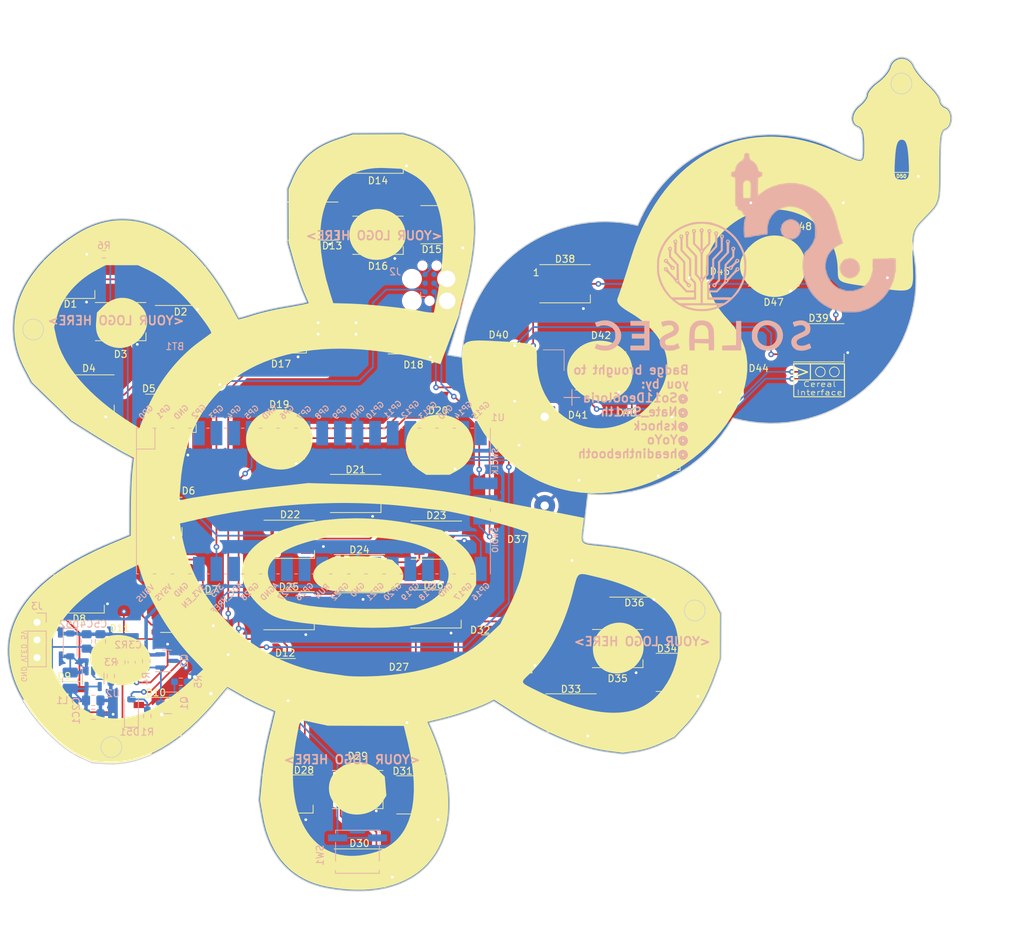
<source format=kicad_pcb>
(kicad_pcb (version 20221018) (generator pcbnew)
  (layers (0 "F.Cu" signal) (31 "B.Cu" signal) (34 "B.Paste" user) (35 "F.Paste" user) (36 "B.SilkS" user "B.Silkscreen") (37 "F.SilkS" user "F.Silkscreen") (38 "B.Mask" user) (39 "F.Mask" user) (44 "Edge.Cuts" user))
  (net 0 "")
  (net 1 "GND")
  (net 2 "/EN")
  (net 3 "+5V")
  (net 4 "/FB")
  (net 5 "/SW")
  (net 6 "Net-(D3-DOUT)")
  (net 7 "Net-(D4-DOUT)")
  (net 8 "Net-(D5-DOUT)")
  (net 9 "Net-(D6-DOUT)")
  (net 10 "Net-(D7-DOUT)")
  (net 11 "Net-(D10-DIN)")
  (net 12 "Net-(D10-DOUT)")
  (net 13 "Net-(J2-SWDIO)")
  (net 15 "Net-(J2-SWCLK)")
  (net 17 "ENABLE_VLED")
  (net 18 "Net-(Q1-D)")
  (net 19 "RPi_WAKE")
  (net 20 "VLED")
  (net 21 "Net-(D1-DOUT)")
  (net 22 "Net-(D1-DIN)")
  (net 23 "Net-(D2-DOUT)")
  (net 24 "Net-(D17-DOUT)")
  (net 25 "Net-(D19-DOUT)")
  (net 26 "Net-(D20-DOUT)")
  (net 27 "Net-(D21-DOUT)")
  (net 28 "Net-(D22-DOUT)")
  (net 29 "Net-(D23-DOUT)")
  (net 30 "Net-(D24-DOUT)")
  (net 31 "Net-(D33-DOUT)")
  (net 32 "Net-(D35-DOUT)")
  (net 33 "Net-(D36-DOUT)")
  (net 34 "Net-(D37-DOUT)")
  (net 35 "Net-(D38-DOUT)")
  (net 36 "Net-(D39-DOUT)")
  (net 37 "Net-(D40-DOUT)")
  (net 38 "Net-(D44-DOUT)")
  (net 39 "Net-(D45-DOUT)")
  (net 40 "Net-(D46-DOUT)")
  (net 41 "Net-(D47-DOUT)")
  (net 42 "Net-(D48-DOUT)")
  (net 43 "Net-(BT1-+)")
  (net 44 "Net-(D14-DOUT)")
  (net 45 "Net-(D8-DOUT)")
  (net 46 "Net-(D18-DOUT)")
  (net 47 "Net-(D34-DOUT)")
  (net 57 "CEREAL_TX")
  (net 58 "CEREAL_RX")
  (net 68 "+3V3")
  (net 74 "Net-(D42-DOUT)")
  (net 75 "Net-(D11-DOUT)")
  (net 76 "Net-(D12-DOUT)")
  (net 77 "Net-(D25-DOUT)")
  (net 78 "Net-(D26-DOUT)")
  (net 80 "Net-(D49-DIN)")
  (net 81 "Net-(D43-DOUT)")
  (net 82 "Net-(D32-DOUT)")
  (net 83 "Net-(D31-DOUT)")
  (net 84 "Net-(D29-DOUT)")
  (net 85 "Net-(D28-DOUT)")
  (net 86 "Net-(D27-DOUT)")
  (net 87 "Net-(D16-DOUT)")
  (net 88 "Net-(D15-DOUT)")
  (net 89 "Net-(D13-DOUT)")
  (net 90 "Net-(D30-DOUT)")
  (net 91 "Net-(D41-DOUT)")
  (net 92 "LED_PIN")
  (footprint "LED_SMD:LED_WS2812B_PLCC4_5.0x5.0mm_P3.2mm" (layer "F.Cu") (at 166.624 119.761)
    (fp_text reference "D35")
    (fp_text value "WS2812B" hide)
  )
  (footprint "LED_SMD:LED_WS2812B_PLCC4_5.0x5.0mm_P3.2mm" (layer "F.Cu") (at 159.041 67.182)
    (fp_text reference "D38")
    (fp_text value "WS2812B" hide)
  )
  (footprint "LED_SMD:LED_WS2812B_PLCC4_5.0x5.0mm_P3.2mm" (layer "F.Cu") (at 100.203 100.711)
    (fp_text reference "D6")
    (fp_text value "WS2812B" hide)
  )
  (footprint "" (layer "F.Cu") (at 197.859 79.883)
    (fp_text reference "")
    (fp_text value "")
  )
  (footprint "LED_SMD:LED_WS2812B_PLCC4_5.0x5.0mm_P3.2mm" (layer "F.Cu") (at 149.352 80.772)
    (fp_text reference "D40")
    (fp_text value "WS2812B" hide)
  )
  (footprint "LED_SMD:LED_WS2812B_PLCC4_5.0x5.0mm_P3.2mm" (layer "F.Cu") (at 179.197 79.248)
    (fp_text reference "D44")
    (fp_text value "WS2812B" hide)
  )
  (footprint "LED_SMD:LED_WS2812B_PLCC4_5.0x5.0mm_P3.2mm" (layer "F.Cu") (at 137.197 74.548)
    (fp_text reference "D18")
    (fp_text value "WS2812B" hide)
  )
  (footprint "LED_SMD:LED_WS2812B_PLCC4_5.0x5.0mm_P3.2mm" (layer "F.Cu") (at 119.29 104.014)
    (fp_text reference "D22")
    (fp_text value "WS2812B" hide)
  )
  (footprint "LED_SMD:LED_WS2812B_PLCC4_5.0x5.0mm_P3.2mm" (layer "F.Cu") (at 183.552 52.07)
    (fp_text reference "D46")
    (fp_text value "WS2812B" hide)
  )
  (footprint "TestPoint:TestPoint_Pad_D1.0mm" (layer "F.Cu") (at 197.859 79.883)
    (fp_text reference "REF**" hide)
    (fp_text value "TestPoint_Pad_D1.0mm" hide)
  )
  (footprint "LED_SMD:LED_WS2812B_PLCC4_5.0x5.0mm_P3.2mm" (layer "F.Cu") (at 157.607 104.013)
    (fp_text reference "D37")
    (fp_text value "WS2812B" hide)
  )
  (footprint "LED_SMD:LED_WS2812B_PLCC4_5.0x5.0mm_P3.2mm" (layer "F.Cu") (at 132.08 48.514)
    (fp_text reference "D14")
    (fp_text value "WS2812B" hide)
  )
  (footprint "LED_SMD:LED_WS2812B_PLCC4_5.0x5.0mm_P3.2mm" (layer "F.Cu") (at 140.499 104.141)
    (fp_text reference "D23")
    (fp_text value "WS2812B" hide)
  )
  (footprint "LED_SMD:LED_WS2812B_PLCC4_5.0x5.0mm_P3.2mm" (layer "F.Cu") (at 207.518 48.387)
    (fp_text reference "D50")
    (fp_text value "WS2812B" hide)
  )
  (footprint "LED_SMD:LED_WS2812B_PLCC4_5.0x5.0mm_P3.2mm" (layer "F.Cu") (at 104.394 114.681)
    (fp_text reference "D7")
    (fp_text value "WS2812B" hide)
  )
  (footprint "LED_SMD:LED_WS2812B_PLCC4_5.0x5.0mm_P3.2mm" (layer "F.Cu") (at 87.63 66.548)
    (fp_text reference "D1")
    (fp_text value "WS2812B" hide)
  )
  (footprint "LED_SMD:LED_WS2812B_PLCC4_5.0x5.0mm_P3.2mm" (layer "F.Cu") (at 164.176372 79.756501)
    (fp_text reference "D42")
    (fp_text value "WS2812B" hide)
  )
  (footprint "LED_SMD:LED_WS2812B_PLCC4_5.0x5.0mm_P3.2mm" (layer "F.Cu") (at 195.617 75.693)
    (fp_text reference "D39")
    (fp_text value "WS2812B" hide)
  )
  (footprint "LED_SMD:LED_WS2812B_PLCC4_5.0x5.0mm_P3.2mm" (layer "F.Cu") (at 122.682 58.166)
    (fp_text reference "D13")
    (fp_text value "WS2812B" hide)
  )
  (footprint "LED_SMD:LED_WS2812B_PLCC4_5.0x5.0mm_P3.2mm" (layer "F.Cu") (at 128.868 97.408)
    (fp_text reference "D21")
    (fp_text value "WS2812B" hide)
  )
  (footprint "LED_SMD:LED_WS2812B_PLCC4_5.0x5.0mm_P3.2mm" (layer "F.Cu") (at 141.896 58.674)
    (fp_text reference "D15")
    (fp_text value "WS2812B" hide)
  )
  (footprint "LED_SMD:LED_WS2812B_PLCC4_5.0x5.0mm_P3.2mm" (layer "F.Cu") (at 169.127 109.6)
    (fp_text reference "D36")
    (fp_text value "WS2812B" hide)
  )
  (footprint "LED_SMD:LED_WS2812B_PLCC4_5.0x5.0mm_P3.2mm" (layer "F.Cu") (at 135.091 126.872)
    (fp_text reference "D27")
    (fp_text value "WS2812B" hide)
  )
  (footprint "LED_SMD:LED_WS2812B_PLCC4_5.0x5.0mm_P3.2mm" (layer "F.Cu") (at 90.424 83.058)
    (fp_text reference "D4")
    (fp_text value "WS2812B" hide)
  )
  (footprint "LED_SMD:LED_WS2812B_PLCC4_5.0x5.0mm_P3.2mm" (layer "F.Cu") (at 189.103 64.77)
    (fp_text reference "D47")
    (fp_text value "WS2812B" hide)
  )
  (footprint "LED_SMD:LED_WS2812B_PLCC4_5.0x5.0mm_P3.2mm" (layer "F.Cu") (at 140.753 90.551)
    (fp_text reference "D20")
    (fp_text value "WS2812B" hide)
  )
  (footprint "LED_SMD:LED_WS2812B_PLCC4_5.0x5.0mm_P3.2mm" (layer "F.Cu") (at 129.413 108.966)
    (fp_text reference "D24")
    (fp_text value "WS2812B" hide)
  )
  (footprint "LED_SMD:LED_WS2812B_PLCC4_5.0x5.0mm_P3.2mm" (layer "F.Cu") (at 159.893 129.032)
    (fp_text reference "D33")
    (fp_text value "WS2812B" hide)
  )
  (footprint "LED_SMD:LED_WS2812B_PLCC4_5.0x5.0mm_P3.2mm" (layer "F.Cu") (at 132.08 60.198)
    (fp_text reference "D16")
    (fp_text value "WS2812B" hide)
  )
  (footprint "TestPoint:TestPoint_Pad_D1.0mm" (layer "F.Cu") (at 195.834 79.883)
    (fp_text reference "REF**" hide)
    (fp_text value "TestPoint_Pad_D1.0mm" hide)
  )
  (footprint "LED_SMD:LED_WS2812B_PLCC4_5.0x5.0mm_P3.2mm" (layer "F.Cu") (at 140.425 114.045)
    (fp_text reference "D26")
    (fp_text value "WS2812B" hide)
  )
  (footprint "LED_SMD:LED_WS2812B_PLCC4_5.0x5.0mm_P3.2mm" (layer "F.Cu") (at 102.235 85.852)
    (fp_text reference "D5")
    (fp_text value "WS2812B" hide)
  )
  (footprint "LED_SMD:LED_WS2812B_PLCC4_5.0x5.0mm_P3.2mm" (layer "F.Cu") (at 203.11 63.118)
    (fp_text reference "D49")
    (fp_text value "WS2812B" hide)
  )
  (footprint "LED_SMD:LED_WS2812B_PLCC4_5.0x5.0mm_P3.2mm" (layer "F.Cu") (at 100.076 129.54)
    (fp_text reference "D10")
    (fp_text value "WS2812B" hide)
  )
  (footprint "LED_SMD:LED_WS2812B_PLCC4_5.0x5.0mm_P3.2mm" (layer "F.Cu") (at 86.614 127.254)
    (fp_text reference "D9")
    (fp_text value "WS2812B" hide)
  )
  (footprint "LED_SMD:LED_WS2812B_PLCC4_5.0x5.0mm_P3.2mm" (layer "F.Cu") (at 94.906 121.285)
    (fp_text reference "D11")
    (fp_text value "WS2812B" hide)
  )
  (footprint "LED_SMD:LED_WS2812B_PLCC4_5.0x5.0mm_P3.2mm" (layer "F.Cu") (at 196.85 52.324)
    (fp_text reference "D48")
    (fp_text value "WS2812B" hide)
  )
  (footprint "LED_SMD:LED_WS2812B_PLCC4_5.0x5.0mm_P3.2mm" (layer "F.Cu") (at 119.253 114.3)
    (fp_text reference "D25")
    (fp_text value "WS2812B" hide)
  )
  (footprint "LED_SMD:LED_WS2812B_PLCC4_5.0x5.0mm_P3.2mm" (layer "F.Cu") (at 103.632 67.564)
    (fp_text reference "D2")
    (fp_text value "WS2812B" hide)
  )
  (footprint "LED_SMD:LED_WS2812B_PLCC4_5.0x5.0mm_P3.2mm" (layer "F.Cu") (at 116.549 123.951)
    (fp_text reference "D12")
    (fp_text value "WS2812B" hide)
  )
  (footprint "LED_SMD:LED_WS2812B_PLCC4_5.0x5.0mm_P3.2mm" (layer "F.Cu") (at 175.805 123.189)
    (fp_text reference "D34")
    (fp_text value "WS2812B" hide)
  )
  (footprint "LED_SMD:LED_WS2812B_PLCC4_5.0x5.0mm_P3.2mm" (layer "F.Cu") (at 117.856 89.662)
    (fp_text reference "D19")
    (fp_text value "WS2812B" hide)
  )
  (footprint "LED_SMD:LED_WS2812B_PLCC4_5.0x5.0mm_P3.2mm" (layer "F.Cu") (at 88.99 111.886)
    (fp_text reference "D8")
    (fp_text value "WS2812B" hide)
  )
  (footprint "LED_SMD:LED_WS2812B_PLCC4_5.0x5.0mm_P3.2mm" (layer "F.Cu") (at 171.974172 91.338901)
    (fp_text reference "D43")
    (fp_text value "WS2812B" hide)
  )
  (footprint "LED_SMD:LED_WS2812B_PLCC4_5.0x5.0mm_P3.2mm" (layer "F.Cu") (at 158.75 91.948)
    (fp_text reference "D41")
    (fp_text value "WS2812B" hide)
  )
  (footprint "LED_SMD:LED_WS2812B_PLCC4_5.0x5.0mm_P3.2mm" (layer "F.Cu") (at 119.089 140.715)
    (fp_text reference "D28")
    (fp_text value "WS2812B" hide)
  )
  (footprint "LED_SMD:LED_WS2812B_PLCC4_5.0x5.0mm_P3.2mm" (layer "F.Cu") (at 118.11 74.422)
    (fp_text reference "D17")
    (fp_text value "WS2812B" hide)
  )
  (footprint "LED_SMD:LED_WS2812B_PLCC4_5.0x5.0mm_P3.2mm" (layer "F.Cu") (at 174.371 63.119)
    (fp_text reference "D45")
    (fp_text value "WS2812B" hide)
  )
  (footprint "LED_SMD:LED_WS2812B_PLCC4_5.0x5.0mm_P3.2mm" (layer "F.Cu") (at 129.413 151.384)
    (fp_text reference "D30")
    (fp_text value "WS2812B" hide)
  )
  (footprint "LED_SMD:LED_WS2812B_PLCC4_5.0x5.0mm_P3.2mm" (layer "F.Cu") (at 94.996 72.644)
    (fp_text reference "D3")
    (fp_text value "WS2812B" hide)
  )
  (footprint "LED_SMD:LED_WS2812B_PLCC4_5.0x5.0mm_P3.2mm" (layer "F.Cu") (at 150.622 120.523)
    (fp_text reference "D32")
    (fp_text value "WS2812B" hide)
  )
  (footprint "LED_SMD:LED_WS2812B_PLCC4_5.0x5.0mm_P3.2mm" (layer "F.Cu") (at 129.159 140.081)
    (fp_text reference "D29")
    (fp_text value "WS2812B" hide)
  )
  (footprint "LED_SMD:LED_WS2812B_PLCC4_5.0x5.0mm_P3.2mm" (layer "F.Cu") (at 138.43 140.843)
    (fp_text reference "D31")
    (fp_text value "WS2812B" hide)
  )
  (footprint "Capacitor_SMD:C_0603_1608Metric_Pad1.08x0.95mm_HandSolder" (layer "B.Cu") (at 96.586888 121.733921 -90)
    (fp_text reference "C3")
    (fp_text value "3.3pF" hide)
  )
  (footprint "Capacitor_SMD:C_0805_2012Metric_Pad1.18x1.45mm_HandSolder" (layer "B.Cu") (at 92.086888 118.733921 -90)
    (fp_text reference "C5")
    (fp_text value "4.7uF" hide)
  )
  (footprint "Resistor_SMD:R_0603_1608Metric_Pad0.98x0.95mm_HandSolder" (layer "B.Cu") (at 98.838172 129.491901 -90)
    (fp_text reference "R1")
    (fp_text value "10k" hide)
  )
  (footprint "Resistor_SMD:R_0603_1608Metric_Pad0.98x0.95mm_HandSolder" (layer "B.Cu") (at 92.599172 62.941701 180)
    (fp_text reference "R6")
    (fp_text value "500" hide)
  )
  (footprint "Diode_SMD:D_SOD-123" (layer "B.Cu") (at 96.552172 128.729901 90)
    (fp_text reference "D51")
    (fp_text value "BAT54W-HG3-18" hide)
  )
  (footprint "Resistor_SMD:R_0603_1608Metric_Pad0.98x0.95mm_HandSolder" (layer "B.Cu") (at 98.670672 121.587901 -90)
    (fp_text reference "R4")
    (fp_text value "10k" hide)
  )
  (footprint "Inductor_SMD:L_1008_2520Metric_Pad1.43x2.20mm_HandSolder" (layer "B.Cu") (at 87.736888 124.373921 90)
    (fp_text reference "L1")
    (fp_text value "3.3uH" hide)
  )
  (footprint "Connector_PinHeader_2.54mm:PinHeader_1x03_P2.54mm_Vertical" (layer "B.Cu") (at 82.947172 115.976901 180)
    (fp_text reference "J3")
    (fp_text value "Conn_01x03_Female" hide)
  )
  (footprint "Capacitor_SMD:C_0805_2012Metric_Pad1.18x1.45mm_HandSolder" (layer "B.Cu") (at 91.049388 127.233921)
    (fp_text reference "C2")
    (fp_text value "4.7uF" hide)
  )
  (footprint "Capacitor_SMD:C_0805_2012Metric_Pad1.18x1.45mm_HandSolder" (layer "B.Cu") (at 91.049388 129.233921)
    (fp_text reference "C1")
    (fp_text value "4.7uF" hide)
  )
  (footprint "Resistor_SMD:R_0603_1608Metric_Pad0.98x0.95mm_HandSolder" (layer "B.Cu") (at 93.586888 123.733921 -90)
    (fp_text reference "R3")
    (fp_text value "200k" hide)
  )
  (footprint "Button_Switch_SMD:SW_SPST_EVPBF" (layer "B.Cu") (at 129.127888 149.045921 180)
    (fp_text reference "SW1")
    (fp_text value "SW_MEC_5G" hide)
  )
  (footprint "MCU_RaspberryPi_and_Boards:RPi_Pico_SMD_TH" (layer "B.Cu") (at 122.777888 98.499921 -90)
    (fp_text reference "U1")
    (fp_text value "Pico")
  )
  (footprint "Resistor_SMD:R_0603_1608Metric_Pad0.98x0.95mm_HandSolder" (layer "B.Cu") (at 103.670672 124.537901)
    (fp_text reference "R5")
    (fp_text value "10k" hide)
  )
  (footprint "Capacitor_SMD:C_0805_2012Metric_Pad1.18x1.45mm_HandSolder" (layer "B.Cu") (at 90.086888 118.733921 -90)
    (fp_text reference "C4")
    (fp_text value "4.7uF" hide)
  )
  (footprint "Package_TO_SOT_SMD:SOT-23" (layer "B.Cu") (at 101.670672 121.537901)
    (fp_text reference "Q2")
    (fp_text value "DMP2012SN-7" hide)
  )
  (footprint "Diode_SMD:D_SOD-123" (layer "B.Cu") (at 87.736888 119.233921 -90)
    (fp_text reference "D52")
    (fp_text value "BAT54W-HG3-18" hide)
  )
  (footprint "LOGO" (layer "B.Cu") (at 178.933772 67.539101 180)
    (fp_text reference "G***" hide)
    (fp_text value "LOGO" hide)
  )
  (footprint "Battery:BatteryHolder_TruPower_BH-331P_3xAA" (layer "B.Cu") (at 156.113 86.36 180)
    (fp_text reference "BT1")
    (fp_text value "Battery")
  )
  (footprint "Connector:Tag-Connect_TC2030-IDC-FP_2x03_P1.27mm_Vertical" (layer "B.Cu") (at 139.512972 67.107301 90)
    (fp_text reference "J2")
    (fp_text value "Conn_ARM_SWD_TagConnect_TC2030" hide)
  )
  (footprint "Resistor_SMD:R_0603_1608Metric_Pad0.98x0.95mm_HandSolder" (layer "B.Cu") (at 95.086888 121.733921 -90)
    (fp_text reference "R2")
    (fp_text value "620k" hide)
  )
  (footprint "Package_TO_SOT_SMD:SOT-23-5" (layer "B.Cu") (at 91.036888 124.096421 -90)
    (fp_text reference "U2")
    (fp_text value "TPS61040DDC" hide)
  )
  (footprint "Package_TO_SOT_SMD:SOT-23" (layer "B.Cu") (at 101.733172 127.587901 180)
    (fp_text reference "Q1")
    (fp_text value "2N7002H" hide)
  )
  (gr_poly (pts (xy 185.191529 48.317887) (xy 185.165473 48.320617) (xy 185.14005 48.324989) (xy 185.115314 48.330965) (xy 185.091318 48.338509) (xy 185.068115 48.347581) (xy 185.04576 48.358146) (xy 185.024304 48.370165) (xy 185.003802 48.3836) (xy 184.984306 48.398414) (xy 184.96587 48.414569) (xy 184.948547 48.432028) (xy 184.93239 48.450753) (xy 184.917453 48.470705) (xy 184.903789 48.491848) (xy 184.89145 48.514144) (xy 184.880492 48.537556) (xy 184.870966 48.562044) (xy 184.862926 48.587573) (xy 184.856425 48.614104) (xy 184.851516 48.6416) (xy 184.848254 48.670022) (xy 184.84669 48.699334) (xy 184.846879 48.729497) (xy 184.848873 48.760474) (xy 184.851376 48.788491) (xy 184.853367 48.813742) (xy 184.854786 48.836548) (xy 184.855573 48.857225) (xy 184.855671 48.876093) (xy 184.85502 48.893471) (xy 184.853562 48.909677) (xy 184.851237 48.925029) (xy 184.847986 48.939846) (xy 184.843751 48.954447) (xy 184.838472 48.96915) (xy 184.832092 48.984275) (xy 184.82455 49.000138) (xy 184.815788 49.01706) (xy 184.805747 49.035359) (xy 184.794368 49.055352) (xy 184.764226 49.108318) (xy 184.734257 49.162021) (xy 184.707935 49.21018) (xy 184.688732 49.246514) (xy 184.678729 49.263987) (xy 184.666421 49.281998) (xy 184.652056 49.300352) (xy 184.63588 49.318854) (xy 184.61814 49.337309) (xy 184.599084 49.355525) (xy 184.578959 49.373305) (xy 184.558011 49.390456) (xy 184.536489 49.406782) (xy 184.514638 49.42209) (xy 184.492706 49.436186) (xy 184.47094 49.448874) (xy 184.449588 49.45996) (xy 184.428895 49.46925) (xy 184.40911 49.476549) (xy 184.39048 49.481662) (xy 184.382617 49.484213) (xy 184.372851 49.488765) (xy 184.348177 49.503368) (xy 184.317586 49.524456) (xy 184.282208 49.551015) (xy 184.243172 49.582029) (xy 184.201607 49.616483) (xy 184.158641 49.653362) (xy 184.115404 49.691651) (xy 184.073026 49.730334) (xy 184.032634 49.768396) (xy 183.995359 49.804823) (xy 183.962329 49.838599) (xy 183.934674 49.868708) (xy 183.913522 49.894137) (xy 183.900003 49.913869) (xy 183.896459 49.921282) (xy 183.895246 49.92689) (xy 183.894783 49.929535) (xy 183.893422 49.933042) (xy 183.891211 49.937351) (xy 183.888194 49.942406) (xy 183.884419 49.948148) (xy 183.87993 49.95452) (xy 183.868995 49.968917) (xy 183.855756 49.985135) (xy 183.840581 50.002709) (xy 183.823835 50.021173) (xy 183.805885 50.040065) (xy 183.796794 50.049656) (xy 183.787956 50.059405) (xy 183.779418 50.069245) (xy 183.771226 50.079106) (xy 183.763425 50.08892) (xy 183.756061 50.098618) (xy 183.749181 50.108131) (xy 183.74283 50.11739) (xy 183.737054 50.126327) (xy 183.7319 50.134872) (xy 183.727412 50.142958) (xy 183.723637 50.150515) (xy 183.720622 50.157474) (xy 183.718411 50.163766) (xy 183.71705 50.169324) (xy 183.716704 50.171805) (xy 183.716587 50.174077) (xy 183.715738 50.183861) (xy 183.713311 50.19629) (xy 183.709485 50.21095) (xy 183.704436 50.227424) (xy 183.698343 50.245296) (xy 183.691385 50.26415) (xy 183.68374 50.283572) (xy 183.675585 50.303144) (xy 183.6671 50.322451) (xy 183.658461 50.341077) (xy 183.649848 50.358606) (xy 183.641438 50.374623) (xy 183.633411 50.388711) (xy 183.625943 50.400454) (xy 183.619213 50.409438) (xy 183.61618 50.412764) (xy 183.613399 50.415245) (xy 183.611683 50.416742) (xy 183.609989 50.418586) (xy 183.608327 50.420752) (xy 183.606707 50.423213) (xy 183.605139 50.425943) (xy 183.603631 50.428916) (xy 183.602195 50.432105) (xy 183.60084 50.435485) (xy 183.599575 50.43903) (xy 183.598411 50.442712) (xy 183.597357 50.446506) (xy 183.596423 50.450387) (xy 183.59562 50.454327) (xy 183.594955 50.4583) (xy 183.594441 50.462281) (xy 183.594085 50.466243) (xy 183.588761 50.530139) (xy 183.581969 50.588888) (xy 183.57353 50.642768) (xy 183.568637 50.667971) (xy 183.563263 50.692061) (xy 183.557388 50.715074) (xy 183.550988 50.737045) (xy 183.54404 50.758009) (xy 183.536523 50.778001) (xy 183.528414 50.797055) (xy 183.51969 50.815208) (xy 183.510328 50.832493) (xy 183.500307 50.848946) (xy 183.489602 50.864602) (xy 183.478193 50.879496) (xy 183.466056 50.893662) (xy 183.453169 50.907136) (xy 183.43951 50.919953) (xy 183.425055 50.932147) (xy 183.409782 50.943754) (xy 183.393669 50.954809) (xy 183.376693 50.965346) (xy 183.358831 50.975401) (xy 183.340062 50.985008) (xy 183.320361 50.994203) (xy 183.299708 51.00302) (xy 183.278079 51.011495) (xy 183.231804 51.027557) (xy 183.186908 51.042878) (xy 183.146585 51.058664) (xy 183.110657 51.075227) (xy 183.07895 51.092882) (xy 183.064623 51.102216) (xy 183.051286 51.11194) (xy 183.038915 51.122094) (xy 183.027489 51.132715) (xy 183.016986 51.143844) (xy 183.007384 51.15552) (xy 182.99866 51.167782) (xy 182.990793 51.180668) (xy 182.98376 51.194218) (xy 182.977541 51.208471) (xy 182.972111 51.223466) (xy 182.967451 51.239243) (xy 182.963536 51.25584) (xy 182.960347 51.273296) (xy 182.956053 51.310944) (xy 182.954392 51.352499) (xy 182.955189 51.398275) (xy 182.958267 51.448584) (xy 182.963449 51.50374) (xy 182.967984 51.540573) (xy 182.973449 51.574366) (xy 182.979953 51.605252) (xy 182.983629 51.619647) (xy 182.987606 51.633364) (xy 182.991897 51.646422) (xy 182.996516 51.658836) (xy 183.001477 51.670623) (xy 183.006792 51.6818) (xy 183.012477 51.692384) (xy 183.018543 51.702391) (xy 183.025006 51.711837) (xy 183.031879 51.72074) (xy 183.039174 51.729116) (xy 183.046907 51.736982) (xy 183.05509 51.744354) (xy 183.063737 51.751249) (xy 183.072861 51.757684) (xy 183.082477 51.763675) (xy 183.092598 51.76924) (xy 183.103237 51.774394) (xy 183.114409 51.779154) (xy 183.126126 51.783537) (xy 183.138403 51.78756) (xy 183.151252 51.791239) (xy 183.178724 51.797633) (xy 183.208652 51.802852) (xy 183.220697 51.804917) (xy 183.233105 51.807538) (xy 183.245786 51.810677) (xy 183.258647 51.814294) (xy 183.271596 51.818351) (xy 183.284542 51.82281) (xy 183.297392 51.827631) (xy 183.310055 51.832775) (xy 183.322439 51.838203) (xy 183.334452 51.843877) (xy 183.346003 51.849758) (xy 183.356998 51.855807) (xy 183.367348 51.861985) (xy 183.376959 51.868253) (xy 183.385739 51.874572) (xy 183.393598 51.880904) (xy 183.408887 51.893846) (xy 183.425154 51.907261) (xy 183.4419 51.92076) (xy 183.458627 51.933953) (xy 183.474836 51.946452) (xy 183.490029 51.957867) (xy 183.503707 51.967809) (xy 183.515373 51.975889) (xy 183.531928 51.991972) (xy 183.544404 52.029839) (xy 183.553349 52.111574) (xy 183.559309 52.259258) (xy 183.564466 52.840804) (xy 183.564253 53.951136) (xy 183.56361 54.660623) (xy 183.563814 54.94502) (xy 183.564732 55.187064) (xy 183.565544 55.293268) (xy 183.566638 55.390161) (xy 183.568048 55.47817) (xy 183.569808 55.557721) (xy 183.571951 55.629238) (xy 183.574514 55.693149) (xy 183.577528 55.749879) (xy 183.58103 55.799854) (xy 183.585052 55.843501) (xy 183.58963 55.881244) (xy 183.592138 55.898035) (xy 183.594798 55.913511) (xy 183.597614 55.927723) (xy 183.600589 55.940726) (xy 183.60373 55.952573) (xy 183.607039 55.963317) (xy 183.610521 55.97301) (xy 183.61418 55.981708) (xy 183.618022 55.989462) (xy 183.622049 55.996326) (xy 183.626266 56.002353) (xy 183.630678 56.007597) (xy 183.635288 56.01211) (xy 183.640102 56.015947) (xy 183.645123 56.019159) (xy 183.650355 56.021801) (xy 183.655803 56.023926) (xy 183.661472 56.025586) (xy 183.667365 56.026836) (xy 183.673486 56.027728) (xy 183.686433 56.028652) (xy 183.700346 56.028785) (xy 183.731207 56.02838) (xy 183.740592 56.028617) (xy 183.749732 56.029321) (xy 183.758619 56.030483) (xy 183.767247 56.032096) (xy 183.77561 56.03415) (xy 183.783702 56.036636) (xy 183.791516 56.039547) (xy 183.799045 56.042873) (xy 183.806283 56.046606) (xy 183.813224 56.050738) (xy 183.819861 56.055259) (xy 183.826188 56.060161) (xy 183.832199 56.065435) (xy 183.837887 56.071073) (xy 183.843245 56.077066) (xy 183.848267 56.083405) (xy 183.852948 56.090082) (xy 183.857279 56.097088) (xy 183.861256 56.104415) (xy 183.864871 56.112054) (xy 183.868118 56.119995) (xy 183.870991 56.128232) (xy 183.873483 56.136754) (xy 183.875588 56.145554) (xy 183.877299 56.154622) (xy 183.878611 56.163951) (xy 183.879516 56.173531) (xy 183.880008 56.183353) (xy 183.880081 56.19341) (xy 183.879728 56.203693) (xy 183.878943 56.214192) (xy 183.87772 56.224899) (xy 183.875414 56.244793) (xy 183.873907 56.264159) (xy 183.873201 56.282998) (xy 183.8733 56.301314) (xy 183.874206 56.319112) (xy 183.875922 56.336393) (xy 183.87845 56.353161) (xy 183.881794 56.369421) (xy 183.885957 56.385174) (xy 183.89094 56.400424) (xy 183.896748 56.415175) (xy 183.903383 56.42943) (xy 183.910848 56.443192) (xy 183.919146 56.456464) (xy 183.928279 56.46925) (xy 183.93825 56.481553) (xy 183.949063 56.493377) (xy 183.96072 56.504724) (xy 183.973223 56.515598) (xy 183.986577 56.526003) (xy 184.000783 56.535941) (xy 184.015844 56.545416) (xy 184.031764 56.554431) (xy 184.048545 56.56299) (xy 184.06619 56.571096) (xy 184.084702 56.578752) (xy 184.124337 56.592727) (xy 184.167474 56.604942) (xy 184.214136 56.615424) (xy 184.232154 56.619393) (xy 184.250066 56.624106) (xy 184.285489 56.635683) (xy 184.320233 56.649993) (xy 184.354128 56.666876) (xy 184.387005 56.686171) (xy 184.418692 56.707717) (xy 184.44902 56.731353) (xy 184.477818 56.756918) (xy 184.504917 56.784251) (xy 184.530145 56.813192) (xy 184.553333 56.843578) (xy 184.57431 56.87525) (xy 184.592906 56.908046) (xy 184.608951 56.941806) (xy 184.615964 56.958997) (xy 184.622275 56.976368) (xy 184.627863 56.9939) (xy 184.632707 57.011572) (xy 184.638957 57.032845) (xy 184.647203 57.055043) (xy 184.65739 57.078094) (xy 184.669462 57.101923) (xy 184.683364 57.126457) (xy 184.69904 57.151623) (xy 184.716437 57.177349) (xy 184.735498 57.20356) (xy 184.756168 57.230183) (xy 184.778392 57.257145) (xy 184.802114 57.284374) (xy 184.827281 57.311795) (xy 184.853835 57.339335) (xy 184.881723 57.366922) (xy 184.910888 57.394481) (xy 184.941276 57.42194) (xy 184.948695 57.429026) (xy 184.955658 57.436759) (xy 184.962166 57.445112) (xy 184.968217 57.454055) (xy 184.978949 57.473602) (xy 184.987847 57.495172) (xy 184.994909 57.518541) (xy 185.000129 57.543482) (xy 185.003502 57.569769) (xy 185.005025 57.597177) (xy 185.004692 57.62548) (xy 185.002498 57.654451) (xy 184.998439 57.683864) (xy 184.992511 57.713495) (xy 184.984708 57.743116) (xy 184.975027 57.772501) (xy 184.963462 57.801426) (xy 184.950008 57.829663) (xy 184.927823 57.874184) (xy 184.918343 57.894906) (xy 184.909823 57.915089) (xy 184.902176 57.935098) (xy 184.895317 57.955298) (xy 184.889158 57.976054) (xy 184.883615 57.997731) (xy 184.8786 58.020694) (xy 184.874028 58.045308) (xy 184.869812 58.071938) (xy 184.865865 58.100949) (xy 184.858438 58.167573) (xy 184.851055 58.248102) (xy 184.800716 58.822182) (xy 184.791749 58.939655) (xy 184.78501 59.062873) (xy 184.780424 59.190228) (xy 184.777911 59.320108) (xy 184.778798 59.581011) (xy 184.787049 59.832707) (xy 184.802044 60.062321) (xy 184.811876 60.164824) (xy 184.823162 60.256977) (xy 184.835823 60.337173) (xy 184.849782 60.4038) (xy 184.864961 60.455251) (xy 184.872984 60.474782) (xy 184.881282 60.489916) (xy 184.894948 60.50965) (xy 184.901586 60.517608) (xy 184.908586 60.524374) (xy 184.916314 60.530006) (xy 184.92514 60.534564) (xy 184.93543 60.538109) (xy 184.947553 60.540699) (xy 184.961876 60.542395) (xy 184.978769 60.543256) (xy 184.998597 60.543342) (xy 185.02173 60.542713) (xy 185.07938 60.539546) (xy 185.154663 60.534234) (xy 185.325377 60.520226) (xy 185.490135 60.503867) (xy 185.645265 60.4857) (xy 185.787092 60.466269) (xy 185.911943 60.446119) (xy 186.016146 60.425794) (xy 186.059355 60.415735) (xy 186.096025 60.405837) (xy 186.125696 60.396167) (xy 186.147909 60.386794) (xy 186.161171 60.380602) (xy 186.175839 60.374671) (xy 186.191961 60.368993) (xy 186.209586 60.363557) (xy 186.24954 60.353378) (xy 186.296093 60.344064) (xy 186.349634 60.335545) (xy 186.410555 60.327747) (xy 186.479245 60.320601) (xy 186.556097 60.314034) (xy 186.621793 60.3084) (xy 186.689124 60.301637) (xy 186.756184 60.294002) (xy 186.821067 60.285749) (xy 186.881866 60.277133) (xy 186.936676 60.268409) (xy 186.983591 60.259833) (xy 187.020704 60.251658) (xy 187.123445 60.228222) (xy 187.244941 60.20409) (xy 187.377526 60.180441) (xy 187.51354 60.158451) (xy 187.645318 60.139298) (xy 187.765198 60.124159) (xy 187.865516 60.114213) (xy 187.905945 60.111554) (xy 187.93861 60.110636) (xy 187.991883 60.110014) (xy 188.038902 60.107566) (xy 188.080055 60.102417) (xy 188.115732 60.093693) (xy 188.131638 60.087717) (xy 188.14632 60.080519) (xy 188.159828 60.07199) (xy 188.172209 60.062021) (xy 188.183513 60.050502) (xy 188.193788 60.037324) (xy 188.203082 60.022378) (xy 188.211444 60.005555) (xy 188.218923 59.986744) (xy 188.225568 59.965837) (xy 188.236547 59.917298) (xy 188.24477 59.859062) (xy 188.250627 59.790255) (xy 188.254506 59.710003) (xy 188.256795 59.617431) (xy 188.258159 59.391829) (xy 188.258523 59.241411) (xy 188.25987 59.120272) (xy 188.26103 59.069177) (xy 188.262579 59.023596) (xy 188.264563 58.982927) (xy 188.267031 58.946569) (xy 188.27003 58.913918) (xy 188.273607 58.884375) (xy 188.277811 58.857335) (xy 188.282688 58.832198) (xy 188.288286 58.808363) (xy 188.294653 58.785225) (xy 188.301837 58.762185) (xy 188.309885 58.73864) (xy 188.321082 58.705384) (xy 188.333044 58.666813) (xy 188.345404 58.624311) (xy 188.357792 58.579261) (xy 188.369838 58.533044) (xy 188.381174 58.487045) (xy 188.391431 58.442646) (xy 188.40024 58.40123) (xy 188.416292 58.324981) (xy 188.424105 58.290613) (xy 188.431852 58.258533) (xy 188.439585 58.22858) (xy 188.447363 58.200589) (xy 188.455239 58.1744) (xy 188.46327 58.14985) (xy 188.471511 58.126777) (xy 188.480018 58.105018) (xy 188.488845 58.084411) (xy 188.498049 58.064794) (xy 188.507686 58.046004) (xy 188.51781 58.02788) (xy 188.528477 58.010258) (xy 188.539743 57.992977) (xy 188.544291 57.985983) (xy 188.549028 57.978204) (xy 188.558921 57.960616) (xy 188.569118 57.940872) (xy 188.579314 57.91963) (xy 188.589207 57.897547) (xy 188.598493 57.875282) (xy 188.606866 57.853493) (xy 188.614025 57.832838) (xy 188.617531 57.822643) (xy 188.62157 57.811985) (xy 188.626092 57.80095) (xy 188.631052 57.789627) (xy 188.6364 57.778102) (xy 188.642089 57.766462) (xy 188.648071 57.754794) (xy 188.654298 57.743186) (xy 188.660724 57.731724) (xy 188.667299 57.720495) (xy 188.673976 57.709588) (xy 188.680708 57.699088) (xy 188.687447 57.689083) (xy 188.694144 57.67966) (xy 188.700752 57.670907) (xy 188.707224 57.662909) (xy 188.713742 57.654909) (xy 188.720489 57.646147) (xy 188.734459 57.626685) (xy 188.748714 57.605226) (xy 188.762836 57.582468) (xy 188.776406 57.559112) (xy 188.789005 57.535857) (xy 188.800215 57.513403) (xy 188.805169 57.502696) (xy 188.809618 57.492452) (xy 188.814057 57.482252) (xy 188.819005 57.471677) (xy 188.824408 57.460809) (xy 188.830216 57.449732) (xy 188.836373 57.438528) (xy 188.842829 57.427281) (xy 188.849531 57.416074) (xy 188.856425 57.40499) (xy 188.86346 57.394113) (xy 188.870582 57.383524) (xy 188.877739 57.373308) (xy 188.884879 57.363548) (xy 188.891948 57.354326) (xy 188.898895 57.345727) (xy 188.905667 57.337832) (xy 188.91221 57.330726) (xy 189.042645 57.194905) (xy 189.15285 57.08116) (xy 189.24407 56.988268) (xy 189.28295 56.94926) (xy 189.317551 56.915007) (xy 189.348028 56.885356) (xy 189.374536 56.860154) (xy 189.397232 56.839248) (xy 189.416271 56.822486) (xy 189.431809 56.809715) (xy 189.444001 56.800782) (xy 189.448891 56.797707) (xy 189.453003 56.795535) (xy 189.456357 56.794245) (xy 189.458971 56.793819) (xy 189.462416 56.793356) (xy 189.466827 56.791995) (xy 189.472135 56.789784) (xy 189.478273 56.786768) (xy 189.485172 56.782994) (xy 189.492764 56.778506) (xy 189.509754 56.767576) (xy 189.528697 56.754345) (xy 189.549048 56.739181) (xy 189.570261 56.722451) (xy 189.591791 56.704523) (xy 189.602589 56.695421) (xy 189.613406 56.686575) (xy 189.624172 56.678032) (xy 189.634818 56.669836) (xy 189.645274 56.662034) (xy 189.65547 56.654671) (xy 189.665337 56.647792) (xy 189.674805 56.641444) (xy 189.683806 56.635672) (xy 189.692268 56.630521) (xy 189.700123 56.626038) (xy 189.707301 56.622267) (xy 189.713733 56.619255) (xy 189.719349 56.617047) (xy 189.724079 56.615689) (xy 189.72609 56.615342) (xy 189.727853 56.615226) (xy 189.731491 56.614886) (xy 189.735816 56.613891) (xy 189.740773 56.612273) (xy 189.746307 56.610065) (xy 189.75236 56.607303) (xy 189.758878 56.604018) (xy 189.765803 56.600246) (xy 189.773081 56.596019) (xy 189.780655 56.591371) (xy 189.788469 56.586336) (xy 189.796467 56.580947) (xy 189.804593 56.575238) (xy 189.812792 56.569242) (xy 189.821006 56.562994) (xy 189.82918 56.556526) (xy 189.837259 56.549873) (xy 189.845992 56.542888) (xy 189.856086 56.535471) (xy 189.879877 56.519598) (xy 189.907666 56.502775) (xy 189.938487 56.485522) (xy 189.971377 56.468358) (xy 190.00537 56.451805) (xy 190.039501 56.436381) (xy 190.072805 56.422608) (xy 190.105751 56.409374) (xy 190.138901 56.395447) (xy 190.171356 56.381245) (xy 190.202218 56.367187) (xy 190.230588 56.35369) (xy 190.255565 56.341172) (xy 190.276252 56.330051) (xy 190.284705 56.325145) (xy 190.291748 56.320744) (xy 190.298998 56.316484) (xy 190.30806 56.31199) (xy 190.331086 56.30245) (xy 190.359765 56.292431) (xy 190.393034 56.282239) (xy 190.429832 56.27218) (xy 190.469096 56.262562) (xy 190.509764 56.253689) (xy 190.550775 56.245868) (xy 190.571388 56.242056) (xy 190.592325 56.237819) (xy 190.634583 56.228249) (xy 190.676374 56.217515) (xy 190.716519 56.205973) (xy 190.753844 56.193982) (xy 190.77108 56.18793) (xy 190.78717 56.181899) (xy 190.801965 56.175934) (xy 190.81532 56.170081) (xy 190.827088 56.164383) (xy 190.83712 56.158885) (xy 190.865724 56.143566) (xy 190.880424 56.137121) (xy 190.895935 56.131419) (xy 190.91267 56.126409) (xy 190.931039 56.12204) (xy 190.951453 56.118261) (xy 190.974322 56.115023) (xy 191.029071 56.109962) (xy 191.098573 56.106452) (xy 191.186114 56.104088) (xy 191.294981 56.102464) (xy 191.486835 56.100887) (xy 191.643244 56.101225) (xy 191.710038 56.102255) (xy 191.77023 56.103935) (xy 191.824571 56.106322) (xy 191.873815 56.109474) (xy 191.918714 56.113448) (xy 191.960021 56.1183) (xy 191.998489 56.124089) (xy 192.034871 56.130871) (xy 192.069919 56.138703) (xy 192.104386 56.147642) (xy 192.139025 56.157746) (xy 192.174589 56.169072) (xy 192.213438 56.181249) (xy 192.255427 56.193265) (xy 192.299228 56.204812) (xy 192.343508 56.21558) (xy 192.38694 56.22526) (xy 192.428191 56.233542) (xy 192.465933 56.240117) (xy 192.498835 56.244676) (xy 192.515691 56.246841) (xy 192.532516 56.249453) (xy 192.549258 56.252496) (xy 192.565864 56.255952) (xy 192.582285 56.259804) (xy 192.598467 56.264036) (xy 192.61436 56.268628) (xy 192.629911 56.273565) (xy 192.645069 56.27883) (xy 192.659783 56.284404) (xy 192.674001 56.29027) (xy 192.68767 56.296412) (xy 192.70074 56.302813) (xy 192.713159 56.309454) (xy 192.724874 56.316319) (xy 192.735836 56.32339) (xy 192.745758 56.329853) (xy 192.756626 56.336437) (xy 192.768332 56.343094) (xy 192.780766 56.349778) (xy 192.807388 56.363039) (xy 192.835625 56.375844) (xy 192.864609 56.387818) (xy 192.893473 56.398586) (xy 192.921349 56.407772) (xy 192.934646 56.411656) (xy 192.94737 56.415003) (xy 192.960001 56.418343) (xy 192.973023 56.422208) (xy 192.986336 56.426551) (xy 192.999841 56.431325) (xy 193.01344 56.436484) (xy 193.027034 56.441981) (xy 193.040522 56.44777) (xy 193.053807 56.453805) (xy 193.066788 56.460039) (xy 193.079368 56.466426) (xy 193.091446 56.472919) (xy 193.102923 56.479473) (xy 193.113701 56.48604) (xy 193.12368 56.492574) (xy 193.132761 56.499028) (xy 193.140846 56.505358) (xy 193.148787 56.511745) (xy 193.157448 56.518346) (xy 193.176589 56.531988) (xy 193.197588 56.545877) (xy 193.219766 56.559605) (xy 193.242444 56.572766) (xy 193.264941 56.584953) (xy 193.286577 56.595758) (xy 193.29686 56.600515) (xy 193.306674 56.604774) (xy 193.316438 56.609024) (xy 193.326578 56.613775) (xy 193.337014 56.618978) (xy 193.347665 56.624581) (xy 193.358451 56.630532) (xy 193.369292 56.636782) (xy 193.380108 56.643277) (xy 193.39082 56.649969) (xy 193.401345 56.656804) (xy 193.411606 56.663732) (xy 193.421521 56.670702) (xy 193.43101 56.677663) (xy 193.439994 56.684564) (xy 193.448392 56.691352) (xy 193.456123 56.697978) (xy 193.463109 56.70439) (xy 193.469907 56.710714) (xy 193.477114 56.71708) (xy 193.484667 56.723448) (xy 193.492502 56.729773) (xy 193.500556 56.736016) (xy 193.508768 56.742132) (xy 193.517074 56.74808) (xy 193.52541 56.753818) (xy 193.533715 56.759303) (xy 193.541925 56.764493) (xy 193.549978 56.769345) (xy 193.55781 56.773819) (xy 193.565359 56.777871) (xy 193.572562 56.781458) (xy 193.579355 56.78454) (xy 193.585677 56.787073) (xy 193.595553 56.79168) (xy 193.608239 56.799186) (xy 193.641224 56.822136) (xy 193.682993 56.854402) (xy 193.731906 56.894465) (xy 193.844609 56.991905) (xy 193.966222 57.102298) (xy 194.083635 57.213489) (xy 194.183734 57.313319) (xy 194.223194 57.355176) (xy 194.253409 57.389634) (xy 194.27274 57.415173) (xy 194.277811 57.424124) (xy 194.279547 57.430275) (xy 194.279977 57.433632) (xy 194.281239 57.437759) (xy 194.283291 57.4426) (xy 194.286088 57.448096) (xy 194.289591 57.454188) (xy 194.293754 57.460818) (xy 194.298537 57.467928) (xy 194.303897 57.47546) (xy 194.309791 57.483356) (xy 194.316176 57.491557) (xy 194.330251 57.508642) (xy 194.345781 57.526249) (xy 194.353986 57.535103) (xy 194.362427 57.543913) (xy 194.380008 57.562495) (xy 194.398169 57.582733) (xy 194.416389 57.603978) (xy 194.434146 57.625579) (xy 194.450917 57.646884) (xy 194.466179 57.667245) (xy 194.479411 57.686011) (xy 194.485102 57.694592) (xy 194.490089 57.702531) (xy 194.511942 57.737574) (xy 194.538459 57.778582) (xy 194.566289 57.820458) (xy 194.592085 57.858106) (xy 194.638933 57.926559) (xy 194.679786 57.989761) (xy 194.698186 58.01982) (xy 194.715354 58.04908) (xy 194.731378 58.077712) (xy 194.746346 58.105888) (xy 194.760348 58.133779) (xy 194.773472 58.161555) (xy 194.785807 58.189389) (xy 194.797441 58.217451) (xy 194.808463 58.245914) (xy 194.818962 58.274947) (xy 194.829026 58.304724) (xy 194.838744 58.335414) (xy 194.850156 58.371527) (xy 194.8618 58.406425) (xy 194.873351 58.439255) (xy 194.884484 58.469169) (xy 194.894872 58.495316) (xy 194.904191 58.516845) (xy 194.908348 58.525612) (xy 194.912115 58.532906) (xy 194.915452 58.53862) (xy 194.918317 58.542649) (xy 194.936781 58.569951) (xy 194.953998 58.605495) (xy 194.984708 58.699134) (xy 195.01047 58.819224) (xy 195.031308 58.961417) (xy 195.047246 59.121371) (xy 195.058308 59.294739) (xy 195.064517 59.477178) (xy 195.065897 59.664342) (xy 195.062472 59.851886) (xy 195.054265 60.035467) (xy 195.041302 60.210738) (xy 195.023604 60.373356) (xy 195.001196 60.518975) (xy 194.974101 60.643251) (xy 194.942344 60.741839) (xy 194.924725 60.780142) (xy 194.905948 60.810393) (xy 194.899932 60.818874) (xy 194.893937 60.828084) (xy 194.888001 60.837935) (xy 194.882162 60.848338) (xy 194.876456 60.859203) (xy 194.870921 60.870442) (xy 194.865595 60.881967) (xy 194.860514 60.893687) (xy 194.855716 60.905514) (xy 194.851239 60.917359) (xy 194.847119 60.929133) (xy 194.843393 60.940747) (xy 194.8401 60.952113) (xy 194.837277 60.96314) (xy 194.83496 60.973741) (xy 194.833188 60.983826) (xy 194.831543 60.993819) (xy 194.829602 61.004147) (xy 194.824931 61.02549) (xy 194.819371 61.047218) (xy 194.813121 61.068692) (xy 194.806377 61.089273) (xy 194.802882 61.099029) (xy 194.799338 61.108322) (xy 194.79577 61.117072) (xy 194.792202 61.1252) (xy 194.788659 61.132626) (xy 194.785165 61.13927) (xy 194.765723 61.175163) (xy 194.737673 61.228178) (xy 194.670734 61.357021) (xy 194.653152 61.390241) (xy 194.634146 61.424319) (xy 194.61432 61.458287) (xy 194.594277 61.491182) (xy 194.574623 61.522036) (xy 194.555959 61.549884) (xy 194.538891 61.57376) (xy 194.531144 61.583907) (xy 194.524022 61.592699) (xy 194.517306 61.600752) (xy 194.510775 61.608756) (xy 194.504462 61.616662) (xy 194.498401 61.624421) (xy 194.492627 61.631983) (xy 194.487174 61.6393) (xy 194.482075 61.646321) (xy 194.477364 61.652999) (xy 194.473076 61.659284) (xy 194.469244 61.665127) (xy 194.465903 61.670478) (xy 194.463086 61.675289) (xy 194.460828 61.679511) (xy 194.459162 61.683094) (xy 194.458123 61.685989) (xy 194.457849 61.687163) (xy 194.457744 61.688147) (xy 194.457288 61.690362) (xy 194.456043 61.693423) (xy 194.454052 61.697276) (xy 194.451354 61.701865) (xy 194.444 61.713038) (xy 194.434304 61.726504) (xy 194.422589 61.741827) (xy 194.40918 61.758571) (xy 194.394398 61.7763) (xy 194.378567 61.794577) (xy 194.361939 61.814087) (xy 194.344871 61.835306) (xy 194.327848 61.857554) (xy 194.311355 61.880153) (xy 194.295875 61.902423) (xy 194.281894 61.923685) (xy 194.269895 61.94326) (xy 194.264791 61.952203) (xy 194.260364 61.96047) (xy 194.2561 61.968435) (xy 194.251472 61.976518) (xy 194.246526 61.984661) (xy 194.241306 61.992809) (xy 194.235856 62.000905) (xy 194.230222 62.008893) (xy 194.224447 62.016716) (xy 194.218577 62.024317) (xy 194.212655 62.031642) (xy 194.206727 62.038632) (xy 194.200837 62.045232) (xy 194.195029 62.051386) (xy 194.189348 62.057036) (xy 194.18384 62.062127) (xy 194.178547 62.066602) (xy 194.173515 62.070405) (xy 194.168487 62.074211) (xy 194.163205 62.078672) (xy 194.157715 62.083732) (xy 194.152059 62.089336) (xy 194.146282 62.095429) (xy 194.140428 62.101955) (xy 194.134542 62.10886) (xy 194.128668 62.116087) (xy 194.122849 62.123581) (xy 194.117131 62.131288) (xy 194.111556 62.139151) (xy 194.10617 62.147116) (xy 194.101017 62.155127) (xy 194.09614 62.163129) (xy 194.091584 62.171066) (xy 194.087393 62.178883) (xy 194.083278 62.186517) (xy 194.078967 62.193938) (xy 194.074495 62.201108) (xy 194.0699 62.207989) (xy 194.065215 62.214541) (xy 194.060476 62.220726) (xy 194.055719 62.226506) (xy 194.05098 62.231842) (xy 194.046293 62.236694) (xy 194.041695 62.241025) (xy 194.03722 62.244796) (xy 194.03504 62.246459) (xy 194.032904 62.247968) (xy 194.030816 62.249317) (xy 194.028782 62.250502) (xy 194.026806 62.251518) (xy 194.024891 62.25236) (xy 194.023043 62.253023) (xy 194.021265 62.253503) (xy 194.019563 62.253795) (xy 194.01794 62.253893) (xy 194.014325 62.254388) (xy 194.009846 62.255843) (xy 194.004569 62.258208) (xy 193.998558 62.261433) (xy 193.991877 62.265471) (xy 193.98459 62.270273) (xy 193.976761 62.275789) (xy 193.968455 62.281972) (xy 193.959735 62.288771) (xy 193.950667 62.296138) (xy 193.931741 62.312382) (xy 193.91219 62.330313) (xy 193.902341 62.339789) (xy 193.892528 62.34954) (xy 193.85176 62.390396) (xy 193.810812 62.430874) (xy 193.774442 62.466305) (xy 193.747404 62.492018) (xy 193.717587 62.520157) (xy 193.689996 62.547219) (xy 193.664591 62.573267) (xy 193.641327 62.598366) (xy 193.620165 62.622579) (xy 193.601062 62.645969) (xy 193.583977 62.668601) (xy 193.568868 62.690538) (xy 193.555692 62.711845) (xy 193.544409 62.732584) (xy 193.534976 62.752819) (xy 193.527352 62.772615) (xy 193.521495 62.792035) (xy 193.517363 62.811143) (xy 193.514914 62.830002) (xy 193.514107 62.848677) (xy 193.513756 62.855802) (xy 193.512724 62.864234) (xy 193.511048 62.873864) (xy 193.508761 62.884583) (xy 193.502495 62.908861) (xy 193.494206 62.936204) (xy 193.484171 62.965748) (xy 193.472668 62.99663) (xy 193.459976 63.027987) (xy 193.446374 63.058954) (xy 193.429178 63.099186) (xy 193.421363 63.119644) (xy 193.414042 63.140454) (xy 193.407194 63.161707) (xy 193.400799 63.183495) (xy 193.394835 63.205911) (xy 193.389282 63.229048) (xy 193.379325 63.27785) (xy 193.37076 63.330639) (xy 193.363422 63.388154) (xy 193.357143 63.451133) (xy 193.352283 63.502543) (xy 193.346713 63.555035) (xy 193.340628 63.607137) (xy 193.334224 63.657375) (xy 193.327695 63.704278) (xy 193.321238 63.746371) (xy 193.315048 63.782182) (xy 193.30932 63.810239) (xy 193.294052 63.880361) (xy 193.282113 63.945383) (xy 193.273108 64.011049) (xy 193.266639 64.083106) (xy 193.26231 64.167299) (xy 193.259723 64.269373) (xy 193.258481 64.395074) (xy 193.258189 64.550147) (xy 193.258442 64.703881) (xy 193.259456 64.825746) (xy 193.261763 64.923469) (xy 193.263568 64.965691) (xy 193.265895 65.004774) (xy 193.268812 65.041685) (xy 193.272383 65.077389) (xy 193.276677 65.112852) (xy 193.28176 65.149039) (xy 193.294556 65.22745) (xy 193.311305 65.320348) (xy 193.317625 65.35715) (xy 193.32425 65.400093) (xy 193.33763 65.498181) (xy 193.349869 65.602172) (xy 193.359392 65.699628) (xy 193.364416 65.74974) (xy 193.370826 65.798498) (xy 193.378499 65.845343) (xy 193.382771 65.867873) (xy 193.387314 65.889715) (xy 193.392111 65.910799) (xy 193.397149 65.931054) (xy 193.402411 65.950412) (xy 193.407882 65.968802) (xy 193.413548 65.986154) (xy 193.419392 66.002398) (xy 193.425401 66.017465) (xy 193.431557 66.031283) (xy 193.443199 66.059296) (xy 193.455736 66.095496) (xy 193.468771 66.138369) (xy 193.481911 66.186404) (xy 193.494759 66.238089) (xy 193.50692 66.29191) (xy 193.517999 66.346356) (xy 193.527601 66.399915) (xy 193.53284 66.430426) (xy 193.538259 66.459883) (xy 193.54385 66.488256) (xy 193.549605 66.515519) (xy 193.555515 66.541643) (xy 193.561573 66.566602) (xy 193.567771 66.590367) (xy 193.574101 66.612911) (xy 193.580555 66.634207) (xy 193.587126 66.654226) (xy 193.593804 66.672941) (xy 193.600582 66.690324) (xy 193.607453 66.706348) (xy 193.614408 66.720986) (xy 193.62144 66.734209) (xy 193.62854 66.74599) (xy 193.634664 66.756037) (xy 193.640927 66.767345) (xy 193.647284 66.779788) (xy 193.653687 66.793243) (xy 193.666453 66.82269) (xy 193.67886 66.854691) (xy 193.690541 66.888252) (xy 193.70113 66.922378) (xy 193.710263 66.956075) (xy 193.717572 66.988347) (xy 193.720984 67.004248) (xy 193.724888 67.020614) (xy 193.72924 67.037323) (xy 193.733996 67.054251) (xy 193.744534 67.088268) (xy 193.756143 67.12168) (xy 193.768462 67.153498) (xy 193.774775 67.1685) (xy 193.781131 67.182734) (xy 193.787483 67.196076) (xy 193.793788 67.208402) (xy 193.800001 67.219589) (xy 193.806075 67.229514) (xy 193.816647 67.246139) (xy 193.826489 67.262218) (xy 193.835639 67.277851) (xy 193.844137 67.293132) (xy 193.852022 67.30816) (xy 193.859333 67.323032) (xy 193.866111 67.337845) (xy 193.872394 67.352695) (xy 193.878223 67.36768) (xy 193.883636 67.382897) (xy 193.888672 67.398443) (xy 193.893372 67.414415) (xy 193.897775 67.430911) (xy 193.901919 67.448027) (xy 193.905846 67.46586) (xy 193.909593 67.484507) (xy 193.910951 67.490561) (xy 193.912797 67.497266) (xy 193.915098 67.504553) (xy 193.917823 67.512351) (xy 193.924417 67.529205) (xy 193.932323 67.54727) (xy 193.941286 67.56599) (xy 193.951051 67.584807) (xy 193.961364 67.603164) (xy 193.971968 67.620503) (xy 193.983418 67.639057) (xy 193.996198 67.660894) (xy 194.009878 67.685214) (xy 194.024025 67.711213) (xy 194.03821 67.73809) (xy 194.052001 67.765042) (xy 194.064967 67.791267) (xy 194.076678 67.815963) (xy 194.082381 67.827993) (xy 194.088514 67.840335) (xy 194.101843 67.865588) (xy 194.116209 67.890988) (xy 194.131157 67.915802) (xy 194.146232 67.939299) (xy 194.16098 67.960745) (xy 194.168088 67.970471) (xy 194.174944 67.979409) (xy 194.18149 67.987468) (xy 194.18767 67.994557) (xy 194.193807 68.00169) (xy 194.200226 68.009856) (xy 194.206874 68.018959) (xy 194.213699 68.028906) (xy 194.227668 68.05095) (xy 194.241712 68.07523) (xy 194.255408 68.10099) (xy 194.268335 68.127471) (xy 194.280072 68.153916) (xy 194.285362 68.166889) (xy 194.290196 68.179568) (xy 194.294842 68.191917) (xy 194.299557 68.203918) (xy 194.304306 68.21551) (xy 194.309058 68.226631) (xy 194.31378 68.237219) (xy 194.318439 68.247211) (xy 194.323002 68.256546) (xy 194.327437 68.265161) (xy 194.33171 68.272995) (xy 194.335789 68.279986) (xy 194.339642 68.286072) (xy 194.343235 68.29119) (xy 194.346536 68.295278) (xy 194.348067 68.296917) (xy 194.349512 68.298276) (xy 194.350868 68.299345) (xy 194.352131 68.300119) (xy 194.353295 68.300589) (xy 194.354358 68.300748) (xy 194.355469 68.300906) (xy 194.356774 68.301377) (xy 194.359945 68.303223) (xy 194.363819 68.306223) (xy 194.368345 68.310315) (xy 194.373471 68.315437) (xy 194.379146 68.321526) (xy 194.391937 68.336358) (xy 194.406306 68.354312) (xy 194.421842 68.37489) (xy 194.438133 68.397594) (xy 194.454768 68.421925) (xy 194.503485 68.494305) (xy 194.549792 68.561614) (xy 194.593566 68.623684) (xy 194.634684 68.680349) (xy 194.673024 68.731442) (xy 194.708463 68.776797) (xy 194.740879 68.816247) (xy 194.77015 68.849625) (xy 194.803176 68.886273) (xy 194.841621 68.929694) (xy 194.880711 68.974453) (xy 194.915671 69.01512) (xy 194.943793 69.047139) (xy 194.981488 69.087927) (xy 195.096977 69.20739) (xy 195.284895 69.396679) (xy 195.568001 69.678962) (xy 195.575966 69.686717) (xy 195.584023 69.694254) (xy 195.592117 69.701536) (xy 195.600194 69.708521) (xy 195.608197 69.715173) (xy 195.616073 69.721451) (xy 195.623766 69.727316) (xy 195.63122 69.73273) (xy 195.638382 69.737653) (xy 195.645196 69.742046) (xy 195.651606 69.745871) (xy 195.657558 69.749087) (xy 195.662998 69.751657) (xy 195.667869 69.753541) (xy 195.670074 69.754214) (xy 195.672117 69.7547) (xy 195.67399 69.754996) (xy 195.675687 69.755095) (xy 195.677357 69.755195) (xy 195.679152 69.755491) (xy 195.683093 69.756652) (xy 195.687466 69.75854) (xy 195.692226 69.761114) (xy 195.697327 69.764337) (xy 195.702725 69.768169) (xy 195.708375 69.77257) (xy 195.714234 69.777502) (xy 195.720254 69.782925) (xy 195.726393 69.788801) (xy 195.732605 69.795089) (xy 195.738846 69.801752) (xy 195.74507 69.80875) (xy 195.751233 69.816043) (xy 195.757291 69.823593) (xy 195.763198 69.831361) (xy 195.769188 69.839206) (xy 195.775489 69.846984) (xy 195.782049 69.854648) (xy 195.788814 69.862152) (xy 195.795731 69.869447) (xy 195.802748 69.876488) (xy 195.809811 69.883228) (xy 195.816867 69.889619) (xy 195.823863 69.895615) (xy 195.830747 69.901168) (xy 195.837465 69.906232) (xy 195.843965 69.910761) (xy 195.850193 69.914706) (xy 195.856096 69.918022) (xy 195.861621 69.920661) (xy 195.866716 69.922576) (xy 195.872118 69.924626) (xy 195.878545 69.927635) (xy 195.885914 69.931546) (xy 195.894142 69.936299) (xy 195.912839 69.948097) (xy 195.93397 69.962561) (xy 195.956868 69.97922) (xy 195.980867 69.997604) (xy 196.0053 70.017244) (xy 196.029501 70.037671) (xy 196.04141 70.047865) (xy 196.053227 70.057774) (xy 196.064882 70.067348) (xy 196.076302 70.076535) (xy 196.087417 70.085283) (xy 196.098154 70.093541) (xy 196.108442 70.101257) (xy 196.118211 70.10838) (xy 196.127388 70.114858) (xy 196.135902 70.120639) (xy 196.143682 70.125672) (xy 196.150656 70.129906) (xy 196.156754 70.133289) (xy 196.161902 70.135769) (xy 196.166031 70.137294) (xy 196.167691 70.137683) (xy 196.169069 70.137814) (xy 196.172003 70.138259) (xy 196.17583 70.139563) (xy 196.180487 70.141684) (xy 196.185914 70.144576) (xy 196.192049 70.148196) (xy 196.198831 70.152499) (xy 196.214089 70.162983) (xy 196.231198 70.175674) (xy 196.249668 70.19022) (xy 196.269008 70.206271) (xy 196.288726 70.223473) (xy 196.298959 70.232364) (xy 196.309846 70.24131) (xy 196.321292 70.250253) (xy 196.333201 70.259133) (xy 196.345476 70.267891) (xy 196.35802 70.276468) (xy 196.370737 70.284806) (xy 196.38353 70.292844) (xy 196.396303 70.300524) (xy 196.40896 70.307788) (xy 196.421403 70.314574) (xy 196.433536 70.320826) (xy 196.445264 70.326483) (xy 196.456489 70.331486) (xy 196.467114 70.335776) (xy 196.477044 70.339295) (xy 196.486707 70.342612) (xy 196.496552 70.346336) (xy 196.506508 70.350424) (xy 196.516504 70.354838) (xy 196.526471 70.359537) (xy 196.536338 70.364481) (xy 196.546035 70.369628) (xy 196.555493 70.374939) (xy 196.56464 70.380374) (xy 196.573407 70.385891) (xy 196.581724 70.39145) (xy 196.58952 70.397012) (xy 196.596726 70.402535) (xy 196.603271 70.40798) (xy 196.609085 70.413305) (xy 196.614097 70.418471) (xy 196.619099 70.423626) (xy 196.624905 70.428943) (xy 196.631445 70.434383) (xy 196.638647 70.439903) (xy 196.646442 70.445464) (xy 196.654759 70.451026) (xy 196.663528 70.456547) (xy 196.672678 70.461986) (xy 196.682139 70.467304) (xy 196.69184 70.47246) (xy 196.701712 70.477413) (xy 196.711682 70.482123) (xy 196.721682 70.486548) (xy 196.731641 70.490649) (xy 196.741487 70.494384) (xy 196.751152 70.497714) (xy 196.760945 70.501089) (xy 196.77117 70.504959) (xy 196.781744 70.509278) (xy 196.792584 70.514001) (xy 196.803607 70.519082) (xy 196.81473 70.524478) (xy 196.825869 70.530142) (xy 196.836943 70.536029) (xy 196.847868 70.542095) (xy 196.858562 70.548294) (xy 196.86894 70.554581) (xy 196.878921 70.56091) (xy 196.888421 70.567237) (xy 196.897358 70.573517) (xy 196.905649 70.579704) (xy 196.91321 70.585753) (xy 196.920775 70.591817) (xy 196.929079 70.598024) (xy 196.938037 70.604327) (xy 196.947566 70.610682) (xy 196.968004 70.623365) (xy 196.989724 70.63571) (xy 197.012057 70.647355) (xy 197.034337 70.657935) (xy 197.045248 70.662713) (xy 197.055894 70.66709) (xy 197.066193 70.671018) (xy 197.076061 70.674455) (xy 197.098066 70.682421) (xy 197.124894 70.693251) (xy 197.155505 70.706462) (xy 197.188864 70.721577) (xy 197.22393 70.738114) (xy 197.259667 70.755595) (xy 197.295037 70.77354) (xy 197.329001 70.791468) (xy 197.345582 70.800252) (xy 197.36231 70.808791) (xy 197.379071 70.817039) (xy 197.395754 70.824953) (xy 197.428434 70.8396) (xy 197.444206 70.846245) (xy 197.45945 70.852379) (xy 197.474052 70.857957) (xy 197.487901 70.862934) (xy 197.500884 70.867268) (xy 197.512889 70.870913) (xy 197.523802 70.873825) (xy 197.533512 70.87596) (xy 197.541906 70.877273) (xy 197.548871 70.877721) (xy 197.55585 70.878119) (xy 197.564286 70.879287) (xy 197.574064 70.881185) (xy 197.58507 70.883775) (xy 197.610308 70.890871) (xy 197.639085 70.90026) (xy 197.670489 70.911628) (xy 197.703605 70.924658) (xy 197.73752 70.939038) (xy 197.771319 70.954451) (xy 197.807628 70.970425) (xy 197.848688 70.986413) (xy 197.89309 71.001986) (xy 197.939421 71.016719) (xy 197.98627 71.030183) (xy 198.032224 71.041952) (xy 198.075874 71.051599) (xy 198.115806 71.058696) (xy 198.155093 71.065454) (xy 198.196937 71.074175) (xy 198.240051 71.084496) (xy 198.283147 71.096053) (xy 198.324938 71.108485) (xy 198.364135 71.121428) (xy 198.399453 71.13452) (xy 198.415254 71.141008) (xy 198.429602 71.147397) (xy 198.446133 71.154719) (xy 198.463803 71.161845) (xy 198.502424 71.175478) (xy 198.545192 71.188231) (xy 198.591833 71.200042) (xy 198.642075 71.210845) (xy 198.695642 71.220575) (xy 198.752262 71.22917) (xy 198.811661 71.236564) (xy 198.862271 71.242345) (xy 198.910039 71.248082) (xy 198.953881 71.253624) (xy 198.99271 71.25882) (xy 199.02544 71.26352) (xy 199.050985 71.267574) (xy 199.06826 71.270831) (xy 199.073456 71.272114) (xy 199.076177 71.273141) (xy 199.109562 71.282526) (xy 199.17497 71.290893) (xy 199.385236 71.30447) (xy 199.673723 71.313658) (xy 200.00718 71.318244) (xy 200.352358 71.318015) (xy 200.676006 71.312758) (xy 200.944872 71.302258) (xy 201.125706 71.286303) (xy 201.300623 71.259926) (xy 201.441759 71.237842) (xy 201.500945 71.228153) (xy 201.553229 71.21923) (xy 201.599125 71.210968) (xy 201.639147 71.203266) (xy 201.67381 71.19602) (xy 201.703627 71.189128) (xy 201.729114 71.182487) (xy 201.750785 71.175995) (xy 201.769153 71.169547) (xy 201.784733 71.163042) (xy 201.79804 71.156377) (xy 201.809588 71.149449) (xy 201.817114 71.145036) (xy 201.826625 71.140333) (xy 201.851027 71.130225) (xy 201.881651 71.11946) (xy 201.917356 71.108372) (xy 201.956999 71.097297) (xy 201.999437 71.086569) (xy 202.043528 71.076523) (xy 202.088128 71.067494) (xy 202.112583 71.06265) (xy 202.137115 71.057339) (xy 202.186027 71.045452) (xy 202.234088 71.03209) (xy 202.280522 71.017512) (xy 202.324552 71.001976) (xy 202.345424 70.99393) (xy 202.365404 70.985741) (xy 202.384396 70.977441) (xy 202.402301 70.969063) (xy 202.419024 70.96064) (xy 202.434468 70.952203) (xy 202.448154 70.944618) (xy 202.462206 70.937244) (xy 202.476517 70.930118) (xy 202.490984 70.92328) (xy 202.505502 70.916767) (xy 202.519966 70.910618) (xy 202.534271 70.904872) (xy 202.548313 70.899566) (xy 202.561986 70.894739) (xy 202.575187 70.89043) (xy 202.58781 70.886677) (xy 202.599751 70.883518) (xy 202.610904 70.880991) (xy 202.621165 70.879136) (xy 202.63043 70.877989) (xy 202.638594 70.877591) (xy 202.645996 70.877342) (xy 202.65386 70.876622) (xy 202.66214 70.875457) (xy 202.67079 70.873868) (xy 202.689018 70.869518) (xy 202.708179 70.86376) (xy 202.727908 70.856784) (xy 202.747838 70.84878) (xy 202.767605 70.839937) (xy 202.786843 70.830444) (xy 202.805187 70.820491) (xy 202.82227 70.810267) (xy 202.837728 70.799961) (xy 202.851195 70.789762) (xy 202.857068 70.784763) (xy 202.862305 70.779861) (xy 202.866863 70.77508) (xy 202.870694 70.770445) (xy 202.873753 70.765979) (xy 202.875995 70.761706) (xy 202.877374 70.757648) (xy 202.877844 70.753831) (xy 202.878002 70.752628) (xy 202.878473 70.751356) (xy 202.880318 70.748613) (xy 202.883319 70.745632) (xy 202.887411 70.74244) (xy 202.892533 70.739066) (xy 202.898622 70.735539) (xy 202.905617 70.731888) (xy 202.913455 70.728141) (xy 202.922073 70.724326) (xy 202.931409 70.720472) (xy 202.951988 70.712763) (xy 202.974692 70.705241) (xy 202.999023 70.698136) (xy 203.011807 70.694381) (xy 203.025085 70.689997) (xy 203.038754 70.685039) (xy 203.052707 70.67956) (xy 203.06684 70.673614) (xy 203.081047 70.667255) (xy 203.095223 70.660536) (xy 203.109263 70.653512) (xy 203.123062 70.646235) (xy 203.136515 70.638761) (xy 203.149516 70.631142) (xy 203.161961 70.623433) (xy 203.173745 70.615687) (xy 203.184762 70.607958) (xy 203.194907 70.6003) (xy 203.204075 70.592767) (xy 203.212795 70.585403) (xy 203.221626 70.578246) (xy 203.230508 70.571332) (xy 203.239379 70.564698) (xy 203.248178 70.558382) (xy 203.256844 70.55242) (xy 203.265317 70.54685) (xy 203.273536 70.541709) (xy 203.281439 70.537033) (xy 203.288965 70.532861) (xy 203.296054 70.529228) (xy 203.302645 70.526173) (xy 203.308677 70.523732) (xy 203.314088 70.521943) (xy 203.318818 70.520842) (xy 203.320909 70.520561) (xy 203.322807 70.520467) (xy 203.326934 70.519997) (xy 203.332051 70.518619) (xy 203.338082 70.516378) (xy 203.344954 70.513321) (xy 203.352594 70.509495) (xy 203.360929 70.504945) (xy 203.369884 70.499718) (xy 203.379386 70.49386) (xy 203.399738 70.480438) (xy 203.421396 70.465048) (xy 203.443771 70.448061) (xy 203.466276 70.429849) (xy 203.489733 70.410958) (xy 203.514834 70.391986) (xy 203.5408 70.373445) (xy 203.566851 70.355848) (xy 203.592208 70.339708) (xy 203.616091 70.325539) (xy 203.627235 70.319353) (xy 203.637719 70.313853) (xy 203.647444 70.309101) (xy 203.656314 70.305163) (xy 203.684183 70.292945) (xy 203.697058 70.286691) (xy 203.709646 70.280022) (xy 203.722262 70.272701) (xy 203.735223 70.264487) (xy 203.748842 70.255144) (xy 203.763437 70.244433) (xy 203.779321 70.232114) (xy 203.79681 70.217951) (xy 203.837865 70.183133) (xy 203.889124 70.138073) (xy 203.95311 70.080863) (xy 203.973159 70.063296) (xy 203.994567 70.045313) (xy 204.016669 70.027424) (xy 204.038802 70.010136) (xy 204.060303 69.993958) (xy 204.080507 69.979399) (xy 204.098752 69.966966) (xy 204.114373 69.957169) (xy 204.150285 69.933971) (xy 204.193393 69.902449) (xy 204.24357 69.862713) (xy 204.30069 69.814875) (xy 204.364624 69.759042) (xy 204.435247 69.695327) (xy 204.51243 69.623838) (xy 204.596047 69.544686) (xy 204.633144 69.509804) (xy 204.669507 69.476708) (xy 204.704216 69.446161) (xy 204.736351 69.418925) (xy 204.764991 69.395764) (xy 204.777713 69.385949) (xy 204.789217 69.377439) (xy 204.799387 69.370329) (xy 204.808108 69.364714) (xy 204.815266 69.36069) (xy 204.820745 69.358352) (xy 204.825373 69.356653) (xy 204.830036 69.354483) (xy 204.834702 69.351875) (xy 204.83934 69.348861) (xy 204.843919 69.345477) (xy 204.848408 69.341755) (xy 204.852776 69.337728) (xy 204.856993 69.333431) (xy 204.861026 69.328897) (xy 204.864845 69.324159) (xy 204.86842 69.31925) (xy 204.871718 69.314206) (xy 204.87471 69.309058) (xy 204.877364 69.30384) (xy 204.879648 69.298586) (xy 204.881533 69.29333) (xy 204.884256 69.286927) (xy 204.889025 69.278285) (xy 204.904239 69.254873) (xy 204.926253 69.224279) (xy 204.954144 69.187687) (xy 204.98699 69.146279) (xy 205.023868 69.10124) (xy 205.063856 69.053753) (xy 205.106032 69.005002) (xy 205.211416 68.884729) (xy 205.255137 68.834601) (xy 205.293359 68.790545) (xy 205.326444 68.752113) (xy 205.354754 68.718855) (xy 205.37865 68.69032) (xy 205.398496 68.666061) (xy 205.414651 68.645627) (xy 205.421458 68.636705) (xy 205.427478 68.628569) (xy 205.432757 68.621166) (xy 205.43734 68.614438) (xy 205.441271 68.608329) (xy 205.444597 68.602783) (xy 205.447362 68.597744) (xy 205.449612 68.593156) (xy 205.451391 68.588962) (xy 205.452746 68.585107) (xy 205.45372 68.581533) (xy 205.454361 68.578186) (xy 205.454712 68.575008) (xy 205.454819 68.571944) (xy 205.455348 68.568277) (xy 205.456901 68.563454) (xy 205.459425 68.557555) (xy 205.462869 68.550658) (xy 205.467179 68.542841) (xy 205.472305 68.534184) (xy 205.484791 68.514662) (xy 205.49991 68.492722) (xy 205.517243 68.468993) (xy 205.536373 68.444104) (xy 205.556882 68.418685) (xy 205.577372 68.393397) (xy 205.596493 68.368886) (xy 205.613825 68.345753) (xy 205.621689 68.334891) (xy 205.628948 68.3246) (xy 205.635549 68.314955) (xy 205.641441 68.30603) (xy 205.646571 68.297902) (xy 205.650885 68.290645) (xy 205.654333 68.284335) (xy 205.65686 68.279048) (xy 205.658415 68.274858) (xy 205.658811 68.273197) (xy 205.658945 68.27184) (xy 205.659408 68.26879) (xy 205.660766 68.264503) (xy 205.662974 68.259059) (xy 205.665986 68.252536) (xy 205.67424 68.236566) (xy 205.685163 68.21722) (xy 205.69839 68.195128) (xy 205.713555 68.170916) (xy 205.730294 68.145213) (xy 205.748242 68.118646) (xy 205.76617 68.092056) (xy 205.7829 68.06624) (xy 205.798064 68.041835) (xy 205.811295 68.019477) (xy 205.817071 68.009266) (xy 205.822226 67.999805) (xy 205.826713 67.991175) (xy 205.830488 67.983454) (xy 205.833504 67.976724) (xy 205.835715 67.971063) (xy 205.837075 67.966552) (xy 205.837422 67.964752) (xy 205.837539 67.963269) (xy 205.83801 67.960018) (xy 205.839393 67.955598) (xy 205.84164 67.950087) (xy 205.844706 67.94356) (xy 205.853106 67.927767) (xy 205.86422 67.908832) (xy 205.877675 67.887366) (xy 205.893098 67.863983) (xy 205.910116 67.839294) (xy 205.928357 67.813912) (xy 205.937625 67.801004) (xy 205.946669 67.787865) (xy 205.955442 67.774588) (xy 205.963895 67.761267) (xy 205.971979 67.747994) (xy 205.979645 67.734864) (xy 205.986847 67.721969) (xy 205.993535 67.709402) (xy 205.999661 67.697258) (xy 206.005177 67.685628) (xy 206.010034 67.674606) (xy 206.014184 67.664285) (xy 206.017579 67.654759) (xy 206.02017 67.646121) (xy 206.021909 67.638464) (xy 206.022747 67.631881) (xy 206.02353 67.625327) (xy 206.025105 67.617757) (xy 206.02743 67.60926) (xy 206.030462 67.599927) (xy 206.034158 67.589849) (xy 206.038475 67.579116) (xy 206.04337 67.567817) (xy 206.0488 67.556043) (xy 206.061094 67.531434) (xy 206.075013 67.506008) (xy 206.090215 67.48049) (xy 206.098189 67.467922) (xy 206.106355 67.455602) (xy 206.114793 67.442636) (xy 206.123256 67.428626) (xy 206.131693 67.413696) (xy 206.140051 67.397968) (xy 206.148281 67.381565) (xy 206.15633 67.364612) (xy 206.171682 67.329544) (xy 206.185698 67.293751) (xy 206.192077 67.275891) (xy 206.197968 67.258219) (xy 206.20332 67.240858) (xy 206.208081 67.223932) (xy 206.212201 67.207565) (xy 206.215628 67.191878) (xy 206.219016 67.176191) (xy 206.222902 67.160322) (xy 206.227248 67.144364) (xy 206.232013 67.128413) (xy 206.237158 67.112562) (xy 206.242644 67.096905) (xy 206.248431 67.081536) (xy 206.254481 67.066548) (xy 206.260752 67.052037) (xy 206.267207 67.038095) (xy 206.273805 67.024818) (xy 206.280508 67.012298) (xy 206.287275 67.00063) (xy 206.294068 66.989908) (xy 206.300846 66.980225) (xy 206.307571 66.971677) (xy 206.314624 66.962834) (xy 206.321484 66.953305) (xy 206.32813 66.943141) (xy 206.334542 66.932392) (xy 206.340699 66.921109) (xy 206.346582 66.909341) (xy 206.352171 66.89714) (xy 206.357445 66.884556) (xy 206.362384 66.871639) (xy 206.366968 66.85844) (xy 206.371176 66.84501) (xy 206.37499 66.831398) (xy 206.378388 66.817656) (xy 206.38135 66.803834) (xy 206.383857 66.789982) (xy 206.385887 66.776151) (xy 206.389717 66.750247) (xy 206.394623 66.723036) (xy 206.400403 66.695328) (xy 206.406856 66.667937) (xy 206.41378 66.641674) (xy 206.420974 66.617352) (xy 206.428236 66.595784) (xy 206.431829 66.586286) (xy 206.435365 66.577781) (xy 206.44689 66.549795) (xy 206.458652 66.518099) (xy 206.482459 66.445348) (xy 206.505943 66.363072) (xy 206.528258 66.274815) (xy 206.548561 66.184121) (xy 206.566008 66.094535) (xy 206.579754 66.009599) (xy 206.588955 65.932858) (xy 206.593634 65.892187) (xy 206.600321 65.848011) (xy 206.608702 65.801742) (xy 206.618464 65.754793) (xy 206.629297 65.708576) (xy 206.640887 65.664502) (xy 206.652922 65.623985) (xy 206.665089 65.588437) (xy 206.682685 65.522419) (xy 206.698289 65.427266) (xy 206.711858 65.307532) (xy 206.72335 65.167772) (xy 206.739932 64.846386) (xy 206.747415 64.51213) (xy 206.695964 64.51213) (xy 206.695404 64.576548) (xy 206.693809 64.629943) (xy 206.69115 64.670001) (xy 206.684474 64.748084) (xy 206.677673 64.843865) (xy 206.671542 64.945203) (xy 206.666875 65.039956) (xy 206.664229 65.086667) (xy 206.660055 65.1383) (xy 206.654567 65.193148) (xy 206.647982 65.249505) (xy 206.640513 65.305664) (xy 206.632375 65.359917) (xy 206.623782 65.410558) (xy 206.61495 65.45588) (xy 206.586466 65.594055) (xy 206.576418 65.647834) (xy 206.568202 65.697734) (xy 206.561096 65.748498) (xy 206.554377 65.804872) (xy 206.539213 65.953429) (xy 206.537259 65.970985) (xy 206.534745 65.989347) (xy 206.528198 66.027889) (xy 206.519887 66.067851) (xy 206.510126 66.108029) (xy 206.49923 66.147222) (xy 206.487514 66.184226) (xy 206.481447 66.201531) (xy 206.475293 66.217837) (xy 206.469091 66.232995) (xy 206.462881 66.246854) (xy 206.449946 66.277072) (xy 206.436271 66.314131) (xy 206.422269 66.356585) (xy 206.408352 66.402989) (xy 206.394935 66.451899) (xy 206.38243 66.501869) (xy 206.371251 66.551455) (xy 206.36181 66.599212) (xy 206.356945 66.624907) (xy 206.351765 66.650179) (xy 206.346295 66.674953) (xy 206.340558 66.699156) (xy 206.334578 66.722714) (xy 206.328379 66.745552) (xy 206.321984 66.767598) (xy 206.315417 66.788777) (xy 206.308703 66.809016) (xy 206.301864 66.828241) (xy 206.294924 66.846378) (xy 206.287908 66.863353) (xy 206.280838 66.879094) (xy 206.27374 66.893525) (xy 206.266635 66.906574) (xy 206.259549 66.918166) (xy 206.253207 66.928277) (xy 206.24686 66.939144) (xy 206.240548 66.950667) (xy 206.234311 66.962746) (xy 206.228191 66.975279) (xy 206.222229 66.988166) (xy 206.21094 67.014599) (xy 206.20077 67.04124) (xy 206.196207 67.054387) (xy 206.192046 67.067284) (xy 206.188328 67.07983) (xy 206.185094 67.091924) (xy 206.182384 67.103466) (xy 206.18024 67.114356) (xy 206.176382 67.134388) (xy 206.171782 67.15468) (xy 206.166486 67.175126) (xy 206.160538 67.195624) (xy 206.153982 67.216068) (xy 206.146864 67.236357) (xy 206.139228 67.256385) (xy 206.131118 67.276048) (xy 206.12258 67.295244) (xy 206.113658 67.313867) (xy 206.104397 67.331815) (xy 206.094841 67.348982) (xy 206.085034 67.365267) (xy 206.075023 67.380563) (xy 206.064851 67.394769) (xy 206.054563 67.407779) (xy 206.051218 67.412156) (xy 206.047797 67.417356) (xy 206.044325 67.423312) (xy 206.040827 67.429956) (xy 206.037329 67.437221) (xy 206.033855 67.445039) (xy 206.03043 67.453344) (xy 206.027079 67.462067) (xy 206.020701 67.480504) (xy 206.014919 67.499809) (xy 206.012314 67.50962) (xy 206.009934 67.519447) (xy 206.007803 67.529222) (xy 206.005946 67.538878) (xy 206.003823 67.548902) (xy 206.000913 67.559779) (xy 205.997267 67.571405) (xy 205.992936 67.583674) (xy 205.98797 67.596481) (xy 205.982422 67.609723) (xy 205.976341 67.623294) (xy 205.96978 67.637089) (xy 205.96279 67.651003) (xy 205.955422 67.664932) (xy 205.947726 67.67877) (xy 205.939754 67.692413) (xy 205.931558 67.705757) (xy 205.923188 67.718695) (xy 205.914695 67.731124) (xy 205.906132 67.742938) (xy 205.888442 67.767521) (xy 205.870061 67.794731) (xy 205.851526 67.823667) (xy 205.833371 67.853426) (xy 205.816135 67.883108) (xy 205.800352 67.911811) (xy 205.78656 67.938634) (xy 205.775295 67.962674) (xy 205.770348 67.973725) (xy 205.765353 67.984465) (xy 205.760343 67.994841) (xy 205.755352 68.004795) (xy 205.750414 68.014272) (xy 205.745562 68.023217) (xy 205.74083 68.031574) (xy 205.736253 68.039288) (xy 205.731862 68.046303) (xy 205.727694 68.052562) (xy 205.72378 68.058011) (xy 205.720154 68.062595) (xy 205.716852 68.066256) (xy 205.715332 68.067724) (xy 205.713905 68.06894) (xy 205.712576 68.069899) (xy 205.711349 68.070592) (xy 205.710227 68.071013) (xy 205.709216 68.071154) (xy 205.708198 68.071314) (xy 205.707057 68.071788) (xy 205.704424 68.073647) (xy 205.701354 68.07667) (xy 205.697883 68.080792) (xy 205.694047 68.085952) (xy 205.689883 68.092087) (xy 205.680715 68.10703) (xy 205.67067 68.12512) (xy 205.660037 68.145856) (xy 205.649109 68.168736) (xy 205.638175 68.193259) (xy 205.632534 68.205965) (xy 205.626488 68.218824) (xy 205.620092 68.231746) (xy 205.613401 68.244645) (xy 205.606471 68.257432) (xy 205.599356 68.270018) (xy 205.592113 68.282317) (xy 205.584795 68.294239) (xy 205.577459 68.305697) (xy 205.57016 68.316602) (xy 205.562952 68.326868) (xy 205.555892 68.336404) (xy 205.549033 68.345124) (xy 205.542433 68.35294) (xy 205.536145 68.359762) (xy 205.530225 68.365504) (xy 205.524346 68.371078) (xy 205.518153 68.377433) (xy 205.5117 68.384497) (xy 205.505038 68.392195) (xy 205.491299 68.409205) (xy 205.477358 68.427878) (xy 205.463633 68.447631) (xy 205.450546 68.467878) (xy 205.438516 68.488035) (xy 205.433029 68.497897) (xy 205.427963 68.507518) (xy 205.40767 68.545314) (xy 205.397034 68.563458) (xy 205.385755 68.58149) (xy 205.373596 68.599704) (xy 205.36032 68.618393) (xy 205.345688 68.637851) (xy 205.329464 68.658372) (xy 205.291288 68.703773) (xy 205.243891 68.756945) (xy 205.185374 68.820235) (xy 205.113837 68.895993) (xy 205.082004 68.93035) (xy 205.048866 68.967685) (xy 205.015395 69.006805) (xy 204.982562 69.046515) (xy 204.951339 69.085621) (xy 204.922695 69.122927) (xy 204.897604 69.15724) (xy 204.877035 69.187365) (xy 204.868058 69.201015) (xy 204.859145 69.214286) (xy 204.850352 69.227108) (xy 204.841733 69.239414) (xy 204.83334 69.251133) (xy 204.82523 69.262198) (xy 204.817455 69.272538) (xy 204.810071 69.282085) (xy 204.80313 69.290771) (xy 204.796688 69.298526) (xy 204.790798 69.30528) (xy 204.785515 69.310966) (xy 204.780893 69.315514) (xy 204.776985 69.318855) (xy 204.775317 69.320052) (xy 204.773847 69.32092) (xy 204.772583 69.321453) (xy 204.771532 69.321641) (xy 204.76893 69.322344) (xy 204.764974 69.324334) (xy 204.759745 69.327546) (xy 204.753324 69.331914) (xy 204.73723 69.343853) (xy 204.717342 69.359625) (xy 204.694311 69.378702) (xy 204.668785 69.400557) (xy 204.641414 69.424663) (xy 204.612848 69.450494) (xy 204.433606 69.612819) (xy 204.267038 69.760535) (xy 204.19436 69.823783) (xy 204.131873 69.877221) (xy 204.081919 69.918796) (xy 204.046838 69.946456) (xy 204.00819 69.975695) (xy 203.953548 70.01761) (xy 203.825382 70.117043) (xy 203.792924 70.141963) (xy 203.7593 70.166917) (xy 203.725485 70.191239) (xy 203.692454 70.214261) (xy 203.661181 70.235318) (xy 203.632641 70.253743) (xy 203.607807 70.268868) (xy 203.597085 70.274986) (xy 203.587654 70.280028) (xy 203.578532 70.284884) (xy 203.568691 70.290478) (xy 203.547219 70.303616) (xy 203.523979 70.31891) (xy 203.499713 70.33583) (xy 203.475162 70.353845) (xy 203.451067 70.372423) (xy 203.428169 70.391034) (xy 203.407209 70.409146) (xy 203.397277 70.417893) (xy 203.387271 70.426394) (xy 203.377258 70.434606) (xy 203.367304 70.442485) (xy 203.357477 70.449986) (xy 203.347843 70.457066) (xy 203.338468 70.46368) (xy 203.329421 70.469785) (xy 203.320768 70.475336) (xy 203.312575 70.48029) (xy 203.30491 70.484602) (xy 203.297839 70.488229) (xy 203.291429 70.491127) (xy 203.285747 70.493251) (xy 203.28086 70.494558) (xy 203.278736 70.494891) (xy 203.276835 70.495004) (xy 203.272795 70.495351) (xy 203.267863 70.496369) (xy 203.262108 70.498024) (xy 203.255599 70.500281) (xy 203.248403 70.503108) (xy 203.24059 70.506468) (xy 203.223381 70.514656) (xy 203.20452 70.524571) (xy 203.184552 70.535939) (xy 203.164025 70.548487) (xy 203.143485 70.561942) (xy 203.121574 70.576132) (xy 203.097117 70.590786) (xy 203.070936 70.605484) (xy 203.043853 70.619803) (xy 203.016689 70.633323) (xy 202.990266 70.64562) (xy 202.965406 70.656275) (xy 202.942931 70.664864) (xy 202.932285 70.668779) (xy 202.92141 70.673076) (xy 202.910384 70.677713) (xy 202.899286 70.682647) (xy 202.888196 70.687835) (xy 202.877192 70.693232) (xy 202.866353 70.698797) (xy 202.855759 70.704485) (xy 202.845488 70.710255) (xy 202.835619 70.716061) (xy 202.826231 70.721862) (xy 202.817404 70.727614) (xy 202.809215 70.733273) (xy 202.801745 70.738797) (xy 202.795071 70.744143) (xy 202.789274 70.749266) (xy 202.783079 70.754453) (xy 202.77524 70.760007) (xy 202.765874 70.765879) (xy 202.7551 70.772016) (xy 202.7298 70.784888) (xy 202.700283 70.798215) (xy 202.667495 70.811591) (xy 202.632381 70.824611) (xy 202.595886 70.836868) (xy 202.558954 70.847957) (xy 202.519953 70.859414) (xy 202.477525 70.872687) (xy 202.433032 70.887301) (xy 202.387835 70.902783) (xy 202.343295 70.918658) (xy 202.300774 70.934453) (xy 202.261633 70.949695) (xy 202.227233 70.96391) (xy 202.195031 70.977113) (xy 202.162192 70.989456) (xy 202.129633 71.000665) (xy 202.098273 71.010469) (xy 202.069031 71.018595) (xy 202.055492 71.021944) (xy 202.042826 71.024771) (xy 202.031149 71.027043) (xy 202.020575 71.028726) (xy 202.01122 71.029785) (xy 202.003197 71.030187) (xy 201.995206 71.030505) (xy 201.985943 71.031318) (xy 201.964044 71.034329) (xy 201.938395 71.039011) (xy 201.90989 71.045162) (xy 201.879422 71.052574) (xy 201.847886 71.061042) (xy 201.816174 71.070362) (xy 201.78518 71.080327) (xy 201.644947 71.120273) (xy 201.478597 71.155257) (xy 201.28993 71.18525) (xy 201.082745 71.210221) (xy 200.860841 71.230138) (xy 200.628018 71.24497) (xy 200.388076 71.254688) (xy 200.144813 71.259259) (xy 199.90203 71.258652) (xy 199.663525 71.252838) (xy 199.433097 71.241785) (xy 199.214547 71.225462) (xy 199.011673 71.203838) (xy 198.828276 71.176882) (xy 198.668153 71.144564) (xy 198.535105 71.106852) (xy 198.502031 71.09627) (xy 198.463842 71.085277) (xy 198.421897 71.074191) (xy 198.377554 71.063335) (xy 198.332172 71.053028) (xy 198.287111 71.043589) (xy 198.243729 71.03534) (xy 198.203384 71.0286) (xy 198.184227 71.025526) (xy 198.165206 71.022182) (xy 198.146435 71.018598) (xy 198.128032 71.014809) (xy 198.11011 71.010846) (xy 198.092786 71.006741) (xy 198.076175 71.002528) (xy 198.060393 70.99824) (xy 198.045555 70.993907) (xy 198.031777 70.989564) (xy 198.019173 70.985243) (xy 198.007861 70.980976) (xy 197.997954 70.976795) (xy 197.989569 70.972734) (xy 197.982822 70.968825) (xy 197.977827 70.9651) (xy 197.96614 70.955929) (xy 197.951604 70.94648) (xy 197.934571 70.936873) (xy 197.915395 70.927227) (xy 197.894426 70.917663) (xy 197.872018 70.908301) (xy 197.848523 70.89926) (xy 197.824294 70.890662) (xy 197.799682 70.882625) (xy 197.775041 70.87527) (xy 197.750723 70.868718) (xy 197.727079 70.863088) (xy 197.704463 70.8585) (xy 197.683227 70.855074) (xy 197.663723 70.85293) (xy 197.646304 70.852189) (xy 197.638213 70.851744) (xy 197.628705 70.85044) (xy 197.6179 70.84832) (xy 197.605915 70.845428) (xy 197.592871 70.841808) (xy 197.578887 70.837504) (xy 197.548573 70.82702) (xy 197.515928 70.81433) (xy 197.481904 70.799783) (xy 197.447456 70.783732) (xy 197.413536 70.76653) (xy 197.379766 70.748937) (xy 197.345749 70.731769) (xy 197.312407 70.715455) (xy 197.280666 70.700425) (xy 197.251448 70.687111) (xy 197.225678 70.67594) (xy 197.204279 70.667345) (xy 197.195508 70.664148) (xy 197.188177 70.661755) (xy 197.181076 70.65944) (xy 197.173007 70.656469) (xy 197.154328 70.648744) (xy 197.132873 70.63895) (xy 197.109373 70.62746) (xy 197.084562 70.614642) (xy 197.059172 70.600867) (xy 197.033935 70.586507) (xy 197.009584 70.571931) (xy 196.985037 70.55738) (xy 196.959285 70.543139) (xy 196.933094 70.529566) (xy 196.907231 70.51702) (xy 196.882463 70.50586) (xy 196.859556 70.496445) (xy 196.84904 70.492504) (xy 196.839276 70.489134) (xy 196.830362 70.48638) (xy 196.822391 70.484286) (xy 196.814675 70.48223) (xy 196.806508 70.479562) (xy 196.79796 70.476324) (xy 196.789101 70.472559) (xy 196.780003 70.468309) (xy 196.770736 70.463617) (xy 196.761371 70.458524) (xy 196.751979 70.453074) (xy 196.74263 70.447308) (xy 196.733395 70.441269) (xy 196.724345 70.434999) (xy 196.715551 70.428541) (xy 196.707083 70.421937) (xy 196.699012 70.415229) (xy 196.691409 70.40846) (xy 196.684345 70.401671) (xy 196.6771 70.394793) (xy 196.668967 70.387736) (xy 196.660035 70.380553) (xy 196.650392 70.373295) (xy 196.640129 70.366017) (xy 196.629333 70.35877) (xy 196.618094 70.351606) (xy 196.6065 70.344578) (xy 196.59464 70.337739) (xy 196.582602 70.33114) (xy 196.570477 70.324835) (xy 196.558353 70.318875) (xy 196.546318 70.313313) (xy 196.534461 70.308202) (xy 196.522872 70.303593) (xy 196.511638 70.29954) (xy 196.50036 70.295437) (xy 196.488661 70.290681) (xy 196.476635 70.28533) (xy 196.464374 70.27944) (xy 196.451968 70.27307) (xy 196.439511 70.266277) (xy 196.427094 70.259118) (xy 196.414809 70.251651) (xy 196.402748 70.243932) (xy 196.391003 70.23602) (xy 196.379665 70.227971) (xy 196.368828 70.219843) (xy 196.358583 70.211693) (xy 196.349021 70.203579) (xy 196.340235 70.195558) (xy 196.332317 70.187688) (xy 196.324802 70.180006) (xy 196.317176 70.17254) (xy 196.309493 70.165328) (xy 196.301805 70.158409) (xy 196.294166 70.151821) (xy 196.286629 70.145603) (xy 196.279247 70.139794) (xy 196.272074 70.134433) (xy 196.265163 70.129557) (xy 196.258568 70.125206) (xy 196.252341 70.121418) (xy 196.246536 70.118232) (xy 196.241206 70.115687) (xy 196.236404 70.113822) (xy 196.234218 70.113156) (xy 196.232184 70.112674) (xy 196.230309 70.112381) (xy 196.228599 70.112283) (xy 196.224993 70.111898) (xy 196.220734 70.110768) (xy 196.215876 70.108931) (xy 196.210474 70.106427) (xy 196.204581 70.103292) (xy 196.198251 70.099565) (xy 196.191538 70.095284) (xy 196.184497 70.090488) (xy 196.177182 70.085214) (xy 196.169646 70.0795) (xy 196.161944 70.073386) (xy 196.15413 70.066908) (xy 196.146257 70.060106) (xy 196.138381 70.053017) (xy 196.130554 70.04568) (xy 196.122832 70.038133) (xy 196.114804 70.030316) (xy 196.106057 70.022212) (xy 196.086749 70.005399) (xy 196.06559 69.988201) (xy 196.043267 69.971127) (xy 196.020463 69.954686) (xy 195.997864 69.939386) (xy 195.976152 69.925735) (xy 195.965843 69.919687) (xy 195.956013 69.914243) (xy 195.946187 69.9088) (xy 195.935866 69.902758) (xy 195.914084 69.889131) (xy 195.891358 69.873867) (xy 195.868378 69.857471) (xy 195.845835 69.84045) (xy 195.824421 69.823307) (xy 195.804825 69.806549) (xy 195.795924 69.798472) (xy 195.787738 69.790681) (xy 195.770621 69.774283) (xy 195.750895 69.755961) (xy 195.729258 69.736333) (xy 195.706412 69.716019) (xy 195.683057 69.695636) (xy 195.659895 69.675804) (xy 195.637625 69.657141) (xy 195.61695 69.640265) (xy 195.595624 69.622665) (xy 195.571443 69.601972) (xy 195.545245 69.578942) (xy 195.517863 69.554333) (xy 195.490134 69.528903) (xy 195.462894 69.503408) (xy 195.436977 69.478606) (xy 195.41322 69.455254) (xy 195.402042 69.444216) (xy 195.390951 69.433485) (xy 195.380015 69.423119) (xy 195.369299 69.413173) (xy 195.358872 69.403702) (xy 195.348801 69.394762) (xy 195.339152 69.38641) (xy 195.329992 69.3787) (xy 195.321389 69.371688) (xy 195.313409 69.365431) (xy 195.306121 69.359983) (xy 195.29959 69.355401) (xy 195.293883 69.35174) (xy 195.289069 69.349057) (xy 195.287017 69.348098) (xy 195.285213 69.347405) (xy 195.283666 69.346984) (xy 195.282384 69.346843) (xy 195.281183 69.346751) (xy 195.27989 69.346479) (xy 195.277044 69.345411) (xy 195.273879 69.343676) (xy 195.270428 69.341309) (xy 195.266722 69.338346) (xy 195.262794 69.334822) (xy 195.258677 69.330775) (xy 195.254404 69.326238) (xy 195.250007 69.321249) (xy 195.245518 69.315843) (xy 195.24097 69.310056) (xy 195.236396 69.303924) (xy 195.231828 69.297483) (xy 195.227299 69.290768) (xy 195.222841 69.283816) (xy 195.218486 69.276662) (xy 195.213504 69.268771) (xy 195.2072 69.259631) (xy 195.191012 69.238048) (xy 195.170681 69.212793) (xy 195.146967 69.184744) (xy 195.12063 69.154783) (xy 195.09243 69.123788) (xy 195.063126 69.092639) (xy 195.033477 69.062217) (xy 194.984681 69.01246) (xy 194.941852 68.967074) (xy 194.902947 68.923534) (xy 194.865921 68.879316) (xy 194.828732 68.831895) (xy 194.789334 68.778747) (xy 194.745683 68.717346) (xy 194.695737 68.645169) (xy 194.680096 68.622738) (xy 194.66245 68.598054) (xy 194.623563 68.545172) (xy 194.58392 68.493009) (xy 194.565328 68.469225) (xy 194.548363 68.448052) (xy 194.474015 68.35635) (xy 194.404033 68.269458) (xy 194.397131 68.26053) (xy 194.390244 68.251041) (xy 194.383415 68.241073) (xy 194.376689 68.230712) (xy 194.370108 68.220039) (xy 194.363716 68.209139) (xy 194.357556 68.198096) (xy 194.351671 68.186992) (xy 194.346104 68.175911) (xy 194.3409 68.164937) (xy 194.3361 68.154153) (xy 194.331749 68.143643) (xy 194.32789 68.133491) (xy 194.324566 68.123779) (xy 194.321821 68.114592) (xy 194.319697 68.106013) (xy 194.317496 68.097354) (xy 194.314499 68.087935) (xy 194.310758 68.077845) (xy 194.306327 68.067178) (xy 194.301256 68.056025) (xy 194.295598 68.044476) (xy 194.289405 68.032625) (xy 194.28273 68.020561) (xy 194.275625 68.008377) (xy 194.268142 67.996165) (xy 194.260333 67.984016) (xy 194.25225 67.972021) (xy 194.243947 67.960273) (xy 194.235474 67.948862) (xy 194.226884 67.93788) (xy 194.21823 67.927419) (xy 194.209498 67.916832) (xy 194.20068 67.905505) (xy 194.191835 67.893539) (xy 194.183024 67.881039) (xy 194.174305 67.868106) (xy 194.16574 67.854842) (xy 194.157387 67.841352) (xy 194.149306 67.827738) (xy 194.141556 67.814101) (xy 194.134199 67.800546) (xy 194.127292 67.787174) (xy 194.120896 67.774089) (xy 194.115071 67.761393) (xy 194.109876 67.749189) (xy 194.10537 67.737579) (xy 194.101615 67.726666) (xy 194.09807 67.716012) (xy 194.094161 67.705135) (xy 194.089928 67.694116) (xy 194.08541 67.683031) (xy 194.080647 67.67196) (xy 194.07568 67.660982) (xy 194.070549 67.650175) (xy 194.065292 67.639619) (xy 194.059952 67.629391) (xy 194.054567 67.61957) (xy 194.049177 67.610235) (xy 194.043823 67.601465) (xy 194.038544 67.593338) (xy 194.033381 67.585934) (xy 194.028374 67.57933) (xy 194.023562 67.573605) (xy 194.018751 67.567814) (xy 194.01377 67.561015) (xy 194.008656 67.553294) (xy 194.00345 67.544736) (xy 193.998189 67.535426) (xy 193.992913 67.525449) (xy 193.98247 67.503837) (xy 193.972429 67.480582) (xy 193.963102 67.456366) (xy 193.954797 67.43187) (xy 193.951126 67.419731) (xy 193.947826 67.407779) (xy 193.940327 67.382103) (xy 193.930509 67.353118) (xy 193.918789 67.321817) (xy 193.905583 67.289194) (xy 193.891307 67.256242) (xy 193.876378 67.223956) (xy 193.861212 67.193328) (xy 193.846225 67.165353) (xy 193.838789 67.15165) (xy 193.831274 67.136948) (xy 193.816211 67.105091) (xy 193.801443 67.07086) (xy 193.78738 67.035335) (xy 193.774431 66.999597) (xy 193.763003 66.964724) (xy 193.753505 66.931796) (xy 193.749607 66.9164) (xy 193.746345 66.901894) (xy 193.740061 66.873544) (xy 193.733118 66.845064) (xy 193.725744 66.817224) (xy 193.718167 66.790794) (xy 193.710615 66.766544) (xy 193.703315 66.745244) (xy 193.699832 66.73594) (xy 193.696497 66.727662) (xy 193.693339 66.720507) (xy 193.690386 66.71457) (xy 193.680355 66.693707) (xy 193.669406 66.667154) (xy 193.645614 66.600206) (xy 193.62073 66.520192) (xy 193.596476 66.433574) (xy 193.574572 66.346816) (xy 193.556739 66.266383) (xy 193.544697 66.198738) (xy 193.541386 66.171731) (xy 193.540168 66.150346) (xy 193.539795 66.139884) (xy 193.538818 66.128492) (xy 193.537269 66.11628) (xy 193.53518 66.103359) (xy 193.532581 66.089841) (xy 193.529503 66.075836) (xy 193.525978 66.061456) (xy 193.522037 66.046811) (xy 193.513029 66.017172) (xy 193.508025 66.0024) (xy 193.502729 65.987807) (xy 193.497173 65.973505) (xy 193.491386 65.959605) (xy 193.485401 65.946217) (xy 193.479249 65.933453) (xy 193.472395 65.919135) (xy 193.465735 65.903908) (xy 193.459288 65.887843) (xy 193.453071 65.87101) (xy 193.441399 65.835318) (xy 193.430862 65.797392) (xy 193.421603 65.757791) (xy 193.413764 65.717076) (xy 193.407488 65.675805) (xy 193.402917 65.634539) (xy 193.394725 65.548049) (xy 193.384164 65.444661) (xy 193.372611 65.33734) (xy 193.361443 65.239055) (xy 193.350686 65.127799) (xy 193.342814 65.003462) (xy 193.335229 64.725085) (xy 193.337699 64.42301) (xy 193.34923 64.11632) (xy 193.368833 63.8241) (xy 193.395515 63.565436) (xy 193.411201 63.454651) (xy 193.428285 63.359411) (xy 193.446643 63.282103) (xy 193.466152 63.225112) (xy 193.476781 63.198799) (xy 193.488142 63.167331) (xy 193.499884 63.131889) (xy 193.511652 63.093656) (xy 193.523095 63.053813) (xy 193.533859 63.013544) (xy 193.543593 62.974029) (xy 193.551943 62.936452) (xy 193.559505 62.905697) (xy 193.569585 62.873256) (xy 193.581915 62.839568) (xy 193.596227 62.805075) (xy 193.612253 62.770214) (xy 193.629725 62.735425) (xy 193.648376 62.701149) (xy 193.667938 62.667825) (xy 193.688142 62.635892) (xy 193.708721 62.60579) (xy 193.729406 62.577959) (xy 193.749931 62.552838) (xy 193.770026 62.530867) (xy 193.789424 62.512485) (xy 193.798778 62.504777) (xy 193.807858 62.498132) (xy 193.816629 62.492604) (xy 193.825059 62.488248) (xy 193.837622 62.47982) (xy 193.858181 62.462748) (xy 193.918424 62.407579) (xy 193.996067 62.332559) (xy 194.081391 62.24751) (xy 194.164674 62.162249) (xy 194.236197 62.086598) (xy 194.286238 62.030374) (xy 194.300166 62.012617) (xy 194.303826 62.006864) (xy 194.305079 62.003399) (xy 194.305575 62.000041) (xy 194.307029 61.995599) (xy 194.309394 61.990145) (xy 194.31262 61.983753) (xy 194.316658 61.976496) (xy 194.321459 61.968447) (xy 194.333158 61.950267) (xy 194.347324 61.929798) (xy 194.363568 61.907627) (xy 194.381499 61.88434) (xy 194.400726 61.860523) (xy 194.457173 61.791698) (xy 194.503341 61.733866) (xy 194.523177 61.708173) (xy 194.541171 61.68415) (xy 194.557566 61.661436) (xy 194.572606 61.639671) (xy 194.586532 61.618497) (xy 194.599589 61.597552) (xy 194.612017 61.576478) (xy 194.624061 61.554915) (xy 194.635964 61.532502) (xy 194.647967 61.50888) (xy 194.673247 61.456571) (xy 194.680421 61.441625) (xy 194.687624 61.427098) (xy 194.694808 61.413066) (xy 194.701926 61.399603) (xy 194.708932 61.386785) (xy 194.715778 61.374688) (xy 194.722417 61.363385) (xy 194.728801 61.352954) (xy 194.734884 61.343467) (xy 194.740618 61.335002) (xy 194.745956 61.327633) (xy 194.750851 61.321435) (xy 194.755256 61.316483) (xy 194.75726 61.314498) (xy 194.759124 61.312853) (xy 194.760841 61.311557) (xy 194.762406 61.31062) (xy 194.763814 61.310051) (xy 194.765057 61.309859) (xy 194.766287 61.309617) (xy 194.767642 61.308899) (xy 194.770707 61.306082) (xy 194.774212 61.301503) (xy 194.778118 61.295257) (xy 194.782386 61.28744) (xy 194.786976 61.278145) (xy 194.796964 61.255504) (xy 194.807768 61.228094) (xy 194.819073 61.196676) (xy 194.830561 61.162008) (xy 194.841919 61.12485) (xy 194.854032 61.085871) (xy 194.867731 61.045983) (xy 194.882545 61.006313) (xy 194.898002 60.967985) (xy 194.91363 60.932125) (xy 194.928955 60.899859) (xy 194.936358 60.885425) (xy 194.943508 60.872312) (xy 194.950346 60.86066) (xy 194.956814 60.85061) (xy 194.968368 60.831233) (xy 194.980111 60.806887) (xy 194.99201 60.777717) (xy 195.004033 60.743869) (xy 195.028313 60.662721) (xy 195.052684 60.564611) (xy 195.076878 60.450707) (xy 195.100628 60.322176) (xy 195.123667 60.180186) (xy 195.145727 60.025904) (xy 195.158736 59.916714) (xy 195.166988 59.814597) (xy 195.169275 59.764925) (xy 195.170308 59.715502) (xy 195.170064 59.665822) (xy 195.168522 59.615377) (xy 195.16566 59.563662) (xy 195.161456 59.51017) (xy 195.148935 59.39583) (xy 195.130786 59.268304) (xy 195.106832 59.123542) (xy 195.026201 58.656354) (xy 195.024373 58.646761) (xy 195.021992 58.636474) (xy 195.019095 58.625589) (xy 195.01572 58.614198) (xy 195.011906 58.602397) (xy 195.007692 58.590279) (xy 194.998213 58.565469) (xy 194.98759 58.540523) (xy 194.97613 58.516194) (xy 194.970181 58.504497) (xy 194.964137 58.493236) (xy 194.958037 58.482506) (xy 194.951919 58.472401) (xy 194.945731 58.462147) (xy 194.939448 58.450979) (xy 194.926775 58.426336) (xy 194.914252 58.399345) (xy 194.902227 58.370877) (xy 194.891052 58.341804) (xy 194.881077 58.312998) (xy 194.872653 58.285332) (xy 194.869131 58.272199) (xy 194.866129 58.259678) (xy 194.858551 58.231741) (xy 194.847556 58.19956) (xy 194.833524 58.163821) (xy 194.816837 58.12521) (xy 194.797876 58.084413) (xy 194.777022 58.042115) (xy 194.754656 57.999003) (xy 194.731158 57.955762) (xy 194.706909 57.913078) (xy 194.682292 57.871638) (xy 194.657686 57.832127) (xy 194.633472 57.795231) (xy 194.610033 57.761636) (xy 194.587747 57.732027) (xy 194.566998 57.707092) (xy 194.548165 57.687515) (xy 194.541598 57.681166) (xy 194.535215 57.674653) (xy 194.529048 57.668024) (xy 194.523131 57.661328) (xy 194.517497 57.654612) (xy 194.512179 57.647925) (xy 194.50721 57.641315) (xy 194.502624 57.63483) (xy 194.498453 57.628519) (xy 194.49473 57.62243) (xy 194.49149 57.616611) (xy 194.488764 57.611111) (xy 194.486586 57.605977) (xy 194.48499 57.601258) (xy 194.48442 57.599069) (xy 194.484008 57.597002) (xy 194.483757 57.595063) (xy 194.483673 57.593258) (xy 194.483604 57.591496) (xy 194.483401 57.589673) (xy 194.483065 57.587793) (xy 194.482602 57.585861) (xy 194.481303 57.581857) (xy 194.479531 57.577693) (xy 194.477314 57.573403) (xy 194.474677 57.569022) (xy 194.471648 57.564583) (xy 194.468253 57.560119) (xy 194.464519 57.555664) (xy 194.460473 57.551253) (xy 194.456143 57.546918) (xy 194.451554 57.542693) (xy 194.446734 57.538613) (xy 194.441709 57.534711) (xy 194.436506 57.531021) (xy 194.431153 57.527575) (xy 194.425536 57.523862) (xy 194.419536 57.519383) (xy 194.413207 57.514201) (xy 194.406603 57.508374) (xy 194.399778 57.501964) (xy 194.392786 57.495031) (xy 194.385681 57.487634) (xy 194.378518 57.479834) (xy 194.37135 57.471692) (xy 194.364231 57.463268) (xy 194.357216 57.454621) (xy 194.350358 57.445813) (xy 194.343712 57.436903) (xy 194.337332 57.427952) (xy 194.331272 57.419019) (xy 194.325585 57.410167) (xy 194.314879 57.394386) (xy 194.300594 57.375619) (xy 194.261709 57.329555) (xy 194.209786 57.272844) (xy 194.145676 57.206354) (xy 194.070234 57.130953) (xy 193.984312 57.047509) (xy 193.888765 56.956891) (xy 193.784445 56.859965) (xy 193.774139 56.850629) (xy 193.763804 56.841555) (xy 193.753507 56.832788) (xy 193.743314 56.824377) (xy 193.733293 56.816368) (xy 193.723511 56.808808) (xy 193.714034 56.801745) (xy 193.70493 56.795225) (xy 193.696265 56.789296) (xy 193.688107 56.784004) (xy 193.680522 56.779398) (xy 193.673578 56.775523) (xy 193.667341 56.772428) (xy 193.661878 56.770159) (xy 193.657256 56.768762) (xy 193.655282 56.768406) (xy 193.653543 56.768287) (xy 193.649975 56.767895) (xy 193.645755 56.766748) (xy 193.640938 56.764882) (xy 193.635577 56.762337) (xy 193.629727 56.759151) (xy 193.623441 56.755363) (xy 193.616774 56.751012) (xy 193.609779 56.746136) (xy 193.602511 56.740774) (xy 193.595022 56.734965) (xy 193.587369 56.728747) (xy 193.579603 56.722159) (xy 193.57178 56.71524) (xy 193.563953 56.708028) (xy 193.556176 56.700562) (xy 193.548504 56.69288) (xy 193.540533 56.685004) (xy 193.531883 56.676965) (xy 193.522637 56.668822) (xy 193.512877 56.660632) (xy 193.502688 56.652455) (xy 193.492151 56.644346) (xy 193.48135 56.636366) (xy 193.470368 56.62857) (xy 193.459289 56.621018) (xy 193.448195 56.613768) (xy 193.43717 56.606877) (xy 193.426297 56.600403) (xy 193.415658 56.594404) (xy 193.405338 56.588938) (xy 193.395418 56.584063) (xy 193.385983 56.579838) (xy 193.366359 56.570938) (xy 193.344584 56.560049) (xy 193.321382 56.547595) (xy 193.29748 56.533998) (xy 193.273602 56.519682) (xy 193.250475 56.50507) (xy 193.228824 56.490585) (xy 193.209374 56.47665) (xy 193.200257 56.469973) (xy 193.191078 56.463483) (xy 193.181899 56.457214) (xy 193.172781 56.451199) (xy 193.163784 56.445472) (xy 193.15497 56.440067) (xy 193.1464 56.435017) (xy 193.138135 56.430356) (xy 193.130235 56.426117) (xy 193.122763 56.422335) (xy 193.115778 56.419042) (xy 193.109343 56.416272) (xy 193.103517 56.414059) (xy 193.098362 56.412437) (xy 193.09394 56.411439) (xy 193.092022 56.411185) (xy 193.090311 56.411099) (xy 193.086259 56.410639) (xy 193.08062 56.40929) (xy 193.064989 56.404104) (xy 193.04423 56.395905) (xy 193.019155 56.385055) (xy 192.990575 56.371916) (xy 192.959305 56.356852) (xy 192.926155 56.340225) (xy 192.891939 56.322398) (xy 192.872439 56.312351) (xy 192.852318 56.302543) (xy 192.810545 56.283758) (xy 192.76728 56.26627) (xy 192.723185 56.250307) (xy 192.678923 56.236097) (xy 192.635155 56.223865) (xy 192.613664 56.218562) (xy 192.592544 56.213839) (xy 192.571879 56.209724) (xy 192.551752 56.206246) (xy 192.514124 56.199362) (xy 192.473484 56.190324) (xy 192.431119 56.179518) (xy 192.388314 56.167327) (xy 192.346356 56.154134) (xy 192.30653 56.140324) (xy 192.270122 56.126279) (xy 192.253602 56.119289) (xy 192.238418 56.112385) (xy 192.191086 56.090728) (xy 192.147313 56.074354) (xy 192.124107 56.067906) (xy 192.098606 56.062487) (xy 192.069749 56.058001) (xy 192.036475 56.05435) (xy 191.95243 56.049169) (xy 191.837978 56.046166) (xy 191.483894 56.043593) (xy 190.869663 56.041146) (xy 190.761383 56.112782) (xy 190.746749 56.122091) (xy 190.731629 56.130957) (xy 190.715962 56.139399) (xy 190.699687 56.147439) (xy 190.682742 56.155095) (xy 190.665067 56.162389) (xy 190.6466 56.16934) (xy 190.627281 56.175968) (xy 190.607047 56.182294) (xy 190.585839 56.188338) (xy 190.540252 56.199661) (xy 190.490032 56.210096) (xy 190.434688 56.219806) (xy 190.407577 56.224356) (xy 190.381871 56.229005) (xy 190.357555 56.233758) (xy 190.334614 56.23862) (xy 190.313032 56.243595) (xy 190.292794 56.248688) (xy 190.273886 56.253903) (xy 190.256293 56.259245) (xy 190.239998 56.264719) (xy 190.224988 56.27033) (xy 190.211246 56.276081) (xy 190.198758 56.281979) (xy 190.187509 56.288026) (xy 190.177484 56.294229) (xy 190.168667 56.300592) (xy 190.161043 56.307118) (xy 190.15495 56.312564) (xy 190.148131 56.31816) (xy 190.140659 56.323862) (xy 190.132607 56.329631) (xy 190.12405 56.335423) (xy 190.115061 56.341197) (xy 190.105713 56.346913) (xy 190.09608 56.352527) (xy 190.086235 56.357999) (xy 190.076252 56.363286) (xy 190.066205 56.368348) (xy 190.056167 56.373142) (xy 190.046211 56.377627) (xy 190.036411 56.38176) (xy 190.026841 56.385501) (xy 190.017574 56.388808) (xy 189.996181 56.396779) (xy 189.971969 56.407133) (xy 189.945282 56.419661) (xy 189.916462 56.434155) (xy 189.853803 56.468203) (xy 189.78674 56.507606) (xy 189.718021 56.550692) (xy 189.650395 56.595791) (xy 189.586611 56.64123) (xy 189.557018 56.663556) (xy 189.529417 56.68534) (xy 189.518861 56.693793) (xy 189.508371 56.702008) (xy 189.498011 56.709943) (xy 189.487844 56.717555) (xy 189.477934 56.724802) (xy 189.468346 56.731642) (xy 189.459143 56.738031) (xy 189.450389 56.743929) (xy 189.442148 56.749291) (xy 189.434484 56.754076) (xy 189.427461 56.758241) (xy 189.421144 56.761744) (xy 189.415595 56.764543) (xy 189.410879 56.766594) (xy 189.40706 56.767856) (xy 189.405506 56.768178) (xy 189.404201 56.768287) (xy 189.400726 56.769466) (xy 189.395071 56.772928) (xy 189.377731 56.786229) (xy 189.353191 56.807257) (xy 189.322463 56.835078) (xy 189.286556 56.868759) (xy 189.246482 56.907367) (xy 189.203251 56.949969) (xy 189.157875 56.995631) (xy 189.048763 57.106793) (xy 189.003393 57.153241) (xy 188.963661 57.19414) (xy 188.929202 57.229895) (xy 188.899651 57.260909) (xy 188.874646 57.287588) (xy 188.85382 57.310335) (xy 188.836809 57.329556) (xy 188.82962 57.33797) (xy 188.823249 57.345654) (xy 188.817649 57.352658) (xy 188.812775 57.359034) (xy 188.808581 57.364831) (xy 188.805023 57.3701) (xy 188.802053 57.374892) (xy 188.799628 57.379258) (xy 188.7977 57.383247) (xy 188.796226 57.38691) (xy 188.795158 57.390298) (xy 188.794452 57.393462) (xy 188.794061 57.396452) (xy 188.793941 57.399319) (xy 188.793412 57.402793) (xy 188.791859 57.407554) (xy 188.789335 57.413517) (xy 188.785891 57.4206) (xy 188.776455 57.437787) (xy 188.763969 57.458444) (xy 188.748851 57.481902) (xy 188.731518 57.507488) (xy 188.712388 57.534534) (xy 188.691879 57.562367) (xy 188.671397 57.59018) (xy 188.652301 57.617165) (xy 188.635008 57.642655) (xy 188.619936 57.665985) (xy 188.613363 57.676631) (xy 188.607502 57.686486) (xy 188.602406 57.695469) (xy 188.598125 57.703494) (xy 188.594713 57.710479) (xy 188.592222 57.71634) (xy 188.590704 57.720995) (xy 188.590327 57.722844) (xy 188.590212 57.724359) (xy 188.589802 57.727957) (xy 188.588528 57.733273) (xy 188.583561 57.748638) (xy 188.575663 57.769613) (xy 188.565184 57.795358) (xy 188.552476 57.825032) (xy 188.53789 57.857793) (xy 188.521777 57.8928) (xy 188.504488 57.929212) (xy 188.464782 58.014044) (xy 188.42848 58.097106) (xy 188.39546 58.179019) (xy 188.365598 58.260404) (xy 188.338771 58.341881) (xy 188.314857 58.424072) (xy 188.293733 58.507597) (xy 188.275275 58.593077) (xy 188.259362 58.681133) (xy 188.24587 58.772385) (xy 188.234676 58.867455) (xy 188.225658 58.966963) (xy 188.218692 59.07153) (xy 188.213656 59.181777) (xy 188.208881 59.421794) (xy 188.208134 59.635004) (xy 188.205743 59.720301) (xy 188.199769 59.793032) (xy 188.188534 59.854425) (xy 188.180418 59.881254) (xy 188.170358 59.905709) (xy 188.158143 59.927944) (xy 188.143563 59.948113) (xy 188.126409 59.96637) (xy 188.106471 59.982867) (xy 188.083539 59.997758) (xy 188.057403 60.011198) (xy 188.027853 60.02334) (xy 187.99468 60.034336) (xy 187.916624 60.05351) (xy 187.821556 60.069949) (xy 187.707798 60.084881) (xy 187.57367 60.099535) (xy 187.237594 60.132927) (xy 187.184934 60.138998) (xy 187.131841 60.146621) (xy 187.079524 60.155537) (xy 187.029194 60.165487) (xy 186.982061 60.176213) (xy 186.939335 60.187454) (xy 186.920002 60.193187) (xy 186.902225 60.198953) (xy 186.886155 60.204718) (xy 186.871942 60.21045) (xy 186.855819 60.21702) (xy 186.838355 60.223362) (xy 186.799386 60.235363) (xy 186.755007 60.24646) (xy 186.705188 60.256661) (xy 186.649899 60.265972) (xy 186.589112 60.2744) (xy 186.522796 60.281951) (xy 186.450922 60.288634) (xy 186.384359 60.295009) (xy 186.309172 60.303564) (xy 186.227943 60.313928) (xy 186.143255 60.325725) (xy 186.057689 60.338583) (xy 185.973828 60.352128) (xy 185.894253 60.365986) (xy 185.821546 60.379783) (xy 185.749317 60.393352) (xy 185.671108 60.406557) (xy 185.589404 60.419068) (xy 185.506692 60.430558) (xy 185.425455 60.4407) (xy 185.348179 60.449165) (xy 185.27735 60.455625) (xy 185.215452 60.459753) (xy 184.941078 60.473512) (xy 184.90331 60.38309) (xy 184.883907 60.314267) (xy 184.8686 60.213619) (xy 184.857228 60.085543) (xy 184.849628 59.934438) (xy 184.845099 59.580728) (xy 184.853717 59.18767) (xy 184.874185 58.790445) (xy 184.905207 58.424233) (xy 184.924271 58.263752) (xy 184.945488 58.124216) (xy 184.968695 58.010025) (xy 184.99373 57.925574) (xy 185.013043 57.871558) (xy 185.028829 57.820155) (xy 185.041039 57.771127) (xy 185.045788 57.747429) (xy 185.049625 57.724237) (xy 185.052543 57.70152) (xy 185.054536 57.679249) (xy 185.055598 57.657393) (xy 185.055723 57.635925) (xy 185.054905 57.614813) (xy 185.053138 57.594028) (xy 185.050415 57.573541) (xy 185.046731 57.553323) (xy 185.042079 57.533342) (xy 185.036453 57.51357) (xy 185.029847 57.493977) (xy 185.022255 57.474534) (xy 185.01367 57.45521) (xy 185.004087 57.435977) (xy 184.993499 57.416805) (xy 184.9819 57.397663) (xy 184.969284 57.378523) (xy 184.955645 57.359354) (xy 184.925274 57.320814) (xy 184.890736 57.281805) (xy 184.851982 57.24209) (xy 184.829186 57.219458) (xy 184.808397 57.198301) (xy 184.789497 57.178446) (xy 184.77237 57.159718) (xy 184.7569 57.141945) (xy 184.742971 57.124951) (xy 184.730465 57.108564) (xy 184.719268 57.092608) (xy 184.709262 57.076911) (xy 184.700331 57.061297) (xy 184.692358 57.045595) (xy 184.685228 57.029628) (xy 184.678824 57.013224) (xy 184.673029 56.996208) (xy 184.667728 56.978407) (xy 184.662803 56.959647) (xy 184.650902 56.915149) (xy 184.637957 56.873992) (xy 184.623836 56.836046) (xy 184.608407 56.801181) (xy 184.600162 56.784865) (xy 184.591541 56.76927) (xy 184.582527 56.754381) (xy 184.573105 56.740183) (xy 184.563257 56.726657) (xy 184.552968 56.71379) (xy 184.542221 56.701563) (xy 184.530999 56.689962) (xy 184.519286 56.67897) (xy 184.507067 56.668571) (xy 184.494323 56.658749) (xy 184.481039 56.649487) (xy 184.467199 56.64077) (xy 184.452786 56.632581) (xy 184.437784 56.624904) (xy 184.422176 56.617723) (xy 184.405945 56.611023) (xy 184.389076 56.604786) (xy 184.353357 56.593639) (xy 184.314887 56.584153) (xy 184.273534 56.576199) (xy 184.252414 56.572277) (xy 184.231884 56.567756) (xy 184.21195 56.562645) (xy 184.192619 56.556952) (xy 184.173898 56.550683) (xy 184.155795 56.543848) (xy 184.138315 56.536452) (xy 184.121467 56.528504) (xy 184.105257 56.520012) (xy 184.089692 56.510983) (xy 184.074779 56.501425) (xy 184.060524 56.491345) (xy 184.046936 56.48075) (xy 184.03402 56.46965) (xy 184.021783 56.45805) (xy 184.010234 56.445959) (xy 183.999378 56.433384) (xy 183.989222 56.420333) (xy 183.979774 56.406814) (xy 183.97104 56.392834) (xy 183.963028 56.378401) (xy 183.955744 56.363521) (xy 183.949195 56.348204) (xy 183.943388 56.332457) (xy 183.93833 56.316286) (xy 183.934029 56.299701) (xy 183.93049 56.282707) (xy 183.927721 56.265314) (xy 183.925729 56.247528) (xy 183.924521 56.229358) (xy 183.924104 56.21081) (xy 183.924484 56.191892) (xy 183.925247 56.168373) (xy 183.925404 56.147225) (xy 183.924806 56.128226) (xy 183.923307 56.111151) (xy 183.922173 56.103266) (xy 183.920759 56.095778) (xy 183.919045 56.08866) (xy 183.917014 56.081883) (xy 183.914646 56.07542) (xy 183.911924 56.069242) (xy 183.908829 56.063323) (xy 183.905343 56.057633) (xy 183.901447 56.052145) (xy 183.897122 56.046831) (xy 183.892351 56.041663) (xy 183.887115 56.036614) (xy 183.881395 56.031654) (xy 183.875172 56.026757) (xy 183.86843 56.021894) (xy 183.861148 56.017038) (xy 183.844894 56.007233) (xy 183.826263 55.997118) (xy 183.805107 55.986471) (xy 183.781278 55.975067) (xy 183.732204 55.952589) (xy 183.7126 55.938942) (xy 183.695965 55.918943) (xy 183.682059 55.889028) (xy 183.670639 55.845636) (xy 183.661468 55.785205) (xy 183.654303 55.704174) (xy 183.645032 55.466065) (xy 183.640905 55.102813) (xy 183.640386 53.886908) (xy 183.64138 52.010153) (xy 183.543483 51.916953) (xy 183.525888 51.901298) (xy 183.506077 51.885583) (xy 183.484365 51.869957) (xy 183.461064 51.854568) (xy 183.436488 51.839562) (xy 183.41095 51.825087) (xy 183.384763 51.811291) (xy 183.358242 51.798321) (xy 183.331699 51.786325) (xy 183.305447 51.775449) (xy 183.279801 51.765843) (xy 183.255073 51.757652) (xy 183.231576 51.751025) (xy 183.209625 51.746108) (xy 183.189532 51.74305) (xy 183.171611 51.741998) (xy 183.157754 51.740784) (xy 183.144304 51.737231) (xy 183.131288 51.73147) (xy 183.118731 51.723632) (xy 183.106662 51.71385) (xy 183.095105 51.702255) (xy 183.084088 51.688978) (xy 183.073637 51.674151) (xy 183.063778 51.657906) (xy 183.054539 51.640374) (xy 183.038024 51.601976) (xy 183.024303 51.560011) (xy 183.013589 51.515531) (xy 183.006093 51.469589) (xy 183.002027 51.423238) (xy 183.001604 51.377531) (xy 183.005035 51.33352) (xy 183.008263 51.31248) (xy 183.012533 51.292259) (xy 183.017873 51.272989) (xy 183.024309 51.2548) (xy 183.031868 51.237826) (xy 183.040575 51.222196) (xy 183.050459 51.208044) (xy 183.061544 51.195501) (xy 183.068531 51.188787) (xy 183.075859 51.182263) (xy 183.083466 51.175961) (xy 183.091293 51.169915) (xy 183.099278 51.164159) (xy 183.10736 51.158726) (xy 183.115478 51.153651) (xy 183.123572 51.148967) (xy 183.131581 51.144708) (xy 183.139444 51.140907) (xy 183.147099 51.137599) (xy 183.154487 51.134816) (xy 183.161546 51.132593) (xy 183.168216 51.130964) (xy 183.174435 51.129961) (xy 183.180143 51.12962) (xy 183.186009 51.129322) (xy 183.192689 51.128449) (xy 183.200108 51.127031) (xy 183.208189 51.125095) (xy 183.216856 51.122672) (xy 183.226032 51.11979) (xy 183.23564 51.116479) (xy 183.245604 51.112769) (xy 183.266296 51.104266) (xy 183.287496 51.094515) (xy 183.298095 51.089244) (xy 183.308592 51.08375) (xy 183.318909 51.07806) (xy 183.328972 51.072205) (xy 183.411596 51.023381) (xy 183.448173 51.002079) (xy 183.475219 50.986612) (xy 183.485022 50.977639) (xy 183.496812 50.961002) (xy 183.51036 50.937323) (xy 183.525435 50.90722) (xy 183.559246 50.830218) (xy 183.5964 50.734952) (xy 183.635055 50.626375) (xy 183.673367 50.509441) (xy 183.709493 50.389105) (xy 183.74159 50.270319) (xy 183.747666 50.249228) (xy 183.75535 50.227634) (xy 183.764718 50.205436) (xy 183.775844 50.182531) (xy 183.788802 50.158819) (xy 183.803667 50.134197) (xy 183.820512 50.108565) (xy 183.839412 50.08182) (xy 183.860441 50.053861) (xy 183.883674 50.024587) (xy 183.909185 49.993896) (xy 183.937048 49.961687) (xy 183.967338 49.927857) (xy 184.000129 49.892306) (xy 184.073511 49.815633) (xy 184.114265 49.774136) (xy 184.151601 49.736633) (xy 184.185818 49.702893) (xy 184.217217 49.672686) (xy 184.246102 49.645783) (xy 184.272771 49.621953) (xy 184.297528 49.600966) (xy 184.320672 49.582593) (xy 184.342506 49.566603) (xy 184.36333 49.552767) (xy 184.383445 49.540855) (xy 184.403154 49.530636) (xy 184.422757 49.521882) (xy 184.442555 49.514361) (xy 184.462851 49.507844) (xy 184.483944 49.502102) (xy 184.502535 49.496413) (xy 184.521594 49.488652) (xy 184.541046 49.47893) (xy 184.560812 49.46736) (xy 184.580816 49.454056) (xy 184.60098 49.439129) (xy 184.64148 49.404862) (xy 184.681695 49.365461) (xy 184.721008 49.32183) (xy 184.758801 49.274871) (xy 184.794458 49.225488) (xy 184.82736 49.174583) (xy 184.856891 49.123059) (xy 184.882434 49.07182) (xy 184.90337 49.021768) (xy 184.919083 48.973806) (xy 184.924788 48.950891) (xy 184.928955 48.928837) (xy 184.931508 48.907758) (xy 184.93237 48.887765) (xy 184.931462 48.868972) (xy 184.928709 48.851491) (xy 184.92427 48.830342) (xy 184.920405 48.809752) (xy 184.917118 48.789714) (xy 184.914411 48.770219) (xy 184.912286 48.751259) (xy 184.910748 48.732828) (xy 184.909797 48.714916) (xy 184.909438 48.697517) (xy 184.909674 48.680622) (xy 184.910506 48.664223) (xy 184.911937 48.648314) (xy 184.913971 48.632885) (xy 184.916611 48.617929) (xy 184.919858 48.603438) (xy 184.923716 48.589404) (xy 184.928188 48.57582) (xy 184.933276 48.562678) (xy 184.938984 48.549969) (xy 184.945313 48.537686) (xy 184.952268 48.525822) (xy 184.95985 48.514367) (xy 184.968062 48.503316) (xy 184.976908 48.492658) (xy 184.98639 48.482388) (xy 184.99651 48.472497) (xy 185.007272 48.462976) (xy 185.018679 48.453819) (xy 185.030733 48.445017) (xy 185.043436 48.436563) (xy 185.056793 48.428449) (xy 185.070805 48.420667) (xy 185.085476 48.413209) (xy 185.100077 48.406416) (xy 185.114407 48.400392) (xy 185.128569 48.395131) (xy 185.142666 48.390622) (xy 185.156798 48.386859) (xy 185.171071 48.383832) (xy 185.185585 48.381533) (xy 185.200445 48.379954) (xy 185.215751 48.379087) (xy 185.231607 48.378923) (xy 185.248116 48.379454) (xy 185.26538 48.380671) (xy 185.283502 48.382567) (xy 185.302584 48.385133) (xy 185.322729 48.38836) (xy 185.34404 48.392241) (xy 185.350083 48.393949) (xy 185.356886 48.396869) (xy 185.364385 48.400928) (xy 185.37252 48.406054) (xy 185.390442 48.419224) (xy 185.410154 48.435804) (xy 185.431157 48.45522) (xy 185.452951 48.476898) (xy 185.475038 48.500265) (xy 185.496919 48.524747) (xy 185.518094 48.54977) (xy 185.538065 48.57476) (xy 185.556332 48.599144) (xy 185.572398 48.622347) (xy 185.585761 48.643797) (xy 185.595925 48.662918) (xy 185.59965 48.671426) (xy 185.602388 48.679137) (xy 185.604077 48.68598) (xy 185.604654 48.691881) (xy 185.604389 48.695526) (xy 185.603613 48.69973) (xy 185.602351 48.704443) (xy 185.600629 48.709616) (xy 185.598475 48.715197) (xy 185.595913 48.721136) (xy 185.59297 48.727385) (xy 185.589672 48.733892) (xy 185.586045 48.740608) (xy 185.582116 48.747482) (xy 185.577911 48.754464) (xy 185.573456 48.761505) (xy 185.568776 48.768554) (xy 185.563899 48.77556) (xy 185.55885 48.782475) (xy 185.553655 48.789248) (xy 185.543742 48.804293) (xy 185.536063 48.821219) (xy 185.530539 48.839885) (xy 185.527092 48.860149) (xy 185.525643 48.881872) (xy 185.526112 48.904911) (xy 185.528422 48.929126) (xy 185.532493 48.954377) (xy 185.538247 48.980521) (xy 185.545605 49.007419) (xy 185.554487 49.034929) (xy 185.564816 49.06291) (xy 185.589496 49.119723) (xy 185.619015 49.17673) (xy 185.652742 49.232804) (xy 185.690048 49.286817) (xy 185.7303 49.337642) (xy 185.751334 49.361506) (xy 185.772869 49.384151) (xy 185.794826 49.405435) (xy 185.817125 49.425217) (xy 185.839688 49.443357) (xy 185.862436 49.459713) (xy 185.885291 49.474144) (xy 185.908173 49.48651) (xy 185.931004 49.49667) (xy 185.953705 49.504483) (xy 185.966159 49.508362) (xy 185.979168 49.512894) (xy 185.992625 49.518022) (xy 186.006425 49.523691) (xy 186.020461 49.529843) (xy 186.034627 49.536424) (xy 186.048818 49.543376) (xy 186.062928 49.550644) (xy 186.07685 49.558172) (xy 186.090478 49.565903) (xy 186.103707 49.573782) (xy 186.11643 49.581752) (xy 186.128541 49.589758) (xy 186.139935 49.597742) (xy 186.150506 49.60565) (xy 186.160146 49.613425) (xy 186.186856 49.636474) (xy 186.215773 49.662411) (xy 186.278062 49.720706) (xy 186.342673 49.783827) (xy 186.405267 49.847292) (xy 186.461505 49.906617) (xy 186.485884 49.933326) (xy 186.507047 49.95732) (xy 186.524452 49.978038) (xy 186.537555 49.994919) (xy 186.545815 50.007403) (xy 186.547959 50.011821) (xy 186.548689 50.01493) (xy 186.549084 50.017769) (xy 186.550243 50.021506) (xy 186.552126 50.02608) (xy 186.554696 50.031431) (xy 186.557913 50.037498) (xy 186.561737 50.044219) (xy 186.571053 50.05938) (xy 186.582332 50.076426) (xy 186.595262 50.094869) (xy 186.609529 50.114221) (xy 186.624822 50.133993) (xy 186.634292 50.146483) (xy 186.643456 50.159627) (xy 186.652318 50.173436) (xy 186.660883 50.187921) (xy 186.669154 50.203092) (xy 186.677136 50.218961) (xy 186.684833 50.235537) (xy 186.692249 50.252832) (xy 186.699388 50.270856) (xy 186.706255 50.289621) (xy 186.712854 50.309136) (xy 186.719188 50.329413) (xy 186.725262 50.350463) (xy 186.73108 50.372295) (xy 186.741966 50.418353) (xy 186.758939 50.493864) (xy 186.775507 50.562548) (xy 186.791935 50.624867) (xy 186.808486 50.681283) (xy 186.825426 50.732258) (xy 186.834124 50.755849) (xy 186.843018 50.778252) (xy 186.852142 50.799527) (xy 186.861528 50.819729) (xy 186.871209 50.838917) (xy 186.881219 50.857148) (xy 186.891591 50.874481) (xy 186.902357 50.890973) (xy 186.913551 50.906681) (xy 186.925206 50.921664) (xy 186.937355 50.935978) (xy 186.950031 50.949683) (xy 186.963266 50.962835) (xy 186.977095 50.975491) (xy 186.99155 50.987711) (xy 187.006664 50.999551) (xy 187.02247 51.01107) (xy 187.039002 51.022324) (xy 187.074373 51.044272) (xy 187.113042 51.065855) (xy 187.218377 51.122216) (xy 187.260688 51.145482) (xy 187.296719 51.166227) (xy 187.326938 51.185017) (xy 187.340015 51.193856) (xy 187.351814 51.202419) (xy 187.362394 51.210776) (xy 187.371814 51.218998) (xy 187.380133 51.227156) (xy 187.387408 51.235321) (xy 187.393699 51.243563) (xy 187.399063 51.251954) (xy 187.40356 51.260563) (xy 187.407248 51.269463) (xy 187.410186 51.278723) (xy 187.412432 51.288414) (xy 187.414044 51.298608) (xy 187.415081 51.309375) (xy 187.415602 51.320786) (xy 187.415665 51.332911) (xy 187.414652 51.359587) (xy 187.409708 51.42463) (xy 187.40603 51.463861) (xy 187.401455 51.499726) (xy 187.395812 51.532458) (xy 187.38893 51.562286) (xy 187.384971 51.576182) (xy 187.380638 51.58944) (xy 187.37591 51.602086) (xy 187.370764 51.614151) (xy 187.365181 51.625662) (xy 187.359138 51.636649) (xy 187.352613 51.647141) (xy 187.345587 51.657165) (xy 187.338037 51.666752) (xy 187.329941 51.67593) (xy 187.321279 51.684727) (xy 187.312029 51.693173) (xy 187.302169 51.701296) (xy 187.291679 51.709125) (xy 187.280536 51.716689) (xy 187.26872 51.724016) (xy 187.256209 51.731136) (xy 187.242981 51.738077) (xy 187.214291 51.751539) (xy 187.182479 51.764631) (xy 187.147373 51.777584) (xy 187.116864 51.788817) (xy 187.086366 51.80099) (xy 187.056115 51.813963) (xy 187.026345 51.827592) (xy 186.997293 51.841737) (xy 186.969194 51.856256) (xy 186.942283 51.871007) (xy 186.916797 51.885848) (xy 186.89297 51.900638) (xy 186.871038 51.915236) (xy 186.851236 51.929499) (xy 186.833801 51.943285) (xy 186.818968 51.956454) (xy 186.812601 51.962763) (xy 186.806972 51.968864) (xy 186.802112 51.97474) (xy 186.798049 51.980372) (xy 186.794813 51.985744) (xy 186.792434 51.990838) (xy 186.782439 52.119417) (xy 186.776575 52.407192) (xy 186.77584 53.244922) (xy 186.787421 54.073213) (xy 186.796951 54.34919) (xy 186.802498 54.429077) (xy 186.808508 54.461253) (xy 186.812929 54.464886) (xy 186.818012 54.467847) (xy 186.823723 54.470151) (xy 186.83003 54.471811) (xy 186.836902 54.472844) (xy 186.844306 54.473263) (xy 186.852209 54.473085) (xy 186.860581 54.472323) (xy 186.878598 54.469109) (xy 186.898099 54.463742) (xy 186.918828 54.45634) (xy 186.940527 54.447023) (xy 186.962938 54.43591) (xy 186.985804 54.42312) (xy 187.008867 54.408773) (xy 187.03187 54.392987) (xy 187.054556 54.375883) (xy 187.076667 54.357579) (xy 187.097946 54.338194) (xy 187.118135 54.317849) (xy 187.148996 54.287469) (xy 187.190767 54.24993) (xy 187.240902 54.207278) (xy 187.296854 54.161554) (xy 187.356077 54.114805) (xy 187.416025 54.069073) (xy 187.474151 54.026403) (xy 187.52791 53.988839) (xy 187.540083 53.980296) (xy 187.553956 53.970055) (xy 187.569046 53.9585) (xy 187.58487 53.946018) (xy 187.600945 53.932993) (xy 187.616788 53.919811) (xy 187.631916 53.906857) (xy 187.645847 53.894515) (xy 187.652967 53.888369) (xy 187.661118 53.881851) (xy 187.680134 53.867926) (xy 187.702138 53.853196) (xy 187.726372 53.838118) (xy 187.752078 53.823148) (xy 187.7785 53.808744) (xy 187.80488 53.795361) (xy 187.830461 53.783457) (xy 187.842907 53.777757) (xy 187.855265 53.771731) (xy 187.86746 53.76543) (xy 187.879417 53.758906) (xy 187.891061 53.752211) (xy 187.902317 53.745396) (xy 187.913109 53.738513) (xy 187.923363 53.731615) (xy 187.933002 53.724751) (xy 187.941953 53.717976) (xy 187.950139 53.711339) (xy 187.957486 53.704894) (xy 187.963918 53.698691) (xy 187.96936 53.692782) (xy 187.973737 53.68722) (xy 187.975503 53.684584) (xy 187.976974 53.682055) (xy 187.980081 53.677011) (xy 187.984078 53.671802) (xy 187.988902 53.666468) (xy 187.994491 53.661048) (xy 188.000782 53.655584) (xy 188.007712 53.650114) (xy 188.01522 53.644678) (xy 188.023244 53.639316) (xy 188.031719 53.634069) (xy 188.040586 53.628975) (xy 188.04978 53.624074) (xy 188.059239 53.619407) (xy 188.068902 53.615014) (xy 188.078705 53.610933) (xy 188.088586 53.607205) (xy 188.098484 53.60387) (xy 188.108761 53.600465) (xy 188.119757 53.596508) (xy 188.143506 53.587131) (xy 188.16893 53.576123) (xy 188.195231 53.563869) (xy 188.221609 53.550752) (xy 188.247266 53.537158) (xy 188.271402 53.523471) (xy 188.293218 53.510076) (xy 188.315748 53.49638) (xy 188.341929 53.481832) (xy 188.370818 53.466874) (xy 188.401472 53.45195) (xy 188.432949 53.437504) (xy 188.464303 53.423979) (xy 188.494593 53.411818) (xy 188.522875 53.401464) (xy 188.551006 53.39116) (xy 188.580867 53.379093) (xy 188.611545 53.365705) (xy 188.642128 53.351433) (xy 188.671702 53.336718) (xy 188.699357 53.321999) (xy 188.724179 53.307716) (xy 188.735243 53.300875) (xy 188.745256 53.294308) (xy 188.755591 53.287734) (xy 188.76736 53.281039) (xy 188.780436 53.274269) (xy 188.79469 53.267469) (xy 188.826222 53.253961) (xy 188.86093 53.240879) (xy 188.89779 53.228583) (xy 188.935776 53.217438) (xy 188.973865 53.207806) (xy 188.992628 53.203671) (xy 189.011032 53.20005) (xy 189.029312 53.196468) (xy 189.048141 53.192377) (xy 189.086874 53.182854) (xy 189.126088 53.171859) (xy 189.164639 53.159767) (xy 189.201386 53.146956) (xy 189.235186 53.133803) (xy 189.250623 53.127215) (xy 189.264895 53.120683) (xy 189.27786 53.114254) (xy 189.289373 53.107975) (xy 189.300711 53.101779) (xy 189.313161 53.09557) (xy 189.326597 53.089389) (xy 189.340893 53.083276) (xy 189.371564 53.071412) (xy 189.404169 53.060301) (xy 189.437705 53.050262) (xy 189.471166 53.041616) (xy 189.487555 53.037917) (xy 189.503549 53.034686) (xy 189.519021 53.031964) (xy 189.533847 53.029791) (xy 189.564385 53.025202) (xy 189.597404 53.01915) (xy 189.631859 53.011894) (xy 189.666702 53.003696) (xy 189.700888 52.994816) (xy 189.733371 52.985515) (xy 189.763102 52.976052) (xy 189.789037 52.966688) (xy 189.819972 52.955438) (xy 189.855013 52.944208) (xy 189.935827 52.922092) (xy 190.028305 52.900912) (xy 190.129269 52.881236) (xy 190.235544 52.863634) (xy 190.343955 52.848676) (xy 190.451325 52.836933) (xy 190.554479 52.828972) (xy 190.600379 52.825498) (xy 190.647729 52.820492) (xy 190.695169 52.814188) (xy 190.74134 52.806822) (xy 190.784881 52.798627) (xy 190.824433 52.78984) (xy 190.842289 52.785297) (xy 190.858637 52.780694) (xy 190.873308 52.77606) (xy 190.886133 52.771425) (xy 190.929762 52.758435) (xy 190.988698 52.746986) (xy 191.060905 52.737097) (xy 191.144345 52.728785) (xy 191.336781 52.716969) (xy 191.549717 52.711687) (xy 191.766859 52.713087) (xy 191.971918 52.721316) (xy 192.064826 52.728039) (xy 192.148602 52.736524) (xy 192.221213 52.74679) (xy 192.28062 52.758857) (xy 192.325537 52.769526) (xy 192.373849 52.780116) (xy 192.424039 52.790347) (xy 192.474593 52.799942) (xy 192.523993 52.808622) (xy 192.570723 52.81611) (xy 192.613268 52.822126) (xy 192.650111 52.826393) (xy 192.769879 52.839564) (xy 192.88648 52.854967) (xy 192.997209 52.872083) (xy 193.099365 52.890388) (xy 193.190244 52.909364) (xy 193.23061 52.91894) (xy 193.267143 52.928488) (xy 193.299505 52.937944) (xy 193.327359 52.947241) (xy 193.350367 52.956315) (xy 193.36819 52.9651) (xy 193.377286 52.969954) (xy 193.387554 52.974845) (xy 193.39888 52.979741) (xy 193.411152 52.984608) (xy 193.438074 52.994128) (xy 193.467409 53.003142) (xy 193.498244 53.011391) (xy 193.529668 53.018613) (xy 193.56077 53.024547) (xy 193.590638 53.028931) (xy 193.605893 53.031024) (xy 193.621505 53.033635) (xy 193.637377 53.036731) (xy 193.653412 53.040281) (xy 193.669513 53.044252) (xy 193.685583 53.048611) (xy 193.701525 53.053327) (xy 193.717241 53.058366) (xy 193.732635 53.063697) (xy 193.747609 53.069286) (xy 193.762067 53.075103) (xy 193.775911 53.081114) (xy 193.789044 53.087287) (xy 193.801369 53.09359) (xy 193.812789 53.099989) (xy 193.823207 53.106454) (xy 193.854285 53.125715) (xy 193.869918 53.13448) (xy 193.885896 53.142767) (xy 193.902433 53.150651) (xy 193.91974 53.158205) (xy 193.93803 53.165505) (xy 193.957516 53.172624) (xy 194.000922 53.186619) (xy 194.051658 53.200783) (xy 194.111423 53.215711) (xy 194.181916 53.231998) (xy 194.189236 53.233867) (xy 194.197084 53.236297) (xy 194.205389 53.239249) (xy 194.214078 53.242684) (xy 194.22308 53.246564) (xy 194.232323 53.25085) (xy 194.241735 53.255502) (xy 194.251245 53.260483) (xy 194.26078 53.265752) (xy 194.270269 53.271272) (xy 194.27964 53.277003) (xy 194.288821 53.282907) (xy 194.29774 53.288945) (xy 194.306326 53.295077) (xy 194.314507 53.301266) (xy 194.322211 53.307471) (xy 194.330091 53.313775) (xy 194.338789 53.320252) (xy 194.348215 53.326854) (xy 194.35828 53.333532) (xy 194.379971 53.346921) (xy 194.403149 53.360032) (xy 194.427098 53.372477) (xy 194.451105 53.383866) (xy 194.462908 53.389044) (xy 194.474457 53.393813) (xy 194.485664 53.398123) (xy 194.496439 53.401927) (xy 194.507159 53.405724) (xy 194.518228 53.409989) (xy 194.529561 53.414676) (xy 194.541074 53.419738) (xy 194.552681 53.425129) (xy 194.564296 53.430803) (xy 194.575836 53.436713) (xy 194.587216 53.442813) (xy 194.598349 53.449057) (xy 194.609152 53.455397) (xy 194.619539 53.461788) (xy 194.629426 53.468184) (xy 194.638727 53.474536) (xy 194.647357 53.480801) (xy 194.655232 53.48693) (xy 194.662266 53.492878) (xy 194.669355 53.498878) (xy 194.677415 53.505161) (xy 194.686353 53.511676) (xy 194.696078 53.518369) (xy 194.717524 53.532085) (xy 194.741021 53.545894) (xy 194.765835 53.55938) (xy 194.791235 53.572129) (xy 194.816487 53.583724) (xy 194.828829 53.588959) (xy 194.84086 53.59375) (xy 194.852803 53.598457) (xy 194.864888 53.603444) (xy 194.889153 53.614085) (xy 194.912993 53.625326) (xy 194.935746 53.63682) (xy 194.956751 53.648217) (xy 194.966391 53.65377) (xy 194.975345 53.65917) (xy 194.983531 53.664371) (xy 194.990866 53.66933) (xy 194.997268 53.674005) (xy 195.002653 53.678351) (xy 195.014359 53.687774) (xy 195.029648 53.699088) (xy 195.047875 53.711868) (xy 195.068394 53.725686) (xy 195.090559 53.740115) (xy 195.113726 53.754727) (xy 195.137247 53.769096) (xy 195.160477 53.782795) (xy 195.186608 53.798665) (xy 195.218486 53.819259) (xy 195.254877 53.843711) (xy 195.294547 53.871158) (xy 195.336259 53.900734) (xy 195.37878 53.931577) (xy 195.420875 53.962821) (xy 195.461308 53.993602) (xy 195.500011 54.023075) (xy 195.537146 54.05057) (xy 195.571826 54.075485) (xy 195.603167 54.097219) (xy 195.630281 54.11517) (xy 195.641976 54.12254) (xy 195.652283 54.128738) (xy 195.66109 54.133689) (xy 195.668287 54.137319) (xy 195.673763 54.139552) (xy 195.675821 54.140121) (xy 195.677407 54.140313) (xy 195.681024 54.141207) (xy 195.686422 54.143829) (xy 195.693491 54.148092) (xy 195.702124 54.153906) (xy 195.72365 54.169837) (xy 195.750134 54.190915) (xy 195.78071 54.216432) (xy 195.814514 54.245683) (xy 195.850681 54.277961) (xy 195.888345 54.312557) (xy 196.083919 54.497992) (xy 196.173451 54.585455) (xy 196.257706 54.669678) (xy 196.336856 54.750856) (xy 196.41107 54.829186) (xy 196.480519 54.904863) (xy 196.545372 54.978083) (xy 196.605802 55.049043) (xy 196.661977 55.117939) (xy 196.714068 55.184967) (xy 196.762246 55.250323) (xy 196.80668 55.314203) (xy 196.847542 55.376803) (xy 196.885001 55.43832) (xy 196.919228 55.498949) (xy 196.926024 55.511298) (xy 196.932837 55.523299) (xy 196.939623 55.534891) (xy 196.946339 55.546012) (xy 196.95294 55.556599) (xy 196.959381 55.566591) (xy 196.965619 55.575926) (xy 196.971608 55.584541) (xy 196.977305 55.592375) (xy 196.982666 55.599366) (xy 196.987646 55.605452) (xy 196.992201 55.61057) (xy 196.996286 55.614658) (xy 196.998139 55.616297) (xy 196.999858 55.617655) (xy 197.001438 55.618725) (xy 197.002872 55.619499) (xy 197.004156 55.619969) (xy 197.005284 55.620128) (xy 197.006411 55.620269) (xy 197.007681 55.62069) (xy 197.010627 55.622342) (xy 197.01408 55.625026) (xy 197.018 55.628687) (xy 197.022343 55.63327) (xy 197.02707 55.638719) (xy 197.032138 55.644979) (xy 197.037505 55.651993) (xy 197.048973 55.668064) (xy 197.061141 55.686486) (xy 197.073676 55.706815) (xy 197.086246 55.728606) (xy 197.099885 55.752407) (xy 197.115437 55.77854) (xy 197.13236 55.806153) (xy 197.15011 55.83439) (xy 197.168146 55.862398) (xy 197.185924 55.889323) (xy 197.202902 55.914309) (xy 197.218538 55.936503) (xy 197.225844 55.946858) (xy 197.232953 55.957337) (xy 197.239827 55.967867) (xy 197.24643 55.978378) (xy 197.252724 55.988797) (xy 197.258672 55.999053) (xy 197.264236 56.009074) (xy 197.26938 56.018788) (xy 197.274065 56.028125) (xy 197.278255 56.037011) (xy 197.281912 56.045376) (xy 197.285 56.053147) (xy 197.28748 56.060253) (xy 197.289315 56.066623) (xy 197.290469 56.072184) (xy 197.290903 56.076865) (xy 197.291372 56.081541) (xy 197.292605 56.087112) (xy 197.294561 56.093505) (xy 197.297202 56.100647) (xy 197.300487 56.108467) (xy 197.304377 56.116891) (xy 197.308832 56.125847) (xy 197.313813 56.135263) (xy 197.325194 56.155182) (xy 197.338202 56.176068) (xy 197.352519 56.19734) (xy 197.36007 56.207939) (xy 197.36783 56.218417) (xy 197.37574 56.229208) (xy 197.383708 56.24075) (xy 197.391681 56.252939) (xy 197.399606 56.265669) (xy 197.40743 56.278836) (xy 197.415099 56.292334) (xy 197.429758 56.319909) (xy 197.443159 56.347556) (xy 197.449254 56.361144) (xy 197.454875 56.374435) (xy 197.459968 56.387326) (xy 197.464479 56.399711) (xy 197.468356 56.411485) (xy 197.471546 56.422543) (xy 197.474659 56.433475) (xy 197.478289 56.444901) (xy 197.482391 56.456728) (xy 197.486921 56.468862) (xy 197.491833 56.48121) (xy 197.497084 56.493678) (xy 197.502628 56.506174) (xy 197.508422 56.518603) (xy 197.514421 56.530873) (xy 197.520579 56.54289) (xy 197.526853 56.55456) (xy 197.533198 56.56579) (xy 197.539569 56.576487) (xy 197.545922 56.586557) (xy 197.552212 56.595908) (xy 197.558395 56.604444) (xy 197.564717 56.613266) (xy 197.571391 56.623453) (xy 197.585568 56.647438) (xy 197.600469 56.675427) (xy 197.615637 56.706449) (xy 197.630615 56.739533) (xy 197.644948 56.773708) (xy 197.658179 56.808002) (xy 197.669851 56.841444) (xy 197.675406 56.857923) (xy 197.681318 56.874592) (xy 197.694007 56.908042) (xy 197.707496 56.940879) (xy 197.721363 56.97219) (xy 197.735186 57.001061) (xy 197.74195 57.014295) (xy 197.748545 57.026577) (xy 197.754918 57.037792) (xy 197.761016 57.047826) (xy 197.766788 57.056565) (xy 197.772179 57.063893) (xy 197.777509 57.071329) (xy 197.7831 57.080357) (xy 197.788904 57.090855) (xy 197.794877 57.102698) (xy 197.807139 57.129928) (xy 197.819515 57.161061) (xy 197.831634 57.195108) (xy 197.843124 57.231082) (xy 197.853614 57.267996) (xy 197.862733 57.304862) (xy 197.871818 57.342945) (xy 197.882214 57.383349) (xy 197.893556 57.424839) (xy 197.905479 57.466183) (xy 197.917619 57.506147) (xy 197.929612 57.543498) (xy 197.941093 57.577003) (xy 197.951699 57.605429) (xy 197.962025 57.6332) (xy 197.972707 57.664786) (xy 197.983438 57.699088) (xy 197.993908 57.735008) (xy 198.003811 57.771449) (xy 198.012839 57.807314) (xy 198.020685 57.841504) (xy 198.027039 57.872923) (xy 198.033405 57.904071) (xy 198.041327 57.937486) (xy 198.050489 57.972125) (xy 198.060575 58.006942) (xy 198.071269 58.040895) (xy 198.082254 58.072938) (xy 198.093215 58.102028) (xy 198.103834 58.127121) (xy 198.112448 58.147795) (xy 198.121519 58.172908) (xy 198.140698 58.234978) (xy 198.160714 58.310377) (xy 198.18091 58.396152) (xy 198.200629 58.489351) (xy 198.219213 58.587018) (xy 198.236005 58.686202) (xy 198.250347 58.783949) (xy 198.251875 58.793701) (xy 198.253978 58.804479) (xy 198.259759 58.828665) (xy 198.267394 58.855618) (xy 198.276582 58.884449) (xy 198.287026 58.91427) (xy 198.298428 58.94419) (xy 198.310488 58.973322) (xy 198.322909 59.000775) (xy 198.329241 59.014766) (xy 198.335705 59.030313) (xy 198.34884 59.06542) (xy 198.361942 59.104788) (xy 198.374635 59.147106) (xy 198.386547 59.191068) (xy 198.397304 59.235365) (xy 198.406533 59.278689) (xy 198.413859 59.31973) (xy 198.420342 59.358686) (xy 198.427154 59.396035) (xy 198.434087 59.430888) (xy 198.440938 59.462357) (xy 198.447501 59.489553) (xy 198.45061 59.501271) (xy 198.453569 59.511588) (xy 198.456354 59.520393) (xy 198.458939 59.527574) (xy 198.461297 59.533021) (xy 198.463403 59.536622) (xy 198.471022 59.54872) (xy 198.479674 59.565901) (xy 198.489148 59.587479) (xy 198.499234 59.612765) (xy 198.520403 59.67171) (xy 198.541496 59.737234) (xy 198.560831 59.803834) (xy 198.576726 59.866007) (xy 198.582857 59.893714) (xy 198.587497 59.91825) (xy 198.590435 59.938928) (xy 198.591461 59.955061) (xy 198.591847 59.963316) (xy 198.592979 59.97278) (xy 198.594819 59.98334) (xy 198.597329 59.994887) (xy 198.600471 60.007311) (xy 198.604207 60.020501) (xy 198.613306 60.04874) (xy 198.624321 60.078721) (xy 198.636947 60.109563) (xy 198.650878 60.140383) (xy 198.665809 60.170299) (xy 198.681541 60.202567) (xy 198.697769 60.240172) (xy 198.714026 60.281755) (xy 198.729847 60.325957) (xy 198.744765 60.371418) (xy 198.758316 60.416777) (xy 198.770032 60.460677) (xy 198.779448 60.501757) (xy 198.783779 60.521592) (xy 198.788624 60.541812) (xy 198.793933 60.56227) (xy 198.799652 60.582822) (xy 198.812115 60.623628) (xy 198.825593 60.663069) (xy 198.832583 60.681916) (xy 198.83967 60.699987) (xy 198.846802 60.717137) (xy 198.853927 60.733221) (xy 198.860993 60.748094) (xy 198.867947 60.761612) (xy 198.874738 60.773629) (xy 198.881312 60.784) (xy 198.887831 60.794149) (xy 198.894338 60.805345) (xy 198.900793 60.81748) (xy 198.907158 60.830442) (xy 198.913392 60.844119) (xy 198.919455 60.858401) (xy 198.925309 60.873177) (xy 198.930914 60.888337) (xy 198.936229 60.903768) (xy 198.941215 60.919361) (xy 198.945833 60.935003) (xy 198.950043 60.950585) (xy 198.953805 60.965996) (xy 198.95708 60.981123) (xy 198.959829 60.995857) (xy 198.96201 61.010087) (xy 198.964059 61.024112) (xy 198.966442 61.03851) (xy 198.972093 61.067991) (xy 198.97873 61.097671) (xy 198.98612 61.126694) (xy 198.994031 61.1542) (xy 199.002231 61.179333) (xy 199.006366 61.19074) (xy 199.010486 61.201232) (xy 199.014562 61.210702) (xy 199.018565 61.219042) (xy 199.022601 61.227371) (xy 199.026061 61.235518) (xy 199.028944 61.243486) (xy 199.031246 61.251279) (xy 199.032965 61.2589) (xy 199.034097 61.266351) (xy 199.03464 61.273637) (xy 199.034591 61.280761) (xy 199.033946 61.287725) (xy 199.032704 61.294533) (xy 199.03086 61.301189) (xy 199.028413 61.307695) (xy 199.025359 61.314055) (xy 199.021696 61.320273) (xy 199.01742 61.32635) (xy 199.012529 61.332291) (xy 199.00702 61.338099) (xy 199.000889 61.343777) (xy 198.994135 61.349329) (xy 198.986754 61.354757) (xy 198.978743 61.360065) (xy 198.9701 61.365256) (xy 198.950904 61.375301) (xy 198.929143 61.384918) (xy 198.904794 61.394132) (xy 198.877834 61.402971) (xy 198.84824 61.411459) (xy 198.838265 61.414341) (xy 198.828108 61.417652) (xy 198.817841 61.421353) (xy 198.807538 61.425406) (xy 198.79727 61.429771) (xy 198.787109 61.434409) (xy 198.777129 61.439282) (xy 198.767401 61.444351) (xy 198.757998 61.449576) (xy 198.748992 61.454919) (xy 198.740455 61.46034) (xy 198.732461 61.465801) (xy 198.72508 61.471263) (xy 198.718387 61.476686) (xy 198.712452 61.482033) (xy 198.707349 61.487264) (xy 198.702094 61.492583) (xy 198.695738 61.498165) (xy 198.688366 61.503965) (xy 198.680066 61.509937) (xy 198.670923 61.516033) (xy 198.661024 61.522208) (xy 198.650454 61.528414) (xy 198.639301 61.534607) (xy 198.615588 61.546765) (xy 198.590575 61.55831) (xy 198.577796 61.563737) (xy 198.56495 61.568872) (xy 198.552124 61.573669) (xy 198.539405 61.578081) (xy 198.526739 61.582439) (xy 198.514095 61.587077) (xy 198.501553 61.591953) (xy 198.489193 61.597027) (xy 198.477093 61.602258) (xy 198.465333 61.607605) (xy 198.453994 61.613025) (xy 198.443154 61.618479) (xy 198.432893 61.623926) (xy 198.423291 61.629323) (xy 198.414426 61.634631) (xy 198.40638 61.639807) (xy 198.39923 61.644812) (xy 198.393058 61.649603) (xy 198.387942 61.65414) (xy 198.383961 61.658381) (xy 198.37995 61.662709) (xy 198.374742 61.6675) (xy 198.368421 61.672702) (xy 198.361068 61.678268) (xy 198.3436 61.690291) (xy 198.323 61.703171) (xy 198.299929 61.716514) (xy 198.275048 61.729922) (xy 198.249018 61.743) (xy 198.2225 61.755352) (xy 198.209152 61.76148) (xy 198.195683 61.767994) (xy 198.182185 61.774836) (xy 198.168748 61.781949) (xy 198.155464 61.789275) (xy 198.142421 61.796756) (xy 198.129712 61.804336) (xy 198.117427 61.811956) (xy 198.105657 61.819559) (xy 198.094492 61.827088) (xy 198.084024 61.834484) (xy 198.074342 61.841691) (xy 198.065537 61.84865) (xy 198.057701 61.855305) (xy 198.050923 61.861597) (xy 198.045295 61.86747) (xy 198.040183 61.873043) (xy 198.034895 61.878461) (xy 198.029471 61.883693) (xy 198.023953 61.888713) (xy 198.018382 61.893492) (xy 198.012797 61.898003) (xy 198.007242 61.902217) (xy 198.001755 61.906106) (xy 197.996378 61.909643) (xy 197.991153 61.912799) (xy 197.986119 61.915546) (xy 197.981318 61.917856) (xy 197.97679 61.919702) (xy 197.972577 61.921055) (xy 197.970601 61.921538) (xy 197.96872 61.921888) (xy 197.966937 61.9221) (xy 197.965258 61.922171) (xy 197.961462 61.922734) (xy 197.956623 61.924385) (xy 197.950813 61.927069) (xy 197.944108 61.93073) (xy 197.93658 61.935312) (xy 197.928304 61.94076) (xy 197.919354 61.947017) (xy 197.909804 61.954029) (xy 197.889198 61.970092) (xy 197.867079 61.988502) (xy 197.844036 62.008815) (xy 197.820663 62.030584) (xy 197.695987 62.148564) (xy 197.555088 62.279889) (xy 197.527124 62.306292) (xy 197.498597 62.334356) (xy 197.440458 62.394744) (xy 197.381874 62.459597) (xy 197.324049 62.527464) (xy 197.268187 62.59689) (xy 197.215491 62.666423) (xy 197.167165 62.734608) (xy 197.145017 62.767741) (xy 197.124413 62.799992) (xy 197.112968 62.817692) (xy 197.100015 62.836618) (xy 197.085999 62.856184) (xy 197.071364 62.875805) (xy 197.056555 62.894895) (xy 197.042018 62.91287) (xy 197.028197 62.929144) (xy 197.015537 62.943132) (xy 197.0095 62.949902) (xy 197.003348 62.957531) (xy 196.997127 62.965933) (xy 196.99088 62.975025) (xy 196.984651 62.984722) (xy 196.978484 62.994941) (xy 196.972424 63.005596) (xy 196.966514 63.016604) (xy 196.960799 63.02788) (xy 196.955323 63.03934) (xy 196.950129 63.050899) (xy 196.945262 63.062474) (xy 196.940766 63.07398) (xy 196.936685 63.085333) (xy 196.933063 63.096447) (xy 196.929945 63.107241) (xy 196.926842 63.118125) (xy 196.923266 63.129485) (xy 196.919262 63.141228) (xy 196.91487 63.153263) (xy 196.905095 63.177835) (xy 196.894283 63.202466) (xy 196.882773 63.226418) (xy 196.876863 63.237908) (xy 196.870906 63.248953) (xy 196.864944 63.259459) (xy 196.859021 63.269335) (xy 196.853179 63.278488) (xy 196.84746 63.286826) (xy 196.835479 63.30436) (xy 196.823833 63.322922) (xy 196.812581 63.342354) (xy 196.801785 63.362497) (xy 196.791502 63.383191) (xy 196.781792 63.404279) (xy 196.772716 63.425601) (xy 196.764331 63.446998) (xy 196.756699 63.468311) (xy 196.749878 63.489382) (xy 196.743928 63.510051) (xy 196.738909 63.53016) (xy 196.734879 63.549549) (xy 196.731899 63.56806) (xy 196.730027 63.585534) (xy 196.729324 63.601811) (xy 196.72885 63.608824) (xy 196.727557 63.617503) (xy 196.722679 63.639356) (xy 196.715025 63.666378) (xy 196.704933 63.697575) (xy 196.692739 63.731954) (xy 196.678778 63.768519) (xy 196.663388 63.806278) (xy 196.646906 63.844237) (xy 196.564952 64.027131) (xy 196.564026 64.61391) (xy 196.563931 64.801099) (xy 196.564183 64.878147) (xy 196.564732 64.945355) (xy 196.565652 65.003617) (xy 196.567016 65.053826) (xy 196.568896 65.096876) (xy 196.571367 65.133659) (xy 196.572847 65.14998) (xy 196.574502 65.16507) (xy 196.576341 65.17904) (xy 196.578373 65.192002) (xy 196.580608 65.204068) (xy 196.583054 65.215348) (xy 196.585722 65.225956) (xy 196.588619 65.236002) (xy 196.591755 65.245599) (xy 196.59514 65.254858) (xy 196.598782 65.26389) (xy 196.602691 65.272808) (xy 196.611345 65.290746) (xy 196.621175 65.309565) (xy 196.627337 65.321839) (xy 196.633804 65.336096) (xy 196.647439 65.369869) (xy 196.661649 65.4095) (xy 196.676002 65.453606) (xy 196.690067 65.500804) (xy 196.703412 65.549709) (xy 196.715605 65.598938) (xy 196.726215 65.647107) (xy 196.732162 65.675211) (xy 196.738246 65.702177) (xy 196.744469 65.728006) (xy 196.750831 65.752701) (xy 196.757332 65.776265) (xy 196.763974 65.798699) (xy 196.770758 65.820006) (xy 196.777685 65.840188) (xy 196.784755 65.859248) (xy 196.791969 65.877187) (xy 196.799328 65.894009) (xy 196.806833 65.909716) (xy 196.814485 65.924309) (xy 196.822285 65.937792) (xy 196.830234 65.950166) (xy 196.838332 65.961434) (xy 196.845079 65.970663) (xy 196.851822 65.980652) (xy 196.858518 65.991304) (xy 196.865125 66.002525) (xy 196.871601 66.01422) (xy 196.877902 66.026293) (xy 196.883986 66.038649) (xy 196.88981 66.051193) (xy 196.895332 66.063831) (xy 196.900509 66.076466) (xy 196.905299 66.089004) (xy 196.909658 66.10135) (xy 196.913544 66.113408) (xy 196.916915 66.125083) (xy 196.919728 66.13628) (xy 196.92194 66.146905) (xy 196.924164 66.157615) (xy 196.927033 66.169063) (xy 196.930504 66.181147) (xy 196.934531 66.193761) (xy 196.939068 66.206804) (xy 196.944071 66.220171) (xy 196.949495 66.233759) (xy 196.955294 66.247464) (xy 196.961424 66.261183) (xy 196.967838 66.274813) (xy 196.974492 66.28825) (xy 196.981341 66.30139) (xy 196.98834 66.31413) (xy 196.995443 66.326367) (xy 197.002606 66.337997) (xy 197.009782 66.348916) (xy 197.042583 66.398297) (xy 197.0805 66.457271) (xy 197.118827 66.51844) (xy 197.152856 66.574406) (xy 197.277474 66.783692) (xy 197.283035 66.792798) (xy 197.289161 66.802377) (xy 197.302852 66.82263) (xy 197.31805 66.843805) (xy 197.334252 66.865258) (xy 197.35096 66.886341) (xy 197.367674 66.90641) (xy 197.383893 66.924818) (xy 197.391661 66.933198) (xy 197.399117 66.940921) (xy 197.436848 66.980196) (xy 197.487396 67.034409) (xy 197.544159 67.096399) (xy 197.600531 67.159003) (xy 197.614027 67.173949) (xy 197.627469 67.188476) (xy 197.640776 67.202509) (xy 197.653864 67.215971) (xy 197.666649 67.228789) (xy 197.679048 67.240886) (xy 197.690978 67.252189) (xy 197.702354 67.262621) (xy 197.713094 67.272107) (xy 197.723115 67.280572) (xy 197.732332 67.287941) (xy 197.740662 67.294139) (xy 197.748022 67.29909) (xy 197.754329 67.30272) (xy 197.757061 67.304016) (xy 197.759499 67.304953) (xy 197.761631 67.305523) (xy 197.763448 67.305714) (xy 197.765157 67.305831) (xy 197.766981 67.306177) (xy 197.770952 67.307536) (xy 197.775318 67.309744) (xy 197.780036 67.312756) (xy 197.785061 67.316527) (xy 197.790351 67.32101) (xy 197.795861 67.326161) (xy 197.801548 67.331933) (xy 197.807368 67.338282) (xy 197.813278 67.34516) (xy 197.819234 67.352523) (xy 197.825193 67.360325) (xy 197.83111 67.368521) (xy 197.836943 67.377064) (xy 197.842648 67.385909) (xy 197.84818 67.395011) (xy 197.853729 67.404102) (xy 197.859481 67.412939) (xy 197.86539 67.421477) (xy 197.871412 67.429669) (xy 197.877501 67.43747) (xy 197.883613 67.444833) (xy 197.889702 67.451713) (xy 197.895723 67.458064) (xy 197.90163 67.46384) (xy 197.90738 67.468994) (xy 197.912926 67.473482) (xy 197.918223 67.477256) (xy 197.920764 67.478862) (xy 197.923226 67.480272) (xy 197.925604 67.481481) (xy 197.927891 67.482483) (xy 197.930082 67.483273) (xy 197.932171 67.483844) (xy 197.934153 67.48419) (xy 197.936022 67.484307) (xy 197.937892 67.484378) (xy 197.939864 67.484588) (xy 197.944092 67.485411) (xy 197.948663 67.486749) (xy 197.953536 67.488575) (xy 197.958665 67.49086) (xy 197.96401 67.493576) (xy 197.969527 67.496696) (xy 197.975172 67.500191) (xy 197.980904 67.504035) (xy 197.986679 67.508199) (xy 197.992454 67.512655) (xy 197.998186 67.517376) (xy 198.003832 67.522334) (xy 198.00935 67.527501) (xy 198.014697 67.532849) (xy 198.019828 67.53835) (xy 198.038003 67.556697) (xy 198.06147 67.577412) (xy 198.089525 67.600056) (xy 198.12146 67.624185) (xy 198.156569 67.649361) (xy 198.194146 67.675143) (xy 198.273878 67.726758) (xy 198.355006 67.775505) (xy 198.394327 67.797702) (xy 198.431878 67.817858) (xy 198.466952 67.835535) (xy 198.498844 67.850291) (xy 198.526846 67.861685) (xy 198.550253 67.869277) (xy 198.561345 67.872424) (xy 198.572905 67.876059) (xy 198.584841 67.880138) (xy 198.597058 67.884618) (xy 198.609464 67.889455) (xy 198.621965 67.894607) (xy 198.646883 67.905682) (xy 198.659113 67.91152) (xy 198.671066 67.917499) (xy 198.682649 67.923577) (xy 198.693769 67.929711) (xy 198.704333 67.935858) (xy 198.714247 67.941975) (xy 198.723419 67.948018) (xy 198.731756 67.953944) (xy 198.740486 67.959953) (xy 198.75079 67.966261) (xy 198.762536 67.972815) (xy 198.775593 67.979564) (xy 198.805117 67.993433) (xy 198.838317 68.007447) (xy 198.874147 68.021185) (xy 198.911559 68.034227) (xy 198.949508 68.04615) (xy 198.986947 68.056535) (xy 199.026369 68.066985) (xy 199.07 68.079142) (xy 199.16411 68.106815) (xy 199.257712 68.136038) (xy 199.300708 68.150133) (xy 199.33924 68.163297) (xy 199.397375 68.17995) (xy 199.468973 68.194322) (xy 199.55215 68.206416) (xy 199.64502 68.216239) (xy 199.7457 68.223796) (xy 199.852305 68.229093) (xy 200.075749 68.23293) (xy 200.300275 68.227793) (xy 200.408232 68.221874) (xy 200.510805 68.213729) (xy 200.606111 68.203363) (xy 200.692263 68.190781) (xy 200.767379 68.17599) (xy 200.829571 68.158995) (xy 200.872778 68.145098) (xy 200.919552 68.130625) (xy 201.017847 68.101647) (xy 201.112559 68.075447) (xy 201.154852 68.064447) (xy 201.191786 68.055411) (xy 201.224373 68.047513) (xy 201.255233 68.03951) (xy 201.284393 68.031389) (xy 201.311884 68.023137) (xy 201.337736 68.014742) (xy 201.361978 68.00619) (xy 201.38464 67.997468) (xy 201.405751 67.988563) (xy 201.425342 67.979462) (xy 201.443441 67.970151) (xy 201.460079 67.960619) (xy 201.475285 67.950851) (xy 201.489089 67.940834) (xy 201.50152 67.930556) (xy 201.512608 67.920004) (xy 201.522383 67.909163) (xy 201.526226 67.905237) (xy 201.531251 67.901242) (xy 201.537378 67.897206) (xy 201.544525 67.893158) (xy 201.552612 67.889126) (xy 201.561557 67.885139) (xy 201.57128 67.881225) (xy 201.581699 67.877413) (xy 201.592734 67.873732) (xy 201.604303 67.870209) (xy 201.616325 67.866873) (xy 201.628721 67.863753) (xy 201.641407 67.860877) (xy 201.654304 67.858274) (xy 201.66733 67.855971) (xy 201.680405 67.853999) (xy 201.69614 67.85167) (xy 201.711005 67.849122) (xy 201.72501 67.846349) (xy 201.738164 67.843348) (xy 201.750477 67.840115) (xy 201.761957 67.836645) (xy 201.772615 67.832934) (xy 201.78246 67.828978) (xy 201.78708 67.826906) (xy 201.791501 67.824772) (xy 201.795723 67.822574) (xy 201.799747 67.820312) (xy 201.803576 67.817986) (xy 201.807209 67.815595) (xy 201.810648 67.813137) (xy 201.813895 67.810614) (xy 201.81695 67.808024) (xy 201.819814 67.805367) (xy 201.82249 67.802643) (xy 201.824977 67.799849) (xy 201.827278 67.796988) (xy 201.829393 67.794056) (xy 201.831323 67.791055) (xy 201.83307 67.787984) (xy 201.836418 67.782685) (xy 201.841026 67.776848) (xy 201.846812 67.770534) (xy 201.853694 67.763801) (xy 201.861591 67.756708) (xy 201.870422 67.749316) (xy 201.880105 67.741683) (xy 201.890559 67.733869) (xy 201.901702 67.725933) (xy 201.913452 67.717935) (xy 201.93845 67.701989) (xy 201.951534 67.694161) (xy 201.9649 67.686507) (xy 201.978466 67.679088) (xy 201.992151 67.671964) (xy 202.030026 67.649492) (xy 202.076158 67.616705) (xy 202.129168 67.574983) (xy 202.187676 67.525706) (xy 202.250304 67.470251) (xy 202.315673 67.409999) (xy 202.382404 67.346329) (xy 202.449119 67.28062) (xy 202.514439 67.214252) (xy 202.576985 67.148602) (xy 202.635377 67.085052) (xy 202.688238 67.02498) (xy 202.734189 66.969765) (xy 202.771851 66.920787) (xy 202.799844 66.879425) (xy 202.809784 66.862031) (xy 202.816791 66.847058) (xy 202.821288 66.836317) (xy 202.82614 66.825619) (xy 202.831303 66.815031) (xy 202.836731 66.804618) (xy 202.842377 66.794447) (xy 202.848197 66.784584) (xy 202.854144 66.775095) (xy 202.860174 66.766047) (xy 202.86624 66.757506) (xy 202.872297 66.749539) (xy 202.878299 66.74221) (xy 202.884201 66.735588) (xy 202.889956 66.729737) (xy 202.89552 66.724725) (xy 202.898215 66.722554) (xy 202.900846 66.720617) (xy 202.903406 66.718923) (xy 202.905889 66.717481) (xy 202.910983 66.714181) (xy 202.916317 66.709618) (xy 202.921847 66.70387) (xy 202.927533 66.697013) (xy 202.933333 66.689126) (xy 202.939206 66.680286) (xy 202.945109 66.67057) (xy 202.951001 66.660057) (xy 202.95684 66.648823) (xy 202.962585 66.636947) (xy 202.968194 66.624507) (xy 202.973625 66.611579) (xy 202.978836 66.598241) (xy 202.983787 66.584571) (xy 202.988435 66.570647) (xy 202.992739 66.556546) (xy 202.997071 66.542312) (xy 203.001898 66.52764) (xy 203.007168 66.512641) (xy 203.012831 66.497427) (xy 203.025127 66.466801) (xy 203.038379 66.436658) (xy 203.052177 66.407891) (xy 203.059152 66.394303) (xy 203.066111 66.381395) (xy 203.073001 66.369279) (xy 203.079772 66.358065) (xy 203.086372 66.347867) (xy 203.092751 66.338796) (xy 203.099015 66.329951) (xy 203.10528 66.32042) (xy 203.111505 66.31029) (xy 203.11765 66.299652) (xy 203.123675 66.288594) (xy 203.129541 66.277206) (xy 203.135207 66.265577) (xy 203.140632 66.253798) (xy 203.145778 66.241956) (xy 203.150605 66.230141) (xy 203.155071 66.218443) (xy 203.159138 66.206951) (xy 203.162764 66.195755) (xy 203.165911 66.184943) (xy 203.168538 66.174605) (xy 203.170604 66.16483) (xy 203.175856 66.140652) (xy 203.184229 66.107034) (xy 203.208606 66.017582) (xy 203.240275 65.90867) (xy 203.275777 65.792497) (xy 203.293679 65.732981) (xy 203.310849 65.671317) (xy 203.326877 65.609294) (xy 203.341352 65.5487) (xy 203.353864 65.491324) (xy 203.364004 65.438956) (xy 203.37136 65.393385) (xy 203.373867 65.373707) (xy 203.375524 65.356398) (xy 203.385496 65.194186) (xy 203.393748 65.000203) (xy 203.400077 64.788375) (xy 203.404282 64.572627) (xy 203.406161 64.366884) (xy 203.405514 64.185073) (xy 203.402138 64.041118) (xy 203.395832 63.948945) (xy 203.39122 63.908828) (xy 203.387852 63.871123) (xy 203.386634 63.853175) (xy 203.385728 63.835829) (xy 203.385133 63.819086) (xy 203.38485 63.802944) (xy 203.384878 63.787403) (xy 203.385218 63.772463) (xy 203.38587 63.758125) (xy 203.386833 63.744387) (xy 203.388108 63.731249) (xy 203.389695 63.718711) (xy 203.391594 63.706772) (xy 203.393805 63.695433) (xy 203.396329 63.684693) (xy 203.399164 63.674551) (xy 203.402312 63.665008) (xy 203.405773 63.656063) (xy 203.409546 63.647716) (xy 203.413632 63.639966) (xy 203.41803 63.632814) (xy 203.422741 63.626258) (xy 203.427765 63.620299) (xy 203.433102 63.614936) (xy 203.438752 63.610169) (xy 203.444715 63.605998) (xy 203.450991 63.602422) (xy 203.457581 63.599441) (xy 203.464484 63.597055) (xy 203.4717 63.595263) (xy 203.611081 63.58978) (xy 203.94862 63.583292) (xy 205.015544 63.570525) (xy 206.502569 63.557298) (xy 206.582142 63.628468) (xy 206.661782 63.699576) (xy 206.684205 64.105712) (xy 206.688405 64.190524) (xy 206.691709 64.275887) (xy 206.694088 64.359485) (xy 206.695516 64.439004) (xy 206.695964 64.51213) (xy 206.747415 64.51213) (xy 206.747697 64.499544) (xy 206.746306 64.163677) (xy 206.73542 63.87522) (xy 206.72631 63.760155) (xy 206.7147 63.670606) (xy 206.700547 63.611125) (xy 206.692503 63.594084) (xy 206.683808 63.586268) (xy 206.680453 63.585007) (xy 206.676764 63.583349) (xy 206.672776 63.581323) (xy 206.668529 63.578954) (xy 206.664058 63.57627) (xy 206.6594 63.573298) (xy 206.654595 63.570065) (xy 206.649677 63.566598) (xy 206.644685 63.562924) (xy 206.639656 63.55907) (xy 206.634627 63.555064) (xy 206.629635 63.550931) (xy 206.624717 63.5467) (xy 206.619911 63.542396) (xy 206.615254 63.538048) (xy 206.610783 63.533683) (xy 206.603502 63.528209) (xy 206.592909 63.522944) (xy 206.562535 63.513066) (xy 206.521161 63.504106) (xy 206.470286 63.496122) (xy 206.346035 63.483311) (xy 206.201779 63.475094) (xy 206.049513 63.47193) (xy 205.901236 63.474281) (xy 205.832342 63.477669) (xy 205.768943 63.482607) (xy 205.712541 63.489155) (xy 205.664633 63.497369) (xy 205.610628 63.505804) (xy 205.533162 63.513098) (xy 205.430175 63.519317) (xy 205.299607 63.52453) (xy 204.947486 63.532204) (xy 204.460316 63.53666) (xy 204.192035 63.538503) (xy 203.967855 63.540924) (xy 203.784856 63.544024) (xy 203.640116 63.547904) (xy 203.58118 63.550168) (xy 203.530713 63.552665) (xy 203.488351 63.555407) (xy 203.453726 63.558407) (xy 203.426476 63.561677) (xy 203.406234 63.565231) (xy 203.392635 63.56908) (xy 203.388213 63.571119) (xy 203.385314 63.573237) (xy 203.381201 63.580112) (xy 203.377387 63.592392) (xy 203.370612 63.634312) (xy 203.364903 63.70128) (xy 203.360171 63.795579) (xy 203.353288 64.0753) (xy 203.349265 64.491738) (xy 203.344039 65.37935) (xy 203.276769 65.543258) (xy 203.262449 65.580631) (xy 203.247516 65.624136) (xy 203.232409 65.672202) (xy 203.217568 65.723258) (xy 203.203435 65.775734) (xy 203.190448 65.82806) (xy 203.179049 65.878665) (xy 203.169678 65.925979) (xy 203.165364 65.948611) (xy 203.160685 65.97129) (xy 203.150414 66.016204) (xy 203.139225 66.059545) (xy 203.127478 66.100141) (xy 203.121507 66.119042) (xy 203.115532 66.136817) (xy 203.109597 66.153319) (xy 203.103748 66.168401) (xy 203.098029 66.181917) (xy 203.092484 66.193719) (xy 203.08716 66.203661) (xy 203.082102 66.211596) (xy 203.076963 66.219245) (xy 203.07143 66.228323) (xy 203.059385 66.250296) (xy 203.046378 66.276579) (xy 203.032823 66.306235) (xy 203.019131 66.338328) (xy 203.005715 66.371922) (xy 202.992988 66.40608) (xy 202.981362 66.439866) (xy 202.975674 66.456622) (xy 202.969588 66.473502) (xy 202.963158 66.490394) (xy 202.95644 66.507185) (xy 202.949489 66.523762) (xy 202.942361 66.540013) (xy 202.93511 66.555824) (xy 202.927792 66.571082) (xy 202.920462 66.585676) (xy 202.913177 66.599491) (xy 202.90599 66.612416) (xy 202.898957 66.624338) (xy 202.892135 66.635143) (xy 202.885577 66.644719) (xy 202.879339 66.652954) (xy 202.873478 66.659734) (xy 202.867669 66.666149) (xy 202.861612 66.673288) (xy 202.855354 66.681077) (xy 202.848946 66.689439) (xy 202.835871 66.707581) (xy 202.822777 66.727112) (xy 202.810055 66.747427) (xy 202.798096 66.767923) (xy 202.787291 66.787996) (xy 202.782442 66.797685) (xy 202.778029 66.807042) (xy 202.768196 66.826397) (xy 202.755326 66.848151) (xy 202.721266 66.89807) (xy 202.677441 66.955219) (xy 202.62544 67.018018) (xy 202.566854 67.084886) (xy 202.503273 67.154244) (xy 202.436287 67.22451) (xy 202.367487 67.294106) (xy 202.298463 67.361451) (xy 202.230805 67.424965) (xy 202.166104 67.483067) (xy 202.105949 67.534178) (xy 202.051932 67.576717) (xy 202.005643 67.609105) (xy 201.985893 67.620998) (xy 201.968671 67.629761) (xy 201.954176 67.635196) (xy 201.942608 67.637105) (xy 201.93907 67.637577) (xy 201.934581 67.638915) (xy 201.929208 67.641075) (xy 201.923019 67.64401) (xy 201.916083 67.647678) (xy 201.908467 67.652033) (xy 201.891468 67.662629) (xy 201.87257 67.675442) (xy 201.852315 67.690115) (xy 201.83125 67.706295) (xy 201.809919 67.723624) (xy 201.798925 67.732499) (xy 201.787294 67.741301) (xy 201.775126 67.749979) (xy 201.762522 67.758479) (xy 201.749582 67.766748) (xy 201.736406 67.774733) (xy 201.723095 67.782381) (xy 201.709749 67.789638) (xy 201.696469 67.796452) (xy 201.683356 67.802769) (xy 201.67051 67.808537) (xy 201.658031 67.813702) (xy 201.646019 67.818211) (xy 201.634576 67.822011) (xy 201.623802 67.82505) (xy 201.613797 67.827273) (xy 201.603538 67.82945) (xy 201.592018 67.832353) (xy 201.565701 67.840138) (xy 201.535851 67.850241) (xy 201.503474 67.862273) (xy 201.469573 67.875846) (xy 201.435156 67.890572) (xy 201.401227 67.906063) (xy 201.368792 67.921929) (xy 201.352299 67.929973) (xy 201.334267 67.938143) (xy 201.294302 67.95463) (xy 201.250327 67.97093) (xy 201.203775 67.986586) (xy 201.156075 68.001138) (xy 201.108659 68.014128) (xy 201.062958 68.025096) (xy 201.020403 68.033583) (xy 200.978444 68.041625) (xy 200.934453 68.051269) (xy 200.889742 68.062154) (xy 200.84562 68.073916) (xy 200.803399 68.086192) (xy 200.76439 68.098621) (xy 200.729903 68.110839) (xy 200.714764 68.116755) (xy 200.701248 68.122483) (xy 200.658734 68.13664) (xy 200.600732 68.148945) (xy 200.529531 68.159394) (xy 200.447421 68.167983) (xy 200.356691 68.174708) (xy 200.25963 68.179565) (xy 200.055674 68.18366) (xy 199.853866 68.180236) (xy 199.759491 68.175694) (xy 199.672521 68.169261) (xy 199.595245 68.160933) (xy 199.529953 68.150704) (xy 199.478934 68.138573) (xy 199.444478 68.124534) (xy 199.434593 68.119107) (xy 199.422968 68.113451) (xy 199.395087 68.101629) (xy 199.362004 68.089431) (xy 199.324886 68.077223) (xy 199.284903 68.065369) (xy 199.243225 68.054232) (xy 199.201019 68.044177) (xy 199.159455 68.035569) (xy 199.080467 68.020183) (xy 199.046739 68.013223) (xy 199.016399 68.006595) (xy 198.989104 68.000183) (xy 198.964512 67.993871) (xy 198.94228 67.987542) (xy 198.922066 67.98108) (xy 198.903527 67.974369) (xy 198.88632 67.967292) (xy 198.870103 67.959732) (xy 198.854534 67.951573) (xy 198.83927 67.942699) (xy 198.823969 67.932993) (xy 198.808287 67.922338) (xy 198.791883 67.910619) (xy 198.784385 67.905489) (xy 198.775847 67.900271) (xy 198.766366 67.895001) (xy 198.756039 67.889716) (xy 198.744965 67.884453) (xy 198.733242 67.879248) (xy 198.708234 67.869161) (xy 198.681797 67.859751) (xy 198.654711 67.85131) (xy 198.641168 67.847546) (xy 198.627757 67.844135) (xy 198.614573 67.841113) (xy 198.601715 67.838519) (xy 198.588881 67.835868) (xy 198.575745 67.832681) (xy 198.562404 67.829001) (xy 198.548953 67.824871) (xy 198.535488 67.820332) (xy 198.522107 67.815428) (xy 198.508906 67.810201) (xy 198.49598 67.804694) (xy 198.483426 67.798948) (xy 198.471341 67.793007) (xy 198.45982 67.786913) (xy 198.44896 67.780709) (xy 198.438858 67.774437) (xy 198.429609 67.768139) (xy 198.421311 67.761859) (xy 198.414058 67.755639) (xy 198.399169 67.742597) (xy 198.381761 67.728525) (xy 198.362464 67.713866) (xy 198.34191 67.699067) (xy 198.320729 67.684571) (xy 198.299553 67.670825) (xy 198.279013 67.658271) (xy 198.25974 67.647357) (xy 198.218006 67.622989) (xy 198.171443 67.592593) (xy 198.120916 67.556942) (xy 198.067293 67.516809) (xy 198.011438 67.472968) (xy 197.954219 67.426191) (xy 197.896502 67.377252) (xy 197.839152 67.326923) (xy 197.783036 67.275978) (xy 197.72902 67.225189) (xy 197.677971 67.175331) (xy 197.630755 67.127176) (xy 197.588238 67.081497) (xy 197.551285 67.039068) (xy 197.520764 67.000661) (xy 197.497541 66.967049) (xy 197.492038 66.958502) (xy 197.486155 66.949866) (xy 197.479947 66.941201) (xy 197.473465 66.932564) (xy 197.466764 66.924016) (xy 197.459896 66.915615) (xy 197.452915 66.907419) (xy 197.445873 66.899488) (xy 197.438825 66.89188) (xy 197.431823 66.884654) (xy 197.42492 66.877869) (xy 197.41817 66.871584) (xy 197.411625 66.865857) (xy 197.40534 66.860748) (xy 197.399366 66.856315) (xy 197.393758 66.852616) (xy 197.388405 66.849175) (xy 197.383203 66.845495) (xy 197.378178 66.841611) (xy 197.373358 66.837555) (xy 197.368769 66.83336) (xy 197.364439 66.829061) (xy 197.360393 66.824689) (xy 197.35666 66.820279) (xy 197.353265 66.815864) (xy 197.350235 66.811476) (xy 197.347599 66.807149) (xy 197.345381 66.802917) (xy 197.343609 66.798812) (xy 197.342899 66.796818) (xy 197.342311 66.794868) (xy 197.341847 66.792966) (xy 197.341512 66.791118) (xy 197.341308 66.789326) (xy 197.34124 66.787595) (xy 197.340678 66.78337) (xy 197.339028 66.777538) (xy 197.336347 66.770202) (xy 197.33269 66.761467) (xy 197.322668 66.740211) (xy 197.309407 66.714603) (xy 197.293348 66.685472) (xy 197.274936 66.65365) (xy 197.254614 66.619967) (xy 197.232826 66.585255) (xy 197.16192 66.473877) (xy 197.103096 66.380155) (xy 197.055544 66.302683) (xy 197.035743 66.269601) (xy 197.018455 66.240055) (xy 197.003581 66.213869) (xy 196.991018 66.190866) (xy 196.980666 66.170871) (xy 196.972423 66.153708) (xy 196.966188 66.139202) (xy 196.96186 66.127177) (xy 196.959337 66.117456) (xy 196.958721 66.113405) (xy 196.958519 66.109864) (xy 196.958044 66.105235) (xy 196.956653 66.098673) (xy 196.951305 66.080235) (xy 196.94285 66.055528) (xy 196.931664 66.025528) (xy 196.918121 65.991212) (xy 196.902597 65.953557) (xy 196.885466 65.91354) (xy 196.867105 65.872136) (xy 196.848122 65.827773) (xy 196.829526 65.779851) (xy 196.811774 65.729841) (xy 196.795321 65.679213) (xy 196.780623 65.629437) (xy 196.768135 65.581985) (xy 196.758314 65.538327) (xy 196.754546 65.518379) (xy 196.751615 65.499932) (xy 196.748875 65.482189) (xy 196.745642 65.464023) (xy 196.741958 65.445567) (xy 196.737864 65.426955) (xy 196.7334 65.408321) (xy 196.728608 65.389798) (xy 196.723529 65.371519) (xy 196.718203 65.353618) (xy 196.712672 65.33623) (xy 196.706976 65.319486) (xy 196.701157 65.30352) (xy 196.695256 65.288467) (xy 196.689313 65.27446) (xy 196.683369 65.261632) (xy 196.677466 65.250116) (xy 196.671645 65.240046) (xy 196.662296 65.221899) (xy 196.653703 65.199059) (xy 196.638753 65.140563) (xy 196.626728 65.067086) (xy 196.617562 64.981155) (xy 196.611191 64.885298) (xy 196.607547 64.782041) (xy 196.606564 64.673913) (xy 196.608178 64.56344) (xy 196.612322 64.453151) (xy 196.61893 64.345571) (xy 196.627936 64.243229) (xy 196.639275 64.148653) (xy 196.65288 64.064368) (xy 196.668686 63.992904) (xy 196.686627 63.936786) (xy 196.696377 63.915272) (xy 196.706636 63.898543) (xy 196.708845 63.89481) (xy 196.711407 63.889168) (xy 196.717469 63.87262) (xy 196.724574 63.849818) (xy 196.732474 63.821682) (xy 196.740924 63.78913) (xy 196.749675 63.753082) (xy 196.758481 63.714458) (xy 196.767093 63.674176) (xy 196.771945 63.651827) (xy 196.777277 63.62939) (xy 196.783054 63.606958) (xy 196.789242 63.584622) (xy 196.795807 63.562475) (xy 196.802717 63.540609) (xy 196.809936 63.519115) (xy 196.81743 63.498088) (xy 196.825167 63.477617) (xy 196.833111 63.457796) (xy 196.84123 63.438716) (xy 196.849488 63.42047) (xy 196.857853 63.403151) (xy 196.86629 63.386849) (xy 196.874765 63.371658) (xy 196.883245 63.357669) (xy 196.890914 63.345331) (xy 196.898368 63.332857) (xy 196.905568 63.320331) (xy 196.912475 63.30784) (xy 196.919052 63.295468) (xy 196.925259 63.283301) (xy 196.931058 63.271423) (xy 196.93641 63.259921) (xy 196.941277 63.248879) (xy 196.94562 63.238383) (xy 196.9494 63.228518) (xy 196.95258 63.21937) (xy 196.95512 63.211022) (xy 196.956983 63.203562) (xy 196.958128 63.197074) (xy 196.958519 63.191643) (xy 196.95872 63.185983) (xy 196.959312 63.179883) (xy 196.960272 63.173383) (xy 196.961582 63.166524) (xy 196.965168 63.151893) (xy 196.969905 63.136313) (xy 196.975632 63.12011) (xy 196.982186 63.10361) (xy 196.989404 63.087137) (xy 196.997123 63.071018) (xy 197.005181 63.055576) (xy 197.013416 63.041139) (xy 197.021663 63.02803) (xy 197.029761 63.016575) (xy 197.037548 63.007099) (xy 197.041273 63.003205) (xy 197.044859 62.999928) (xy 197.048286 62.997308) (xy 197.051534 62.995387) (xy 197.054581 62.994204) (xy 197.057408 62.993801) (xy 197.05854 62.99367) (xy 197.059774 62.993281) (xy 197.062534 62.991755) (xy 197.065655 62.989275) (xy 197.069101 62.985891) (xy 197.07284 62.981656) (xy 197.076837 62.976621) (xy 197.081058 62.970838) (xy 197.08547 62.964357) (xy 197.090038 62.957231) (xy 197.09473 62.94951) (xy 197.104344 62.932493) (xy 197.114043 62.913715) (xy 197.123554 62.89359) (xy 197.12853 62.883019) (xy 197.134117 62.872027) (xy 197.140252 62.860702) (xy 197.146876 62.849131) (xy 197.153927 62.837402) (xy 197.161344 62.825603) (xy 197.169066 62.81382) (xy 197.177032 62.802143) (xy 197.185181 62.790657) (xy 197.193452 62.779452) (xy 197.201784 62.768613) (xy 197.210115 62.75823) (xy 197.218386 62.74839) (xy 197.226534 62.739179) (xy 197.234498 62.730687) (xy 197.242219 62.722999) (xy 197.249707 62.715679) (xy 197.256992 62.708289) (xy 197.264035 62.700877) (xy 197.270798 62.693495) (xy 197.277243 62.686192) (xy 197.283333 62.679019) (xy 197.289028 62.672026) (xy 197.294292 62.665262) (xy 197.299086 62.658778) (xy 197.303372 62.652624) (xy 197.307113 62.64685) (xy 197.31027 62.641507) (xy 197.312805 62.636643) (xy 197.314681 62.63231) (xy 197.315359 62.630358) (xy 197.315859 62.628557) (xy 197.316174 62.626914) (xy 197.316301 62.625435) (xy 197.318465 62.613912) (xy 197.324403 62.59975) (xy 197.346805 62.564193) (xy 197.381919 62.520137) (xy 197.428158 62.468955) (xy 197.483931 62.41202) (xy 197.547652 62.350706) (xy 197.617731 62.286385) (xy 197.692581 62.220432) (xy 197.850238 62.089119) (xy 197.929868 62.026506) (xy 198.007916 61.967754) (xy 198.082792 61.914235) (xy 198.152908 61.867322) (xy 198.216675 61.828389) (xy 198.272506 61.79881) (xy 198.288283 61.791167) (xy 198.303973 61.783311) (xy 198.319479 61.7753) (xy 198.334705 61.767193) (xy 198.349555 61.759049) (xy 198.363932 61.750927) (xy 198.37774 61.742887) (xy 198.390882 61.734987) (xy 198.403263 61.727286) (xy 198.414785 61.719843) (xy 198.425352 61.712718) (xy 198.434868 61.705968) (xy 198.443237 61.699654) (xy 198.450361 61.693835) (xy 198.456146 61.688568) (xy 198.460493 61.683914) (xy 198.464542 61.679493) (xy 198.469451 61.674935) (xy 198.475153 61.670274) (xy 198.481582 61.665544) (xy 198.48867 61.660782) (xy 198.49635 61.656021) (xy 198.504555 61.651296) (xy 198.513219 61.646641) (xy 198.522275 61.642092) (xy 198.531654 61.637683) (xy 198.541292 61.633449) (xy 198.55112 61.629425) (xy 198.561071 61.625644) (xy 198.57108 61.622143) (xy 198.581078 61.618955) (xy 198.590998 61.616115) (xy 198.601238 61.613097) (xy 198.612171 61.609386) (xy 198.623699 61.605033) (xy 198.635724 61.600092) (xy 198.648147 61.594614) (xy 198.66087 61.588652) (xy 198.673793 61.582258) (xy 198.686819 61.575485) (xy 198.699848 61.568385) (xy 198.712784 61.56101) (xy 198.725525 61.553413) (xy 198.737976 61.545645) (xy 198.750035 61.53776) (xy 198.761607 61.529809) (xy 198.77259 61.521845) (xy 198.782888 61.51392) (xy 198.792984 61.506128) (xy 198.803377 61.498553) (xy 198.813987 61.491235) (xy 198.824737 61.484214) (xy 198.835547 61.477528) (xy 198.846339 61.471218) (xy 198.857034 61.465321) (xy 198.867554 61.459878) (xy 198.877819 61.454928) (xy 198.887752 61.450511) (xy 198.897272 61.446665) (xy 198.906303 61.44343) (xy 198.914765 61.440846) (xy 198.922579 61.438951) (xy 198.929666 61.437786) (xy 198.935949 61.437388) (xy 198.950927 61.437012) (xy 198.965283 61.435897) (xy 198.97901 61.43406) (xy 198.9921 61.43152) (xy 199.004543 61.428295) (xy 199.016333 61.424403) (xy 199.02746 61.419862) (xy 199.037917 61.41469) (xy 199.047695 61.408906) (xy 199.056786 61.402527) (xy 199.065182 61.395572) (xy 199.072875 61.388059) (xy 199.079857 61.380006) (xy 199.086119 61.371431) (xy 199.091653 61.362352) (xy 199.096451 61.352788) (xy 199.100505 61.342756) (xy 199.103807 61.332276) (xy 199.106349 61.321364) (xy 199.108121 61.310039) (xy 199.109117 61.298319) (xy 199.109328 61.286222) (xy 199.108745 61.273767) (xy 199.107361 61.260972) (xy 199.105167 61.247854) (xy 199.102156 61.234432) (xy 199.098318 61.220724) (xy 199.093646 61.206748) (xy 199.088132 61.192523) (xy 199.081768 61.178066) (xy 199.074544 61.163396) (xy 199.066454 61.14853) (xy 199.060179 61.137087) (xy 199.053909 61.124812) (xy 199.047683 61.111817) (xy 199.041541 61.098215) (xy 199.029667 61.069641) (xy 199.018606 61.039993) (xy 199.008677 61.010175) (xy 199.000198 60.981089) (xy 198.996602 60.967103) (xy 198.993488 60.953639) (xy 198.990896 60.94081) (xy 198.988866 60.928728) (xy 198.984786 60.904398) (xy 198.979631 60.878615) (xy 198.97361 60.852163) (xy 198.96693 60.825829) (xy 198.959801 60.800397) (xy 198.952431 60.776653) (xy 198.945028 60.755381) (xy 198.941379 60.745918) (xy 198.937801 60.737367) (xy 198.853002 60.54442) (xy 198.842451 60.518758) (xy 198.831874 60.489807) (xy 198.821555 60.458558) (xy 198.811777 60.426003) (xy 198.802823 60.393131) (xy 198.794978 60.360934) (xy 198.788525 60.330401) (xy 198.783747 60.302524) (xy 198.781602 60.289214) (xy 198.77901 60.275569) (xy 198.776006 60.261689) (xy 198.772626 60.247676) (xy 198.768905 60.23363) (xy 198.764878 60.219652) (xy 198.760581 60.205842) (xy 198.756049 60.192301) (xy 198.751316 60.17913) (xy 198.746419 60.166429) (xy 198.741392 60.1543) (xy 198.736271 60.142842) (xy 198.731091 60.132156) (xy 198.725888 60.122344) (xy 198.720696 60.113505) (xy 198.715551 60.105741) (xy 198.710306 60.097683) (xy 198.704844 60.087957) (xy 198.699209 60.076695) (xy 198.693445 60.064028) (xy 198.681703 60.035001) (xy 198.669968 60.001925) (xy 198.65859 59.965847) (xy 198.647918 59.927816) (xy 198.638301 59.88888) (xy 198.63009 59.850087) (xy 198.622712 59.813288) (xy 198.614836 59.776728) (xy 198.60653 59.740623) (xy 198.597863 59.705186) (xy 198.588901 59.670632) (xy 198.579714 59.637176) (xy 198.570369 59.605033) (xy 198.560935 59.574417) (xy 198.551479 59.545542) (xy 198.542068 59.518624) (xy 198.532773 59.493877) (xy 198.523659 59.471516) (xy 198.514796 59.451754) (xy 198.506252 59.434808) (xy 198.498093 59.420891) (xy 198.49039 59.410218) (xy 198.487821 59.40638) (xy 198.485043 59.40084) (xy 198.482082 59.393705) (xy 198.478965 59.385079) (xy 198.472367 59.363782) (xy 198.465462 59.337797) (xy 198.45846 59.307969) (xy 198.451574 59.275147) (xy 198.445015 59.240178) (xy 198.438995 59.203909) (xy 198.43248 59.165102) (xy 198.424502 59.122858) (xy 198.415372 59.078536) (xy 198.405401 59.033492) (xy 198.3949 58.989084) (xy 198.38418 58.946668) (xy 198.373551 58.907603) (xy 198.363325 58.873245) (xy 198.336969 58.788057) (xy 198.314896 58.71338) (xy 198.296432 58.646333) (xy 198.280898 58.584031) (xy 198.267619 58.523594) (xy 198.255917 58.462136) (xy 198.245115 58.396777) (xy 198.234538 58.324633) (xy 198.231226 58.302273) (xy 198.227622 58.280489) (xy 198.22374 58.259324) (xy 198.219592 58.238818) (xy 198.21519 58.219013) (xy 198.210547 58.19995) (xy 198.205676 58.181672) (xy 198.200589 58.16422) (xy 198.195299 58.147636) (xy 198.189819 58.13196) (xy 198.184161 58.117235) (xy 198.178337 58.103501) (xy 198.172361 58.090802) (xy 198.166245 58.079178) (xy 198.160001 58.06867) (xy 198.153642 58.059321) (xy 198.14767 58.050431) (xy 198.141605 58.039998) (xy 198.135482 58.028122) (xy 198.129331 58.014904) (xy 198.123186 58.000441) (xy 198.117079 57.984834) (xy 198.105107 57.950586) (xy 198.093675 57.912955) (xy 198.083041 57.872737) (xy 198.073465 57.830729) (xy 198.065205 57.787726) (xy 198.057753 57.746546) (xy 198.049707 57.705254) (xy 198.041321 57.664958) (xy 198.032851 57.626769) (xy 198.024552 57.591795) (xy 198.016678 57.561145) (xy 198.009485 57.535929) (xy 198.003227 57.517256) (xy 197.997749 57.502433) (xy 197.992791 57.488206) (xy 197.988452 57.474918) (xy 197.98483 57.462909) (xy 197.983318 57.457491) (xy 197.982023 57.452522) (xy 197.980956 57.448043) (xy 197.98013 57.444098) (xy 197.979557 57.440729) (xy 197.979249 57.43798) (xy 197.979219 57.435892) (xy 197.979312 57.435109) (xy 197.979479 57.434508) (xy 197.979643 57.433978) (xy 197.979727 57.433406) (xy 197.979731 57.432794) (xy 197.979659 57.432143) (xy 197.97951 57.431456) (xy 197.979289 57.430735) (xy 197.97863 57.429196) (xy 197.977696 57.42754) (xy 197.976501 57.425783) (xy 197.975057 57.423939) (xy 197.973378 57.422023) (xy 197.971477 57.420049) (xy 197.969368 57.418033) (xy 197.967064 57.415989) (xy 197.964579 57.413932) (xy 197.961925 57.411877) (xy 197.959116 57.409837) (xy 197.956166 57.407829) (xy 197.953088 57.405866) (xy 197.949809 57.403126) (xy 197.946245 57.398836) (xy 197.94243 57.393087) (xy 197.9384 57.385971) (xy 197.934189 57.37758) (xy 197.929832 57.368006) (xy 197.920817 57.345674) (xy 197.911631 57.319708) (xy 197.902551 57.290841) (xy 197.893854 57.259807) (xy 197.885817 57.227339) (xy 197.877142 57.192734) (xy 197.86657 57.155577) (xy 197.854511 57.117027) (xy 197.841376 57.078246) (xy 197.827573 57.040395) (xy 197.813515 57.004636) (xy 197.79961 56.972129) (xy 197.786268 56.944036) (xy 197.772645 56.916372) (xy 197.757886 56.885096) (xy 197.742463 56.851284) (xy 197.726844 56.816011) (xy 197.711502 56.780354) (xy 197.696906 56.745388) (xy 197.683527 56.71219) (xy 197.671836 56.681835) (xy 197.666363 56.667562) (xy 197.660666 56.653376) (xy 197.65479 56.639363) (xy 197.648782 56.625611) (xy 197.642685 56.612206) (xy 197.636547 56.599235) (xy 197.630412 56.586785) (xy 197.624326 56.574943) (xy 197.618335 56.563796) (xy 197.612484 56.553429) (xy 197.606818 56.543931) (xy 197.601384 56.535388) (xy 197.596227 56.527887) (xy 197.591392 56.521514) (xy 197.586924 56.516357) (xy 197.58287 56.512502) (xy 197.578951 56.508868) (xy 197.57488 56.504362) (xy 197.570688 56.499048) (xy 197.566409 56.492991) (xy 197.562075 56.486256) (xy 197.557717 56.478909) (xy 197.553368 56.471014) (xy 197.549061 56.462635) (xy 197.544828 56.453839) (xy 197.5407 56.444691) (xy 197.53671 56.435254) (xy 197.532891 56.425595) (xy 197.529275 56.415778) (xy 197.525894 56.405868) (xy 197.522779 56.39593) (xy 197.519965 56.38603) (xy 197.51695 56.375795) (xy 197.513247 56.364875) (xy 197.508909 56.353368) (xy 197.503988 56.341372) (xy 197.498535 56.328985) (xy 197.492603 56.316305) (xy 197.486243 56.30343) (xy 197.479509 56.290458) (xy 197.472451 56.277486) (xy 197.465122 56.264613) (xy 197.457573 56.251937) (xy 197.449858 56.239555) (xy 197.442027 56.227566) (xy 197.434134 56.216068) (xy 197.426229 56.205158) (xy 197.418365 56.194935) (xy 197.410566 56.184792) (xy 197.402829 56.174093) (xy 197.395198 56.162931) (xy 197.387722 56.151395) (xy 197.380447 56.139578) (xy 197.37342 56.12757) (xy 197.366688 56.115463) (xy 197.360297 56.103348) (xy 197.354295 56.091315) (xy 197.348728 56.079457) (xy 197.343643 56.067864) (xy 197.339086 56.056627) (xy 197.335106 56.045838) (xy 197.331747 56.035588) (xy 197.329058 56.025968) (xy 197.327084 56.017069) (xy 197.325052 56.008155) (xy 197.32219 55.998493) (xy 197.318551 55.988174) (xy 197.314187 55.977291) (xy 197.30915 55.965938) (xy 197.303494 55.954207) (xy 197.29727 55.94219) (xy 197.29053 55.92998) (xy 197.283328 55.91767) (xy 197.275716 55.905353) (xy 197.267745 55.893122) (xy 197.259469 55.881068) (xy 197.25094 55.869286) (xy 197.242211 55.857867) (xy 197.233333 55.846905) (xy 197.224359 55.836491) (xy 197.215477 55.826331) (xy 197.206842 55.816111) (xy 197.1985 55.8059) (xy 197.190496 55.795764) (xy 197.182874 55.785771) (xy 197.17568 55.77599) (xy 197.168957 55.766487) (xy 197.162752 55.757331) (xy 197.157109 55.748588) (xy 197.152073 55.740327) (xy 197.147689 55.732616) (xy 197.144001 55.725521) (xy 197.141054 55.71911) (xy 197.138894 55.713451) (xy 197.137565 55.708613) (xy 197.137226 55.706522) (xy 197.137112 55.704661) (xy 197.137028 55.702856) (xy 197.13678 55.700929) (xy 197.135804 55.696733) (xy 197.134218 55.692118) (xy 197.132054 55.687132) (xy 197.129346 55.68182) (xy 197.126125 55.676227) (xy 197.122425 55.670401) (xy 197.118278 55.664387) (xy 197.113717 55.658231) (xy 197.108775 55.65198) (xy 197.103484 55.645678) (xy 197.097878 55.639373) (xy 197.091989 55.63311) (xy 197.08585 55.626935) (xy 197.079493 55.620894) (xy 197.072952 55.615034) (xy 197.066088 55.608645) (xy 197.058784 55.601054) (xy 197.051107 55.592359) (xy 197.04312 55.582658) (xy 197.034887 55.572049) (xy 197.026475 55.560631) (xy 197.009369 55.535758) (xy 196.992318 55.508828) (xy 196.975841 55.480624) (xy 196.960455 55.451933) (xy 196.953334 55.437651) (xy 196.946679 55.423542) (xy 196.940135 55.40963) (xy 196.933361 55.395951) (xy 196.92641 55.382582) (xy 196.919335 55.3696) (xy 196.912188 55.357084) (xy 196.905022 55.34511) (xy 196.89789 55.333756) (xy 196.890844 55.3231) (xy 196.883936 55.313219) (xy 196.87722 55.30419) (xy 196.870748 55.296092) (xy 196.864572 55.289001) (xy 196.858746 55.282996) (xy 196.853321 55.278153) (xy 196.850776 55.276192) (xy 196.848351 55.274551) (xy 196.846053 55.273239) (xy 196.843888 55.272266) (xy 196.83949 55.270168) (xy 196.83471 55.267135) (xy 196.829594 55.263226) (xy 196.824189 55.258499) (xy 196.818541 55.253012) (xy 196.812695 55.246823) (xy 196.806698 55.23999) (xy 196.800596 55.232571) (xy 196.794435 55.224624) (xy 196.788261 55.216207) (xy 196.782121 55.207379) (xy 196.77606 55.198197) (xy 196.770125 55.188719) (xy 196.764361 55.179003) (xy 196.758815 55.169108) (xy 196.753533 55.159091) (xy 196.748294 55.149049) (xy 196.742873 55.13908) (xy 196.737314 55.129245) (xy 196.731657 55.119603) (xy 196.725946 55.110216) (xy 196.720221 55.101145) (xy 196.714525 55.092449) (xy 196.708901 55.084189) (xy 196.70339 55.076427) (xy 196.698034 55.069222) (xy 196.692875 55.062634) (xy 196.687956 55.056726) (xy 196.683318 55.051556) (xy 196.679004 55.047186) (xy 196.675055 55.043676) (xy 196.671513 55.041087) (xy 196.667883 55.038526) (xy 196.663674 55.03512) (xy 196.658937 55.030927) (xy 196.653723 55.026003) (xy 196.642064 55.01419) (xy 196.629105 55.000134) (xy 196.615249 54.98429) (xy 196.600903 54.96711) (xy 196.586471 54.949048) (xy 196.57236 54.930557) (xy 196.549099 54.901283) (xy 196.518129 54.865306) (xy 196.437775 54.777865) (xy 196.340725 54.677483) (xy 196.236405 54.573411) (xy 196.134243 54.474899) (xy 196.043666 54.391195) (xy 196.005668 54.357787) (xy 195.974102 54.33155) (xy 195.950146 54.313641) (xy 195.934978 54.305215) (xy 195.929833 54.303268) (xy 195.924449 54.300633) (xy 195.918869 54.297356) (xy 195.913138 54.293481) (xy 195.9073 54.289054) (xy 195.901399 54.28412) (xy 195.89548 54.278723) (xy 195.889586 54.272911) (xy 195.883762 54.266727) (xy 195.878052 54.260217) (xy 195.8725 54.253426) (xy 195.86715 54.2464) (xy 195.862047 54.239183) (xy 195.857235 54.231821) (xy 195.852757 54.22436) (xy 195.848658 54.216844) (xy 195.844524 54.209327) (xy 195.839918 54.201837) (xy 195.834889 54.194422) (xy 195.829485 54.187128) (xy 195.823757 54.180001) (xy 195.817752 54.173088) (xy 195.81152 54.166436) (xy 195.80511 54.160091) (xy 195.79857 54.154099) (xy 195.79195 54.148507) (xy 195.785298 54.143361) (xy 195.778663 54.138709) (xy 195.772095 54.134596) (xy 195.765641 54.131069) (xy 195.759352 54.128175) (xy 195.753277 54.125959) (xy 195.746915 54.123721) (xy 195.739787 54.120736) (xy 195.73197 54.117055) (xy 195.723541 54.112726) (xy 195.714578 54.107801) (xy 195.705157 54.102328) (xy 195.685254 54.089943) (xy 195.664448 54.07597) (xy 195.643357 54.06081) (xy 195.6226 54.044862) (xy 195.602794 54.028527) (xy 195.532113 53.968555) (xy 195.470114 53.917349) (xy 195.442033 53.894788) (xy 195.415717 53.874126) (xy 195.391033 53.855262) (xy 195.367844 53.838101) (xy 195.346017 53.822543) (xy 195.325416 53.808492) (xy 195.305906 53.795848) (xy 195.287353 53.784514) (xy 195.269622 53.774392) (xy 195.252577 53.765383) (xy 195.236084 53.757391) (xy 195.220009 53.750317) (xy 195.210613 53.746204) (xy 195.200761 53.741538) (xy 195.190534 53.736374) (xy 195.180014 53.730762) (xy 195.169283 53.724756) (xy 195.158423 53.718409) (xy 195.13664 53.7049) (xy 195.115319 53.690656) (xy 195.105036 53.68339) (xy 195.095114 53.676099) (xy 195.085633 53.668834) (xy 195.076677 53.661648) (xy 195.068326 53.654595) (xy 195.060663 53.647725) (xy 195.053072 53.640964) (xy 195.044934 53.634226) (xy 195.036323 53.627552) (xy 195.027315 53.620986) (xy 195.017984 53.614569) (xy 195.008403 53.608342) (xy 194.998649 53.602348) (xy 194.988796 53.596628) (xy 194.978917 53.591224) (xy 194.969089 53.586179) (xy 194.959384 53.581533) (xy 194.949879 53.57733) (xy 194.940648 53.57361) (xy 194.931764 53.570415) (xy 194.923304 53.567788) (xy 194.915341 53.56577) (xy 194.907216 53.563662) (xy 194.898281 53.560746) (xy 194.888627 53.557073) (xy 194.878343 53.552695) (xy 194.86752 53.547666) (xy 194.856249 53.542036) (xy 194.84462 53.535858) (xy 194.832724 53.529184) (xy 194.820652 53.522065) (xy 194.808493 53.514555) (xy 194.796338 53.506704) (xy 194.784279 53.498565) (xy 194.772404 53.49019) (xy 194.760805 53.481632) (xy 194.749573 53.472941) (xy 194.738797 53.46417) (xy 194.727977 53.455391) (xy 194.716615 53.446676) (xy 194.704806 53.438077) (xy 194.692645 53.429646) (xy 194.680227 53.421438) (xy 194.667647 53.413504) (xy 194.655001 53.405897) (xy 194.642382 53.39867) (xy 194.629886 53.391875) (xy 194.617609 53.385566) (xy 194.605645 53.379794) (xy 194.59409 53.374613) (xy 194.583038 53.370076) (xy 194.572584 53.366234) (xy 194.562824 53.363142) (xy 194.553853 53.360851) (xy 194.54503 53.358702) (xy 194.53573 53.356005) (xy 194.526031 53.352798) (xy 194.516013 53.349122) (xy 194.505754 53.345017) (xy 194.495333 53.340522) (xy 194.484829 53.335677) (xy 194.474321 53.330523) (xy 194.463889 53.325099) (xy 194.453611 53.319445) (xy 194.443566 53.313601) (xy 194.433833 53.307608) (xy 194.424491 53.301504) (xy 194.415619 53.29533) (xy 194.407296 53.289126) (xy 194.399602 53.282931) (xy 194.391783 53.276696) (xy 194.383121 53.27035) (xy 194.373706 53.263937) (xy 194.363628 53.257502) (xy 194.352976 53.251091) (xy 194.341841 53.244747) (xy 194.330313 53.238517) (xy 194.318482 53.232445) (xy 194.306437 53.226576) (xy 194.29427 53.220955) (xy 194.282069 53.215628) (xy 194.269925 53.210638) (xy 194.257928 53.206031) (xy 194.246168 53.201852) (xy 194.234735 53.198145) (xy 194.223719 53.194957) (xy 194.19928 53.187736) (xy 194.169867 53.17797) (xy 194.136596 53.166089) (xy 194.100581 53.152524) (xy 194.062938 53.137707) (xy 194.024783 53.122068) (xy 193.987231 53.106039) (xy 193.951398 53.09005) (xy 193.91498 53.074168) (xy 193.875708 53.058491) (xy 193.834821 53.043424) (xy 193.793557 53.029369) (xy 193.753155 53.016732) (xy 193.714853 53.005915) (xy 193.679891 52.997323) (xy 193.66405 52.993988) (xy 193.649507 52.99136) (xy 193.63527 52.988803) (xy 193.620297 52.985653) (xy 193.604716 52.981953) (xy 193.588653 52.97775) (xy 193.55558 52.968009) (xy 193.522087 52.956791) (xy 193.489179 52.944453) (xy 193.457864 52.931355) (xy 193.443119 52.924633) (xy 193.429149 52.917855) (xy 193.416081 52.911067) (xy 193.404041 52.904312) (xy 193.392298 52.897672) (xy 193.380079 52.891217) (xy 193.367482 52.884981) (xy 193.354605 52.878997) (xy 193.341544 52.8733) (xy 193.328399 52.867922) (xy 193.315265 52.862897) (xy 193.302242 52.858258) (xy 193.289427 52.85404) (xy 193.276917 52.850276) (xy 193.26481 52.846998) (xy 193.253203 52.844242) (xy 193.242195 52.842039) (xy 193.231884 52.840425) (xy 193.222366 52.839431) (xy 193.213739 52.839093) (xy 193.160528 52.836021) (xy 193.082875 52.827541) (xy 192.987743 52.814756) (xy 192.882093 52.798768) (xy 192.772886 52.780682) (xy 192.667084 52.7616) (xy 192.57165 52.742624) (xy 192.493543 52.724859) (xy 192.417162 52.708741) (xy 192.326154 52.694533) (xy 192.222818 52.682258) (xy 192.109456 52.671938) (xy 191.861859 52.657249) (xy 191.601773 52.650643) (xy 191.347606 52.652297) (xy 191.117766 52.662388) (xy 191.017723 52.670653) (xy 190.930664 52.681093) (xy 190.858892 52.69373) (xy 190.804708 52.708587) (xy 190.775943 52.718315) (xy 190.746087 52.727373) (xy 190.71601 52.735565) (xy 190.68658 52.742693) (xy 190.658666 52.748559) (xy 190.633138 52.752965) (xy 190.621539 52.75456) (xy 190.610863 52.755715) (xy 190.601218 52.756406) (xy 190.592712 52.756609) (xy 190.553631 52.757543) (xy 190.506978 52.760598) (xy 190.454459 52.765557) (xy 190.397779 52.772202) (xy 190.338643 52.780318) (xy 190.278758 52.789686) (xy 190.219827 52.800089) (xy 190.163557 52.811311) (xy 190.139004 52.816232) (xy 190.11006 52.821511) (xy 190.043255 52.832486) (xy 189.971662 52.842928) (xy 189.903803 52.851528) (xy 189.886146 52.853747) (xy 189.868948 52.85628) (xy 189.852248 52.859112) (xy 189.836085 52.862233) (xy 189.820499 52.865629) (xy 189.805529 52.869287) (xy 189.791214 52.873195) (xy 189.777595 52.877341) (xy 189.764711 52.881712) (xy 189.752602 52.886294) (xy 189.741306 52.891077) (xy 189.730864 52.896046) (xy 189.721314 52.90119) (xy 189.712697 52.906495) (xy 189.705053 52.91195) (xy 189.698419 52.917541) (xy 189.691623 52.923141) (xy 189.683305 52.928788) (xy 189.673526 52.934464) (xy 189.662348 52.940149) (xy 189.649832 52.945821) (xy 189.636039 52.951462) (xy 189.621029 52.957052) (xy 189.604865 52.96257) (xy 189.569316 52.973312) (xy 189.529881 52.983528) (xy 189.487049 52.993059) (xy 189.441311 53.001745) (xy 189.397232 53.010331) (xy 189.350435 53.021022) (xy 189.302347 53.033394) (xy 189.254399 53.047022) (xy 189.20802 53.061481) (xy 189.164639 53.076345) (xy 189.125686 53.091191) (xy 189.108317 53.098475) (xy 189.09259 53.105594) (xy 189.061765 53.119598) (xy 189.029322 53.133256) (xy 188.996233 53.146228) (xy 188.963473 53.158172) (xy 188.932016 53.168748) (xy 188.902834 53.177617) (xy 188.876901 53.184438) (xy 188.865458 53.186975) (xy 188.855192 53.188871) (xy 188.844961 53.190844) (xy 188.833621 53.193604) (xy 188.821289 53.197101) (xy 188.808084 53.201283) (xy 188.779527 53.211506) (xy 188.748896 53.223871) (xy 188.717136 53.237975) (xy 188.685193 53.253416) (xy 188.654013 53.269792) (xy 188.624542 53.286701) (xy 188.610085 53.295207) (xy 188.595097 53.303649) (xy 188.563995 53.320139) (xy 188.532177 53.335762) (xy 188.500584 53.35011) (xy 188.470156 53.362775) (xy 188.455674 53.368348) (xy 188.441836 53.373347) (xy 188.42876 53.377721) (xy 188.416564 53.381419) (xy 188.405365 53.38439) (xy 188.395281 53.386582) (xy 188.38556 53.388656) (xy 188.375431 53.391305) (xy 188.364972 53.394489) (xy 188.354268 53.398165) (xy 188.343398 53.402295) (xy 188.332444 53.406836) (xy 188.321489 53.411749) (xy 188.310613 53.416992) (xy 188.299899 53.422525) (xy 188.289427 53.428308) (xy 188.27928 53.434299) (xy 188.269539 53.440457) (xy 188.260285 53.446743) (xy 188.251601 53.453115) (xy 188.243568 53.459533) (xy 188.236267 53.465957) (xy 188.228978 53.472442) (xy 188.220982 53.479044) (xy 188.212359 53.485714) (xy 188.20319 53.492407) (xy 188.193554 53.499074) (xy 188.183533 53.50567) (xy 188.173206 53.512148) (xy 188.162653 53.51846) (xy 188.151956 53.524559) (xy 188.141194 53.530399) (xy 188.130448 53.535934) (xy 188.119797 53.541115) (xy 188.109324 53.545896) (xy 188.099106 53.55023) (xy 188.089226 53.55407) (xy 188.079763 53.55737) (xy 188.070128 53.560803) (xy 188.059742 53.565009) (xy 188.048703 53.56993) (xy 188.037108 53.575506) (xy 188.025054 53.58168) (xy 188.012638 53.588391) (xy 187.98711 53.603192) (xy 187.961304 53.619438) (xy 187.935996 53.636658) (xy 187.923773 53.645486) (xy 187.911966 53.65438) (xy 187.900673 53.663282) (xy 187.889991 53.672133) (xy 187.8796 53.680843) (xy 187.869158 53.689308) (xy 187.858733 53.697484) (xy 187.848396 53.705327) (xy 187.838214 53.712794) (xy 187.828255 53.719841) (xy 187.81859 53.726424) (xy 187.809286 53.732499) (xy 187.800413 53.738024) (xy 187.792038 53.742954) (xy 187.784231 53.747245) (xy 187.77706 53.750854) (xy 187.770594 53.753737) (xy 187.764901 53.75585) (xy 187.760052 53.75715) (xy 187.757964 53.757482) (xy 187.756113 53.757593) (xy 187.752191 53.758057) (xy 187.747417 53.759417) (xy 187.741854 53.761628) (xy 187.735569 53.764644) (xy 187.728629 53.768419) (xy 187.721097 53.772906) (xy 187.713042 53.778061) (xy 187.704527 53.783837) (xy 187.69562 53.790188) (xy 187.686385 53.797068) (xy 187.676889 53.804431) (xy 187.667197 53.812232) (xy 187.657375 53.820424) (xy 187.64749 53.828962) (xy 187.637606 53.837799) (xy 187.62779 53.84689) (xy 187.617998 53.855992) (xy 187.608186 53.864838) (xy 187.598416 53.873381) (xy 187.588752 53.881576) (xy 187.579258 53.889379) (xy 187.569997 53.896742) (xy 187.561031 53.90362) (xy 187.552425 53.909969) (xy 187.544241 53.915741) (xy 187.536543 53.920892) (xy 187.529393 53.925375) (xy 187.522857 53.929146) (xy 187.516996 53.932158) (xy 187.511873 53.934366) (xy 187.509609 53.935154) (xy 187.507553 53.935724) (xy 187.505714 53.93607) (xy 187.504099 53.936187) (xy 187.502549 53.936257) (xy 187.500893 53.936466) (xy 187.497283 53.937285) (xy 187.493308 53.938617) (xy 187.489007 53.940433) (xy 187.48442 53.942706) (xy 187.479588 53.94541) (xy 187.47455 53.948516) (xy 187.469346 53.951996) (xy 187.464015 53.955824) (xy 187.458598 53.959971) (xy 187.453135 53.964411) (xy 187.447664 53.969116) (xy 187.442226 53.974057) (xy 187.436862 53.979209) (xy 187.431609 53.984542) (xy 187.42651 53.99003) (xy 187.420862 53.99597) (xy 187.414002 54.002654) (xy 187.397026 54.017958) (xy 187.376332 54.035355) (xy 187.352673 54.054258) (xy 187.3268 54.074078) (xy 187.299466 54.094228) (xy 187.271421 54.114121) (xy 187.243417 54.13317) (xy 187.229552 54.142512) (xy 187.215744 54.152065) (xy 187.202079 54.161757) (xy 187.188644 54.171521) (xy 187.175523 54.181285) (xy 187.162803 54.190981) (xy 187.150569 54.200539) (xy 187.138906 54.20989) (xy 187.127901 54.218965) (xy 187.117639 54.227693) (xy 187.108205 54.236005) (xy 187.099685 54.243832) (xy 187.092166 54.251105) (xy 187.085732 54.257754) (xy 187.080469 54.263709) (xy 187.076463 54.268901) (xy 187.071334 54.275869) (xy 187.065859 54.282641) (xy 187.060069 54.289206) (xy 187.053989 54.295554) (xy 187.047647 54.301675) (xy 187.041072 54.307557) (xy 187.034292 54.313191) (xy 187.027332 54.318567) (xy 187.020223 54.323673) (xy 187.01299 54.3285) (xy 187.005662 54.333037) (xy 186.998267 54.337274) (xy 186.990832 54.341201) (xy 186.983384 54.344806) (xy 186.975952 54.34808) (xy 186.968564 54.351012) (xy 186.961246 54.353593) (xy 186.954027 54.35581) (xy 186.946935 54.357655) (xy 186.939996 54.359117) (xy 186.933239 54.360185) (xy 186.926691 54.360849) (xy 186.920381 54.361098) (xy 186.914335 54.360923) (xy 186.908581 54.360313) (xy 186.903148 54.359257) (xy 186.898063 54.357745) (xy 186.893353 54.355767) (xy 186.889046 54.353312) (xy 186.88517 54.35037) (xy 186.881753 54.346931) (xy 186.878822 54.342984) (xy 186.874018 54.313274) (xy 186.869862 54.242576) (xy 186.863707 53.992651) (xy 186.860775 53.622088) (xy 186.86149 53.159767) (xy 186.867643 52.013328) (xy 187.007938 51.915233) (xy 187.0228 51.905103) (xy 187.038355 51.894971) (xy 187.07103 51.874959) (xy 187.10494 51.855716) (xy 187.139063 51.83776) (xy 187.172378 51.821609) (xy 187.188412 51.814372) (xy 187.20386 51.80778) (xy 187.218595 51.801898) (xy 187.232488 51.796791) (xy 187.245413 51.792523) (xy 187.25724 51.78916) (xy 187.283507 51.780749) (xy 187.308324 51.76951) (xy 187.331677 51.755634) (xy 187.353552 51.739312) (xy 187.373935 51.720735) (xy 187.392813 51.700094) (xy 187.410171 51.677581) (xy 187.425996 51.653385) (xy 187.440273 51.627698) (xy 187.45299 51.600712) (xy 187.464131 51.572617) (xy 187.473684 51.543605) (xy 187.481634 51.513866) (xy 187.487968 51.483591) (xy 187.492671 51.452972) (xy 187.49573 51.422199) (xy 187.497131 51.391464) (xy 187.496861 51.360958) (xy 187.494904 51.330871) (xy 187.491248 51.301395) (xy 187.485878 51.272721) (xy 187.478781 51.245039) (xy 187.469943 51.218542) (xy 187.45935 51.193419) (xy 187.446988 51.169863) (xy 187.432843 51.148063) (xy 187.416902 51.128212) (xy 187.39915 51.1105) (xy 187.379574 51.095117) (xy 187.358159 51.082257) (xy 187.334893 51.072108) (xy 187.309761 51.064863) (xy 187.293169 51.0608) (xy 187.274991 51.055599) (xy 187.255817 51.049477) (xy 187.236239 51.042646) (xy 187.216847 51.035323) (xy 187.198232 51.027721) (xy 187.180984 51.020056) (xy 187.165695 51.012541) (xy 187.158495 51.008902) (xy 187.15105 51.005363) (xy 187.143415 51.001944) (xy 187.13565 50.998661) (xy 187.127811 50.995535) (xy 187.119956 50.992582) (xy 187.112142 50.989822) (xy 187.104427 50.987274) (xy 187.096869 50.984955) (xy 187.089525 50.982883) (xy 187.082453 50.981078) (xy 187.07571 50.979557) (xy 187.069353 50.97834) (xy 187.063441 50.977444) (xy 187.058031 50.976888) (xy 187.05318 50.97669) (xy 187.04213 50.975643) (xy 187.031305 50.972581) (xy 187.020708 50.967508) (xy 187.010343 50.960432) (xy 187.000214 50.951358) (xy 186.990325 50.940291) (xy 186.980678 50.927239) (xy 186.971276 50.912206) (xy 186.962125 50.8952) (xy 186.953227 50.876224) (xy 186.944585 50.855287) (xy 186.936203 50.832392) (xy 186.928084 50.807547) (xy 186.920233 50.780757) (xy 186.912652 50.752029) (xy 186.905346 50.721367) (xy 186.898254 50.691789) (xy 186.890258 50.661469) (xy 186.881633 50.63127) (xy 186.872653 50.602049) (xy 186.863592 50.574667) (xy 186.854725 50.549983) (xy 186.846325 50.528857) (xy 186.842387 50.519897) (xy 186.838669 50.512148) (xy 186.831119 50.495693) (xy 186.822978 50.475245) (xy 186.814503 50.451619) (xy 186.805953 50.42563) (xy 186.797586 50.398089) (xy 186.789659 50.369813) (xy 186.782432 50.341614) (xy 186.776163 50.314306) (xy 186.772627 50.299114) (xy 186.768507 50.283804) (xy 186.763825 50.268417) (xy 186.758602 50.252998) (xy 186.752859 50.237589) (xy 186.746617 50.222231) (xy 186.739897 50.206969) (xy 186.732721 50.191845) (xy 186.725108 50.176902) (xy 186.717082 50.162182) (xy 186.708662 50.147727) (xy 186.699869 50.133582) (xy 186.690726 50.119788) (xy 186.681252 50.106389) (xy 186.67147 50.093426) (xy 186.6614 50.080944) (xy 186.652517 50.070206) (xy 186.643885 50.059543) (xy 186.635546 50.049019) (xy 186.627546 50.038699) (xy 186.619929 50.028648) (xy 186.61274 50.018931) (xy 186.606024 50.009613) (xy 186.599825 50.000758) (xy 186.594188 49.992432) (xy 186.589158 49.9847) (xy 186.584779 49.977626) (xy 186.581097 49.971276) (xy 186.578154 49.965714) (xy 186.575998 49.961005) (xy 186.574671 49.957214) (xy 186.574332 49.955683) (xy 186.574218 49.954407) (xy 186.573755 49.951677) (xy 186.572395 49.948114) (xy 186.570184 49.943777) (xy 186.567168 49.938721) (xy 186.563393 49.933004) (xy 186.558905 49.926684) (xy 186.547975 49.912462) (xy 186.534744 49.896513) (xy 186.51958 49.879295) (xy 186.50285 49.861266) (xy 186.484922 49.842885) (xy 186.47582 49.833662) (xy 186.466975 49.824461) (xy 186.458432 49.815339) (xy 186.450236 49.806356) (xy 186.442434 49.797567) (xy 186.435071 49.789032) (xy 186.428192 49.780808) (xy 186.421844 49.772952) (xy 186.416071 49.765523) (xy 186.41092 49.758577) (xy 186.406437 49.752174) (xy 186.402666 49.74637) (xy 186.399653 49.741223) (xy 186.397445 49.736791) (xy 186.396657 49.734862) (xy 186.396087 49.733133) (xy 186.395741 49.731611) (xy 186.395624 49.730305) (xy 186.395529 49.729069) (xy 186.395246 49.727771) (xy 186.394136 49.725002) (xy 186.392332 49.722024) (xy 186.38987 49.718865) (xy 186.38679 49.715551) (xy 186.383126 49.712112) (xy 186.378918 49.708573) (xy 186.374202 49.704962) (xy 186.369015 49.701308) (xy 186.363395 49.697637) (xy 186.357379 49.693976) (xy 186.351004 49.690354) (xy 186.344309 49.686796) (xy 186.337329 49.683332) (xy 186.330102 49.679989) (xy 186.322666 49.676792) (xy 186.314966 49.673345) (xy 186.306942 49.669263) (xy 186.298658 49.664598) (xy 186.290179 49.659404) (xy 186.281568 49.653733) (xy 186.272891 49.647636) (xy 186.264212 49.641167) (xy 186.255595 49.634377) (xy 186.247106 49.627318) (xy 186.238808 49.620044) (xy 186.230766 49.612606) (xy 186.223045 49.605057) (xy 186.21571 49.59745) (xy 186.208824 49.589835) (xy 186.202452 49.582266) (xy 186.196659 49.574796) (xy 186.1901 49.566384) (xy 186.18311 49.558295) (xy 186.17571 49.550541) (xy 186.167918 49.543134) (xy 186.159753 49.536085) (xy 186.151235 49.529407) (xy 186.142384 49.52311) (xy 186.133217 49.517208) (xy 186.123756 49.51171) (xy 186.114018 49.50663) (xy 186.104023 49.501979) (xy 186.093791 49.497768) (xy 186.083341 49.494009) (xy 186.072692 49.490715) (xy 186.061863 49.487896) (xy 186.050874 49.485565) (xy 186.041429 49.483385) (xy 186.031316 49.48029) (xy 186.020599 49.476334) (xy 186.009343 49.471567) (xy 185.985461 49.459815) (xy 185.96018 49.445453) (xy 185.934006 49.428901) (xy 185.907445 49.410578) (xy 185.881007 49.390904) (xy 185.855198 49.370298) (xy 185.830525 49.349179) (xy 185.807495 49.327968) (xy 185.786617 49.307083) (xy 185.768397 49.286945) (xy 185.753343 49.267971) (xy 185.747161 49.259053) (xy 185.741962 49.250583) (xy 185.737807 49.242614) (xy 185.734761 49.235199) (xy 185.732887 49.228389) (xy 185.732248 49.222238) (xy 185.731905 49.218156) (xy 185.730898 49.21286) (xy 185.729261 49.206434) (xy 185.727029 49.198962) (xy 185.720912 49.181219) (xy 185.712818 49.160301) (xy 185.703019 49.136881) (xy 185.691786 49.111631) (xy 185.67939 49.085223) (xy 185.666103 49.058329) (xy 185.657238 49.040494) (xy 185.649234 49.023649) (xy 185.642073 49.007717) (xy 185.635738 48.99262) (xy 185.63021 48.978283) (xy 185.625473 48.964629) (xy 185.621507 48.95158) (xy 185.618296 48.93906) (xy 185.615821 48.926992) (xy 185.614065 48.915298) (xy 185.613009 48.903903) (xy 185.612636 48.89273) (xy 185.612929 48.881701) (xy 185.613869 48.87074) (xy 185.615438 48.859769) (xy 185.617618 48.848713) (xy 185.621985 48.827519) (xy 185.625615 48.806585) (xy 185.628512 48.785922) (xy 185.630682 48.765543) (xy 185.632129 48.74546) (xy 185.632858 48.725685) (xy 185.632875 48.706231) (xy 185.632185 48.687109) (xy 185.630792 48.668333) (xy 185.628701 48.649913) (xy 185.625918 48.631863) (xy 185.622448 48.614194) (xy 185.618295 48.596918) (xy 185.613465 48.580049) (xy 185.607962 48.563597) (xy 185.601792 48.547576) (xy 185.59496 48.531997) (xy 185.587471 48.516873) (xy 185.579329 48.502215) (xy 185.570539 48.488037) (xy 185.561108 48.474349) (xy 185.551039 48.461165) (xy 185.540338 48.448497) (xy 185.529009 48.436357) (xy 185.517059 48.424756) (xy 185.504491 48.413708) (xy 185.491311 48.403224) (xy 185.477523 48.393317) (xy 185.463134 48.383998) (xy 185.448147 48.37528) (xy 185.432568 48.367176) (xy 185.416402 48.359697) (xy 185.387194 48.347931) (xy 185.358193 48.33811) (xy 185.329453 48.330194) (xy 185.301027 48.324147) (xy 185.272969 48.31993) (xy 185.245331 48.317506) (xy 185.218166 48.316838)) (fill solid) (layer "B.SilkS"))
  (gr_poly (pts (xy 194.878283 61.047527) (xy 194.876937 61.049064) (xy 194.875148 61.052121) (xy 194.872933 61.056662) (xy 194.8673 61.07003) (xy 194.860188 61.088851) (xy 194.851744 61.112809) (xy 194.842117 61.141585) (xy 194.831769 61.172164) (xy 194.821304 61.201289) (xy 194.81101 61.228278) (xy 194.801173 61.252453) (xy 194.796516 61.263273) (xy 194.79208 61.273134) (xy 194.787902 61.281952) (xy 194.784018 61.289641) (xy 194.780464 61.296116) (xy 194.777274 61.301293) (xy 194.774486 61.305087) (xy 194.773253 61.306438) (xy 194.772134 61.307412) (xy 194.769846 61.309221) (xy 194.767241 61.3115) (xy 194.761203 61.31733) (xy 194.754258 61.32463) (xy 194.746644 61.333127) (xy 194.738598 61.342548) (xy 194.73036 61.352619) (xy 194.722167 61.363069) (xy 194.714257 61.373625) (xy 194.71087 61.378445) (xy 194.708384 61.382395) (xy 194.706777 61.385486) (xy 194.706297 61.386713) (xy 194.706028 61.387729) (xy 194.705969 61.388536) (xy 194.706116 61.389134) (xy 194.706466 61.389526) (xy 194.707018 61.389713) (xy 194.707768 61.389696) (xy 194.708714 61.389476) (xy 194.711182 61.388433) (xy 194.7144 61.386596) (xy 194.718346 61.383975) (xy 194.723001 61.380581) (xy 194.728341 61.376424) (xy 194.734345 61.371517) (xy 194.740992 61.365868) (xy 194.74826 61.35949) (xy 194.756128 61.352392) (xy 194.764274 61.344647) (xy 194.772336 61.336395) (xy 194.780265 61.327707) (xy 194.788014 61.318659) (xy 194.795535 61.309323) (xy 194.802781 61.299774) (xy 194.809703 61.290083) (xy 194.816254 61.280325) (xy 194.822387 61.270574) (xy 194.828053 61.260902) (xy 194.833206 61.251383) (xy 194.837797 61.242091) (xy 194.841779 61.233099) (xy 194.845104 61.22448) (xy 194.847724 61.216308) (xy 194.849592 61.208656) (xy 194.863747 61.136707) (xy 194.877704 61.064061) (xy 194.878856 61.057394) (xy 194.879471 61.052446) (xy 194.879568 61.049179) (xy 194.879166 61.047553) (xy 194.878783 61.047342)) (fill solid) (layer "B.SilkS"))
  (gr_poly (pts (xy 200.111016 63.630606) (xy 200.045473 63.633077) (xy 199.979829 63.6372) (xy 199.915106 63.642899) (xy 199.852326 63.650095) (xy 199.792512 63.658713) (xy 199.736687 63.668674) (xy 199.685874 63.679901) (xy 199.641094 63.692318) (xy 199.60337 63.705848) (xy 199.573726 63.720412) (xy 199.546373 63.736317) (xy 199.517483 63.752341) (xy 199.487931 63.76805) (xy 199.458592 63.783011) (xy 199.430341 63.796791) (xy 199.404053 63.808956) (xy 199.380604 63.819073) (xy 199.360869 63.826709) (xy 199.340869 63.835441) (xy 199.318647 63.848113) (xy 199.294535 63.864373) (xy 199.268869 63.883876) (xy 199.24198 63.906272) (xy 199.214204 63.931212) (xy 199.185873 63.95835) (xy 199.157322 63.987335) (xy 199.128884 64.01782) (xy 199.100893 64.049457) (xy 199.073682 64.081897) (xy 199.047586 64.114792) (xy 199.022938 64.147794) (xy 199.000071 64.180554) (xy 198.97932 64.212723) (xy 198.961018 64.243955) (xy 198.947095 64.268493) (xy 198.93185 64.294218) (xy 198.915777 64.320365) (xy 198.89937 64.346168) (xy 198.883125 64.37086) (xy 198.867536 64.393677) (xy 198.853096 64.413853) (xy 198.840302 64.430621) (xy 198.822223 64.455079) (xy 198.81483 64.467391) (xy 198.808442 64.480623) (xy 198.802989 64.495427) (xy 198.798401 64.512451) (xy 198.79461 64.532345) (xy 198.791544 64.55576) (xy 198.789136 64.583343) (xy 198.787314 64.615746) (xy 198.785152 64.697608) (xy 198.784501 64.806542) (xy 198.784805 64.947747) (xy 198.786525 65.393107) (xy 198.864975 65.475526) (xy 198.873057 65.484393) (xy 198.8811 65.493919) (xy 198.889052 65.504016) (xy 198.896866 65.514597) (xy 198.904491 65.525573) (xy 198.911877 65.536857) (xy 198.918976 65.54836) (xy 198.925737 65.559994) (xy 198.932112 65.571672) (xy 198.938051 65.583305) (xy 198.943503 65.594805) (xy 198.94842 65.606085) (xy 198.952753 65.617057) (xy 198.956451 65.627632) (xy 198.959465 65.637722) (xy 198.961746 65.64724) (xy 198.964176 65.656594) (xy 198.967754 65.666749) (xy 198.97242 65.677641) (xy 198.978111 65.689203) (xy 198.992325 65.714075) (xy 199.009905 65.740835) (xy 199.030362 65.768956) (xy 199.053204 65.797909) (xy 199.077941 65.827165) (xy 199.104083 65.856196) (xy 199.131139 65.884473) (xy 199.158618 65.911469) (xy 199.18603 65.936654) (xy 199.212884 65.959501) (xy 199.238689 65.97948) (xy 199.262956 65.996063) (xy 199.285193 66.008722) (xy 199.295397 66.013415) (xy 199.30491 66.016929) (xy 199.310203 66.018728) (xy 199.315348 66.020715) (xy 199.320319 66.022868) (xy 199.325089 66.025168) (xy 199.329631 66.027593) (xy 199.333918 66.030123) (xy 199.337924 66.032738) (xy 199.341621 66.035416) (xy 199.344984 66.038138) (xy 199.346531 66.039509) (xy 199.347985 66.040883) (xy 199.349342 66.042258) (xy 199.350598 66.04363) (xy 199.35175 66.044999) (xy 199.352796 66.04636) (xy 199.353731 66.047711) (xy 199.354552 66.04905) (xy 199.355255 66.050374) (xy 199.355839 66.051681) (xy 199.356298 66.052968) (xy 199.356631 66.054232) (xy 199.356833 66.055472) (xy 199.356901 66.056683) (xy 199.357442 66.060638) (xy 199.359036 66.064789) (xy 199.36164 66.069119) (xy 199.365211 66.073608) (xy 199.375075 66.082995) (xy 199.38828 66.092804) (xy 199.404478 66.102892) (xy 199.423319 66.113114) (xy 199.444455 66.123324) (xy 199.467538 66.133378) (xy 199.492218 66.143132) (xy 199.518148 66.15244) (xy 199.544977 66.161158) (xy 199.572358 66.169141) (xy 199.599941 66.176244) (xy 199.627379 66.182323) (xy 199.654321 66.187232) (xy 199.680421 66.190827) (xy 199.694422 66.192615) (xy 199.709062 66.19488) (xy 199.724221 66.197588) (xy 199.739779 66.200705) (xy 199.771613 66.208028) (xy 199.803608 66.216574) (xy 199.834807 66.226068) (xy 199.864251 66.236237) (xy 199.878016 66.241489) (xy 199.890983 66.246806) (xy 199.903034 66.252155) (xy 199.914047 66.257501) (xy 200.015382 66.309161) (xy 200.253838 66.248374) (xy 200.354825 66.223411) (xy 200.453574 66.200426) (xy 200.538742 66.181968) (xy 200.572689 66.175233) (xy 200.598987 66.170586) (xy 200.620702 66.166725) (xy 200.641331 66.162007) (xy 200.661372 66.156058) (xy 200.681321 66.1485) (xy 200.701676 66.138957) (xy 200.722934 66.127052) (xy 200.745592 66.112409) (xy 200.770148 66.094651) (xy 200.797098 66.073402) (xy 200.826939 66.048285) (xy 200.860169 66.018924) (xy 200.897285 65.984941) (xy 200.985164 65.901608) (xy 201.094552 65.795274) (xy 201.129508 65.760925) (xy 201.160764 65.729853) (xy 201.18852 65.701789) (xy 201.212975 65.676461) (xy 201.234328 65.653598) (xy 201.252778 65.63293) (xy 201.268526 65.614185) (xy 201.275448 65.60545) (xy 201.281769 65.597093) (xy 201.287515 65.589083) (xy 201.292709 65.581384) (xy 201.297376 65.573963) (xy 201.301542 65.566785) (xy 201.305232 65.559818) (xy 201.30847 65.553027) (xy 201.311282 65.546379) (xy 201.313692 65.539839) (xy 201.315725 65.533374) (xy 201.317406 65.526949) (xy 201.31876 65.520532) (xy 201.319812 65.514087) (xy 201.320587 65.507582) (xy 201.32111 65.500983) (xy 201.321498 65.487365) (xy 201.32202 65.467287) (xy 201.323516 65.443088) (xy 201.325879 65.415687) (xy 201.329006 65.386005) (xy 201.332789 65.354962) (xy 201.337125 65.323478) (xy 201.341907 65.292474) (xy 201.34703 65.262868) (xy 201.358526 65.188365) (xy 201.366603 65.10933) (xy 201.371418 65.026971) (xy 201.373129 64.942494) (xy 201.371892 64.857106) (xy 201.367866 64.772015) (xy 201.361208 64.688428) (xy 201.352074 64.607552) (xy 201.340623 64.530595) (xy 201.327011 64.458763) (xy 201.311396 64.393264) (xy 201.293936 64.335305) (xy 201.274787 64.286093) (xy 201.264629 64.265144) (xy 201.254108 64.246835) (xy 201.243243 64.231316) (xy 201.232055 64.218739) (xy 201.220562 64.209254) (xy 201.208786 64.203011) (xy 201.204789 64.201263) (xy 201.200754 64.199088) (xy 201.196709 64.196519) (xy 201.19268 64.193586) (xy 201.188695 64.190322) (xy 201.184781 64.186757) (xy 201.180966 64.182924) (xy 201.177275 64.178853) (xy 201.173738 64.174575) (xy 201.17038 64.170123) (xy 201.16723 64.165528) (xy 201.164314 64.16082) (xy 201.161659 64.156032) (xy 201.159294 64.151194) (xy 201.157244 64.146339) (xy 201.155538 64.141497) (xy 201.152307 64.132764) (xy 201.147986 64.123392) (xy 201.136305 64.102948) (xy 201.120958 64.080594) (xy 201.102408 64.056757) (xy 201.081117 64.031867) (xy 201.057548 64.00635) (xy 201.032164 63.980637) (xy 201.005429 63.955155) (xy 200.977804 63.930333) (xy 200.949753 63.906599) (xy 200.921739 63.884381) (xy 200.894224 63.864108) (xy 200.867672 63.846209) (xy 200.842544 63.83111) (xy 200.819305 63.819242) (xy 200.808538 63.814653) (xy 200.798417 63.811032) (xy 200.77618 63.803453) (xy 200.752054 63.79434) (xy 200.726806 63.78404) (xy 200.701207 63.772899) (xy 200.676027 63.761261) (xy 200.652035 63.749473) (xy 200.630001 63.73788) (xy 200.610695 63.726828) (xy 200.591855 63.716026) (xy 200.571111 63.705146) (xy 200.549145 63.694485) (xy 200.52664 63.684338) (xy 200.504278 63.675) (xy 200.48274 63.666767) (xy 200.462709 63.659934) (xy 200.453472 63.657134) (xy 200.444867 63.654795) (xy 200.40141 63.645734) (xy 200.351716 63.638787) (xy 200.296806 63.633877) (xy 200.237705 63.630929) (xy 200.175434 63.629864)) (fill solid) (layer "B.SilkS"))
  (gr_poly (pts (xy 198.924269 61.368798) (xy 198.918475 61.369498) (xy 198.91165 61.370552) (xy 198.903784 61.371956) (xy 198.884884 61.375807) (xy 198.876617 61.377793) (xy 198.867674 61.380328) (xy 198.85814 61.383373) (xy 198.8481 61.386889) (xy 198.82684 61.395179) (xy 198.804575 61.404886) (xy 198.781984 61.4157) (xy 198.759747 61.427311) (xy 198.738545 61.439406) (xy 198.728543 61.445539) (xy 198.719056 61.451676) (xy 198.698763 61.46469) (xy 198.675302 61.478917) (xy 198.649511 61.493896) (xy 198.622227 61.509165) (xy 198.59429 61.524264) (xy 198.566536 61.538731) (xy 198.539803 61.552106) (xy 198.51493 61.563926) (xy 198.490442 61.575656) (xy 198.465234 61.588566) (xy 198.439693 61.60239) (xy 198.414209 61.61686) (xy 198.389168 61.631708) (xy 198.36496 61.646668) (xy 198.341973 61.661472) (xy 198.320594 61.675853) (xy 198.301212 61.689543) (xy 198.284215 61.702275) (xy 198.26999 61.713781) (xy 198.258927 61.723795) (xy 198.254703 61.728159) (xy 198.251414 61.732049) (xy 198.249109 61.735432) (xy 198.247838 61.738276) (xy 198.247648 61.740545) (xy 198.248587 61.742208) (xy 198.250706 61.74323) (xy 198.254051 61.743578) (xy 198.257227 61.743245) (xy 198.26109 61.74227) (xy 198.265586 61.740684) (xy 198.270663 61.738521) (xy 198.276267 61.735813) (xy 198.282346 61.732594) (xy 198.288846 61.728895) (xy 198.295715 61.724751) (xy 198.310345 61.715256) (xy 198.325814 61.704371) (xy 198.341697 61.692359) (xy 198.349661 61.686012) (xy 198.357569 61.679482) (xy 198.365878 61.672757) (xy 198.37504 61.665838) (xy 198.384962 61.658776) (xy 198.395549 61.651625) (xy 198.418347 61.63726) (xy 198.442683 61.62316) (xy 198.467806 61.609741) (xy 198.492966 61.597423) (xy 198.505326 61.591806) (xy 198.517413 61.58662) (xy 198.529135 61.581917) (xy 198.540397 61.57775) (xy 198.551671 61.573583) (xy 198.563403 61.568881) (xy 198.575499 61.563695) (xy 198.587866 61.558078) (xy 198.60041 61.552082) (xy 198.613038 61.545759) (xy 198.638168 61.532341) (xy 198.650484 61.52535) (xy 198.662509 61.518241) (xy 198.674148 61.511065) (xy 198.685309 61.503876) (xy 198.695897 61.496724) (xy 198.705819 61.489663) (xy 198.714981 61.482744) (xy 198.72329 61.476019) (xy 198.731278 61.469487) (xy 198.739475 61.463133) (xy 198.74782 61.456992) (xy 198.756253 61.451096) (xy 198.764712 61.445478) (xy 198.773137 61.440172) (xy 198.781468 61.43521) (xy 198.789643 61.430626) (xy 198.797602 61.426452) (xy 198.805283 61.422723) (xy 198.812627 61.419471) (xy 198.819573 61.416729) (xy 198.826059 61.41453) (xy 198.832025 61.412908) (xy 198.83741 61.411895) (xy 198.842154 61.411526) (xy 198.846702 61.411343) (xy 198.851512 61.410905) (xy 198.856543 61.410222) (xy 198.861753 61.40931) (xy 198.8671 61.40818) (xy 198.872544 61.406847) (xy 198.878042 61.405323) (xy 198.883553 61.403622) (xy 198.889035 61.401756) (xy 198.894447 61.399739) (xy 198.899747 61.397584) (xy 198.904894 61.395304) (xy 198.909846 61.392912) (xy 198.914561 61.390423) (xy 198.918999 61.387848) (xy 198.923116 61.3852) (xy 198.927936 61.381833) (xy 198.931846 61.37885) (xy 198.934834 61.376247) (xy 198.93689 61.374022) (xy 198.937566 61.37305) (xy 198.938004 61.372171) (xy 198.938203 61.371386) (xy 198.938163 61.370694) (xy 198.937882 61.370094) (xy 198.937358 61.369586) (xy 198.93659 61.36917) (xy 198.935577 61.368845) (xy 198.932809 61.368469) (xy 198.929043 61.368454)) (fill solid) (layer "B.SilkS"))
  (gr_poly (pts (xy 190.38899 56.205967) (xy 190.374519 56.206615) (xy 190.358877 56.207817) (xy 190.342536 56.209528) (xy 190.325969 56.211706) (xy 190.30965 56.214309) (xy 190.294049 56.217292) (xy 190.27964 56.220613) (xy 190.266896 56.22423) (xy 190.256289 56.228098) (xy 190.248291 56.232175) (xy 190.243948 56.235126) (xy 190.240696 56.237754) (xy 190.23854 56.240059) (xy 190.237874 56.24109) (xy 190.237483 56.242041) (xy 190.237367 56.242912) (xy 190.237529 56.243702) (xy 190.237967 56.244412) (xy 190.238682 56.245042) (xy 190.239676 56.245591) (xy 190.240948 56.246061) (xy 190.244329 56.24676) (xy 190.248831 56.24714) (xy 190.254456 56.247201) (xy 190.26121 56.246944) (xy 190.269097 56.24637) (xy 190.278121 56.245478) (xy 190.288285 56.24427) (xy 190.312053 56.240907) (xy 190.332778 56.237578) (xy 190.352528 56.23411) (xy 190.370843 56.230605) (xy 190.387261 56.227165) (xy 190.401323 56.223892) (xy 190.407326 56.22235) (xy 190.412568 56.220889) (xy 190.41699 56.219521) (xy 190.420536 56.218258) (xy 190.423147 56.217114) (xy 190.424766 56.216101) (xy 190.426535 56.214211) (xy 190.427244 56.212528) (xy 190.426951 56.211048) (xy 190.425716 56.209765) (xy 190.423597 56.208675) (xy 190.420653 56.207771) (xy 190.41253 56.206502) (xy 190.401818 56.205915)) (fill solid) (layer "B.SilkS"))
  (gr_poly (pts (xy 198.429288 59.405718) (xy 198.428858 59.406119) (xy 198.428407 59.406806) (xy 198.427933 59.407778) (xy 198.427435 59.409033) (xy 198.426364 59.412389) (xy 198.425183 59.416866) (xy 198.42388 59.422456) (xy 198.420871 59.43694) (xy 198.420024 59.442963) (xy 198.419628 59.449961) (xy 198.419669 59.45785) (xy 198.420129 59.466544) (xy 198.420993 59.475958) (xy 198.422245 59.486008) (xy 198.423869 59.496609) (xy 198.425849 59.507675) (xy 198.43081 59.530864) (xy 198.437001 59.554896) (xy 198.444292 59.57909) (xy 198.44831 59.591036) (xy 198.452555 59.602768) (xy 198.542249 59.842746) (xy 198.547093 59.855513) (xy 198.551809 59.867468) (xy 198.556374 59.87857) (xy 198.560762 59.888774) (xy 198.564948 59.89804) (xy 198.568908 59.906323) (xy 198.572617 59.913581) (xy 198.57605 59.919772) (xy 198.577655 59.922454) (xy 198.579182 59.924853) (xy 198.580627 59.926964) (xy 198.581988 59.928781) (xy 198.583262 59.9303) (xy 198.584445 59.931514) (xy 198.585533 59.932419) (xy 198.586526 59.933009) (xy 198.587418 59.933279) (xy 198.587825 59.933293) (xy 198.588207 59.933224) (xy 198.588561 59.933073) (xy 198.588889 59.932838) (xy 198.589463 59.932115) (xy 198.589924 59.931052) (xy 198.590269 59.929641) (xy 198.590496 59.927878) (xy 198.590602 59.925758) (xy 198.589653 59.912686) (xy 198.586579 59.894631) (xy 198.58163 59.872342) (xy 198.575057 59.846567) (xy 198.55804 59.787555) (xy 198.537536 59.723583) (xy 198.515549 59.660641) (xy 198.494086 59.604717) (xy 198.484178 59.581259) (xy 198.475154 59.5618) (xy 198.467263 59.547091) (xy 198.460757 59.537879) (xy 198.45846 59.535067) (xy 198.456192 59.531674) (xy 198.453966 59.527743) (xy 198.451796 59.523322) (xy 198.449693 59.518455) (xy 198.447673 59.513189) (xy 198.445748 59.507568) (xy 198.443931 59.50164) (xy 198.442236 59.495448) (xy 198.440676 59.489039) (xy 198.439265 59.482459) (xy 198.438014 59.475753) (xy 198.436939 59.468967) (xy 198.436052 59.462146) (xy 198.435366 59.455336) (xy 198.434894 59.448583) (xy 198.433817 59.430705) (xy 198.433273 59.423582) (xy 198.432712 59.417658) (xy 198.432124 59.412924) (xy 198.431498 59.409372) (xy 198.431167 59.408036) (xy 198.430823 59.406993) (xy 198.430465 59.40624) (xy 198.43009 59.405778) (xy 198.429698 59.405604)) (fill solid) (layer "B.SilkS"))
  (gr_poly (pts (xy 197.832495 57.202749) (xy 197.830538 57.204936) (xy 197.82806 57.213384) (xy 197.827401 57.226836) (xy 197.828442 57.244777) (xy 197.831067 57.266693) (xy 197.835158 57.292069) (xy 197.847271 57.351147) (xy 197.863842 57.417896) (xy 197.883934 57.488202) (xy 197.906609 57.557949) (xy 197.918622 57.591328) (xy 197.930929 57.623024) (xy 197.960181 57.692822) (xy 197.972005 57.719168) (xy 197.981928 57.73992) (xy 197.989925 57.755155) (xy 197.995972 57.764955) (xy 197.998256 57.76784) (xy 198.000045 57.769397) (xy 198.001333 57.769633) (xy 198.002119 57.768561) (xy 198.002399 57.766189) (xy 198.00217 57.762527) (xy 198.000173 57.751375) (xy 197.996105 57.735183) (xy 197.98994 57.714032) (xy 197.981654 57.688) (xy 197.971223 57.657167) (xy 197.943827 57.581417) (xy 197.931237 57.546563) (xy 197.918784 57.509765) (xy 197.906791 57.472136) (xy 197.895582 57.434789) (xy 197.88548 57.398837) (xy 197.876808 57.365394) (xy 197.86989 57.335572) (xy 197.865048 57.310485) (xy 197.863148 57.299434) (xy 197.86118 57.288693) (xy 197.859159 57.278318) (xy 197.857099 57.268364) (xy 197.855017 57.258886) (xy 197.852926 57.249941) (xy 197.850844 57.241584) (xy 197.848784 57.233871) (xy 197.846762 57.226856) (xy 197.844794 57.220597) (xy 197.842893 57.215148) (xy 197.841077 57.210565) (xy 197.839359 57.206903) (xy 197.838542 57.205436) (xy 197.837755 57.204219) (xy 197.837001 57.203261) (xy 197.836281 57.202568) (xy 197.835597 57.202147) (xy 197.834951 57.202005)) (fill solid) (layer "B.SilkS"))
  (gr_poly (pts (xy 201.389832 64.500367) (xy 201.38911 64.501807) (xy 201.388628 64.504) (xy 201.388391 64.510603) (xy 201.389132 64.520093) (xy 201.390862 64.53239) (xy 201.393594 64.54741) (xy 201.397338 64.565072) (xy 201.402107 64.585295) (xy 201.407912 64.607996) (xy 201.414764 64.633094) (xy 201.423046 64.665906) (xy 201.430185 64.701036) (xy 201.436182 64.738178) (xy 201.441038 64.777024) (xy 201.444756 64.817269) (xy 201.447336 64.858605) (xy 201.448782 64.900725) (xy 201.449093 64.943323) (xy 201.448274 64.986093) (xy 201.446324 65.028728) (xy 201.443246 65.07092) (xy 201.439041 65.112364) (xy 201.433712 65.152753) (xy 201.42726 65.191779) (xy 201.419686 65.229137) (xy 201.410993 65.26452) (xy 201.402553 65.296705) (xy 201.395263 65.326315) (xy 201.389122 65.353164) (xy 201.384125 65.377066) (xy 201.38027 65.397836) (xy 201.377555 65.415289) (xy 201.375976 65.429239) (xy 201.375531 65.439501) (xy 201.375733 65.443191) (xy 201.376217 65.44589) (xy 201.376983 65.447574) (xy 201.378031 65.448219) (xy 201.37936 65.447804) (xy 201.380971 65.446305) (xy 201.382861 65.443698) (xy 201.385032 65.439961) (xy 201.390214 65.429003) (xy 201.396513 65.413244) (xy 201.403925 65.392499) (xy 201.412449 65.366584) (xy 201.43109 65.305536) (xy 201.447329 65.247053) (xy 201.461169 65.190898) (xy 201.472613 65.136834) (xy 201.481665 65.084624) (xy 201.488328 65.034031) (xy 201.492606 64.984819) (xy 201.494503 64.936751) (xy 201.494021 64.88959) (xy 201.491165 64.843099) (xy 201.485937 64.797041) (xy 201.478342 64.75118) (xy 201.468383 64.705278) (xy 201.456063 64.659099) (xy 201.441386 64.612407) (xy 201.424355 64.564963) (xy 201.416708 64.545516) (xy 201.409947 64.529612) (xy 201.404083 64.517169) (xy 201.399128 64.508105) (xy 201.395093 64.502338) (xy 201.393425 64.500665) (xy 201.391991 64.499786) (xy 201.390793 64.49969)) (fill solid) (layer "B.SilkS"))
  (gr_poly (pts (xy 191.523126 57.949025) (xy 191.48801 57.950841) (xy 191.454277 57.954099) (xy 191.4219 57.958798) (xy 191.39085 57.964938) (xy 191.361098 57.972517) (xy 191.332616 57.981534) (xy 191.230554 58.017187) (xy 191.332088 58.002832) (xy 191.420232 57.991322) (xy 191.459836 57.987029) (xy 191.497045 57.983738) (xy 191.532296 57.981469) (xy 191.566026 57.980242) (xy 191.598675 57.980078) (xy 191.630679 57.980996) (xy 191.662476 57.983018) (xy 191.694503 57.986162) (xy 191.727199 57.990451) (xy 191.761001 57.995903) (xy 191.796347 58.002539) (xy 191.833674 58.010379) (xy 191.916023 58.029754) (xy 191.945976 58.037358) (xy 191.974664 58.045015) (xy 192.002081 58.052723) (xy 192.028221 58.060479) (xy 192.05308 58.068281) (xy 192.076653 58.076128) (xy 192.098934 58.084018) (xy 192.119918 58.091948) (xy 192.1396 58.099917) (xy 192.157974 58.107923) (xy 192.175035 58.115963) (xy 192.190779 58.124037) (xy 192.205199 58.132141) (xy 192.218291 58.140275) (xy 192.230049 58.148436) (xy 192.240469 58.156622) (xy 192.259972 58.172579) (xy 192.277731 58.186234) (xy 192.293637 58.197609) (xy 192.307582 58.206726) (xy 192.313786 58.210445) (xy 192.31946 58.213607) (xy 192.324589 58.216216) (xy 192.329161 58.218275) (xy 192.333162 58.219785) (xy 192.336579 58.22075) (xy 192.339398 58.221173) (xy 192.341606 58.221056) (xy 192.343189 58.220402) (xy 192.344134 58.219214) (xy 192.344427 58.217494) (xy 192.344055 58.215245) (xy 192.343004 58.212471) (xy 192.341261 58.209173) (xy 192.338812 58.205355) (xy 192.335645 58.201019) (xy 192.331745 58.196168) (xy 192.327099 58.190805) (xy 192.321693 58.184932) (xy 192.315515 58.178553) (xy 192.300785 58.164285) (xy 192.282802 58.148023) (xy 192.271089 58.138249) (xy 192.258505 58.128753) (xy 192.24499 58.119508) (xy 192.230481 58.110489) (xy 192.214918 58.101671) (xy 192.19824 58.093026) (xy 192.180386 58.08453) (xy 192.161293 58.076155) (xy 192.140901 58.067877) (xy 192.119149 58.059669) (xy 192.071318 58.043359) (xy 192.017311 58.027019) (xy 191.956638 58.01044) (xy 191.906123 57.997772) (xy 191.857276 57.986557) (xy 191.810068 57.976795) (xy 191.764471 57.968483) (xy 191.720456 57.961622) (xy 191.677995 57.956209) (xy 191.63706 57.952244) (xy 191.597623 57.949726) (xy 191.559654 57.948653)) (fill solid) (layer "B.SilkS"))
  (gr_poly (pts (xy 185.809375 53.747341) (xy 185.806022 53.975211) (xy 185.802071 54.181449) (xy 185.797607 54.363702) (xy 185.792714 54.519618) (xy 185.787478 54.646845) (xy 185.781981 54.743029) (xy 185.77631 54.805818) (xy 185.773435 54.823954) (xy 185.770548 54.83286) (xy 185.768171 54.83638) (xy 185.766317 54.839305) (xy 185.764977 54.841641) (xy 185.764139 54.843394) (xy 185.763906 54.844053) (xy 185.763795 54.84457) (xy 185.763805 54.844944) (xy 185.763934 54.845175) (xy 185.764181 54.845266) (xy 185.764545 54.845217) (xy 185.765025 54.845028) (xy 185.765619 54.8447) (xy 185.767146 54.843631) (xy 185.769116 54.842017) (xy 185.771518 54.839863) (xy 185.774342 54.837176) (xy 185.777579 54.833962) (xy 185.781218 54.830227) (xy 185.785249 54.825977) (xy 185.789663 54.821218) (xy 185.803382 54.800921) (xy 185.809008 54.786348) (xy 185.813868 54.767198) (xy 185.82147 54.710276) (xy 185.826539 54.620383) (xy 185.829426 54.487745) (xy 185.83048 54.30259) (xy 185.828493 53.735633) (xy 185.82267 52.698731)) (fill solid) (layer "B.SilkS"))
  (gr_poly (pts (xy 203.429831 64.042014) (xy 203.427715 64.054817) (xy 203.425293 64.087402) (xy 203.419875 64.203153) (xy 203.414259 64.371751) (xy 203.409126 64.575677) (xy 203.407243 64.677619) (xy 203.406188 64.766683) (xy 203.405935 64.841352) (xy 203.406456 64.900106) (xy 203.407724 64.941429) (xy 203.40863 64.955079) (xy 203.409713 64.963802) (xy 203.410319 64.966257) (xy 203.410968 64.967409) (xy 203.41166 64.967234) (xy 203.412394 64.965709) (xy 203.413986 64.958512) (xy 203.415741 64.94563) (xy 203.419395 64.907108) (xy 203.42291 64.856153) (xy 203.429185 64.725704) (xy 203.433898 64.571803) (xy 203.436379 64.411967) (xy 203.436743 64.335722) (xy 203.436714 64.265013) (xy 203.436318 64.201359) (xy 203.435585 64.146275) (xy 203.434542 64.101282) (xy 203.433216 64.067895) (xy 203.431637 64.047633) (xy 203.43076 64.042898) (xy 203.430302 64.041963)) (fill solid) (layer "B.SilkS"))
  (gr_poly (pts (xy 194.899155 58.366349) (xy 194.898465 58.367478) (xy 194.898241 58.369262) (xy 194.898485 58.371695) (xy 194.900382 58.378492) (xy 194.904166 58.387836) (xy 194.909849 58.399691) (xy 194.917442 58.414024) (xy 194.926955 58.4308) (xy 194.9384 58.449984) (xy 194.951787 58.471542) (xy 194.958316 58.482125) (xy 194.964782 58.493033) (xy 194.977369 58.515493) (xy 194.989236 58.538258) (xy 195.000074 58.560665) (xy 195.009572 58.582053) (xy 195.013722 58.592157) (xy 195.01742 58.601757) (xy 195.020629 58.610771) (xy 195.023309 58.619116) (xy 195.025422 58.626709) (xy 195.026929 58.633467) (xy 195.029105 58.643802) (xy 195.030036 58.647298) (xy 195.03086 58.649701) (xy 195.031574 58.651029) (xy 195.031888 58.651295) (xy 195.032175 58.6513) (xy 195.032432 58.651044) (xy 195.032661 58.65053) (xy 195.033031 58.648738) (xy 195.033281 58.645941) (xy 195.033409 58.642156) (xy 195.033291 58.631691) (xy 195.032659 58.617482) (xy 195.031493 58.599667) (xy 195.030466 58.589481) (xy 195.028869 58.578871) (xy 195.026734 58.567915) (xy 195.024093 58.556696) (xy 195.020979 58.545294) (xy 195.017422 58.533788) (xy 195.013456 58.522261) (xy 195.00911 58.510792) (xy 195.004419 58.499461) (xy 194.999412 58.48835) (xy 194.994124 58.477538) (xy 194.988584 58.467107) (xy 194.982825 58.457137) (xy 194.976879 58.447708) (xy 194.970778 58.438901) (xy 194.964554 58.430796) (xy 194.949954 58.413124) (xy 194.937143 58.398309) (xy 194.926133 58.386316) (xy 194.916933 58.377111) (xy 194.909556 58.370659) (xy 194.906554 58.368455) (xy 194.904011 58.366926) (xy 194.90193 58.366068) (xy 194.900311 58.365877)) (fill solid) (layer "B.SilkS"))
  (gr_poly (pts (xy 197.68122 56.896272) (xy 197.679795 56.897411) (xy 197.678664 56.899252) (xy 197.677814 56.901748) (xy 197.677234 56.904853) (xy 197.676912 56.908521) (xy 197.676997 56.917357) (xy 197.677974 56.927884) (xy 197.679752 56.939728) (xy 197.682238 56.952518) (xy 197.685338 56.965881) (xy 197.68896 56.979444) (xy 197.693011 56.992834) (xy 197.697397 57.005678) (xy 197.702026 57.017605) (xy 197.706806 57.028241) (xy 197.711642 57.037214) (xy 197.716443 57.044151) (xy 197.718801 57.046739) (xy 197.721115 57.048679) (xy 197.723226 57.05033) (xy 197.725717 57.052577) (xy 197.731715 57.058705) (xy 197.738856 57.066751) (xy 197.746886 57.076402) (xy 197.755552 57.087347) (xy 197.7646 57.099271) (xy 197.773777 57.111864) (xy 197.782829 57.124813) (xy 197.785042 57.128009) (xy 197.787227 57.131097) (xy 197.789382 57.134074) (xy 197.791502 57.136939) (xy 197.793587 57.139688) (xy 197.795633 57.142319) (xy 197.797636 57.144831) (xy 197.799595 57.14722) (xy 197.801507 57.149484) (xy 197.803369 57.151621) (xy 197.805178 57.153629) (xy 197.80693 57.155504) (xy 197.808625 57.157246) (xy 197.810258 57.15885) (xy 197.811828 57.160316) (xy 197.81333 57.16164) (xy 197.814763 57.16282) (xy 197.816123 57.163854) (xy 197.817409 57.16474) (xy 197.818616 57.165475) (xy 197.819743 57.166056) (xy 197.820787 57.166482) (xy 197.821744 57.16675) (xy 197.822612 57.166857) (xy 197.823012 57.16685) (xy 197.823389 57.166802) (xy 197.823742 57.166712) (xy 197.824071 57.166581) (xy 197.824375 57.166408) (xy 197.824655 57.166193) (xy 197.82491 57.165935) (xy 197.82514 57.165635) (xy 197.825344 57.165292) (xy 197.825522 57.164905) (xy 197.825798 57.164) (xy 197.825965 57.162918) (xy 197.826022 57.161656) (xy 197.825691 57.158537) (xy 197.82472 57.154624) (xy 197.823141 57.149976) (xy 197.820989 57.14465) (xy 197.818294 57.138704) (xy 197.81509 57.132197) (xy 197.807286 57.117727) (xy 197.797839 57.101705) (xy 197.78701 57.084592) (xy 197.775062 57.066851) (xy 197.762257 57.048944) (xy 197.755752 57.039963) (xy 197.74943 57.030894) (xy 197.743324 57.021799) (xy 197.737466 57.012739) (xy 197.731889 57.003777) (xy 197.726626 56.994972) (xy 197.721709 56.986388) (xy 197.717171 56.978085) (xy 197.713045 56.970124) (xy 197.709362 56.962568) (xy 197.706157 56.955477) (xy 197.703461 56.948913) (xy 197.701308 56.942937) (xy 197.699729 56.937611) (xy 197.698758 56.932996) (xy 197.69851 56.930975) (xy 197.698427 56.929154) (xy 197.698407 56.927447) (xy 197.698347 56.925761) (xy 197.698248 56.924099) (xy 197.698112 56.922464) (xy 197.697939 56.920857) (xy 197.69773 56.91928) (xy 197.697486 56.917735) (xy 197.697208 56.916226) (xy 197.696898 56.914752) (xy 197.696556 56.913318) (xy 197.696182 56.911925) (xy 197.695779 56.910575) (xy 197.695347 56.90927) (xy 197.694887 56.908012) (xy 197.6944 56.906804) (xy 197.693887 56.905647) (xy 197.69335 56.904544) (xy 197.692788 56.903497) (xy 197.692203 56.902508) (xy 197.691596 56.901579) (xy 197.690968 56.900712) (xy 197.69032 56.899909) (xy 197.689652 56.899172) (xy 197.688967 56.898505) (xy 197.688264 56.897907) (xy 197.687546 56.897383) (xy 197.686812 56.896933) (xy 197.686064 56.896561) (xy 197.685302 56.896267) (xy 197.684529 56.896055) (xy 197.683744 56.895926) (xy 197.682949 56.895882)) (fill solid) (layer "B.SilkS"))
  (gr_poly (pts (xy 190.934211 56.032199) (xy 190.916021 56.032966) (xy 190.899108 56.034217) (xy 190.883304 56.035995) (xy 190.868441 56.038338) (xy 190.85435 56.041287) (xy 190.840864 56.044881) (xy 190.827815 56.049161) (xy 190.815034 56.054167) (xy 190.802353 56.059939) (xy 190.789605 56.066516) (xy 190.776622 56.073939) (xy 190.763235 56.082248) (xy 190.749277 56.091483) (xy 190.728912 56.104677) (xy 190.706645 56.118019) (xy 190.683196 56.131142) (xy 190.659286 56.14368) (xy 190.635637 56.155267) (xy 190.612969 56.165534) (xy 190.592003 56.174117) (xy 190.582384 56.177662) (xy 190.573461 56.180648) (xy 190.490648 56.206775) (xy 190.57571 56.19434) (xy 190.584803 56.192767) (xy 190.594461 56.190654) (xy 190.604601 56.188036) (xy 190.615138 56.184948) (xy 190.625986 56.181427) (xy 190.637061 56.177507) (xy 190.648277 56.173225) (xy 190.659551 56.168617) (xy 190.670796 56.163719) (xy 190.681929 56.158565) (xy 190.692864 56.153192) (xy 190.703517 56.147636) (xy 190.713802 56.141932) (xy 190.723634 56.136116) (xy 190.73293 56.130224) (xy 190.741604 56.124291) (xy 190.7522 56.117112) (xy 190.763364 56.110307) (xy 190.77511 56.10387) (xy 190.787455 56.097797) (xy 190.800415 56.092083) (xy 190.814006 56.086723) (xy 190.828245 56.081713) (xy 190.843147 56.077046) (xy 190.858729 56.072719) (xy 190.875007 56.068727) (xy 190.891997 56.065065) (xy 190.909715 56.061727) (xy 190.928178 56.05871) (xy 190.947402 56.056008) (xy 190.967402 56.053617) (xy 190.988195 56.051531) (xy 191.154024 56.036383) (xy 190.998119 56.032414) (xy 190.975091 56.031964) (xy 190.953845 56.031879)) (fill solid) (layer "B.SilkS"))
  (gr_poly (pts (xy 193.373206 63.781675) (xy 193.372945 63.781797) (xy 193.372414 63.782244) (xy 193.37187 63.782964) (xy 193.371313 63.783961) (xy 193.370746 63.785239) (xy 193.370168 63.786801) (xy 193.36958 63.78865) (xy 193.368983 63.790791) (xy 193.367864 63.795611) (xy 193.366888 63.800882) (xy 193.366055 63.806553) (xy 193.365367 63.812571) (xy 193.364823 63.818884) (xy 193.364424 63.825439) (xy 193.364064 63.839069) (xy 193.364289 63.853044) (xy 193.365105 63.866944) (xy 193.365735 63.873737) (xy 193.366514 63.880354) (xy 193.367442 63.886743) (xy 193.36852 63.892854) (xy 193.36965 63.898204) (xy 193.370754 63.902366) (xy 193.371826 63.90536) (xy 193.372859 63.907211) (xy 193.37336 63.907715) (xy 193.373848 63.907941) (xy 193.374324 63.907893) (xy 193.374787 63.907574) (xy 193.37567 63.906131) (xy 193.376491 63.903635) (xy 193.377243 63.900111) (xy 193.377922 63.89558) (xy 193.37852 63.890065) (xy 193.379031 63.883589) (xy 193.379772 63.867847) (xy 193.380096 63.848536) (xy 193.380085 63.838365) (xy 193.379958 63.82893) (xy 193.379718 63.820262) (xy 193.379373 63.81239) (xy 193.378928 63.805343) (xy 193.378388 63.799151) (xy 193.377758 63.793844) (xy 193.377412 63.791532) (xy 193.377045 63.789451) (xy 193.376658 63.787607) (xy 193.376253 63.786003) (xy 193.37583 63.784642) (xy 193.375389 63.783529) (xy 193.374931 63.782666) (xy 193.374457 63.782058) (xy 193.374214 63.78185) (xy 193.373967 63.781708) (xy 193.373717 63.781631) (xy 193.373463 63.78162)) (fill solid) (layer "B.SilkS"))
  (gr_poly (pts (xy 203.362494 65.492524) (xy 203.356325 65.519197) (xy 203.348078 65.551696) (xy 203.326792 65.62915) (xy 203.301512 65.714837) (xy 203.275115 65.798713) (xy 203.247826 65.884726) (xy 203.220115 65.976233) (xy 203.195232 66.062307) (xy 203.176426 66.132022) (xy 203.172436 66.146834) (xy 203.16787 66.162241) (xy 203.162781 66.17812) (xy 203.157221 66.194349) (xy 203.144903 66.227361) (xy 203.131339 66.260296) (xy 203.116953 66.292171) (xy 203.102169 66.322002) (xy 203.094761 66.335845) (xy 203.087412 66.348808) (xy 203.080176 66.360768) (xy 203.073105 66.371604) (xy 203.066212 66.381925) (xy 203.059518 66.392375) (xy 203.053059 66.402883) (xy 203.046868 66.413376) (xy 203.040979 66.423783) (xy 203.035428 66.434032) (xy 203.030248 66.44405) (xy 203.025473 66.453765) (xy 203.021137 66.463106) (xy 203.017275 66.472001) (xy 203.013921 66.480378) (xy 203.01111 66.488164) (xy 203.008874 66.495288) (xy 203.007249 66.501677) (xy 203.006269 66.507261) (xy 203.005968 66.511966) (xy 203.006293 66.515614) (xy 203.006648 66.517009) (xy 203.007126 66.518122) (xy 203.007726 66.518958) (xy 203.008442 66.51952) (xy 203.009273 66.519813) (xy 203.010214 66.51984) (xy 203.011262 66.519606) (xy 203.012415 66.519113) (xy 203.015018 66.517371) (xy 203.017999 66.514644) (xy 203.02133 66.510965) (xy 203.024985 66.506363) (xy 203.028938 66.500872) (xy 203.033162 66.494521) (xy 203.037631 66.487343) (xy 203.042318 66.479368) (xy 203.047198 66.470628) (xy 203.052244 66.461154) (xy 203.057429 66.450978) (xy 203.080096 66.406306) (xy 203.104128 66.360152) (xy 203.126671 66.317953) (xy 203.144874 66.285149) (xy 203.156183 66.262239) (xy 203.16971 66.229635) (xy 203.201877 66.140623) (xy 203.238289 66.028667) (xy 203.275859 65.904324) (xy 203.311501 65.778149) (xy 203.342127 65.660695) (xy 203.364652 65.56252) (xy 203.371911 65.52396) (xy 203.375988 65.494178) (xy 203.386836 65.37935)) (fill solid) (layer "B.SilkS"))
  (gr_poly (pts (xy 206.36891 66.557481) (xy 206.36822 66.558014) (xy 206.366566 66.560226) (xy 206.364564 66.56391) (xy 206.362239 66.569004) (xy 206.356709 66.58317) (xy 206.350158 66.602223) (xy 206.342772 66.625661) (xy 206.334732 66.65298) (xy 206.326224 66.683678) (xy 206.321739 66.6998) (xy 206.317019 66.7159) (xy 206.307029 66.74763) (xy 206.296575 66.778053) (xy 206.285974 66.806355) (xy 206.280719 66.819455) (xy 206.275547 66.83172) (xy 206.270499 66.843047) (xy 206.265614 66.853334) (xy 206.260931 66.86248) (xy 206.256492 66.870382) (xy 206.252336 66.87694) (xy 206.248503 66.88205) (xy 206.244944 66.886406) (xy 206.241619 66.890771) (xy 206.238538 66.895119) (xy 206.235713 66.899421) (xy 206.233154 66.903649) (xy 206.230875 66.907773) (xy 206.228884 66.911767) (xy 206.227195 66.915602) (xy 206.225819 66.919249) (xy 206.224766 66.92268) (xy 206.224364 66.924306) (xy 206.224048 66.925867) (xy 206.223818 66.92736) (xy 206.223676 66.928782) (xy 206.223624 66.930128) (xy 206.223662 66.931396) (xy 206.223793 66.932581) (xy 206.224018 66.93368) (xy 206.224337 66.934691) (xy 206.224753 66.935608) (xy 206.225267 66.936429) (xy 206.225881 66.93715) (xy 206.229403 66.939455) (xy 206.233372 66.939862) (xy 206.237749 66.938471) (xy 206.242496 66.935381) (xy 206.247575 66.93069) (xy 206.252948 66.924498) (xy 206.264423 66.908006) (xy 206.276616 66.886696) (xy 206.289221 66.861361) (xy 206.301934 66.832792) (xy 206.31445 66.801782) (xy 206.326463 66.769122) (xy 206.33767 66.735605) (xy 206.347764 66.702022) (xy 206.35644 66.669166) (xy 206.363394 66.637828) (xy 206.368321 66.6088) (xy 206.370915 66.582876) (xy 206.370872 66.560845) (xy 206.370396 66.558261) (xy 206.370001 66.557596) (xy 206.369505 66.557339)) (fill solid) (layer "B.SilkS"))
  (gr_poly (pts (xy 193.784701 62.535213) (xy 193.780481 62.537154) (xy 193.770127 62.544582) (xy 193.757561 62.556254) (xy 193.743194 62.57159) (xy 193.727435 62.590011) (xy 193.710692 62.610937) (xy 193.693374 62.633788) (xy 193.675892 62.657986) (xy 193.658654 62.68295) (xy 193.642069 62.708102) (xy 193.626547 62.732861) (xy 193.612497 62.756648) (xy 193.600327 62.778883) (xy 193.590448 62.798988) (xy 193.583267 62.816382) (xy 193.579196 62.830486) (xy 193.564841 62.904504) (xy 193.593681 62.827906) (xy 193.596909 62.819783) (xy 193.600612 62.811238) (xy 193.604746 62.802341) (xy 193.609268 62.793167) (xy 193.614134 62.783787) (xy 193.619301 62.774272) (xy 193.630367 62.755129) (xy 193.642118 62.736315) (xy 193.648142 62.727211) (xy 193.654207 62.718406) (xy 193.660271 62.709971) (xy 193.666289 62.701979) (xy 193.672219 62.694501) (xy 193.678016 62.68761) (xy 193.702246 62.659332) (xy 193.727146 62.629461) (xy 193.749789 62.601561) (xy 193.759349 62.589465) (xy 193.767247 62.579199) (xy 193.770622 62.574642) (xy 193.773772 62.570215) (xy 193.776685 62.565941) (xy 193.779351 62.561841) (xy 193.781759 62.557939) (xy 193.783898 62.554258) (xy 193.785759 62.550819) (xy 193.787331 62.547647) (xy 193.788602 62.544762) (xy 193.789122 62.543435) (xy 193.789563 62.542189) (xy 193.789924 62.541026) (xy 193.790203 62.539949) (xy 193.790399 62.538961) (xy 193.790511 62.538066) (xy 193.790537 62.537265) (xy 193.790477 62.536561) (xy 193.790328 62.535958) (xy 193.79009 62.535459) (xy 193.789761 62.535065) (xy 193.789339 62.534781) (xy 193.788825 62.534608) (xy 193.788215 62.53455)) (fill solid) (layer "B.SilkS"))
  (gr_poly (pts (xy 202.363091 70.880299) (xy 202.357547 70.881265) (xy 202.351041 70.882836) (xy 202.34365 70.884979) (xy 202.326527 70.890849) (xy 202.306806 70.898615) (xy 202.285114 70.908014) (xy 202.262075 70.918786) (xy 202.238318 70.93067) (xy 202.214467 70.943404) (xy 202.192881 70.955733) (xy 202.176199 70.966084) (xy 202.164169 70.974499) (xy 202.15654 70.981018) (xy 202.154297 70.98358) (xy 202.153059 70.985684) (xy 202.152796 70.987335) (xy 202.153475 70.988538) (xy 202.155066 70.989299) (xy 202.157536 70.989622) (xy 202.16499 70.988978) (xy 202.175584 70.986647) (xy 202.189068 70.982671) (xy 202.205188 70.977092) (xy 202.223694 70.969951) (xy 202.244333 70.96129) (xy 202.266853 70.951151) (xy 202.291003 70.939575) (xy 202.31653 70.926604) (xy 202.32106 70.924212) (xy 202.325434 70.921851) (xy 202.329647 70.919523) (xy 202.333697 70.917232) (xy 202.337581 70.91498) (xy 202.341295 70.91277) (xy 202.344836 70.910606) (xy 202.3482 70.90849) (xy 202.351385 70.906425) (xy 202.354388 70.904415) (xy 202.357204 70.902462) (xy 202.359831 70.90057) (xy 202.362265 70.898741) (xy 202.364503 70.896978) (xy 202.366543 70.895284) (xy 202.36838 70.893662) (xy 202.370011 70.892116) (xy 202.371434 70.890648) (xy 202.372644 70.889261) (xy 202.373639 70.887958) (xy 202.374416 70.886742) (xy 202.37497 70.885616) (xy 202.375163 70.885088) (xy 202.3753 70.884584) (xy 202.375379 70.884103) (xy 202.375401 70.883647) (xy 202.375364 70.883216) (xy 202.37527 70.882809) (xy 202.375117 70.882429) (xy 202.374904 70.882074) (xy 202.374632 70.881745) (xy 202.3743 70.881443) (xy 202.373908 70.881168) (xy 202.373455 70.880921) (xy 202.372941 70.880701) (xy 202.372365 70.880509) (xy 202.371027 70.880211) (xy 202.369438 70.88003) (xy 202.367594 70.879969)) (fill solid) (layer "B.SilkS"))
  (gr_poly (pts (xy 197.85305 67.438486) (xy 197.852649 67.439019) (xy 197.852677 67.439823) (xy 197.853137 67.440899) (xy 197.854028 67.442243) (xy 197.855354 67.443857) (xy 197.857115 67.445738) (xy 197.861948 67.450301) (xy 197.86854 67.455925) (xy 197.876901 67.462601) (xy 197.887045 67.470323) (xy 197.898981 67.479083) (xy 197.912339 67.488967) (xy 197.927226 67.500434) (xy 197.943144 67.513072) (xy 197.959595 67.526468) (xy 197.97608 67.540207) (xy 197.9921 67.553878) (xy 198.007158 67.567067) (xy 198.020755 67.57936) (xy 198.034283 67.591381) (xy 198.049143 67.603744) (xy 198.064851 67.616099) (xy 198.080923 67.628092) (xy 198.096874 67.639372) (xy 198.112219 67.649587) (xy 198.126475 67.658386) (xy 198.133043 67.662144) (xy 198.139156 67.665416) (xy 198.148552 67.669357) (xy 198.15098 67.66953) (xy 198.151996 67.668594) (xy 198.151677 67.666619) (xy 198.150097 67.66367) (xy 198.143466 67.655126) (xy 198.132711 67.643505) (xy 198.118443 67.629348) (xy 198.081807 67.595599) (xy 198.038437 67.558216) (xy 197.993211 67.521537) (xy 197.971427 67.504816) (xy 197.951008 67.489899) (xy 197.932565 67.477326) (xy 197.916708 67.467641) (xy 197.902959 67.460053) (xy 197.890842 67.453606) (xy 197.880369 67.448294) (xy 197.871549 67.444109) (xy 197.864397 67.441042) (xy 197.858921 67.439088) (xy 197.856816 67.438526) (xy 197.855135 67.438238) (xy 197.85388 67.438225)) (fill solid) (layer "B.SilkS"))
  (gr_poly (pts (xy 198.355508 71.034881) (xy 198.349778 71.035067) (xy 198.344626 71.035369) (xy 198.340067 71.035781) (xy 198.338013 71.036026) (xy 198.336112 71.036297) (xy 198.334366 71.036592) (xy 198.332775 71.036911) (xy 198.331343 71.037252) (xy 198.330071 71.037616) (xy 198.328959 71.038001) (xy 198.32801 71.038406) (xy 198.327226 71.038832) (xy 198.326608 71.039276) (xy 198.326158 71.039738) (xy 198.325878 71.040218) (xy 198.325802 71.040465) (xy 198.325769 71.040715) (xy 198.325779 71.040969) (xy 198.325832 71.041227) (xy 198.32607 71.041755) (xy 198.326484 71.042297) (xy 198.327076 71.042852) (xy 198.327847 71.043421) (xy 198.3288 71.044001) (xy 198.329935 71.044592) (xy 198.331254 71.045194) (xy 198.33276 71.045806) (xy 198.334454 71.046426) (xy 198.336337 71.047055) (xy 198.527697 71.107776) (xy 198.581491 71.122592) (xy 198.650255 71.138034) (xy 198.822152 71.16956) (xy 199.0223 71.199874) (xy 199.229611 71.2265) (xy 199.422998 71.246959) (xy 199.581372 71.258772) (xy 199.640839 71.260663) (xy 199.683645 71.259463) (xy 199.707154 71.254863) (xy 199.710849 71.251191) (xy 199.70873 71.246552) (xy 199.706183 71.245117) (xy 199.7014 71.243596) (xy 199.685623 71.240355) (xy 199.662382 71.236934) (xy 199.632663 71.233438) (xy 199.597449 71.229973) (xy 199.557726 71.226645) (xy 199.514477 71.223559) (xy 199.468688 71.22082) (xy 199.359597 71.213113) (xy 199.236187 71.201458) (xy 199.106219 71.186904) (xy 198.977456 71.1705) (xy 198.857659 71.153296) (xy 198.754592 71.136342) (xy 198.676016 71.120687) (xy 198.648338 71.113675) (xy 198.629694 71.107381) (xy 198.617887 71.102467) (xy 198.603851 71.096885) (xy 198.571188 71.084485) (xy 198.535895 71.071725) (xy 198.502165 71.060151) (xy 198.485477 71.055055) (xy 198.467396 71.050305) (xy 198.448498 71.046002) (xy 198.429354 71.042251) (xy 198.410539 71.039153) (xy 198.392627 71.036813) (xy 198.37619 71.035334) (xy 198.368704 71.034949) (xy 198.361803 71.034818)) (fill solid) (layer "B.SilkS"))
  (gr_poly (pts (xy 185.3681 48.399658) (xy 185.367192 48.399881) (xy 185.366449 48.400248) (xy 185.365869 48.400756) (xy 185.365449 48.4014) (xy 185.365188 48.402177) (xy 185.365081 48.403084) (xy 185.365129 48.404117) (xy 185.365326 48.405271) (xy 185.365673 48.406544) (xy 185.366802 48.40943) (xy 185.368496 48.412744) (xy 185.370738 48.416458) (xy 185.373507 48.420542) (xy 185.376785 48.424966) (xy 185.380553 48.4297) (xy 185.384793 48.434716) (xy 185.389484 48.439983) (xy 185.394609 48.445472) (xy 185.400149 48.451153) (xy 185.406084 48.456997) (xy 185.434067 48.484313) (xy 185.466334 48.516272) (xy 185.498888 48.548889) (xy 185.527727 48.578176) (xy 185.590036 48.642007) (xy 185.540624 48.578176) (xy 185.517503 48.548889) (xy 185.49109 48.516272) (xy 185.464638 48.484313) (xy 185.441406 48.456997) (xy 185.436229 48.451153) (xy 185.430966 48.445472) (xy 185.425655 48.439983) (xy 185.420334 48.434716) (xy 185.415039 48.4297) (xy 185.409807 48.424966) (xy 185.404677 48.420542) (xy 185.399684 48.416458) (xy 185.394867 48.412744) (xy 185.390261 48.40943) (xy 185.385906 48.406544) (xy 185.381837 48.404117) (xy 185.378093 48.402177) (xy 185.374709 48.400756) (xy 185.373164 48.400248) (xy 185.371724 48.399881) (xy 185.370393 48.399658) (xy 185.369175 48.399583)) (fill solid) (layer "B.SilkS"))
  (gr_poly (pts (xy 193.345137 64.196976) (xy 193.344392 64.20394) (xy 193.343618 64.21719) (xy 193.341996 64.263139) (xy 193.339466 64.397218) (xy 193.338623 64.550154) (xy 193.339466 64.703102) (xy 193.341996 64.837218) (xy 193.343618 64.883145) (xy 193.345137 64.903342) (xy 193.345496 64.904509) (xy 193.345847 64.90416) (xy 193.346518 64.898987) (xy 193.347726 64.871258) (xy 193.349484 64.750387) (xy 193.350132 64.550147) (xy 193.349964 64.440694) (xy 193.349484 64.349906) (xy 193.348726 64.278962) (xy 193.347726 64.22904) (xy 193.346518 64.201319) (xy 193.345847 64.196152) (xy 193.345496 64.195806)) (fill solid) (layer "B.SilkS"))
  (gr_poly (pts (xy 192.44183 58.248546) (xy 192.441663 58.248924) (xy 192.441767 58.250181) (xy 192.442464 58.252112) (xy 192.443763 58.254723) (xy 192.445674 58.258024) (xy 192.45137 58.266726) (xy 192.459629 58.27828) (xy 192.470525 58.29275) (xy 192.486298 58.312419) (xy 192.507437 58.337292) (xy 192.533663 58.367065) (xy 192.5647 58.401436) (xy 192.640096 58.482757) (xy 192.731404 58.578831) (xy 192.738854 58.586857) (xy 192.746313 58.595384) (xy 192.753734 58.604336) (xy 192.761068 58.613638) (xy 192.768269 58.623215) (xy 192.775287 58.632993) (xy 192.782076 58.642895) (xy 192.788587 58.652848) (xy 192.794772 58.662776) (xy 192.800584 58.672604) (xy 192.805975 58.682257) (xy 192.810897 58.691661) (xy 192.815301 58.700739) (xy 192.819141 58.709418) (xy 192.822368 58.717622) (xy 192.824935 58.725277) (xy 192.831337 58.746176) (xy 192.834018 58.75448) (xy 192.836382 58.761369) (xy 192.838453 58.766857) (xy 192.840254 58.770957) (xy 192.841061 58.77249) (xy 192.841809 58.773681) (xy 192.842502 58.774532) (xy 192.843141 58.775044) (xy 192.84373 58.775218) (xy 192.844273 58.775056) (xy 192.844771 58.774561) (xy 192.845228 58.773732) (xy 192.845646 58.772573) (xy 192.846029 58.771085) (xy 192.8467 58.767126) (xy 192.847265 58.761869) (xy 192.847745 58.755328) (xy 192.848549 58.73844) (xy 192.84836 58.731939) (xy 192.847349 58.724759) (xy 192.845552 58.716967) (xy 192.843007 58.708633) (xy 192.839752 58.699823) (xy 192.835824 58.690608) (xy 192.831261 58.681053) (xy 192.8261 58.671228) (xy 192.820378 58.661201) (xy 192.814133 58.65104) (xy 192.807403 58.640812) (xy 192.800225 58.630587) (xy 192.792637 58.620432) (xy 192.784675 58.610415) (xy 192.776379 58.600604) (xy 192.767784 58.591068) (xy 192.675527 58.491006) (xy 192.570074 58.375565) (xy 192.549403 58.352968) (xy 192.530302 58.332397) (xy 192.512848 58.313915) (xy 192.497118 58.297587) (xy 192.483187 58.283476) (xy 192.471132 58.271645) (xy 192.461029 58.262159) (xy 192.452955 58.25508) (xy 192.446984 58.250472) (xy 192.444812 58.249115) (xy 192.443195 58.248399) (xy 192.442142 58.248333)) (fill solid) (layer "B.SilkS"))
  (gr_poly (pts (xy 191.481636 57.988798) (xy 191.404346 57.993207) (xy 191.328848 58.000675) (xy 191.255948 58.011102) (xy 191.186452 58.024393) (xy 191.121168 58.040449) (xy 191.060901 58.059173) (xy 191.006457 58.080469) (xy 190.958644 58.104237) (xy 190.937476 58.117018) (xy 190.918267 58.130382) (xy 190.901119 58.144314) (xy 190.886133 58.158805) (xy 190.879721 58.165298) (xy 190.872614 58.171899) (xy 190.864886 58.178559) (xy 190.856611 58.185234) (xy 190.847863 58.191876) (xy 190.838717 58.198439) (xy 190.829246 58.204877) (xy 190.819524 58.211143) (xy 190.809625 58.217189) (xy 190.799624 58.222971) (xy 190.789593 58.228441) (xy 190.779609 58.233553) (xy 190.769743 58.238261) (xy 190.760071 58.242517) (xy 190.750667 58.246276) (xy 190.741604 58.249491) (xy 190.732004 58.25294) (xy 190.722477 58.256919) (xy 190.713061 58.261395) (xy 190.703794 58.266337) (xy 190.694714 58.271715) (xy 190.685858 58.277498) (xy 190.677263 58.283655) (xy 190.668968 58.290154) (xy 190.66101 58.296964) (xy 190.653427 58.304056) (xy 190.646257 58.311397) (xy 190.639537 58.318956) (xy 190.633304 58.326703) (xy 190.627598 58.334607) (xy 190.622454 58.342636) (xy 190.617912 58.35076) (xy 190.613833 58.358358) (xy 190.609388 58.366082) (xy 190.604621 58.373879) (xy 190.599575 58.381694) (xy 190.594294 58.389472) (xy 190.58882 58.39716) (xy 190.583199 58.404702) (xy 190.577473 58.412044) (xy 190.571686 58.419132) (xy 190.565881 58.425912) (xy 190.560101 58.432328) (xy 190.554391 58.438327) (xy 190.548794 58.443853) (xy 190.543353 58.448853) (xy 190.538111 58.453272) (xy 190.533113 58.457056) (xy 190.528142 58.460793) (xy 190.522979 58.465076) (xy 190.517665 58.469853) (xy 190.512241 58.475077) (xy 190.506748 58.480695) (xy 190.501226 58.486659) (xy 190.495716 58.492918) (xy 190.490259 58.499423) (xy 190.484896 58.506122) (xy 190.479667 58.512968) (xy 190.474614 58.519908) (xy 190.469777 58.526894) (xy 190.465197 58.533875) (xy 190.460915 58.540802) (xy 190.456971 58.547623) (xy 190.453407 58.554291) (xy 190.449691 58.561191) (xy 190.445325 58.568698) (xy 190.434865 58.585238) (xy 190.422462 58.603326) (xy 190.408553 58.62238) (xy 190.393574 58.641814) (xy 190.377962 58.661047) (xy 190.362152 58.679493) (xy 190.346582 58.69657) (xy 190.330756 58.714975) (xy 190.316099 58.735532) (xy 190.302583 58.758384) (xy 190.290179 58.783671) (xy 190.278858 58.811536) (xy 190.268592 58.842121) (xy 190.259352 58.875567) (xy 190.251109 58.912015) (xy 190.243833 58.951609) (xy 190.237497 58.994489) (xy 190.232072 59.040798) (xy 190.227529 59.090676) (xy 190.220972 59.20171) (xy 190.217598 59.328726) (xy 190.21702 59.399647) (xy 190.217398 59.465162) (xy 190.21881 59.525632) (xy 190.221334 59.581418) (xy 190.225049 59.632882) (xy 190.230033 59.680385) (xy 190.236364 59.724287) (xy 190.244121 59.764949) (xy 190.253382 59.802734) (xy 190.264225 59.838002) (xy 190.276728 59.871113) (xy 190.290969 59.90243) (xy 190.307028 59.932313) (xy 190.324982 59.961124) (xy 190.34491 59.989223) (xy 190.36689 60.016972) (xy 190.373003 60.024533) (xy 190.378944 60.032319) (xy 190.384683 60.040271) (xy 190.390188 60.04833) (xy 190.39543 60.056437) (xy 190.400377 60.064533) (xy 190.404998 60.072559) (xy 190.409264 60.080456) (xy 190.413143 60.088166) (xy 190.416604 60.09563) (xy 190.419617 60.102788) (xy 190.422151 60.109582) (xy 190.424175 60.115952) (xy 190.425659 60.12184) (xy 190.426572 60.127188) (xy 190.426883 60.131935) (xy 190.428059 60.139392) (xy 190.431502 60.148431) (xy 190.444699 60.170822) (xy 190.465484 60.198236) (xy 190.492865 60.229802) (xy 190.525852 60.264646) (xy 190.563455 60.301896) (xy 190.604683 60.340682) (xy 190.648546 60.38013) (xy 190.694052 60.41937) (xy 190.740213 60.457527) (xy 190.786036 60.493732) (xy 190.830532 60.527111) (xy 190.87271 60.556792) (xy 190.911579 60.581904) (xy 190.946149 60.601575) (xy 190.975429 60.614932) (xy 191.011486 60.627337) (xy 191.050662 60.638653) (xy 191.137252 60.65808) (xy 191.232963 60.673329) (xy 191.335559 60.68452) (xy 191.442801 60.691772) (xy 191.552453 60.695202) (xy 191.662278 60.69493) (xy 191.77004 60.691074) (xy 191.873501 60.683752) (xy 191.970425 60.673083) (xy 192.058574 60.659185) (xy 192.135713 60.642177) (xy 192.199603 60.622177) (xy 192.225881 60.611092) (xy 192.248008 60.599304) (xy 192.265705 60.586827) (xy 192.278692 60.573676) (xy 192.286689 60.559867) (xy 192.289417 60.545413) (xy 192.289542 60.544145) (xy 192.289913 60.542749) (xy 192.29137 60.539597) (xy 192.293738 60.535997) (xy 192.296968 60.531988) (xy 192.301011 60.527612) (xy 192.305819 60.522908) (xy 192.311341 60.517917) (xy 192.317529 60.512679) (xy 192.324335 60.507233) (xy 192.331708 60.501621) (xy 192.339601 60.495883) (xy 192.347963 60.490058) (xy 192.356746 60.484187) (xy 192.365901 60.47831) (xy 192.375379 60.472468) (xy 192.385131 60.466699) (xy 192.421939 60.44347) (xy 192.458891 60.416474) (xy 192.495763 60.386019) (xy 192.53233 60.35241) (xy 192.568366 60.315951) (xy 192.603647 60.27695) (xy 192.637949 60.235712) (xy 192.671046 60.192541) (xy 192.702713 60.147744) (xy 192.732727 60.101627) (xy 192.760861 60.054494) (xy 192.786892 60.006652) (xy 192.810594 59.958407) (xy 192.831743 59.910063) (xy 192.850113 59.861926) (xy 192.865481 59.814302) (xy 192.884465 59.738832) (xy 192.899301 59.65793) (xy 192.910107 59.572724) (xy 192.917 59.484337) (xy 192.920097 59.393896) (xy 192.919748 59.33897) (xy 192.854319 59.33897) (xy 192.852365 59.454481) (xy 192.84583 59.567831) (xy 192.834707 59.676715) (xy 192.818989 59.778829) (xy 192.79867 59.871865) (xy 192.773742 59.95352) (xy 192.759549 59.989358) (xy 192.744201 60.021487) (xy 192.727697 60.049617) (xy 192.710038 60.073461) (xy 192.649777 60.143457) (xy 192.620419 60.176557) (xy 192.591674 60.208295) (xy 192.563615 60.238599) (xy 192.536315 60.267395) (xy 192.50985 60.294613) (xy 192.484291 60.320178) (xy 192.459713 60.344018) (xy 192.436189 60.366061) (xy 192.413793 60.386234) (xy 192.392597 60.404465) (xy 192.372677 60.420681) (xy 192.354104 60.434809) (xy 192.336954 60.446777) (xy 192.321298 60.456512) (xy 192.312857 60.461499) (xy 192.304652 60.466563) (xy 192.296726 60.47167) (xy 192.289122 60.476783) (xy 192.281881 60.481866) (xy 192.275047 60.486886) (xy 192.268662 60.491805) (xy 192.262768 60.496588) (xy 192.257408 60.5012) (xy 192.252625 60.505605) (xy 192.248462 60.509768) (xy 192.244959 60.513653) (xy 192.24347 60.51548) (xy 192.242161 60.517224) (xy 192.24104 60.518881) (xy 192.24011 60.520447) (xy 192.239378 60.521916) (xy 192.238848 60.523284) (xy 192.238527 60.524547) (xy 192.238418 60.525701) (xy 192.236589 60.533532) (xy 192.231211 60.541223) (xy 192.222449 60.54876) (xy 192.210468 60.556125) (xy 192.177507 60.570275) (xy 192.133645 60.583541) (xy 192.0802 60.595792) (xy 192.01849 60.606896) (xy 191.949831 60.616721) (xy 191.875542 60.625135) (xy 191.715343 60.637203) (xy 191.548433 60.642048) (xy 191.465755 60.641431) (xy 191.385352 60.638613) (xy 191.308541 60.633462) (xy 191.236641 60.625846) (xy 191.217036 60.622888) (xy 191.196539 60.618987) (xy 191.153259 60.60856) (xy 191.107593 60.594982) (xy 191.060333 60.578669) (xy 191.012272 60.560038) (xy 190.964202 60.539504) (xy 190.916914 60.517485) (xy 190.871202 60.494397) (xy 190.827856 60.470657) (xy 190.787671 60.44668) (xy 190.751437 60.422883) (xy 190.719946 60.399683) (xy 190.693992 60.377496) (xy 190.683339 60.366912) (xy 190.674366 60.356738) (xy 190.667174 60.347025) (xy 190.661861 60.337826) (xy 190.658526 60.329193) (xy 190.657268 60.321177) (xy 190.657201 60.319538) (xy 190.657076 60.317919) (xy 190.656894 60.316324) (xy 190.656656 60.314753) (xy 190.656364 60.31321) (xy 190.65602 60.311696) (xy 190.655625 60.310213) (xy 190.65518 60.308763) (xy 190.654688 60.307349) (xy 190.65415 60.305971) (xy 190.653567 60.304634) (xy 190.652941 60.303337) (xy 190.652273 60.302084) (xy 190.651565 60.300877) (xy 190.650818 60.299716) (xy 190.650035 60.298606) (xy 190.649216 60.297547) (xy 190.648363 60.296541) (xy 190.647478 60.295592) (xy 190.646562 60.294699) (xy 190.645616 60.293867) (xy 190.644643 60.293096) (xy 190.643643 60.292389) (xy 190.642619 60.291748) (xy 190.641572 60.291174) (xy 190.640503 60.290671) (xy 190.639414 60.290239) (xy 190.638307 60.289881) (xy 190.637182 60.289599) (xy 190.636042 60.289396) (xy 190.634888 60.289272) (xy 190.633722 60.28923) (xy 190.628523 60.288795) (xy 190.622922 60.287517) (xy 190.616956 60.285442) (xy 190.610662 60.282613) (xy 190.604078 60.279074) (xy 190.597241 60.274868) (xy 190.582956 60.264634) (xy 190.568105 60.252261) (xy 190.552984 60.238101) (xy 190.537892 60.222503) (xy 190.523125 60.20582) (xy 190.508982 60.188402) (xy 190.495759 60.1706) (xy 190.483754 60.152765) (xy 190.473266 60.135248) (xy 190.46459 60.1184) (xy 190.458024 60.102573) (xy 190.455626 60.095151) (xy 190.453867 60.088115) (xy 190.452784 60.081511) (xy 190.452415 60.07538) (xy 190.452019 60.067518) (xy 190.450844 60.059233) (xy 190.448907 60.05056) (xy 190.446229 60.04153) (xy 190.442829 60.032178) (xy 190.438724 60.022537) (xy 190.433934 60.01264) (xy 190.428479 60.002521) (xy 190.422376 59.992212) (xy 190.415644 59.981748) (xy 190.408303 59.971161) (xy 190.400372 59.960485) (xy 190.391869 59.949753) (xy 190.382813 59.938999) (xy 190.373223 59.928256) (xy 190.363119 59.917557) (xy 190.330123 59.880763) (xy 190.316673 59.862119) (xy 190.305107 59.842037) (xy 190.295313 59.819562) (xy 190.287181 59.793739) (xy 190.2806 59.763613) (xy 190.275458 59.728231) (xy 190.271646 59.686636) (xy 190.26905 59.637875) (xy 190.267068 59.515033) (xy 190.268625 59.352065) (xy 190.272831 59.141335) (xy 190.278717 58.873709) (xy 190.392488 58.720383) (xy 190.440073 58.65682) (xy 190.485538 58.597103) (xy 190.523735 58.547928) (xy 190.538499 58.529387) (xy 190.549516 58.515993) (xy 190.559625 58.503796) (xy 190.571829 58.488641) (xy 190.600665 58.451864) (xy 190.632304 58.410473) (xy 190.663025 58.369281) (xy 190.670433 58.359541) (xy 190.678109 58.350073) (xy 190.685992 58.340927) (xy 190.694023 58.332151) (xy 190.70214 58.323795) (xy 190.710285 58.315909) (xy 190.718397 58.30854) (xy 190.726416 58.301738) (xy 190.734283 58.295552) (xy 190.741937 58.290032) (xy 190.749319 58.285226) (xy 190.756367 58.281184) (xy 190.763023 58.277954) (xy 190.766186 58.27666) (xy 190.769227 58.275587) (xy 190.77214 58.274742) (xy 190.774918 58.27413) (xy 190.777553 58.273759) (xy 190.780037 58.273634) (xy 190.785386 58.273169) (xy 190.791755 58.271807) (xy 190.79906 58.269592) (xy 190.80722 58.266571) (xy 190.81615 58.262789) (xy 190.825768 58.258293) (xy 190.835991 58.253128) (xy 190.846736 58.247341) (xy 190.857921 58.240977) (xy 190.869463 58.234082) (xy 190.893285 58.218883) (xy 190.91754 58.202113) (xy 190.929622 58.193253) (xy 190.941564 58.184138) (xy 190.958952 58.170862) (xy 190.975541 58.158785) (xy 190.99155 58.147826) (xy 191.007194 58.137903) (xy 191.022691 58.128936) (xy 191.038259 58.120843) (xy 191.054114 58.113543) (xy 191.070474 58.106954) (xy 191.087555 58.100996) (xy 191.105576 58.095586) (xy 191.124752 58.090644) (xy 191.145301 58.086088) (xy 191.16744 58.081838) (xy 191.191387 58.077811) (xy 191.245571 58.070103) (xy 191.315445 58.062038) (xy 191.385686 58.055848) (xy 191.455801 58.051494) (xy 191.5253 58.048934) (xy 191.593692 58.048129) (xy 191.660486 58.049037) (xy 191.725189 58.051618) (xy 191.787313 58.055832) (xy 191.846364 58.061638) (xy 191.901852 58.068996) (xy 191.953286 58.077865) (xy 192.000175 58.088204) (xy 192.042027 58.099974) (xy 192.078352 58.113133) (xy 192.108658 58.127642) (xy 192.1214 58.13539) (xy 192.132454 58.143459) (xy 192.148204 58.155416) (xy 192.167054 58.16848) (xy 192.188294 58.182231) (xy 192.211216 58.196243) (xy 192.235112 58.210094) (xy 192.259273 58.223361) (xy 192.282991 58.235619) (xy 192.305557 58.246447) (xy 192.323635 58.255148) (xy 192.341407 58.26462) (xy 192.359138 58.275105) (xy 192.377091 58.286845) (xy 192.395529 58.300082) (xy 192.414717 58.315059) (xy 192.434917 58.332016) (xy 192.456394 58.351198) (xy 192.479412 58.372845) (xy 192.504233 58.3972) (xy 192.560341 58.455003) (xy 192.626829 58.526542) (xy 192.705805 58.613756) (xy 192.723602 58.636477) (xy 192.740266 58.663556) (xy 192.755799 58.694706) (xy 192.770199 58.729639) (xy 192.795596 58.809699) (xy 192.816451 58.901431) (xy 192.832757 59.00253) (xy 192.844508 59.110689) (xy 192.851698 59.223605) (xy 192.854319 59.33897) (xy 192.919748 59.33897) (xy 192.919516 59.302525) (xy 192.915375 59.211351) (xy 192.90779 59.121499) (xy 192.896879 59.034094) (xy 192.882759 58.950261) (xy 192.865547 58.871127) (xy 192.845362 58.797816) (xy 192.82232 58.731453) (xy 192.796538 58.673165) (xy 192.782656 58.6474) (xy 192.768134 58.624076) (xy 192.752985 58.603334) (xy 192.737225 58.585313) (xy 192.649135 58.493271) (xy 192.531379 58.369281) (xy 192.51705 58.354346) (xy 192.502747 58.339829) (xy 192.488561 58.325806) (xy 192.474582 58.312351) (xy 192.460898 58.299539) (xy 192.447602 58.287447) (xy 192.434781 58.276149) (xy 192.422528 58.265721) (xy 192.410931 58.256237) (xy 192.40008 58.247774) (xy 192.390066 58.240407) (xy 192.380979 58.23421) (xy 192.372908 58.229259) (xy 192.365944 58.225629) (xy 192.362905 58.224333) (xy 192.360176 58.223396) (xy 192.357769 58.222827) (xy 192.355695 58.222635) (xy 192.351535 58.222289) (xy 192.346684 58.221273) (xy 192.341201 58.219622) (xy 192.335147 58.217369) (xy 192.32858 58.21455) (xy 192.32156 58.211197) (xy 192.314147 58.207347) (xy 192.3064 58.203031) (xy 192.298379 58.198286) (xy 192.290142 58.193144) (xy 192.281751 58.187641) (xy 192.273263 58.18181) (xy 192.264739 58.175686) (xy 192.256238 58.169303) (xy 192.24782 58.162694) (xy 192.239544 58.155895) (xy 192.229467 58.147967) (xy 192.217996 58.139972) (xy 192.20518 58.131929) (xy 192.191065 58.123858) (xy 192.1757 58.11578) (xy 192.159132 58.107713) (xy 192.122581 58.091692) (xy 192.081795 58.075953) (xy 192.037156 58.060654) (xy 191.989048 58.045951) (xy 191.937853 58.032003) (xy 191.866744 58.016022) (xy 191.79259 58.003683) (xy 191.716195 57.994888) (xy 191.638367 57.989541) (xy 191.559912 57.987543)) (fill solid) (layer "B.SilkS"))
  (gr_poly (pts (xy 194.13094 67.793888) (xy 194.130474 67.793972) (xy 194.130045 67.794128) (xy 194.129653 67.794357) (xy 194.129297 67.794656) (xy 194.128975 67.795024) (xy 194.128685 67.795461) (xy 194.128428 67.795966) (xy 194.128006 67.797176) (xy 194.127697 67.798645) (xy 194.127493 67.800365) (xy 194.127386 67.80233) (xy 194.127364 67.804531) (xy 194.12742 67.806962) (xy 194.127544 67.809613) (xy 194.128119 67.81209) (xy 194.129613 67.815536) (xy 194.13198 67.819889) (xy 194.13517 67.825087) (xy 194.143832 67.83777) (xy 194.155217 67.853088) (xy 194.168943 67.870545) (xy 194.184628 67.889646) (xy 194.20189 67.909894) (xy 194.220346 67.930793) (xy 194.237565 67.949649) (xy 194.252231 67.965123) (xy 194.264367 67.977296) (xy 194.273998 67.98625) (xy 194.281148 67.992066) (xy 194.2838 67.993824) (xy 194.285841 67.994828) (xy 194.287274 67.995089) (xy 194.288102 67.994617) (xy 194.288328 67.993422) (xy 194.287956 67.991515) (xy 194.285425 67.985603) (xy 194.280536 67.976964) (xy 194.273311 67.965681) (xy 194.263776 67.951834) (xy 194.251955 67.935505) (xy 194.237872 67.916778) (xy 194.221551 67.895733) (xy 194.203017 67.872453) (xy 194.190826 67.857373) (xy 194.179974 67.844066) (xy 194.17039 67.83247) (xy 194.161998 67.822525) (xy 194.154726 67.814168) (xy 194.151486 67.810567) (xy 194.148499 67.80734) (xy 194.145755 67.80448) (xy 194.143245 67.801978) (xy 194.140959 67.799828) (xy 194.138888 67.798022) (xy 194.137024 67.796551) (xy 194.135357 67.795409) (xy 194.133877 67.794588) (xy 194.132576 67.79408) (xy 194.13199 67.793941) (xy 194.131445 67.793877)) (fill solid) (layer "B.SilkS"))
  (gr_poly (pts (xy 206.660145 64.738932) (xy 206.658935 64.73958) (xy 206.657654 64.740909) (xy 206.656301 64.74292) (xy 206.654877 64.745611) (xy 206.653381 64.74898) (xy 206.650931 64.7559) (xy 206.648548 64.764497) (xy 206.644037 64.786225) (xy 206.639946 64.81317) (xy 206.636373 64.844337) (xy 206.633418 64.878732) (xy 206.631178 64.91536) (xy 206.629752 64.953227) (xy 206.629238 64.991338) (xy 206.629028 65.029579) (xy 206.628427 65.067771) (xy 206.627476 65.104901) (xy 206.62622 65.139951) (xy 206.6247 65.171907) (xy 206.622959 65.199753) (xy 206.62104 65.222474) (xy 206.618985 65.239055) (xy 206.579298 65.478303) (xy 206.573681 65.513831) (xy 206.56898 65.547517) (xy 206.56526 65.578586) (xy 206.562588 65.606263) (xy 206.561665 65.618587) (xy 206.561028 65.629772) (xy 206.560687 65.639722) (xy 206.560648 65.648339) (xy 206.56092 65.655527) (xy 206.561512 65.661189) (xy 206.562432 65.665228) (xy 206.563017 65.666608) (xy 206.563687 65.667546) (xy 206.56439 65.668219) (xy 206.565085 65.668822) (xy 206.565769 65.669358) (xy 206.566444 65.669826) (xy 206.567106 65.670226) (xy 206.567757 65.670561) (xy 206.568395 65.670829) (xy 206.569018 65.671033) (xy 206.569627 65.671172) (xy 206.57022 65.671246) (xy 206.570796 65.671258) (xy 206.571354 65.671206) (xy 206.571894 65.671092) (xy 206.572415 65.670917) (xy 206.572915 65.67068) (xy 206.573394 65.670383) (xy 206.573851 65.670026) (xy 206.574285 65.66961) (xy 206.574695 65.669135) (xy 206.575081 65.668602) (xy 206.57544 65.668011) (xy 206.575774 65.667364) (xy 206.576079 65.66666) (xy 206.576356 65.665901) (xy 206.576604 65.665086) (xy 206.576822 65.664217) (xy 206.577009 65.663294) (xy 206.577164 65.662317) (xy 206.577286 65.661288) (xy 206.577374 65.660206) (xy 206.577428 65.659073) (xy 206.577446 65.657889) (xy 206.578235 65.649534) (xy 206.580497 65.634696) (xy 206.588806 65.588882) (xy 206.601109 65.527069) (xy 206.616141 65.45588) (xy 206.62415 65.414016) (xy 206.632066 65.363384) (xy 206.639684 65.30592) (xy 206.6468 65.24356) (xy 206.653209 65.178238) (xy 206.658706 65.111891) (xy 206.663087 65.046454) (xy 206.666147 64.983863) (xy 206.667448 64.9481) (xy 206.668472 64.915194) (xy 206.669218 64.885135) (xy 206.669687 64.857912) (xy 206.669877 64.833518) (xy 206.669788 64.81194) (xy 206.669418 64.793171) (xy 206.668768 64.777199) (xy 206.667837 64.764016) (xy 206.666623 64.753611) (xy 206.665911 64.749447) (xy 206.665127 64.745974) (xy 206.664273 64.743192) (xy 206.663348 64.741097) (xy 206.662351 64.73969) (xy 206.661284 64.738969) (xy 206.660723 64.738865)) (fill solid) (layer "B.SilkS"))
  (gr_poly (pts (xy 191.32931 52.715946) (xy 191.272424 52.717609) (xy 191.220425 52.720055) (xy 191.172299 52.723396) (xy 191.127029 52.727744) (xy 191.0836 52.733213) (xy 191.040996 52.739914) (xy 190.998203 52.74796) (xy 190.954203 52.757463) (xy 190.907983 52.768537) (xy 190.858525 52.781293) (xy 190.745838 52.812303) (xy 190.703738 52.825366) (xy 190.692514 52.829953) (xy 190.687384 52.83329) (xy 190.686998 52.834501) (xy 190.688008 52.835413) (xy 190.694042 52.836355) (xy 190.705145 52.836154) (xy 190.720975 52.834843) (xy 190.765449 52.829032) (xy 190.824727 52.819205) (xy 190.896074 52.805642) (xy 190.976755 52.788623) (xy 191.037172 52.776955) (xy 191.105714 52.76669) (xy 191.18112 52.75784) (xy 191.262126 52.750416) (xy 191.435894 52.739896) (xy 191.616921 52.735227) (xy 191.795111 52.736505) (xy 191.960368 52.743826) (xy 192.034991 52.749783) (xy 192.102595 52.757286) (xy 192.161917 52.766348) (xy 192.211696 52.776981) (xy 192.243926 52.784827) (xy 192.275726 52.791762) (xy 192.306275 52.797663) (xy 192.334752 52.802406) (xy 192.360336 52.805869) (xy 192.371787 52.807082) (xy 192.382206 52.807929) (xy 192.391492 52.808393) (xy 192.399542 52.808461) (xy 192.406253 52.808115) (xy 192.411523 52.807342) (xy 192.415121 52.806154) (xy 192.416245 52.805417) (xy 192.41693 52.804589) (xy 192.417183 52.803674) (xy 192.417011 52.802674) (xy 192.415428 52.800435) (xy 192.412243 52.797897) (xy 192.407519 52.795086) (xy 192.401319 52.792027) (xy 192.393704 52.788747) (xy 192.374485 52.781624) (xy 192.350363 52.773921) (xy 192.32184 52.765845) (xy 192.289417 52.757601) (xy 192.241366 52.747561) (xy 192.185756 52.739018) (xy 192.121385 52.731896) (xy 192.047051 52.726115) (xy 191.961552 52.7216) (xy 191.863685 52.718273) (xy 191.752249 52.716055) (xy 191.626041 52.71487) (xy 191.461807 52.714518)) (fill solid) (layer "B.SilkS"))
  (gr_poly (pts (xy 189.027994 53.201546) (xy 189.015145 53.202511) (xy 189.000503 53.204119) (xy 188.984309 53.206371) (xy 188.966799 53.209266) (xy 188.948214 53.212805) (xy 188.928792 53.216987) (xy 188.908771 53.221812) (xy 188.886141 53.227665) (xy 188.877164 53.2301) (xy 188.869727 53.232234) (xy 188.863819 53.234088) (xy 188.859426 53.235681) (xy 188.856536 53.237034) (xy 188.85565 53.237626) (xy 188.855135 53.238167) (xy 188.854989 53.238657) (xy 188.855211 53.239099) (xy 188.855798 53.239497) (xy 188.85675 53.239852) (xy 188.859741 53.240446) (xy 188.864169 53.240899) (xy 188.870023 53.241234) (xy 188.877288 53.241469) (xy 188.896005 53.241722) (xy 188.90284 53.241666) (xy 188.910131 53.241404) (xy 188.92582 53.240304) (xy 188.94255 53.238504) (xy 188.959802 53.236083) (xy 188.977053 53.233123) (xy 188.993784 53.229704) (xy 189.009473 53.225907) (xy 189.016764 53.223892) (xy 189.023599 53.221812) (xy 189.037623 53.216987) (xy 189.047705 53.212805) (xy 189.054085 53.209266) (xy 189.055962 53.207738) (xy 189.057002 53.206371) (xy 189.057237 53.205165) (xy 189.056695 53.204119) (xy 189.055407 53.203235) (xy 189.053402 53.202511) (xy 189.047361 53.201546) (xy 189.038812 53.201224)) (fill solid) (layer "B.SilkS"))
  (gr_poly (pts (xy 185.230348 48.433309) (xy 185.212336 48.435939) (xy 185.1947 48.439973) (xy 185.177495 48.445348) (xy 185.160779 48.452001) (xy 185.144606 48.459872) (xy 185.129033 48.468899) (xy 185.114116 48.479019) (xy 185.09991 48.490171) (xy 185.086473 48.502292) (xy 185.073858 48.515321) (xy 185.062124 48.529197) (xy 185.051325 48.543857) (xy 185.041517 48.559239) (xy 185.032757 48.575281) (xy 185.025101 48.591922) (xy 185.018603 48.6091) (xy 185.013322 48.626753) (xy 185.009311 48.644818) (xy 185.006628 48.663235) (xy 185.005329 48.681941) (xy 185.005468 48.700875) (xy 185.007103 48.719974) (xy 185.010289 48.739177) (xy 185.015082 48.758421) (xy 185.021539 48.777646) (xy 185.029714 48.796789) (xy 185.036896 48.812073) (xy 185.043105 48.825782) (xy 185.048336 48.838149) (xy 185.05258 48.849402) (xy 185.055831 48.859773) (xy 185.057081 48.8647) (xy 185.05808 48.869492) (xy 185.058827 48.874179) (xy 185.059321 48.87879) (xy 185.059561 48.883352) (xy 185.059546 48.887896) (xy 185.059275 48.89245) (xy 185.058748 48.897042) (xy 185.057963 48.901702) (xy 185.056919 48.906458) (xy 185.055616 48.911339) (xy 185.054053 48.916375) (xy 185.050141 48.927022) (xy 185.045176 48.938632) (xy 185.039152 48.951433) (xy 185.03206 48.965657) (xy 185.023893 48.981534) (xy 184.89471 49.23302) (xy 184.876335 49.267406) (xy 184.857195 49.300049) (xy 184.837323 49.330922) (xy 184.816751 49.359997) (xy 184.795509 49.387247) (xy 184.773629 49.412644) (xy 184.751143 49.43616) (xy 184.728082 49.457767) (xy 184.704477 49.477438) (xy 184.680361 49.495145) (xy 184.655764 49.51086) (xy 184.630718 49.524556) (xy 184.605255 49.536204) (xy 184.579406 49.545778) (xy 184.553202 49.553249) (xy 184.526676 49.55859) (xy 184.50485 49.562686) (xy 184.483516 49.568062) (xy 184.462363 49.574952) (xy 184.441081 49.58359) (xy 184.419358 49.594212) (xy 184.396884 49.607051) (xy 184.373347 49.622343) (xy 184.348436 49.640321) (xy 184.321842 49.661222) (xy 184.293252 49.685278) (xy 184.262355 49.712725) (xy 184.228842 49.743797) (xy 184.152719 49.817756) (xy 184.062397 49.909031) (xy 184.050562 49.921297) (xy 184.039061 49.933514) (xy 184.027951 49.945606) (xy 184.017292 49.957498) (xy 184.007144 49.969113) (xy 183.997566 49.980376) (xy 183.988618 49.991212) (xy 183.98036 50.001544) (xy 183.97285 50.011297) (xy 183.966148 50.020395) (xy 183.960315 50.028763) (xy 183.955408 50.036325) (xy 183.951488 50.043005) (xy 183.948615 50.048728) (xy 183.947589 50.051207) (xy 183.946847 50.053418) (xy 183.946397 50.055352) (xy 183.946245 50.056999) (xy 183.94616 50.058558) (xy 183.945908 50.060242) (xy 183.944919 50.063967) (xy 183.943311 50.068128) (xy 183.941119 50.072683) (xy 183.938374 50.077587) (xy 183.935111 50.082798) (xy 183.931362 50.088272) (xy 183.927162 50.093966) (xy 183.922543 50.099835) (xy 183.917539 50.105837) (xy 183.912183 50.111928) (xy 183.906508 50.118065) (xy 183.900548 50.124203) (xy 183.894336 50.1303) (xy 183.887906 50.136312) (xy 183.88129 50.142195) (xy 183.871963 50.150691) (xy 183.863316 50.159537) (xy 183.855293 50.168879) (xy 183.84784 50.178864) (xy 183.840899 50.18964) (xy 183.834415 50.201354) (xy 183.828331 50.214153) (xy 183.822593 50.228184) (xy 183.817144 50.243595) (xy 183.811929 50.260534) (xy 183.80689 50.279146) (xy 183.801973 50.29958) (xy 183.797122 50.321983) (xy 183.79228 50.346503) (xy 183.782402 50.402479) (xy 183.775763 50.441691) (xy 183.769395 50.477662) (xy 183.763267 50.51049) (xy 183.75735 50.540274) (xy 183.751612 50.56711) (xy 183.746023 50.591098) (xy 183.740554 50.612336) (xy 183.737855 50.621954) (xy 183.735175 50.630921) (xy 183.732509 50.63925) (xy 183.729854 50.646953) (xy 183.727206 50.654041) (xy 183.724561 50.660528) (xy 183.721916 50.666425) (xy 183.719267 50.671746) (xy 183.71661 50.676501) (xy 183.713942 50.680703) (xy 183.711258 50.684366) (xy 183.708554 50.6875) (xy 183.705828 50.690118) (xy 183.703074 50.692233) (xy 183.70029 50.693856) (xy 183.697472 50.695001) (xy 183.694615 50.695678) (xy 183.691717 50.695901) (xy 183.690668 50.696102) (xy 183.689521 50.696695) (xy 183.686947 50.699025) (xy 183.684029 50.702812) (xy 183.680798 50.707977) (xy 183.677286 50.714444) (xy 183.673526 50.722132) (xy 183.66539 50.740864) (xy 183.656645 50.763546) (xy 183.647551 50.789552) (xy 183.638364 50.818255) (xy 183.629341 50.849029) (xy 183.622839 50.871648) (xy 183.616571 50.892243) (xy 183.610451 50.91095) (xy 183.604391 50.927904) (xy 183.598305 50.943241) (xy 183.595225 50.950346) (xy 183.592106 50.957097) (xy 183.588936 50.963512) (xy 183.585706 50.969607) (xy 183.582405 50.9754) (xy 183.57902 50.980907) (xy 183.575543 50.986146) (xy 183.571961 50.991133) (xy 183.568264 50.995886) (xy 183.564441 51.00042) (xy 183.560481 51.004754) (xy 183.556373 51.008904) (xy 183.552107 51.012888) (xy 183.547672 51.016721) (xy 183.543056 51.020422) (xy 183.53825 51.024006) (xy 183.533241 51.027492) (xy 183.52802 51.030895) (xy 183.516895 51.037523) (xy 183.504789 51.044027) (xy 183.49619 51.048602) (xy 183.48726 51.053662) (xy 183.478067 51.059153) (xy 183.468684 51.065024) (xy 183.459182 51.071222) (xy 183.44963 51.077695) (xy 183.440101 51.08439) (xy 183.430664 51.091255) (xy 183.421391 51.098238) (xy 183.412352 51.105287) (xy 183.403618 51.112349) (xy 183.39526 51.119371) (xy 183.387349 51.126302) (xy 183.379956 51.13309) (xy 183.373151 51.139681) (xy 183.367006 51.146024) (xy 183.359298 51.153926) (xy 183.351498 51.161198) (xy 183.343564 51.167857) (xy 183.335452 51.17392) (xy 183.327118 51.179402) (xy 183.318519 51.18432) (xy 183.309613 51.188692) (xy 183.300356 51.192533) (xy 183.290703 51.19586) (xy 183.280613 51.198689) (xy 183.270042 51.201038) (xy 183.258947 51.202923) (xy 183.247283 51.20436) (xy 183.235009 51.205366) (xy 183.22208 51.205957) (xy 183.208454 51.20615) (xy 183.184976 51.206859) (xy 183.163669 51.209047) (xy 183.153812 51.210725) (xy 183.144477 51.212806) (xy 183.135656 51.215303) (xy 183.127343 51.218227) (xy 183.119531 51.22159) (xy 183.112212 51.225402) (xy 183.105381 51.229675) (xy 183.099029 51.234422) (xy 183.09315 51.239652) (xy 183.087737 51.245379) (xy 183.082782 51.251612) (xy 183.07828 51.258364) (xy 183.074222 51.265646) (xy 183.070603 51.27347) (xy 183.067414 51.281846) (xy 183.06465 51.290787) (xy 183.062302 51.300303) (xy 183.060365 51.310407) (xy 183.057692 51.332422) (xy 183.056576 51.356923) (xy 183.05696 51.384002) (xy 183.058789 51.41375) (xy 183.062008 51.44626) (xy 183.063813 51.459559) (xy 183.066155 51.472752) (xy 183.069016 51.485819) (xy 183.072376 51.498739) (xy 183.076219 51.511491) (xy 183.080526 51.524054) (xy 183.085279 51.536408) (xy 183.090461 51.548532) (xy 183.096052 51.560404) (xy 183.102036 51.572005) (xy 183.108395 51.583314) (xy 183.115109 51.594309) (xy 183.122162 51.60497) (xy 183.129535 51.615277) (xy 183.13721 51.625208) (xy 183.145169 51.634742) (xy 183.153395 51.64386) (xy 183.161869 51.65254) (xy 183.170573 51.660761) (xy 183.17949 51.668503) (xy 183.188601 51.675745) (xy 183.197888 51.682466) (xy 183.207333 51.688646) (xy 183.216919 51.694263) (xy 183.226627 51.699297) (xy 183.236439 51.703727) (xy 183.246338 51.707533) (xy 183.256305 51.710693) (xy 183.266322 51.713187) (xy 183.276371 51.714995) (xy 183.286435 51.716094) (xy 183.296495 51.716465) (xy 183.317412 51.71739) (xy 183.339767 51.720091) (xy 183.363313 51.724458) (xy 183.387803 51.730379) (xy 183.412992 51.737744) (xy 183.438633 51.746442) (xy 183.464479 51.756364) (xy 183.490286 51.767397) (xy 183.515805 51.779433) (xy 183.540791 51.792358) (xy 183.564998 51.806065) (xy 183.588179 51.82044) (xy 183.610088 51.835375) (xy 183.630479 51.850758) (xy 183.649105 51.866478) (xy 183.66572 51.882425) (xy 183.750387 51.969804) (xy 183.752636 53.883204) (xy 183.754886 55.796538) (xy 183.860653 55.906076) (xy 183.893211 55.940594) (xy 183.90672 55.955827) (xy 183.918556 55.970116) (xy 183.928848 55.983763) (xy 183.937726 55.997073) (xy 183.94532 56.01035) (xy 183.95176 56.023898) (xy 183.957176 56.038022) (xy 183.961698 56.053024) (xy 183.965456 56.06921) (xy 183.96858 56.086883) (xy 183.9712 56.106348) (xy 183.973445 56.127908) (xy 183.977333 56.178531) (xy 183.97897 56.200885) (xy 183.980774 56.221518) (xy 183.982768 56.240511) (xy 183.984978 56.257946) (xy 183.987429 56.273905) (xy 183.990146 56.288469) (xy 183.993153 56.301721) (xy 183.994773 56.30788) (xy 183.996475 56.313741) (xy 183.998262 56.319315) (xy 184.000137 56.324612) (xy 184.002104 56.329642) (xy 184.004165 56.334415) (xy 184.006324 56.338941) (xy 184.008583 56.343231) (xy 184.010946 56.347295) (xy 184.013416 56.351143) (xy 184.015996 56.354786) (xy 184.018689 56.358233) (xy 184.021498 56.361494) (xy 184.024426 56.364581) (xy 184.027477 56.367502) (xy 184.030653 56.370269) (xy 184.033958 56.372892) (xy 184.037395 56.37538) (xy 184.047937 56.382767) (xy 184.059051 56.390766) (xy 184.070401 56.399121) (xy 184.081655 56.407577) (xy 184.092478 56.415878) (xy 184.102535 56.423768) (xy 184.111493 56.430992) (xy 184.119018 56.437293) (xy 184.130347 56.446181) (xy 184.143653 56.45515) (xy 184.158687 56.464109) (xy 184.175202 56.472968) (xy 184.192948 56.481638) (xy 184.211677 56.490027) (xy 184.231139 56.498046) (xy 184.251087 56.505605) (xy 184.271271 56.512614) (xy 184.291443 56.518982) (xy 184.311354 56.52462) (xy 184.330755 56.529436) (xy 184.349397 56.533343) (xy 184.367033 56.536248) (xy 184.383412 56.538062) (xy 184.398286 56.538695) (xy 184.415975 56.539116) (xy 184.433218 56.540348) (xy 184.450008 56.542384) (xy 184.46634 56.545215) (xy 184.482206 56.548833) (xy 184.497599 56.55323) (xy 184.512512 56.558398) (xy 184.52694 56.564329) (xy 184.540874 56.571013) (xy 184.554309 56.578444) (xy 184.567237 56.586613) (xy 184.579652 56.595512) (xy 184.591546 56.605133) (xy 184.602914 56.615468) (xy 184.613748 56.626508) (xy 184.624042 56.638245) (xy 184.633788 56.650671) (xy 184.64298 56.663778) (xy 184.651612 56.677558) (xy 184.659676 56.692002) (xy 184.667165 56.707103) (xy 184.674074 56.722853) (xy 184.680394 56.739242) (xy 184.68612 56.756264) (xy 184.69576 56.792169) (xy 184.70294 56.830505) (xy 184.707605 56.871206) (xy 184.709701 56.914205) (xy 184.710287 56.9249) (xy 184.711649 56.935947) (xy 184.713768 56.947322) (xy 184.716627 56.959002) (xy 184.724486 56.983183) (xy 184.735082 57.0083) (xy 184.748265 57.034166) (xy 184.76389 57.060592) (xy 184.781809 57.08739) (xy 184.801874 57.11437) (xy 184.82394 57.141345) (xy 184.847858 57.168127) (xy 184.873483 57.194525) (xy 184.900665 57.220354) (xy 184.92926 57.245422) (xy 184.959118 57.269544) (xy 184.990095 57.292529) (xy 185.022041 57.314189) (xy 185.039762 57.327318) (xy 185.055409 57.342656) (xy 185.069007 57.360515) (xy 185.080577 57.381206) (xy 185.090143 57.405042) (xy 185.097728 57.432336) (xy 185.103355 57.4634) (xy 185.107047 57.498546) (xy 185.108826 57.538085) (xy 185.108716 57.582332) (xy 185.10674 57.631597) (xy 185.10292 57.686194) (xy 185.09728 57.746434) (xy 185.089842 57.81263) (xy 185.069666 57.964138) (xy 185.048326 58.108016) (xy 185.038308 58.172047) (xy 185.029077 58.228696) (xy 185.020897 58.276381) (xy 185.014032 58.31352) (xy 185.008747 58.338532) (xy 185.00678 58.345995) (xy 185.005306 58.349833) (xy 185.004042 58.35235) (xy 185.002687 58.355936) (xy 184.999758 58.366045) (xy 184.996616 58.379625) (xy 184.99336 58.396136) (xy 184.990088 58.41504) (xy 184.9869 58.435801) (xy 184.983892 58.457879) (xy 184.981165 58.480737) (xy 184.974191 58.537178) (xy 184.964272 58.608175) (xy 184.952728 58.68464) (xy 184.940881 58.75749) (xy 184.929625 58.853896) (xy 184.920714 58.989201) (xy 184.914307 59.151385) (xy 184.910561 59.328428) (xy 184.909633 59.508312) (xy 184.911682 59.679016) (xy 184.916863 59.828521) (xy 184.925335 59.944809) (xy 184.941847 60.107891) (xy 184.955036 60.249145) (xy 184.95964 60.282969) (xy 184.963121 60.298491) (xy 184.967402 60.313089) (xy 184.972491 60.326765) (xy 184.978399 60.33952) (xy 184.985136 60.351358) (xy 184.99271 60.36228) (xy 185.001132 60.372288) (xy 185.010411 60.381384) (xy 185.020557 60.38957) (xy 185.03158 60.396848) (xy 185.043489 60.403221) (xy 185.056294 60.40869) (xy 185.070005 60.413257) (xy 185.084632 60.416924) (xy 185.100183 60.419694) (xy 185.11667 60.421569) (xy 185.152486 60.422639) (xy 185.192157 60.420151) (xy 185.235762 60.414121) (xy 185.283378 60.404567) (xy 185.335081 60.391503) (xy 185.39095 60.374946) (xy 185.451063 60.354913) (xy 185.516159 60.334479) (xy 185.589122 60.316625) (xy 185.674951 60.300735) (xy 185.77865 60.286195) (xy 185.905218 60.272389) (xy 186.059658 60.258704) (xy 186.472156 60.229235) (xy 186.493363 60.227632) (xy 186.514067 60.225621) (xy 186.5343 60.223193) (xy 186.554091 60.220341) (xy 186.573472 60.217056) (xy 186.592473 60.21333) (xy 186.611126 60.209155) (xy 186.62946 60.204521) (xy 186.647506 60.199422) (xy 186.665295 60.193849) (xy 186.682859 60.187793) (xy 186.700227 60.181247) (xy 186.71743 60.174202) (xy 186.734499 60.16665) (xy 186.751465 60.158583) (xy 186.768358 60.149992) (xy 186.80798 60.130405) (xy 186.827234 60.121949) (xy 186.846558 60.114293) (xy 186.866282 60.107371) (xy 186.886736 60.101113) (xy 186.908251 60.095452) (xy 186.931158 60.090321) (xy 186.955788 60.08565) (xy 186.98247 60.081373) (xy 187.043317 60.073727) (xy 187.116342 60.066839) (xy 187.204191 60.060166) (xy 187.267704 60.055298) (xy 187.331158 60.049658) (xy 187.392863 60.04345) (xy 187.45113 60.036875) (xy 187.504268 60.030135) (xy 187.550589 60.023434) (xy 187.588401 60.016973) (xy 187.616016 60.010955) (xy 187.821003 59.957575) (xy 187.842643 59.952451) (xy 187.866369 59.947669) (xy 187.891409 59.943333) (xy 187.916989 59.939549) (xy 187.942336 59.936423) (xy 187.966678 59.934059) (xy 187.989242 59.932564) (xy 188.009254 59.932042) (xy 188.03076 59.931466) (xy 188.050317 59.929685) (xy 188.059383 59.928318) (xy 188.067982 59.926622) (xy 188.076123 59.924586) (xy 188.08381 59.9222) (xy 188.091053 59.919455) (xy 188.097856 59.916341) (xy 188.104228 59.912849) (xy 188.110175 59.908968) (xy 188.115704 59.90469) (xy 188.120823 59.900004) (xy 188.125537 59.8949) (xy 188.129854 59.88937) (xy 188.13378 59.883403) (xy 188.137324 59.87699) (xy 188.14049 59.870121) (xy 188.143287 59.862786) (xy 188.145722 59.854976) (xy 188.147801 59.846681) (xy 188.149531 59.837892) (xy 188.150918 59.828598) (xy 188.152696 59.808458) (xy 188.153188 59.786185) (xy 188.152451 59.761701) (xy 188.150539 59.734928) (xy 188.144172 59.642449) (xy 188.140591 59.54242) (xy 188.139642 59.436444) (xy 188.141167 59.326129) (xy 188.14501 59.213078) (xy 188.151014 59.098898) (xy 188.168879 58.873568) (xy 188.180427 58.76563) (xy 188.193509 58.662982) (xy 188.20797 58.567231) (xy 188.223653 58.479981) (xy 188.2404 58.402838) (xy 188.258056 58.337407) (xy 188.276464 58.285293) (xy 188.295467 58.248102) (xy 188.301555 58.238429) (xy 188.307641 58.227884) (xy 188.313685 58.216572) (xy 188.319649 58.204594) (xy 188.325494 58.192056) (xy 188.331182 58.179059) (xy 188.336675 58.165709) (xy 188.341933 58.152107) (xy 188.346919 58.138359) (xy 188.351593 58.124567) (xy 188.355917 58.110834) (xy 188.359852 58.097264) (xy 188.36336 58.083962) (xy 188.366403 58.071029) (xy 188.368941 58.05857) (xy 188.370937 58.046688) (xy 188.37287 58.034925) (xy 188.375226 58.022814) (xy 188.37797 58.010449) (xy 188.381072 57.997919) (xy 188.384499 57.985316) (xy 188.388218 57.972733) (xy 188.392197 57.96026) (xy 188.396404 57.94799) (xy 188.400806 57.936013) (xy 188.405371 57.924422) (xy 188.410067 57.913307) (xy 188.414861 57.902761) (xy 188.419721 57.892875) (xy 188.424615 57.883741) (xy 188.42951 57.87545) (xy 188.434374 57.868093) (xy 188.445121 57.851813) (xy 188.457712 57.830977) (xy 188.471689 57.806446) (xy 188.486595 57.779078) (xy 188.501972 57.749731) (xy 188.517363 57.719265) (xy 188.532311 57.688539) (xy 188.546358 57.658411) (xy 188.553212 57.643737) (xy 188.560293 57.629312) (xy 188.567548 57.615219) (xy 188.574922 57.601537) (xy 188.58236 57.58835) (xy 188.589808 57.575738) (xy 188.597212 57.563784) (xy 188.604516 57.55257) (xy 188.611667 57.542176) (xy 188.61861 57.532684) (xy 188.62529 57.524177) (xy 188.631654 57.516736) (xy 188.637646 57.510443) (xy 188.643213 57.505378) (xy 188.645819 57.503333) (xy 188.648299 57.501625) (xy 188.650645 57.500266) (xy 188.652851 57.499265) (xy 188.65727 57.497159) (xy 188.661965 57.494152) (xy 188.666895 57.490302) (xy 188.67202 57.485664) (xy 188.677297 57.480295) (xy 188.682685 57.474251) (xy 188.688144 57.467588) (xy 188.693631 57.460362) (xy 188.699106 57.452631) (xy 188.704527 57.444449) (xy 188.709853 57.435874) (xy 188.715043 57.426962) (xy 188.720056 57.417768) (xy 188.724849 57.40835) (xy 188.729383 57.398764) (xy 188.733616 57.389066) (xy 188.737986 57.379098) (xy 188.742925 57.368698) (xy 188.748376 57.357951) (xy 188.754286 57.34694) (xy 188.760599 57.335749) (xy 188.76726 57.324464) (xy 188.774214 57.313167) (xy 188.781406 57.301943) (xy 188.788781 57.290877) (xy 188.796284 57.280052) (xy 188.803859 57.269553) (xy 188.811453 57.259464) (xy 188.819009 57.249869) (xy 188.826473 57.240853) (xy 188.83379 57.232499) (xy 188.840904 57.224892) (xy 188.876293 57.188044) (xy 188.922496 57.139365) (xy 189.023334 57.031813) (xy 189.070722 56.982393) (xy 189.122091 56.93167) (xy 189.176758 56.880245) (xy 189.234043 56.828719) (xy 189.293262 56.777692) (xy 189.353733 56.727765) (xy 189.414775 56.679539) (xy 189.475706 56.633614) (xy 189.582774 56.555348) (xy 189.628389 56.522452) (xy 189.669285 56.493375) (xy 189.705881 56.467862) (xy 189.738598 56.44566) (xy 189.767856 56.426516) (xy 189.794074 56.410173) (xy 189.817673 56.39638) (xy 189.839074 56.384881) (xy 189.858694 56.375423) (xy 189.876956 56.367751) (xy 189.894279 56.361612) (xy 189.911082 56.356751) (xy 189.927787 56.352915) (xy 189.944812 56.349849) (xy 189.955206 56.347994) (xy 189.96546 56.345796) (xy 189.975516 56.343285) (xy 189.985313 56.340488) (xy 189.994792 56.337433) (xy 190.003893 56.334148) (xy 190.012557 56.330662) (xy 190.020723 56.327003) (xy 190.028331 56.323199) (xy 190.035322 56.319278) (xy 190.041637 56.315269) (xy 190.044522 56.31324) (xy 190.047215 56.311199) (xy 190.049709 56.309151) (xy 190.051996 56.307097) (xy 190.05407 56.305043) (xy 190.055922 56.302992) (xy 190.057544 56.300946) (xy 190.058931 56.29891) (xy 190.060073 56.296887) (xy 190.060964 56.294881) (xy 190.066783 56.283028) (xy 190.074963 56.271523) (xy 190.08543 56.260397) (xy 190.098109 56.249678) (xy 190.112926 56.239396) (xy 190.129806 56.229579) (xy 190.148675 56.220259) (xy 190.169459 56.211463) (xy 190.192083 56.203222) (xy 190.216473 56.195564) (xy 190.242555 56.188519) (xy 190.270253 56.182116) (xy 190.299494 56.176385) (xy 190.330203 56.171355) (xy 190.362305 56.167056) (xy 190.395727 56.163516) (xy 190.420445 56.161062) (xy 190.443355 56.158429) (xy 190.46461 56.155564) (xy 190.484363 56.152414) (xy 190.502767 56.148927) (xy 190.519976 56.14505) (xy 190.536142 56.140731) (xy 190.551419 56.135917) (xy 190.565959 56.130556) (xy 190.579916 56.124595) (xy 190.593443 56.117982) (xy 190.606692 56.110664) (xy 190.619818 56.102588) (xy 190.632973 56.093703) (xy 190.64631 56.083956) (xy 190.659982 56.073294) (xy 190.680232 56.057856) (xy 190.700758 56.044028) (xy 190.722168 56.031715) (xy 190.745073 56.020827) (xy 190.77008 56.01127) (xy 190.797799 56.002953) (xy 190.828839 55.995783) (xy 190.86381 55.989668) (xy 190.90332 55.984516) (xy 190.947978 55.980234) (xy 191.055176 55.973913) (xy 191.190275 55.969967) (xy 191.35815 55.967658) (xy 191.566473 55.967177) (xy 191.659628 55.968199) (xy 191.745938 55.970115) (xy 191.825775 55.972964) (xy 191.899508 55.976787) (xy 191.967507 55.981622) (xy 192.030142 55.98751) (xy 192.087784 55.994491) (xy 192.140803 56.002603) (xy 192.189568 56.011886) (xy 192.23445 56.022381) (xy 192.275819 56.034126) (xy 192.314046 56.047161) (xy 192.3495 56.061527) (xy 192.382551 56.077262) (xy 192.400316 56.086102) (xy 192.418478 56.094603) (xy 192.436984 56.10275) (xy 192.455782 56.110525) (xy 192.474819 56.117912) (xy 192.494041 56.124896) (xy 192.513397 56.13146) (xy 192.532834 56.137587) (xy 192.552298 56.143261) (xy 192.571738 56.148467) (xy 192.5911 56.153187) (xy 192.610332 56.157406) (xy 192.629381 56.161107) (xy 192.648195 56.164274) (xy 192.66672 56.166891) (xy 192.684904 56.16894) (xy 192.70354 56.17099) (xy 192.721761 56.173416) (xy 192.739558 56.176215) (xy 192.756919 56.179385) (xy 192.773833 56.182921) (xy 192.790289 56.18682) (xy 192.806276 56.19108) (xy 192.821784 56.195696) (xy 192.836801 56.200666) (xy 192.851317 56.205985) (xy 192.865319 56.211652) (xy 192.878799 56.217663) (xy 192.891744 56.224013) (xy 192.904143 56.230701) (xy 192.915986 56.237722) (xy 192.927262 56.245074) (xy 192.94775 56.258428) (xy 192.971772 56.272975) (xy 192.99845 56.288248) (xy 193.02691 56.303778) (xy 193.056276 56.319098) (xy 193.085671 56.333738) (xy 193.114219 56.347232) (xy 193.141045 56.35911) (xy 193.154126 56.36484) (xy 193.167605 56.371054) (xy 193.195343 56.384692) (xy 193.223443 56.399547) (xy 193.251087 56.415143) (xy 193.277456 56.431002) (xy 193.301733 56.446648) (xy 193.312831 56.454242) (xy 193.3231 56.461604) (xy 193.332436 56.468674) (xy 193.340739 56.475393) (xy 193.348591 56.481837) (xy 193.356582 56.4881) (xy 193.364655 56.494149) (xy 193.372753 56.499952) (xy 193.380819 56.505477) (xy 193.388798 56.510691) (xy 193.396632 56.515562) (xy 193.404264 56.520058) (xy 193.411638 56.524146) (xy 193.418698 56.527794) (xy 193.425386 56.53097) (xy 193.431645 56.533641) (xy 193.43742 56.535774) (xy 193.442654 56.537338) (xy 193.447289 56.538301) (xy 193.449364 56.538546) (xy 193.451269 56.538628) (xy 193.455395 56.539158) (xy 193.460434 56.540713) (xy 193.466316 56.543241) (xy 193.472971 56.546688) (xy 193.480329 56.551003) (xy 193.48832 56.556132) (xy 193.496874 56.562024) (xy 193.505922 56.568626) (xy 193.515392 56.575885) (xy 193.525217 56.583749) (xy 193.535324 56.592165) (xy 193.545645 56.601081) (xy 193.556109 56.610444) (xy 193.566646 56.620202) (xy 193.577187 56.630302) (xy 193.587661 56.640692) (xy 193.598104 56.651092) (xy 193.608551 56.6612) (xy 193.618936 56.670964) (xy 193.629192 56.68033) (xy 193.639254 56.689247) (xy 193.649053 56.697663) (xy 193.658523 56.705525) (xy 193.667598 56.712782) (xy 193.676211 56.71938) (xy 193.684296 56.725268) (xy 193.691785 56.730393) (xy 193.698612 56.734704) (xy 193.704711 56.738147) (xy 193.710014 56.740672) (xy 193.712347 56.741573) (xy 193.714456 56.742225) (xy 193.716332 56.74262) (xy 193.717969 56.742754) (xy 193.725054 56.744289) (xy 193.734978 56.748771) (xy 193.762536 56.765832) (xy 193.799036 56.792453) (xy 193.842872 56.827147) (xy 193.892435 56.868429) (xy 193.946119 56.914814) (xy 194.059422 57.016953) (xy 194.169925 57.121681) (xy 194.220109 57.171303) (xy 194.264773 57.217116) (xy 194.302308 57.257635) (xy 194.331109 57.291376) (xy 194.349568 57.316851) (xy 194.354417 57.326026) (xy 194.356078 57.332578) (xy 194.356607 57.335414) (xy 194.35816 57.33924) (xy 194.360684 57.343992) (xy 194.364128 57.349603) (xy 194.368439 57.356009) (xy 194.373564 57.363145) (xy 194.38605 57.379342) (xy 194.401169 57.397672) (xy 194.418502 57.417613) (xy 194.437632 57.438643) (xy 194.458141 57.460238) (xy 194.468542 57.471114) (xy 194.47865 57.482016) (xy 194.488413 57.492872) (xy 194.49778 57.503614) (xy 194.506697 57.514169) (xy 194.515113 57.524467) (xy 194.522975 57.534438) (xy 194.530232 57.544012) (xy 194.53683 57.553118) (xy 194.542718 57.561684) (xy 194.547843 57.569642) (xy 194.552154 57.576919) (xy 194.555598 57.583447) (xy 194.558122 57.589153) (xy 194.559023 57.591676) (xy 194.559675 57.593968) (xy 194.560071 57.596019) (xy 194.560204 57.597821) (xy 194.56025 57.599503) (xy 194.560385 57.601199) (xy 194.560608 57.602904) (xy 194.560915 57.604618) (xy 194.561306 57.606335) (xy 194.561778 57.608055) (xy 194.562328 57.609773) (xy 194.562954 57.611487) (xy 194.563655 57.613194) (xy 194.564427 57.61489) (xy 194.566179 57.618241) (xy 194.568192 57.621517) (xy 194.570448 57.624693) (xy 194.57293 57.627747) (xy 194.57562 57.630656) (xy 194.578499 57.633394) (xy 194.581551 57.63594) (xy 194.584758 57.63827) (xy 194.586414 57.639346) (xy 194.588102 57.64036) (xy 194.589819 57.641308) (xy 194.591565 57.642187) (xy 194.593335 57.642994) (xy 194.595129 57.643727) (xy 194.601957 57.647118) (xy 194.609531 57.652294) (xy 194.626702 57.667636) (xy 194.64621 57.689023) (xy 194.667622 57.715725) (xy 194.690507 57.747012) (xy 194.714431 57.782154) (xy 194.738962 57.82042) (xy 194.763668 57.861082) (xy 194.788117 57.903409) (xy 194.811877 57.946671) (xy 194.834514 57.990138) (xy 194.855597 58.03308) (xy 194.874693 58.074767) (xy 194.89137 58.114469) (xy 194.905196 58.151456) (xy 194.915738 58.184998) (xy 194.92076 58.202428) (xy 194.926169 58.219937) (xy 194.931914 58.237412) (xy 194.937945 58.254738) (xy 194.944211 58.271798) (xy 194.950662 58.288479) (xy 194.957247 58.304665) (xy 194.963916 58.320242) (xy 194.970619 58.335094) (xy 194.977304 58.349105) (xy 194.983922 58.362163) (xy 194.990421 58.37415) (xy 194.996752 58.384952) (xy 195.002864 58.394455) (xy 195.008706 58.402543) (xy 195.014228 58.4091) (xy 195.0204 58.416322) (xy 195.026359 58.424406) (xy 195.0321 58.433334) (xy 195.037617 58.443089) (xy 195.042904 58.453653) (xy 195.047954 58.465006) (xy 195.052762 58.477133) (xy 195.057322 58.490013) (xy 195.061628 58.50363) (xy 195.065673 58.517966) (xy 195.069453 58.533002) (xy 195.07296 58.54872) (xy 195.076189 58.565102) (xy 195.079133 58.582131) (xy 195.081787 58.599788) (xy 195.084145 58.618055) (xy 195.088178 58.64933) (xy 195.092685 58.679512) (xy 195.097513 58.70787) (xy 195.102509 58.73367) (xy 195.10752 58.75618) (xy 195.109984 58.765973) (xy 195.112395 58.774669) (xy 195.114732 58.782176) (xy 195.116979 58.788402) (xy 195.119114 58.793257) (xy 195.12112 58.796649) (xy 195.133313 58.816442) (xy 195.144955 58.841846) (xy 195.166537 58.908052) (xy 195.185767 58.992389) (xy 195.202547 59.09198) (xy 195.216779 59.203947) (xy 195.228364 59.325415) (xy 195.237204 59.453504) (xy 195.243201 59.585339) (xy 195.246256 59.718042) (xy 195.246271 59.848736) (xy 195.243147 59.974544) (xy 195.236787 60.092589) (xy 195.227092 60.199993) (xy 195.213964 60.293879) (xy 195.197303 60.371371) (xy 195.177013 60.429591) (xy 195.164608 60.458067) (xy 195.152126 60.49013) (xy 195.139904 60.524684) (xy 195.128281 60.560634) (xy 195.117593 60.596885) (xy 195.108181 60.632341) (xy 195.10038 60.665908) (xy 195.09453 60.696489) (xy 195.091619 60.71248) (xy 195.088164 60.72866) (xy 195.084189 60.744967) (xy 195.079719 60.761337) (xy 195.074781 60.777707) (xy 195.069399 60.794014) (xy 195.063598 60.810194) (xy 195.057405 60.826185) (xy 195.050845 60.841923) (xy 195.043942 60.857345) (xy 195.036723 60.872388) (xy 195.029213 60.886989) (xy 195.021437 60.901085) (xy 195.01342 60.914612) (xy 195.005188 60.927507) (xy 194.996767 60.939708) (xy 194.988526 60.95166) (xy 194.980466 60.964276) (xy 194.972617 60.977484) (xy 194.965009 60.991211) (xy 194.957671 61.005384) (xy 194.950633 61.019931) (xy 194.943924 61.03478) (xy 194.937574 61.049857) (xy 194.931612 61.065092) (xy 194.926068 61.08041) (xy 194.920972 61.09574) (xy 194.916353 61.111009) (xy 194.91224 61.126145) (xy 194.908663 61.141075) (xy 194.905652 61.155727) (xy 194.903236 61.170028) (xy 194.900588 61.186249) (xy 194.897623 61.201768) (xy 194.894326 61.216611) (xy 194.890686 61.230806) (xy 194.88669 61.244381) (xy 194.882325 61.257363) (xy 194.877578 61.269779) (xy 194.872437 61.281657) (xy 194.866889 61.293024) (xy 194.860921 61.303908) (xy 194.854521 61.314335) (xy 194.847677 61.324335) (xy 194.840374 61.333932) (xy 194.832601 61.343157) (xy 194.824344 61.352035) (xy 194.815592 61.360594) (xy 194.808423 61.367664) (xy 194.801111 61.375574) (xy 194.793711 61.384237) (xy 194.786275 61.393569) (xy 194.778855 61.403485) (xy 194.771504 61.413899) (xy 194.764275 61.424727) (xy 194.757219 61.435884) (xy 194.750389 61.447284) (xy 194.743839 61.458842) (xy 194.737619 61.470473) (xy 194.731784 61.482093) (xy 194.726385 61.493616) (xy 194.721475 61.504957) (xy 194.717106 61.516031) (xy 194.713332 61.526752) (xy 194.700514 61.562045) (xy 194.693176 61.579212) (xy 194.684903 61.596514) (xy 194.675458 61.614292) (xy 194.664602 61.632886) (xy 194.652099 61.652637) (xy 194.63771 61.673885) (xy 194.602329 61.722235) (xy 194.55656 61.780661) (xy 194.498503 61.851889) (xy 194.426259 61.938641) (xy 194.407029 61.962) (xy 194.389091 61.984578) (xy 194.372836 62.005826) (xy 194.358657 62.025194) (xy 194.352469 62.034) (xy 194.346947 62.04213) (xy 194.342139 62.049515) (xy 194.338096 62.056086) (xy 194.334866 62.061774) (xy 194.332498 62.06651) (xy 194.331042 62.070226) (xy 194.33067 62.071679) (xy 194.330545 62.072852) (xy 194.328647 62.078734) (xy 194.323045 62.087974) (xy 194.31388 62.100424) (xy 194.301292 62.11594) (xy 194.266405 62.155579) (xy 194.219503 62.205722) (xy 194.161705 62.265198) (xy 194.094132 62.332836) (xy 194.017901 62.407466) (xy 193.934133 62.487917) (xy 193.888615 62.531532) (xy 193.847978 62.571266) (xy 193.811884 62.60767) (xy 193.779993 62.641294) (xy 193.751967 62.672688) (xy 193.727467 62.702405) (xy 193.706154 62.730994) (xy 193.68769 62.759007) (xy 193.671736 62.786995) (xy 193.657954 62.815507) (xy 193.646003 62.845096) (xy 193.635547 62.876312) (xy 193.626245 62.909705) (xy 193.61776 62.945827) (xy 193.609752 62.985229) (xy 193.601883 63.02846) (xy 193.593432 63.074007) (xy 193.583922 63.120344) (xy 193.573678 63.16618) (xy 193.563022 63.21023) (xy 193.55228 63.251203) (xy 193.541775 63.287812) (xy 193.531831 63.318769) (xy 193.527171 63.331726) (xy 193.522772 63.342786) (xy 193.501064 63.407642) (xy 193.481681 63.492783) (xy 193.464663 63.596171) (xy 193.45005 63.715774) (xy 193.4282 63.995481) (xy 193.416451 64.315626) (xy 193.415123 64.65993) (xy 193.424537 65.012116) (xy 193.445011 65.355906) (xy 193.476867 65.675021) (xy 193.477991 65.682292) (xy 193.479628 65.690406) (xy 193.481747 65.699275) (xy 193.484318 65.708814) (xy 193.490684 65.729553) (xy 193.498472 65.751933) (xy 193.507429 65.775261) (xy 193.517302 65.798847) (xy 193.527837 65.821998) (xy 193.53878 65.844024) (xy 193.544472 65.855636) (xy 193.550093 65.868444) (xy 193.555615 65.882335) (xy 193.561009 65.897194) (xy 193.571299 65.929365) (xy 193.580733 65.964045) (xy 193.589081 66.000325) (xy 193.596116 66.037296) (xy 193.601606 66.074046) (xy 193.6037 66.092054) (xy 193.605323 66.109666) (xy 193.608589 66.149125) (xy 193.611835 66.18498) (xy 193.615126 66.217493) (xy 193.618529 66.24693) (xy 193.622109 66.273552) (xy 193.625933 66.297623) (xy 193.630066 66.319407) (xy 193.634575 66.339167) (xy 193.639526 66.357167) (xy 193.644985 66.37367) (xy 193.651018 66.38894) (xy 193.657691 66.403239) (xy 193.66507 66.416832) (xy 193.673221 66.429982) (xy 193.682211 66.442952) (xy 193.692105 66.456006) (xy 193.697071 66.463076) (xy 193.702195 66.471825) (xy 193.707438 66.482128) (xy 193.712761 66.493859) (xy 193.718124 66.506892) (xy 193.723489 66.521103) (xy 193.734067 66.552553) (xy 193.744184 66.587207) (xy 193.753526 66.62406) (xy 193.761781 66.662108) (xy 193.768637 66.700349) (xy 193.774945 66.738734) (xy 193.781298 66.77466) (xy 193.787743 66.808267) (xy 193.794329 66.839697) (xy 193.801101 66.869092) (xy 193.808107 66.896592) (xy 193.815394 66.92234) (xy 193.823009 66.946477) (xy 193.830999 66.969144) (xy 193.839412 66.990483) (xy 193.848293 67.010635) (xy 193.857692 67.029742) (xy 193.867653 67.047945) (xy 193.878226 67.065385) (xy 193.889456 67.082205) (xy 193.901391 67.098546) (xy 193.90625 67.105278) (xy 193.911253 67.112891) (xy 193.916362 67.121299) (xy 193.921539 67.130419) (xy 193.931945 67.150451) (xy 193.94217 67.172306) (xy 193.951912 67.195307) (xy 193.960867 67.218771) (xy 193.968734 67.24202) (xy 193.972165 67.253352) (xy 193.975211 67.264375) (xy 193.978331 67.275583) (xy 193.982004 67.28746) (xy 193.990825 67.312806) (xy 194.001301 67.339587) (xy 194.013062 67.366974) (xy 194.025734 67.394142) (xy 194.038945 67.420262) (xy 194.052324 67.444508) (xy 194.058961 67.455669) (xy 194.065499 67.466052) (xy 194.07201 67.476496) (xy 194.078565 67.48786) (xy 194.085122 67.500033) (xy 194.091636 67.512906) (xy 194.10436 67.540306) (xy 194.11639 67.569173) (xy 194.127374 67.598624) (xy 194.136964 67.627772) (xy 194.141127 67.641956) (xy 194.14481 67.655733) (xy 194.14797 67.668991) (xy 194.150563 67.68162) (xy 194.153663 67.697008) (xy 194.157096 67.711737) (xy 194.160877 67.725838) (xy 194.165023 67.739341) (xy 194.16955 67.752278) (xy 194.174474 67.764677) (xy 194.179812 67.776568) (xy 194.185579 67.787984) (xy 194.191791 67.798952) (xy 194.198466 67.809505) (xy 194.205619 67.819671) (xy 194.213266 67.829482) (xy 194.221423 67.838967) (xy 194.230107 67.848157) (xy 194.239334 67.857081) (xy 194.249119 67.865771) (xy 194.25704 67.872886) (xy 194.26504 67.880756) (xy 194.273064 67.889301) (xy 194.281059 67.898439) (xy 194.288969 67.908089) (xy 194.296741 67.918168) (xy 194.304321 67.928597) (xy 194.311653 67.939293) (xy 194.318683 67.950174) (xy 194.325358 67.961161) (xy 194.331622 67.972171) (xy 194.337422 67.983122) (xy 194.342702 67.993934) (xy 194.34741 68.004526) (xy 194.351489 68.014815) (xy 194.354887 68.02472) (xy 194.358289 68.034779) (xy 194.362359 68.04552) (xy 194.367044 68.056845) (xy 194.372289 68.068659) (xy 194.378041 68.080863) (xy 194.384247 68.093361) (xy 194.397808 68.118854) (xy 194.412543 68.144362) (xy 194.428027 68.169111) (xy 194.435916 68.18096) (xy 194.443831 68.192328) (xy 194.45172 68.203119) (xy 194.45953 68.213237) (xy 194.467186 68.223045) (xy 194.474628 68.23293) (xy 194.481815 68.242825) (xy 194.488711 68.252664) (xy 194.495276 68.262381) (xy 194.501472 68.27191) (xy 194.507261 68.281184) (xy 194.512603 68.290138) (xy 194.517461 68.298705) (xy 194.521796 68.306819) (xy 194.52557 68.314414) (xy 194.528744 68.321424) (xy 194.53128 68.327782) (xy 194.533138 68.333423) (xy 194.534282 68.338279) (xy 194.534573 68.340393) (xy 194.534671 68.342286) (xy 194.534741 68.344103) (xy 194.534949 68.34598) (xy 194.535291 68.347912) (xy 194.535763 68.349896) (xy 194.537087 68.353999) (xy 194.538893 68.358256) (xy 194.541154 68.362634) (xy 194.543842 68.367096) (xy 194.546929 68.371611) (xy 194.550389 68.376144) (xy 194.554194 68.38066) (xy 194.558317 68.385126) (xy 194.562729 68.389507) (xy 194.567404 68.393771) (xy 194.572315 68.397882) (xy 194.577433 68.401807) (xy 194.582732 68.405511) (xy 194.588184 68.408961) (xy 194.594088 68.412894) (xy 194.600713 68.418014) (xy 194.607989 68.424241) (xy 194.615842 68.431492) (xy 194.624201 68.439685) (xy 194.632993 68.44874) (xy 194.651592 68.469104) (xy 194.671062 68.49193) (xy 194.690828 68.516563) (xy 194.710313 68.54235) (xy 194.728942 68.568637) (xy 194.788888 68.655856) (xy 194.83907 68.727487) (xy 194.882276 68.787064) (xy 194.902134 68.813437) (xy 194.921293 68.838123) (xy 194.940102 68.861563) (xy 194.958909 68.884199) (xy 194.978063 68.906473) (xy 194.997911 68.928828) (xy 195.041086 68.975545) (xy 195.091222 69.027886) (xy 195.121898 69.0601) (xy 195.152278 69.092975) (xy 195.181572 69.125588) (xy 195.208987 69.15702) (xy 195.233733 69.18635) (xy 195.255017 69.212657) (xy 195.272049 69.23502) (xy 195.278723 69.244435) (xy 195.284037 69.252519) (xy 195.288795 69.259893) (xy 195.293859 69.267229) (xy 195.299185 69.274481) (xy 195.304728 69.281604) (xy 195.310442 69.288552) (xy 195.316283 69.295281) (xy 195.322206 69.301745) (xy 195.328165 69.307899) (xy 195.334116 69.313698) (xy 195.340013 69.319097) (xy 195.345811 69.324051) (xy 195.351466 69.328514) (xy 195.356932 69.332442) (xy 195.362164 69.335789) (xy 195.367117 69.33851) (xy 195.371747 69.34056) (xy 195.376558 69.342642) (xy 195.382044 69.345459) (xy 195.388141 69.348962) (xy 195.394788 69.353103) (xy 195.401921 69.357832) (xy 195.409477 69.363102) (xy 195.425606 69.375071) (xy 195.442672 69.388621) (xy 195.460169 69.403365) (xy 195.477596 69.418915) (xy 195.494447 69.434884) (xy 195.512193 69.451929) (xy 195.532181 69.470568) (xy 195.553727 69.490197) (xy 195.576146 69.510214) (xy 195.598755 69.530018) (xy 195.620868 69.549005) (xy 195.641801 69.566574) (xy 195.66087 69.582122) (xy 195.680397 69.597952) (xy 195.702596 69.616373) (xy 195.751937 69.658332) (xy 195.802741 69.702684) (xy 195.848857 69.744115) (xy 195.871093 69.763688) (xy 195.895595 69.783872) (xy 195.921557 69.804084) (xy 195.948175 69.823746) (xy 195.974644 69.842276) (xy 196.000159 69.859094) (xy 196.023917 69.873618) (xy 196.034885 69.87984) (xy 196.045111 69.88527) (xy 196.054941 69.890455) (xy 196.064743 69.895958) (xy 196.074457 69.901731) (xy 196.08402 69.907725) (xy 196.093373 69.913892) (xy 196.102453 69.920185) (xy 196.111199 69.926554) (xy 196.11955 69.932952) (xy 196.127444 69.939331) (xy 196.134821 69.945642) (xy 196.141618 69.951838) (xy 196.147774 69.95787) (xy 196.153229 69.96369) (xy 196.157921 69.969249) (xy 196.161788 69.974501) (xy 196.163393 69.976996) (xy 196.164769 69.979396) (xy 196.167629 69.984227) (xy 196.171143 69.989292) (xy 196.17526 69.994549) (xy 196.179932 69.999956) (xy 196.185108 70.005471) (xy 196.190741 70.011051) (xy 196.196779 70.016656) (xy 196.203175 70.022241) (xy 196.209879 70.027766) (xy 196.21684 70.033189) (xy 196.224011 70.038467) (xy 196.231342 70.043559) (xy 196.238783 70.048422) (xy 196.246285 70.053014) (xy 196.253799 70.057293) (xy 196.261276 70.061217) (xy 196.268984 70.065275) (xy 196.277176 70.069943) (xy 196.285779 70.075169) (xy 196.294722 70.080895) (xy 196.303932 70.087068) (xy 196.313337 70.093631) (xy 196.332441 70.10771) (xy 196.351455 70.122691) (xy 196.3698 70.138134) (xy 196.378541 70.14589) (xy 196.386897 70.153596) (xy 196.394797 70.161197) (xy 196.402167 70.168637) (xy 196.409444 70.17589) (xy 196.417068 70.182939) (xy 196.424977 70.189747) (xy 196.433109 70.196279) (xy 196.441399 70.202497) (xy 196.449785 70.208366) (xy 196.458204 70.213849) (xy 196.466593 70.218909) (xy 196.474889 70.223511) (xy 196.483029 70.227617) (xy 196.49095 70.231191) (xy 196.498589 70.234198) (xy 196.505883 70.236599) (xy 196.512769 70.23836) (xy 196.519184 70.239443) (xy 196.522196 70.239719) (xy 196.525066 70.239812) (xy 196.538254 70.240215) (xy 196.551263 70.241447) (xy 196.564151 70.243538) (xy 196.576974 70.246519) (xy 196.589787 70.250422) (xy 196.602647 70.255278) (xy 196.61561 70.261118) (xy 196.628733 70.267973) (xy 196.642071 70.275875) (xy 196.65568 70.284854) (xy 196.669618 70.294942) (xy 196.68394 70.30617) (xy 196.698702 70.318569) (xy 196.71396 70.332171) (xy 196.729772 70.347006) (xy 196.746192 70.363107) (xy 196.75456 70.371078) (xy 196.763551 70.378896) (xy 196.773104 70.38653) (xy 196.783159 70.393948) (xy 196.793653 70.401117) (xy 196.804527 70.408007) (xy 196.81572 70.414585) (xy 196.82717 70.42082) (xy 196.838817 70.426679) (xy 196.850601 70.432132) (xy 196.862459 70.437146) (xy 196.874332 70.441689) (xy 196.886158 70.44573) (xy 196.897877 70.449237) (xy 196.909428 70.452178) (xy 196.920749 70.454522) (xy 196.931553 70.45672) (xy 196.942965 70.459466) (xy 196.954886 70.462721) (xy 196.967218 70.466445) (xy 196.979864 70.470597) (xy 196.992726 70.475137) (xy 197.005705 70.480025) (xy 197.018704 70.485221) (xy 197.031624 70.490684) (xy 197.044368 70.496374) (xy 197.056838 70.502252) (xy 197.068936 70.508276) (xy 197.080564 70.514407) (xy 197.091623 70.520604) (xy 197.102017 70.526827) (xy 197.111646 70.533036) (xy 197.121284 70.539304) (xy 197.131726 70.545676) (xy 197.154622 70.558553) (xy 197.179534 70.57131) (xy 197.205665 70.583588) (xy 197.232214 70.595028) (xy 197.258382 70.605274) (xy 197.28337 70.613965) (xy 197.295172 70.617617) (xy 197.30638 70.620746) (xy 197.317295 70.62377) (xy 197.328241 70.627114) (xy 197.339145 70.630745) (xy 197.349937 70.634627) (xy 197.360546 70.638725) (xy 197.370902 70.643005) (xy 197.380932 70.647433) (xy 197.390567 70.651974) (xy 197.399735 70.656593) (xy 197.408366 70.661256) (xy 197.416388 70.665928) (xy 197.423731 70.670575) (xy 197.430323 70.675161) (xy 197.436094 70.679653) (xy 197.440973 70.684015) (xy 197.444889 70.688214) (xy 197.455859 70.700454) (xy 197.467934 70.712033) (xy 197.481148 70.722962) (xy 197.495539 70.733258) (xy 197.511141 70.742932) (xy 197.527992 70.751999) (xy 197.546126 70.760473) (xy 197.56558 70.768367) (xy 197.58639 70.775695) (xy 197.608592 70.782471) (xy 197.632221 70.788709) (xy 197.657314 70.794422) (xy 197.683906 70.799625) (xy 197.712034 70.80433) (xy 197.741733 70.808552) (xy 197.773039 70.812304) (xy 197.792242 70.814661) (xy 197.811733 70.817553) (xy 197.831449 70.82096) (xy 197.851326 70.824864) (xy 197.8713 70.829245) (xy 197.891307 70.834084) (xy 197.911285 70.839363) (xy 197.931169 70.845063) (xy 197.950895 70.851164) (xy 197.970401 70.857648) (xy 197.989622 70.864495) (xy 198.008494 70.871687) (xy 198.026955 70.879204) (xy 198.04494 70.887028) (xy 198.062385 70.895139) (xy 198.079228 70.903519) (xy 198.096542 70.912164) (xy 198.11428 70.920454) (xy 198.132405 70.928379) (xy 198.150885 70.935931) (xy 198.169681 70.943098) (xy 198.188761 70.94987) (xy 198.208087 70.956238) (xy 198.227626 70.96219) (xy 198.247342 70.967719) (xy 198.267198 70.972812) (xy 198.287161 70.97746) (xy 198.307195 70.981654) (xy 198.327265 70.985382) (xy 198.347335 70.988635) (xy 198.36737 70.991403) (xy 198.387335 70.993676) (xy 198.427159 70.998676) (xy 198.476895 71.006513) (xy 198.534555 71.016789) (xy 198.59815 71.029105) (xy 198.665692 71.04306) (xy 198.735193 71.058257) (xy 198.804665 71.074296) (xy 198.872119 71.090777) (xy 199.191007 71.171145) (xy 200.173339 71.17088) (xy 200.485757 71.17061) (xy 200.726358 71.169576) (xy 200.823338 71.168597) (xy 200.906695 71.167217) (xy 200.977874 71.165367) (xy 201.03832 71.162975) (xy 201.089475 71.159973) (xy 201.132784 71.15629) (xy 201.16969 71.151857) (xy 201.201639 71.146602) (xy 201.230073 71.140457) (xy 201.256438 71.133352) (xy 201.282176 71.125216) (xy 201.308732 71.115979) (xy 201.375099 71.093603) (xy 201.44314 71.073233) (xy 201.513017 71.054837) (xy 201.584891 71.038381) (xy 201.658922 71.023833) (xy 201.735273 71.011157) (xy 201.814105 71.000322) (xy 201.895578 70.991294) (xy 201.914692 70.989212) (xy 201.933272 70.98676) (xy 201.951327 70.983935) (xy 201.968866 70.980733) (xy 201.9859 70.977153) (xy 202.002437 70.97319) (xy 202.018488 70.968843) (xy 202.034062 70.964108) (xy 202.049169 70.958982) (xy 202.063817 70.953463) (xy 202.078018 70.947547) (xy 202.091779 70.941232) (xy 202.105112 70.934515) (xy 202.118026 70.927392) (xy 202.130529 70.919861) (xy 202.142632 70.911919) (xy 202.161717 70.899477) (xy 202.181621 70.887686) (xy 202.202282 70.876566) (xy 202.223636 70.866136) (xy 202.24562 70.856416) (xy 202.268169 70.847424) (xy 202.291221 70.839179) (xy 202.314711 70.831701) (xy 202.338576 70.82501) (xy 202.362753 70.819123) (xy 202.387178 70.814061) (xy 202.411788 70.809842) (xy 202.436519 70.806486) (xy 202.461306 70.804013) (xy 202.486088 70.80244) (xy 202.5108 70.801787) (xy 202.52023 70.801374) (xy 202.530041 70.800295) (xy 202.540197 70.798565) (xy 202.550661 70.7962) (xy 202.561399 70.793216) (xy 202.572373 70.78963) (xy 202.583548 70.785456) (xy 202.594888 70.78071) (xy 202.606357 70.775409) (xy 202.617918 70.769567) (xy 202.629536 70.763202) (xy 202.641174 70.756328) (xy 202.652796 70.748962) (xy 202.664368 70.741118) (xy 202.675851 70.732814) (xy 202.687211 70.724065) (xy 202.69744 70.716121) (xy 202.708053 70.708247) (xy 202.718968 70.700488) (xy 202.730099 70.692894) (xy 202.741365 70.68551) (xy 202.75268 70.678384) (xy 202.763962 70.671564) (xy 202.775127 70.665096) (xy 202.786091 70.659028) (xy 202.796771 70.653408) (xy 202.807083 70.648282) (xy 202.816943 70.643698) (xy 202.826268 70.639703) (xy 202.834974 70.636345) (xy 202.842977 70.63367) (xy 202.850195 70.631726) (xy 202.857393 70.629804) (xy 202.865341 70.627194) (xy 202.873956 70.623941) (xy 202.883157 70.62009) (xy 202.892862 70.615687) (xy 202.90299 70.610776) (xy 202.913459 70.605402) (xy 202.924187 70.599612) (xy 202.946094 70.586959) (xy 202.968057 70.57318) (xy 202.978856 70.56598) (xy 202.989424 70.558635) (xy 202.999679 70.551188) (xy 203.00954 70.543685) (xy 203.019583 70.53614) (xy 203.030396 70.52857) (xy 203.041879 70.521024) (xy 203.053931 70.513552) (xy 203.06645 70.506203) (xy 203.079337 70.499026) (xy 203.092489 70.49207) (xy 203.105807 70.485385) (xy 203.119189 70.479021) (xy 203.132534 70.473026) (xy 203.145742 70.467449) (xy 203.158712 70.462341) (xy 203.171343 70.45775) (xy 203.183533 70.453726) (xy 203.195183 70.450318) (xy 203.206191 70.447575) (xy 203.217881 70.444634) (xy 203.229865 70.441017) (xy 203.242086 70.436758) (xy 203.254484 70.431891) (xy 203.266998 70.42645) (xy 203.27957 70.42047) (xy 203.292141 70.413985) (xy 203.304649 70.407028) (xy 203.317037 70.399634) (xy 203.329244 70.391837) (xy 203.341212 70.383671) (xy 203.35288 70.37517) (xy 203.364189 70.366369) (xy 203.37508 70.3573) (xy 203.385493 70.347999) (xy 203.395368 70.3385) (xy 203.429124 70.306177) (xy 203.464571 70.27513) (xy 203.502471 70.244825) (xy 203.543585 70.214725) (xy 203.588673 70.184297) (xy 203.638498 70.153005) (xy 203.69382 70.120314) (xy 203.7554 70.08569) (xy 203.765832 70.079732) (xy 203.776609 70.073185) (xy 203.787647 70.066115) (xy 203.798864 70.05859) (xy 203.810176 70.050675) (xy 203.821501 70.042436) (xy 203.832754 70.033939) (xy 203.843854 70.025251) (xy 203.854716 70.016436) (xy 203.865258 70.007563) (xy 203.875396 69.998696) (xy 203.885048 69.989901) (xy 203.89413 69.981246) (xy 203.902559 69.972795) (xy 203.910253 69.964615) (xy 203.917127 69.956773) (xy 203.923646 69.949225) (xy 203.930299 69.941888) (xy 203.937038 69.9348) (xy 203.943814 69.927998) (xy 203.950581 69.92152) (xy 203.957289 69.915406) (xy 203.963892 69.909692) (xy 203.970341 69.904418) (xy 203.976588 69.899622) (xy 203.982587 69.895341) (xy 203.988287 69.891614) (xy 203.993643 69.888479) (xy 203.998606 69.885974) (xy 204.003127 69.884138) (xy 204.005208 69.883482) (xy 204.007161 69.883008) (xy 204.008979 69.88272) (xy 204.010657 69.882623) (xy 204.015146 69.881364) (xy 204.022092 69.877669) (xy 204.031349 69.871665) (xy 204.04277 69.863473) (xy 204.071519 69.84103) (xy 204.107172 69.811334) (xy 204.148557 69.775381) (xy 204.194506 69.734167) (xy 204.243848 69.688687) (xy 204.295415 69.639935) (xy 204.348791 69.589236) (xy 204.403274 69.538175) (xy 204.509446 69.440513) (xy 204.558078 69.396686) (xy 204.601703 69.358045) (xy 204.638792 69.325975) (xy 204.667816 69.301864) (xy 204.680157 69.291752) (xy 204.692619 69.281145) (xy 204.705117 69.270131) (xy 204.717567 69.258798) (xy 204.729883 69.247235) (xy 204.741982 69.235528) (xy 204.753779 69.223766) (xy 204.765191 69.212037) (xy 204.776131 69.20043) (xy 204.786517 69.189031) (xy 204.796264 69.177928) (xy 204.805286 69.167211) (xy 204.813501 69.156967) (xy 204.820823 69.147283) (xy 204.827169 69.138248) (xy 204.832453 69.12995) (xy 204.837943 69.121322) (xy 204.844918 69.111296) (xy 204.862898 69.087533) (xy 204.885545 69.05964) (xy 204.912009 69.02859) (xy 204.941445 68.995361) (xy 204.973002 68.960929) (xy 205.005834 68.926268) (xy 205.039092 68.892356) (xy 205.072158 68.858571) (xy 205.104441 68.824277) (xy 205.135132 68.790423) (xy 205.163421 68.757955) (xy 205.188502 68.727821) (xy 205.199587 68.713927) (xy 205.209565 68.700971) (xy 205.218338 68.689073) (xy 205.225803 68.678351) (xy 205.231859 68.668923) (xy 205.236405 68.660909) (xy 205.240332 68.653551) (xy 205.244572 68.646051) (xy 205.249083 68.638461) (xy 205.253825 68.630835) (xy 205.25876 68.623227) (xy 205.263847 68.615691) (xy 205.269045 68.60828) (xy 205.274315 68.601047) (xy 205.279617 68.594048) (xy 205.284911 68.587334) (xy 205.290156 68.58096) (xy 205.295313 68.57498) (xy 205.300342 68.569447) (xy 205.305203 68.564416) (xy 205.309855 68.559938) (xy 205.314259 68.556069) (xy 205.318683 68.552092) (xy 205.32337 68.547297) (xy 205.328279 68.541748) (xy 205.33337 68.535511) (xy 205.338601 68.528648) (xy 205.343933 68.521225) (xy 205.349323 68.513306) (xy 205.354732 68.504955) (xy 205.365441 68.487216) (xy 205.375734 68.468521) (xy 205.380623 68.458976) (xy 205.385285 68.449386) (xy 205.38968 68.439814) (xy 205.393766 68.430325) (xy 205.398019 68.420629) (xy 205.402878 68.410426) (xy 205.408287 68.399801) (xy 205.41419 68.38884) (xy 205.42053 68.377631) (xy 205.427251 68.366258) (xy 205.441614 68.343368) (xy 205.45683 68.32086) (xy 205.464617 68.309964) (xy 205.47245 68.299422) (xy 205.480271 68.28932) (xy 205.488024 68.279744) (xy 205.495655 68.27078) (xy 205.503105 68.262515) (xy 205.510532 68.254248) (xy 205.518093 68.245305) (xy 205.525734 68.23577) (xy 205.533402 68.225729) (xy 205.541043 68.215266) (xy 205.548603 68.204467) (xy 205.556028 68.193415) (xy 205.563265 68.182197) (xy 205.57026 68.170896) (xy 205.57696 68.159598) (xy 205.583311 68.148388) (xy 205.589258 68.13735) (xy 205.594749 68.126569) (xy 205.59973 68.116131) (xy 205.604147 68.10612) (xy 205.607946 68.096621) (xy 205.61166 68.087199) (xy 205.61585 68.077391) (xy 205.620468 68.067274) (xy 205.62547 68.056929) (xy 205.630807 68.046434) (xy 205.636434 68.035866) (xy 205.642304 68.025306) (xy 205.64837 68.014831) (xy 205.654585 68.004521) (xy 205.660904 67.994454) (xy 205.667279 67.984708) (xy 205.673663 67.975363) (xy 205.680011 67.966497) (xy 205.686276 67.958188) (xy 205.69241 67.950516) (xy 205.698368 67.943559) (xy 205.70426 67.936734) (xy 205.710179 67.929451) (xy 205.716085 67.921775) (xy 205.72194 67.913771) (xy 205.727706 67.905505) (xy 205.733342 67.897042) (xy 205.738811 67.888447) (xy 205.744074 67.879786) (xy 205.749093 67.871124) (xy 205.753827 67.862526) (xy 205.758239 67.854059) (xy 205.762289 67.845787) (xy 205.76594 67.837776) (xy 205.769152 67.830092) (xy 205.771887 67.822799) (xy 205.774105 67.815963) (xy 205.776405 67.809138) (xy 205.779358 67.801856) (xy 205.782917 67.79418) (xy 205.787036 67.786176) (xy 205.79167 67.777911) (xy 205.796773 67.769449) (xy 205.802299 67.760856) (xy 205.808203 67.752198) (xy 205.814438 67.74354) (xy 205.82096 67.734947) (xy 205.827721 67.726485) (xy 205.834678 67.71822) (xy 205.841783 67.710216) (xy 205.848991 67.702541) (xy 205.856256 67.695258) (xy 205.863534 67.688433) (xy 205.872864 67.679593) (xy 205.881651 67.670423) (xy 205.889917 67.660866) (xy 205.897691 67.650868) (xy 205.904996 67.640373) (xy 205.91186 67.629325) (xy 205.918307 67.617668) (xy 205.924363 67.605347) (xy 205.930054 67.592306) (xy 205.935406 67.578488) (xy 205.940444 67.56384) (xy 205.945194 67.548304) (xy 205.949681 67.531825) (xy 205.953932 67.514347) (xy 205.957972 67.495815) (xy 205.961826 67.476172) (xy 205.964938 67.460658) (xy 205.968514 67.444802) (xy 205.972514 67.428719) (xy 205.976894 67.412524) (xy 205.981614 67.396333) (xy 205.986631 67.38026) (xy 205.991903 67.364422) (xy 205.997388 67.348932) (xy 206.003045 67.333907) (xy 206.008831 67.319462) (xy 206.014704 67.305711) (xy 206.020623 67.29277) (xy 206.026545 67.280754) (xy 206.032429 67.269778) (xy 206.038232 67.259958) (xy 206.043914 67.251408) (xy 206.049633 67.242933) (xy 206.055551 67.23333) (xy 206.061619 67.222706) (xy 206.067793 67.211171) (xy 206.080273 67.185794) (xy 206.092622 67.15806) (xy 206.104471 67.128832) (xy 206.115453 67.098972) (xy 206.1252 67.069341) (xy 206.133343 67.040801) (xy 206.141688 67.011385) (xy 206.151968 66.979245) (xy 206.163782 66.94542) (xy 206.176726 66.910949) (xy 206.190399 66.876871) (xy 206.204399 66.844227) (xy 206.218322 66.814056) (xy 206.231768 66.787396) (xy 206.239121 66.772878) (xy 206.246312 66.757319) (xy 206.253326 66.740776) (xy 206.260144 66.72331) (xy 206.273132 66.685843) (xy 206.285147 66.645389) (xy 206.296058 66.602421) (xy 206.305735 66.55741) (xy 206.314048 66.510829) (xy 206.320866 66.463149) (xy 206.324388 66.436608) (xy 206.328168 66.411148) (xy 206.332223 66.386714) (xy 206.336568 66.363251) (xy 206.341221 66.340705) (xy 206.346198 66.319021) (xy 206.351515 66.298146) (xy 206.357188 66.278024) (xy 206.363235 66.258601) (xy 206.36967 66.239823) (xy 206.376511 66.221636) (xy 206.383774 66.203984) (xy 206.391475 66.186814) (xy 206.399631 66.17007) (xy 206.408258 66.153699) (xy 206.417373 66.137647) (xy 206.442736 66.092973) (xy 206.462511 66.0482) (xy 206.47081 66.021846) (xy 206.47832 65.990752) (xy 206.491787 65.908053) (xy 206.504534 65.787527) (xy 206.518185 65.616598) (xy 206.554692 65.073228) (xy 206.567562 64.836469) (xy 206.575317 64.604537) (xy 206.578104 64.383919) (xy 206.576073 64.181102) (xy 206.569373 64.002576) (xy 206.564318 63.924449) (xy 206.558152 63.854828) (xy 206.550893 63.794523) (xy 206.542559 63.744345) (xy 206.53317 63.705106) (xy 206.522743 63.677617) (xy 206.48526 63.669353) (xy 206.387343 63.661832) (xy 206.044402 63.649206) (xy 205.0095 63.634935) (xy 203.965234 63.637804) (xy 203.610589 63.646604) (xy 203.505063 63.65301) (xy 203.458802 63.660815) (xy 203.455305 63.663456) (xy 203.452068 63.666886) (xy 203.446371 63.676005) (xy 203.441704 63.687962) (xy 203.438059 63.70255) (xy 203.435429 63.719557) (xy 203.433806 63.738776) (xy 203.433182 63.759997) (xy 203.433551 63.783011) (xy 203.434904 63.807608) (xy 203.437234 63.83358) (xy 203.440533 63.860717) (xy 203.444794 63.88881) (xy 203.450009 63.91765) (xy 203.456171 63.947027) (xy 203.463272 63.976733) (xy 203.471304 64.006558) (xy 203.478512 64.038974) (xy 203.484733 64.081247) (xy 203.48997 64.131953) (xy 203.494225 64.189669) (xy 203.499802 64.32043) (xy 203.501483 64.462138) (xy 203.499288 64.603399) (xy 203.493237 64.732821) (xy 203.488772 64.789531) (xy 203.483351 64.83901) (xy 203.476976 64.879832) (xy 203.46965 64.910573) (xy 203.463968 64.93464) (xy 203.458049 64.970177) (xy 203.452066 65.015472) (xy 203.446193 65.068811) (xy 203.440602 65.128482) (xy 203.435466 65.19277) (xy 203.430958 65.259965) (xy 203.427251 65.328351) (xy 203.419951 65.471587) (xy 203.416348 65.532021) (xy 203.412622 65.585861) (xy 203.40866 65.633756) (xy 203.404347 65.676353) (xy 203.399569 65.7143) (xy 203.394211 65.748245) (xy 203.388158 65.778835) (xy 203.381296 65.806717) (xy 203.37351 65.83254) (xy 203.364687 65.856951) (xy 203.354711 65.880598) (xy 203.343467 65.904128) (xy 203.330842 65.928189) (xy 203.316721 65.953429) (xy 203.30992 65.96576) (xy 203.303114 65.978984) (xy 203.296348 65.992978) (xy 203.289664 66.007623) (xy 203.276717 66.038377) (xy 203.264623 66.070276) (xy 203.253728 66.102348) (xy 203.244381 66.133623) (xy 203.240397 66.148658) (xy 203.23693 66.16313) (xy 203.234025 66.176918) (xy 203.231723 66.1899) (xy 203.22915 66.204464) (xy 203.226053 66.219016) (xy 203.222444 66.233529) (xy 203.218335 66.247975) (xy 203.213739 66.262329) (xy 203.208667 66.276561) (xy 203.203132 66.290646) (xy 203.197146 66.304556) (xy 203.190721 66.318263) (xy 203.18387 66.331741) (xy 203.176604 66.344962) (xy 203.168937 66.357899) (xy 203.160879 66.370525) (xy 203.152444 66.382812) (xy 203.143643 66.394734) (xy 203.134489 66.406262) (xy 203.126538 66.416202) (xy 203.11881 66.426472) (xy 203.111345 66.436993) (xy 203.104183 66.447685) (xy 203.097364 66.458469) (xy 203.090928 66.469266) (xy 203.084915 66.479997) (xy 203.079365 66.490583) (xy 203.074318 66.500943) (xy 203.069814 66.511) (xy 203.065894 66.520673) (xy 203.062596 66.529884) (xy 203.059961 66.538552) (xy 203.05803 66.5466) (xy 203.056842 66.553947) (xy 203.056437 66.560515) (xy 203.055917 66.574783) (xy 203.054384 66.589212) (xy 203.051875 66.603726) (xy 203.048429 66.618251) (xy 203.044086 66.632714) (xy 203.038885 66.647041) (xy 203.032863 66.661157) (xy 203.02606 66.674989) (xy 203.018514 66.688461) (xy 203.010264 66.7015) (xy 203.001349 66.714033) (xy 202.991808 66.725984) (xy 202.98168 66.73728) (xy 202.971002 66.747846) (xy 202.959815 66.757609) (xy 202.948156 66.766494) (xy 202.942908 66.770594) (xy 202.937341 66.775653) (xy 202.931504 66.781599) (xy 202.925444 66.788359) (xy 202.919212 66.795862) (xy 202.912855 66.804036) (xy 202.906422 66.812807) (xy 202.899961 66.822106) (xy 202.893521 66.831858) (xy 202.88715 66.841993) (xy 202.880898 66.852438) (xy 202.874812 66.86312) (xy 202.868941 66.873969) (xy 202.863334 66.884911) (xy 202.858039 66.895875) (xy 202.853105 66.906789) (xy 202.843159 66.927543) (xy 202.830611 66.95023) (xy 202.798382 67.00072) (xy 202.757762 67.056902) (xy 202.710099 67.117419) (xy 202.656736 67.180914) (xy 202.599022 67.24603) (xy 202.5383 67.31141) (xy 202.475917 67.375698) (xy 202.413218 67.437536) (xy 202.35155 67.495568) (xy 202.292257 67.548436) (xy 202.236687 67.594785) (xy 202.186184 67.633256) (xy 202.142094 67.662493) (xy 202.122875 67.673225) (xy 202.105763 67.68114) (xy 202.090928 67.686067) (xy 202.078537 67.687838) (xy 202.073243 67.688429) (xy 202.067038 67.690041) (xy 202.059998 67.692622) (xy 202.052202 67.696121) (xy 202.043726 67.700484) (xy 202.034648 67.705658) (xy 202.025046 67.711592) (xy 202.014996 67.718232) (xy 202.004576 67.725527) (xy 201.993865 67.733423) (xy 201.982938 67.741869) (xy 201.971874 67.750811) (xy 201.96075 67.760197) (xy 201.949643 67.769975) (xy 201.938631 67.780092) (xy 201.927791 67.790496) (xy 201.916849 67.800918) (xy 201.905657 67.81104) (xy 201.894296 67.820812) (xy 201.882846 67.830181) (xy 201.871386 67.839096) (xy 201.859999 67.847506) (xy 201.848762 67.85536) (xy 201.837758 67.862605) (xy 201.827066 67.86919) (xy 201.816767 67.875064) (xy 201.806941 67.880176) (xy 201.797668 67.884474) (xy 201.789029 67.887906) (xy 201.781104 67.890421) (xy 201.773974 67.891968) (xy 201.770731 67.892362) (xy 201.767718 67.892495) (xy 201.749493 67.893098) (xy 201.730952 67.894867) (xy 201.712233 67.897739) (xy 201.693473 67.90165) (xy 201.674811 67.906539) (xy 201.656385 67.912343) (xy 201.638332 67.918998) (xy 201.620791 67.926444) (xy 201.6039 67.934617) (xy 201.587796 67.943454) (xy 201.572618 67.952893) (xy 201.558503 67.962872) (xy 201.545589 67.973327) (xy 201.534015 67.984196) (xy 201.528774 67.989766) (xy 201.523919 67.995417) (xy 201.519468 68.001139) (xy 201.515438 68.006926) (xy 201.510148 68.014361) (xy 201.504193 68.021511) (xy 201.497566 68.028383) (xy 201.490258 68.034979) (xy 201.48226 68.041306) (xy 201.473565 68.047367) (xy 201.464163 68.053167) (xy 201.454046 68.05871) (xy 201.443206 68.064002) (xy 201.431635 68.069046) (xy 201.419323 68.073848) (xy 201.406263 68.078411) (xy 201.392446 68.082741) (xy 201.377864 68.086841) (xy 201.362507 68.090717) (xy 201.346369 68.094373) (xy 201.318071 68.100971) (xy 201.287452 68.109047) (xy 201.255484 68.118288) (xy 201.223139 68.128379) (xy 201.19139 68.139006) (xy 201.161208 68.149856) (xy 201.133566 68.160615) (xy 201.109435 68.170968) (xy 201.04582 68.193054) (xy 200.9593 68.212766) (xy 200.853108 68.230044) (xy 200.730474 68.24483) (xy 200.59463 68.257065) (xy 200.448809 68.26669) (xy 200.140158 68.277876) (xy 199.830376 68.277918) (xy 199.545316 68.266348) (xy 199.420136 68.256061) (xy 199.310831 68.242694) (xy 199.220633 68.22619) (xy 199.152774 68.206488) (xy 199.003814 68.149975) (xy 198.842749 68.089742) (xy 198.825188 68.083066) (xy 198.807579 68.076076) (xy 198.772677 68.061382) (xy 198.738954 68.046119) (xy 198.707323 68.030747) (xy 198.692578 68.023164) (xy 198.678697 68.015725) (xy 198.665796 68.00849) (xy 198.653988 68.001514) (xy 198.643388 67.994855) (xy 198.634108 67.988572) (xy 198.626264 67.98272) (xy 198.61997 67.977359) (xy 198.613915 67.972157) (xy 198.60675 67.966773) (xy 198.598568 67.96125) (xy 198.589458 67.955629) (xy 198.579514 67.949952) (xy 198.568827 67.94426) (xy 198.557488 67.938596) (xy 198.545589 67.933) (xy 198.520479 67.922184) (xy 198.494229 67.912145) (xy 198.480906 67.907521) (xy 198.467573 67.903217) (xy 198.454322 67.899275) (xy 198.441244 67.895736) (xy 198.428197 67.892182) (xy 198.415038 67.888199) (xy 198.401854 67.88383) (xy 198.388734 67.879118) (xy 198.375767 67.874105) (xy 198.363042 67.868836) (xy 198.350646 67.863354) (xy 198.338668 67.857701) (xy 198.327198 67.851921) (xy 198.316322 67.846057) (xy 198.306131 67.840152) (xy 198.296713 67.83425) (xy 198.288156 67.828394) (xy 198.280549 67.822627) (xy 198.273979 67.816992) (xy 198.268537 67.811532) (xy 198.263259 67.805979) (xy 198.257171 67.800094) (xy 198.250346 67.793928) (xy 198.242856 67.787534) (xy 198.226173 67.77426) (xy 198.2077 67.760682) (xy 198.188018 67.74721) (xy 198.167707 67.734253) (xy 198.147346 67.722219) (xy 198.137328 67.716676) (xy 198.127515 67.711518) (xy 198.11776 67.706396) (xy 198.107938 67.700933) (xy 198.098113 67.69518) (xy 198.088351 67.689185) (xy 198.078717 67.682997) (xy 198.069277 67.676666) (xy 198.060096 67.670241) (xy 198.05124 67.66377) (xy 198.042773 67.657303) (xy 198.034762 67.650889) (xy 198.027272 67.644577) (xy 198.020367 67.638416) (xy 198.014114 67.632456) (xy 198.008578 67.626745) (xy 198.003825 67.621333) (xy 197.999919 67.616269) (xy 197.996204 67.611285) (xy 197.992012 67.606134) (xy 197.987389 67.600854) (xy 197.982382 67.595485) (xy 197.977036 67.590068) (xy 197.9714 67.584641) (xy 197.965518 67.579245) (xy 197.959438 67.573919) (xy 197.953205 67.568704) (xy 197.946868 67.563638) (xy 197.940471 67.558762) (xy 197.934062 67.554115) (xy 197.927688 67.549737) (xy 197.921393 67.545668) (xy 197.915226 67.541947) (xy 197.909233 67.538615) (xy 197.90321 67.535136) (xy 197.896959 67.530988) (xy 197.890527 67.526224) (xy 197.883964 67.520899) (xy 197.877321 67.515066) (xy 197.870646 67.50878) (xy 197.863989 67.502095) (xy 197.857399 67.495066) (xy 197.850927 67.487745) (xy 197.844621 67.480188) (xy 197.838532 67.472449) (xy 197.832707 67.464582) (xy 197.827199 67.45664) (xy 197.822054 67.448679) (xy 197.817324 67.440752) (xy 197.813058 67.432914) (xy 197.808764 67.42514) (xy 197.803955 67.417426) (xy 197.798683 67.40982) (xy 197.792999 67.402366) (xy 197.786957 67.395113) (xy 197.780607 67.388107) (xy 197.774001 67.381393) (xy 197.767193 67.375019) (xy 197.760233 67.369031) (xy 197.753175 67.363476) (xy 197.746069 67.358399) (xy 197.738968 67.353849) (xy 197.731924 67.34987) (xy 197.72499 67.346509) (xy 197.718216 67.343814) (xy 197.711655 67.34183) (xy 197.705206 67.339777) (xy 197.698003 67.336696) (xy 197.681589 67.327702) (xy 197.662917 67.315347) (xy 197.64249 67.30013) (xy 197.620809 67.282548) (xy 197.598377 67.2631) (xy 197.575696 67.242285) (xy 197.55327 67.220602) (xy 197.5316 67.198547) (xy 197.511189 67.176621) (xy 197.49254 67.155321) (xy 197.476154 67.135145) (xy 197.462536 67.116593) (xy 197.452186 67.100162) (xy 197.448394 67.092898) (xy 197.445607 67.086352) (xy 197.443889 67.080585) (xy 197.443303 67.07566) (xy 197.442806 67.072369) (xy 197.44135 67.068147) (xy 197.438982 67.063059) (xy 197.435753 67.05717) (xy 197.431711 67.050547) (xy 197.426905 67.043253) (xy 197.421385 67.035355) (xy 197.415199 67.026918) (xy 197.401028 67.008689) (xy 197.384785 66.989088) (xy 197.366864 66.968639) (xy 197.347656 66.947865) (xy 197.283989 66.880233) (xy 197.230879 66.822223) (xy 197.207854 66.79628) (xy 197.186954 66.772089) (xy 197.168005 66.749431) (xy 197.150838 66.728088) (xy 197.13528 66.707842) (xy 197.12116 66.688474) (xy 197.108305 66.669767) (xy 197.096545 66.651502) (xy 197.085707 66.633462) (xy 197.075619 66.615428) (xy 197.066111 66.597183) (xy 197.05701 66.578507) (xy 197.046099 66.556355) (xy 197.033554 66.53247) (xy 197.019821 66.507605) (xy 197.005342 66.482513) (xy 196.990563 66.457948) (xy 196.975927 66.434664) (xy 196.961878 66.413414) (xy 196.948862 66.394952) (xy 196.942671 66.386088) (xy 196.936478 66.376378) (xy 196.930323 66.36592) (xy 196.924244 66.354809) (xy 196.918282 66.343144) (xy 196.912477 66.331021) (xy 196.906867 66.318536) (xy 196.901493 66.305787) (xy 196.896394 66.292871) (xy 196.89161 66.279884) (xy 196.887181 66.266923) (xy 196.883145 66.254086) (xy 196.879543 66.241469) (xy 196.876415 66.229169) (xy 196.873799 66.217282) (xy 196.871736 66.205907) (xy 196.869493 66.19365) (xy 196.86665 66.181152) (xy 196.863234 66.168469) (xy 196.859273 66.155656) (xy 196.854794 66.14277) (xy 196.849823 66.129867) (xy 196.844387 66.117002) (xy 196.838514 66.104233) (xy 196.83223 66.091615) (xy 196.825561 66.079204) (xy 196.818536 66.067056) (xy 196.811181 66.055228) (xy 196.803523 66.043776) (xy 196.795589 66.032755) (xy 196.787406 66.022222) (xy 196.779 66.012233) (xy 196.771293 66.003168) (xy 196.7638 65.993783) (xy 196.756559 65.98415) (xy 196.749611 65.974342) (xy 196.742993 65.964433) (xy 196.736745 65.954495) (xy 196.730905 65.944602) (xy 196.725512 65.934826) (xy 196.720606 65.925242) (xy 196.716224 65.915921) (xy 196.712406 65.906936) (xy 196.70919 65.898362) (xy 196.706616 65.89027) (xy 196.704722 65.882735) (xy 196.703547 65.875828) (xy 196.70313 65.869624) (xy 196.70245 65.854962) (xy 196.700563 65.838033) (xy 196.697513 65.818982) (xy 196.693344 65.79795) (xy 196.681826 65.750519) (xy 196.666362 65.696884) (xy 196.647304 65.638188) (xy 196.625005 65.575576) (xy 196.599818 65.510191) (xy 196.572096 65.443179) (xy 196.559327 65.399139) (xy 196.547797 65.331739) (xy 196.537559 65.244373) (xy 196.528667 65.140435) (xy 196.515136 64.896414) (xy 196.507636 64.626825) (xy 196.506598 64.358818) (xy 196.512452 64.119541) (xy 196.518099 64.01916) (xy 196.52563 63.936142) (xy 196.5351 63.873881) (xy 196.546563 63.83577) (xy 196.562001 63.805388) (xy 196.580471 63.769864) (xy 196.599648 63.733609) (xy 196.617206 63.701032) (xy 196.621305 63.692993) (xy 196.625613 63.683591) (xy 196.634717 63.66116) (xy 196.644226 63.63467) (xy 196.653852 63.605054) (xy 196.663303 63.573242) (xy 196.672292 63.540166) (xy 196.680527 63.506759) (xy 196.687718 63.473952) (xy 196.692003 63.453926) (xy 196.696507 63.434828) (xy 196.701246 63.416625) (xy 196.706235 63.399283) (xy 196.711489 63.382769) (xy 196.717023 63.367051) (xy 196.722853 63.352094) (xy 196.728993 63.337865) (xy 196.735459 63.324332) (xy 196.742265 63.311461) (xy 196.749428 63.299219) (xy 196.756961 63.287573) (xy 196.76488 63.276488) (xy 196.7732 63.265933) (xy 196.781936 63.255874) (xy 196.791104 63.246278) (xy 196.799589 63.23738) (xy 196.807773 63.227964) (xy 196.815646 63.21805) (xy 196.823199 63.207656) (xy 196.830423 63.196804) (xy 196.837308 63.185511) (xy 196.843845 63.173799) (xy 196.850023 63.161686) (xy 196.855835 63.149193) (xy 196.861269 63.136339) (xy 196.866317 63.123144) (xy 196.870969 63.109627) (xy 196.875216 63.095808) (xy 196.879047 63.081707) (xy 196.882455 63.067343) (xy 196.885428 63.052736) (xy 196.888674 63.03646) (xy 196.892179 63.021084) (xy 196.895971 63.006556) (xy 196.90008 62.992823) (xy 196.904534 62.979833) (xy 196.90936 62.967535) (xy 196.914588 62.955875) (xy 196.920245 62.944803) (xy 196.926361 62.934265) (xy 196.932963 62.92421) (xy 196.94008 62.914586) (xy 196.94774 62.90534) (xy 196.955972 62.896421) (xy 196.964804 62.887776) (xy 196.974265 62.879352) (xy 196.984382 62.871099) (xy 196.992149 62.864834) (xy 196.999697 62.858375) (xy 197.006987 62.851771) (xy 197.013981 62.845071) (xy 197.020638 62.838325) (xy 197.026922 62.831581) (xy 197.032791 62.824889) (xy 197.038208 62.818299) (xy 197.043134 62.811858) (xy 197.047529 62.805618) (xy 197.051355 62.799626) (xy 197.054573 62.793932) (xy 197.057143 62.788586) (xy 197.058174 62.786058) (xy 197.059028 62.783636) (xy 197.0597 62.781325) (xy 197.060187 62.779132) (xy 197.060482 62.777062) (xy 197.060582 62.775123) (xy 197.061045 62.770931) (xy 197.062406 62.765892) (xy 197.064617 62.760073) (xy 197.067633 62.753541) (xy 197.071407 62.746365) (xy 197.075895 62.73861) (xy 197.081049 62.730344) (xy 197.086825 62.721635) (xy 197.093176 62.712551) (xy 197.100056 62.703157) (xy 197.10742 62.693523) (xy 197.11522 62.683714) (xy 197.123413 62.673799) (xy 197.131951 62.663845) (xy 197.140788 62.653918) (xy 197.149879 62.644088) (xy 197.158981 62.634355) (xy 197.167826 62.624717) (xy 197.184565 62.605956) (xy 197.192367 62.596948) (xy 197.19973 62.588265) (xy 197.206609 62.579964) (xy 197.212957 62.572104) (xy 197.218729 62.564741) (xy 197.22388 62.557933) (xy 197.228363 62.551739) (xy 197.232134 62.546214) (xy 197.235146 62.541417) (xy 197.237354 62.537406) (xy 197.238713 62.534238) (xy 197.239059 62.532988) (xy 197.239175 62.53197) (xy 197.241214 62.521817) (xy 197.247183 62.508706) (xy 197.270026 62.474392) (xy 197.305936 62.430604) (xy 197.353142 62.378916) (xy 197.409875 62.320902) (xy 197.474365 62.258137) (xy 197.619539 62.124652) (xy 197.774508 61.991059) (xy 197.851242 61.928159) (xy 197.925115 61.869955) (xy 197.99436 61.818022) (xy 198.057204 61.773935) (xy 198.111881 61.739269) (xy 198.156619 61.715598) (xy 198.166247 61.711105) (xy 198.176421 61.706048) (xy 198.198054 61.694463) (xy 198.220821 61.68129) (xy 198.244022 61.666973) (xy 198.26696 61.651958) (xy 198.288936 61.636691) (xy 198.309251 61.621619) (xy 198.318568 61.614294) (xy 198.327208 61.607185) (xy 198.335574 61.600288) (xy 198.344088 61.593583) (xy 198.352688 61.587106) (xy 198.361315 61.580891) (xy 198.369907 61.574974) (xy 198.378405 61.569389) (xy 198.386748 61.564171) (xy 198.394876 61.559354) (xy 198.402727 61.554973) (xy 198.410242 61.551064) (xy 198.41736 61.547661) (xy 198.424021 61.544799) (xy 198.430164 61.542512) (xy 198.435729 61.540835) (xy 198.440655 61.539804) (xy 198.44286 61.539541) (xy 198.444882 61.539452) (xy 198.449206 61.539102) (xy 198.454419 61.538075) (xy 198.46045 61.536406) (xy 198.46723 61.534129) (xy 198.474688 61.531278) (xy 198.482755 61.527889) (xy 198.500436 61.519633) (xy 198.519714 61.509638) (xy 198.54003 61.49818) (xy 198.560825 61.485536) (xy 198.58154 61.471983) (xy 198.592309 61.464896) (xy 198.604074 61.45759) (xy 198.630132 61.442538) (xy 198.658781 61.427272) (xy 198.689092 61.412237) (xy 198.720135 61.397878) (xy 198.75098 61.384639) (xy 198.780696 61.372967) (xy 198.808353 61.363305) (xy 198.829054 61.35653) (xy 198.847392 61.350281) (xy 198.863504 61.34443) (xy 198.877527 61.338848) (xy 198.883798 61.336117) (xy 198.889598 61.333405) (xy 198.894944 61.330696) (xy 198.899852 61.327973) (xy 198.904341 61.32522) (xy 198.908428 61.322422) (xy 198.912128 61.319562) (xy 198.91546 61.316623) (xy 198.918441 61.313591) (xy 198.921086 61.310448) (xy 198.923415 61.307179) (xy 198.925443 61.303767) (xy 198.927188 61.300196) (xy 198.928667 61.296451) (xy 198.929897 61.292514) (xy 198.930895 61.288371) (xy 198.931678 61.284004) (xy 198.932263 61.279398) (xy 198.932668 61.274536) (xy 198.932908 61.269403) (xy 198.932967 61.258257) (xy 198.932576 61.24583) (xy 198.930586 61.211319) (xy 198.927712 61.177435) (xy 198.923985 61.144284) (xy 198.919435 61.111974) (xy 198.914094 61.080612) (xy 198.907993 61.050306) (xy 198.901162 61.021161) (xy 198.893632 60.993286) (xy 198.885434 60.966788) (xy 198.876598 60.941773) (xy 198.867156 60.918349) (xy 198.857138 60.896624) (xy 198.846575 60.876704) (xy 198.835498 60.858696) (xy 198.823938 60.842708) (xy 198.811926 60.828847) (xy 198.803571 60.819794) (xy 198.795792 60.810686) (xy 198.788584 60.80151) (xy 198.781941 60.792255) (xy 198.775859 60.782908) (xy 198.770331 60.773456) (xy 198.765353 60.763889) (xy 198.760919 60.754193) (xy 198.757023 60.744358) (xy 198.753661 60.734369) (xy 198.750827 60.724216) (xy 198.748515 60.713887) (xy 198.746722 60.703369) (xy 198.74544 60.69265) (xy 198.744665 60.681718) (xy 198.744391 60.670561) (xy 198.743833 60.647122) (xy 198.742253 60.623205) (xy 198.73968 60.598906) (xy 198.736143 60.574319) (xy 198.731671 60.549541) (xy 198.726294 60.524666) (xy 198.72004 60.49979) (xy 198.712938 60.475008) (xy 198.705018 60.450417) (xy 198.696308 60.426111) (xy 198.686838 60.402185) (xy 198.676636 60.378736) (xy 198.665732 60.355859) (xy 198.654155 60.333648) (xy 198.641934 60.3122) (xy 198.629098 60.291611) (xy 198.622857 60.281423) (xy 198.616493 60.269849) (xy 198.610052 60.25702) (xy 198.603579 60.243066) (xy 198.590722 60.212314) (xy 198.57829 60.178641) (xy 198.566648 60.143099) (xy 198.556163 60.106738) (xy 198.547202 60.070608) (xy 198.543408 60.052957) (xy 198.540132 60.035759) (xy 198.533016 60.000296) (xy 198.523967 59.962454) (xy 198.513357 59.9234) (xy 198.501552 59.884301) (xy 198.488923 59.846324) (xy 198.475838 59.810638) (xy 198.462666 59.778408) (xy 198.456163 59.763954) (xy 198.449776 59.750803) (xy 198.429195 59.707931) (xy 198.420225 59.687154) (xy 198.412048 59.666432) (xy 198.404599 59.645476) (xy 198.397814 59.623999) (xy 198.391626 59.601712) (xy 198.385971 59.578327) (xy 198.380783 59.553557) (xy 198.375998 59.527112) (xy 198.367373 59.468048) (xy 198.359574 59.398829) (xy 198.35208 59.317151) (xy 198.349881 59.294422) (xy 198.347207 59.272845) (xy 198.344032 59.252351) (xy 198.340324 59.232868) (xy 198.336056 59.214327) (xy 198.331199 59.196655) (xy 198.325724 59.179784) (xy 198.319602 59.163642) (xy 198.312803 59.148159) (xy 198.3053 59.133265) (xy 198.297064 59.118888) (xy 198.288065 59.104958) (xy 198.278274 59.091406) (xy 198.267663 59.078159) (xy 198.256203 59.065148) (xy 198.243865 59.052302) (xy 198.238773 59.046435) (xy 198.233819 59.039158) (xy 198.229004 59.030479) (xy 198.224331 59.020407) (xy 198.219802 59.00895) (xy 198.21542 58.996116) (xy 198.211186 58.981915) (xy 198.207104 58.966354) (xy 198.199402 58.931188) (xy 198.192333 58.890685) (xy 198.185915 58.844912) (xy 198.180167 58.793938) (xy 198.175139 58.749292) (xy 198.169275 58.705447) (xy 198.162789 58.66352) (xy 198.155891 58.624628) (xy 198.148795 58.589888) (xy 198.145239 58.574423) (xy 198.141713 58.560416) (xy 198.138243 58.548005) (xy 198.134857 58.53733) (xy 198.13158 58.528531) (xy 198.12844 58.521746) (xy 198.115489 58.495149) (xy 198.103018 58.463859) (xy 198.090416 58.425545) (xy 198.07707 58.377879) (xy 198.062369 58.31853) (xy 198.045702 58.245168) (xy 198.00402 58.047085) (xy 197.993409 57.997788) (xy 197.981956 57.94944) (xy 197.970027 57.903266) (xy 197.957983 57.860495) (xy 197.946186 57.822353) (xy 197.940495 57.805402) (xy 197.935001 57.790068) (xy 197.929751 57.776504) (xy 197.924789 57.764865) (xy 197.920161 57.755304) (xy 197.915913 57.747973) (xy 197.906093 57.731249) (xy 197.896103 57.710983) (xy 197.886054 57.687607) (xy 197.876057 57.661554) (xy 197.866222 57.633255) (xy 197.856661 57.603145) (xy 197.838804 57.539217) (xy 197.823371 57.47323) (xy 197.816842 57.440546) (xy 197.81125 57.408645) (xy 197.806709 57.377959) (xy 197.803327 57.348921) (xy 197.801217 57.321964) (xy 197.800489 57.29752) (xy 197.800286 57.284492) (xy 197.799667 57.272095) (xy 197.798613 57.260288) (xy 197.79711 57.249029) (xy 197.795138 57.238276) (xy 197.792683 57.227987) (xy 197.789726 57.218121) (xy 197.786251 57.208636) (xy 197.782242 57.199491) (xy 197.777681 57.190644) (xy 197.772551 57.182053) (xy 197.766836 57.173676) (xy 197.760518 57.165472) (xy 197.753581 57.1574) (xy 197.746009 57.149417) (xy 197.737783 57.141481) (xy 197.725025 57.128956) (xy 197.712844 57.115614) (xy 197.701273 57.10153) (xy 197.690347 57.086779) (xy 197.6801 57.071436) (xy 197.670565 57.055575) (xy 197.661777 57.039272) (xy 197.65377 57.022601) (xy 197.646577 57.005637) (xy 197.640233 56.988455) (xy 197.634771 56.971129) (xy 197.630227 56.953735) (xy 197.626633 56.936347) (xy 197.624024 56.91904) (xy 197.622433 56.901889) (xy 197.621895 56.884969) (xy 197.621496 56.878487) (xy 197.620323 56.8712) (xy 197.618417 56.863187) (xy 197.615816 56.854528) (xy 197.612561 56.845303) (xy 197.608689 56.835591) (xy 197.604242 56.825473) (xy 197.599257 56.815027) (xy 197.593775 56.804335) (xy 197.587834 56.793475) (xy 197.581475 56.782527) (xy 197.574736 56.771571) (xy 197.567656 56.760687) (xy 197.560276 56.749954) (xy 197.552634 56.739452) (xy 197.54477 56.729261) (xy 197.536842 56.719044) (xy 197.528991 56.708441) (xy 197.521264 56.697535) (xy 197.513707 56.686411) (xy 197.506367 56.675152) (xy 197.499292 56.663842) (xy 197.492528 56.652564) (xy 197.486123 56.641403) (xy 197.480123 56.630442) (xy 197.474576 56.619764) (xy 197.469528 56.609454) (xy 197.465026 56.599595) (xy 197.461117 56.590271) (xy 197.457849 56.581565) (xy 197.455269 56.573562) (xy 197.453422 56.566344) (xy 197.448508 56.544765) (xy 197.44327 56.523961) (xy 197.437711 56.503942) (xy 197.431836 56.484716) (xy 197.425648 56.466291) (xy 197.419152 56.448677) (xy 197.412352 56.431881) (xy 197.405251 56.415912) (xy 197.397855 56.400778) (xy 197.390166 56.386489) (xy 197.38219 56.373053) (xy 197.373929 56.360477) (xy 197.365389 56.348772) (xy 197.356573 56.337944) (xy 197.347485 56.328003) (xy 197.33813 56.318958) (xy 197.332938 56.313813) (xy 197.327607 56.307682) (xy 197.322177 56.300646) (xy 197.316687 56.292785) (xy 197.311178 56.284178) (xy 197.305689 56.274905) (xy 197.300259 56.265046) (xy 197.294929 56.254681) (xy 197.289737 56.24389) (xy 197.284723 56.232752) (xy 197.279928 56.221347) (xy 197.27539 56.209755) (xy 197.271149 56.198057) (xy 197.267245 56.186331) (xy 197.263718 56.174659) (xy 197.260607 56.163118) (xy 197.257339 56.151231) (xy 197.253445 56.139041) (xy 197.248971 56.12663) (xy 197.243964 56.11408) (xy 197.238471 56.101476) (xy 197.232538 56.088899) (xy 197.226212 56.076431) (xy 197.219539 56.064156) (xy 197.212566 56.052156) (xy 197.20534 56.040514) (xy 197.197907 56.029313) (xy 197.190314 56.018635) (xy 197.182607 56.008562) (xy 197.174833 55.999178) (xy 197.167039 55.990565) (xy 197.159272 55.982805) (xy 197.151653 55.97531) (xy 197.143962 55.967163) (xy 197.136252 55.958443) (xy 197.128574 55.94923) (xy 197.12098 55.939602) (xy 197.113523 55.929639) (xy 197.106255 55.919418) (xy 197.099228 55.90902) (xy 197.092493 55.898522) (xy 197.086104 55.888003) (xy 197.080112 55.877544) (xy 197.07457 55.867221) (xy 197.069529 55.857115) (xy 197.065042 55.847305) (xy 197.06116 55.837868) (xy 197.057936 55.828884) (xy 197.05471 55.819878) (xy 197.050819 55.810353) (xy 197.046317 55.800391) (xy 197.041256 55.790074) (xy 197.035689 55.779484) (xy 197.029667 55.768705) (xy 197.023244 55.757817) (xy 197.016471 55.746904) (xy 197.009402 55.736048) (xy 197.002088 55.72533) (xy 196.994582 55.714833) (xy 196.986936 55.70464) (xy 196.979203 55.694833) (xy 196.971436 55.685493) (xy 196.963686 55.676704) (xy 196.956006 55.668547) (xy 196.94846 55.660698) (xy 196.941127 55.652789) (xy 196.934045 55.644872) (xy 196.927251 55.637001) (xy 196.920784 55.629229) (xy 196.91468 55.621607) (xy 196.908979 55.61419) (xy 196.903717 55.607031) (xy 196.898933 55.600181) (xy 196.894664 55.593694) (xy 196.890949 55.587623) (xy 196.887824 55.582021) (xy 196.885327 55.576941) (xy 196.883497 55.572435) (xy 196.882844 55.570414) (xy 196.882372 55.568557) (xy 196.882085 55.56687) (xy 196.881988 55.565359) (xy 196.879838 55.557175) (xy 196.873673 55.543919) (xy 196.863917 55.526201) (xy 196.850997 55.50463) (xy 196.817366 55.452369) (xy 196.776188 55.392016) (xy 196.730867 55.328446) (xy 196.684809 55.26654) (xy 196.641421 55.211174) (xy 196.621793 55.187468) (xy 196.604109 55.167227) (xy 196.593041 55.154528) (xy 196.581538 55.140411) (xy 196.569939 55.125348) (xy 196.558577 55.109813) (xy 196.547788 55.094277) (xy 196.537909 55.079214) (xy 196.529275 55.065097) (xy 196.52553 55.058541) (xy 196.522221 55.052398) (xy 196.51877 55.046132) (xy 196.514607 55.039213) (xy 196.509786 55.031712) (xy 196.504365 55.023701) (xy 196.491945 55.006431) (xy 196.477796 54.987972) (xy 196.462366 54.968893) (xy 196.446105 54.949763) (xy 196.429461 54.93115) (xy 196.412882 54.913624) (xy 196.345554 54.844452) (xy 196.295143 54.792445) (xy 196.235031 54.730399) (xy 196.208377 54.703298) (xy 196.183497 54.678318) (xy 196.160021 54.655091) (xy 196.13758 54.633245) (xy 196.115804 54.612412) (xy 196.094324 54.592222) (xy 196.02597 54.528019) (xy 195.946753 54.452852) (xy 195.937769 54.444411) (xy 195.928813 54.436206) (xy 195.91994 54.42828) (xy 195.911207 54.420675) (xy 195.902668 54.413435) (xy 195.894381 54.4066) (xy 195.886399 54.400215) (xy 195.87878 54.394322) (xy 195.871578 54.388962) (xy 195.86485 54.384179) (xy 195.858651 54.380015) (xy 195.853037 54.376513) (xy 195.848064 54.373715) (xy 195.843788 54.371664) (xy 195.841928 54.370931) (xy 195.840263 54.370402) (xy 195.8388 54.37008) (xy 195.837546 54.369972) (xy 195.836346 54.369859) (xy 195.835029 54.369526) (xy 195.832067 54.368217) (xy 195.828698 54.366089) (xy 195.824958 54.363188) (xy 195.820884 54.359556) (xy 195.816515 54.355238) (xy 195.811886 54.350278) (xy 195.807036 54.34472) (xy 195.802002 54.33861) (xy 195.79682 54.331989) (xy 195.791528 54.324904) (xy 195.786163 54.317398) (xy 195.780763 54.309515) (xy 195.775364 54.3013) (xy 195.770004 54.292796) (xy 195.76472 54.284048) (xy 195.757673 54.272532) (xy 195.75059 54.261847) (xy 195.743424 54.251959) (xy 195.736128 54.242836) (xy 195.728655 54.234444) (xy 195.720959 54.226748) (xy 195.712993 54.219716) (xy 195.704708 54.213313) (xy 195.69606 54.207507) (xy 195.687 54.202263) (xy 195.677483 54.197548) (xy 195.66746 54.193328) (xy 195.656885 54.18957) (xy 195.645712 54.186239) (xy 195.633893 54.183303) (xy 195.621381 54.180728) (xy 195.611509 54.178555) (xy 195.601074 54.175664) (xy 195.590168 54.172104) (xy 195.57888 54.167922) (xy 195.5673 54.163167) (xy 195.555518 54.157887) (xy 195.543622 54.15213) (xy 195.531704 54.145944) (xy 195.519852 54.139378) (xy 195.508156 54.132479) (xy 195.496707 54.125296) (xy 195.485594 54.117877) (xy 195.474906 54.110269) (xy 195.464733 54.102522) (xy 195.455165 54.094684) (xy 195.446293 54.086801) (xy 195.415066 54.058105) (xy 195.384134 54.030297) (xy 195.353671 54.003509) (xy 195.323854 53.977876) (xy 195.294858 53.953529) (xy 195.266857 53.930602) (xy 195.240027 53.909227) (xy 195.214543 53.889538) (xy 195.190581 53.871667) (xy 195.168316 53.855748) (xy 195.147923 53.841913) (xy 195.129578 53.830296) (xy 195.113455 53.821029) (xy 195.09973 53.814245) (xy 195.088579 53.810077) (xy 195.084023 53.809015) (xy 195.080176 53.808658) (xy 195.075792 53.80828) (xy 195.070574 53.80717) (xy 195.064589 53.805366) (xy 195.057905 53.802905) (xy 195.050589 53.799825) (xy 195.04271 53.796163) (xy 195.034335 53.791957) (xy 195.025531 53.787243) (xy 195.016368 53.78206) (xy 195.006911 53.776444) (xy 194.987391 53.764065) (xy 194.967513 53.750406) (xy 194.957609 53.74319) (xy 194.947818 53.735765) (xy 194.927058 53.720444) (xy 194.904173 53.704789) (xy 194.879914 53.689241) (xy 194.855033 53.674241) (xy 194.830282 53.66023) (xy 194.806413 53.64765) (xy 194.784178 53.63694) (xy 194.773909 53.632425) (xy 194.76433 53.628543) (xy 194.754711 53.624669) (xy 194.744351 53.620178) (xy 194.721791 53.609561) (xy 194.697421 53.597124) (xy 194.672015 53.583299) (xy 194.646346 53.56852) (xy 194.621185 53.553217) (xy 194.597307 53.537825) (xy 194.575484 53.522776) (xy 194.565117 53.51551) (xy 194.554579 53.508447) (xy 194.543945 53.501624) (xy 194.53329 53.495076) (xy 194.522686 53.488841) (xy 194.512209 53.482956) (xy 194.501933 53.477457) (xy 194.491933 53.472381) (xy 194.482282 53.467764) (xy 194.473055 53.463644) (xy 194.464326 53.460057) (xy 194.45617 53.45704) (xy 194.44866 53.45463) (xy 194.441872 53.452862) (xy 194.435879 53.451775) (xy 194.430756 53.451404) (xy 194.425775 53.451093) (xy 194.420199 53.45018) (xy 194.414087 53.448696) (xy 194.407501 53.446672) (xy 194.4005 53.444138) (xy 194.393146 53.441125) (xy 194.385498 53.437664) (xy 194.377616 53.433785) (xy 194.369562 53.429519) (xy 194.361395 53.424898) (xy 194.353176 53.419951) (xy 194.344966 53.414709) (xy 194.336824 53.409203) (xy 194.328811 53.403465) (xy 194.320987 53.397523) (xy 194.313413 53.39141) (xy 194.293751 53.375346) (xy 194.275079 53.360728) (xy 194.257189 53.347468) (xy 194.239869 53.335474) (xy 194.222909 53.324659) (xy 194.206098 53.314932) (xy 194.189227 53.306204) (xy 194.172085 53.298384) (xy 194.154461 53.291384) (xy 194.136146 53.285113) (xy 194.116929 53.279483) (xy 194.096599 53.274403) (xy 194.074946 53.269784) (xy 194.051761 53.265536) (xy 194.026831 53.26157) (xy 193.999948 53.257795) (xy 193.98254 53.255269) (xy 193.965791 53.252395) (xy 193.94967 53.249161) (xy 193.934146 53.245552) (xy 193.919187 53.241557) (xy 193.904764 53.237162) (xy 193.890844 53.232354) (xy 193.877397 53.22712) (xy 193.864392 53.221448) (xy 193.851798 53.215324) (xy 193.839583 53.208735) (xy 193.827717 53.201669) (xy 193.81617 53.194112) (xy 193.804908 53.186051) (xy 193.793903 53.177473) (xy 193.783123 53.168366) (xy 193.771571 53.158546) (xy 193.760069 53.149476) (xy 193.74852 53.141118) (xy 193.73683 53.133438) (xy 193.7249 53.126399) (xy 193.712637 53.119963) (xy 193.699943 53.114096) (xy 193.686723 53.108761) (xy 193.67288 53.10392) (xy 193.658319 53.099539) (xy 193.642944 53.09558) (xy 193.626657 53.092008) (xy 193.609365 53.088786) (xy 193.59097 53.085877) (xy 193.571376 53.083246) (xy 193.550487 53.080856) (xy 193.487403 53.072395) (xy 193.41435 53.059632) (xy 193.334846 53.04341) (xy 193.25241 53.024574) (xy 193.170559 53.003967) (xy 193.092813 52.982434) (xy 193.02269 52.960818) (xy 192.963708 52.939965) (xy 192.942195 52.933709) (xy 192.909541 52.926987) (xy 192.867361 52.920009) (xy 192.817269 52.912986) (xy 192.76088 52.906126) (xy 192.699807 52.899642) (xy 192.635667 52.893742) (xy 192.570074 52.888636) (xy 192.504705 52.883746) (xy 192.441209 52.878467) (xy 192.381152 52.872966) (xy 192.326104 52.867411) (xy 192.277632 52.861971) (xy 192.237304 52.856814) (xy 192.206689 52.852108) (xy 192.195514 52.849977) (xy 192.187355 52.848022) (xy 192.15343 52.840992) (xy 192.105836 52.834933) (xy 191.976802 52.825713) (xy 191.814589 52.820337) (xy 191.633532 52.818777) (xy 191.447967 52.82101) (xy 191.272229 52.827009) (xy 191.120653 52.836749) (xy 191.058406 52.843014) (xy 191.007576 52.850205) (xy 190.956814 52.858224) (xy 190.901602 52.865702) (xy 190.843709 52.872476) (xy 190.784905 52.878383) (xy 190.72696 52.883261) (xy 190.671644 52.886947) (xy 190.620725 52.889278) (xy 190.575975 52.890091) (xy 190.524879 52.890948) (xy 190.475488 52.893564) (xy 190.427383 52.898005) (xy 190.403681 52.900931) (xy 190.380143 52.904337) (xy 190.356715 52.908232) (xy 190.333345 52.912625) (xy 190.309981 52.917523) (xy 190.28657 52.922935) (xy 190.239397 52.935334) (xy 190.191404 52.949887) (xy 190.104727 52.977053) (xy 190.023988 53.000737) (xy 189.947997 53.021211) (xy 189.875566 53.038745) (xy 189.805507 53.05361) (xy 189.736633 53.066075) (xy 189.667753 53.076412) (xy 189.597681 53.08489) (xy 189.56915 53.088371) (xy 189.541108 53.092615) (xy 189.513739 53.097553) (xy 189.487232 53.103115) (xy 189.461772 53.109234) (xy 189.437546 53.11584) (xy 189.414742 53.122862) (xy 189.393545 53.130233) (xy 189.374143 53.137883) (xy 189.356722 53.145743) (xy 189.348812 53.14973) (xy 189.341468 53.153744) (xy 189.334713 53.157775) (xy 189.32857 53.161816) (xy 189.323062 53.165857) (xy 189.318213 53.16989) (xy 189.314045 53.173907) (xy 189.310583 53.177898) (xy 189.30785 53.181855) (xy 189.305869 53.185769) (xy 189.304663 53.189632) (xy 189.304256 53.193436) (xy 189.303533 53.195764) (xy 189.30141 53.198262) (xy 189.293256 53.203702) (xy 189.280373 53.209628) (xy 189.263336 53.215912) (xy 189.242725 53.222426) (xy 189.219117 53.229044) (xy 189.165217 53.242078) (xy 189.106257 53.253992) (xy 189.046857 53.263766) (xy 189.018436 53.267532) (xy 188.991637 53.27038) (xy 188.967038 53.272182) (xy 188.945217 53.272811) (xy 188.936947 53.273217) (xy 188.928094 53.27442) (xy 188.918703 53.276398) (xy 188.90882 53.279127) (xy 188.89849 53.282584) (xy 188.88776 53.286746) (xy 188.876674 53.29159) (xy 188.865279 53.297094) (xy 188.853621 53.303235) (xy 188.841744 53.309989) (xy 188.829696 53.317333) (xy 188.817521 53.325245) (xy 188.805266 53.333701) (xy 188.792976 53.342679) (xy 188.780697 53.352155) (xy 188.768474 53.362108) (xy 188.75729 53.37121) (xy 188.745846 53.380055) (xy 188.734225 53.388598) (xy 188.722511 53.396794) (xy 188.710788 53.404596) (xy 188.699139 53.411959) (xy 188.687648 53.418838) (xy 188.676399 53.425186) (xy 188.665476 53.430958) (xy 188.654962 53.436109) (xy 188.644941 53.440592) (xy 188.635497 53.444363) (xy 188.626713 53.447375) (xy 188.618673 53.449583) (xy 188.611461 53.450942) (xy 188.608192 53.451288) (xy 188.605161 53.451404) (xy 188.5988 53.451802) (xy 188.591385 53.45297) (xy 188.583009 53.454869) (xy 188.573761 53.457458) (xy 188.563733 53.460699) (xy 188.553016 53.464551) (xy 188.5417 53.468977) (xy 188.529878 53.473935) (xy 188.505075 53.485295) (xy 188.479335 53.498313) (xy 188.453386 53.512676) (xy 188.44056 53.520263) (xy 188.427955 53.528067) (xy 188.415117 53.536001) (xy 188.401606 53.543943) (xy 188.373025 53.559647) (xy 188.343123 53.574773) (xy 188.312812 53.588913) (xy 188.283003 53.601662) (xy 188.254609 53.612611) (xy 188.241226 53.617284) (xy 188.228539 53.621354) (xy 188.216662 53.624772) (xy 188.205707 53.627485) (xy 188.194825 53.630284) (xy 188.183256 53.633906) (xy 188.171101 53.638294) (xy 188.15846 53.643394) (xy 188.145434 53.649148) (xy 188.132123 53.6555) (xy 188.118628 53.662395) (xy 188.10505 53.669777) (xy 188.091488 53.677588) (xy 188.078044 53.685774) (xy 188.064819 53.694277) (xy 188.051912 53.703043) (xy 188.039424 53.712014) (xy 188.027457 53.721135) (xy 188.016109 53.73035) (xy 188.005483 53.739602) (xy 187.995113 53.748799) (xy 187.984444 53.757924) (xy 187.973558 53.766922) (xy 187.962535 53.775738) (xy 187.951454 53.784317) (xy 187.940397 53.792603) (xy 187.929444 53.800542) (xy 187.918675 53.808079) (xy 187.90817 53.815159) (xy 187.898009 53.821726) (xy 187.888274 53.827726) (xy 187.879044 53.833103) (xy 187.8704 53.837803) (xy 187.862421 53.84177) (xy 187.855189 53.84495) (xy 187.848783 53.847287) (xy 187.842598 53.849465) (xy 187.836012 53.852203) (xy 187.829085 53.855459) (xy 187.821875 53.859192) (xy 187.81444 53.863363) (xy 187.80684 53.867929) (xy 187.799133 53.87285) (xy 187.791376 53.878086) (xy 187.783631 53.883596) (xy 187.775953 53.889338) (xy 187.768403 53.895273) (xy 187.761039 53.901358) (xy 187.75392 53.907554) (xy 187.747104 53.91382) (xy 187.740649 53.920115) (xy 187.734615 53.926398) (xy 187.728727 53.932597) (xy 187.722726 53.938622) (xy 187.716654 53.944442) (xy 187.710554 53.950026) (xy 187.704469 53.955343) (xy 187.698442 53.960361) (xy 187.692516 53.965049) (xy 187.686734 53.969376) (xy 187.681139 53.973311) (xy 187.675773 53.976822) (xy 187.67068 53.979879) (xy 187.665903 53.98245) (xy 187.661484 53.984504) (xy 187.657467 53.98601) (xy 187.655622 53.986547) (xy 187.653894 53.986936) (xy 187.652287 53.987172) (xy 187.650808 53.987252) (xy 187.647404 53.987781) (xy 187.642896 53.989334) (xy 187.637358 53.991858) (xy 187.630865 53.995302) (xy 187.623491 53.999612) (xy 187.61531 54.004738) (xy 187.596826 54.017224) (xy 187.576007 54.032343) (xy 187.553448 54.049676) (xy 187.529743 54.068806) (xy 187.505487 54.089315) (xy 187.481427 54.109802) (xy 187.458238 54.128916) (xy 187.436482 54.146237) (xy 187.416719 54.161348) (xy 187.407761 54.167943) (xy 187.399511 54.173829) (xy 187.392041 54.178953) (xy 187.38542 54.183263) (xy 187.379718 54.186706) (xy 187.375005 54.18923) (xy 187.371352 54.190782) (xy 187.369945 54.191178) (xy 187.368829 54.191312) (xy 187.366064 54.192171) (xy 187.361699 54.194693) (xy 187.35583 54.198792) (xy 187.348551 54.204384) (xy 187.330135 54.219705) (xy 187.307206 54.239978) (xy 187.280516 54.264524) (xy 187.250817 54.292664) (xy 187.218863 54.323717) (xy 187.185405 54.357007) (xy 187.164519 54.377585) (xy 187.143772 54.397182) (xy 187.123192 54.415791) (xy 187.102804 54.433405) (xy 187.082635 54.450015) (xy 187.062713 54.465614) (xy 187.043063 54.480195) (xy 187.023711 54.49375) (xy 187.004686 54.506271) (xy 186.986012 54.517751) (xy 186.967717 54.528181) (xy 186.949826 54.537555) (xy 186.932368 54.545865) (xy 186.915367 54.553103) (xy 186.898852 54.559261) (xy 186.882847 54.564333) (xy 186.86738 54.568309) (xy 186.852478 54.571184) (xy 186.838166 54.572948) (xy 186.824472 54.573595) (xy 186.811422 54.573117) (xy 186.799042 54.571506) (xy 186.787359 54.568754) (xy 186.776399 54.564854) (xy 186.76619 54.559799) (xy 186.756757 54.553581) (xy 186.748127 54.546191) (xy 186.740327 54.537624) (xy 186.733383 54.52787) (xy 186.727322 54.516922) (xy 186.72217 54.504773) (xy 186.717954 54.491415) (xy 186.711912 54.370955) (xy 186.706924 54.085644) (xy 186.703476 53.440367) (xy 185.887038 53.440367) (xy 185.886576 53.825153) (xy 185.879642 54.202222) (xy 185.866636 54.530618) (xy 185.847954 54.769387) (xy 185.836608 54.842364) (xy 185.823993 54.877575) (xy 185.815778 54.883605) (xy 185.802526 54.889352) (xy 185.762236 54.899972) (xy 185.705768 54.909382) (xy 185.635765 54.917533) (xy 185.465737 54.929857) (xy 185.273304 54.936544) (xy 185.079621 54.93719) (xy 184.905844 54.931394) (xy 184.83303 54.925956) (xy 184.773126 54.918756) (xy 184.728774 54.909746) (xy 184.713258 54.904545) (xy 184.702621 54.898874) (xy 184.693532 54.867567) (xy 184.685248 54.791697) (xy 184.671306 54.531368) (xy 184.661216 54.168089) (xy 184.655395 53.752062) (xy 184.654262 53.333489) (xy 184.658236 52.962573) (xy 184.667735 52.689516) (xy 184.674687 52.605373) (xy 184.683178 52.564521) (xy 184.692413 52.549354) (xy 184.70505 52.531386) (xy 184.72059 52.511139) (xy 184.738529 52.489133) (xy 184.758369 52.465892) (xy 184.779607 52.441936) (xy 184.801742 52.417786) (xy 184.824273 52.393964) (xy 184.846701 52.370992) (xy 184.868522 52.349391) (xy 184.889237 52.329682) (xy 184.908343 52.312388) (xy 184.925342 52.298029) (xy 184.93973 52.287126) (xy 184.951007 52.280203) (xy 184.955323 52.278396) (xy 184.958673 52.277779) (xy 184.962116 52.277517) (xy 184.966593 52.27675) (xy 184.978365 52.2738) (xy 184.993418 52.269135) (xy 185.011184 52.262962) (xy 185.031093 52.255487) (xy 185.052574 52.246916) (xy 185.075058 52.237454) (xy 185.097976 52.22731) (xy 185.119699 52.217934) (xy 185.141451 52.209466) (xy 185.163071 52.201923) (xy 185.184401 52.195325) (xy 185.205281 52.18969) (xy 185.225549 52.185037) (xy 185.245047 52.181384) (xy 185.263614 52.17875) (xy 185.28109 52.177155) (xy 185.297316 52.176616) (xy 185.312131 52.177152) (xy 185.31896 52.177829) (xy 185.325376 52.178782) (xy 185.33136 52.180014) (xy 185.33689 52.181525) (xy 185.341949 52.18332) (xy 185.346514 52.1854) (xy 185.350567 52.187767) (xy 185.354088 52.190424) (xy 185.357056 52.193374) (xy 185.359451 52.196618) (xy 185.361497 52.198999) (xy 185.36493 52.201804) (xy 185.369668 52.204997) (xy 185.375633 52.208543) (xy 185.390927 52.216549) (xy 185.410177 52.22554) (xy 185.432747 52.235232) (xy 185.458004 52.245341) (xy 185.485311 52.255583) (xy 185.514034 52.265674) (xy 185.545977 52.277485) (xy 185.576161 52.290613) (xy 185.604643 52.305122) (xy 185.631478 52.321079) (xy 185.656723 52.338548) (xy 185.680435 52.357595) (xy 185.70267 52.378286) (xy 185.723485 52.400686) (xy 185.742935 52.42486) (xy 185.761077 52.450874) (xy 185.777968 52.478793) (xy 185.793664 52.508682) (xy 185.808221 52.540608) (xy 185.821696 52.574635) (xy 185.834145 52.610828) (xy 185.845625 52.649254) (xy 185.857275 52.713405) (xy 185.86696 52.811463) (xy 185.880632 53.088819) (xy 185.887038 53.440367) (xy 186.703476 53.440367) (xy 186.702144 53.19112) (xy 186.701816 51.948571) (xy 186.792831 51.860134) (xy 186.808504 51.845277) (xy 186.823684 51.831787) (xy 186.838762 51.819513) (xy 186.854127 51.808306) (xy 186.870171 51.798015) (xy 186.887281 51.788491) (xy 186.905849 51.779584) (xy 186.926264 51.771143) (xy 186.948916 51.76302) (xy 186.974195 51.755064) (xy 187.002491 51.747125) (xy 187.034193 51.739053) (xy 187.109378 51.721912) (xy 187.202869 51.702442) (xy 187.214923 51.699508) (xy 187.225882 51.695692) (xy 187.235822 51.690807) (xy 187.244818 51.684668) (xy 187.252944 51.677087) (xy 187.260275 51.667879) (xy 187.266886 51.656858) (xy 187.272851 51.643837) (xy 187.278246 51.62863) (xy 187.283146 51.611051) (xy 187.287624 51.590914) (xy 187.291756 51.568032) (xy 187.295617 51.542219) (xy 187.299281 51.513289) (xy 187.30632 51.445334) (xy 187.312201 51.388683) (xy 187.314297 51.366142) (xy 187.315241 51.346676) (xy 187.314595 51.3297) (xy 187.313538 51.321962) (xy 187.311917 51.314627) (xy 187.309679 51.307621) (xy 187.306768 51.300871) (xy 187.303129 51.294305) (xy 187.298706 51.287849) (xy 187.293446 51.281429) (xy 187.287292 51.274972) (xy 187.272085 51.261657) (xy 187.252644 51.247316) (xy 187.22853 51.231365) (xy 187.16452 51.192288) (xy 187.07653 51.13974) (xy 187.025175 51.108122) (xy 186.978875 51.077949) (xy 186.937359 51.0488) (xy 186.900352 51.020251) (xy 186.867581 50.991879) (xy 186.838771 50.963263) (xy 186.825767 50.948732) (xy 186.813651 50.93398) (xy 186.802389 50.918957) (xy 186.791946 50.903608) (xy 186.782289 50.88788) (xy 186.773383 50.871722) (xy 186.765194 50.855081) (xy 186.757687 50.837902) (xy 186.75083 50.820135) (xy 186.744587 50.801725) (xy 186.733807 50.762768) (xy 186.725075 50.720608) (xy 186.718117 50.674823) (xy 186.71266 50.62499) (xy 186.708429 50.570687) (xy 186.705907 50.534849) (xy 186.703179 50.502197) (xy 186.700132 50.472402) (xy 186.696655 50.445136) (xy 186.692635 50.420069) (xy 186.68796 50.396872) (xy 186.682519 50.375216) (xy 186.676199 50.354771) (xy 186.668888 50.335208) (xy 186.660475 50.316198) (xy 186.650848 50.297411) (xy 186.639893 50.278519) (xy 186.627501 50.259192) (xy 186.613557 50.239101) (xy 186.597951 50.217917) (xy 186.58057 50.19531) (xy 186.529372 50.127861) (xy 186.470478 50.046787) (xy 186.404552 49.953027) (xy 186.332258 49.847515) (xy 186.325508 49.837775) (xy 186.31866 49.828307) (xy 186.311762 49.819161) (xy 186.304861 49.810385) (xy 186.298005 49.80203) (xy 186.291242 49.794143) (xy 186.284619 49.786774) (xy 186.278184 49.779972) (xy 186.271985 49.773786) (xy 186.266069 49.768266) (xy 186.260483 49.76346) (xy 186.255277 49.759418) (xy 186.250497 49.756189) (xy 186.248281 49.754894) (xy 186.246191 49.753821) (xy 186.24423 49.752976) (xy 186.242406 49.752365) (xy 186.240724 49.751993) (xy 186.239191 49.751868) (xy 186.235888 49.751485) (xy 186.231822 49.750362) (xy 186.227052 49.748536) (xy 186.221633 49.746046) (xy 186.215625 49.742929) (xy 186.209083 49.739224) (xy 186.202067 49.734967) (xy 186.194632 49.730197) (xy 186.178739 49.71927) (xy 186.161865 49.706745) (xy 186.144468 49.692926) (xy 186.127008 49.678115) (xy 186.11775 49.670382) (xy 186.107365 49.662426) (xy 186.095965 49.654307) (xy 186.083663 49.646086) (xy 186.070573 49.637823) (xy 186.056806 49.629577) (xy 186.027698 49.613375) (xy 185.997241 49.597961) (xy 185.966338 49.583814) (xy 185.951002 49.577365) (xy 185.935893 49.571413) (xy 185.921124 49.566016) (xy 185.906809 49.561236) (xy 185.878802 49.551392) (xy 185.851213 49.539788) (xy 185.824191 49.526562) (xy 185.797886 49.511852) (xy 185.772447 49.495797) (xy 185.748024 49.478536) (xy 185.724766 49.460208) (xy 185.702823 49.44095) (xy 185.682344 49.420901) (xy 185.663479 49.4002) (xy 185.646377 49.378986) (xy 185.631188 49.357397) (xy 185.618061 49.335572) (xy 185.612317 49.324613) (xy 185.607146 49.313648) (xy 185.602564 49.302693) (xy 185.598591 49.291765) (xy 185.595247 49.280882) (xy 185.592548 49.270062) (xy 185.590691 49.262712) (xy 185.588248 49.254823) (xy 185.585258 49.246469) (xy 185.58176 49.237722) (xy 185.577795 49.228654) (xy 185.573403 49.219338) (xy 185.568623 49.209847) (xy 185.563494 49.200253) (xy 185.558057 49.190629) (xy 185.552351 49.181047) (xy 185.546416 49.17158) (xy 185.540292 49.162301) (xy 185.534018 49.153282) (xy 185.527634 49.144595) (xy 185.52118 49.136314) (xy 185.514696 49.12851) (xy 185.50817 49.120589) (xy 185.501572 49.111966) (xy 185.494946 49.102723) (xy 185.488337 49.092945) (xy 185.481791 49.082717) (xy 185.475353 49.072121) (xy 185.469066 49.061244) (xy 185.462978 49.050168) (xy 185.457132 49.038979) (xy 185.451574 49.027759) (xy 185.446348 49.016595) (xy 185.4415 49.005568) (xy 185.437075 48.994765) (xy 185.433118 48.984269) (xy 185.429674 48.974164) (xy 185.426788 48.964534) (xy 185.422384 48.948279) (xy 185.41875 48.933672) (xy 185.416002 48.920384) (xy 185.414255 48.908085) (xy 185.413625 48.896446) (xy 185.413765 48.890771) (xy 185.414227 48.885137) (xy 185.415027 48.879503) (xy 185.416179 48.873828) (xy 185.417696 48.868071) (xy 185.419594 48.86219) (xy 185.424589 48.849893) (xy 185.431279 48.836608) (xy 185.43978 48.822004) (xy 185.450209 48.805753) (xy 185.46268 48.787525) (xy 185.477309 48.766989) (xy 185.513504 48.717678) (xy 185.514928 48.715595) (xy 185.516173 48.713427) (xy 185.51724 48.711172) (xy 185.518127 48.708829) (xy 185.518835 48.706399) (xy 185.519362 48.703879) (xy 185.51971 48.70127) (xy 185.519877 48.69857) (xy 185.519667 48.692895) (xy 185.518732 48.686847) (xy 185.517067 48.680421) (xy 185.514671 48.673608) (xy 185.511541 48.666404) (xy 185.507674 48.6588) (xy 185.503068 48.650792) (xy 185.49772 48.642371) (xy 185.491628 48.633532) (xy 185.484788 48.624267) (xy 185.477198 48.614571) (xy 185.468856 48.604436) (xy 185.461898 48.59604) (xy 185.455134 48.587632) (xy 185.448599 48.579265) (xy 185.44233 48.570993) (xy 185.43636 48.562872) (xy 185.430726 48.554953) (xy 185.425462 48.547293) (xy 185.420603 48.539944) (xy 185.416184 48.532961) (xy 185.412241 48.526398) (xy 185.408808 48.52031) (xy 185.405921 48.514749) (xy 185.403614 48.50977) (xy 185.401923 48.505428) (xy 185.400882 48.501775) (xy 185.400617 48.500225) (xy 185.400528 48.498868) (xy 185.400453 48.497585) (xy 185.40023 48.496256) (xy 185.399864 48.494885) (xy 185.399358 48.493475) (xy 185.397939 48.490547) (xy 185.396004 48.487498) (xy 185.393582 48.484352) (xy 185.390701 48.481135) (xy 185.387393 48.477871) (xy 185.383685 48.474584) (xy 185.379608 48.471299) (xy 185.37519 48.468042) (xy 185.370461 48.464836) (xy 185.365451 48.461707) (xy 185.360188 48.458679) (xy 185.354702 48.455777) (xy 185.349023 48.453025) (xy 185.343179 48.450449) (xy 185.324087 48.443363) (xy 185.305035 48.438052) (xy 185.28608 48.434452) (xy 185.267276 48.432503) (xy 185.24868 48.432143)) (fill solid) (layer "B.SilkS"))
  (gr_poly (pts (xy 191.370844 56.012498) (xy 191.328479 56.013048) (xy 191.29537 56.013918) (xy 191.282459 56.01446) (xy 191.27207 56.015068) (xy 191.264269 56.015736) (xy 191.259128 56.01646) (xy 191.257576 56.016841) (xy 191.256714 56.017235) (xy 191.256545 56.017436) (xy 191.256552 56.017639) (xy 191.257097 56.018055) (xy 191.258358 56.018481) (xy 191.260345 56.018916) (xy 191.266527 56.019814) (xy 191.275712 56.020743) (xy 191.287969 56.021699) (xy 191.317617 56.02337) (xy 191.350561 56.024564) (xy 191.385702 56.02528) (xy 191.42194 56.025519) (xy 191.458174 56.02528) (xy 191.493306 56.024564) (xy 191.526235 56.02337) (xy 191.55586 56.021699) (xy 191.577305 56.019814) (xy 191.583491 56.018916) (xy 191.586742 56.018055) (xy 191.587289 56.017639) (xy 191.587129 56.017235) (xy 191.584719 56.01646) (xy 191.571785 56.015068) (xy 191.548489 56.013918) (xy 191.515379 56.013048) (xy 191.473005 56.012498) (xy 191.421915 56.012306)) (fill solid) (layer "B.SilkS"))
  (gr_poly (pts (xy 200.07994 63.588054) (xy 199.979342 63.594456) (xy 199.878539 63.605752) (xy 199.778843 63.621637) (xy 199.681569 63.641807) (xy 199.588031 63.665955) (xy 199.499542 63.693776) (xy 199.417415 63.724967) (xy 199.342966 63.759221) (xy 199.30903 63.777401) (xy 199.277507 63.796233) (xy 199.248559 63.815678) (xy 199.222352 63.835698) (xy 199.19905 63.856255) (xy 199.178816 63.877311) (xy 199.161815 63.898828) (xy 199.148211 63.920768) (xy 199.144944 63.926552) (xy 199.141151 63.932657) (xy 199.136878 63.939031) (xy 199.132172 63.945623) (xy 199.127078 63.952379) (xy 199.121644 63.959248) (xy 199.115915 63.966177) (xy 199.109937 63.973114) (xy 199.103757 63.980007) (xy 199.097421 63.986803) (xy 199.090975 63.993451) (xy 199.084466 63.999898) (xy 199.077939 64.006092) (xy 199.071441 64.011981) (xy 199.065017 64.017512) (xy 199.058716 64.022633) (xy 199.052274 64.028034) (xy 199.045467 64.034361) (xy 199.038352 64.041535) (xy 199.030988 64.049478) (xy 199.023433 64.058112) (xy 199.015746 64.067358) (xy 199.007985 64.077138) (xy 199.000209 64.087373) (xy 198.992477 64.097985) (xy 198.984847 64.108895) (xy 198.977377 64.120025) (xy 198.970126 64.131296) (xy 198.963152 64.142629) (xy 198.956515 64.153947) (xy 198.950271 64.165171) (xy 198.944482 64.176223) (xy 198.932514 64.198903) (xy 198.919135 64.222715) (xy 198.904796 64.246949) (xy 198.889944 64.270894) (xy 198.875031 64.293841) (xy 198.860505 64.31508) (xy 198.846817 64.3339) (xy 198.840427 64.342181) (xy 198.834415 64.349591) (xy 198.821845 64.367029) (xy 198.810082 64.388136) (xy 198.788975 64.44038) (xy 198.771097 64.50437) (xy 198.75645 64.57815) (xy 198.745034 64.659766) (xy 198.736853 64.747263) (xy 198.731909 64.838685) (xy 198.730202 64.932079) (xy 198.731736 65.025489) (xy 198.736511 65.116961) (xy 198.744531 65.204539) (xy 198.755796 65.286268) (xy 198.77031 65.360195) (xy 198.788073 65.424364) (xy 198.809088 65.47682) (xy 198.820815 65.498045) (xy 198.833357 65.515609) (xy 198.839233 65.522975) (xy 198.845251 65.531033) (xy 198.851364 65.5397) (xy 198.85753 65.548899) (xy 198.869842 65.568566) (xy 198.881833 65.589395) (xy 198.893152 65.610745) (xy 198.903445 65.631975) (xy 198.908097 65.642345) (xy 198.912361 65.652445) (xy 198.916191 65.662195) (xy 198.919545 65.671515) (xy 198.926553 65.688048) (xy 198.937064 65.707081) (xy 198.950859 65.728382) (xy 198.96772 65.751721) (xy 198.987429 65.776867) (xy 199.009767 65.803587) (xy 199.034517 65.83165) (xy 199.061461 65.860825) (xy 199.090379 65.890881) (xy 199.121054 65.921586) (xy 199.153268 65.952709) (xy 199.186803 65.984018) (xy 199.221439 66.015283) (xy 199.25696 66.046271) (xy 199.293146 66.076751) (xy 199.32978 66.106492) (xy 199.346208 66.118381) (xy 199.366127 66.130765) (xy 199.389067 66.143471) (xy 199.414554 66.156327) (xy 199.442114 66.169159) (xy 199.471276 66.181794) (xy 199.501565 66.19406) (xy 199.53251 66.205784) (xy 199.563636 66.216792) (xy 199.594472 66.226911) (xy 199.624544 66.23597) (xy 199.65338 66.243794) (xy 199.680506 66.25021) (xy 199.705449 66.255047) (xy 199.727737 66.25813) (xy 199.746896 66.259288) (xy 199.751841 66.259529) (xy 199.757264 66.260166) (xy 199.763109 66.261177) (xy 199.769323 66.262543) (xy 199.775851 66.264243) (xy 199.78264 66.266257) (xy 199.789633 66.268564) (xy 199.796779 66.271144) (xy 199.804021 66.273977) (xy 199.811305 66.277042) (xy 199.818578 66.28032) (xy 199.825784 66.283789) (xy 199.832871 66.287429) (xy 199.839782 66.29122) (xy 199.846464 66.295142) (xy 199.852862 66.299174) (xy 199.874505 66.311114) (xy 199.899788 66.321125) (xy 199.928327 66.329227) (xy 199.959736 66.33544) (xy 199.993632 66.339783) (xy 200.029629 66.342277) (xy 200.067344 66.342942) (xy 200.106391 66.341797) (xy 200.146386 66.338862) (xy 200.186945 66.334157) (xy 200.227682 66.327702) (xy 200.268214 66.319517) (xy 200.308155 66.309622) (xy 200.347122 66.298036) (xy 200.384729 66.284779) (xy 200.420592 66.269872) (xy 200.439322 66.262042) (xy 200.46134 66.253891) (xy 200.485842 66.245657) (xy 200.512022 66.237576) (xy 200.539077 66.229885) (xy 200.566202 66.222823) (xy 200.592591 66.216625) (xy 200.617442 66.21153) (xy 200.630649 66.208775) (xy 200.644137 66.205392) (xy 200.657846 66.20141) (xy 200.671717 66.196857) (xy 200.685693 66.191763) (xy 200.699712 66.186156) (xy 200.713717 66.180066) (xy 200.727649 66.173521) (xy 200.741448 66.166551) (xy 200.755055 66.159184) (xy 200.768412 66.15145) (xy 200.78146 66.143377) (xy 200.794138 66.134994) (xy 200.806389 66.12633) (xy 200.818154 66.117415) (xy 200.829373 66.108277) (xy 201.022122 65.945359) (xy 201.08397 65.888379) (xy 201.141837 65.82562) (xy 201.195531 65.757692) (xy 201.244856 65.685204) (xy 201.289618 65.608763) (xy 201.329624 65.52898) (xy 201.364679 65.446463) (xy 201.394589 65.361821) (xy 201.41916 65.275662) (xy 201.438197 65.188597) (xy 201.451507 65.101233) (xy 201.458895 65.014179) (xy 201.459954 64.942494) (xy 201.373129 64.942494) (xy 201.371418 65.026971) (xy 201.366603 65.10933) (xy 201.358526 65.188365) (xy 201.34703 65.262868) (xy 201.341907 65.292474) (xy 201.337125 65.323478) (xy 201.332789 65.354962) (xy 201.329006 65.386005) (xy 201.325879 65.415687) (xy 201.323516 65.443088) (xy 201.32202 65.467287) (xy 201.321498 65.487365) (xy 201.32111 65.500983) (xy 201.319812 65.514087) (xy 201.317406 65.526949) (xy 201.313692 65.539839) (xy 201.30847 65.553027) (xy 201.301542 65.566785) (xy 201.292709 65.581384) (xy 201.281769 65.597093) (xy 201.268526 65.614185) (xy 201.252778 65.63293) (xy 201.234328 65.653598) (xy 201.212975 65.676461) (xy 201.160764 65.729853) (xy 201.094552 65.795274) (xy 200.985164 65.901608) (xy 200.938785 65.945962) (xy 200.897285 65.984941) (xy 200.860169 66.018923) (xy 200.826939 66.048285) (xy 200.797098 66.073402) (xy 200.770148 66.094651) (xy 200.757602 66.103943) (xy 200.745592 66.112409) (xy 200.734057 66.120096) (xy 200.722934 66.127052) (xy 200.712161 66.133323) (xy 200.701676 66.138957) (xy 200.691417 66.144) (xy 200.681321 66.1485) (xy 200.671327 66.152504) (xy 200.661372 66.156058) (xy 200.651394 66.15921) (xy 200.641331 66.162007) (xy 200.620702 66.166725) (xy 200.598987 66.170586) (xy 200.572689 66.175233) (xy 200.538742 66.181968) (xy 200.453574 66.200426) (xy 200.354825 66.223411) (xy 200.253838 66.248374) (xy 200.015382 66.309161) (xy 199.914047 66.257501) (xy 199.903034 66.252155) (xy 199.890983 66.246806) (xy 199.864251 66.236237) (xy 199.834807 66.226068) (xy 199.803608 66.216574) (xy 199.771613 66.208028) (xy 199.739779 66.200705) (xy 199.709062 66.19488) (xy 199.694422 66.192615) (xy 199.680421 66.190827) (xy 199.654321 66.187232) (xy 199.627379 66.182323) (xy 199.599941 66.176244) (xy 199.572358 66.169141) (xy 199.544977 66.161158) (xy 199.518148 66.15244) (xy 199.492218 66.143132) (xy 199.467538 66.133378) (xy 199.444455 66.123324) (xy 199.423319 66.113114) (xy 199.404478 66.102892) (xy 199.38828 66.092804) (xy 199.381281 66.087856) (xy 199.375075 66.082995) (xy 199.369703 66.078239) (xy 199.365211 66.073608) (xy 199.36164 66.069119) (xy 199.359036 66.064789) (xy 199.357442 66.060638) (xy 199.356901 66.056683) (xy 199.356833 66.055472) (xy 199.356631 66.054232) (xy 199.356298 66.052968) (xy 199.355839 66.051681) (xy 199.354552 66.04905) (xy 199.352796 66.04636) (xy 199.350598 66.04363) (xy 199.347985 66.040883) (xy 199.344984 66.038138) (xy 199.341621 66.035416) (xy 199.337924 66.032738) (xy 199.333918 66.030123) (xy 199.329631 66.027593) (xy 199.325089 66.025168) (xy 199.320319 66.022868) (xy 199.315348 66.020715) (xy 199.310203 66.018728) (xy 199.30491 66.016929) (xy 199.295397 66.013415) (xy 199.285193 66.008722) (xy 199.262956 65.996063) (xy 199.238689 65.97948) (xy 199.212884 65.959501) (xy 199.18603 65.936654) (xy 199.158618 65.911469) (xy 199.131139 65.884473) (xy 199.104083 65.856196) (xy 199.077941 65.827165) (xy 199.053204 65.797909) (xy 199.030362 65.768956) (xy 199.009905 65.740835) (xy 198.992325 65.714075) (xy 198.978111 65.689203) (xy 198.967754 65.666749) (xy 198.964176 65.656594) (xy 198.961746 65.64724) (xy 198.959465 65.637722) (xy 198.956451 65.627632) (xy 198.952753 65.617057) (xy 198.94842 65.606085) (xy 198.943503 65.594805) (xy 198.938051 65.583305) (xy 198.932112 65.571672) (xy 198.925737 65.559994) (xy 198.918976 65.54836) (xy 198.911877 65.536857) (xy 198.904491 65.525573) (xy 198.896866 65.514597) (xy 198.889052 65.504016) (xy 198.8811 65.493919) (xy 198.873057 65.484393) (xy 198.864975 65.475526) (xy 198.786525 65.393107) (xy 198.784805 64.947747) (xy 198.784501 64.806542) (xy 198.784672 64.748366) (xy 198.785152 64.697608) (xy 198.786009 64.653618) (xy 198.787314 64.615746) (xy 198.788156 64.598902) (xy 198.789136 64.583343) (xy 198.790262 64.56899) (xy 198.791544 64.55576) (xy 198.792991 64.543572) (xy 198.79461 64.532345) (xy 198.79641 64.521999) (xy 198.798401 64.512451) (xy 198.800591 64.503621) (xy 198.802989 64.495427) (xy 198.805603 64.487788) (xy 198.808442 64.480623) (xy 198.811515 64.473851) (xy 198.81483 64.467391) (xy 198.818396 64.46116) (xy 198.822223 64.455079) (xy 198.826318 64.449066) (xy 198.83069 64.443039) (xy 198.840302 64.430621) (xy 198.853096 64.413853) (xy 198.867536 64.393677) (xy 198.883125 64.37086) (xy 198.89937 64.346168) (xy 198.915777 64.320365) (xy 198.93185 64.294218) (xy 198.947095 64.268493) (xy 198.961018 64.243955) (xy 198.97932 64.212723) (xy 199.000071 64.180554) (xy 199.022938 64.147794) (xy 199.047586 64.114792) (xy 199.073682 64.081897) (xy 199.100893 64.049457) (xy 199.128884 64.01782) (xy 199.157322 63.987335) (xy 199.185873 63.95835) (xy 199.214204 63.931212) (xy 199.24198 63.906272) (xy 199.268869 63.883876) (xy 199.294535 63.864373) (xy 199.318647 63.848113) (xy 199.340869 63.835441) (xy 199.351168 63.830561) (xy 199.360869 63.826709) (xy 199.380604 63.819073) (xy 199.404053 63.808956) (xy 199.430341 63.796791) (xy 199.458592 63.783011) (xy 199.487931 63.76805) (xy 199.517483 63.752341) (xy 199.546373 63.736317) (xy 199.573726 63.720412) (xy 199.594527 63.709087) (xy 199.617565 63.698515) (xy 199.669755 63.679626) (xy 199.729106 63.663738) (xy 199.794428 63.650842) (xy 199.864531 63.640932) (xy 199.938223 63.634) (xy 200.014315 63.630038) (xy 200.091616 63.62904) (xy 200.168935 63.630997) (xy 200.245082 63.635902) (xy 200.318868 63.643748) (xy 200.3891 63.654528) (xy 200.45459 63.668233) (xy 200.514146 63.684856) (xy 200.566578 63.704391) (xy 200.58975 63.715247) (xy 200.610695 63.726828) (xy 200.630001 63.73788) (xy 200.652035 63.749473) (xy 200.676027 63.761261) (xy 200.701207 63.772899) (xy 200.726806 63.78404) (xy 200.752054 63.79434) (xy 200.77618 63.803453) (xy 200.798417 63.811032) (xy 200.808538 63.814653) (xy 200.819305 63.819242) (xy 200.842544 63.831111) (xy 200.867672 63.846209) (xy 200.894224 63.864109) (xy 200.921739 63.884381) (xy 200.949753 63.906599) (xy 200.977804 63.930333) (xy 201.005429 63.955155) (xy 201.032164 63.980637) (xy 201.057548 64.00635) (xy 201.081117 64.031866) (xy 201.102408 64.056757) (xy 201.120958 64.080594) (xy 201.136305 64.102948) (xy 201.147986 64.123392) (xy 201.152307 64.132764) (xy 201.155538 64.141497) (xy 201.157244 64.146339) (xy 201.159294 64.151194) (xy 201.161659 64.156032) (xy 201.164314 64.16082) (xy 201.16723 64.165528) (xy 201.17038 64.170123) (xy 201.173738 64.174575) (xy 201.177275 64.178853) (xy 201.180966 64.182924) (xy 201.184781 64.186757) (xy 201.188695 64.190322) (xy 201.19268 64.193586) (xy 201.196709 64.196519) (xy 201.200754 64.199088) (xy 201.204789 64.201263) (xy 201.206794 64.202192) (xy 201.208786 64.203011) (xy 201.220562 64.209254) (xy 201.232055 64.218739) (xy 201.243243 64.231316) (xy 201.254108 64.246835) (xy 201.274787 64.286093) (xy 201.293936 64.335305) (xy 201.311396 64.393264) (xy 201.327011 64.458763) (xy 201.340623 64.530595) (xy 201.352074 64.607552) (xy 201.361208 64.688428) (xy 201.367866 64.772015) (xy 201.371892 64.857106) (xy 201.373129 64.942494) (xy 201.459954 64.942494) (xy 201.460167 64.928045) (xy 201.45513 64.843439) (xy 201.443588 64.76097) (xy 201.425347 64.681247) (xy 201.419029 64.657786) (xy 201.412876 64.633746) (xy 201.407043 64.609807) (xy 201.401683 64.586649) (xy 201.396949 64.564951) (xy 201.392995 64.545394) (xy 201.389975 64.528656) (xy 201.388041 64.515418) (xy 201.382801 64.481039) (xy 201.375268 64.446348) (xy 201.365516 64.411417) (xy 201.35362 64.376318) (xy 201.339655 64.341123) (xy 201.323695 64.305905) (xy 201.286094 64.235683) (xy 201.241413 64.166229) (xy 201.190253 64.098118) (xy 201.133212 64.031926) (xy 201.070888 63.968227) (xy 201.003881 63.907598) (xy 200.93279 63.850614) (xy 200.858212 63.797851) (xy 200.780748 63.749884) (xy 200.700995 63.707289) (xy 200.619553 63.670641) (xy 200.53702 63.640516) (xy 200.495532 63.62808) (xy 200.453995 63.61749) (xy 200.411442 63.608593) (xy 200.367359 63.601264) (xy 200.275262 63.591153) (xy 200.179018 63.586851)) (fill solid) (layer "B.SilkS"))
  (gr_poly (pts (xy 198.71917 64.707246) (xy 198.718365 64.708187) (xy 198.717549 64.709967) (xy 198.715882 64.716105) (xy 198.712597 64.734834) (xy 198.709534 64.758856) (xy 198.706759 64.787175) (xy 198.704339 64.818796) (xy 198.702341 64.852725) (xy 198.700831 64.887965) (xy 198.699877 64.923521) (xy 198.699544 64.958398) (xy 198.699877 64.993272) (xy 198.700831 65.028821) (xy 198.702341 65.064053) (xy 198.704339 65.097973) (xy 198.706759 65.12959) (xy 198.709534 65.157911) (xy 198.712597 65.181942) (xy 198.715882 65.20069) (xy 198.717549 65.206828) (xy 198.71917 65.209547) (xy 198.71996 65.209664) (xy 198.720736 65.208973) (xy 198.72224 65.205229) (xy 198.725026 65.188733) (xy 198.727458 65.161052) (xy 198.729468 65.123183) (xy 198.730988 65.076121) (xy 198.73195 65.020861) (xy 198.732286 64.958398) (xy 198.73195 64.895916) (xy 198.730988 64.840647) (xy 198.729468 64.793584) (xy 198.72852 64.773439) (xy 198.727458 64.755719) (xy 198.72629 64.740546) (xy 198.725026 64.728046) (xy 198.723673 64.718341) (xy 198.72224 64.711557) (xy 198.721497 64.709299) (xy 198.720736 64.707817) (xy 198.71996 64.707128)) (fill solid) (layer "B.SilkS"))
  (gr_poly (pts (xy 187.193445 60.11474) (xy 187.155886 60.118305) (xy 187.113444 60.124281) (xy 187.067411 60.132309) (xy 187.019077 60.14203) (xy 186.969733 60.153087) (xy 186.920671 60.165121) (xy 186.873182 60.177774) (xy 186.828556 60.190687) (xy 186.788084 60.203502) (xy 186.753057 60.215861) (xy 186.724768 60.227406) (xy 186.704505 60.237778) (xy 186.697787 60.242412) (xy 186.693561 60.246619) (xy 186.691987 60.250353) (xy 186.693226 60.25357) (xy 186.697441 60.256225) (xy 186.704792 60.258274) (xy 186.709425 60.258749) (xy 186.715209 60.258654) (xy 186.722057 60.258011) (xy 186.729886 60.256846) (xy 186.738611 60.255184) (xy 186.748148 60.253047) (xy 186.769317 60.24745) (xy 186.792719 60.240251) (xy 186.817678 60.231643) (xy 186.843517 60.221821) (xy 186.86956 60.210979) (xy 186.883355 60.205294) (xy 186.89871 60.199573) (xy 186.93345 60.188177) (xy 186.972481 60.177095) (xy 187.014503 60.166628) (xy 187.058219 60.157079) (xy 187.102328 60.14875) (xy 187.145532 60.141944) (xy 187.186531 60.136962) (xy 187.377891 60.11778) (xy 187.22483 60.113943)) (fill solid) (layer "B.SilkS"))
  (gr_poly (pts (xy 198.757502 64.469506) (xy 198.757245 64.469567) (xy 198.756986 64.469687) (xy 198.756458 64.470106) (xy 198.755917 64.470767) (xy 198.755365 64.471673) (xy 198.754803 64.472825) (xy 198.75423 64.474228) (xy 198.753648 64.475884) (xy 198.753058 64.477796) (xy 198.75246 64.479966) (xy 198.751332 64.484754) (xy 198.750355 64.489861) (xy 198.749528 64.495241) (xy 198.748851 64.500848) (xy 198.748325 64.506637) (xy 198.747949 64.512562) (xy 198.747723 64.518578) (xy 198.747648 64.524638) (xy 198.747723 64.530698) (xy 198.747949 64.536712) (xy 198.748325 64.542633) (xy 198.748851 64.548417) (xy 198.749528 64.554017) (xy 198.750355 64.559389) (xy 198.751332 64.564486) (xy 198.75246 64.569262) (xy 198.753648 64.573356) (xy 198.754803 64.576424) (xy 198.755917 64.57849) (xy 198.756458 64.579155) (xy 198.756986 64.579577) (xy 198.757502 64.579761) (xy 198.758003 64.579708) (xy 198.758491 64.579423) (xy 198.758963 64.578906) (xy 198.75986 64.577194) (xy 198.760687 64.574595) (xy 198.761439 64.571131) (xy 198.76211 64.566826) (xy 198.762694 64.561702) (xy 198.763185 64.555783) (xy 198.763577 64.549092) (xy 198.763865 64.541651) (xy 198.764102 64.524613) (xy 198.764041 64.515754) (xy 198.763865 64.507597) (xy 198.763577 64.500165) (xy 198.763185 64.49348) (xy 198.762694 64.487567) (xy 198.76211 64.482447) (xy 198.761785 64.480192) (xy 198.761439 64.478144) (xy 198.761073 64.476307) (xy 198.760687 64.474681) (xy 198.760282 64.473272) (xy 198.75986 64.472081) (xy 198.75942 64.471112) (xy 198.758963 64.470367) (xy 198.758491 64.469849) (xy 198.758249 64.469676) (xy 198.758003 64.469561) (xy 198.757754 64.469504)) (fill solid) (layer "B.SilkS"))
  (gr_poly (pts (xy 191.03037 58.045387) (xy 191.024565 58.046641) (xy 191.017884 58.04875) (xy 191.010404 58.051668) (xy 191.002202 58.05535) (xy 190.993353 58.05975) (xy 190.983935 58.064824) (xy 190.974024 58.070525) (xy 190.963696 58.076808) (xy 190.953026 58.083628) (xy 190.942093 58.090939) (xy 190.930971 58.098696) (xy 190.919738 58.106853) (xy 190.90847 58.115365) (xy 190.897243 58.124187) (xy 190.886133 58.133272) (xy 190.875041 58.142375) (xy 190.863865 58.151222) (xy 190.852681 58.159769) (xy 190.841562 58.167969) (xy 190.830583 58.175776) (xy 190.819819 58.183145) (xy 190.809345 58.190029) (xy 190.799235 58.196384) (xy 190.789564 58.202162) (xy 190.780405 58.207319) (xy 190.771835 58.211808) (xy 190.763928 58.215583) (xy 190.756757 58.2186) (xy 190.750399 58.220811) (xy 190.744926 58.222171) (xy 190.742546 58.222518) (xy 190.740415 58.222635) (xy 190.735792 58.223137) (xy 190.73049 58.224617) (xy 190.717995 58.230366) (xy 190.703215 58.239588) (xy 190.686434 58.251988) (xy 190.667937 58.267273) (xy 190.648007 58.285147) (xy 190.626929 58.305315) (xy 190.604988 58.327485) (xy 190.582469 58.35136) (xy 190.559654 58.376647) (xy 190.536829 58.403051) (xy 190.514278 58.430278) (xy 190.492286 58.458033) (xy 190.471137 58.486022) (xy 190.451115 58.513951) (xy 190.432504 58.541524) (xy 190.41805 58.563335) (xy 190.402497 58.586196) (xy 190.386333 58.609428) (xy 190.370047 58.632351) (xy 190.354126 58.654284) (xy 190.33906 58.674548) (xy 190.325335 58.692464) (xy 190.313442 58.707352) (xy 190.261057 58.771182) (xy 190.333616 58.707352) (xy 190.341221 58.700461) (xy 190.349015 58.692983) (xy 190.356941 58.684991) (xy 190.364941 58.676557) (xy 190.372958 58.667751) (xy 190.380935 58.658648) (xy 190.388814 58.649318) (xy 190.396538 58.639833) (xy 190.40405 58.630267) (xy 190.411292 58.62069) (xy 190.418207 58.611176) (xy 190.424737 58.601795) (xy 190.430826 58.592621) (xy 190.436415 58.583725) (xy 190.441448 58.57518) (xy 190.445867 58.567057) (xy 190.450156 58.55908) (xy 190.454805 58.550987) (xy 190.459772 58.542835) (xy 190.465011 58.534679) (xy 190.470478 58.526577) (xy 190.476127 58.518584) (xy 190.481915 58.510757) (xy 190.487796 58.503152) (xy 190.493726 58.495825) (xy 190.49966 58.488832) (xy 190.505553 58.482231) (xy 190.511362 58.476076) (xy 190.51704 58.470425) (xy 190.522544 58.465334) (xy 190.527829 58.460859) (xy 190.53285 58.457056) (xy 190.537872 58.453272) (xy 190.543138 58.448853) (xy 190.548603 58.443853) (xy 190.554224 58.438327) (xy 190.559957 58.432328) (xy 190.565758 58.425912) (xy 190.571583 58.419132) (xy 190.57739 58.412044) (xy 190.583134 58.404702) (xy 190.588771 58.39716) (xy 190.594259 58.389472) (xy 190.599552 58.381694) (xy 190.604608 58.373879) (xy 190.609382 58.366082) (xy 190.613831 58.358358) (xy 190.617912 58.35076) (xy 190.622465 58.342604) (xy 190.627618 58.33455) (xy 190.633334 58.326628) (xy 190.639575 58.318869) (xy 190.646307 58.311303) (xy 190.653492 58.303958) (xy 190.661094 58.296865) (xy 190.669076 58.290055) (xy 190.677403 58.283555) (xy 190.686037 58.277397) (xy 190.694943 58.271611) (xy 190.704084 58.266226) (xy 190.713423 58.261271) (xy 190.722924 58.256778) (xy 190.732551 58.252775) (xy 190.742267 58.249292) (xy 190.751348 58.246099) (xy 190.760658 58.24245) (xy 190.77013 58.238387) (xy 190.779696 58.233954) (xy 190.789285 58.229191) (xy 190.798829 58.224142) (xy 190.80826 58.218847) (xy 190.817508 58.21335) (xy 190.826506 58.207693) (xy 190.835183 58.201917) (xy 190.843472 58.196065) (xy 190.851303 58.19018) (xy 190.858608 58.184302) (xy 190.865317 58.178474) (xy 190.871363 58.172739) (xy 190.876676 58.167139) (xy 190.881936 58.161511) (xy 190.887827 58.155696) (xy 190.894285 58.149738) (xy 190.901248 58.143682) (xy 190.90865 58.137573) (xy 190.91643 58.131457) (xy 190.924523 58.125378) (xy 190.932865 58.119382) (xy 190.941393 58.113512) (xy 190.950044 58.107814) (xy 190.958754 58.102334) (xy 190.96746 58.097115) (xy 190.976097 58.092204) (xy 190.984602 58.087644) (xy 190.992912 58.083481) (xy 191.000963 58.07976) (xy 191.00484 58.078027) (xy 191.008559 58.076313) (xy 191.012116 58.074621) (xy 191.015509 58.072953) (xy 191.018737 58.071312) (xy 191.021797 58.069699) (xy 191.024687 58.068117) (xy 191.027404 58.066567) (xy 191.029947 58.065053) (xy 191.032313 58.063576) (xy 191.0345 58.062139) (xy 191.036506 58.060744) (xy 191.038329 58.059393) (xy 191.039967 58.058088) (xy 191.041416 58.056831) (xy 191.042676 58.055625) (xy 191.043744 58.054472) (xy 191.044618 58.053374) (xy 191.045295 58.052334) (xy 191.045773 58.051353) (xy 191.046051 58.050434) (xy 191.046114 58.049998) (xy 191.046126 58.049578) (xy 191.046086 58.049176) (xy 191.045995 58.048789) (xy 191.045852 58.048421) (xy 191.045657 58.048069) (xy 191.04541 58.047735) (xy 191.04511 58.047419) (xy 191.044757 58.047121) (xy 191.044351 58.046842) (xy 191.043377 58.04634) (xy 191.042188 58.045915) (xy 191.04078 58.04557) (xy 191.039152 58.045306) (xy 191.037301 58.045127) (xy 191.035225 58.045033)) (fill solid) (layer "B.SilkS"))
  (gr_poly (pts (xy 197.771022 62.071568) (xy 197.769599 62.072195) (xy 197.765247 62.074716) (xy 197.758881 62.078927) (xy 197.750498 62.084834) (xy 197.740093 62.092443) (xy 197.727663 62.101758) (xy 197.68608 62.134239) (xy 197.644021 62.169073) (xy 197.601652 62.206072) (xy 197.559144 62.24505) (xy 197.516666 62.285819) (xy 197.474386 62.32819) (xy 197.432473 62.371977) (xy 197.391097 62.416992) (xy 197.350426 62.463047) (xy 197.310629 62.509955) (xy 197.271876 62.557528) (xy 197.234335 62.605578) (xy 197.198175 62.653918) (xy 197.163566 62.702361) (xy 197.130676 62.750718) (xy 197.099674 62.798802) (xy 197.094251 62.807203) (xy 197.088388 62.815843) (xy 197.082139 62.824657) (xy 197.075562 62.833579) (xy 197.068711 62.842546) (xy 197.061641 62.851491) (xy 197.05441 62.86035) (xy 197.047071 62.869057) (xy 197.039682 62.877549) (xy 197.032297 62.885759) (xy 197.024972 62.893623) (xy 197.017763 62.901075) (xy 197.010725 62.908051) (xy 197.003914 62.914486) (xy 196.997386 62.920315) (xy 196.991195 62.925472) (xy 196.985267 62.930431) (xy 196.979506 62.935678) (xy 196.973942 62.941167) (xy 196.968605 62.946854) (xy 196.963524 62.952694) (xy 196.95873 62.95864) (xy 196.954252 62.964649) (xy 196.950119 62.970674) (xy 196.946361 62.97667) (xy 196.943008 62.982593) (xy 196.94009 62.988396) (xy 196.937636 62.994035) (xy 196.935675 62.999464) (xy 196.934238 63.004638) (xy 196.933354 63.009512) (xy 196.933129 63.011822) (xy 196.933053 63.014041) (xy 196.93319 63.019404) (xy 196.933609 63.023905) (xy 196.933928 63.025831) (xy 196.934323 63.027539) (xy 196.934795 63.029028) (xy 196.935345 63.030298) (xy 196.935975 63.031349) (xy 196.936687 63.032178) (xy 196.937482 63.032786) (xy 196.938362 63.033172) (xy 196.939328 63.033335) (xy 196.940382 63.033275) (xy 196.941525 63.032989) (xy 196.94276 63.032479) (xy 196.944087 63.031743) (xy 196.945508 63.03078) (xy 196.947025 63.029589) (xy 196.94864 63.028171) (xy 196.952167 63.024646) (xy 196.956103 63.020199) (xy 196.960459 63.014824) (xy 196.965249 63.008516) (xy 196.970485 63.001267) (xy 196.97618 62.993073) (xy 196.980699 62.98657) (xy 196.985331 62.980086) (xy 196.990039 62.973661) (xy 196.994792 62.967337) (xy 196.999553 62.961153) (xy 197.00429 62.955151) (xy 197.008968 62.94937) (xy 197.013552 62.943852) (xy 197.01801 62.938637) (xy 197.022307 62.933765) (xy 197.026408 62.929278) (xy 197.030279 62.925216) (xy 197.033887 62.921619) (xy 197.037198 62.918529) (xy 197.040176 62.915985) (xy 197.042789 62.914028) (xy 197.04545 62.911932) (xy 197.048592 62.908979) (xy 197.052178 62.905222) (xy 197.056165 62.900717) (xy 197.065185 62.88968) (xy 197.075333 62.8763) (xy 197.086286 62.861014) (xy 197.097725 62.844255) (xy 197.109328 62.82646) (xy 197.120775 62.808062) (xy 197.146625 62.766515) (xy 197.173507 62.725328) (xy 197.20147 62.684444) (xy 197.230564 62.643806) (xy 197.260837 62.603357) (xy 197.292338 62.56304) (xy 197.325117 62.522799) (xy 197.359223 62.482575) (xy 197.394704 62.442313) (xy 197.431611 62.401955) (xy 197.469992 62.361445) (xy 197.509896 62.320725) (xy 197.551372 62.279738) (xy 197.59447 62.238427) (xy 197.685727 62.154608) (xy 197.718823 62.124759) (xy 197.744025 62.101469) (xy 197.753655 62.092297) (xy 197.7613 62.084779) (xy 197.766955 62.078921) (xy 197.770616 62.074729) (xy 197.771698 62.073259) (xy 197.77228 62.072207) (xy 197.772362 62.071574) (xy 197.772215 62.071415) (xy 197.771942 62.071361)) (fill solid) (layer "B.SilkS"))
  (gr_poly (pts (xy 194.13418 53.223282) (xy 194.130314 53.223885) (xy 194.128803 53.224304) (xy 194.12757 53.224799) (xy 194.126614 53.225369) (xy 194.125931 53.226012) (xy 194.125521 53.226725) (xy 194.125381 53.227509) (xy 194.125509 53.22836) (xy 194.125903 53.229278) (xy 194.126559 53.23026) (xy 194.127478 53.231305) (xy 194.13009 53.233578) (xy 194.133723 53.236082) (xy 194.138359 53.238805) (xy 194.14398 53.241733) (xy 194.150571 53.244853) (xy 194.158113 53.248151) (xy 194.16659 53.251615) (xy 194.175985 53.255231) (xy 194.186281 53.258986) (xy 194.196563 53.262812) (xy 194.207115 53.267042) (xy 194.217859 53.271633) (xy 194.228717 53.276541) (xy 194.23961 53.281722) (xy 194.25046 53.287132) (xy 194.261188 53.292728) (xy 194.271717 53.298467) (xy 194.281967 53.304304) (xy 194.291861 53.310195) (xy 194.301319 53.316098) (xy 194.310264 53.321968) (xy 194.318618 53.327762) (xy 194.326301 53.333436) (xy 194.333235 53.338946) (xy 194.339343 53.344248) (xy 194.345284 53.349455) (xy 194.351708 53.354682) (xy 194.358552 53.359897) (xy 194.365756 53.365065) (xy 194.373259 53.370152) (xy 194.381001 53.375123) (xy 194.38892 53.379944) (xy 194.396956 53.384581) (xy 194.405048 53.388999) (xy 194.413135 53.393164) (xy 194.421155 53.397042) (xy 194.429049 53.400598) (xy 194.436756 53.403799) (xy 194.444214 53.406609) (xy 194.451362 53.408995) (xy 194.458141 53.410923) (xy 194.4762 53.415375) (xy 194.483182 53.416903) (xy 194.488781 53.41793) (xy 194.492985 53.418432) (xy 194.494559 53.418478) (xy 194.495778 53.418383) (xy 194.496643 53.418144) (xy 194.49715 53.417757) (xy 194.497297 53.41722) (xy 194.497085 53.416529) (xy 194.496509 53.415681) (xy 194.49557 53.414673) (xy 194.492592 53.412163) (xy 194.488139 53.408975) (xy 194.482195 53.405082) (xy 194.474749 53.400458) (xy 194.465786 53.395079) (xy 194.443258 53.381952) (xy 194.405841 53.359828) (xy 194.362105 53.333102) (xy 194.317489 53.305137) (xy 194.277431 53.279293) (xy 194.268284 53.273466) (xy 194.258875 53.267813) (xy 194.249274 53.262361) (xy 194.239552 53.25714) (xy 194.229779 53.252179) (xy 194.220027 53.247507) (xy 194.210366 53.243151) (xy 194.200866 53.239143) (xy 194.1916 53.235509) (xy 194.182636 53.232279) (xy 194.174047 53.229482) (xy 194.165902 53.227147) (xy 194.158273 53.225303) (xy 194.15123 53.223978) (xy 194.144844 53.223202) (xy 194.139186 53.223003)) (fill solid) (layer "B.SilkS"))
  (gr_poly (pts (xy 199.830281 71.241912) (xy 199.819783 71.24208) (xy 199.810218 71.242352) (xy 199.801617 71.242725) (xy 199.794007 71.243191) (xy 199.78742 71.243745) (xy 199.781885 71.244382) (xy 199.777431 71.245096) (xy 199.775619 71.24548) (xy 199.774088 71.245881) (xy 199.772842 71.246298) (xy 199.771885 71.246731) (xy 199.77122 71.24718) (xy 199.770852 71.247642) (xy 199.77078 71.247878) (xy 199.770783 71.248118) (xy 199.770862 71.248361) (xy 199.771018 71.248607) (xy 199.77156 71.249108) (xy 199.772413 71.249621) (xy 199.773581 71.250145) (xy 199.775067 71.250678) (xy 199.776875 71.251222) (xy 199.779009 71.251773) (xy 199.784269 71.2529) (xy 199.790411 71.25397) (xy 199.796965 71.254897) (xy 199.803872 71.255682) (xy 199.811074 71.256324) (xy 199.826127 71.257179) (xy 199.84165 71.257465) (xy 199.857174 71.257179) (xy 199.872226 71.256324) (xy 199.879429 71.255682) (xy 199.886336 71.254897) (xy 199.89289 71.25397) (xy 199.899032 71.2529) (xy 199.904292 71.251773) (xy 199.908234 71.250678) (xy 199.910888 71.249621) (xy 199.912284 71.248607) (xy 199.91252 71.248118) (xy 199.912452 71.247642) (xy 199.912084 71.24718) (xy 199.91142 71.246731) (xy 199.909219 71.245881) (xy 199.905878 71.245096) (xy 199.901428 71.244382) (xy 199.895897 71.243745) (xy 199.881712 71.242725) (xy 199.863562 71.24208) (xy 199.841683 71.241855)) (fill solid) (layer "B.SilkS"))
  (gr_poly (pts (xy 196.903961 63.179068) (xy 196.903146 63.179281) (xy 196.901245 63.180227) (xy 196.899001 63.181847) (xy 196.896435 63.184117) (xy 196.893572 63.187012) (xy 196.890434 63.190508) (xy 196.887043 63.194582) (xy 196.883423 63.19921) (xy 196.879596 63.204367) (xy 196.875585 63.210029) (xy 196.871412 63.216173) (xy 196.867101 63.222773) (xy 196.862674 63.229808) (xy 196.858148 63.23695) (xy 196.853569 63.243893) (xy 196.84897 63.250599) (xy 196.84438 63.257033) (xy 196.839832 63.263159) (xy 196.835356 63.26894) (xy 196.830985 63.274342) (xy 196.826749 63.279327) (xy 196.82268 63.283861) (xy 196.818808 63.287907) (xy 196.815166 63.291429) (xy 196.811785 63.294391) (xy 196.810201 63.295651) (xy 196.808695 63.296758) (xy 196.807269 63.297706) (xy 196.805928 63.298493) (xy 196.804676 63.299112) (xy 196.803516 63.29956) (xy 196.802453 63.299832) (xy 196.80149 63.299924) (xy 196.799179 63.300436) (xy 196.796688 63.30193) (xy 196.794037 63.304345) (xy 196.791245 63.307618) (xy 196.785323 63.316492) (xy 196.779082 63.328056) (xy 196.772683 63.341814) (xy 196.766287 63.357269) (xy 196.760054 63.373925) (xy 196.754145 63.391287) (xy 196.748722 63.408859) (xy 196.743945 63.426143) (xy 196.739975 63.442645) (xy 196.736972 63.457867) (xy 196.735098 63.471314) (xy 196.734514 63.482491) (xy 196.734755 63.487072) (xy 196.73538 63.490899) (xy 196.736407 63.493911) (xy 196.737857 63.496045) (xy 196.738601 63.49667) (xy 196.739384 63.497098) (xy 196.740202 63.497332) (xy 196.741053 63.497376) (xy 196.741935 63.497233) (xy 196.742847 63.496908) (xy 196.743785 63.496405) (xy 196.744749 63.495726) (xy 196.746743 63.49386) (xy 196.748813 63.49134) (xy 196.750941 63.488197) (xy 196.753111 63.484462) (xy 196.755307 63.480165) (xy 196.757512 63.475336) (xy 196.75971 63.470006) (xy 196.761883 63.464206) (xy 196.764016 63.457966) (xy 196.766091 63.451316) (xy 196.768093 63.444288) (xy 196.770004 63.436911) (xy 196.772151 63.429053) (xy 196.774846 63.42061) (xy 196.77805 63.411662) (xy 196.781721 63.402285) (xy 196.78582 63.392559) (xy 196.790308 63.38256) (xy 196.795145 63.372368) (xy 196.80029 63.362059) (xy 196.811348 63.341407) (xy 196.817181 63.331218) (xy 196.823163 63.321226) (xy 196.829255 63.311507) (xy 196.835417 63.302141) (xy 196.841609 63.293204) (xy 196.847791 63.284776) (xy 196.853865 63.276618) (xy 196.859763 63.268453) (xy 196.865454 63.260332) (xy 196.870908 63.252308) (xy 196.876096 63.244434) (xy 196.880986 63.236762) (xy 196.885548 63.229345) (xy 196.889753 63.222234) (xy 196.893569 63.215484) (xy 196.896966 63.209146) (xy 196.899914 63.203272) (xy 196.902383 63.197916) (xy 196.904343 63.193129) (xy 196.905762 63.188964) (xy 196.906611 63.185475) (xy 196.906813 63.183999) (xy 196.90686 63.182712) (xy 196.906766 63.18162) (xy 196.906561 63.180724) (xy 196.906247 63.18002) (xy 196.905827 63.179505) (xy 196.905304 63.179177) (xy 196.904681 63.179032)) (fill solid) (layer "B.SilkS"))
  (gr_poly (pts (xy 193.373206 65.21049) (xy 193.372945 65.210612) (xy 193.372414 65.21106) (xy 193.37187 65.21178) (xy 193.371313 65.212777) (xy 193.370746 65.214055) (xy 193.370168 65.215616) (xy 193.36958 65.217466) (xy 193.368983 65.219607) (xy 193.367864 65.224427) (xy 193.366888 65.229698) (xy 193.366055 65.235369) (xy 193.365367 65.241387) (xy 193.364823 65.2477) (xy 193.364424 65.254256) (xy 193.364064 65.267886) (xy 193.364289 65.281861) (xy 193.365105 65.295762) (xy 193.365735 65.302554) (xy 193.366514 65.309171) (xy 193.367442 65.315561) (xy 193.36852 65.321671) (xy 193.36965 65.327022) (xy 193.370754 65.331183) (xy 193.371826 65.334177) (xy 193.372859 65.336027) (xy 193.37336 65.33653) (xy 193.373848 65.336756) (xy 193.374324 65.336707) (xy 193.374787 65.336386) (xy 193.37567 65.334941) (xy 193.376491 65.332443) (xy 193.377243 65.328915) (xy 193.377922 65.324379) (xy 193.37852 65.318859) (xy 193.379031 65.312377) (xy 193.379772 65.296618) (xy 193.380096 65.277285) (xy 193.380085 65.267126) (xy 193.379958 65.257702) (xy 193.379718 65.249042) (xy 193.379373 65.241177) (xy 193.378928 65.234137) (xy 193.378388 65.22795) (xy 193.377758 65.222648) (xy 193.377412 65.220337) (xy 193.377045 65.218259) (xy 193.376658 65.216416) (xy 193.376253 65.214813) (xy 193.37583 65.213454) (xy 193.375389 65.212341) (xy 193.374931 65.211479) (xy 193.374457 65.210871) (xy 193.374214 65.210664) (xy 193.373967 65.210522) (xy 193.373717 65.210445) (xy 193.373463 65.210434)) (fill solid) (layer "B.SilkS"))
  (gr_poly (pts (xy 200.514775 66.236287) (xy 200.511113 66.2367) (xy 200.506825 66.237489) (xy 200.501962 66.238635) (xy 200.496576 66.240119) (xy 200.490718 66.241923) (xy 200.477791 66.246414) (xy 200.463594 66.251956) (xy 200.448536 66.258398) (xy 200.433029 66.265588) (xy 200.417483 66.273375) (xy 200.409204 66.277458) (xy 200.399838 66.281646) (xy 200.378269 66.29022) (xy 200.353615 66.298846) (xy 200.326715 66.307276) (xy 200.298407 66.315259) (xy 200.26953 66.322546) (xy 200.240922 66.328887) (xy 200.213423 66.334033) (xy 200.17134 66.341123) (xy 200.140927 66.346505) (xy 200.129999 66.348642) (xy 200.121872 66.350455) (xy 200.116507 66.351979) (xy 200.114849 66.352643) (xy 200.113866 66.353248) (xy 200.113554 66.353798) (xy 200.113909 66.354297) (xy 200.114924 66.35475) (xy 200.116597 66.35516) (xy 200.121892 66.355872) (xy 200.129754 66.356468) (xy 200.153027 66.357447) (xy 200.186105 66.358373) (xy 200.197797 66.358362) (xy 200.210198 66.357772) (xy 200.223232 66.356623) (xy 200.236825 66.354933) (xy 200.250898 66.352723) (xy 200.265377 66.350011) (xy 200.280185 66.346816) (xy 200.295246 66.34316) (xy 200.310483 66.339059) (xy 200.325821 66.334535) (xy 200.341184 66.329606) (xy 200.356495 66.324292) (xy 200.371678 66.318612) (xy 200.386656 66.312586) (xy 200.401355 66.306232) (xy 200.415697 66.299571) (xy 200.428563 66.2933) (xy 200.440807 66.287187) (xy 200.452378 66.281262) (xy 200.463224 66.275559) (xy 200.473292 66.27011) (xy 200.482529 66.264949) (xy 200.490884 66.260106) (xy 200.498305 66.255616) (xy 200.504739 66.25151) (xy 200.510134 66.247821) (xy 200.514438 66.244582) (xy 200.516164 66.243141) (xy 200.517598 66.241825) (xy 200.518733 66.240637) (xy 200.519563 66.239583) (xy 200.52008 66.238665) (xy 200.520279 66.237888) (xy 200.520154 66.237256) (xy 200.519696 66.236772) (xy 200.518901 66.236443) (xy 200.51776 66.23627)) (fill solid) (layer "B.SilkS"))
  (gr_poly (pts (xy 187.497807 54.00917) (xy 187.49629 54.009527) (xy 187.49239 54.011081) (xy 187.487336 54.013756) (xy 187.481131 54.017551) (xy 187.473776 54.022464) (xy 187.465274 54.028496) (xy 187.455626 54.035645) (xy 187.444835 54.043909) (xy 187.419828 54.063783) (xy 187.346544 54.123443) (xy 187.291218 54.169222) (xy 187.270158 54.187044) (xy 187.253431 54.201561) (xy 187.240985 54.212829) (xy 187.232767 54.220904) (xy 187.230228 54.22376) (xy 187.228726 54.225839) (xy 187.228256 54.227147) (xy 187.228405 54.227515) (xy 187.22881 54.227692) (xy 187.230382 54.227479) (xy 187.232965 54.226516) (xy 187.241141 54.222368) (xy 187.253285 54.215303) (xy 187.269344 54.205375) (xy 187.313003 54.177156) (xy 187.32738 54.167556) (xy 187.34175 54.157658) (xy 187.356023 54.147538) (xy 187.370108 54.13727) (xy 187.383912 54.126932) (xy 187.397344 54.116597) (xy 187.410314 54.106343) (xy 187.422729 54.096243) (xy 187.434499 54.086375) (xy 187.445532 54.076814) (xy 187.455736 54.067634) (xy 187.46502 54.058912) (xy 187.473294 54.050724) (xy 187.480464 54.043144) (xy 187.486441 54.036249) (xy 187.491132 54.030114) (xy 187.495361 54.023795) (xy 187.498422 54.018603) (xy 187.500318 54.014539) (xy 187.500829 54.012928) (xy 187.50105 54.0116) (xy 187.500981 54.010552) (xy 187.500622 54.009785) (xy 187.499973 54.0093) (xy 187.499035 54.009095)) (fill solid) (layer "B.SilkS"))
  (gr_poly (pts (xy 194.556804 53.426855) (xy 194.552267 53.427208) (xy 194.548514 53.427736) (xy 194.546932 53.428069) (xy 194.545548 53.428451) (xy 194.544362 53.428882) (xy 194.543374 53.429363) (xy 194.542586 53.429897) (xy 194.541997 53.430485) (xy 194.541609 53.431129) (xy 194.541421 53.431829) (xy 194.541434 53.432587) (xy 194.54165 53.433404) (xy 194.542067 53.434283) (xy 194.542687 53.435225) (xy 194.543511 53.43623) (xy 194.544539 53.4373) (xy 194.545771 53.438438) (xy 194.547208 53.439643) (xy 194.550699 53.442265) (xy 194.555016 53.445177) (xy 194.560164 53.448391) (xy 194.566147 53.451918) (xy 194.572969 53.45577) (xy 194.584254 53.462283) (xy 194.596795 53.469976) (xy 194.610176 53.478563) (xy 194.623976 53.48776) (xy 194.63778 53.497282) (xy 194.651169 53.506846) (xy 194.663726 53.516166) (xy 194.675032 53.524958) (xy 194.681096 53.529756) (xy 194.686265 53.533681) (xy 194.690537 53.536731) (xy 194.693913 53.538904) (xy 194.696391 53.540198) (xy 194.697293 53.540515) (xy 194.697971 53.540612) (xy 194.698423 53.540488) (xy 194.698651 53.540144) (xy 194.698654 53.539578) (xy 194.698432 53.538791) (xy 194.697312 53.536553) (xy 194.69529 53.533426) (xy 194.692366 53.52941) (xy 194.688539 53.524503) (xy 194.683808 53.518702) (xy 194.678173 53.512006) (xy 194.664185 53.495921) (xy 194.657679 53.488794) (xy 194.650944 53.481876) (xy 194.644034 53.4752) (xy 194.637001 53.468803) (xy 194.629897 53.462719) (xy 194.622776 53.456986) (xy 194.615689 53.451637) (xy 194.608688 53.446708) (xy 194.601828 53.442235) (xy 194.595159 53.438253) (xy 194.588735 53.434798) (xy 194.582608 53.431906) (xy 194.576831 53.429611) (xy 194.571455 53.427949) (xy 194.568935 53.427366) (xy 194.566535 53.426955) (xy 194.564261 53.42672) (xy 194.562121 53.426666)) (fill solid) (layer "B.SilkS"))
  (gr_poly (pts (xy 190.561179 60.294572) (xy 190.560793 60.294768) (xy 190.560497 60.295081) (xy 190.560289 60.29551) (xy 190.560136 60.296715) (xy 190.560326 60.298378) (xy 190.560852 60.300497) (xy 190.561706 60.303067) (xy 190.564371 60.309547) (xy 190.568261 60.317788) (xy 190.573317 60.32776) (xy 190.579481 60.339434) (xy 190.582564 60.344779) (xy 190.586227 60.350437) (xy 190.590421 60.35636) (xy 190.5951 60.362499) (xy 190.600216 60.368804) (xy 190.605722 60.375226) (xy 190.61157 60.381716) (xy 190.617714 60.388225) (xy 190.624106 60.394703) (xy 190.630698 60.401103) (xy 190.637444 60.407373) (xy 190.644296 60.413467) (xy 190.651207 60.419333) (xy 190.65813 60.424923) (xy 190.665017 60.430189) (xy 190.671821 60.43508) (xy 190.686614 60.445596) (xy 190.703603 60.458034) (xy 190.741771 60.48684) (xy 190.781526 60.51783) (xy 190.800499 60.532996) (xy 190.818069 60.547331) (xy 190.826633 60.554213) (xy 190.835607 60.561063) (xy 190.844915 60.56784) (xy 190.854485 60.5745) (xy 190.864241 60.581003) (xy 190.87411 60.587305) (xy 190.884018 60.593365) (xy 190.893889 60.59914) (xy 190.903651 60.604587) (xy 190.913228 60.609665) (xy 190.922546 60.614332) (xy 190.931532 60.618545) (xy 190.940112 60.622261) (xy 190.94821 60.62544) (xy 190.955752 60.628037) (xy 190.962665 60.630012) (xy 191.026495 60.645954) (xy 190.961078 60.614336) (xy 190.944057 60.605677) (xy 190.92618 60.595778) (xy 190.907555 60.584723) (xy 190.888292 60.572595) (xy 190.868499 60.559477) (xy 190.848284 60.545451) (xy 190.827756 60.530601) (xy 190.807023 60.51501) (xy 190.786194 60.498761) (xy 190.765378 60.481937) (xy 190.744682 60.46462) (xy 190.724216 60.446895) (xy 190.704089 60.428844) (xy 190.684407 60.41055) (xy 190.665281 60.392096) (xy 190.646818 60.373566) (xy 190.615454 60.341711) (xy 190.602615 60.328934) (xy 190.591592 60.318217) (xy 190.582327 60.309531) (xy 190.574759 60.302846) (xy 190.568831 60.298131) (xy 190.566463 60.296503) (xy 190.564483 60.295357) (xy 190.562882 60.294688) (xy 190.561655 60.294493)) (fill solid) (layer "B.SilkS"))
  (gr_poly (pts (xy 194.254352 62.094786) (xy 194.247632 62.098886) (xy 194.23699 62.10695) (xy 194.204601 62.134444) (xy 194.158508 62.176211) (xy 194.100035 62.231196) (xy 194.030509 62.298343) (xy 193.996878 62.330838) (xy 193.963818 62.362138) (xy 193.932173 62.391488) (xy 193.902788 62.418133) (xy 193.876507 62.441317) (xy 193.854174 62.460286) (xy 193.836633 62.474285) (xy 193.829923 62.479185) (xy 193.824728 62.482559) (xy 193.819987 62.485404) (xy 193.81782 62.486773) (xy 193.815788 62.488106) (xy 193.813893 62.489402) (xy 193.812133 62.49066) (xy 193.81051 62.491881) (xy 193.809023 62.493062) (xy 193.807673 62.494204) (xy 193.80646 62.495307) (xy 193.805384 62.496368) (xy 193.804446 62.497389) (xy 193.803646 62.498368) (xy 193.802983 62.499304) (xy 193.802459 62.500197) (xy 193.802074 62.501047) (xy 193.801827 62.501853) (xy 193.801719 62.502614) (xy 193.80175 62.503329) (xy 193.801921 62.503999) (xy 193.802232 62.504622) (xy 193.802682 62.505197) (xy 193.803273 62.505725) (xy 193.804004 62.506205) (xy 193.804876 62.506635) (xy 193.805889 62.507016) (xy 193.807043 62.507346) (xy 193.808339 62.507626) (xy 193.809776 62.507854) (xy 193.811355 62.50803) (xy 193.813076 62.508154) (xy 193.814939 62.508224) (xy 193.818796 62.507813) (xy 193.823552 62.506438) (xy 193.829138 62.504148) (xy 193.835486 62.500992) (xy 193.84253 62.497019) (xy 193.8502 62.492277) (xy 193.85843 62.486815) (xy 193.867152 62.480682) (xy 193.876298 62.473927) (xy 193.8858 62.466598) (xy 193.895591 62.458744) (xy 193.905603 62.450414) (xy 193.915767 62.441656) (xy 193.926017 62.432519) (xy 193.936285 62.423053) (xy 193.946502 62.413305) (xy 193.987536 62.373832) (xy 194.026275 62.337038) (xy 194.058365 62.307041) (xy 194.070558 62.295878) (xy 194.079455 62.287958) (xy 194.088161 62.280002) (xy 194.099803 62.268736) (xy 194.113877 62.25468) (xy 194.129875 62.238357) (xy 194.165627 62.200996) (xy 194.203017 62.160826) (xy 194.238689 62.120668) (xy 194.249317 62.107591) (xy 194.255359 62.099007) (xy 194.256713 62.096358) (xy 194.256982 62.094782) (xy 194.256188 62.094264)) (fill solid) (layer "B.SilkS"))
  (gr_poly (pts (xy 188.200637 59.849389) (xy 188.199703 59.849692) (xy 188.198706 59.850205) (xy 188.197647 59.850923) (xy 188.195354 59.852973) (xy 188.192841 59.855823) (xy 188.190124 59.859456) (xy 188.187222 59.863855) (xy 188.184151 59.869002) (xy 188.180927 59.874879) (xy 188.177569 59.88147) (xy 188.174093 59.888756) (xy 188.170517 59.89672) (xy 188.156277 59.927179) (xy 188.148707 59.939791) (xy 188.139958 59.950946) (xy 188.129371 59.960859) (xy 188.116286 59.969745) (xy 188.100044 59.977819) (xy 188.079987 59.985298) (xy 188.055455 59.992395) (xy 188.025789 59.999328) (xy 187.99033 60.006311) (xy 187.948418 60.013559) (xy 187.842601 60.029714) (xy 187.703064 60.049517) (xy 187.640471 60.058533) (xy 187.582502 60.067373) (xy 187.530394 60.075812) (xy 187.485386 60.083623) (xy 187.448715 60.090582) (xy 187.421621 60.096463) (xy 187.412051 60.098928) (xy 187.405339 60.10104) (xy 187.40164 60.102768) (xy 187.400969 60.103481) (xy 187.401109 60.104087) (xy 187.403976 60.104966) (xy 187.410224 60.10538) (xy 187.432145 60.104884) (xy 187.465434 60.10273) (xy 187.508653 60.099052) (xy 187.619132 60.087651) (xy 187.752079 60.071742) (xy 187.815951 60.063236) (xy 187.874045 60.05459) (xy 187.926584 60.0457) (xy 187.95084 60.041131) (xy 187.973792 60.036462) (xy 187.995468 60.031679) (xy 188.015895 60.02677) (xy 188.035101 60.021722) (xy 188.053115 60.016522) (xy 188.069964 60.011157) (xy 188.085677 60.005613) (xy 188.100281 59.999878) (xy 188.113805 59.993938) (xy 188.126277 59.987781) (xy 188.137723 59.981394) (xy 188.148174 59.974763) (xy 188.157656 59.967875) (xy 188.166198 59.960718) (xy 188.173827 59.953278) (xy 188.180572 59.945543) (xy 188.186461 59.937499) (xy 188.191521 59.929133) (xy 188.195781 59.920433) (xy 188.199268 59.911385) (xy 188.202012 59.901976) (xy 188.204039 59.892193) (xy 188.205377 59.882023) (xy 188.206056 59.871454) (xy 188.206102 59.860472) (xy 188.205828 59.856425) (xy 188.205562 59.854749) (xy 188.205213 59.853302) (xy 188.204784 59.852081) (xy 188.204277 59.851084) (xy 188.203693 59.85031) (xy 188.203035 59.849755) (xy 188.202305 59.849418) (xy 188.201505 59.849297)) (fill solid) (layer "B.SilkS"))
  (gr_poly (pts (xy 192.805897 52.845134) (xy 192.802013 52.845757) (xy 192.801037 52.846237) (xy 192.800693 52.846825) (xy 192.800968 52.847518) (xy 192.801853 52.848314) (xy 192.805408 52.8502) (xy 192.811274 52.85246) (xy 192.829597 52.85801) (xy 192.856143 52.864775) (xy 192.890232 52.872569) (xy 192.931187 52.881202) (xy 192.978326 52.890488) (xy 193.029524 52.900897) (xy 193.082155 52.912702) (xy 193.134717 52.925497) (xy 193.18571 52.938873) (xy 193.233634 52.952423) (xy 193.276987 52.965739) (xy 193.31427 52.978413) (xy 193.330165 52.984382) (xy 193.34398 52.990037) (xy 193.356968 52.995436) (xy 193.370413 53.00065) (xy 193.38421 53.005656) (xy 193.398255 53.010426) (xy 193.412443 53.014935) (xy 193.426671 53.019157) (xy 193.440832 53.023068) (xy 193.454824 53.026641) (xy 193.468542 53.02985) (xy 193.48188 53.032669) (xy 193.494735 53.035074) (xy 193.507003 53.037039) (xy 193.518578 53.038537) (xy 193.529357 53.039543) (xy 193.539235 53.040032) (xy 193.548107 53.039977) (xy 193.572344 53.038915) (xy 193.58927 53.037793) (xy 193.594933 53.037155) (xy 193.598699 53.036434) (xy 193.599863 53.036037) (xy 193.600544 53.03561) (xy 193.600739 53.035153) (xy 193.600444 53.034661) (xy 193.599659 53.034132) (xy 193.598378 53.033563) (xy 193.594321 53.032295) (xy 193.58825 53.030834) (xy 193.580142 53.029159) (xy 193.557722 53.025076) (xy 193.526874 53.019869) (xy 193.516076 53.017911) (xy 193.504802 53.015554) (xy 193.493144 53.012832) (xy 193.481193 53.009774) (xy 193.456779 53.00278) (xy 193.432293 52.994824) (xy 193.408468 52.986158) (xy 193.386035 52.977034) (xy 193.37557 52.972379) (xy 193.365728 52.967704) (xy 193.356601 52.96304) (xy 193.34828 52.95842) (xy 193.339484 52.953699) (xy 193.328988 52.948765) (xy 193.303445 52.938421) (xy 193.27275 52.927707) (xy 193.237998 52.916946) (xy 193.200289 52.906458) (xy 193.160719 52.896563) (xy 193.120387 52.887583) (xy 193.08039 52.879838) (xy 193.04037 52.872985) (xy 193.000021 52.86656) (xy 192.96044 52.860705) (xy 192.922722 52.855563) (xy 192.887966 52.851277) (xy 192.857268 52.847989) (xy 192.831724 52.845842) (xy 192.812432 52.844979)) (fill solid) (layer "B.SilkS"))
  (gr_poly (pts (xy 206.538704 65.806027) (xy 206.538461 65.806106) (xy 206.538215 65.806261) (xy 206.537714 65.806802) (xy 206.537201 65.807653) (xy 206.536677 65.808818) (xy 206.536144 65.810301) (xy 206.5356 65.812105) (xy 206.535049 65.814235) (xy 206.533922 65.819484) (xy 206.532852 65.825625) (xy 206.531925 65.83218) (xy 206.531141 65.839087) (xy 206.530499 65.84629) (xy 206.529643 65.861345) (xy 206.529358 65.876874) (xy 206.529643 65.892405) (xy 206.530499 65.907469) (xy 206.531141 65.914679) (xy 206.531925 65.921596) (xy 206.532852 65.92816) (xy 206.533922 65.934314) (xy 206.535049 65.939562) (xy 206.536144 65.943496) (xy 206.537201 65.946144) (xy 206.538215 65.947536) (xy 206.538704 65.94777) (xy 206.53918 65.947701) (xy 206.539643 65.947333) (xy 206.540091 65.946669) (xy 206.540942 65.944467) (xy 206.541727 65.941126) (xy 206.542441 65.936676) (xy 206.543078 65.931144) (xy 206.544098 65.916956) (xy 206.544743 65.898796) (xy 206.544968 65.876899) (xy 206.544911 65.865497) (xy 206.544743 65.855001) (xy 206.54447 65.845439) (xy 206.544098 65.836841) (xy 206.543632 65.829236) (xy 206.543078 65.822653) (xy 206.542441 65.817121) (xy 206.541727 65.812671) (xy 206.541343 65.81086) (xy 206.540942 65.80933) (xy 206.540524 65.808085) (xy 206.540091 65.807129) (xy 206.539643 65.806464) (xy 206.53918 65.806096) (xy 206.538944 65.806024)) (fill solid) (layer "B.SilkS"))
  (gr_poly (pts (xy 193.419783 65.74097) (xy 193.418992 65.747191) (xy 193.418812 65.754362) (xy 193.419217 65.762398) (xy 193.420184 65.771214) (xy 193.421689 65.780725) (xy 193.423709 65.790845) (xy 193.426218 65.801489) (xy 193.429192 65.812572) (xy 193.432609 65.824008) (xy 193.436444 65.835712) (xy 193.440672 65.8476) (xy 193.44527 65.859585) (xy 193.450214 65.871582) (xy 193.455479 65.883507) (xy 193.461042 65.895273) (xy 193.466879 65.906796) (xy 193.472868 65.918771) (xy 193.478856 65.931839) (xy 193.484803 65.945871) (xy 193.490672 65.960739) (xy 193.502025 65.992469) (xy 193.512611 66.025999) (xy 193.522127 66.060301) (xy 193.530271 66.094347) (xy 193.536738 66.127108) (xy 193.539249 66.142685) (xy 193.541227 66.157555) (xy 193.557631 66.29785) (xy 193.561401 66.174025) (xy 193.561655 66.157853) (xy 193.561417 66.141929) (xy 193.560679 66.126213) (xy 193.55943 66.110667) (xy 193.557663 66.095252) (xy 193.555368 66.079928) (xy 193.552536 66.064657) (xy 193.549156 66.049399) (xy 193.545221 66.034116) (xy 193.540722 66.018767) (xy 193.535647 66.003316) (xy 193.52999 65.987721) (xy 193.52374 65.971945) (xy 193.516888 65.955948) (xy 193.509425 65.939691) (xy 193.501341 65.923135) (xy 193.488464 65.896495) (xy 193.476311 65.869461) (xy 193.465156 65.842781) (xy 193.455279 65.817202) (xy 193.446955 65.79347) (xy 193.443462 65.782531) (xy 193.440461 65.772334) (xy 193.437987 65.762973) (xy 193.436074 65.75454) (xy 193.434758 65.74713) (xy 193.434071 65.740836) (xy 193.430631 65.685538)) (fill solid) (layer "B.SilkS"))
  (gr_poly (pts (xy 184.19961 49.68772) (xy 184.197996 49.688236) (xy 184.191548 49.691311) (xy 184.184064 49.696002) (xy 184.175364 49.702502) (xy 184.165268 49.711002) (xy 184.140169 49.734777) (xy 184.107327 49.768868) (xy 184.0653 49.814815) (xy 184.01265 49.874159) (xy 183.869714 50.039206) (xy 183.861503 50.048911) (xy 183.853875 50.058205) (xy 183.846857 50.067046) (xy 183.840471 50.07539) (xy 183.834743 50.083197) (xy 183.829698 50.090422) (xy 183.825359 50.097025) (xy 183.821751 50.102962) (xy 183.820229 50.105668) (xy 183.818899 50.108191) (xy 183.817765 50.110527) (xy 183.816828 50.112671) (xy 183.816092 50.114616) (xy 183.815561 50.116358) (xy 183.815237 50.117891) (xy 183.815123 50.11921) (xy 183.815223 50.12031) (xy 183.81554 50.121185) (xy 183.81578 50.121537) (xy 183.816076 50.121831) (xy 183.816427 50.122065) (xy 183.816834 50.122241) (xy 183.817819 50.122411) (xy 183.819032 50.122335) (xy 183.820477 50.122008) (xy 183.822157 50.121425) (xy 183.825983 50.11962) (xy 183.830262 50.117067) (xy 183.834948 50.113811) (xy 183.839995 50.109901) (xy 183.845357 50.105384) (xy 183.850987 50.100308) (xy 183.85684 50.094719) (xy 183.862869 50.088666) (xy 183.869028 50.082196) (xy 183.875272 50.075357) (xy 183.881553 50.068195) (xy 183.887826 50.060759) (xy 183.894046 50.053095) (xy 183.900164 50.045252) (xy 183.906137 50.037277) (xy 183.911916 50.029218) (xy 183.925672 50.010647) (xy 183.943754 49.987874) (xy 183.96539 49.961787) (xy 183.98981 49.933273) (xy 184.016243 49.903221) (xy 184.043916 49.87252) (xy 184.072059 49.842058) (xy 184.099901 49.812722) (xy 184.113258 49.798728) (xy 184.125888 49.785265) (xy 184.137739 49.772396) (xy 184.148761 49.760185) (xy 184.158904 49.748696) (xy 184.168117 49.737993) (xy 184.176349 49.72814) (xy 184.183551 49.7192) (xy 184.189671 49.711238) (xy 184.19466 49.704317) (xy 184.198466 49.698502) (xy 184.19991 49.696028) (xy 184.201039 49.693855) (xy 184.201848 49.69199) (xy 184.20233 49.690441) (xy 184.202478 49.689217) (xy 184.202286 49.688324) (xy 184.202061 49.688005) (xy 184.201748 49.687772) (xy 184.200858 49.687568)) (fill solid) (layer "B.SilkS"))
  (gr_poly (pts (xy 184.901184 58.429453) (xy 184.900568 58.430599) (xy 184.899112 58.435564) (xy 184.897357 58.444069) (xy 184.8953 58.456084) (xy 184.890278 58.490526) (xy 184.885809 58.532736) (xy 184.881126 58.594259) (xy 184.871675 58.763526) (xy 184.863043 58.974887) (xy 184.856346 59.204901) (xy 184.849794 59.499258) (xy 184.848433 59.577962) (xy 184.848433 59.612541) (xy 184.848652 59.614425) (xy 184.848962 59.613641) (xy 184.849855 59.60414) (xy 184.852764 59.553903) (xy 184.86329 59.332496) (xy 184.897224 58.618055) (xy 184.900429 58.550076) (xy 184.902493 58.497437) (xy 184.903405 58.459903) (xy 184.903425 58.446726) (xy 184.903153 58.437237) (xy 184.902587 58.431406) (xy 184.902193 58.429853) (xy 184.901726 58.429203)) (fill solid) (layer "B.SilkS"))
  (gr_poly (pts (xy 183.013575 51.299163) (xy 183.0131 51.299576) (xy 183.012614 51.300396) (xy 183.012117 51.301629) (xy 183.011609 51.303279) (xy 183.011092 51.305353) (xy 183.010565 51.307855) (xy 183.009489 51.314166) (xy 183.007572 51.329859) (xy 183.006191 51.347793) (xy 183.005346 51.36734) (xy 183.00504 51.38787) (xy 183.005273 51.408752) (xy 183.006047 51.429359) (xy 183.007363 51.449061) (xy 183.009224 51.467228) (xy 183.010278 51.474924) (xy 183.011306 51.480847) (xy 183.012301 51.485031) (xy 183.013258 51.487514) (xy 183.013721 51.488128) (xy 183.014172 51.48833) (xy 183.014611 51.488124) (xy 183.015037 51.487515) (xy 183.015847 51.485105) (xy 183.016598 51.481135) (xy 183.0179 51.468659) (xy 183.018897 51.450373) (xy 183.019548 51.426562) (xy 183.019807 51.39751) (xy 183.019777 51.382277) (xy 183.019641 51.36818) (xy 183.019403 51.355263) (xy 183.019069 51.343569) (xy 183.018645 51.333141) (xy 183.018135 51.324021) (xy 183.017545 51.316251) (xy 183.01688 51.309875) (xy 183.016146 51.304936) (xy 183.015754 51.303018) (xy 183.015347 51.301475) (xy 183.014924 51.300313) (xy 183.014488 51.299537) (xy 183.014265 51.299295) (xy 183.014038 51.299152) (xy 183.013808 51.299107)) (fill solid) (layer "B.SilkS"))
  (gr_poly (pts (xy 196.269321 70.112736) (xy 196.266856 70.114062) (xy 196.265722 70.116208) (xy 196.265851 70.119122) (xy 196.267178 70.12275) (xy 196.269634 70.127041) (xy 196.277671 70.137402) (xy 196.289429 70.149785) (xy 196.304373 70.163771) (xy 196.321969 70.17894) (xy 196.341685 70.194874) (xy 196.362986 70.211152) (xy 196.385338 70.227356) (xy 196.408208 70.243066) (xy 196.431061 70.257864) (xy 196.453365 70.271329) (xy 196.474585 70.283043) (xy 196.494187 70.292587) (xy 196.511638 70.29954) (xy 196.522872 70.303593) (xy 196.534461 70.308202) (xy 196.546318 70.313313) (xy 196.558353 70.318875) (xy 196.570477 70.324835) (xy 196.582602 70.33114) (xy 196.59464 70.337739) (xy 196.6065 70.344578) (xy 196.618094 70.351606) (xy 196.629333 70.35877) (xy 196.640129 70.366017) (xy 196.650392 70.373295) (xy 196.660035 70.380552) (xy 196.668967 70.387736) (xy 196.6771 70.394793) (xy 196.684345 70.401671) (xy 196.691409 70.40846) (xy 196.699012 70.415229) (xy 196.707083 70.421937) (xy 196.715551 70.428541) (xy 196.724345 70.434999) (xy 196.733395 70.441269) (xy 196.74263 70.447308) (xy 196.751979 70.453074) (xy 196.761371 70.458524) (xy 196.770736 70.463617) (xy 196.780003 70.468309) (xy 196.789101 70.472559) (xy 196.79796 70.476324) (xy 196.806508 70.479562) (xy 196.814675 70.48223) (xy 196.822391 70.484286) (xy 196.830362 70.48638) (xy 196.839276 70.489134) (xy 196.859556 70.496445) (xy 196.882463 70.50586) (xy 196.907231 70.51702) (xy 196.933094 70.529566) (xy 196.959285 70.543139) (xy 196.985037 70.55738) (xy 197.009584 70.571931) (xy 197.033935 70.586489) (xy 197.059172 70.600799) (xy 197.084562 70.614495) (xy 197.109373 70.627211) (xy 197.132873 70.638582) (xy 197.154328 70.648241) (xy 197.173007 70.655822) (xy 197.181076 70.658719) (xy 197.188177 70.66096) (xy 197.203649 70.666138) (xy 197.223242 70.673877) (xy 197.246156 70.683801) (xy 197.271595 70.695531) (xy 197.298761 70.708691) (xy 197.326857 70.722902) (xy 197.355085 70.737788) (xy 197.382646 70.752971) (xy 197.409286 70.767779) (xy 197.434917 70.78159) (xy 197.458922 70.794105) (xy 197.480682 70.805019) (xy 197.499581 70.814034) (xy 197.515001 70.820846) (xy 197.521213 70.823332) (xy 197.526323 70.825154) (xy 197.530254 70.826275) (xy 197.53293 70.826657) (xy 197.536674 70.826256) (xy 197.53879 70.82508) (xy 197.539353 70.823174) (xy 197.53844 70.820582) (xy 197.532484 70.813509) (xy 197.521523 70.804209) (xy 197.50616 70.79303) (xy 197.486999 70.78032) (xy 197.439689 70.751697) (xy 197.384414 70.721121) (xy 197.325993 70.691372) (xy 197.269249 70.665233) (xy 197.243012 70.654386) (xy 197.219001 70.645484) (xy 197.204901 70.640485) (xy 197.190524 70.635099) (xy 197.161351 70.623362) (xy 197.132309 70.610676) (xy 197.104222 70.597446) (xy 197.077915 70.584072) (xy 197.065686 70.577458) (xy 197.054212 70.570959) (xy 197.043595 70.564626) (xy 197.033938 70.558509) (xy 197.025345 70.552659) (xy 197.017918 70.547126) (xy 197.010665 70.541691) (xy 197.002582 70.536129) (xy 196.993755 70.530482) (xy 196.984268 70.52479) (xy 196.974209 70.519093) (xy 196.963663 70.513433) (xy 196.941453 70.502385) (xy 196.918325 70.491974) (xy 196.894967 70.482524) (xy 196.883416 70.478262) (xy 196.872064 70.474363) (xy 196.860999 70.470867) (xy 196.850304 70.467816) (xy 196.839663 70.464699) (xy 196.828728 70.461034) (xy 196.817582 70.456867) (xy 196.806307 70.452244) (xy 196.794985 70.44721) (xy 196.783697 70.441812) (xy 196.772526 70.436095) (xy 196.761553 70.430105) (xy 196.750862 70.423887) (xy 196.740532 70.417489) (xy 196.730648 70.410955) (xy 196.721289 70.404331) (xy 196.71254 70.397663) (xy 196.704481 70.390998) (xy 196.697194 70.38438) (xy 196.690761 70.377856) (xy 196.684261 70.371283) (xy 196.676777 70.364497) (xy 196.668398 70.35755) (xy 196.65921 70.350494) (xy 196.649304 70.343381) (xy 196.638767 70.336263) (xy 196.627689 70.329192) (xy 196.616156 70.32222) (xy 196.604259 70.3154) (xy 196.592085 70.308782) (xy 196.579723 70.30242) (xy 196.567261 70.296365) (xy 196.554788 70.290669) (xy 196.542392 70.285384) (xy 196.530162 70.280563) (xy 196.518186 70.276257) (xy 196.506218 70.271963) (xy 196.493987 70.267152) (xy 196.481582 70.261877) (xy 196.469092 70.256188) (xy 196.456605 70.25014) (xy 196.444212 70.243783) (xy 196.432 70.237169) (xy 196.420059 70.230352) (xy 196.408478 70.223383) (xy 196.397345 70.216314) (xy 196.38675 70.209197) (xy 196.376781 70.202085) (xy 196.367528 70.195029) (xy 196.359079 70.188082) (xy 196.351523 70.181296) (xy 196.34495 70.174723) (xy 196.338904 70.168365) (xy 196.332895 70.162184) (xy 196.326959 70.156213) (xy 196.321133 70.150484) (xy 196.315454 70.145029) (xy 196.309958 70.13988) (xy 196.304683 70.13507) (xy 196.299665 70.130629) (xy 196.294941 70.126591) (xy 196.290548 70.122987) (xy 196.286521 70.11985) (xy 196.282899 70.117211) (xy 196.279717 70.115103) (xy 196.277012 70.113558) (xy 196.275851 70.113006) (xy 196.274822 70.112607) (xy 196.273931 70.112364) (xy 196.273183 70.112283)) (fill solid) (layer "B.SilkS"))
  (gr_poly (pts (xy 185.661259 49.279494) (xy 185.660273 49.279769) (xy 185.659488 49.280315) (xy 185.657201 49.283796) (xy 185.656359 49.288137) (xy 185.656891 49.293278) (xy 185.658728 49.299164) (xy 185.661802 49.305734) (xy 185.666041 49.312931) (xy 185.677742 49.328973) (xy 185.693273 49.346826) (xy 185.712079 49.366026) (xy 185.733605 49.386106) (xy 185.757293 49.406603) (xy 185.782588 49.427053) (xy 185.808934 49.446989) (xy 185.835775 49.465948) (xy 185.862555 49.483465) (xy 185.888717 49.499075) (xy 185.913706 49.512313) (xy 185.936965 49.522715) (xy 185.957939 49.529816) (xy 185.969547 49.533156) (xy 185.981419 49.536993) (xy 185.993468 49.541282) (xy 186.005608 49.545979) (xy 186.017753 49.551037) (xy 186.029815 49.556413) (xy 186.041708 49.56206) (xy 186.053346 49.567933) (xy 186.064642 49.573988) (xy 186.07551 49.580179) (xy 186.085863 49.586461) (xy 186.095614 49.592789) (xy 186.104677 49.599118) (xy 186.112966 49.605403) (xy 186.120394 49.611598) (xy 186.126875 49.617658) (xy 186.14054 49.630622) (xy 186.157196 49.645265) (xy 186.176199 49.661085) (xy 186.196906 49.677578) (xy 186.218673 49.694242) (xy 186.240858 49.710573) (xy 186.262816 49.726069) (xy 186.283905 49.740226) (xy 186.382858 49.804719) (xy 186.306329 49.739763) (xy 186.228995 49.673932) (xy 186.150621 49.60681) (xy 186.14196 49.59971) (xy 186.132339 49.592457) (xy 186.121861 49.585105) (xy 186.110626 49.577706) (xy 186.098736 49.570314) (xy 186.086293 49.56298) (xy 186.073397 49.555759) (xy 186.06015 49.548701) (xy 186.046654 49.541861) (xy 186.033009 49.53529) (xy 186.019318 49.529042) (xy 186.005681 49.523169) (xy 185.9922 49.517724) (xy 185.978976 49.512759) (xy 185.96611 49.508328) (xy 185.953705 49.504483) (xy 185.93829 49.499716) (xy 185.92345 49.494575) (xy 185.909145 49.489035) (xy 185.895336 49.483068) (xy 185.881985 49.476649) (xy 185.869053 49.46975) (xy 185.856501 49.462346) (xy 185.844291 49.45441) (xy 185.832385 49.445917) (xy 185.820742 49.436838) (xy 185.809326 49.427149) (xy 185.798096 49.416823) (xy 185.787015 49.405833) (xy 185.776044 49.394153) (xy 185.765144 49.381758) (xy 185.754276 49.368619) (xy 185.745901 49.358347) (xy 185.737625 49.348498) (xy 185.729498 49.339116) (xy 185.721569 49.330246) (xy 185.713885 49.321935) (xy 185.706495 49.314227) (xy 185.699448 49.307168) (xy 185.692793 49.300803) (xy 185.686578 49.295178) (xy 185.680852 49.290337) (xy 185.675664 49.286327) (xy 185.671062 49.283192) (xy 185.668996 49.281967) (xy 185.667095 49.280978) (xy 185.665364 49.28023) (xy 185.663811 49.27973) (xy 185.662441 49.279483)) (fill solid) (layer "B.SilkS"))
  (gr_poly (pts (xy 197.500386 56.539059) (xy 197.499699 56.540317) (xy 197.49955 56.54235) (xy 197.499912 56.545105) (xy 197.502043 56.552577) (xy 197.505855 56.562315) (xy 197.511111 56.573903) (xy 197.517572 56.586925) (xy 197.525001 56.600965) (xy 197.533161 56.615606) (xy 197.541814 56.630431) (xy 197.550722 56.645024) (xy 197.559649 56.658969) (xy 197.568355 56.671848) (xy 197.576604 56.683247) (xy 197.584158 56.692748) (xy 197.59078 56.699934) (xy 197.593667 56.70253) (xy 197.596231 56.70439) (xy 197.603374 56.708486) (xy 197.609281 56.711187) (xy 197.611773 56.71202) (xy 197.613959 56.712513) (xy 197.615839 56.712668) (xy 197.617414 56.712487) (xy 197.618685 56.711973) (xy 197.619654 56.711128) (xy 197.62032 56.709956) (xy 197.620685 56.708458) (xy 197.62075 56.706637) (xy 197.620515 56.704496) (xy 197.61915 56.699264) (xy 197.616598 56.692783) (xy 197.612865 56.685072) (xy 197.607959 56.676154) (xy 197.601886 56.666048) (xy 197.594654 56.654776) (xy 197.586269 56.642358) (xy 197.576738 56.628815) (xy 197.566068 56.614167) (xy 197.560339 56.606473) (xy 197.554684 56.598995) (xy 197.549134 56.591771) (xy 197.543724 56.58484) (xy 197.538485 56.57824) (xy 197.533452 56.572012) (xy 197.528657 56.566192) (xy 197.524132 56.560821) (xy 197.519912 56.555936) (xy 197.516028 56.551577) (xy 197.512514 56.547782) (xy 197.509402 56.54459) (xy 197.506726 56.54204) (xy 197.504519 56.54017) (xy 197.503601 56.539503) (xy 197.502813 56.53902) (xy 197.502159 56.538727) (xy 197.501642 56.538628)) (fill solid) (layer "B.SilkS"))
  (gr_poly (pts (xy 199.103769 65.931369) (xy 199.103556 65.932264) (xy 199.103979 65.933687) (xy 199.10504 65.935634) (xy 199.106743 65.938102) (xy 199.112083 65.944586) (xy 199.120025 65.953109) (xy 199.130594 65.963642) (xy 199.143814 65.976156) (xy 199.15971 65.990621) (xy 199.178307 66.007008) (xy 199.338181 66.146575) (xy 199.345602 66.152895) (xy 199.353265 66.159035) (xy 199.361111 66.164962) (xy 199.369081 66.170647) (xy 199.377117 66.176057) (xy 199.385159 66.18116) (xy 199.393149 66.185926) (xy 199.401029 66.190322) (xy 199.408738 66.194318) (xy 199.416219 66.197881) (xy 199.423413 66.200981) (xy 199.43026 66.203585) (xy 199.436702 66.205663) (xy 199.442681 66.207182) (xy 199.448137 66.208112) (xy 199.453011 66.208421) (xy 199.458372 66.208273) (xy 199.462842 66.207877) (xy 199.466419 66.207228) (xy 199.467872 66.206806) (xy 199.4691 66.206319) (xy 199.470103 66.205766) (xy 199.470881 66.205146) (xy 199.471434 66.204458) (xy 199.47176 66.203703) (xy 199.47186 66.202879) (xy 199.471732 66.201985) (xy 199.471378 66.201022) (xy 199.470796 66.199988) (xy 199.469986 66.198882) (xy 199.468947 66.197705) (xy 199.466183 66.195132) (xy 199.462499 66.192263) (xy 199.457894 66.189093) (xy 199.452364 66.185616) (xy 199.445906 66.181829) (xy 199.438515 66.177725) (xy 199.430191 66.173299) (xy 199.415758 66.16541) (xy 199.400407 66.156393) (xy 199.384608 66.146562) (xy 199.368832 66.136232) (xy 199.353548 66.125719) (xy 199.339228 66.115339) (xy 199.326342 66.105407) (xy 199.320584 66.100707) (xy 199.315361 66.096238) (xy 199.290777 66.074971) (xy 199.259137 66.048191) (xy 199.22452 66.01934) (xy 199.191007 65.99186) (xy 199.171688 65.976342) (xy 199.154723 65.963156) (xy 199.140137 65.952272) (xy 199.127956 65.943662) (xy 199.118204 65.937296) (xy 199.110906 65.933145) (xy 199.108184 65.93189) (xy 199.106086 65.931179) (xy 199.104613 65.931006)) (fill solid) (layer "B.SilkS"))
  (gr_poly (pts (xy 186.402151 60.272348) (xy 186.384654 60.272503) (xy 186.368715 60.272753) (xy 186.354382 60.273095) (xy 186.341705 60.273522) (xy 186.330732 60.274029) (xy 186.321511 60.274612) (xy 186.314092 60.275264) (xy 186.308524 60.275981) (xy 186.306449 60.276362) (xy 186.304854 60.276756) (xy 186.303747 60.277165) (xy 186.303132 60.277586) (xy 186.303012 60.277801) (xy 186.303017 60.278019) (xy 186.303407 60.278463) (xy 186.304308 60.278918) (xy 186.305727 60.279384) (xy 186.310141 60.280342) (xy 186.316697 60.281333) (xy 186.325445 60.28235) (xy 186.346628 60.284152) (xy 186.370163 60.285438) (xy 186.395265 60.28621) (xy 186.42115 60.286467) (xy 186.447031 60.28621) (xy 186.472124 60.285438) (xy 186.495643 60.284152) (xy 186.516803 60.28235) (xy 186.532128 60.280342) (xy 186.536547 60.279384) (xy 186.538871 60.278463) (xy 186.539263 60.278019) (xy 186.539148 60.277586) (xy 186.537428 60.276756) (xy 186.533759 60.275981) (xy 186.52819 60.275264) (xy 186.511551 60.274029) (xy 186.487904 60.273095) (xy 186.457642 60.272503) (xy 186.421158 60.272296)) (fill solid) (layer "B.SilkS"))
  (gr_poly (pts (xy 183.447954 51.004301) (xy 183.445 51.004989) (xy 183.437001 51.007827) (xy 183.42627 51.012615) (xy 183.412871 51.019353) (xy 183.396867 51.028045) (xy 183.378322 51.038692) (xy 183.357301 51.051294) (xy 183.333868 51.065855) (xy 183.323324 51.072348) (xy 183.312582 51.07866) (xy 183.301717 51.084758) (xy 183.290805 51.090608) (xy 183.279925 51.096178) (xy 183.269151 51.101437) (xy 183.258562 51.106349) (xy 183.248233 51.110884) (xy 183.238241 51.115008) (xy 183.228663 51.118688) (xy 183.219576 51.121892) (xy 183.211056 51.124586) (xy 183.203179 51.126739) (xy 183.196023 51.128318) (xy 183.189664 51.129289) (xy 183.184179 51.12962) (xy 183.178904 51.129887) (xy 183.173163 51.13067) (xy 183.167012 51.131942) (xy 183.160506 51.133678) (xy 183.153702 51.135851) (xy 183.146657 51.138434) (xy 183.139425 51.141401) (xy 183.132064 51.144726) (xy 183.124629 51.148381) (xy 183.117177 51.152341) (xy 183.109763 51.156579) (xy 183.102444 51.161069) (xy 183.095276 51.165784) (xy 183.088314 51.170697) (xy 183.081616 51.175783) (xy 183.075237 51.181015) (xy 183.014978 51.23241) (xy 183.091509 51.194773) (xy 183.108197 51.186954) (xy 183.126277 51.179161) (xy 183.145176 51.1716) (xy 183.164319 51.164478) (xy 183.183134 51.158002) (xy 183.201046 51.152376) (xy 183.217483 51.147807) (xy 183.224969 51.145984) (xy 183.23187 51.144502) (xy 183.23882 51.142868) (xy 183.246469 51.14062) (xy 183.254742 51.137799) (xy 183.263558 51.134444) (xy 183.272842 51.130594) (xy 183.282514 51.126289) (xy 183.292497 51.121569) (xy 183.302713 51.116473) (xy 183.323532 51.105311) (xy 183.344347 51.093119) (xy 183.354559 51.086736) (xy 183.364537 51.080215) (xy 183.374201 51.073594) (xy 183.383476 51.066913) (xy 183.402947 51.052278) (xy 183.41911 51.039578) (xy 183.432029 51.028814) (xy 183.441768 51.019988) (xy 183.44839 51.013102) (xy 183.450553 51.010387) (xy 183.451961 51.008158) (xy 183.452622 51.006414) (xy 183.452543 51.005156) (xy 183.451734 51.004385) (xy 183.450202 51.0041)) (fill solid) (layer "B.SilkS"))
  (gr_poly (pts (xy 185.194726 48.37759) (xy 185.173789 48.379725) (xy 185.153539 48.383021) (xy 185.133994 48.387454) (xy 185.115167 48.393001) (xy 185.097075 48.399638) (xy 185.079733 48.40734) (xy 185.063156 48.416086) (xy 185.04736 48.425851) (xy 185.03236 48.436611) (xy 185.018172 48.448344) (xy 185.004811 48.461025) (xy 184.992292 48.474631) (xy 184.980632 48.489138) (xy 184.969845 48.504523) (xy 184.959947 48.520762) (xy 184.950953 48.537832) (xy 184.942879 48.555709) (xy 184.93574 48.57437) (xy 184.929552 48.59379) (xy 184.92433 48.613947) (xy 184.92009 48.634816) (xy 184.916847 48.656375) (xy 184.914616 48.6786) (xy 184.913412 48.701466) (xy 184.913253 48.724951) (xy 184.914152 48.749031) (xy 184.916125 48.773683) (xy 184.919188 48.798882) (xy 184.923355 48.824605) (xy 184.928644 48.85083) (xy 184.930157 48.861042) (xy 184.930537 48.872655) (xy 184.928076 48.899721) (xy 184.921625 48.931303) (xy 184.911549 48.966676) (xy 184.898213 49.005115) (xy 184.881981 49.045897) (xy 184.863218 49.088295) (xy 184.84229 49.131586) (xy 184.81956 49.175044) (xy 184.795393 49.217944) (xy 184.770154 49.259563) (xy 184.744208 49.299174) (xy 184.717919 49.336054) (xy 184.691652 49.369478) (xy 184.665772 49.398721) (xy 184.640644 49.423057) (xy 184.632226 49.430567) (xy 184.624283 49.437865) (xy 184.616846 49.444914) (xy 184.609946 49.451677) (xy 184.603613 49.458115) (xy 184.597879 49.464191) (xy 184.592775 49.469867) (xy 184.588332 49.475106) (xy 184.584581 49.479869) (xy 184.582975 49.482061) (xy 184.581553 49.48412) (xy 184.58032 49.486041) (xy 184.57928 49.48782) (xy 184.578436 49.489452) (xy 184.577792 49.490932) (xy 184.577353 49.492256) (xy 184.577121 49.493418) (xy 184.577102 49.494415) (xy 184.577298 49.49524) (xy 184.577478 49.495588) (xy 184.577714 49.495891) (xy 184.578005 49.496149) (xy 184.578353 49.496361) (xy 184.57922 49.496647) (xy 184.580318 49.496744) (xy 184.585491 49.49619) (xy 184.591209 49.494552) (xy 184.604174 49.48815) (xy 184.619008 49.477801) (xy 184.635507 49.463765) (xy 184.653467 49.446304) (xy 184.672681 49.425679) (xy 184.692946 49.402153) (xy 184.714057 49.375986) (xy 184.735808 49.34744) (xy 184.757996 49.316777) (xy 184.780416 49.284258) (xy 184.802863 49.250145) (xy 184.825131 49.214698) (xy 184.847017 49.178181) (xy 184.868316 49.140853) (xy 184.888822 49.102977) (xy 185.002199 48.887739) (xy 184.955232 48.800559) (xy 184.94766 48.785288) (xy 184.941274 48.769848) (xy 184.936054 48.754274) (xy 184.931979 48.738601) (xy 184.929026 48.722864) (xy 184.927176 48.707098) (xy 184.926407 48.691337) (xy 184.926697 48.675618) (xy 184.928026 48.659974) (xy 184.930372 48.644441) (xy 184.933715 48.629055) (xy 184.938032 48.613849) (xy 184.943303 48.59886) (xy 184.949507 48.584121) (xy 184.956621 48.569669) (xy 184.964626 48.555538) (xy 184.9735 48.541763) (xy 184.983222 48.528379) (xy 184.99377 48.515422) (xy 185.005123 48.502926) (xy 185.017261 48.490926) (xy 185.030161 48.479457) (xy 185.043804 48.468555) (xy 185.058167 48.458254) (xy 185.073229 48.44859) (xy 185.088969 48.439597) (xy 185.105367 48.43131) (xy 185.1224 48.423765) (xy 185.140047 48.416996) (xy 185.158289 48.411039) (xy 185.177102 48.405928) (xy 185.196466 48.401699) (xy 185.211549 48.398751) (xy 185.224908 48.396027) (xy 185.236557 48.393519) (xy 185.246509 48.391219) (xy 185.254778 48.38912) (xy 185.261378 48.387212) (xy 185.266322 48.385488) (xy 185.268178 48.384692) (xy 185.269625 48.383939) (xy 185.270666 48.383228) (xy 185.2713 48.382558) (xy 185.271532 48.381928) (xy 185.271362 48.381336) (xy 185.270791 48.380783) (xy 185.269822 48.380266) (xy 185.268457 48.379784) (xy 185.266697 48.379338) (xy 185.261998 48.378545) (xy 185.25574 48.377879) (xy 185.247938 48.377332) (xy 185.238603 48.376895) (xy 185.216336 48.376638)) (fill solid) (layer "B.SilkS"))
  (gr_poly (pts (xy 199.946015 68.235166) (xy 199.863297 68.235648) (xy 199.798661 68.23641) (xy 199.75318 68.23742) (xy 199.737959 68.238007) (xy 199.727928 68.238644) (xy 199.723223 68.239325) (xy 199.722909 68.239682) (xy 199.723977 68.240048) (xy 199.730325 68.240807) (xy 199.7424 68.241599) (xy 199.784269 68.243264) (xy 199.906434 68.245795) (xy 200.045777 68.246639) (xy 200.185119 68.245795) (xy 200.307284 68.243264) (xy 200.34915 68.241599) (xy 200.367566 68.240048) (xy 200.368631 68.239682) (xy 200.368315 68.239325) (xy 200.363604 68.238644) (xy 200.33834 68.23742) (xy 200.228201 68.235648) (xy 200.045744 68.234998)) (fill solid) (layer "B.SilkS"))
  (gr_poly (pts (xy 185.235857 52.282543) (xy 185.193384 52.285373) (xy 185.151855 52.290648) (xy 185.111578 52.2983) (xy 185.072862 52.308261) (xy 185.036014 52.320462) (xy 185.018387 52.327381) (xy 185.001343 52.334834) (xy 184.98492 52.342812) (xy 184.969157 52.351308) (xy 184.954092 52.360312) (xy 184.939764 52.369816) (xy 184.926212 52.379812) (xy 184.913473 52.39029) (xy 184.901587 52.401243) (xy 184.890591 52.412661) (xy 184.880525 52.424536) (xy 184.871427 52.436859) (xy 184.858796 52.455069) (xy 184.844733 52.474893) (xy 184.814194 52.516847) (xy 184.783582 52.557634) (xy 184.769425 52.576001) (xy 184.756664 52.59217) (xy 184.698917 52.664203) (xy 184.698917 53.73001) (xy 184.699257 54.024409) (xy 184.700393 54.26301) (xy 184.702504 54.45144) (xy 184.703979 54.528598) (xy 184.705764 54.595322) (xy 184.707881 54.652316) (xy 184.710352 54.700282) (xy 184.713199 54.739925) (xy 184.716443 54.771947) (xy 184.720108 54.79705) (xy 184.724215 54.81594) (xy 184.726442 54.823273) (xy 184.728787 54.829317) (xy 184.731253 54.834159) (xy 184.733844 54.837887) (xy 184.742067 54.844569) (xy 184.755013 54.850742) (xy 184.79381 54.861576) (xy 184.847704 54.870428) (xy 184.914162 54.877336) (xy 184.990653 54.882336) (xy 185.074642 54.885469) (xy 185.254991 54.886281) (xy 185.434948 54.880076) (xy 185.51845 54.874438) (xy 185.594256 54.86716) (xy 185.659836 54.85828) (xy 185.712655 54.847836) (xy 185.750183 54.835866) (xy 185.76242 54.829321) (xy 185.769886 54.822409) (xy 185.778163 54.78871) (xy 185.785607 54.716026) (xy 185.797865 54.475336) (xy 185.806388 54.143616) (xy 185.810905 53.764142) (xy 185.810931 53.722834) (xy 185.757277 53.722834) (xy 185.751585 54.429991) (xy 185.744562 54.66966) (xy 185.740009 54.741353) (xy 185.734762 54.773461) (xy 185.730067 54.777584) (xy 185.720686 54.781541) (xy 185.689082 54.78893) (xy 185.642376 54.795581) (xy 185.582997 54.801445) (xy 185.435932 54.810617) (xy 185.26731 54.816059) (xy 185.096555 54.817383) (xy 184.94309 54.814203) (xy 184.878911 54.810802) (xy 184.826339 54.806129) (xy 184.787801 54.800137) (xy 184.765726 54.792775) (xy 184.762059 54.786993) (xy 184.75867 54.7742) (xy 184.752704 54.726775) (xy 184.747781 54.648882) (xy 184.743856 54.538908) (xy 184.738815 54.216253) (xy 184.737217 53.745886) (xy 184.737217 52.716656) (xy 184.839214 52.580793) (xy 184.859722 52.553175) (xy 184.878852 52.526748) (xy 184.896185 52.502137) (xy 184.911304 52.47997) (xy 184.92379 52.460873) (xy 184.928915 52.452671) (xy 184.933226 52.445471) (xy 184.93667 52.439352) (xy 184.939194 52.434392) (xy 184.940747 52.430669) (xy 184.941143 52.429296) (xy 184.941276 52.428261) (xy 184.941368 52.427369) (xy 184.941641 52.426418) (xy 184.94271 52.424353) (xy 184.944448 52.422087) (xy 184.946819 52.419643) (xy 184.949787 52.417044) (xy 184.953314 52.414311) (xy 184.957366 52.411466) (xy 184.961906 52.408533) (xy 184.966898 52.405533) (xy 184.972306 52.402489) (xy 184.978093 52.399422) (xy 184.984223 52.396356) (xy 184.990661 52.393312) (xy 184.99737 52.390313) (xy 185.004314 52.387381) (xy 185.011457 52.384539) (xy 185.042876 52.373898) (xy 185.077106 52.364886) (xy 185.113584 52.357486) (xy 185.15175 52.35168) (xy 185.191045 52.347453) (xy 185.230907 52.344787) (xy 185.270775 52.343666) (xy 185.31009 52.344073) (xy 185.348289 52.345992) (xy 185.384814 52.349406) (xy 185.419102 52.354298) (xy 185.450594 52.360651) (xy 185.478729 52.36845) (xy 185.502946 52.377676) (xy 185.51341 52.38282) (xy 185.522684 52.388314) (xy 185.530699 52.394157) (xy 185.537384 52.400347) (xy 185.57831 52.444422) (xy 185.596905 52.46499) (xy 185.614282 52.484612) (xy 185.63046 52.503314) (xy 185.64546 52.521122) (xy 185.659302 52.538063) (xy 185.672007 52.554161) (xy 185.683593 52.569443) (xy 185.694082 52.583935) (xy 185.703493 52.597662) (xy 185.711847 52.610651) (xy 185.719164 52.622927) (xy 185.725464 52.634515) (xy 185.730767 52.645443) (xy 185.735094 52.655736) (xy 185.740323 52.691705) (xy 185.744849 52.766744) (xy 185.751795 53.01156) (xy 185.757277 53.722834) (xy 185.810931 53.722834) (xy 185.811147 53.380191) (xy 185.806842 53.035039) (xy 185.797721 52.771963) (xy 185.791269 52.684727) (xy 185.783512 52.634239) (xy 185.780116 52.623409) (xy 185.775872 52.612226) (xy 185.764998 52.588961) (xy 185.751208 52.564757) (xy 185.734821 52.539929) (xy 185.716155 52.51479) (xy 185.69553 52.489655) (xy 185.673263 52.464835) (xy 185.649674 52.440646) (xy 185.625081 52.417402) (xy 185.599803 52.395415) (xy 185.574158 52.375) (xy 185.548466 52.35647) (xy 185.523044 52.340139) (xy 185.498213 52.326321) (xy 185.474289 52.315329) (xy 185.462768 52.310992) (xy 185.451593 52.307478) (xy 185.430402 52.301912) (xy 185.409024 52.297051) (xy 185.365857 52.289413) (xy 185.322401 52.284494) (xy 185.278965 52.282227)) (fill solid) (layer "B.SilkS"))
  (gr_poly (pts (xy 198.597479 60.060511) (xy 198.597017 60.061158) (xy 198.595977 60.065272) (xy 198.595907 60.070765) (xy 198.596803 60.077631) (xy 198.598664 60.085865) (xy 198.601486 60.095459) (xy 198.605267 60.10641) (xy 198.615696 60.132356) (xy 198.629929 60.163657) (xy 198.647945 60.200267) (xy 198.669723 60.24214) (xy 198.695244 60.28923) (xy 198.708273 60.312297) (xy 198.719211 60.330508) (xy 198.728096 60.34406) (xy 198.734967 60.353152) (xy 198.739865 60.357979) (xy 198.741586 60.358856) (xy 198.742828 60.358742) (xy 198.743596 60.35766) (xy 198.743896 60.355636) (xy 198.743108 60.34886) (xy 198.740505 60.338611) (xy 198.736124 60.325088) (xy 198.730006 60.308487) (xy 198.722191 60.289006) (xy 198.712717 60.266844) (xy 198.701624 60.242197) (xy 198.688951 60.215263) (xy 198.674739 60.18624) (xy 198.667511 60.171929) (xy 198.660414 60.158185) (xy 198.653488 60.145071) (xy 198.646773 60.132652) (xy 198.640307 60.120991) (xy 198.634131 60.110154) (xy 198.628284 60.100204) (xy 198.622806 60.091205) (xy 198.617737 60.083222) (xy 198.613115 60.076318) (xy 198.608982 60.070558) (xy 198.605375 60.066005) (xy 198.603782 60.064202) (xy 198.602336 60.062725) (xy 198.601042 60.061582) (xy 198.599904 60.060781) (xy 198.598927 60.06033) (xy 198.598117 60.060237)) (fill solid) (layer "B.SilkS"))
  (gr_poly (pts (xy 190.188562 56.264713) (xy 190.187134 56.26487) (xy 190.185476 56.265174) (xy 190.181469 56.266207) (xy 190.176544 56.267777) (xy 190.170705 56.26985) (xy 190.163953 56.272392) (xy 190.159543 56.27419) (xy 190.155258 56.276149) (xy 190.151118 56.278249) (xy 190.147148 56.280472) (xy 190.143368 56.282798) (xy 190.139801 56.285207) (xy 190.136468 56.287682) (xy 190.133393 56.290201) (xy 190.130597 56.292748) (xy 190.128102 56.295301) (xy 190.126974 56.296574) (xy 190.12593 56.297842) (xy 190.124972 56.299103) (xy 190.124104 56.300353) (xy 190.123327 56.30159) (xy 190.122645 56.302813) (xy 190.12206 56.304018) (xy 190.121575 56.305203) (xy 190.121193 56.306366) (xy 190.120917 56.307504) (xy 190.120749 56.308616) (xy 190.120693 56.309698) (xy 190.120534 56.310817) (xy 190.120064 56.312026) (xy 190.118221 56.314698) (xy 190.115223 56.317683) (xy 190.111135 56.32095) (xy 190.106017 56.324468) (xy 190.099931 56.328205) (xy 190.092941 56.332131) (xy 190.085107 56.336214) (xy 190.067156 56.344729) (xy 190.046577 56.3535) (xy 190.023865 56.362279) (xy 189.999515 56.370817) (xy 189.975316 56.379694) (xy 189.948282 56.391087) (xy 189.918858 56.404724) (xy 189.887489 56.420335) (xy 189.854619 56.437649) (xy 189.820694 56.456393) (xy 189.751452 56.497089) (xy 189.68332 56.540254) (xy 189.650782 56.562083) (xy 189.619855 56.583715) (xy 189.590983 56.60488) (xy 189.564612 56.625304) (xy 189.541186 56.644718) (xy 189.521148 56.66285) (xy 189.515512 56.668029) (xy 189.509191 56.673489) (xy 189.494768 56.685063) (xy 189.478427 56.697202) (xy 189.460716 56.709533) (xy 189.442184 56.721684) (xy 189.423377 56.733283) (xy 189.404845 56.743959) (xy 189.387136 56.753338) (xy 189.378695 56.757655) (xy 189.37049 56.761982) (xy 189.362564 56.76629) (xy 189.35496 56.770551) (xy 189.347719 56.774738) (xy 189.340885 56.778821) (xy 189.334499 56.782774) (xy 189.328606 56.786568) (xy 189.323246 56.790175) (xy 189.318463 56.793567) (xy 189.314299 56.796717) (xy 189.310797 56.799596) (xy 189.307999 56.802175) (xy 189.306878 56.803345) (xy 189.305948 56.804428) (xy 189.305216 56.805424) (xy 189.304686 56.806327) (xy 189.304365 56.807134) (xy 189.304256 56.807842) (xy 189.304725 56.809602) (xy 189.306104 56.810717) (xy 189.308347 56.811214) (xy 189.31141 56.811117) (xy 189.319821 56.809242) (xy 189.33098 56.805292) (xy 189.344533 56.799469) (xy 189.360126 56.791972) (xy 189.377402 56.783003) (xy 189.396008 56.77276) (xy 189.435788 56.74926) (xy 189.476626 56.723075) (xy 189.496555 56.709478) (xy 189.515683 56.69581) (xy 189.533656 56.682274) (xy 189.550119 56.669068) (xy 189.574142 56.649746) (xy 189.60073 56.629563) (xy 189.629488 56.608755) (xy 189.660025 56.587556) (xy 189.724858 56.544922) (xy 189.792081 56.503538) (xy 189.858548 56.46528) (xy 189.921111 56.432022) (xy 189.949945 56.417855) (xy 189.976623 56.405642) (xy 190.000752 56.395617) (xy 190.021938 56.388015) (xy 190.031612 56.38471) (xy 190.041485 56.380976) (xy 190.051488 56.376854) (xy 190.061548 56.372387) (xy 190.071595 56.367615) (xy 190.081557 56.36258) (xy 190.091363 56.357325) (xy 190.100941 56.351891) (xy 190.110222 56.346319) (xy 190.119132 56.340653) (xy 190.127602 56.334932) (xy 190.13556 56.3292) (xy 190.142934 56.323497) (xy 190.149654 56.317866) (xy 190.155648 56.312348) (xy 190.160844 56.306986) (xy 190.168093 56.298936) (xy 190.174386 56.291828) (xy 190.179728 56.28563) (xy 190.18412 56.280307) (xy 190.187567 56.275826) (xy 190.188937 56.27389) (xy 190.190071 56.272152) (xy 190.190971 56.270607) (xy 190.191636 56.269252) (xy 190.192067 56.268081) (xy 190.192264 56.267091) (xy 190.192228 56.266278) (xy 190.19196 56.265638) (xy 190.191458 56.265165) (xy 190.190724 56.264856) (xy 190.189759 56.264707)) (fill solid) (layer "B.SilkS"))
  (gr_poly (pts (xy 185.031846 57.83478) (xy 185.030458 57.836162) (xy 185.02865 57.839102) (xy 185.026439 57.843562) (xy 185.020882 57.856881) (xy 185.013934 57.875805) (xy 185.005738 57.90002) (xy 184.996442 57.929212) (xy 184.987366 57.959712) (xy 184.978412 57.992114) (xy 184.961294 58.060333) (xy 184.945925 58.129276) (xy 184.933141 58.19435) (xy 184.92378 58.250962) (xy 184.920645 58.27466) (xy 184.91868 58.29452) (xy 184.917989 58.309969) (xy 184.918677 58.320432) (xy 184.91957 58.323614) (xy 184.920848 58.325334) (xy 184.922523 58.325521) (xy 184.924608 58.324103) (xy 184.927753 58.318286) (xy 184.932077 58.306215) (xy 184.943659 58.265967) (xy 184.958144 58.208675) (xy 184.974325 58.139656) (xy 184.990993 58.064224) (xy 185.006939 57.987696) (xy 185.020954 57.915387) (xy 185.031831 57.852615) (xy 185.032822 57.845618) (xy 185.0333 57.840375) (xy 185.033285 57.836847) (xy 185.032794 57.834995) (xy 185.032376 57.834685)) (fill solid) (layer "B.SilkS"))
  (gr_poly (pts (xy 191.555232 57.867209) (xy 191.471546 57.871701) (xy 191.432621 57.875068) (xy 191.396891 57.879139) (xy 191.365297 57.883883) (xy 191.338775 57.889267) (xy 191.318265 57.89526) (xy 191.310557 57.898474) (xy 191.304704 57.901829) (xy 191.29852 57.905779) (xy 191.290759 57.910085) (xy 191.270967 57.919596) (xy 191.246247 57.930023) (xy 191.217516 57.941028) (xy 191.185694 57.952271) (xy 191.1517 57.963415) (xy 191.11645 57.97412) (xy 191.080866 57.984048) (xy 191.063135 57.988934) (xy 191.045439 57.994114) (xy 191.027888 57.999541) (xy 191.010594 58.005171) (xy 190.993669 58.010958) (xy 190.977224 58.016857) (xy 190.96137 58.022823) (xy 190.94622 58.028811) (xy 190.931884 58.034776) (xy 190.918474 58.040673) (xy 190.906102 58.046456) (xy 190.894879 58.05208) (xy 190.884917 58.057501) (xy 190.876327 58.062672) (xy 190.869221 58.067549) (xy 190.86371 58.072087) (xy 190.8523 58.082031) (xy 190.837203 58.094093) (xy 190.81907 58.107811) (xy 190.798549 58.122722) (xy 190.776288 58.138365) (xy 190.752936 58.154278) (xy 190.729143 58.169998) (xy 190.705557 58.185064) (xy 190.682537 58.199815) (xy 190.660369 58.214633) (xy 190.639589 58.22912) (xy 190.620732 58.242876) (xy 190.612192 58.249355) (xy 190.604333 58.255503) (xy 190.597224 58.261269) (xy 190.59093 58.266604) (xy 190.585518 58.271457) (xy 190.581056 58.275779) (xy 190.577611 58.27952) (xy 190.575248 58.28263) (xy 190.564262 58.297637) (xy 190.545236 58.321455) (xy 190.487498 58.390332) (xy 190.410895 58.478878) (xy 190.324291 58.576714) (xy 190.309674 58.59361) (xy 190.295852 58.610731) (xy 190.282844 58.628034) (xy 190.270672 58.645476) (xy 190.259355 58.663011) (xy 190.248914 58.680597) (xy 190.239371 58.698189) (xy 190.230745 58.715744) (xy 190.223056 58.733218) (xy 190.216326 58.750566) (xy 190.210575 58.767745) (xy 190.205824 58.784711) (xy 190.202093 58.80142) (xy 190.199402 58.817828) (xy 190.197773 58.833891) (xy 190.197225 58.849566) (xy 190.196957 58.856756) (xy 190.196169 58.865233) (xy 190.193143 58.885615) (xy 190.188358 58.909855) (xy 190.182027 58.937093) (xy 190.174364 58.96647) (xy 190.165579 58.997128) (xy 190.155887 59.028208) (xy 190.145498 59.05885) (xy 190.134336 59.092366) (xy 190.12454 59.125958) (xy 190.116111 59.159582) (xy 190.109049 59.193192) (xy 190.103357 59.226743) (xy 190.099035 59.260189) (xy 190.096085 59.293485) (xy 190.094508 59.326585) (xy 190.094306 59.359444) (xy 190.095479 59.392016) (xy 190.098029 59.424257) (xy 190.101957 59.45612) (xy 190.107264 59.48756) (xy 190.113952 59.518532) (xy 190.122022 59.548991) (xy 190.131475 59.57889) (xy 190.140161 59.605502) (xy 190.149271 59.635633) (xy 190.158532 59.668243) (xy 190.167673 59.702293) (xy 190.176424 59.736742) (xy 190.184513 59.770552) (xy 190.191669 59.802683) (xy 190.19762 59.832095) (xy 190.206623 59.87366) (xy 190.217814 59.914142) (xy 190.231503 59.953948) (xy 190.247998 59.993484) (xy 190.267608 60.033156) (xy 190.290644 60.073372) (xy 190.317414 60.114538) (xy 190.348227 60.157061) (xy 190.383392 60.201348) (xy 190.423219 60.247804) (xy 190.468017 60.296837) (xy 190.518095 60.348854) (xy 190.573762 60.404261) (xy 190.635328 60.463464) (xy 190.777391 60.594889) (xy 190.786372 60.602663) (xy 190.796207 60.610498) (xy 190.8068 60.618342) (xy 190.818052 60.626141) (xy 190.829865 60.633843) (xy 190.84214 60.641395) (xy 190.85478 60.648746) (xy 190.867687 60.655842) (xy 190.880761 60.662632) (xy 190.893906 60.669062) (xy 190.907023 60.675079) (xy 190.920013 60.680633) (xy 190.932779 60.685669) (xy 190.945223 60.690136) (xy 190.957246 60.693981) (xy 190.96875 60.697151) (xy 191.023865 60.711953) (xy 191.093566 60.732076) (xy 191.168923 60.754878) (xy 191.241007 60.777716) (xy 191.2881 60.792615) (xy 191.331956 60.805509) (xy 191.373108 60.816395) (xy 191.412089 60.825269) (xy 191.449432 60.832129) (xy 191.485669 60.836971) (xy 191.521334 60.839792) (xy 191.55696 60.840588) (xy 191.593079 60.839357) (xy 191.630225 60.836094) (xy 191.668931 60.830797) (xy 191.70973 60.823463) (xy 191.753155 60.814087) (xy 191.799739 60.802667) (xy 191.850014 60.7892) (xy 191.904514 60.773681) (xy 191.965825 60.755732) (xy 192.020879 60.739413) (xy 192.070055 60.724572) (xy 192.113736 60.711057) (xy 192.152302 60.698717) (xy 192.186133 60.687399) (xy 192.21561 60.676954) (xy 192.241115 60.667228) (xy 192.252496 60.662588) (xy 192.263027 60.65807) (xy 192.272756 60.653657) (xy 192.281729 60.649329) (xy 192.289994 60.645068) (xy 192.297599 60.640853) (xy 192.304592 60.636667) (xy 192.31102 60.63249) (xy 192.316931 60.628304) (xy 192.322373 60.624089) (xy 192.327392 60.619827) (xy 192.332037 60.615498) (xy 192.336355 60.611083) (xy 192.340394 60.606565) (xy 192.344201 60.601923) (xy 192.347824 60.597138) (xy 192.35147 60.592522) (xy 192.355991 60.58744) (xy 192.361321 60.581944) (xy 192.367397 60.576084) (xy 192.381522 60.563483) (xy 192.397847 60.550051) (xy 192.415852 60.536199) (xy 192.435019 60.522342) (xy 192.454827 60.508893) (xy 192.474758 60.496265) (xy 192.498716 60.480077) (xy 192.525196 60.459379) (xy 192.553671 60.434785) (xy 192.583617 60.406907) (xy 192.614509 60.376357) (xy 192.645822 60.34375) (xy 192.67703 60.309696) (xy 192.707608 60.27481) (xy 192.737031 60.239703) (xy 192.764774 60.204989) (xy 192.790311 60.171281) (xy 192.813119 60.13919) (xy 192.83267 60.109331) (xy 192.848441 60.082315) (xy 192.859906 60.058755) (xy 192.863859 60.048463) (xy 192.86654 60.039265) (xy 192.868572 60.03155) (xy 192.871314 60.022688) (xy 192.878738 60.001939) (xy 192.888437 59.977848) (xy 192.900034 59.951249) (xy 192.913154 59.922972) (xy 192.92742 59.89385) (xy 192.942456 59.864714) (xy 192.957887 59.836395) (xy 192.966525 59.818858) (xy 192.974709 59.797979) (xy 192.989698 59.747223) (xy 193.002804 59.686171) (xy 193.013981 59.616869) (xy 193.023181 59.54136) (xy 193.030355 59.461689) (xy 193.034309 59.398297) (xy 192.951012 59.398297) (xy 192.949551 59.48416) (xy 192.944221 59.56554) (xy 192.934844 59.640959) (xy 192.921246 59.708938) (xy 192.90325 59.768) (xy 192.892713 59.797182) (xy 192.882877 59.826271) (xy 192.873959 59.854497) (xy 192.866176 59.881093) (xy 192.859744 59.905289) (xy 192.854882 59.926316) (xy 192.853107 59.935401) (xy 192.851805 59.943406) (xy 192.851004 59.950233) (xy 192.850732 59.955788) (xy 192.849596 59.964081) (xy 192.846277 59.97447) (xy 192.840908 59.9868) (xy 192.833621 60.000917) (xy 192.813825 60.03389) (xy 192.78795 60.072153) (xy 192.757058 60.114468) (xy 192.72221 60.159597) (xy 192.684468 60.206302) (xy 192.644894 60.253345) (xy 192.604548 60.29949) (xy 192.564492 60.343497) (xy 192.525788 60.38413) (xy 192.489498 60.420151) (xy 192.456681 60.450321) (xy 192.428401 60.473404) (xy 192.416294 60.481901) (xy 192.405718 60.488161) (xy 192.396808 60.492031) (xy 192.389695 60.493356) (xy 192.388509 60.493435) (xy 192.387186 60.493671) (xy 192.384153 60.494598) (xy 192.380636 60.496103) (xy 192.376676 60.498157) (xy 192.372315 60.500728) (xy 192.367594 60.503785) (xy 192.362553 60.507297) (xy 192.357233 60.511232) (xy 192.351677 60.515559) (xy 192.345925 60.520247) (xy 192.340017 60.525265) (xy 192.333996 60.530581) (xy 192.327902 60.536165) (xy 192.321776 60.541985) (xy 192.315659 60.548011) (xy 192.309593 60.55421) (xy 192.297381 60.566099) (xy 192.284125 60.577398) (xy 192.269768 60.588128) (xy 192.254256 60.598309) (xy 192.237533 60.607962) (xy 192.219543 60.617107) (xy 192.200231 60.625765) (xy 192.179541 60.633957) (xy 192.157418 60.641703) (xy 192.133806 60.649024) (xy 192.10865 60.65594) (xy 192.081895 60.662473) (xy 192.053483 60.668642) (xy 192.023362 60.674469) (xy 191.991473 60.679975) (xy 191.957763 60.685179) (xy 191.931891 60.689351) (xy 191.90234 60.694773) (xy 191.870146 60.701216) (xy 191.836343 60.708454) (xy 191.801967 60.716259) (xy 191.768052 60.724404) (xy 191.735633 60.732663) (xy 191.705745 60.740807) (xy 191.662199 60.752576) (xy 191.643072 60.757127) (xy 191.625177 60.760769) (xy 191.608115 60.763487) (xy 191.591486 60.765268) (xy 191.574893 60.766097) (xy 191.557935 60.765959) (xy 191.540213 60.76484) (xy 191.521329 60.762724) (xy 191.500883 60.759599) (xy 191.478476 60.755448) (xy 191.45371 60.750258) (xy 191.426184 60.744014) (xy 191.361259 60.728306) (xy 191.178152 60.683599) (xy 191.028877 60.64807) (xy 191.004946 60.642069) (xy 190.98189 60.635306) (xy 190.95944 60.6276) (xy 190.93733 60.618771) (xy 190.915292 60.608637) (xy 190.893056 60.597019) (xy 190.870357 60.583735) (xy 190.846926 60.568605) (xy 190.822494 60.551447) (xy 190.796795 60.532082) (xy 190.769561 60.510329) (xy 190.740523 60.486006) (xy 190.709413 60.458934) (xy 190.675965 60.428931) (xy 190.60098 60.35941) (xy 190.574745 60.335079) (xy 190.54948 60.312375) (xy 190.525794 60.291797) (xy 190.504299 60.273842) (xy 190.494563 60.266005) (xy 190.485603 60.25901) (xy 190.477496 60.25292) (xy 190.470317 60.247798) (xy 190.464144 60.243706) (xy 190.459051 60.240706) (xy 190.455116 60.23886) (xy 190.453607 60.238389) (xy 190.452415 60.238231) (xy 190.451367 60.238155) (xy 190.450295 60.23793) (xy 190.449201 60.23756) (xy 190.448088 60.237048) (xy 190.445812 60.235615) (xy 190.443485 60.23366) (xy 190.441124 60.231213) (xy 190.438746 60.228303) (xy 190.436369 60.224961) (xy 190.43401 60.221215) (xy 190.431687 60.217095) (xy 190.429417 60.212632) (xy 190.427217 60.207854) (xy 190.425106 60.202791) (xy 190.4231 60.197474) (xy 190.421217 60.191931) (xy 190.419474 60.186192) (xy 190.417888 60.180287) (xy 190.416017 60.173801) (xy 190.413435 60.166332) (xy 190.406322 60.148799) (xy 190.396919 60.128396) (xy 190.385591 60.105832) (xy 190.372707 60.081813) (xy 190.358635 60.057048) (xy 190.34374 60.032245) (xy 190.328392 60.00811) (xy 190.31296 59.981983) (xy 190.298408 59.95219) (xy 190.271963 59.882713) (xy 190.249106 59.801879) (xy 190.229884 59.71189) (xy 190.214346 59.61495) (xy 190.202539 59.513259) (xy 190.194512 59.40902) (xy 190.190312 59.304434) (xy 190.189989 59.201705) (xy 190.193589 59.103032) (xy 190.201161 59.01062) (xy 190.212752 58.926669) (xy 190.228412 58.853382) (xy 190.237782 58.821426) (xy 190.248188 58.792961) (xy 190.259634 58.768263) (xy 190.272127 58.747607) (xy 190.285674 58.731269) (xy 190.300279 58.719523) (xy 190.303289 58.717256) (xy 190.307096 58.713706) (xy 190.31687 58.703057) (xy 190.329143 58.688186) (xy 190.343457 58.669699) (xy 190.359351 58.648204) (xy 190.376368 58.62431) (xy 190.394049 58.598623) (xy 190.411935 58.571752) (xy 190.433593 58.539523) (xy 190.456278 58.507431) (xy 190.479739 58.475745) (xy 190.503722 58.444733) (xy 190.527977 58.414662) (xy 190.552249 58.3858) (xy 190.576287 58.358415) (xy 190.599838 58.332776) (xy 190.62265 58.30915) (xy 190.644469 58.287804) (xy 190.665044 58.269008) (xy 190.684123 58.253028) (xy 190.701451 58.240133) (xy 190.709381 58.234926) (xy 190.716778 58.230591) (xy 190.723612 58.22716) (xy 190.72985 58.224669) (xy 190.735462 58.223149) (xy 190.740415 58.222635) (xy 190.744913 58.222184) (xy 190.750344 58.220859) (xy 190.756637 58.218706) (xy 190.763717 58.215768) (xy 190.77151 58.212092) (xy 190.779945 58.20772) (xy 190.788946 58.202698) (xy 190.798441 58.19707) (xy 190.808356 58.190881) (xy 190.818618 58.184175) (xy 190.839887 58.169392) (xy 190.861663 58.153077) (xy 190.872556 58.144457) (xy 190.883356 58.135588) (xy 190.895818 58.1255) (xy 190.908552 58.115813) (xy 190.921524 58.106541) (xy 190.934699 58.097702) (xy 190.948043 58.089312) (xy 190.961522 58.081388) (xy 190.975103 58.073946) (xy 190.988751 58.067003) (xy 191.002432 58.060576) (xy 191.016113 58.05468) (xy 191.029759 58.049333) (xy 191.043336 58.044552) (xy 191.056811 58.040352) (xy 191.070149 58.03675) (xy 191.083316 58.033763) (xy 191.096279 58.031408) (xy 191.120709 58.027215) (xy 191.148463 58.021878) (xy 191.178577 58.015615) (xy 191.210091 58.008645) (xy 191.242042 58.001189) (xy 191.273468 57.993466) (xy 191.303407 57.985695) (xy 191.330898 57.978095) (xy 191.381786 57.966287) (xy 191.438117 57.958236) (xy 191.498969 57.95378) (xy 191.563423 57.952752) (xy 191.630558 57.954988) (xy 191.699454 57.960325) (xy 191.769191 57.968597) (xy 191.838848 57.979641) (xy 191.907505 57.993291) (xy 191.974242 58.009384) (xy 192.038138 58.027755) (xy 192.098274 58.048239) (xy 192.153728 58.070673) (xy 192.203581 58.094891) (xy 192.246913 58.120729) (xy 192.265845 58.134205) (xy 192.282802 58.148023) (xy 192.291585 58.15562) (xy 192.300385 58.163004) (xy 192.309143 58.170138) (xy 192.317804 58.176983) (xy 192.326311 58.183501) (xy 192.334606 58.189653) (xy 192.342634 58.195402) (xy 192.350338 58.200708) (xy 192.357659 58.205534) (xy 192.364543 58.209841) (xy 192.370932 58.21359) (xy 192.376769 58.216744) (xy 192.381998 58.219264) (xy 192.386561 58.221111) (xy 192.390402 58.222248) (xy 192.392034 58.222537) (xy 192.393465 58.222635) (xy 192.396813 58.223396) (xy 192.401493 58.225629) (xy 192.407421 58.229259) (xy 192.41451 58.23421) (xy 192.422675 58.240407) (xy 192.431832 58.247774) (xy 192.452781 58.265721) (xy 192.476675 58.287447) (xy 192.502835 58.312351) (xy 192.530578 58.339829) (xy 192.559226 58.369281) (xy 192.676519 58.491857) (xy 192.761963 58.580551) (xy 192.776944 58.59781) (xy 192.791464 58.618196) (xy 192.81903 58.667614) (xy 192.844485 58.727326) (xy 192.867653 58.795855) (xy 192.888357 58.871724) (xy 192.906423 58.953453) (xy 192.921674 59.039566) (xy 192.933934 59.128585) (xy 192.943028 59.219032) (xy 192.948779 59.309428) (xy 192.951012 59.398297) (xy 193.034309 59.398297) (xy 193.035456 59.379902) (xy 193.038436 59.298042) (xy 193.039248 59.218156) (xy 193.037842 59.142287) (xy 193.034172 59.07248) (xy 193.02819 59.01078) (xy 193.019847 58.959232) (xy 193.009096 58.91988) (xy 193.002803 58.905417) (xy 192.995889 58.89477) (xy 192.98835 58.888194) (xy 192.980179 58.885945) (xy 192.97789 58.885461) (xy 192.975283 58.884042) (xy 192.972384 58.881744) (xy 192.969218 58.878617) (xy 192.962188 58.870095) (xy 192.954398 58.858899) (xy 192.946053 58.845455) (xy 192.937357 58.830187) (xy 192.928517 58.813521) (xy 192.919737 58.79588) (xy 192.911222 58.777689) (xy 192.903177 58.759374) (xy 192.895808 58.741359) (xy 192.889318 58.724068) (xy 192.883914 58.707926) (xy 192.8798 58.693358) (xy 192.877181 58.680788) (xy 192.876262 58.670642) (xy 192.875876 58.666623) (xy 192.874741 58.661849) (xy 192.872897 58.656384) (xy 192.870382 58.650287) (xy 192.867233 58.64362) (xy 192.863489 58.636445) (xy 192.859188 58.628824) (xy 192.854368 58.620817) (xy 192.849068 58.612486) (xy 192.843326 58.603892) (xy 192.837179 58.595097) (xy 192.830666 58.586162) (xy 192.823825 58.57715) (xy 192.816694 58.56812) (xy 192.809312 58.559135) (xy 192.801716 58.550256) (xy 192.718881 58.455938) (xy 192.683267 58.415813) (xy 192.651135 58.379988) (xy 192.622193 58.348172) (xy 192.596149 58.320074) (xy 192.572714 58.295403) (xy 192.551595 58.273865) (xy 192.532501 58.255171) (xy 192.515142 58.239029) (xy 192.499226 58.225147) (xy 192.484462 58.213234) (xy 192.470558 58.202999) (xy 192.457225 58.194149) (xy 192.444169 58.186394) (xy 192.431101 58.179441) (xy 192.422814 58.175121) (xy 192.414073 58.170281) (xy 192.395533 58.159252) (xy 192.376076 58.146773) (xy 192.356299 58.133264) (xy 192.336798 58.119144) (xy 192.318169 58.104833) (xy 192.301008 58.090749) (xy 192.293164 58.083924) (xy 192.285911 58.077313) (xy 192.277862 58.070198) (xy 192.269198 58.063302) (xy 192.25996 58.056642) (xy 192.250193 58.050238) (xy 192.239939 58.044108) (xy 192.229241 58.03827) (xy 192.218142 58.032744) (xy 192.206685 58.027547) (xy 192.194914 58.022698) (xy 192.182871 58.018215) (xy 192.1706 58.014118) (xy 192.158142 58.010424) (xy 192.145542 58.007153) (xy 192.132843 58.004321) (xy 192.120086 58.00195) (xy 192.107317 58.000055) (xy 192.095642 57.998359) (xy 192.083646 57.996265) (xy 192.071418 57.993805) (xy 192.059049 57.991007) (xy 192.046628 57.987902) (xy 192.034245 57.984518) (xy 192.021989 57.980887) (xy 192.009951 57.977036) (xy 191.998219 57.972996) (xy 191.986884 57.968797) (xy 191.976036 57.964468) (xy 191.965763 57.960039) (xy 191.956157 57.955539) (xy 191.947306 57.950998) (xy 191.9393 57.946446) (xy 191.93223 57.941913) (xy 191.918623 57.932846) (xy 191.904423 57.923816) (xy 191.890047 57.915061) (xy 191.875915 57.906822) (xy 191.862443 57.89934) (xy 191.850049 57.892855) (xy 191.839151 57.887607) (xy 191.834394 57.885522) (xy 191.830167 57.883837) (xy 191.810886 57.878394) (xy 191.785418 57.873977) (xy 191.754702 57.870553) (xy 191.719675 57.868091) (xy 191.681276 57.866557) (xy 191.640444 57.86592)) (fill solid) (layer "B.SilkS"))
  (gr_poly (pts (xy 206.664758 64.245033) (xy 206.663155 64.248181) (xy 206.660482 64.260159) (xy 206.65849 64.278836) (xy 206.657147 64.303159) (xy 206.656275 64.364531) (xy 206.657598 64.435853) (xy 206.660849 64.508704) (xy 206.665763 64.574662) (xy 206.668759 64.602424) (xy 206.672071 64.625304) (xy 206.675666 64.64225) (xy 206.679509 64.652209) (xy 206.682073 64.655295) (xy 206.684517 64.656495) (xy 206.686838 64.655907) (xy 206.689033 64.653629) (xy 206.693038 64.644394) (xy 206.69651 64.629575) (xy 206.699428 64.609954) (xy 206.70177 64.586315) (xy 206.704644 64.53012) (xy 206.704963 64.467258) (xy 206.702559 64.404) (xy 206.700282 64.374182) (xy 206.697261 64.346615) (xy 206.693474 64.322083) (xy 206.688901 64.301371) (xy 206.687297 64.295527) (xy 206.685667 64.289846) (xy 206.684023 64.284356) (xy 206.682376 64.279089) (xy 206.680737 64.274074) (xy 206.679118 64.269339) (xy 206.677531 64.264915) (xy 206.675987 64.260831) (xy 206.674496 64.257117) (xy 206.673072 64.253802) (xy 206.671724 64.250916) (xy 206.670465 64.248489) (xy 206.669307 64.246549) (xy 206.668768 64.245772) (xy 206.668259 64.245128) (xy 206.667781 64.24462) (xy 206.667335 64.244253) (xy 206.666922 64.24403) (xy 206.666544 64.243955)) (fill solid) (layer "B.SilkS"))
  (gr_poly (pts (xy 194.358903 57.458101) (xy 194.358347 57.458346) (xy 194.357979 57.458722) (xy 194.357796 57.459225) (xy 194.357793 57.459851) (xy 194.357967 57.460598) (xy 194.358835 57.462439) (xy 194.360371 57.464721) (xy 194.362547 57.467416) (xy 194.365336 57.470498) (xy 194.368711 57.473939) (xy 194.372645 57.477713) (xy 194.377108 57.481792) (xy 194.387517 57.490759) (xy 194.399719 57.500624) (xy 194.413492 57.51117) (xy 194.420635 57.516664) (xy 194.427579 57.522327) (xy 194.434289 57.528117) (xy 194.440727 57.533989) (xy 194.446857 57.5399) (xy 194.452645 57.545808) (xy 194.458052 57.551669) (xy 194.463044 57.55744) (xy 194.467584 57.563077) (xy 194.471635 57.568538) (xy 194.475163 57.573779) (xy 194.47813 57.578757) (xy 194.480501 57.58343) (xy 194.481451 57.585637) (xy 194.482239 57.587752) (xy 194.482859 57.589769) (xy 194.483308 57.591682) (xy 194.483581 57.593487) (xy 194.483673 57.595177) (xy 194.483757 57.596883) (xy 194.484008 57.598725) (xy 194.48499 57.60279) (xy 194.486586 57.607326) (xy 194.488764 57.612283) (xy 194.49149 57.617616) (xy 194.49473 57.623277) (xy 194.498453 57.629218) (xy 194.502624 57.635393) (xy 194.50721 57.641753) (xy 194.512179 57.648253) (xy 194.517497 57.654844) (xy 194.523131 57.661479) (xy 194.529048 57.668111) (xy 194.535215 57.674692) (xy 194.541598 57.681176) (xy 194.548165 57.687515) (xy 194.560064 57.700158) (xy 194.574824 57.718247) (xy 194.611269 57.768107) (xy 194.65419 57.831785) (xy 194.700276 57.90397) (xy 194.746216 57.979351) (xy 194.788699 58.052619) (xy 194.824416 58.118463) (xy 194.838702 58.146941) (xy 194.850055 58.171572) (xy 194.851677 58.175104) (xy 194.853116 58.177825) (xy 194.854373 58.17975) (xy 194.855445 58.180897) (xy 194.855911 58.181182) (xy 194.85633 58.18128) (xy 194.856703 58.18119) (xy 194.857028 58.180916) (xy 194.857305 58.180459) (xy 194.857535 58.179821) (xy 194.857852 58.178012) (xy 194.857975 58.175504) (xy 194.857904 58.172314) (xy 194.857636 58.168459) (xy 194.85717 58.163953) (xy 194.856505 58.158814) (xy 194.855639 58.153057) (xy 194.853296 58.139755) (xy 194.846678 58.117978) (xy 194.834052 58.088741) (xy 194.816135 58.053126) (xy 194.793649 58.012213) (xy 194.737842 57.918824) (xy 194.672387 57.817227) (xy 194.603037 57.716077) (xy 194.535548 57.624028) (xy 194.504299 57.58412) (xy 194.475673 57.549732) (xy 194.45039 57.521946) (xy 194.429168 57.501844) (xy 194.423657 57.497292) (xy 194.418135 57.492876) (xy 194.412637 57.48862) (xy 194.4072 57.484546) (xy 194.401859 57.480676) (xy 194.39665 57.477033) (xy 194.391608 57.473638) (xy 194.386769 57.470516) (xy 194.382169 57.467687) (xy 194.377844 57.465174) (xy 194.373828 57.462999) (xy 194.370158 57.461186) (xy 194.36687 57.459756) (xy 194.363998 57.458732) (xy 194.36158 57.458135) (xy 194.360551 57.458005) (xy 194.359649 57.45799)) (fill solid) (layer "B.SilkS"))
  (gr_poly (pts (xy 200.05283 63.467602) (xy 200.026185 63.469415) (xy 200.0005 63.472339) (xy 199.975951 63.476373) (xy 199.952717 63.481515) (xy 199.930976 63.487765) (xy 199.910904 63.495123) (xy 199.892682 63.503587) (xy 199.887793 63.505781) (xy 199.881094 63.50823) (xy 199.862732 63.513787) (xy 199.838539 63.520045) (xy 199.809454 63.526795) (xy 199.776419 63.533828) (xy 199.740375 63.540933) (xy 199.702263 63.5479) (xy 199.663024 63.554519) (xy 199.637788 63.55878) (xy 199.613902 63.563199) (xy 199.591296 63.567799) (xy 199.5699 63.572605) (xy 199.549646 63.577642) (xy 199.530463 63.582935) (xy 199.512284 63.588508) (xy 199.495038 63.594387) (xy 199.478657 63.600597) (xy 199.46307 63.607161) (xy 199.44821 63.614105) (xy 199.434005 63.621454) (xy 199.420388 63.629232) (xy 199.407289 63.637464) (xy 199.394638 63.646175) (xy 199.382367 63.655391) (xy 199.363137 63.670138) (xy 199.342675 63.685222) (xy 199.321613 63.700217) (xy 199.300578 63.714699) (xy 199.2802 63.728241) (xy 199.261109 63.740418) (xy 199.243934 63.750804) (xy 199.229305 63.758975) (xy 199.214178 63.768387) (xy 199.19519 63.782505) (xy 199.173006 63.800652) (xy 199.148295 63.822151) (xy 199.121725 63.846326) (xy 199.093962 63.872499) (xy 199.037532 63.928135) (xy 198.984345 63.983643) (xy 198.960637 64.009657) (xy 198.939742 64.03361) (xy 198.922328 64.054823) (xy 198.909063 64.072621) (xy 198.900615 64.086326) (xy 198.898405 64.091432) (xy 198.89765 64.095261) (xy 198.897195 64.097965) (xy 198.895859 64.101763) (xy 198.893688 64.106586) (xy 198.890726 64.112365) (xy 198.882609 64.126509) (xy 198.87187 64.143638) (xy 198.858867 64.163195) (xy 198.84396 64.184622) (xy 198.82751 64.207363) (xy 198.809874 64.230859) (xy 198.799145 64.245308) (xy 198.788984 64.259785) (xy 198.779389 64.274294) (xy 198.770358 64.288836) (xy 198.761892 64.303416) (xy 198.753987 64.318036) (xy 198.746643 64.332699) (xy 198.739859 64.347409) (xy 198.733633 64.362168) (xy 198.727964 64.376981) (xy 198.72285 64.391849) (xy 198.71829 64.406775) (xy 198.714283 64.421764) (xy 198.710827 64.436818) (xy 198.707921 64.45194) (xy 198.705563 64.467133) (xy 198.701214 64.494387) (xy 198.695239 64.525421) (xy 198.687905 64.559154) (xy 198.679477 64.594505) (xy 198.670221 64.630392) (xy 198.660403 64.665734) (xy 198.650289 64.69945) (xy 198.640145 64.730458) (xy 198.629879 64.761663) (xy 198.620935 64.791636) (xy 198.613309 64.820499) (xy 198.607 64.848371) (xy 198.602006 64.875375) (xy 198.598327 64.901631) (xy 198.595959 64.927261) (xy 198.594901 64.952387) (xy 198.595152 64.977128) (xy 198.59671 65.001607) (xy 198.599572 65.025945) (xy 198.603738 65.050263) (xy 198.609205 65.074681) (xy 198.615972 65.099322) (xy 198.624037 65.124307) (xy 198.633398 65.149756) (xy 198.642035 65.173265) (xy 198.651424 65.201037) (xy 198.661263 65.232045) (xy 198.67125 65.265264) (xy 198.681081 65.299668) (xy 198.690455 65.33423) (xy 198.699069 65.367924) (xy 198.706622 65.399724) (xy 198.710294 65.415123) (xy 198.714337 65.430763) (xy 198.718711 65.446533) (xy 198.723375 65.462324) (xy 198.733408 65.493529) (xy 198.744109 65.523498) (xy 198.749608 65.537745) (xy 198.755151 65.551353) (xy 198.760698 65.564212) (xy 198.766208 65.576214) (xy 198.771639 65.587247) (xy 198.776951 65.597202) (xy 198.782103 65.605969) (xy 198.787054 65.613438) (xy 198.797246 65.628171) (xy 198.808289 65.644802) (xy 198.819831 65.662761) (xy 198.831521 65.681479) (xy 198.843006 65.700386) (xy 198.853934 65.718912) (xy 198.863954 65.736488) (xy 198.872714 65.752543) (xy 198.890378 65.78181) (xy 198.91386 65.814551) (xy 198.942388 65.850071) (xy 198.975193 65.887673) (xy 199.011502 65.926663) (xy 199.050546 65.966342) (xy 199.091552 66.006017) (xy 199.13375 66.044991) (xy 199.176369 66.082568) (xy 199.218637 66.118052) (xy 199.259785 66.150748) (xy 199.299041 66.179959) (xy 199.335633 66.20499) (xy 199.368792 66.225145) (xy 199.397745 66.239727) (xy 199.410404 66.244712) (xy 199.421723 66.248042) (xy 199.429688 66.250011) (xy 199.437961 66.252256) (xy 199.45517 66.257467) (xy 199.47283 66.26347) (xy 199.490416 66.270061) (xy 199.507407 66.277032) (xy 199.52328 66.28418) (xy 199.530634 66.287755) (xy 199.537513 66.291298) (xy 199.543851 66.294781) (xy 199.549583 66.29818) (xy 199.591386 66.321082) (xy 199.639004 66.341772) (xy 199.691616 66.36019) (xy 199.748401 66.376275) (xy 199.808537 66.389966) (xy 199.871203 66.401203) (xy 199.935577 66.409924) (xy 200.000839 66.41607) (xy 200.066167 66.419578) (xy 200.130739 66.420388) (xy 200.193734 66.418439) (xy 200.254332 66.413671) (xy 200.311709 66.406023) (xy 200.365046 66.395433) (xy 200.41352 66.381841) (xy 200.456311 66.365186) (xy 200.481506 66.353972) (xy 200.510049 66.341913) (xy 200.540953 66.329386) (xy 200.573232 66.316768) (xy 200.605898 66.304435) (xy 200.637965 66.292764) (xy 200.668445 66.282131) (xy 200.696354 66.272914) (xy 200.718972 66.264925) (xy 200.742511 66.25511) (xy 200.791977 66.230372) (xy 200.843992 66.199446) (xy 200.8978 66.163076) (xy 200.952643 66.122009) (xy 201.007764 66.076988) (xy 201.062405 66.028759) (xy 201.115809 65.978068) (xy 201.167219 65.925659) (xy 201.215877 65.872277) (xy 201.261026 65.818668) (xy 201.301908 65.765576) (xy 201.337765 65.713748) (xy 201.367842 65.663927) (xy 201.391379 65.616859) (xy 201.400459 65.59459) (xy 201.40762 65.573289) (xy 201.415996 65.546723) (xy 201.425477 65.519389) (xy 201.435737 65.492069) (xy 201.446448 65.465545) (xy 201.457282 65.4406) (xy 201.467914 65.418015) (xy 201.473051 65.407852) (xy 201.478015 65.398572) (xy 201.482765 65.390273) (xy 201.48726 65.383054) (xy 201.496366 65.367466) (xy 201.504799 65.349628) (xy 201.519658 65.307737) (xy 201.531866 65.258455) (xy 201.541451 65.202855) (xy 201.548441 65.142012) (xy 201.552864 65.077) (xy 201.554749 65.008891) (xy 201.554125 64.938761) (xy 201.553636 64.927569) (xy 201.496778 64.927569) (xy 201.49475 64.967633) (xy 201.490598 65.010142) (xy 201.484271 65.05574) (xy 201.475723 65.105076) (xy 201.464904 65.158793) (xy 201.436263 65.281961) (xy 201.397963 65.430413) (xy 201.377514 65.506132) (xy 201.368383 65.537657) (xy 201.359472 65.565787) (xy 201.350399 65.591142) (xy 201.340782 65.61434) (xy 201.33024 65.636002) (xy 201.318389 65.656749) (xy 201.304849 65.677199) (xy 201.289237 65.697973) (xy 201.271171 65.719691) (xy 201.250269 65.742972) (xy 201.22615 65.768437) (xy 201.198431 65.796705) (xy 201.130667 65.864133) (xy 201.029787 65.963169) (xy 200.986644 66.004771) (xy 200.947809 66.041525) (xy 200.912863 66.073751) (xy 200.881387 66.101771) (xy 200.852964 66.125906) (xy 200.827174 66.146476) (xy 200.803599 66.163803) (xy 200.792512 66.17135) (xy 200.781822 66.178208) (xy 200.771476 66.184415) (xy 200.761423 66.190011) (xy 200.75161 66.195038) (xy 200.741984 66.199535) (xy 200.732494 66.203542) (xy 200.723087 66.2071) (xy 200.713711 66.210249) (xy 200.704314 66.213027) (xy 200.685246 66.217638) (xy 200.665464 66.221253) (xy 200.643719 66.225424) (xy 200.618897 66.231398) (xy 200.591868 66.238896) (xy 200.5635 66.247639) (xy 200.53466 66.257345) (xy 200.506218 66.267735) (xy 200.47904 66.278531) (xy 200.453995 66.28945) (xy 200.416331 66.305745) (xy 200.378297 66.320175) (xy 200.339934 66.332736) (xy 200.301279 66.343428) (xy 200.262373 66.352247) (xy 200.223254 66.359192) (xy 200.183961 66.364262) (xy 200.144532 66.367452) (xy 200.105008 66.368763) (xy 200.065426 66.36819) (xy 200.025826 66.365733) (xy 199.986247 66.361389) (xy 199.946728 66.355157) (xy 199.907307 66.347033) (xy 199.868024 66.337015) (xy 199.828917 66.325103) (xy 199.661552 66.271012) (xy 199.578551 66.244791) (xy 199.509962 66.223569) (xy 199.4954 66.218981) (xy 199.480727 66.214031) (xy 199.466041 66.208766) (xy 199.451441 66.203231) (xy 199.437023 66.197473) (xy 199.422887 66.19154) (xy 199.409131 66.185478) (xy 199.395852 66.179334) (xy 199.38315 66.173153) (xy 199.371121 66.166984) (xy 199.359865 66.160873) (xy 199.349479 66.154866) (xy 199.340062 66.14901) (xy 199.331711 66.143351) (xy 199.324525 66.137938) (xy 199.318602 66.132815) (xy 199.097146 65.9234) (xy 199.079687 65.906616) (xy 199.062547 65.889608) (xy 199.045822 65.872493) (xy 199.029609 65.855388) (xy 199.014002 65.838411) (xy 198.999098 65.821681) (xy 198.984993 65.805314) (xy 198.971783 65.789429) (xy 198.959563 65.774143) (xy 198.94843 65.759574) (xy 198.93848 65.74584) (xy 198.929807 65.733058) (xy 198.92251 65.721346) (xy 198.916682 65.710821) (xy 198.91242 65.701602) (xy 198.910907 65.697519) (xy 198.909821 65.693806) (xy 198.907869 65.686623) (xy 198.905484 65.679202) (xy 198.902699 65.671598) (xy 198.899548 65.66387) (xy 198.896063 65.656075) (xy 198.892278 65.648271) (xy 198.888226 65.640513) (xy 198.883942 65.632861) (xy 198.879457 65.625371) (xy 198.874805 65.618099) (xy 198.87002 65.611105) (xy 198.865136 65.604444) (xy 198.860184 65.598174) (xy 198.855199 65.592353) (xy 198.850215 65.587037) (xy 198.845263 65.582284) (xy 198.828813 65.563796) (xy 198.812741 65.538806) (xy 198.797179 65.507971) (xy 198.782261 65.471945) (xy 198.768118 65.431383) (xy 198.754884 65.386941) (xy 198.742692 65.339273) (xy 198.731674 65.289034) (xy 198.721962 65.236881) (xy 198.71369 65.183466) (xy 198.706991 65.129447) (xy 198.701997 65.075477) (xy 198.698841 65.022213) (xy 198.697655 64.970309) (xy 198.698573 64.920419) (xy 198.701727 64.8732) (xy 198.707807 64.811285) (xy 198.713922 64.753945) (xy 198.720118 64.70099) (xy 198.726438 64.652223) (xy 198.732929 64.607454) (xy 198.739633 64.566486) (xy 198.746598 64.529128) (xy 198.753866 64.495186) (xy 198.761483 64.464466) (xy 198.769494 64.436775) (xy 198.777943 64.411919) (xy 198.786875 64.389705) (xy 198.796335 64.36994) (xy 198.806367 64.352429) (xy 198.817017 64.336979) (xy 198.822588 64.329967) (xy 198.82833 64.323397) (xy 198.834731 64.31616) (xy 198.841302 64.308244) (xy 198.847994 64.299727) (xy 198.854757 64.290689) (xy 198.868301 64.271362) (xy 198.881544 64.250893) (xy 198.894092 64.229913) (xy 198.905553 64.209051) (xy 198.910753 64.198861) (xy 198.915535 64.188937) (xy 198.919849 64.179359) (xy 198.923646 64.170203) (xy 198.933287 64.149488) (xy 198.94672 64.126165) (xy 198.963516 64.100687) (xy 198.983247 64.073507) (xy 199.005485 64.045078) (xy 199.029802 64.015853) (xy 199.055769 63.986284) (xy 199.082958 63.956825) (xy 199.110941 63.927927) (xy 199.139289 63.900044) (xy 199.167574 63.873629) (xy 199.195369 63.849134) (xy 199.222244 63.827013) (xy 199.247771 63.807717) (xy 199.271523 63.7917) (xy 199.29307 63.779414) (xy 199.331872 63.759212) (xy 199.380887 63.732839) (xy 199.433833 63.703726) (xy 199.484429 63.675301) (xy 199.498581 63.667604) (xy 199.513674 63.660098) (xy 199.529662 63.652797) (xy 199.546501 63.645713) (xy 199.564147 63.638861) (xy 199.582556 63.632252) (xy 199.621484 63.619821) (xy 199.662929 63.608524) (xy 199.706537 63.598468) (xy 199.751953 63.589757) (xy 199.798821 63.582497) (xy 199.871456 63.573674) (xy 199.94343 63.567203) (xy 200.014514 63.563053) (xy 200.084479 63.561194) (xy 200.153094 63.561596) (xy 200.220131 63.56423) (xy 200.28536 63.569066) (xy 200.348551 63.576074) (xy 200.409474 63.585223) (xy 200.467901 63.596484) (xy 200.523601 63.609826) (xy 200.576346 63.625221) (xy 200.625904 63.642638) (xy 200.672048 63.662047) (xy 200.714548 63.683418) (xy 200.753173 63.706721) (xy 200.777407 63.7224) (xy 200.801097 63.737027) (xy 200.823647 63.750285) (xy 200.844463 63.761852) (xy 200.854035 63.766903) (xy 200.86295 63.771411) (xy 200.871135 63.775337) (xy 200.878514 63.778641) (xy 200.885014 63.781283) (xy 200.890561 63.783223) (xy 200.895079 63.784422) (xy 200.89693 63.78473) (xy 200.898495 63.784839) (xy 200.900091 63.785041) (xy 200.902029 63.785642) (xy 200.906892 63.787997) (xy 200.912998 63.791827) (xy 200.920262 63.797051) (xy 200.928596 63.803589) (xy 200.937916 63.811362) (xy 200.959168 63.830297) (xy 200.983328 63.853219) (xy 201.009707 63.879493) (xy 201.037619 63.908483) (xy 201.066374 63.939553) (xy 201.184791 64.069695) (xy 201.27255 64.165509) (xy 201.279424 64.173433) (xy 201.286441 64.182403) (xy 201.293553 64.19232) (xy 201.300707 64.203082) (xy 201.307853 64.21459) (xy 201.314939 64.226743) (xy 201.321916 64.23944) (xy 201.328733 64.252581) (xy 201.335337 64.266065) (xy 201.34168 64.279792) (xy 201.347708 64.293662) (xy 201.353373 64.307573) (xy 201.358622 64.321427) (xy 201.363406 64.335121) (xy 201.367673 64.348555) (xy 201.371372 64.36163) (xy 201.388211 64.423862) (xy 201.409695 64.501107) (xy 201.455509 64.661271) (xy 201.467009 64.70232) (xy 201.476721 64.74129) (xy 201.484597 64.778827) (xy 201.490589 64.815577) (xy 201.494649 64.852187) (xy 201.496728 64.889302) (xy 201.496778 64.927569) (xy 201.553636 64.927569) (xy 201.551019 64.867683) (xy 201.545461 64.79673) (xy 201.537478 64.726977) (xy 201.527099 64.659498) (xy 201.514352 64.595367) (xy 201.499267 64.535656) (xy 201.48187 64.481441) (xy 201.46219 64.433795) (xy 201.449311 64.405811) (xy 201.437292 64.378288) (xy 201.426396 64.351927) (xy 201.416889 64.327432) (xy 201.409034 64.305504) (xy 201.405809 64.295723) (xy 201.403096 64.286846) (xy 201.400929 64.278962) (xy 201.39934 64.272159) (xy 201.398362 64.266525) (xy 201.398029 64.262147) (xy 201.396786 64.254823) (xy 201.393153 64.245333) (xy 201.379312 64.220487) (xy 201.357681 64.188866) (xy 201.32944 64.151728) (xy 201.295765 64.110331) (xy 201.257833 64.065934) (xy 201.216822 64.019795) (xy 201.17391 63.973171) (xy 201.130274 63.927321) (xy 201.087092 63.883502) (xy 201.04554 63.842973) (xy 201.006797 63.806992) (xy 200.97204 63.776816) (xy 200.942446 63.753705) (xy 200.919192 63.738916) (xy 200.910311 63.735035) (xy 200.903457 63.733706) (xy 200.899 63.733322) (xy 200.893809 63.732194) (xy 200.887946 63.730361) (xy 200.881476 63.72786) (xy 200.874461 63.724729) (xy 200.866966 63.721006) (xy 200.859054 63.716729) (xy 200.850788 63.711937) (xy 200.842232 63.706665) (xy 200.83345 63.700954) (xy 200.824506 63.69484) (xy 200.815462 63.688361) (xy 200.806382 63.681556) (xy 200.797331 63.674462) (xy 200.788371 63.667116) (xy 200.779565 63.659558) (xy 200.769035 63.650674) (xy 200.75814 63.64218) (xy 200.746891 63.634083) (xy 200.7353 63.626388) (xy 200.723379 63.6191) (xy 200.711138 63.612224) (xy 200.69859 63.605765) (xy 200.685746 63.599729) (xy 200.672617 63.594121) (xy 200.659216 63.588946) (xy 200.645553 63.584209) (xy 200.63164 63.579916) (xy 200.617488 63.576072) (xy 200.60311 63.572682) (xy 200.588517 63.569751) (xy 200.57372 63.567284) (xy 200.546344 63.562641) (xy 200.515053 63.556433) (xy 200.480943 63.548927) (xy 200.445107 63.540396) (xy 200.408643 63.531108) (xy 200.372644 63.521333) (xy 200.338206 63.511342) (xy 200.306425 63.501403) (xy 200.279156 63.493181) (xy 200.251245 63.486079) (xy 200.22287 63.480093) (xy 200.194208 63.475225) (xy 200.165438 63.471472) (xy 200.136737 63.468834) (xy 200.108283 63.46731) (xy 200.080255 63.4669)) (fill solid) (layer "B.SilkS"))
  (gr_poly (pts (xy 196.720421 63.578245) (xy 196.719719 63.578801) (xy 196.718972 63.579704) (xy 196.717343 63.582551) (xy 196.715528 63.586795) (xy 196.713519 63.592444) (xy 196.711311 63.599509) (xy 196.708897 63.607997) (xy 196.70627 63.617918) (xy 196.700351 63.642096) (xy 196.697699 63.65271) (xy 196.694581 63.6639) (xy 196.687103 63.687627) (xy 196.678231 63.712518) (xy 196.66828 63.737809) (xy 196.657562 63.762741) (xy 196.646393 63.786552) (xy 196.635085 63.808481) (xy 196.629478 63.818502) (xy 196.623953 63.827767) (xy 196.61762 63.838588) (xy 196.611594 63.850079) (xy 196.605881 63.862225) (xy 196.600483 63.87501) (xy 196.595407 63.888417) (xy 196.590655 63.90243) (xy 196.586231 63.917033) (xy 196.582141 63.932211) (xy 196.578388 63.947947) (xy 196.574977 63.964225) (xy 196.571911 63.981029) (xy 196.569194 63.998343) (xy 196.566831 64.01615) (xy 196.564827 64.034436) (xy 196.563184 64.053183) (xy 196.561908 64.072375) (xy 196.552912 64.231191) (xy 196.574079 64.090896) (xy 196.576593 64.075871) (xy 196.579712 64.059839) (xy 196.58759 64.025333) (xy 196.597352 63.988525) (xy 196.608641 63.950567) (xy 196.621095 63.912609) (xy 196.634355 63.875802) (xy 196.648061 63.841295) (xy 196.661854 63.810239) (xy 196.668618 63.795611) (xy 196.675168 63.780746) (xy 196.681473 63.765746) (xy 196.687499 63.750718) (xy 196.693213 63.735764) (xy 196.698583 63.720991) (xy 196.703576 63.706501) (xy 196.708157 63.6924) (xy 196.712296 63.678792) (xy 196.715958 63.665781) (xy 196.719111 63.653472) (xy 196.721722 63.64197) (xy 196.723757 63.631378) (xy 196.725185 63.621802) (xy 196.725971 63.613345) (xy 196.726083 63.606112) (xy 196.725709 63.598114) (xy 196.7252 63.59144) (xy 196.724551 63.586099) (xy 196.723755 63.5821) (xy 196.722806 63.579451) (xy 196.722272 63.578637) (xy 196.721697 63.578163) (xy 196.72108 63.578032)) (fill solid) (layer "B.SilkS"))
  (gr_poly (pts (xy 198.218923 58.631627) (xy 198.216589 58.63399) (xy 198.214752 58.637826) (xy 198.213397 58.643051) (xy 198.212058 58.657331) (xy 198.212435 58.67616) (xy 198.214389 58.698866) (xy 198.217781 58.724778) (xy 198.222474 58.753225) (xy 198.228329 58.783535) (xy 198.242973 58.847061) (xy 198.251486 58.878934) (xy 198.260607 58.909986) (xy 198.270199 58.939544) (xy 198.280124 58.966938) (xy 198.290244 58.991497) (xy 198.300419 59.012548) (xy 198.312784 59.036523) (xy 198.324405 59.060401) (xy 198.335018 59.083553) (xy 198.344365 59.105351) (xy 198.352183 59.125164) (xy 198.355437 59.13413) (xy 198.358211 59.142364) (xy 198.360472 59.149787) (xy 198.362188 59.15632) (xy 198.363326 59.161885) (xy 198.363853 59.166404) (xy 198.364159 59.171294) (xy 198.364534 59.175571) (xy 198.364981 59.179238) (xy 198.365505 59.182294) (xy 198.365796 59.183595) (xy 198.366108 59.184743) (xy 198.366441 59.18574) (xy 198.366795 59.186585) (xy 198.367171 59.187279) (xy 198.367569 59.187822) (xy 198.36799 59.188214) (xy 198.368434 59.188455) (xy 198.368902 59.188546) (xy 198.369393 59.188486) (xy 198.36991 59.188276) (xy 198.370451 59.187916) (xy 198.371018 59.187407) (xy 198.371611 59.186747) (xy 198.37223 59.185938) (xy 198.372876 59.18498) (xy 198.373549 59.183872) (xy 198.374251 59.182616) (xy 198.375738 59.179657) (xy 198.377343 59.176105) (xy 198.379067 59.171961) (xy 198.380071 59.167901) (xy 198.380371 59.162576) (xy 198.379996 59.156071) (xy 198.378973 59.148474) (xy 198.377328 59.139871) (xy 198.375089 59.130349) (xy 198.372284 59.119993) (xy 198.368938 59.10889) (xy 198.360738 59.08479) (xy 198.350706 59.058739) (xy 198.339061 59.031429) (xy 198.326019 59.003552) (xy 198.306325 58.961673) (xy 198.297739 58.941969) (xy 198.289924 58.922818) (xy 198.282828 58.904018) (xy 198.276397 58.885369) (xy 198.270579 58.866668) (xy 198.265321 58.847713) (xy 198.260571 58.828303) (xy 198.256276 58.808234) (xy 198.252384 58.787306) (xy 198.248841 58.765316) (xy 198.242596 58.717345) (xy 198.237118 58.662703) (xy 198.236954 58.66107) (xy 198.23676 58.659457) (xy 198.236537 58.657866) (xy 198.236285 58.656301) (xy 198.236007 58.654762) (xy 198.235702 58.653252) (xy 198.235372 58.651773) (xy 198.235018 58.650327) (xy 198.234641 58.648916) (xy 198.234241 58.647542) (xy 198.23382 58.646207) (xy 198.233379 58.644913) (xy 198.232918 58.643662) (xy 198.232439 58.642456) (xy 198.231943 58.641298) (xy 198.23143 58.640189) (xy 198.230901 58.639131) (xy 198.230358 58.638127) (xy 198.229802 58.637178) (xy 198.229233 58.636287) (xy 198.228652 58.635455) (xy 198.22806 58.634685) (xy 198.227459 58.633979) (xy 198.226849 58.633338) (xy 198.226232 58.632765) (xy 198.225607 58.632261) (xy 198.224977 58.63183) (xy 198.224342 58.631472) (xy 198.223703 58.63119) (xy 198.223061 58.630987) (xy 198.222418 58.630863) (xy 198.221773 58.630821)) (fill solid) (layer "B.SilkS"))
  (gr_poly (pts (xy 196.940209 66.259701) (xy 196.939673 66.259942) (xy 196.93925 66.260339) (xy 196.938936 66.260889) (xy 196.938731 66.261586) (xy 196.938633 66.262427) (xy 196.938751 66.264526) (xy 196.939275 66.267152) (xy 196.940192 66.270276) (xy 196.941488 66.273863) (xy 196.943149 66.277884) (xy 196.945161 66.282305) (xy 196.94751 66.287095) (xy 196.950182 66.292222) (xy 196.953164 66.297654) (xy 196.960002 66.309305) (xy 196.967911 66.321795) (xy 196.987829 66.353252) (xy 197.012006 66.393018) (xy 197.037387 66.435984) (xy 197.060913 66.47704) (xy 197.076307 66.503882) (xy 197.0931 66.532172) (xy 197.129562 66.591174) (xy 197.167657 66.650198) (xy 197.204747 66.7054) (xy 197.23819 66.752934) (xy 197.252719 66.772624) (xy 197.265346 66.788955) (xy 197.275742 66.801447) (xy 197.283577 66.809618) (xy 197.28643 66.811933) (xy 197.288519 66.812988) (xy 197.289803 66.812722) (xy 197.29024 66.811076) (xy 197.289744 66.808064) (xy 197.288287 66.803624) (xy 197.282689 66.790813) (xy 197.273839 66.773341) (xy 197.262128 66.751909) (xy 197.24795 66.727214) (xy 197.231696 66.699957) (xy 197.213758 66.670837) (xy 197.194528 66.640553) (xy 197.105784 66.501521) (xy 197.026716 66.375836) (xy 197.019294 66.36399) (xy 197.011941 66.352478) (xy 197.004701 66.341359) (xy 196.997618 66.330693) (xy 196.990735 66.320539) (xy 196.984097 66.310956) (xy 196.977748 66.302004) (xy 196.971732 66.293742) (xy 196.966092 66.286229) (xy 196.960873 66.279526) (xy 196.956119 66.273691) (xy 196.951873 66.268784) (xy 196.948181 66.264863) (xy 196.945085 66.26199) (xy 196.943774 66.260964) (xy 196.942629 66.260222) (xy 196.941656 66.259771) (xy 196.940859 66.25962)) (fill solid) (layer "B.SilkS"))
  (gr_poly (pts (xy 199.730975 66.262006) (xy 199.723786 66.262463) (xy 199.718079 66.263196) (xy 199.713879 66.264229) (xy 199.712353 66.264865) (xy 199.711214 66.265586) (xy 199.710464 66.266394) (xy 199.710108 66.267292) (xy 199.710149 66.268284) (xy 199.710589 66.269371) (xy 199.711433 66.270558) (xy 199.712683 66.271847) (xy 199.716415 66.274743) (xy 199.721811 66.278085) (xy 199.728899 66.281895) (xy 199.737704 66.286199) (xy 199.748253 66.291021) (xy 199.760571 66.296384) (xy 199.79062 66.308831) (xy 199.82038 66.320577) (xy 199.849036 66.331317) (xy 199.876477 66.341031) (xy 199.902589 66.349694) (xy 199.927259 66.357286) (xy 199.950376 66.363783) (xy 199.971826 66.369163) (xy 199.991496 66.373405) (xy 200.009274 66.376486) (xy 200.025048 66.378383) (xy 200.032147 66.378881) (xy 200.038704 66.379074) (xy 200.044702 66.378961) (xy 200.050129 66.378538) (xy 200.054971 66.377802) (xy 200.059212 66.376751) (xy 200.06284 66.375382) (xy 200.065839 66.373691) (xy 200.068197 66.371677) (xy 200.069898 66.369337) (xy 200.070929 66.366667) (xy 200.071276 66.363665) (xy 200.071166 66.362254) (xy 200.070839 66.36086) (xy 200.0703 66.359487) (xy 200.069554 66.358134) (xy 200.067466 66.355502) (xy 200.064618 66.352976) (xy 200.061053 66.350572) (xy 200.056814 66.348303) (xy 200.051945 66.346183) (xy 200.046488 66.344227) (xy 200.040487 66.342448) (xy 200.033985 66.340861) (xy 200.027025 66.33948) (xy 200.019651 66.338318) (xy 200.011905 66.33739) (xy 200.003832 66.336709) (xy 199.995473 66.336291) (xy 199.986873 66.336148) (xy 199.978016 66.335954) (xy 199.968904 66.335383) (xy 199.959605 66.334456) (xy 199.950187 66.333191) (xy 199.94072 66.331608) (xy 199.931272 66.329727) (xy 199.921912 66.327565) (xy 199.912708 66.325143) (xy 199.903728 66.322481) (xy 199.895042 66.319596) (xy 199.886718 66.316509) (xy 199.878825 66.313239) (xy 199.871431 66.309804) (xy 199.864604 66.306225) (xy 199.858414 66.302521) (xy 199.852929 66.298711) (xy 199.84755 66.294892) (xy 199.841674 66.291186) (xy 199.835356 66.287613) (xy 199.828657 66.284191) (xy 199.821634 66.280939) (xy 199.814345 66.277876) (xy 199.806848 66.275021) (xy 199.799201 66.272393) (xy 199.791463 66.27001) (xy 199.783692 66.267892) (xy 199.775945 66.266058) (xy 199.768282 66.264526) (xy 199.760759 66.263316) (xy 199.753436 66.262446) (xy 199.74637 66.261935) (xy 199.73962 66.261802)) (fill solid) (layer "B.SilkS"))
  (gr_poly (pts (xy 201.856447 71.031748) (xy 201.849337 71.032226) (xy 201.84158 71.033058) (xy 201.833253 71.034225) (xy 201.815186 71.037495) (xy 201.795739 71.041887) (xy 201.775513 71.047256) (xy 201.755112 71.053456) (xy 201.735137 71.060339) (xy 201.725497 71.063991) (xy 201.71619 71.067759) (xy 201.693853 71.076096) (xy 201.664206 71.085652) (xy 201.628528 71.09609) (xy 201.588099 71.107074) (xy 201.544197 71.118265) (xy 201.498101 71.129326) (xy 201.451091 71.139921) (xy 201.404445 71.149712) (xy 201.381929 71.154332) (xy 201.360504 71.158918) (xy 201.340262 71.163444) (xy 201.321293 71.16788) (xy 201.30369 71.1722) (xy 201.287543 71.176374) (xy 201.272943 71.180375) (xy 201.259982 71.184175) (xy 201.248752 71.187745) (xy 201.239343 71.191058) (xy 201.231846 71.194085) (xy 201.226353 71.196799) (xy 201.224387 71.198029) (xy 201.222956 71.199171) (xy 201.222072 71.200219) (xy 201.221745 71.201172) (xy 201.221988 71.202026) (xy 201.222812 71.202776) (xy 201.224228 71.20342) (xy 201.226248 71.203954) (xy 201.23941 71.205176) (xy 201.257927 71.204657) (xy 201.281263 71.202516) (xy 201.308885 71.198871) (xy 201.374844 71.187546) (xy 201.451524 71.171632) (xy 201.534648 71.152082) (xy 201.619936 71.129846) (xy 201.703109 71.105875) (xy 201.779889 71.08112) (xy 201.794451 71.076002) (xy 201.807927 71.071056) (xy 201.820281 71.066302) (xy 201.831479 71.061762) (xy 201.841485 71.057457) (xy 201.850265 71.053408) (xy 201.854183 71.051486) (xy 201.857782 71.049636) (xy 201.861056 71.04786) (xy 201.864001 71.046162) (xy 201.866614 71.044544) (xy 201.868888 71.043008) (xy 201.870821 71.041557) (xy 201.872408 71.040194) (xy 201.873644 71.038921) (xy 201.874525 71.037741) (xy 201.875046 71.036657) (xy 201.875171 71.036152) (xy 201.875204 71.035672) (xy 201.875145 71.035216) (xy 201.874993 71.034787) (xy 201.874748 71.034383) (xy 201.874409 71.034006) (xy 201.873976 71.033655) (xy 201.873449 71.033331) (xy 201.872107 71.032765) (xy 201.870379 71.03231) (xy 201.86826 71.03197) (xy 201.865748 71.031746) (xy 201.862836 71.031642)) (fill solid) (layer "B.SilkS"))
  (gr_poly (pts (xy 190.202886 59.144144) (xy 190.202369 59.144519) (xy 190.201841 59.145085) (xy 190.200752 59.146788) (xy 190.19962 59.149249) (xy 190.198443 59.152464) (xy 190.197222 59.156431) (xy 190.195957 59.161145) (xy 190.194647 59.166603) (xy 190.191522 59.185319) (xy 190.189053 59.210542) (xy 190.18597 59.276397) (xy 190.185178 59.355934) (xy 190.186459 59.440917) (xy 190.189595 59.523113) (xy 190.194366 59.594288) (xy 190.197297 59.623169) (xy 190.200554 59.646206) (xy 190.204111 59.662371) (xy 190.205994 59.667555) (xy 190.207941 59.670634) (xy 190.208383 59.670684) (xy 190.208819 59.669955) (xy 190.209665 59.66623) (xy 190.211245 59.650245) (xy 190.213844 59.588332) (xy 190.215475 59.494495) (xy 190.215877 59.378335) (xy 190.215708 59.340719) (xy 190.215396 59.306485) (xy 190.21494 59.275604) (xy 190.214337 59.248048) (xy 190.213583 59.22379) (xy 190.212677 59.202801) (xy 190.211615 59.185055) (xy 190.210396 59.170521) (xy 190.209726 59.164451) (xy 190.209016 59.159174) (xy 190.208265 59.154686) (xy 190.207473 59.150985) (xy 190.20664 59.148066) (xy 190.205765 59.145925) (xy 190.204848 59.144561) (xy 190.204373 59.144168) (xy 190.203888 59.143968) (xy 190.203392 59.14396)) (fill solid) (layer "B.SilkS"))
  (gr_poly (pts (xy 185.182916 48.409733) (xy 185.15699 48.413855) (xy 185.131653 48.419938) (xy 185.107048 48.4279) (xy 185.083322 48.437662) (xy 185.060621 48.449143) (xy 185.039088 48.46226) (xy 185.01887 48.476935) (xy 185.000113 48.493085) (xy 184.98296 48.51063) (xy 184.967558 48.529489) (xy 184.954052 48.549582) (xy 184.942587 48.570827) (xy 184.933308 48.593144) (xy 184.926361 48.616452) (xy 184.921892 48.640669) (xy 184.920045 48.665716) (xy 184.920965 48.691511) (xy 184.924799 48.717974) (xy 184.931691 48.745023) (xy 184.941787 48.772579) (xy 184.955232 48.800559) (xy 185.002199 48.887739) (xy 184.888822 49.102977) (xy 184.862505 49.151934) (xy 184.837022 49.197197) (xy 184.812244 49.238902) (xy 184.788041 49.277185) (xy 184.764285 49.312183) (xy 184.740846 49.344033) (xy 184.717595 49.37287) (xy 184.694404 49.398831) (xy 184.671143 49.422053) (xy 184.659446 49.43268) (xy 184.647683 49.442673) (xy 184.635838 49.452049) (xy 184.623896 49.460825) (xy 184.611838 49.469019) (xy 184.599651 49.476648) (xy 184.587317 49.483728) (xy 184.57482 49.490277) (xy 184.562145 49.496311) (xy 184.549274 49.501848) (xy 184.536193 49.506905) (xy 184.522884 49.511499) (xy 184.495521 49.519365) (xy 184.483499 49.52268) (xy 184.471036 49.526662) (xy 184.458231 49.531256) (xy 184.445181 49.536411) (xy 184.431984 49.542074) (xy 184.418738 49.548191) (xy 184.405541 49.554709) (xy 184.39249 49.561575) (xy 184.379684 49.568736) (xy 184.367219 49.57614) (xy 184.355194 49.583734) (xy 184.343707 49.591463) (xy 184.332855 49.599276) (xy 184.322736 49.60712) (xy 184.313447 49.61494) (xy 184.305088 49.622685) (xy 184.289101 49.63807) (xy 184.272892 49.653254) (xy 184.256907 49.667844) (xy 184.241595 49.681448) (xy 184.227402 49.693671) (xy 184.214776 49.704122) (xy 184.204163 49.712407) (xy 184.199752 49.715615) (xy 184.196012 49.718134) (xy 184.19201 49.720994) (xy 184.186852 49.725204) (xy 184.173395 49.737341) (xy 184.156284 49.75388) (xy 184.136167 49.774159) (xy 184.113686 49.797514) (xy 184.089488 49.823281) (xy 184.064217 49.850796) (xy 184.038519 49.879397) (xy 183.854303 50.086897) (xy 183.848063 50.094377) (xy 183.841701 50.102911) (xy 183.835262 50.112401) (xy 183.828792 50.12275) (xy 183.822337 50.133859) (xy 183.815942 50.14563) (xy 183.809651 50.157967) (xy 183.803512 50.17077) (xy 183.797568 50.183942) (xy 183.791866 50.197385) (xy 183.786451 50.211001) (xy 183.781368 50.224693) (xy 183.776663 50.238362) (xy 183.772382 50.251911) (xy 183.768569 50.265242) (xy 183.76527 50.278257) (xy 183.753559 50.326057) (xy 183.740783 50.374293) (xy 183.726251 50.425172) (xy 183.70927 50.480903) (xy 183.665193 50.615752) (xy 183.603014 50.796509) (xy 183.596928 50.812762) (xy 183.589998 50.829053) (xy 183.582264 50.845344) (xy 183.573767 50.8616) (xy 183.554653 50.893862) (xy 183.532986 50.925547) (xy 183.509097 50.956366) (xy 183.483316 50.986028) (xy 183.455976 51.014242) (xy 183.427406 51.04072) (xy 183.397938 51.065169) (xy 183.367902 51.0873) (xy 183.33763 51.106823) (xy 183.307452 51.123447) (xy 183.292501 51.130582) (xy 183.277699 51.136882) (xy 183.263085 51.142314) (xy 183.248702 51.146839) (xy 183.23459 51.150421) (xy 183.220792 51.153025) (xy 183.207348 51.154614) (xy 183.194299 51.155152) (xy 183.170737 51.155969) (xy 183.149226 51.158482) (xy 183.139221 51.160404) (xy 183.129708 51.162786) (xy 183.12068 51.165638) (xy 183.112129 51.168972) (xy 183.104048 51.172801) (xy 183.096431 51.177135) (xy 183.08927 51.181987) (xy 183.082559 51.187368) (xy 183.076289 51.19329) (xy 183.070455 51.199765) (xy 183.065049 51.206804) (xy 183.060065 51.214418) (xy 183.055494 51.222621) (xy 183.051331 51.231422) (xy 183.047567 51.240834) (xy 183.044197 51.250869) (xy 183.038607 51.272854) (xy 183.034505 51.297469) (xy 183.031834 51.324807) (xy 183.030538 51.354963) (xy 183.030561 51.38803) (xy 183.031847 51.424101) (xy 183.03431 51.464277) (xy 183.037553 51.500611) (xy 183.041758 51.533347) (xy 183.044276 51.548444) (xy 183.047103 51.562734) (xy 183.050259 51.576248) (xy 183.053769 51.589017) (xy 183.057654 51.601071) (xy 183.061936 51.612443) (xy 183.06664 51.623161) (xy 183.071786 51.633258) (xy 183.077398 51.642763) (xy 183.083498 51.651708) (xy 183.090108 51.660124) (xy 183.097252 51.668042) (xy 183.104952 51.675491) (xy 183.113229 51.682503) (xy 183.122108 51.68911) (xy 183.13161 51.695341) (xy 183.141758 51.701227) (xy 183.152574 51.7068) (xy 183.164081 51.712089) (xy 183.176301 51.717127) (xy 183.202973 51.726569) (xy 183.23277 51.735372) (xy 183.265871 51.743783) (xy 183.292624 51.750438) (xy 183.317873 51.757312) (xy 183.341776 51.764491) (xy 183.36449 51.772058) (xy 183.386174 51.780098) (xy 183.406985 51.788696) (xy 183.427082 51.797936) (xy 183.446621 51.807904) (xy 183.465761 51.818683) (xy 183.48466 51.830358) (xy 183.503475 51.843014) (xy 183.522365 51.856735) (xy 183.541487 51.871606) (xy 183.560998 51.887712) (xy 183.581058 51.905136) (xy 183.601823 51.923965) (xy 183.678354 51.994741) (xy 183.674583 53.890348) (xy 183.673294 54.57404) (xy 183.67319 54.848175) (xy 183.673779 55.081741) (xy 183.67441 55.184381) (xy 183.675309 55.278164) (xy 183.676505 55.363519) (xy 183.678029 55.440873) (xy 183.679913 55.510656) (xy 183.682189 55.573295) (xy 183.684886 55.629219) (xy 183.688037 55.678857) (xy 183.691671 55.722637) (xy 183.695822 55.760987) (xy 183.700518 55.794336) (xy 183.703081 55.809269) (xy 183.705792 55.823113) (xy 183.708656 55.835921) (xy 183.711675 55.847745) (xy 183.714855 55.858642) (xy 183.718198 55.868662) (xy 183.721709 55.877861) (xy 183.725392 55.886292) (xy 183.72925 55.894008) (xy 183.733288 55.901062) (xy 183.737509 55.90751) (xy 183.741917 55.913403) (xy 183.746516 55.918795) (xy 183.751311 55.923741) (xy 183.756304 55.928293) (xy 183.761499 55.932506) (xy 183.772515 55.940126) (xy 183.784388 55.947029) (xy 183.79715 55.953644) (xy 183.825464 55.967724) (xy 183.844949 55.977902) (xy 183.862218 55.987476) (xy 183.877405 55.996708) (xy 183.890643 56.005859) (xy 183.902063 56.015191) (xy 183.907134 56.020006) (xy 183.911801 56.024964) (xy 183.91608 56.030099) (xy 183.919987 56.035442) (xy 183.923541 56.041026) (xy 183.926757 56.046884) (xy 183.929651 56.053048) (xy 183.932242 56.059552) (xy 183.934544 56.066428) (xy 183.936575 56.073708) (xy 183.939891 56.089613) (xy 183.942321 56.107529) (xy 183.943998 56.127717) (xy 183.945057 56.150438) (xy 183.945629 56.175954) (xy 183.945848 56.204526) (xy 183.946263 56.219574) (xy 183.947407 56.234565) (xy 183.949264 56.249477) (xy 183.951814 56.26429) (xy 183.955041 56.278981) (xy 183.958925 56.293528) (xy 183.96345 56.30791) (xy 183.968596 56.322104) (xy 183.974347 56.33609) (xy 183.980684 56.349845) (xy 183.987588 56.363347) (xy 183.995043 56.376576) (xy 184.00303 56.389508) (xy 184.011531 56.402123) (xy 184.020527 56.414399) (xy 184.030002 56.426313) (xy 184.039937 56.437844) (xy 184.050314 56.448971) (xy 184.061115 56.459671) (xy 184.072322 56.469923) (xy 184.083917 56.479705) (xy 184.095883 56.488996) (xy 184.1082 56.497773) (xy 184.120851 56.506015) (xy 184.133818 56.5137) (xy 184.147084 56.520806) (xy 184.160629 56.527311) (xy 184.174437 56.533195) (xy 184.188488 56.538434) (xy 184.202766 56.543008) (xy 184.217252 56.546894) (xy 184.231928 56.550072) (xy 184.28992 56.561849) (xy 184.342674 56.574186) (xy 184.390451 56.587304) (xy 184.433511 56.601425) (xy 184.453353 56.60893) (xy 184.472113 56.61677) (xy 184.489824 56.624971) (xy 184.506518 56.633561) (xy 184.522227 56.642568) (xy 184.536985 56.652019) (xy 184.550823 56.661943) (xy 184.563774 56.672367) (xy 184.575871 56.683319) (xy 184.587146 56.694826) (xy 184.597632 56.706916) (xy 184.60736 56.719616) (xy 184.616365 56.732956) (xy 184.624677 56.746961) (xy 184.63233 56.76166) (xy 184.639356 56.777081) (xy 184.645787 56.793251) (xy 184.651657 56.810199) (xy 184.656997 56.82795) (xy 184.66184 56.846535) (xy 184.670165 56.886311) (xy 184.676893 56.929749) (xy 184.679786 56.949826) (xy 184.683024 56.968349) (xy 184.686815 56.985637) (xy 184.691367 57.00201) (xy 184.696889 57.017785) (xy 184.703587 57.033283) (xy 184.711672 57.048821) (xy 184.721351 57.06472) (xy 184.732831 57.081297) (xy 184.746322 57.098873) (xy 184.762032 57.117766) (xy 184.780169 57.138294) (xy 184.800941 57.160778) (xy 184.824556 57.185535) (xy 184.881149 57.243148) (xy 185.068872 57.43206) (xy 185.068872 57.575399) (xy 185.066379 57.630397) (xy 185.059187 57.699318) (xy 185.047723 57.779815) (xy 185.032417 57.869541) (xy 185.013698 57.966146) (xy 184.991993 58.067285) (xy 184.967732 58.170607) (xy 184.941343 58.273766) (xy 184.926618 58.348572) (xy 184.913776 58.452576) (xy 184.89378 58.72995) (xy 184.881431 59.069437) (xy 184.876802 59.434584) (xy 184.879968 59.788938) (xy 184.891002 60.096045) (xy 184.899494 60.22049) (xy 184.909981 60.319454) (xy 184.922472 60.38838) (xy 184.929472 60.410155) (xy 184.936977 60.422711) (xy 184.950001 60.431854) (xy 184.968907 60.439379) (xy 184.993324 60.445303) (xy 185.022878 60.449649) (xy 185.057199 60.452434) (xy 185.095914 60.453679) (xy 185.138652 60.453403) (xy 185.185041 60.451626) (xy 185.287283 60.443648) (xy 185.399665 60.429902) (xy 185.519213 60.410546) (xy 185.642952 60.385736) (xy 185.783453 60.355674) (xy 185.911251 60.330206) (xy 186.027581 60.309151) (xy 186.13368 60.29233) (xy 186.230784 60.279561) (xy 186.32013 60.270664) (xy 186.402953 60.265458) (xy 186.480491 60.263763) (xy 186.501903 60.263505) (xy 186.523181 60.262718) (xy 186.544403 60.261388) (xy 186.565647 60.259498) (xy 186.586991 60.257031) (xy 186.608512 60.253972) (xy 186.630291 60.250304) (xy 186.652403 60.246011) (xy 186.674928 60.241077) (xy 186.697943 60.235486) (xy 186.745757 60.222268) (xy 186.796471 60.206227) (xy 186.850708 60.187233) (xy 186.897807 60.170876) (xy 186.945029 60.156066) (xy 186.991526 60.142998) (xy 187.036454 60.131869) (xy 187.078967 60.122872) (xy 187.099053 60.119235) (xy 187.118218 60.116204) (xy 187.136357 60.113805) (xy 187.153363 60.11206) (xy 187.169131 60.110996) (xy 187.183555 60.110636) (xy 187.244109 60.107278) (xy 187.338223 60.098071) (xy 187.58821 60.067318) (xy 187.855671 60.028789) (xy 187.971629 60.009862) (xy 188.062765 59.992896) (xy 188.071571 59.990743) (xy 188.080151 59.987953) (xy 188.088495 59.984545) (xy 188.096598 59.980535) (xy 188.104452 59.97594) (xy 188.112048 59.970778) (xy 188.11938 59.965066) (xy 188.126439 59.958821) (xy 188.139711 59.944802) (xy 188.151804 59.928859) (xy 188.162658 59.911129) (xy 188.172211 59.891751) (xy 188.180404 59.870861) (xy 188.187176 59.848599) (xy 188.192468 59.825102) (xy 188.196217 59.800508) (xy 188.198365 59.774954) (xy 188.198851 59.748579) (xy 188.197614 59.721521) (xy 188.194595 59.693917) (xy 188.188886 59.637226) (xy 188.18566 59.56742) (xy 188.18597 59.396698) (xy 188.194154 59.198218) (xy 188.208841 58.988447) (xy 188.228659 58.783851) (xy 188.252238 58.600895) (xy 188.265008 58.522679) (xy 188.278205 58.456048) (xy 188.291656 58.403061) (xy 188.305191 58.365775) (xy 188.316242 58.340929) (xy 188.328067 58.311938) (xy 188.3403 58.279854) (xy 188.352575 58.245729) (xy 188.364524 58.210614) (xy 188.375781 58.175563) (xy 188.385979 58.141627) (xy 188.394752 58.109856) (xy 188.398865 58.094636) (xy 188.403265 58.079399) (xy 188.407912 58.064245) (xy 188.412766 58.049271) (xy 188.417786 58.034574) (xy 188.422933 58.020253) (xy 188.428167 58.006404) (xy 188.433446 57.993126) (xy 188.438732 57.980516) (xy 188.443984 57.968671) (xy 188.449163 57.957691) (xy 188.454227 57.947671) (xy 188.459137 57.93871) (xy 188.463852 57.930906) (xy 188.468333 57.924356) (xy 188.47254 57.919158) (xy 188.476763 57.914139) (xy 188.481272 57.908115) (xy 188.486026 57.901166) (xy 188.490983 57.893372) (xy 188.501348 57.875571) (xy 188.512044 57.855352) (xy 188.522746 57.833356) (xy 188.53313 57.810225) (xy 188.542872 57.7866) (xy 188.551649 57.763121) (xy 188.556151 57.751065) (xy 188.56143 57.738191) (xy 188.567419 57.724616) (xy 188.574051 57.710455) (xy 188.588986 57.680838) (xy 188.605706 57.650267) (xy 188.623686 57.619668) (xy 188.642397 57.589968) (xy 188.661313 57.562092) (xy 188.670683 57.549128) (xy 188.679907 57.536967) (xy 188.688924 57.525237) (xy 188.69769 57.513535) (xy 188.706158 57.501935) (xy 188.714283 57.490511) (xy 188.722021 57.479335) (xy 188.729324 57.468481) (xy 188.736148 57.458024) (xy 188.742447 57.448035) (xy 188.748175 57.438589) (xy 188.753287 57.429759) (xy 188.757738 57.421618) (xy 188.761482 57.414241) (xy 188.764473 57.407699) (xy 188.766665 57.402068) (xy 188.768014 57.39742) (xy 188.768358 57.395487) (xy 188.768474 57.393828) (xy 188.770187 57.388585) (xy 188.775182 57.380194) (xy 188.794178 57.354837) (xy 188.823769 57.319497) (xy 188.862262 57.275912) (xy 188.959183 57.170964) (xy 189.071398 57.053904) (xy 189.185365 56.938642) (xy 189.287541 56.839089) (xy 189.329976 56.799551) (xy 189.364384 56.769156) (xy 189.389074 56.749644) (xy 189.397245 56.744513) (xy 189.402351 56.742754) (xy 189.405633 56.742424) (xy 189.409541 56.741458) (xy 189.414026 56.739887) (xy 189.419035 56.737743) (xy 189.424518 56.735061) (xy 189.430424 56.731871) (xy 189.436703 56.728207) (xy 189.443303 56.724101) (xy 189.450173 56.719586) (xy 189.457264 56.714694) (xy 189.464523 56.709458) (xy 189.4719 56.70391) (xy 189.479344 56.698084) (xy 189.486804 56.69201) (xy 189.494229 56.685723) (xy 189.501569 56.679254) (xy 189.526698 56.657462) (xy 189.554295 56.63497) (xy 189.584003 56.612001) (xy 189.615464 56.588775) (xy 189.64832 56.565516) (xy 189.682213 56.542444) (xy 189.751682 56.497751) (xy 189.821009 56.456467) (xy 189.854724 56.437659) (xy 189.887331 56.420368) (xy 189.918471 56.404817) (xy 189.947787 56.391227) (xy 189.974921 56.37982) (xy 189.999515 56.370817) (xy 190.011864 56.366599) (xy 190.023865 56.3623) (xy 190.035456 56.357952) (xy 190.046577 56.353584) (xy 190.057164 56.349228) (xy 190.067156 56.344914) (xy 190.076491 56.340673) (xy 190.085107 56.336537) (xy 190.092941 56.332535) (xy 190.099931 56.328699) (xy 190.106017 56.32506) (xy 190.111135 56.321648) (xy 190.115223 56.318494) (xy 190.116862 56.317024) (xy 190.118221 56.315629) (xy 190.119291 56.314315) (xy 190.120064 56.313084) (xy 190.120534 56.311941) (xy 190.120693 56.310889) (xy 190.121234 56.307565) (xy 190.122827 56.304076) (xy 190.12543 56.300438) (xy 190.128999 56.296665) (xy 190.138865 56.288776) (xy 190.15208 56.280529) (xy 190.1683 56.272043) (xy 190.187181 56.263439) (xy 190.208377 56.254836) (xy 190.231545 56.246355) (xy 190.25634 56.238115) (xy 190.282418 56.230235) (xy 190.309433 56.222836) (xy 190.337043 56.216038) (xy 190.364901 56.209961) (xy 190.392664 56.204724) (xy 190.419988 56.200447) (xy 190.446527 56.19725) (xy 190.491222 56.192255) (xy 190.510911 56.18948) (xy 190.529326 56.186331) (xy 190.546841 56.182665) (xy 190.563832 56.178341) (xy 190.580673 56.173215) (xy 190.597738 56.167146) (xy 190.615401 56.15999) (xy 190.634036 56.151606) (xy 190.654019 56.141852) (xy 190.675724 56.130584) (xy 190.725795 56.102941) (xy 190.787244 56.067538) (xy 190.826924 56.052108) (xy 190.886837 56.039126) (xy 190.964173 56.028549) (xy 191.056117 56.020335) (xy 191.272582 56.010821) (xy 191.513734 56.010239) (xy 191.757071 56.018247) (xy 191.980094 56.034498) (xy 192.076956 56.045608) (xy 192.160302 56.05865) (xy 192.227319 56.073581) (xy 192.275196 56.090359) (xy 192.308299 56.104906) (xy 192.34676 56.11993) (xy 192.389194 56.134998) (xy 192.434218 56.149675) (xy 192.480448 56.163527) (xy 192.526501 56.176121) (xy 192.570992 56.187021) (xy 192.612539 56.195795) (xy 192.632479 56.199802) (xy 192.652572 56.204203) (xy 192.672682 56.208955) (xy 192.692677 56.214012) (xy 192.731781 56.224865) (xy 192.750622 56.230572) (xy 192.768809 56.236408) (xy 192.786209 56.242328) (xy 192.802687 56.248286) (xy 192.818109 56.25424) (xy 192.832341 56.260144) (xy 192.845248 56.265955) (xy 192.856695 56.271627) (xy 192.86655 56.277117) (xy 192.874676 56.28238) (xy 192.891634 56.293469) (xy 192.913057 56.305914) (xy 192.938077 56.319292) (xy 192.965825 56.33318) (xy 192.995433 56.347155) (xy 193.026034 56.360793) (xy 193.056758 56.373672) (xy 193.086739 56.385368) (xy 193.101378 56.390988) (xy 193.115942 56.396852) (xy 193.130339 56.402912) (xy 193.144481 56.409122) (xy 193.158278 56.415434) (xy 193.17164 56.4218) (xy 193.184477 56.428173) (xy 193.196698 56.434507) (xy 193.208216 56.440752) (xy 193.218939 56.446863) (xy 193.228777 56.452791) (xy 193.237642 56.45849) (xy 193.245442 56.463911) (xy 193.252089 56.469008) (xy 193.257493 56.473733) (xy 193.261563 56.478039) (xy 193.265414 56.48226) (xy 193.270149 56.48676) (xy 193.275703 56.491499) (xy 193.282008 56.496437) (xy 193.288998 56.501533) (xy 193.296605 56.506747) (xy 193.304763 56.51204) (xy 193.313405 56.517371) (xy 193.331872 56.527985) (xy 193.351473 56.538268) (xy 193.371673 56.547898) (xy 193.38183 56.552368) (xy 193.391936 56.556555) (xy 193.402118 56.560834) (xy 193.412473 56.565576) (xy 193.422928 56.570733) (xy 193.43341 56.576255) (xy 193.443846 56.582093) (xy 193.454163 56.588196) (xy 193.464288 56.594517) (xy 193.474147 56.601004) (xy 193.483667 56.607609) (xy 193.492775 56.614283) (xy 193.501399 56.620976) (xy 193.509464 56.627638) (xy 193.516898 56.634221) (xy 193.523627 56.640674) (xy 193.529578 56.646948) (xy 193.534679 56.652995) (xy 193.539665 56.659042) (xy 193.545281 56.665319) (xy 193.551465 56.671776) (xy 193.558154 56.678364) (xy 193.565288 56.685033) (xy 193.572804 56.691734) (xy 193.580641 56.698418) (xy 193.588736 56.705035) (xy 193.597029 56.711536) (xy 193.605456 56.717871) (xy 193.613957 56.723991) (xy 193.622469 56.729846) (xy 193.630931 56.735387) (xy 193.63928 56.740565) (xy 193.647456 56.745331) (xy 193.655395 56.749634) (xy 193.683972 56.767079) (xy 193.720982 56.793676) (xy 193.765009 56.828094) (xy 193.814633 56.869004) (xy 193.925002 56.964986) (xy 194.040744 57.070987) (xy 194.150514 57.176374) (xy 194.199615 57.225515) (xy 194.242968 57.270514) (xy 194.279156 57.310043) (xy 194.30676 57.342773) (xy 194.324362 57.367374) (xy 194.32897 57.376211) (xy 194.330545 57.382518) (xy 194.330643 57.383964) (xy 194.330934 57.38557) (xy 194.332075 57.389237) (xy 194.33393 57.393469) (xy 194.336461 57.398219) (xy 194.339629 57.403437) (xy 194.343396 57.409074) (xy 194.347723 57.415082) (xy 194.352572 57.421411) (xy 194.357905 57.428013) (xy 194.363683 57.43484) (xy 194.369868 57.441841) (xy 194.376422 57.448969) (xy 194.383306 57.456174) (xy 194.390482 57.463408) (xy 194.397911 57.470622) (xy 194.405555 57.477767) (xy 194.438824 57.510237) (xy 194.473645 57.547876) (xy 194.50958 57.589987) (xy 194.546191 57.635875) (xy 194.583037 57.684842) (xy 194.61968 57.736194) (xy 194.655682 57.789233) (xy 194.690602 57.843264) (xy 194.724002 57.89759) (xy 194.755443 57.951515) (xy 194.784487 58.004343) (xy 194.810693 58.055378) (xy 194.833622 58.103923) (xy 194.852837 58.149283) (xy 194.867898 58.190762) (xy 194.878365 58.227662) (xy 194.882305 58.243662) (xy 194.886676 58.259792) (xy 194.891433 58.275942) (xy 194.89653 58.292004) (xy 194.901922 58.307871) (xy 194.907563 58.323434) (xy 194.913407 58.338585) (xy 194.919408 58.353215) (xy 194.925521 58.367217) (xy 194.9317 58.380481) (xy 194.937899 58.392901) (xy 194.944073 58.404368) (xy 194.950175 58.414772) (xy 194.95616 58.424008) (xy 194.961982 58.431965) (xy 194.967596 58.438536) (xy 194.97345 58.445338) (xy 194.979286 58.453222) (xy 194.985078 58.462118) (xy 194.990798 58.471955) (xy 194.99642 58.482664) (xy 195.001917 58.494174) (xy 195.007261 58.506414) (xy 195.012426 58.519316) (xy 195.017385 58.532808) (xy 195.02211 58.54682) (xy 195.026576 58.561283) (xy 195.030755 58.576126) (xy 195.034619 58.59128) (xy 195.038143 58.606673) (xy 195.041299 58.622236) (xy 195.04406 58.637898) (xy 195.049584 58.670007) (xy 195.056403 58.706596) (xy 195.07285 58.788125) (xy 195.091257 58.872294) (xy 195.109479 58.948917) (xy 195.134555 59.064046) (xy 195.154477 59.187523) (xy 195.169368 59.317739) (xy 195.179352 59.453085) (xy 195.18455 59.591953) (xy 195.185086 59.732733) (xy 195.181083 59.873815) (xy 195.172665 60.013591) (xy 195.159953 60.150452) (xy 195.143072 60.282789) (xy 195.122145 60.408992) (xy 195.097293 60.527452) (xy 195.068642 60.636561) (xy 195.036312 60.734709) (xy 195.000429 60.820287) (xy 194.961114 60.891685) (xy 194.954446 60.902521) (xy 194.947648 60.914482) (xy 194.940767 60.927445) (xy 194.933852 60.941287) (xy 194.920117 60.971118) (xy 194.906832 61.002993) (xy 194.894388 61.035928) (xy 194.883174 61.06894) (xy 194.87358 61.101047) (xy 194.869512 61.116454) (xy 194.865996 61.131266) (xy 194.862197 61.147241) (xy 194.857935 61.163155) (xy 194.853238 61.178952) (xy 194.848131 61.194576) (xy 194.842641 61.20997) (xy 194.836794 61.225079) (xy 194.830616 61.239846) (xy 194.824134 61.254215) (xy 194.817373 61.268129) (xy 194.81036 61.281533) (xy 194.803122 61.294371) (xy 194.795684 61.306586) (xy 194.788072 61.318121) (xy 194.780314 61.328922) (xy 194.772435 61.338931) (xy 194.764462 61.348092) (xy 194.75723 61.356226) (xy 194.75005 61.36478) (xy 194.742964 61.373681) (xy 194.736016 61.38286) (xy 194.72925 61.392242) (xy 194.72271 61.401758) (xy 194.716438 61.411335) (xy 194.710479 61.420902) (xy 194.704875 61.430386) (xy 194.699671 61.439716) (xy 194.69491 61.448821) (xy 194.690634 61.457629) (xy 194.686889 61.466068) (xy 194.683717 61.474066) (xy 194.681162 61.481551) (xy 194.679267 61.488453) (xy 194.677113 61.495781) (xy 194.673776 61.50454) (xy 194.669325 61.514617) (xy 194.663831 61.525896) (xy 194.649992 61.551598) (xy 194.632823 61.580727) (xy 194.612886 61.61236) (xy 194.590741 61.645579) (xy 194.566952 61.67946) (xy 194.54208 61.713085) (xy 194.429541 61.86245) (xy 194.330545 61.995594) (xy 194.294113 62.044353) (xy 194.257975 62.091016) (xy 194.222705 62.134912) (xy 194.188877 62.17537) (xy 194.157065 62.211719) (xy 194.142094 62.228144) (xy 194.127841 62.24329) (xy 194.114379 62.257074) (xy 194.10178 62.269412) (xy 194.090115 62.280219) (xy 194.079455 62.289413) (xy 194.025547 62.3346) (xy 193.974858 62.378552) (xy 193.927361 62.421299) (xy 193.883033 62.462873) (xy 193.841848 62.503301) (xy 193.803782 62.542617) (xy 193.768808 62.580848) (xy 193.736903 62.618026) (xy 193.708041 62.654181) (xy 193.682197 62.689342) (xy 193.659346 62.723542) (xy 193.639464 62.756808) (xy 193.622525 62.789172) (xy 193.608504 62.820665) (xy 193.597376 62.851315) (xy 193.589117 62.881154) (xy 193.57312 62.944946) (xy 193.551083 63.025914) (xy 193.525921 63.113679) (xy 193.500547 63.19786) (xy 193.467437 63.324152) (xy 193.438751 63.473443) (xy 193.414488 63.642064) (xy 193.394646 63.826341) (xy 193.379224 64.022604) (xy 193.368223 64.227182) (xy 193.36164 64.436402) (xy 193.359475 64.646594) (xy 193.361726 64.854086) (xy 193.368394 65.055207) (xy 193.379476 65.246285) (xy 193.394973 65.423649) (xy 193.414882 65.583628) (xy 193.439203 65.722551) (xy 193.467935 65.836745) (xy 193.501077 65.92254) (xy 193.50886 65.93855) (xy 193.516135 65.954538) (xy 193.522902 65.970507) (xy 193.529164 65.986459) (xy 193.53492 66.002399) (xy 193.540172 66.018329) (xy 193.54492 66.034253) (xy 193.549164 66.050175) (xy 193.552907 66.066097) (xy 193.556148 66.082024) (xy 193.558888 66.097958) (xy 193.561128 66.113904) (xy 193.562869 66.129863) (xy 193.564112 66.145841) (xy 193.564857 66.16184) (xy 193.565105 66.177863) (xy 193.565455 66.193956) (xy 193.5665 66.210944) (xy 193.568235 66.228805) (xy 193.570656 66.247521) (xy 193.577534 66.287434) (xy 193.587091 66.330519) (xy 193.599286 66.376615) (xy 193.61408 66.42556) (xy 193.631429 66.477191) (xy 193.651294 66.531346) (xy 193.669256 66.579558) (xy 193.687251 66.630074) (xy 193.704795 66.681394) (xy 193.721409 66.732015) (xy 193.736608 66.780435) (xy 193.749911 66.825151) (xy 193.760837 66.864661) (xy 193.768902 66.897464) (xy 193.772406 66.912224) (xy 193.776414 66.927479) (xy 193.78088 66.94311) (xy 193.785757 66.959002) (xy 193.796559 66.991092) (xy 193.808449 67.022809) (xy 193.821054 67.053211) (xy 193.827509 67.067625) (xy 193.834004 67.081358) (xy 193.840493 67.094291) (xy 193.846928 67.106307) (xy 193.853265 67.11729) (xy 193.859455 67.12712) (xy 193.865685 67.136961) (xy 193.872163 67.147998) (xy 193.885656 67.173181) (xy 193.899518 67.201709) (xy 193.913338 67.232624) (xy 193.926703 67.264964) (xy 193.939198 67.297771) (xy 193.950412 67.330085) (xy 193.95993 67.360946) (xy 193.96433 67.375827) (xy 193.968971 67.390595) (xy 193.973814 67.405161) (xy 193.978819 67.419434) (xy 193.983946 67.433326) (xy 193.989156 67.446747) (xy 193.99441 67.459606) (xy 193.999667 67.471815) (xy 194.004889 67.483283) (xy 194.010036 67.493922) (xy 194.015068 67.503641) (xy 194.019945 67.512351) (xy 194.024629 67.519962) (xy 194.02908 67.526385) (xy 194.033257 67.531529) (xy 194.035231 67.533594) (xy 194.037122 67.535306) (xy 194.040986 67.539034) (xy 194.045133 67.54401) (xy 194.049527 67.550151) (xy 194.054129 67.557374) (xy 194.058902 67.565596) (xy 194.063806 67.574732) (xy 194.073858 67.595416) (xy 194.083982 67.618761) (xy 194.093872 67.644099) (xy 194.103225 67.670765) (xy 194.111735 67.69809) (xy 194.115996 67.711948) (xy 194.120781 67.72602) (xy 194.126038 67.740207) (xy 194.131714 67.754413) (xy 194.137757 67.768537) (xy 194.144115 67.782482) (xy 194.150735 67.796149) (xy 194.157565 67.809439) (xy 194.164553 67.822254) (xy 194.171645 67.834495) (xy 194.17879 67.846064) (xy 194.185935 67.856863) (xy 194.193027 67.866792) (xy 194.200015 67.875753) (xy 194.206846 67.883648) (xy 194.213467 67.890378) (xy 194.220137 67.897091) (xy 194.227088 67.904915) (xy 194.234263 67.913754) (xy 194.241607 67.923511) (xy 194.249064 67.934091) (xy 194.256577 67.945398) (xy 194.264092 67.957336) (xy 194.271552 67.96981) (xy 194.2789 67.982723) (xy 194.286082 67.99598) (xy 194.293042 68.009484) (xy 194.299722 68.023141) (xy 194.306069 68.036854) (xy 194.312025 68.050528) (xy 194.317534 68.064066) (xy 194.322542 68.077372) (xy 194.327394 68.090449) (xy 194.332447 68.103288) (xy 194.337661 68.115816) (xy 194.342994 68.127964) (xy 194.348408 68.139658) (xy 194.35386 68.150826) (xy 194.35931 68.161397) (xy 194.364718 68.1713) (xy 194.370043 68.180461) (xy 194.375245 68.188809) (xy 194.380282 68.196272) (xy 194.385115 68.202779) (xy 194.389702 68.208257) (xy 194.391891 68.210588) (xy 194.394004 68.212635) (xy 194.396034 68.214388) (xy 194.397978 68.21584) (xy 194.399831 68.21698) (xy 194.401586 68.217801) (xy 194.405217 68.219576) (xy 194.409236 68.222263) (xy 194.4136 68.225806) (xy 194.418269 68.230149) (xy 194.423201 68.235239) (xy 194.428354 68.24102) (xy 194.433687 68.247437) (xy 194.439157 68.254435) (xy 194.444723 68.26196) (xy 194.450344 68.269956) (xy 194.455977 68.278369) (xy 194.461582 68.287143) (xy 194.467116 68.296224) (xy 194.472538 68.305556) (xy 194.477806 68.315085) (xy 194.482878 68.324756) (xy 194.488 68.334533) (xy 194.493412 68.344399) (xy 194.499067 68.354287) (xy 194.50492 68.36413) (xy 194.510924 68.373861) (xy 194.517033 68.383414) (xy 194.5232 68.392722) (xy 194.529379 68.401718) (xy 194.535525 68.410336) (xy 194.54159 68.418509) (xy 194.547528 68.42617) (xy 194.553293 68.433254) (xy 194.558839 68.439692) (xy 194.564119 68.445418) (xy 194.569087 68.450367) (xy 194.573697 68.45447) (xy 194.578498 68.45874) (xy 194.584051 68.464202) (xy 194.597148 68.478363) (xy 194.612456 68.496278) (xy 194.629442 68.517275) (xy 194.647575 68.540677) (xy 194.666324 68.565811) (xy 194.685157 68.592003) (xy 194.703541 68.618577) (xy 194.754618 68.693389) (xy 194.798892 68.756522) (xy 194.838728 68.810921) (xy 194.85772 68.835765) (xy 194.876488 68.859529) (xy 194.895329 68.882582) (xy 194.914537 68.905292) (xy 194.934409 68.928025) (xy 194.955238 68.951151) (xy 195.000954 69.000053) (xy 195.054049 69.05494) (xy 195.084686 69.086815) (xy 195.11491 69.119323) (xy 195.143942 69.151553) (xy 195.171003 69.182594) (xy 195.195313 69.211537) (xy 195.216094 69.23747) (xy 195.224918 69.249022) (xy 195.232567 69.259481) (xy 195.238945 69.268732) (xy 195.243953 69.276662) (xy 195.248302 69.283816) (xy 195.252744 69.290768) (xy 195.257246 69.297483) (xy 195.261777 69.303924) (xy 195.266305 69.310056) (xy 195.270796 69.315843) (xy 195.275218 69.321249) (xy 195.27954 69.326238) (xy 195.283728 69.330775) (xy 195.28775 69.334822) (xy 195.291574 69.338346) (xy 195.295168 69.341309) (xy 195.296869 69.342569) (xy 195.298499 69.343676) (xy 195.300056 69.344625) (xy 195.301535 69.345411) (xy 195.302933 69.346031) (xy 195.304244 69.346479) (xy 195.305465 69.346751) (xy 195.306593 69.346843) (xy 195.309245 69.347339) (xy 195.312821 69.348796) (xy 195.317259 69.351163) (xy 195.322499 69.354393) (xy 195.328479 69.358435) (xy 195.335138 69.363241) (xy 195.350249 69.374947) (xy 195.367345 69.389117) (xy 195.385937 69.40536) (xy 195.405537 69.423281) (xy 195.425656 69.442489) (xy 195.447269 69.463281) (xy 195.47115 69.485699) (xy 195.49651 69.509034) (xy 195.522559 69.53258) (xy 195.54851 69.55563) (xy 195.573572 69.577477) (xy 195.596957 69.597414) (xy 195.617876 69.614734) (xy 195.66289 69.65175) (xy 195.715755 69.695911) (xy 195.769885 69.741684) (xy 195.818695 69.783538) (xy 195.84166 69.802873) (xy 195.866101 69.822468) (xy 195.891267 69.841782) (xy 195.916408 69.860275) (xy 195.940775 69.877407) (xy 195.963616 69.892638) (xy 195.984181 69.905427) (xy 195.993376 69.910737) (xy 196.00172 69.915234) (xy 196.009912 69.91965) (xy 196.018636 69.924746) (xy 196.027814 69.930462) (xy 196.037369 69.936735) (xy 196.047224 69.943507) (xy 196.057301 69.950715) (xy 196.077812 69.966199) (xy 196.098283 69.982699) (xy 196.118094 69.99973) (xy 196.127559 70.008292) (xy 196.136626 70.016804) (xy 196.145219 70.025205) (xy 196.15326 70.033435) (xy 196.161043 70.041471) (xy 196.168903 70.049281) (xy 196.176787 70.056824) (xy 196.184641 70.064061) (xy 196.192413 70.07095) (xy 196.200049 70.077452) (xy 196.207496 70.083525) (xy 196.214701 70.089131) (xy 196.221611 70.094228) (xy 196.228172 70.098776) (xy 196.234332 70.102735) (xy 196.240036 70.106065) (xy 196.245233 70.108725) (xy 196.249868 70.110674) (xy 196.251958 70.11137) (xy 196.253889 70.111874) (xy 196.255652 70.11218) (xy 196.257242 70.112283) (xy 196.258804 70.112364) (xy 196.260499 70.112607) (xy 196.264263 70.113558) (xy 196.268489 70.115103) (xy 196.273132 70.117211) (xy 196.278146 70.11985) (xy 196.283487 70.122987) (xy 196.28911 70.126591) (xy 196.294969 70.130629) (xy 196.30102 70.13507) (xy 196.307217 70.13988) (xy 196.313515 70.145029) (xy 196.31987 70.150484) (xy 196.326236 70.156213) (xy 196.332568 70.162184) (xy 196.338821 70.168365) (xy 196.34495 70.174723) (xy 196.351523 70.181296) (xy 196.359079 70.188082) (xy 196.367528 70.195029) (xy 196.376781 70.202085) (xy 196.38675 70.209197) (xy 196.397345 70.216314) (xy 196.408478 70.223383) (xy 196.420059 70.230352) (xy 196.432 70.237169) (xy 196.444212 70.243783) (xy 196.456605 70.25014) (xy 196.469092 70.256188) (xy 196.481582 70.261877) (xy 196.493987 70.267152) (xy 196.506218 70.271963) (xy 196.518186 70.276257) (xy 196.530162 70.280563) (xy 196.542392 70.285384) (xy 196.554788 70.290669) (xy 196.567261 70.296365) (xy 196.579723 70.30242) (xy 196.592085 70.308782) (xy 196.604259 70.3154) (xy 196.616156 70.32222) (xy 196.627689 70.329192) (xy 196.638767 70.336263) (xy 196.649304 70.343381) (xy 196.65921 70.350494) (xy 196.668398 70.35755) (xy 196.676777 70.364497) (xy 196.684261 70.371283) (xy 196.690761 70.377856) (xy 196.697194 70.38438) (xy 196.704481 70.390998) (xy 196.71254 70.397663) (xy 196.721289 70.404331) (xy 196.730648 70.410955) (xy 196.740532 70.417489) (xy 196.750862 70.423887) (xy 196.761553 70.430105) (xy 196.772526 70.436095) (xy 196.783697 70.441812) (xy 196.794985 70.44721) (xy 196.806307 70.452244) (xy 196.817582 70.456867) (xy 196.828728 70.461034) (xy 196.839663 70.464699) (xy 196.850304 70.467816) (xy 196.860999 70.470867) (xy 196.872064 70.474363) (xy 196.883416 70.478262) (xy 196.894967 70.482524) (xy 196.906632 70.487108) (xy 196.918325 70.491974) (xy 196.929961 70.49708) (xy 196.941453 70.502385) (xy 196.952716 70.50785) (xy 196.963663 70.513433) (xy 196.974209 70.519093) (xy 196.984268 70.52479) (xy 196.993755 70.530482) (xy 197.002582 70.536129) (xy 197.010665 70.541691) (xy 197.017918 70.547126) (xy 197.02537 70.552667) (xy 197.034037 70.558542) (xy 197.054594 70.571087) (xy 197.078745 70.584351) (xy 197.105644 70.597926) (xy 197.134447 70.6114) (xy 197.164309 70.624367) (xy 197.194385 70.636416) (xy 197.22383 70.647137) (xy 197.253488 70.657977) (xy 197.284175 70.670316) (xy 197.315002 70.683727) (xy 197.345083 70.69778) (xy 197.373531 70.712047) (xy 197.399456 70.7261) (xy 197.411196 70.732912) (xy 197.421973 70.73951) (xy 197.431675 70.745839) (xy 197.440193 70.751847) (xy 197.448988 70.757836) (xy 197.459342 70.763989) (xy 197.471128 70.770263) (xy 197.48422 70.776613) (xy 197.513822 70.789363) (xy 197.547143 70.801886) (xy 197.583176 70.813826) (xy 197.620917 70.824828) (xy 197.65936 70.834536) (xy 197.6975 70.842597) (xy 197.736554 70.850736) (xy 197.778246 70.860754) (xy 197.821286 70.872261) (xy 197.864386 70.884864) (xy 197.906259 70.898175) (xy 197.945615 70.911802) (xy 197.981167 70.925355) (xy 198.011627 70.938443) (xy 198.041022 70.951155) (xy 198.073476 70.963675) (xy 198.10792 70.975682) (xy 198.143282 70.986854) (xy 198.178492 70.99687) (xy 198.21248 71.005408) (xy 198.244175 71.012145) (xy 198.258828 71.014738) (xy 198.272506 71.016761) (xy 198.321808 71.023999) (xy 198.370984 71.032716) (xy 198.419433 71.042756) (xy 198.466553 71.053967) (xy 198.511741 71.066195) (xy 198.554396 71.079286) (xy 198.593914 71.093088) (xy 198.612309 71.100207) (xy 198.629694 71.107446) (xy 198.682583 71.124248) (xy 198.759984 71.140203) (xy 198.978169 71.169119) (xy 199.263937 71.193297) (xy 199.596977 71.211841) (xy 199.956981 71.223855) (xy 200.323637 71.228444) (xy 200.676635 71.22471) (xy 200.995664 71.211758) (xy 201.074743 71.204648) (xy 201.166632 71.192566) (xy 201.266282 71.176512) (xy 201.368643 71.157486) (xy 201.468667 71.136488) (xy 201.561303 71.114518) (xy 201.641503 71.092576) (xy 201.675362 71.081928) (xy 201.704218 71.071662) (xy 201.72526 71.064396) (xy 201.750916 71.056882) (xy 201.780191 71.049337) (xy 201.812094 71.041979) (xy 201.84563 71.035024) (xy 201.879807 71.028688) (xy 201.913632 71.02319) (xy 201.946113 71.018746) (xy 201.962269 71.01655) (xy 201.979144 71.013831) (xy 202.014501 71.006982) (xy 202.051087 70.998511) (xy 202.087806 70.988731) (xy 202.12356 70.977952) (xy 202.157254 70.966487) (xy 202.172985 70.960594) (xy 202.187789 70.954646) (xy 202.20153 70.948683) (xy 202.21407 70.942742) (xy 202.240794 70.930338) (xy 202.272644 70.917062) (xy 202.308429 70.903327) (xy 202.346957 70.889546) (xy 202.387035 70.87613) (xy 202.427471 70.863493) (xy 202.467073 70.852046) (xy 202.504648 70.842202) (xy 202.522924 70.837479) (xy 202.541524 70.83225) (xy 202.560316 70.826571) (xy 202.579168 70.820495) (xy 202.597947 70.814076) (xy 202.616523 70.80737) (xy 202.634762 70.80043) (xy 202.652534 70.793311) (xy 202.669706 70.786067) (xy 202.686145 70.778753) (xy 202.701721 70.771423) (xy 202.716301 70.764131) (xy 202.729753 70.756932) (xy 202.741945 70.74988) (xy 202.752745 70.743029) (xy 202.762022 70.736434) (xy 202.770841 70.729901) (xy 202.780296 70.723254) (xy 202.800774 70.709811) (xy 202.822764 70.696479) (xy 202.845573 70.683634) (xy 202.868508 70.67165) (xy 202.890879 70.660904) (xy 202.901636 70.656112) (xy 202.911993 70.65177) (xy 202.921862 70.647925) (xy 202.931157 70.644624) (xy 202.940423 70.641366) (xy 202.950207 70.637625) (xy 202.970994 70.62887) (xy 202.99285 70.618708) (xy 203.015104 70.607491) (xy 203.037089 70.595571) (xy 203.058135 70.583298) (xy 203.077574 70.571023) (xy 203.086481 70.564995) (xy 203.094736 70.559098) (xy 203.103022 70.55319) (xy 203.112047 70.547131) (xy 203.131958 70.534735) (xy 203.153766 70.522272) (xy 203.176765 70.5101) (xy 203.20025 70.498579) (xy 203.223518 70.488069) (xy 203.245864 70.47893) (xy 203.256471 70.474986) (xy 203.266583 70.47152) (xy 203.276524 70.468032) (xy 203.286655 70.464047) (xy 203.296903 70.459611) (xy 203.307196 70.45477) (xy 203.317461 70.449569) (xy 203.327625 70.444055) (xy 203.337617 70.438274) (xy 203.347363 70.432271) (xy 203.356792 70.426092) (xy 203.36583 70.419782) (xy 203.374405 70.413389) (xy 203.382445 70.406957) (xy 203.389878 70.400532) (xy 203.39663 70.394161) (xy 203.40263 70.387888) (xy 203.407804 70.38176) (xy 203.412954 70.375574) (xy 203.418859 70.369106) (xy 203.425449 70.362408) (xy 203.432655 70.355534) (xy 203.440409 70.348536) (xy 203.448642 70.341468) (xy 203.457285 70.334381) (xy 203.466268 70.327329) (xy 203.475524 70.320365) (xy 203.484983 70.313542) (xy 203.494576 70.306911) (xy 203.504235 70.300527) (xy 203.51389 70.294442) (xy 203.523473 70.288708) (xy 203.532915 70.283378) (xy 203.542146 70.278506) (xy 203.563297 70.267384) (xy 203.58574 70.254808) (xy 203.633851 70.225758) (xy 203.685177 70.192285) (xy 203.738417 70.155318) (xy 203.792272 70.115787) (xy 203.845439 70.074621) (xy 203.896619 70.03275) (xy 203.944511 69.991103) (xy 203.954059 69.98265) (xy 203.96366 69.974435) (xy 203.97325 69.9665) (xy 203.982766 69.958888) (xy 203.992145 69.951641) (xy 204.001324 69.944801) (xy 204.010238 69.938411) (xy 204.018826 69.932514) (xy 204.027022 69.927152) (xy 204.034765 69.922367) (xy 204.04199 69.918202) (xy 204.048635 69.914698) (xy 204.054635 69.9119) (xy 204.059928 69.909848) (xy 204.06445 69.908586) (xy 204.066402 69.908265) (xy 204.068137 69.908156) (xy 204.069796 69.908094) (xy 204.07152 69.90791) (xy 204.073305 69.907607) (xy 204.075147 69.907187) (xy 204.078985 69.906012) (xy 204.083 69.904409) (xy 204.087161 69.902402) (xy 204.091432 69.900015) (xy 204.095782 69.897273) (xy 204.100177 69.8942) (xy 204.104583 69.89082) (xy 204.108968 69.887157) (xy 204.113297 69.883235) (xy 204.117539 69.87908) (xy 204.12166 69.874714) (xy 204.125625 69.870162) (xy 204.129403 69.865449) (xy 204.13296 69.860598) (xy 204.144842 69.846755) (xy 204.166783 69.824223) (xy 204.235265 69.758141) (xy 204.327253 69.672445) (xy 204.431592 69.577228) (xy 204.537128 69.482581) (xy 204.632707 69.398597) (xy 204.707173 69.335368) (xy 204.733004 69.314691) (xy 204.749374 69.302987) (xy 204.753124 69.300359) (xy 204.757567 69.296636) (xy 204.762645 69.291889) (xy 204.7683 69.286186) (xy 204.781119 69.272186) (xy 204.795568 69.255189) (xy 204.811192 69.235746) (xy 204.827536 69.214407) (xy 204.844145 69.191724) (xy 204.860565 69.168248) (xy 204.879476 69.141926) (xy 204.903273 69.111084) (xy 204.930994 69.076847) (xy 204.961677 69.040339) (xy 204.994359 69.002684) (xy 205.02808 68.965005) (xy 205.061876 68.928427) (xy 205.094787 68.894074) (xy 205.126099 68.861756) (xy 205.155312 68.830964) (xy 205.181789 68.802419) (xy 205.204887 68.776839) (xy 205.223966 68.754947) (xy 205.231799 68.745608) (xy 205.238388 68.73746) (xy 205.243651 68.730595) (xy 205.24751 68.725101) (xy 205.249884 68.721069) (xy 205.250489 68.719629) (xy 205.250693 68.718589) (xy 205.251156 68.716434) (xy 205.252514 68.713331) (xy 205.254722 68.709341) (xy 205.257734 68.704522) (xy 205.265988 68.692635) (xy 205.276911 68.678141) (xy 205.290138 68.661514) (xy 205.305303 68.643226) (xy 205.322042 68.623752) (xy 205.339989 68.603562) (xy 205.349081 68.593327) (xy 205.357921 68.583054) (xy 205.366462 68.572812) (xy 205.374659 68.562667) (xy 205.382466 68.552687) (xy 205.389836 68.542938) (xy 205.396725 68.533487) (xy 205.403084 68.524402) (xy 205.40887 68.51575) (xy 205.414035 68.507597) (xy 205.418533 68.50001) (xy 205.422319 68.493058) (xy 205.425347 68.486806) (xy 205.42757 68.481321) (xy 205.428943 68.476672) (xy 205.429296 68.474681) (xy 205.429419 68.472924) (xy 205.429799 68.469281) (xy 205.430892 68.464961) (xy 205.432661 68.460021) (xy 205.43507 68.454515) (xy 205.438082 68.448499) (xy 205.44166 68.442028) (xy 205.445768 68.435158) (xy 205.45037 68.427945) (xy 205.45543 68.420443) (xy 205.46091 68.412708) (xy 205.466775 68.404795) (xy 205.472988 68.396761) (xy 205.479513 68.38866) (xy 205.486312 68.380547) (xy 205.493351 68.372479) (xy 205.500592 68.36451) (xy 205.508027 68.356271) (xy 205.515613 68.347383) (xy 205.523294 68.337931) (xy 205.531017 68.327997) (xy 205.546368 68.30702) (xy 205.561231 68.28512) (xy 205.57517 68.262966) (xy 205.581657 68.252003) (xy 205.587749 68.241226) (xy 205.593393 68.23072) (xy 205.598533 68.220567) (xy 205.603116 68.210853) (xy 205.607086 68.201659) (xy 205.61096 68.192528) (xy 205.615282 68.182972) (xy 205.625086 68.162899) (xy 205.636131 68.142068) (xy 205.648047 68.121111) (xy 205.660466 68.100656) (xy 205.673017 68.081332) (xy 205.679228 68.072292) (xy 205.685333 68.06377) (xy 205.691288 68.055846) (xy 205.697045 68.048598) (xy 205.702784 68.041335) (xy 205.70871 68.033366) (xy 205.720942 68.015631) (xy 205.733375 67.996032) (xy 205.745645 67.975209) (xy 205.757389 67.953804) (xy 205.76824 67.932457) (xy 205.777837 67.911807) (xy 205.78205 67.901944) (xy 205.785813 67.892495) (xy 205.789672 67.883007) (xy 205.794147 67.873006) (xy 205.799181 67.862577) (xy 205.804723 67.851804) (xy 205.810718 67.840772) (xy 205.817112 67.829567) (xy 205.823851 67.818274) (xy 205.830883 67.806976) (xy 205.838152 67.795761) (xy 205.845605 67.784711) (xy 205.853189 67.773913) (xy 205.86085 67.763451) (xy 205.868533 67.75341) (xy 205.876185 67.743876) (xy 205.883753 67.734933) (xy 205.891183 67.726666) (xy 205.898865 67.717924) (xy 205.906531 67.708296) (xy 205.914141 67.697862) (xy 205.921657 67.686702) (xy 205.929039 67.674895) (xy 205.936247 67.662521) (xy 205.943243 67.649661) (xy 205.949986 67.636394) (xy 205.956438 67.6228) (xy 205.96256 67.608958) (xy 205.968311 67.594949) (xy 205.973652 67.580852) (xy 205.978545 67.566748) (xy 205.98295 67.552716) (xy 205.986827 67.538836) (xy 205.990137 67.525187) (xy 205.993224 67.512103) (xy 205.996705 67.498711) (xy 206.000542 67.485111) (xy 206.004695 67.4714) (xy 206.009127 67.457676) (xy 206.013798 67.444036) (xy 206.018671 67.430579) (xy 206.023706 67.417402) (xy 206.028865 67.404604) (xy 206.03411 67.392281) (xy 206.039401 67.380533) (xy 206.044701 67.369457) (xy 206.049971 67.35915) (xy 206.055171 67.349711) (xy 206.060265 67.341237) (xy 206.065212 67.333827) (xy 206.070188 67.326468) (xy 206.075341 67.318147) (xy 206.080631 67.308956) (xy 206.086017 67.298988) (xy 206.09692 67.277092) (xy 206.107728 67.253203) (xy 206.11812 67.228065) (xy 206.127776 67.202421) (xy 206.136375 67.177013) (xy 206.143595 67.152587) (xy 206.15041 67.128121) (xy 206.157285 67.10458) (xy 206.164221 67.081964) (xy 206.171219 67.060272) (xy 206.17828 67.039504) (xy 206.185402 67.01966) (xy 206.192587 67.000739) (xy 206.199836 66.98274) (xy 206.207148 66.965665) (xy 206.214524 66.949511) (xy 206.221964 66.934279) (xy 206.229469 66.919968) (xy 206.237039 66.906578) (xy 206.244675 66.894109) (xy 206.252376 66.88256) (xy 206.260144 66.87193) (xy 206.267432 66.860071) (xy 206.27549 66.842812) (xy 206.284147 66.820838) (xy 206.293232 66.794835) (xy 206.311999 66.733485) (xy 206.330424 66.664249) (xy 206.347138 66.592613) (xy 206.360771 66.524063) (xy 206.366004 66.49266) (xy 206.369954 66.464087) (xy 206.37245 66.439028) (xy 206.37332 66.41817) (xy 206.373654 66.410045) (xy 206.374637 66.400871) (xy 206.376234 66.390748) (xy 206.378412 66.37978) (xy 206.381139 66.368067) (xy 206.384381 66.355713) (xy 206.392279 66.329484) (xy 206.401842 66.30191) (xy 206.412806 66.273806) (xy 206.424906 66.245988) (xy 206.431299 66.23244) (xy 206.437878 66.21927) (xy 206.455157 66.182603) (xy 206.463052 66.16328) (xy 206.470506 66.143051) (xy 206.484259 66.09913) (xy 206.496748 66.049357) (xy 206.508306 65.992249) (xy 206.519268 65.926321) (xy 206.529967 65.850089) (xy 206.540735 65.762071) (xy 206.556675 65.630341) (xy 206.571716 65.516867) (xy 206.57837 65.470759) (xy 206.584165 65.433754) (xy 206.588888 65.407366) (xy 206.590782 65.398626) (xy 206.592329 65.393107) (xy 206.601443 65.35906) (xy 206.609931 65.311094) (xy 206.624851 65.178923) (xy 206.636736 65.007629) (xy 206.645237 64.808246) (xy 206.650001 64.591811) (xy 206.650634 64.383919) (xy 206.578104 64.383919) (xy 206.575317 64.604537) (xy 206.567562 64.836469) (xy 206.554692 65.073228) (xy 206.534363 65.382691) (xy 206.525857 65.508303) (xy 206.518185 65.616598) (xy 206.511145 65.709149) (xy 206.504534 65.787527) (xy 206.498149 65.853305) (xy 206.494978 65.881959) (xy 206.491787 65.908053) (xy 206.488551 65.931783) (xy 206.485245 65.953345) (xy 206.481843 65.972936) (xy 206.47832 65.990752) (xy 206.474651 66.00699) (xy 206.47081 66.021846) (xy 206.466772 66.035518) (xy 206.462511 66.0482) (xy 206.458003 66.06009) (xy 206.453221 66.071385) (xy 206.448141 66.08228) (xy 206.442736 66.092973) (xy 206.430855 66.114536) (xy 206.417373 66.137647) (xy 206.408258 66.153699) (xy 206.399631 66.17007) (xy 206.391475 66.186814) (xy 206.383774 66.203984) (xy 206.376511 66.221636) (xy 206.36967 66.239823) (xy 206.363235 66.258601) (xy 206.357188 66.278024) (xy 206.351515 66.298146) (xy 206.346198 66.319021) (xy 206.341222 66.340705) (xy 206.336568 66.363251) (xy 206.328168 66.411148) (xy 206.320866 66.463149) (xy 206.317652 66.487097) (xy 206.314048 66.510829) (xy 206.31007 66.534286) (xy 206.305735 66.55741) (xy 206.301059 66.580141) (xy 206.296058 66.602421) (xy 206.290749 66.62419) (xy 206.285147 66.645389) (xy 206.27927 66.66596) (xy 206.273132 66.685843) (xy 206.266752 66.704979) (xy 206.260144 66.72331) (xy 206.253326 66.740776) (xy 206.246312 66.757319) (xy 206.239121 66.772878) (xy 206.231768 66.787396) (xy 206.218322 66.814056) (xy 206.204399 66.844227) (xy 206.190399 66.876871) (xy 206.176726 66.910949) (xy 206.163782 66.94542) (xy 206.151968 66.979245) (xy 206.141688 67.011385) (xy 206.133343 67.040801) (xy 206.129495 67.054881) (xy 206.1252 67.069341) (xy 206.120504 67.084074) (xy 206.115453 67.098972) (xy 206.104471 67.128832) (xy 206.092622 67.15806) (xy 206.080273 67.185794) (xy 206.074026 67.198831) (xy 206.067793 67.211171) (xy 206.061619 67.222706) (xy 206.055551 67.23333) (xy 206.049633 67.242933) (xy 206.043914 67.251408) (xy 206.038232 67.259958) (xy 206.032429 67.269778) (xy 206.026545 67.280754) (xy 206.020623 67.29277) (xy 206.014704 67.305711) (xy 206.008831 67.319462) (xy 205.997388 67.348932) (xy 205.986631 67.38026) (xy 205.976894 67.412524) (xy 205.968514 67.444802) (xy 205.964938 67.460658) (xy 205.961826 67.476172) (xy 205.957972 67.495815) (xy 205.953932 67.514347) (xy 205.949681 67.531825) (xy 205.945194 67.548304) (xy 205.940444 67.56384) (xy 205.935406 67.578488) (xy 205.930054 67.592306) (xy 205.924363 67.605347) (xy 205.918307 67.617668) (xy 205.91186 67.629325) (xy 205.904996 67.640373) (xy 205.897691 67.650868) (xy 205.889917 67.660866) (xy 205.881651 67.670423) (xy 205.872865 67.679593) (xy 205.863534 67.688433) (xy 205.856256 67.695258) (xy 205.848991 67.702541) (xy 205.841783 67.710216) (xy 205.834678 67.71822) (xy 205.827721 67.726485) (xy 205.82096 67.734947) (xy 205.814438 67.74354) (xy 205.808203 67.752198) (xy 205.802299 67.760856) (xy 205.796773 67.769449) (xy 205.79167 67.777911) (xy 205.787036 67.786176) (xy 205.782917 67.79418) (xy 205.779358 67.801856) (xy 205.776405 67.809138) (xy 205.774105 67.815963) (xy 205.771887 67.822799) (xy 205.769152 67.830092) (xy 205.76594 67.837777) (xy 205.762289 67.845787) (xy 205.758239 67.854059) (xy 205.753827 67.862526) (xy 205.749093 67.871124) (xy 205.744074 67.879786) (xy 205.738811 67.888447) (xy 205.733342 67.897042) (xy 205.727706 67.905505) (xy 205.72194 67.913771) (xy 205.716085 67.921775) (xy 205.710179 67.929451) (xy 205.70426 67.936734) (xy 205.698368 67.943559) (xy 205.69241 67.950516) (xy 205.686276 67.958188) (xy 205.680011 67.966497) (xy 205.673663 67.975363) (xy 205.660904 67.994454) (xy 205.64837 68.014831) (xy 205.636434 68.035866) (xy 205.62547 68.056929) (xy 205.620468 68.067274) (xy 205.61585 68.077391) (xy 205.61166 68.087199) (xy 205.607946 68.096621) (xy 205.604147 68.10612) (xy 205.59973 68.116131) (xy 205.594749 68.126569) (xy 205.589258 68.13735) (xy 205.583311 68.148388) (xy 205.57696 68.159598) (xy 205.57026 68.170896) (xy 205.563265 68.182197) (xy 205.556028 68.193415) (xy 205.548603 68.204467) (xy 205.541043 68.215266) (xy 205.533402 68.225729) (xy 205.525734 68.23577) (xy 205.518093 68.245305) (xy 205.510532 68.254248) (xy 205.503105 68.262515) (xy 205.495655 68.27078) (xy 205.488024 68.279744) (xy 205.480271 68.28932) (xy 205.47245 68.299422) (xy 205.45683 68.32086) (xy 205.441614 68.343368) (xy 205.427251 68.366258) (xy 205.41419 68.38884) (xy 205.408287 68.399801) (xy 205.402878 68.410426) (xy 205.398019 68.420629) (xy 205.393766 68.430325) (xy 205.38968 68.439814) (xy 205.385285 68.449386) (xy 205.380623 68.458976) (xy 205.375734 68.468521) (xy 205.37066 68.477956) (xy 205.365441 68.487216) (xy 205.360118 68.496237) (xy 205.354732 68.504955) (xy 205.349323 68.513306) (xy 205.343933 68.521225) (xy 205.338601 68.528648) (xy 205.33337 68.535511) (xy 205.328279 68.541748) (xy 205.32337 68.547297) (xy 205.318683 68.552092) (xy 205.314259 68.556069) (xy 205.309855 68.559938) (xy 205.305203 68.564415) (xy 205.300342 68.569447) (xy 205.295313 68.57498) (xy 205.290156 68.58096) (xy 205.284911 68.587334) (xy 205.274315 68.601047) (xy 205.263847 68.615691) (xy 205.253825 68.630835) (xy 205.249083 68.638461) (xy 205.244572 68.646051) (xy 205.240332 68.653551) (xy 205.236405 68.660909) (xy 205.231859 68.668923) (xy 205.225803 68.678351) (xy 205.209565 68.700971) (xy 205.188502 68.727821) (xy 205.163421 68.757955) (xy 205.135132 68.790423) (xy 205.104441 68.824277) (xy 205.072158 68.858571) (xy 205.039092 68.892356) (xy 205.005834 68.926268) (xy 204.973002 68.960929) (xy 204.941445 68.995361) (xy 204.912009 69.02859) (xy 204.885545 69.05964) (xy 204.862898 69.087533) (xy 204.853272 69.099992) (xy 204.844918 69.111296) (xy 204.837943 69.121322) (xy 204.832453 69.12995) (xy 204.827169 69.138248) (xy 204.820823 69.147283) (xy 204.813501 69.156967) (xy 204.805286 69.167211) (xy 204.796264 69.177928) (xy 204.786517 69.189031) (xy 204.765191 69.212037) (xy 204.741982 69.235528) (xy 204.717567 69.258798) (xy 204.692619 69.281145) (xy 204.680157 69.291752) (xy 204.667816 69.301864) (xy 204.638792 69.325975) (xy 204.601703 69.358045) (xy 204.509446 69.440513) (xy 204.403274 69.538175) (xy 204.295415 69.639935) (xy 204.243848 69.688687) (xy 204.194506 69.734167) (xy 204.148557 69.775381) (xy 204.107172 69.811334) (xy 204.071519 69.84103) (xy 204.056208 69.85322) (xy 204.04277 69.863473) (xy 204.031349 69.871665) (xy 204.022092 69.877669) (xy 204.015146 69.881364) (xy 204.012585 69.882305) (xy 204.010657 69.882623) (xy 204.008979 69.88272) (xy 204.007161 69.883008) (xy 204.003127 69.884138) (xy 203.998606 69.885974) (xy 203.993643 69.888479) (xy 203.988287 69.891614) (xy 203.982587 69.895341) (xy 203.976588 69.899622) (xy 203.970341 69.904418) (xy 203.963892 69.909692) (xy 203.957289 69.915406) (xy 203.950581 69.92152) (xy 203.943814 69.927998) (xy 203.937038 69.9348) (xy 203.930299 69.941888) (xy 203.923646 69.949225) (xy 203.917127 69.956773) (xy 203.910253 69.964615) (xy 203.902559 69.972795) (xy 203.89413 69.981246) (xy 203.885048 69.989901) (xy 203.875396 69.998696) (xy 203.865258 70.007563) (xy 203.843854 70.025251) (xy 203.821501 70.042436) (xy 203.810176 70.050675) (xy 203.798864 70.05859) (xy 203.787647 70.066115) (xy 203.776609 70.073185) (xy 203.765832 70.079732) (xy 203.7554 70.08569) (xy 203.69382 70.120314) (xy 203.665424 70.136868) (xy 203.638498 70.153005) (xy 203.612946 70.168792) (xy 203.588673 70.184297) (xy 203.565584 70.199586) (xy 203.543585 70.214725) (xy 203.522578 70.229782) (xy 203.502471 70.244825) (xy 203.483167 70.259918) (xy 203.464571 70.27513) (xy 203.446589 70.290528) (xy 203.429124 70.306177) (xy 203.412082 70.322146) (xy 203.395368 70.3385) (xy 203.385493 70.347999) (xy 203.37508 70.3573) (xy 203.364189 70.366369) (xy 203.35288 70.37517) (xy 203.341212 70.383671) (xy 203.329244 70.391837) (xy 203.317037 70.399634) (xy 203.304649 70.407028) (xy 203.292141 70.413985) (xy 203.27957 70.42047) (xy 203.266998 70.42645) (xy 203.254484 70.431891) (xy 203.242086 70.436758) (xy 203.229865 70.441017) (xy 203.217881 70.444634) (xy 203.206191 70.447575) (xy 203.195183 70.450318) (xy 203.183533 70.453726) (xy 203.171343 70.45775) (xy 203.158712 70.462341) (xy 203.145742 70.467449) (xy 203.132534 70.473026) (xy 203.119189 70.479021) (xy 203.105807 70.485385) (xy 203.092489 70.49207) (xy 203.079337 70.499026) (xy 203.06645 70.506203) (xy 203.053931 70.513552) (xy 203.041879 70.521024) (xy 203.030396 70.52857) (xy 203.019583 70.53614) (xy 203.00954 70.543685) (xy 202.999679 70.551188) (xy 202.989424 70.558635) (xy 202.978856 70.56598) (xy 202.968057 70.57318) (xy 202.957109 70.580188) (xy 202.946094 70.586959) (xy 202.935092 70.593449) (xy 202.924187 70.599612) (xy 202.913459 70.605402) (xy 202.90299 70.610776) (xy 202.892862 70.615687) (xy 202.883157 70.62009) (xy 202.873956 70.623941) (xy 202.865341 70.627194) (xy 202.857393 70.629804) (xy 202.850195 70.631726) (xy 202.842977 70.63367) (xy 202.834974 70.636345) (xy 202.826268 70.639703) (xy 202.816943 70.643698) (xy 202.807083 70.648282) (xy 202.796771 70.653408) (xy 202.786091 70.659028) (xy 202.775127 70.665096) (xy 202.75268 70.678384) (xy 202.730099 70.692894) (xy 202.718968 70.700488) (xy 202.708053 70.708247) (xy 202.69744 70.716121) (xy 202.687211 70.724065) (xy 202.675851 70.732814) (xy 202.664368 70.741118) (xy 202.652796 70.748962) (xy 202.641174 70.756328) (xy 202.629536 70.763202) (xy 202.617918 70.769567) (xy 202.606357 70.775409) (xy 202.594888 70.78071) (xy 202.583548 70.785456) (xy 202.572373 70.78963) (xy 202.561399 70.793216) (xy 202.550661 70.7962) (xy 202.540197 70.798565) (xy 202.530041 70.800295) (xy 202.52023 70.801374) (xy 202.5108 70.801787) (xy 202.486088 70.80244) (xy 202.461306 70.804013) (xy 202.436519 70.806486) (xy 202.411788 70.809842) (xy 202.387179 70.814061) (xy 202.362753 70.819123) (xy 202.338576 70.82501) (xy 202.314711 70.831701) (xy 202.291221 70.839179) (xy 202.268169 70.847424) (xy 202.24562 70.856416) (xy 202.223636 70.866136) (xy 202.202282 70.876566) (xy 202.181621 70.887686) (xy 202.161717 70.899477) (xy 202.142632 70.911919) (xy 202.130529 70.919861) (xy 202.118026 70.927392) (xy 202.105112 70.934515) (xy 202.09178 70.941232) (xy 202.078018 70.947547) (xy 202.063817 70.953463) (xy 202.049169 70.958982) (xy 202.034062 70.964108) (xy 202.018488 70.968843) (xy 202.002437 70.97319) (xy 201.9859 70.977153) (xy 201.968866 70.980733) (xy 201.951327 70.983935) (xy 201.933272 70.98676) (xy 201.914692 70.989212) (xy 201.895578 70.991294) (xy 201.814105 71.000322) (xy 201.735273 71.011157) (xy 201.658922 71.023833) (xy 201.584891 71.038381) (xy 201.513017 71.054837) (xy 201.44314 71.073233) (xy 201.375099 71.093603) (xy 201.308732 71.115979) (xy 201.256438 71.133352) (xy 201.201639 71.146602) (xy 201.132784 71.15629) (xy 201.03832 71.162975) (xy 200.906695 71.167217) (xy 200.726358 71.169576) (xy 200.173339 71.17088) (xy 199.191007 71.171145) (xy 198.872119 71.090777) (xy 198.804665 71.074296) (xy 198.735193 71.058257) (xy 198.665692 71.04306) (xy 198.59815 71.029105) (xy 198.534555 71.016789) (xy 198.476895 71.006513) (xy 198.427159 70.998676) (xy 198.387334 70.993676) (xy 198.36737 70.991403) (xy 198.347335 70.988635) (xy 198.327265 70.985382) (xy 198.307195 70.981654) (xy 198.287161 70.97746) (xy 198.267198 70.972812) (xy 198.247342 70.967719) (xy 198.227626 70.96219) (xy 198.208087 70.956238) (xy 198.188761 70.94987) (xy 198.169681 70.943098) (xy 198.150885 70.935931) (xy 198.132405 70.928379) (xy 198.11428 70.920454) (xy 198.096542 70.912164) (xy 198.079228 70.903519) (xy 198.062385 70.895139) (xy 198.04494 70.887028) (xy 198.026955 70.879204) (xy 198.008494 70.871687) (xy 197.989622 70.864495) (xy 197.970401 70.857648) (xy 197.931169 70.845063) (xy 197.891307 70.834084) (xy 197.8713 70.829245) (xy 197.851326 70.824864) (xy 197.831449 70.82096) (xy 197.811733 70.817553) (xy 197.792242 70.814661) (xy 197.773039 70.812304) (xy 197.741733 70.808552) (xy 197.712034 70.80433) (xy 197.683906 70.799625) (xy 197.657314 70.794422) (xy 197.632221 70.788709) (xy 197.608592 70.782471) (xy 197.58639 70.775695) (xy 197.56558 70.768367) (xy 197.546126 70.760473) (xy 197.527992 70.751999) (xy 197.511141 70.742932) (xy 197.495539 70.733257) (xy 197.481148 70.722962) (xy 197.467934 70.712033) (xy 197.455859 70.700454) (xy 197.450238 70.694418) (xy 197.444889 70.688214) (xy 197.440973 70.684015) (xy 197.436094 70.679653) (xy 197.430323 70.675161) (xy 197.423731 70.670575) (xy 197.416388 70.665928) (xy 197.408366 70.661256) (xy 197.399735 70.656593) (xy 197.390567 70.651974) (xy 197.380932 70.647433) (xy 197.370902 70.643005) (xy 197.360546 70.638725) (xy 197.349937 70.634627) (xy 197.339145 70.630745) (xy 197.328241 70.627114) (xy 197.317295 70.62377) (xy 197.30638 70.620746) (xy 197.295172 70.617617) (xy 197.28337 70.613965) (xy 197.271073 70.609836) (xy 197.258382 70.605274) (xy 197.232214 70.595028) (xy 197.205665 70.583588) (xy 197.179534 70.57131) (xy 197.154622 70.558553) (xy 197.142872 70.552107) (xy 197.131726 70.545676) (xy 197.121284 70.539304) (xy 197.111646 70.533036) (xy 197.102017 70.526827) (xy 197.091623 70.520604) (xy 197.080564 70.514407) (xy 197.068936 70.508276) (xy 197.056838 70.502252) (xy 197.044368 70.496374) (xy 197.018704 70.485221) (xy 196.992726 70.475137) (xy 196.979864 70.470597) (xy 196.967218 70.466445) (xy 196.954886 70.462721) (xy 196.942965 70.459466) (xy 196.931553 70.45672) (xy 196.920749 70.454522) (xy 196.909428 70.452178) (xy 196.897877 70.449237) (xy 196.886158 70.44573) (xy 196.874332 70.441689) (xy 196.862459 70.437146) (xy 196.850601 70.432132) (xy 196.838817 70.426679) (xy 196.82717 70.42082) (xy 196.81572 70.414585) (xy 196.804527 70.408007) (xy 196.793653 70.401117) (xy 196.783159 70.393948) (xy 196.773104 70.38653) (xy 196.763551 70.378896) (xy 196.75456 70.371078) (xy 196.746192 70.363107) (xy 196.729772 70.347006) (xy 196.71396 70.332171) (xy 196.698702 70.318569) (xy 196.68394 70.30617) (xy 196.669618 70.294942) (xy 196.65568 70.284854) (xy 196.642071 70.275875) (xy 196.628733 70.267973) (xy 196.61561 70.261118) (xy 196.602647 70.255278) (xy 196.589787 70.250422) (xy 196.576974 70.246519) (xy 196.564151 70.243538) (xy 196.551263 70.241447) (xy 196.538254 70.240215) (xy 196.525066 70.239812) (xy 196.519184 70.239443) (xy 196.512769 70.23836) (xy 196.505883 70.236599) (xy 196.498589 70.234198) (xy 196.49095 70.231191) (xy 196.483029 70.227617) (xy 196.474889 70.223511) (xy 196.466593 70.218909) (xy 196.458204 70.213849) (xy 196.449785 70.208366) (xy 196.441399 70.202497) (xy 196.433109 70.196279) (xy 196.424977 70.189747) (xy 196.417068 70.182939) (xy 196.409444 70.17589) (xy 196.402167 70.168637) (xy 196.394797 70.161197) (xy 196.386897 70.153596) (xy 196.378541 70.14589) (xy 196.3698 70.138134) (xy 196.351455 70.122691) (xy 196.332441 70.10771) (xy 196.313337 70.093631) (xy 196.303932 70.087068) (xy 196.294722 70.080895) (xy 196.285779 70.075169) (xy 196.277176 70.069943) (xy 196.268984 70.065275) (xy 196.261276 70.061217) (xy 196.253799 70.057293) (xy 196.246285 70.053014) (xy 196.238783 70.048422) (xy 196.231342 70.043559) (xy 196.224011 70.038467) (xy 196.21684 70.033189) (xy 196.209879 70.027766) (xy 196.203175 70.022241) (xy 196.196779 70.016656) (xy 196.190741 70.011051) (xy 196.185108 70.005471) (xy 196.179932 69.999956) (xy 196.17526 69.994549) (xy 196.171143 69.989292) (xy 196.167629 69.984227) (xy 196.164769 69.979396) (xy 196.161788 69.974501) (xy 196.157921 69.969249) (xy 196.153229 69.96369) (xy 196.147774 69.95787) (xy 196.141618 69.951838) (xy 196.134821 69.945642) (xy 196.127444 69.939331) (xy 196.11955 69.932952) (xy 196.111199 69.926554) (xy 196.102453 69.920185) (xy 196.093373 69.913892) (xy 196.08402 69.907725) (xy 196.074457 69.901731) (xy 196.064743 69.895958) (xy 196.054941 69.890455) (xy 196.045111 69.88527) (xy 196.034885 69.87984) (xy 196.023917 69.873618) (xy 196.000159 69.859094) (xy 195.974644 69.842276) (xy 195.948175 69.823746) (xy 195.921557 69.804084) (xy 195.895595 69.783872) (xy 195.871093 69.763688) (xy 195.848857 69.744115) (xy 195.802741 69.702684) (xy 195.751937 69.658332) (xy 195.702596 69.616373) (xy 195.680397 69.597952) (xy 195.66087 69.582122) (xy 195.641801 69.566574) (xy 195.620868 69.549005) (xy 195.598755 69.530018) (xy 195.576146 69.510214) (xy 195.553727 69.490197) (xy 195.532181 69.470568) (xy 195.512193 69.451929) (xy 195.494447 69.434884) (xy 195.486125 69.426871) (xy 195.477596 69.418915) (xy 195.468923 69.411064) (xy 195.460169 69.403365) (xy 195.451398 69.395868) (xy 195.442672 69.388621) (xy 195.434053 69.381673) (xy 195.425606 69.375071) (xy 195.417393 69.368865) (xy 195.409477 69.363102) (xy 195.401921 69.357832) (xy 195.394788 69.353103) (xy 195.388141 69.348962) (xy 195.382044 69.345459) (xy 195.376558 69.342642) (xy 195.371747 69.34056) (xy 195.367117 69.33851) (xy 195.362164 69.335789) (xy 195.356932 69.332442) (xy 195.351466 69.328514) (xy 195.345811 69.324051) (xy 195.340013 69.319097) (xy 195.334116 69.313698) (xy 195.328165 69.307899) (xy 195.322206 69.301745) (xy 195.316283 69.295281) (xy 195.310442 69.288552) (xy 195.304728 69.281604) (xy 195.299185 69.274481) (xy 195.293859 69.267229) (xy 195.288795 69.259893) (xy 195.284037 69.252519) (xy 195.272049 69.23502) (xy 195.255017 69.212657) (xy 195.233733 69.18635) (xy 195.208987 69.15702) (xy 195.181572 69.125588) (xy 195.152278 69.092975) (xy 195.121898 69.0601) (xy 195.091222 69.027886) (xy 195.041086 68.975545) (xy 194.997911 68.928828) (xy 194.958909 68.884199) (xy 194.921293 68.838123) (xy 194.882276 68.787064) (xy 194.83907 68.727487) (xy 194.788888 68.655856) (xy 194.728942 68.568637) (xy 194.71977 68.555472) (xy 194.710313 68.54235) (xy 194.700642 68.529354) (xy 194.690828 68.516563) (xy 194.680944 68.504061) (xy 194.671062 68.49193) (xy 194.661254 68.48025) (xy 194.651592 68.469104) (xy 194.642148 68.458573) (xy 194.632993 68.44874) (xy 194.624201 68.439685) (xy 194.615842 68.431492) (xy 194.607989 68.424241) (xy 194.600713 68.418014) (xy 194.594088 68.412894) (xy 194.588184 68.408961) (xy 194.582732 68.405511) (xy 194.577433 68.401807) (xy 194.572315 68.397882) (xy 194.567404 68.393771) (xy 194.562729 68.389507) (xy 194.558317 68.385126) (xy 194.554194 68.38066) (xy 194.550389 68.376144) (xy 194.546929 68.371611) (xy 194.543842 68.367096) (xy 194.541154 68.362634) (xy 194.538893 68.358256) (xy 194.537087 68.353999) (xy 194.536363 68.351926) (xy 194.535763 68.349896) (xy 194.535291 68.347912) (xy 194.534949 68.34598) (xy 194.534741 68.344103) (xy 194.534671 68.342286) (xy 194.534282 68.338279) (xy 194.533138 68.333423) (xy 194.53128 68.327782) (xy 194.528744 68.321424) (xy 194.52557 68.314414) (xy 194.521797 68.306819) (xy 194.517461 68.298705) (xy 194.512603 68.290138) (xy 194.501472 68.27191) (xy 194.488711 68.252664) (xy 194.474628 68.23293) (xy 194.45953 68.213237) (xy 194.45172 68.203119) (xy 194.443831 68.192328) (xy 194.435916 68.18096) (xy 194.428027 68.169111) (xy 194.412543 68.144362) (xy 194.397808 68.118854) (xy 194.384247 68.093361) (xy 194.378041 68.080863) (xy 194.372289 68.068659) (xy 194.367044 68.056845) (xy 194.362359 68.04552) (xy 194.358289 68.034779) (xy 194.354887 68.02472) (xy 194.351489 68.014815) (xy 194.34741 68.004526) (xy 194.342702 67.993935) (xy 194.337422 67.983122) (xy 194.331622 67.972171) (xy 194.325358 67.961161) (xy 194.318683 67.950174) (xy 194.311653 67.939293) (xy 194.304321 67.928597) (xy 194.296741 67.918168) (xy 194.288969 67.908089) (xy 194.281059 67.898439) (xy 194.273064 67.889301) (xy 194.26504 67.880756) (xy 194.25704 67.872886) (xy 194.249119 67.865771) (xy 194.239334 67.857081) (xy 194.230107 67.848157) (xy 194.221423 67.838967) (xy 194.213266 67.829482) (xy 194.205619 67.819671) (xy 194.198466 67.809505) (xy 194.191791 67.798952) (xy 194.185579 67.787984) (xy 194.179812 67.776569) (xy 194.174474 67.764677) (xy 194.16955 67.752278) (xy 194.165023 67.739341) (xy 194.160877 67.725838) (xy 194.157096 67.711737) (xy 194.153663 67.697008) (xy 194.150563 67.68162) (xy 194.14797 67.668991) (xy 194.14481 67.655733) (xy 194.141127 67.641956) (xy 194.136964 67.627772) (xy 194.132366 67.613291) (xy 194.127374 67.598624) (xy 194.11639 67.569173) (xy 194.10436 67.540306) (xy 194.098063 67.526367) (xy 194.091636 67.512906) (xy 194.085122 67.500033) (xy 194.078565 67.48786) (xy 194.07201 67.476496) (xy 194.065499 67.466052) (xy 194.058961 67.455669) (xy 194.052324 67.444508) (xy 194.038945 67.420262) (xy 194.025734 67.394142) (xy 194.013062 67.366974) (xy 194.001301 67.339587) (xy 193.990825 67.312806) (xy 193.982004 67.28746) (xy 193.978331 67.275583) (xy 193.975211 67.264375) (xy 193.972165 67.253352) (xy 193.968734 67.24202) (xy 193.964956 67.230465) (xy 193.960867 67.218771) (xy 193.956507 67.207023) (xy 193.951912 67.195307) (xy 193.94712 67.183706) (xy 193.94217 67.172306) (xy 193.937099 67.161193) (xy 193.931945 67.150451) (xy 193.926746 67.140164) (xy 193.921539 67.130419) (xy 193.916362 67.121299) (xy 193.911253 67.11289) (xy 193.90625 67.105278) (xy 193.901391 67.098546) (xy 193.889456 67.082205) (xy 193.878226 67.065385) (xy 193.867653 67.047945) (xy 193.857692 67.029742) (xy 193.848293 67.010635) (xy 193.839412 66.990483) (xy 193.830999 66.969144) (xy 193.823009 66.946477) (xy 193.815394 66.92234) (xy 193.808107 66.896592) (xy 193.801101 66.869092) (xy 193.794329 66.839697) (xy 193.781298 66.77466) (xy 193.768637 66.700349) (xy 193.765404 66.681267) (xy 193.761781 66.662108) (xy 193.757809 66.642998) (xy 193.753526 66.62406) (xy 193.748971 66.605421) (xy 193.744184 66.587207) (xy 193.739203 66.569542) (xy 193.734067 66.552553) (xy 193.728816 66.536365) (xy 193.723489 66.521103) (xy 193.718124 66.506892) (xy 193.712761 66.493859) (xy 193.707438 66.482128) (xy 193.702195 66.471825) (xy 193.697071 66.463076) (xy 193.692105 66.456006) (xy 193.682211 66.442952) (xy 193.673221 66.429982) (xy 193.66507 66.416832) (xy 193.657691 66.403239) (xy 193.651018 66.38894) (xy 193.644985 66.37367) (xy 193.639526 66.357167) (xy 193.634575 66.339167) (xy 193.630066 66.319407) (xy 193.625933 66.297623) (xy 193.622109 66.273552) (xy 193.618529 66.24693) (xy 193.611835 66.18498) (xy 193.605323 66.109666) (xy 193.6037 66.092054) (xy 193.601606 66.074046) (xy 193.599068 66.055755) (xy 193.596116 66.037296) (xy 193.592777 66.018781) (xy 193.589081 66.000326) (xy 193.585057 65.982042) (xy 193.580733 65.964045) (xy 193.576137 65.946448) (xy 193.571299 65.929365) (xy 193.566246 65.912909) (xy 193.561009 65.897194) (xy 193.555615 65.882335) (xy 193.550093 65.868444) (xy 193.544472 65.855636) (xy 193.53878 65.844024) (xy 193.533273 65.833195) (xy 193.527837 65.821998) (xy 193.517302 65.798847) (xy 193.507429 65.775261) (xy 193.498472 65.751933) (xy 193.490684 65.729553) (xy 193.484318 65.708814) (xy 193.481747 65.699275) (xy 193.479628 65.690406) (xy 193.477991 65.682292) (xy 193.476867 65.675021) (xy 193.459497 65.519565) (xy 193.445011 65.355906) (xy 193.424537 65.012116) (xy 193.415123 64.65993) (xy 193.416451 64.315626) (xy 193.4282 63.995481) (xy 193.437882 63.849555) (xy 193.45005 63.715774) (xy 193.464663 63.596171) (xy 193.481681 63.492783) (xy 193.501064 63.407642) (xy 193.522772 63.342786) (xy 193.531831 63.318769) (xy 193.541775 63.287812) (xy 193.55228 63.251203) (xy 193.563022 63.21023) (xy 193.573678 63.16618) (xy 193.583922 63.120344) (xy 193.593432 63.074007) (xy 193.601883 63.02846) (xy 193.609752 62.985229) (xy 193.61776 62.945827) (xy 193.626245 62.909705) (xy 193.635547 62.876312) (xy 193.646003 62.845096) (xy 193.657954 62.815507) (xy 193.671736 62.786995) (xy 193.68769 62.759007) (xy 193.706154 62.730994) (xy 193.727467 62.702405) (xy 193.751967 62.672688) (xy 193.779993 62.641294) (xy 193.811884 62.60767) (xy 193.847978 62.571266) (xy 193.888615 62.531532) (xy 193.934133 62.487917) (xy 194.017901 62.407466) (xy 194.094132 62.332836) (xy 194.161705 62.265198) (xy 194.219503 62.205722) (xy 194.244386 62.179411) (xy 194.266405 62.155579) (xy 194.28542 62.134373) (xy 194.301292 62.11594) (xy 194.31388 62.100424) (xy 194.323045 62.087974) (xy 194.328647 62.078734) (xy 194.330068 62.075364) (xy 194.330545 62.072852) (xy 194.331042 62.070226) (xy 194.332498 62.06651) (xy 194.334866 62.061774) (xy 194.338096 62.056086) (xy 194.346947 62.04213) (xy 194.358657 62.025194) (xy 194.372836 62.005826) (xy 194.389091 61.984578) (xy 194.407029 61.962) (xy 194.426259 61.938641) (xy 194.498503 61.851889) (xy 194.529186 61.814505) (xy 194.55656 61.780661) (xy 194.580862 61.750019) (xy 194.602329 61.722235) (xy 194.6212 61.696971) (xy 194.63771 61.673885) (xy 194.652099 61.652637) (xy 194.664602 61.632886) (xy 194.675458 61.614292) (xy 194.684903 61.596514) (xy 194.693176 61.579212) (xy 194.700514 61.562045) (xy 194.707153 61.544672) (xy 194.713332 61.526752) (xy 194.717106 61.516031) (xy 194.721475 61.504957) (xy 194.726385 61.493616) (xy 194.731784 61.482093) (xy 194.737619 61.470473) (xy 194.743839 61.458842) (xy 194.750389 61.447284) (xy 194.757219 61.435884) (xy 194.764275 61.424727) (xy 194.771504 61.413899) (xy 194.778855 61.403485) (xy 194.786275 61.393569) (xy 194.793711 61.384237) (xy 194.801111 61.375574) (xy 194.808423 61.367664) (xy 194.815592 61.360594) (xy 194.824344 61.352035) (xy 194.832601 61.343157) (xy 194.840374 61.333932) (xy 194.847677 61.324335) (xy 194.854521 61.314335) (xy 194.860921 61.303908) (xy 194.866889 61.293024) (xy 194.872437 61.281657) (xy 194.877578 61.269779) (xy 194.882325 61.257363) (xy 194.88669 61.244381) (xy 194.890686 61.230806) (xy 194.894326 61.216611) (xy 194.897623 61.201768) (xy 194.900588 61.186249) (xy 194.903236 61.170028) (xy 194.905652 61.155727) (xy 194.908663 61.141075) (xy 194.91224 61.126145) (xy 194.916353 61.111009) (xy 194.920972 61.09574) (xy 194.926068 61.08041) (xy 194.931612 61.065092) (xy 194.937574 61.049857) (xy 194.943924 61.03478) (xy 194.950633 61.019931) (xy 194.957671 61.005384) (xy 194.965009 60.991211) (xy 194.972617 60.977484) (xy 194.980466 60.964276) (xy 194.988526 60.95166) (xy 194.996767 60.939708) (xy 195.005188 60.927507) (xy 195.01342 60.914612) (xy 195.021437 60.901085) (xy 195.029213 60.886989) (xy 195.036723 60.872388) (xy 195.043942 60.857345) (xy 195.050845 60.841923) (xy 195.057405 60.826185) (xy 195.063598 60.810194) (xy 195.069399 60.794014) (xy 195.074781 60.777707) (xy 195.079719 60.761337) (xy 195.084189 60.744967) (xy 195.088164 60.72866) (xy 195.091619 60.71248) (xy 195.09453 60.696489) (xy 195.10038 60.665908) (xy 195.108181 60.632341) (xy 195.117593 60.596885) (xy 195.128281 60.560634) (xy 195.139904 60.524684) (xy 195.152126 60.49013) (xy 195.164608 60.458067) (xy 195.177013 60.429591) (xy 195.197303 60.371371) (xy 195.213964 60.293879) (xy 195.227092 60.199993) (xy 195.236787 60.092589) (xy 195.243148 59.974544) (xy 195.246271 59.848736) (xy 195.246256 59.718042) (xy 195.243201 59.585339) (xy 195.237204 59.453504) (xy 195.228364 59.325415) (xy 195.216779 59.203947) (xy 195.202547 59.09198) (xy 195.185767 58.992389) (xy 195.166537 58.908052) (xy 195.144955 58.841846) (xy 195.133313 58.816442) (xy 195.12112 58.796649) (xy 195.119114 58.793257) (xy 195.116979 58.788402) (xy 195.112395 58.774669) (xy 195.10752 58.75618) (xy 195.102509 58.73367) (xy 195.097513 58.707869) (xy 195.092685 58.679512) (xy 195.088178 58.64933) (xy 195.084145 58.618055) (xy 195.081787 58.599788) (xy 195.079133 58.582131) (xy 195.076189 58.565102) (xy 195.07296 58.54872) (xy 195.069453 58.533002) (xy 195.065673 58.517966) (xy 195.061628 58.50363) (xy 195.057322 58.490013) (xy 195.052762 58.477133) (xy 195.047954 58.465006) (xy 195.042904 58.453653) (xy 195.037617 58.443089) (xy 195.0321 58.433334) (xy 195.026359 58.424406) (xy 195.0204 58.416322) (xy 195.014228 58.4091) (xy 195.008706 58.402543) (xy 195.002864 58.394455) (xy 194.996752 58.384952) (xy 194.990421 58.37415) (xy 194.983922 58.362163) (xy 194.977304 58.349105) (xy 194.963916 58.320242) (xy 194.950662 58.288479) (xy 194.937945 58.254738) (xy 194.926169 58.219937) (xy 194.915738 58.184998) (xy 194.905196 58.151456) (xy 194.89137 58.114469) (xy 194.874693 58.074767) (xy 194.855597 58.03308) (xy 194.834514 57.990138) (xy 194.811877 57.946671) (xy 194.788117 57.903409) (xy 194.763668 57.861082) (xy 194.738962 57.82042) (xy 194.714431 57.782154) (xy 194.690507 57.747012) (xy 194.667622 57.715725) (xy 194.64621 57.689023) (xy 194.626702 57.667636) (xy 194.617797 57.659164) (xy 194.609531 57.652294) (xy 194.601957 57.647118) (xy 194.595129 57.643727) (xy 194.593335 57.642994) (xy 194.591564 57.642187) (xy 194.588102 57.64036) (xy 194.584758 57.63827) (xy 194.581551 57.63594) (xy 194.578499 57.633394) (xy 194.57562 57.630656) (xy 194.57293 57.627747) (xy 194.570448 57.624693) (xy 194.568192 57.621517) (xy 194.566179 57.618241) (xy 194.564427 57.61489) (xy 194.562954 57.611487) (xy 194.561778 57.608055) (xy 194.561306 57.606335) (xy 194.560915 57.604618) (xy 194.560608 57.602904) (xy 194.560385 57.601199) (xy 194.56025 57.599503) (xy 194.560204 57.597821) (xy 194.559675 57.593968) (xy 194.558122 57.589153) (xy 194.555598 57.583447) (xy 194.552154 57.576919) (xy 194.547843 57.569642) (xy 194.542718 57.561684) (xy 194.53683 57.553118) (xy 194.530232 57.544012) (xy 194.515113 57.524467) (xy 194.49778 57.503614) (xy 194.47865 57.482016) (xy 194.458141 57.460238) (xy 194.44774 57.449403) (xy 194.437632 57.438643) (xy 194.427868 57.428025) (xy 194.418502 57.417614) (xy 194.409585 57.407474) (xy 194.401169 57.397672) (xy 194.393307 57.388273) (xy 194.38605 57.379342) (xy 194.379452 57.370944) (xy 194.373564 57.363145) (xy 194.368439 57.356009) (xy 194.364128 57.349603) (xy 194.360684 57.343992) (xy 194.35816 57.33924) (xy 194.357259 57.337207) (xy 194.356607 57.335414) (xy 194.356211 57.333868) (xy 194.356078 57.332578) (xy 194.354417 57.326026) (xy 194.349568 57.316851) (xy 194.331109 57.291376) (xy 194.302308 57.257635) (xy 194.264773 57.217116) (xy 194.169925 57.121681) (xy 194.059422 57.016953) (xy 193.946119 56.914814) (xy 193.842872 56.827147) (xy 193.799036 56.792453) (xy 193.762536 56.765832) (xy 193.734978 56.748771) (xy 193.725054 56.744289) (xy 193.717969 56.742754) (xy 193.714456 56.742225) (xy 193.710014 56.740672) (xy 193.704711 56.738147) (xy 193.698612 56.734704) (xy 193.691785 56.730393) (xy 193.684296 56.725268) (xy 193.676211 56.71938) (xy 193.667598 56.712782) (xy 193.649053 56.697663) (xy 193.629192 56.68033) (xy 193.608551 56.6612) (xy 193.587661 56.640692) (xy 193.577187 56.630302) (xy 193.566646 56.620202) (xy 193.556109 56.610444) (xy 193.545644 56.601081) (xy 193.535324 56.592165) (xy 193.525217 56.583749) (xy 193.515392 56.575885) (xy 193.505922 56.568626) (xy 193.496874 56.562024) (xy 193.48832 56.556132) (xy 193.480329 56.551003) (xy 193.472971 56.546688) (xy 193.466316 56.543241) (xy 193.460434 56.540713) (xy 193.457805 56.539811) (xy 193.455395 56.539158) (xy 193.453213 56.538762) (xy 193.451269 56.538628) (xy 193.447289 56.538301) (xy 193.442653 56.537338) (xy 193.43742 56.535774) (xy 193.431645 56.533641) (xy 193.425386 56.53097) (xy 193.418698 56.527794) (xy 193.411638 56.524146) (xy 193.404264 56.520058) (xy 193.396632 56.515562) (xy 193.388798 56.510691) (xy 193.380819 56.505477) (xy 193.372753 56.499952) (xy 193.364655 56.494149) (xy 193.356582 56.4881) (xy 193.348591 56.481837) (xy 193.340739 56.475393) (xy 193.332436 56.468674) (xy 193.3231 56.461604) (xy 193.301733 56.446648) (xy 193.277456 56.431002) (xy 193.251087 56.415143) (xy 193.223443 56.399547) (xy 193.195343 56.384692) (xy 193.167605 56.371054) (xy 193.141045 56.35911) (xy 193.114219 56.347232) (xy 193.085671 56.333738) (xy 193.056276 56.319098) (xy 193.02691 56.303778) (xy 192.99845 56.288248) (xy 192.971772 56.272975) (xy 192.94775 56.258428) (xy 192.927262 56.245074) (xy 192.915986 56.237722) (xy 192.904143 56.230701) (xy 192.891744 56.224013) (xy 192.878799 56.217663) (xy 192.865319 56.211652) (xy 192.851317 56.205985) (xy 192.836801 56.200666) (xy 192.821784 56.195696) (xy 192.806276 56.19108) (xy 192.790289 56.18682) (xy 192.773833 56.182921) (xy 192.756919 56.179385) (xy 192.739558 56.176215) (xy 192.721761 56.173416) (xy 192.70354 56.17099) (xy 192.684904 56.16894) (xy 192.66672 56.166891) (xy 192.648195 56.164274) (xy 192.629381 56.161107) (xy 192.610332 56.157406) (xy 192.5911 56.153187) (xy 192.571738 56.148467) (xy 192.552298 56.143261) (xy 192.532834 56.137587) (xy 192.513397 56.13146) (xy 192.494041 56.124896) (xy 192.474819 56.117912) (xy 192.455782 56.110525) (xy 192.436984 56.10275) (xy 192.418478 56.094603) (xy 192.400316 56.086102) (xy 192.382551 56.077262) (xy 192.3495 56.061527) (xy 192.314046 56.047161) (xy 192.275819 56.034126) (xy 192.23445 56.022381) (xy 192.189568 56.011886) (xy 192.140803 56.002603) (xy 192.087784 55.994491) (xy 192.030142 55.98751) (xy 191.899508 55.976787) (xy 191.745938 55.970115) (xy 191.566473 55.967178) (xy 191.35815 55.967658) (xy 191.269811 55.968654) (xy 191.190275 55.969967) (xy 191.118933 55.971689) (xy 191.055176 55.973913) (xy 190.998394 55.97673) (xy 190.947978 55.980234) (xy 190.90332 55.984516) (xy 190.86381 55.989668) (xy 190.845795 55.992599) (xy 190.828839 55.995783) (xy 190.812866 55.99923) (xy 190.797799 56.002953) (xy 190.783562 56.006962) (xy 190.77008 56.01127) (xy 190.757275 56.015888) (xy 190.745073 56.020827) (xy 190.733396 56.026099) (xy 190.722168 56.031715) (xy 190.711314 56.037688) (xy 190.700758 56.044028) (xy 190.690423 56.050747) (xy 190.680232 56.057856) (xy 190.659982 56.073294) (xy 190.64631 56.083956) (xy 190.632973 56.093703) (xy 190.619818 56.102588) (xy 190.606693 56.110664) (xy 190.593443 56.117982) (xy 190.579916 56.124595) (xy 190.565959 56.130556) (xy 190.551419 56.135917) (xy 190.536142 56.140731) (xy 190.519976 56.14505) (xy 190.502767 56.148927) (xy 190.484363 56.152414) (xy 190.46461 56.155564) (xy 190.443355 56.158429) (xy 190.395727 56.163516) (xy 190.362305 56.167056) (xy 190.330203 56.171355) (xy 190.299494 56.176385) (xy 190.270253 56.182116) (xy 190.242555 56.188519) (xy 190.216473 56.195564) (xy 190.192083 56.203222) (xy 190.169459 56.211463) (xy 190.158833 56.215794) (xy 190.148675 56.220259) (xy 190.138997 56.224855) (xy 190.129806 56.229579) (xy 190.121112 56.234427) (xy 190.112926 56.239396) (xy 190.105254 56.24448) (xy 190.098109 56.249678) (xy 190.091497 56.254984) (xy 190.08543 56.260397) (xy 190.079915 56.265911) (xy 190.074963 56.271523) (xy 190.070583 56.27723) (xy 190.066783 56.283028) (xy 190.063574 56.288912) (xy 190.060964 56.294881) (xy 190.060073 56.296887) (xy 190.058931 56.29891) (xy 190.055922 56.302992) (xy 190.051996 56.307097) (xy 190.047215 56.311199) (xy 190.041637 56.315269) (xy 190.035322 56.319278) (xy 190.028331 56.323199) (xy 190.020723 56.327003) (xy 190.012557 56.330662) (xy 190.003893 56.334148) (xy 189.994792 56.337433) (xy 189.985313 56.340488) (xy 189.975516 56.343285) (xy 189.96546 56.345796) (xy 189.955206 56.347994) (xy 189.944812 56.349849) (xy 189.927787 56.352915) (xy 189.911082 56.356751) (xy 189.894279 56.361612) (xy 189.876956 56.367751) (xy 189.858694 56.375423) (xy 189.839074 56.384881) (xy 189.817673 56.39638) (xy 189.794074 56.410173) (xy 189.738598 56.44566) (xy 189.669285 56.493375) (xy 189.582774 56.555348) (xy 189.475706 56.633614) (xy 189.414775 56.679539) (xy 189.353733 56.727765) (xy 189.293262 56.777692) (xy 189.234043 56.828719) (xy 189.176758 56.880245) (xy 189.122091 56.93167) (xy 189.070722 56.982393) (xy 189.023334 57.031813) (xy 188.973511 57.085179) (xy 188.922496 57.139365) (xy 188.876293 57.188044) (xy 188.840904 57.224892) (xy 188.83379 57.232499) (xy 188.826473 57.240853) (xy 188.819009 57.249869) (xy 188.811453 57.259464) (xy 188.803859 57.269553) (xy 188.796284 57.280052) (xy 188.781406 57.301943) (xy 188.76726 57.324464) (xy 188.760599 57.335749) (xy 188.754286 57.34694) (xy 188.748376 57.357951) (xy 188.742925 57.368698) (xy 188.737986 57.379098) (xy 188.733616 57.389066) (xy 188.729383 57.398764) (xy 188.724849 57.40835) (xy 188.720056 57.417768) (xy 188.715043 57.426962) (xy 188.709853 57.435874) (xy 188.704527 57.444449) (xy 188.699106 57.452631) (xy 188.693631 57.460362) (xy 188.688144 57.467588) (xy 188.682685 57.474251) (xy 188.677297 57.480295) (xy 188.67202 57.485664) (xy 188.666895 57.490302) (xy 188.664403 57.492329) (xy 188.661965 57.494152) (xy 188.659585 57.495765) (xy 188.65727 57.497159) (xy 188.655023 57.498328) (xy 188.652851 57.499265) (xy 188.648299 57.501625) (xy 188.643213 57.505378) (xy 188.637646 57.510443) (xy 188.631654 57.516736) (xy 188.62529 57.524177) (xy 188.61861 57.532684) (xy 188.611667 57.542176) (xy 188.604516 57.55257) (xy 188.597212 57.563784) (xy 188.589808 57.575738) (xy 188.574922 57.601537) (xy 188.560293 57.629312) (xy 188.553212 57.643737) (xy 188.546358 57.658411) (xy 188.532311 57.688539) (xy 188.517363 57.719265) (xy 188.501972 57.749731) (xy 188.486595 57.779078) (xy 188.471689 57.806446) (xy 188.457712 57.830978) (xy 188.445121 57.851813) (xy 188.434374 57.868093) (xy 188.42951 57.87545) (xy 188.424615 57.883741) (xy 188.419721 57.892875) (xy 188.414861 57.902761) (xy 188.410067 57.913307) (xy 188.405371 57.924422) (xy 188.400806 57.936013) (xy 188.396404 57.94799) (xy 188.388218 57.972733) (xy 188.384499 57.985316) (xy 188.381072 57.997919) (xy 188.37797 58.010449) (xy 188.375226 58.022814) (xy 188.37287 58.034925) (xy 188.370937 58.046688) (xy 188.368941 58.05857) (xy 188.366403 58.071029) (xy 188.36336 58.083962) (xy 188.359852 58.097264) (xy 188.355917 58.110834) (xy 188.351593 58.124567) (xy 188.346919 58.138359) (xy 188.341933 58.152107) (xy 188.336675 58.165709) (xy 188.331182 58.179059) (xy 188.325494 58.192056) (xy 188.319649 58.204594) (xy 188.313685 58.216572) (xy 188.307641 58.227884) (xy 188.301555 58.238429) (xy 188.295467 58.248102) (xy 188.276464 58.285293) (xy 188.258056 58.337407) (xy 188.2404 58.402838) (xy 188.223653 58.479981) (xy 188.193509 58.662982) (xy 188.168879 58.873568) (xy 188.151014 59.098898) (xy 188.141167 59.326129) (xy 188.140591 59.54242) (xy 188.144172 59.642449) (xy 188.150539 59.734928) (xy 188.152451 59.761701) (xy 188.153188 59.786185) (xy 188.153099 59.797593) (xy 188.152696 59.808458) (xy 188.151971 59.81879) (xy 188.150918 59.828598) (xy 188.149531 59.837892) (xy 188.147801 59.846681) (xy 188.145722 59.854976) (xy 188.143287 59.862786) (xy 188.14049 59.870121) (xy 188.137324 59.87699) (xy 188.13378 59.883403) (xy 188.129854 59.88937) (xy 188.125537 59.8949) (xy 188.120823 59.900004) (xy 188.115704 59.90469) (xy 188.110175 59.908968) (xy 188.104228 59.912849) (xy 188.097856 59.916341) (xy 188.091052 59.919455) (xy 188.08381 59.9222) (xy 188.076123 59.924586) (xy 188.067982 59.926622) (xy 188.059383 59.928318) (xy 188.050317 59.929685) (xy 188.040778 59.93073) (xy 188.03076 59.931466) (xy 188.009254 59.932042) (xy 187.989242 59.932564) (xy 187.966678 59.934059) (xy 187.942336 59.936423) (xy 187.916989 59.939549) (xy 187.891409 59.943333) (xy 187.866369 59.947669) (xy 187.842643 59.952451) (xy 187.821003 59.957575) (xy 187.616016 60.010955) (xy 187.588401 60.016973) (xy 187.550589 60.023434) (xy 187.504268 60.030135) (xy 187.45113 60.036875) (xy 187.392863 60.04345) (xy 187.331158 60.049658) (xy 187.267704 60.055298) (xy 187.204191 60.060166) (xy 187.116342 60.066839) (xy 187.078141 60.070223) (xy 187.043317 60.073727) (xy 187.011536 60.077422) (xy 186.98247 60.081373) (xy 186.955788 60.08565) (xy 186.931158 60.090321) (xy 186.908251 60.095452) (xy 186.886736 60.101113) (xy 186.866282 60.107371) (xy 186.846558 60.114293) (xy 186.827234 60.121949) (xy 186.80798 60.130405) (xy 186.788465 60.13973) (xy 186.768358 60.149992) (xy 186.751465 60.158583) (xy 186.734499 60.16665) (xy 186.71743 60.174202) (xy 186.700227 60.181247) (xy 186.682859 60.187793) (xy 186.665295 60.193849) (xy 186.647506 60.199422) (xy 186.62946 60.204521) (xy 186.611126 60.209155) (xy 186.592473 60.21333) (xy 186.573472 60.217056) (xy 186.554091 60.220341) (xy 186.5343 60.223193) (xy 186.514067 60.225621) (xy 186.493363 60.227632) (xy 186.472156 60.229235) (xy 186.24697 60.244524) (xy 186.059658 60.258704) (xy 185.905218 60.272389) (xy 185.838763 60.279239) (xy 185.77865 60.286195) (xy 185.724254 60.293335) (xy 185.674951 60.300735) (xy 185.630115 60.308473) (xy 185.589121 60.316625) (xy 185.551344 60.325268) (xy 185.516159 60.334479) (xy 185.48294 60.344335) (xy 185.451063 60.354913) (xy 185.420471 60.365363) (xy 185.39095 60.374946) (xy 185.36249 60.38366) (xy 185.335081 60.391503) (xy 185.308714 60.398472) (xy 185.283378 60.404567) (xy 185.259064 60.409784) (xy 185.235762 60.414121) (xy 185.213463 60.417578) (xy 185.192157 60.420151) (xy 185.171835 60.421839) (xy 185.152486 60.422639) (xy 185.134101 60.42255) (xy 185.11667 60.421569) (xy 185.100183 60.419694) (xy 185.084632 60.416924) (xy 185.070005 60.413257) (xy 185.056294 60.40869) (xy 185.043489 60.403221) (xy 185.03158 60.396848) (xy 185.020557 60.38957) (xy 185.010411 60.381384) (xy 185.001132 60.372288) (xy 184.99271 60.36228) (xy 184.985136 60.351358) (xy 184.978399 60.33952) (xy 184.972491 60.326765) (xy 184.967402 60.313089) (xy 184.963121 60.298491) (xy 184.95964 60.282969) (xy 184.956948 60.266521) (xy 184.955036 60.249145) (xy 184.941847 60.107891) (xy 184.925335 59.944809) (xy 184.916863 59.828521) (xy 184.911682 59.679016) (xy 184.909633 59.508312) (xy 184.910561 59.328428) (xy 184.914307 59.151385) (xy 184.920714 58.989201) (xy 184.929625 58.853896) (xy 184.93497 58.80008) (xy 184.940881 58.75749) (xy 184.952728 58.68464) (xy 184.964272 58.608175) (xy 184.974191 58.537178) (xy 184.981165 58.480737) (xy 184.983892 58.457879) (xy 184.9869 58.435801) (xy 184.990088 58.41504) (xy 184.99336 58.396136) (xy 184.996616 58.379625) (xy 184.998207 58.372435) (xy 184.999758 58.366045) (xy 185.001255 58.360523) (xy 185.002687 58.355936) (xy 185.004042 58.35235) (xy 185.005306 58.349833) (xy 185.008747 58.338532) (xy 185.014032 58.31352) (xy 185.029077 58.228696) (xy 185.048326 58.108016) (xy 185.069666 57.964138) (xy 185.08063 57.885094) (xy 185.089842 57.81263) (xy 185.09728 57.746434) (xy 185.10292 57.686194) (xy 185.10674 57.631597) (xy 185.108716 57.582332) (xy 185.109006 57.559601) (xy 185.108826 57.538085) (xy 185.108174 57.517747) (xy 185.107047 57.498546) (xy 185.105442 57.480443) (xy 185.103355 57.4634) (xy 185.100785 57.447377) (xy 185.097728 57.432336) (xy 185.094182 57.418238) (xy 185.090143 57.405042) (xy 185.085609 57.392711) (xy 185.080577 57.381206) (xy 185.075044 57.370487) (xy 185.069007 57.360515) (xy 185.062463 57.351251) (xy 185.055409 57.342656) (xy 185.047843 57.334692) (xy 185.039762 57.327318) (xy 185.031162 57.320497) (xy 185.022041 57.314189) (xy 184.990095 57.292528) (xy 184.959118 57.269544) (xy 184.92926 57.245422) (xy 184.900665 57.220354) (xy 184.873483 57.194525) (xy 184.847858 57.168127) (xy 184.82394 57.141345) (xy 184.801874 57.11437) (xy 184.781809 57.08739) (xy 184.76389 57.060592) (xy 184.748265 57.034166) (xy 184.735082 57.0083) (xy 184.724486 56.983183) (xy 184.720205 56.970964) (xy 184.716627 56.959002) (xy 184.713768 56.947322) (xy 184.711649 56.935947) (xy 184.710287 56.9249) (xy 184.709701 56.914205) (xy 184.708977 56.892422) (xy 184.707605 56.871206) (xy 184.70559 56.850564) (xy 184.70294 56.830505) (xy 184.699661 56.811038) (xy 184.69576 56.792169) (xy 184.691244 56.773909) (xy 184.68612 56.756264) (xy 184.680394 56.739242) (xy 184.674074 56.722853) (xy 184.667165 56.707103) (xy 184.659676 56.692002) (xy 184.651612 56.677558) (xy 184.64298 56.663778) (xy 184.633788 56.650671) (xy 184.624042 56.638245) (xy 184.613748 56.626507) (xy 184.602914 56.615468) (xy 184.591546 56.605133) (xy 184.579652 56.595512) (xy 184.567237 56.586613) (xy 184.554309 56.578444) (xy 184.540874 56.571013) (xy 184.52694 56.564329) (xy 184.512512 56.558398) (xy 184.497599 56.55323) (xy 184.482206 56.548833) (xy 184.46634 56.545215) (xy 184.450008 56.542384) (xy 184.433218 56.540348) (xy 184.415975 56.539116) (xy 184.398286 56.538695) (xy 184.383412 56.538062) (xy 184.367033 56.536248) (xy 184.349397 56.533343) (xy 184.330755 56.529436) (xy 184.311354 56.524619) (xy 184.291443 56.518982) (xy 184.271271 56.512614) (xy 184.251087 56.505605) (xy 184.231139 56.498046) (xy 184.211677 56.490027) (xy 184.192948 56.481638) (xy 184.175202 56.472968) (xy 184.158687 56.464109) (xy 184.143653 56.45515) (xy 184.130347 56.446181) (xy 184.119018 56.437293) (xy 184.111493 56.430992) (xy 184.102535 56.423768) (xy 184.092478 56.415878) (xy 184.081655 56.407577) (xy 184.070401 56.399121) (xy 184.059051 56.390766) (xy 184.047937 56.382767) (xy 184.037395 56.37538) (xy 184.030653 56.370269) (xy 184.024426 56.364581) (xy 184.018689 56.358233) (xy 184.013416 56.351143) (xy 184.008583 56.343231) (xy 184.004165 56.334415) (xy 184.000137 56.324612) (xy 183.996475 56.313741) (xy 183.993153 56.301721) (xy 183.990146 56.288469) (xy 183.987429 56.273905) (xy 183.984978 56.257946) (xy 183.982768 56.240511) (xy 183.980774 56.221518) (xy 183.977333 56.178531) (xy 183.975446 56.151867) (xy 183.973445 56.127908) (xy 183.9712 56.106348) (xy 183.96858 56.086883) (xy 183.965457 56.06921) (xy 183.963665 56.06095) (xy 183.961698 56.053024) (xy 183.959541 56.045394) (xy 183.957176 56.038022) (xy 183.954588 56.030869) (xy 183.95176 56.023898) (xy 183.948676 56.017071) (xy 183.94532 56.01035) (xy 183.941675 56.003696) (xy 183.937726 55.997073) (xy 183.933455 55.990441) (xy 183.928848 55.983763) (xy 183.918556 55.970116) (xy 183.90672 55.955827) (xy 183.893211 55.940594) (xy 183.877899 55.924112) (xy 183.860653 55.906076) (xy 183.754886 55.796538) (xy 183.752636 53.883204) (xy 183.750387 51.969804) (xy 183.66572 51.882425) (xy 183.649105 51.866478) (xy 183.630479 51.850758) (xy 183.610088 51.835375) (xy 183.588179 51.82044) (xy 183.564998 51.806065) (xy 183.540791 51.792358) (xy 183.515805 51.779433) (xy 183.490286 51.767398) (xy 183.464479 51.756364) (xy 183.438633 51.746442) (xy 183.412992 51.737744) (xy 183.387803 51.730379) (xy 183.363313 51.724458) (xy 183.339767 51.720091) (xy 183.317412 51.71739) (xy 183.296495 51.716465) (xy 183.286435 51.716094) (xy 183.276371 51.714995) (xy 183.266322 51.713187) (xy 183.256305 51.710693) (xy 183.246338 51.707533) (xy 183.236439 51.703727) (xy 183.226627 51.699297) (xy 183.216919 51.694263) (xy 183.207333 51.688646) (xy 183.197888 51.682466) (xy 183.17949 51.668503) (xy 183.161869 51.65254) (xy 183.145169 51.634742) (xy 183.129535 51.615277) (xy 183.115109 51.594309) (xy 183.102036 51.572005) (xy 183.090461 51.548532) (xy 183.080526 51.524054) (xy 183.072376 51.498739) (xy 183.066155 51.472752) (xy 183.063813 51.459559) (xy 183.062008 51.44626) (xy 183.058789 51.41375) (xy 183.05696 51.384002) (xy 183.056584 51.370134) (xy 183.056576 51.356923) (xy 183.056943 51.344356) (xy 183.057692 51.332422) (xy 183.05883 51.321109) (xy 183.060365 51.310407) (xy 183.062302 51.300303) (xy 183.06465 51.290787) (xy 183.067414 51.281846) (xy 183.070603 51.27347) (xy 183.074222 51.265646) (xy 183.07828 51.258364) (xy 183.082782 51.251612) (xy 183.087737 51.245379) (xy 183.09315 51.239652) (xy 183.099029 51.234422) (xy 183.105381 51.229675) (xy 183.112213 51.225402) (xy 183.119531 51.22159) (xy 183.127343 51.218227) (xy 183.135656 51.215303) (xy 183.144477 51.212806) (xy 183.153812 51.210725) (xy 183.163669 51.209047) (xy 183.174055 51.207763) (xy 183.184976 51.206859) (xy 183.19644 51.206326) (xy 183.208454 51.20615) (xy 183.22208 51.205957) (xy 183.235009 51.205366) (xy 183.247283 51.20436) (xy 183.258947 51.202923) (xy 183.270042 51.201038) (xy 183.280613 51.198689) (xy 183.290703 51.19586) (xy 183.300356 51.192533) (xy 183.309613 51.188692) (xy 183.318519 51.18432) (xy 183.327118 51.179402) (xy 183.335452 51.17392) (xy 183.343564 51.167857) (xy 183.351498 51.161198) (xy 183.359298 51.153926) (xy 183.367006 51.146024) (xy 183.373151 51.139681) (xy 183.379956 51.13309) (xy 183.387349 51.126302) (xy 183.39526 51.119371) (xy 183.412352 51.105287) (xy 183.430664 51.091255) (xy 183.44963 51.077695) (xy 183.468684 51.065024) (xy 183.478067 51.059153) (xy 183.48726 51.053662) (xy 183.49619 51.048602) (xy 183.504789 51.044027) (xy 183.516895 51.037523) (xy 183.52802 51.030895) (xy 183.53825 51.024006) (xy 183.547672 51.016721) (xy 183.556373 51.008904) (xy 183.564441 51.00042) (xy 183.571961 50.991133) (xy 183.57902 50.980907) (xy 183.585706 50.969607) (xy 183.592106 50.957097) (xy 183.598305 50.943241) (xy 183.604391 50.927904) (xy 183.610451 50.91095) (xy 183.616571 50.892243) (xy 183.622839 50.871648) (xy 183.629341 50.849029) (xy 183.633816 50.833422) (xy 183.638364 50.818255) (xy 183.642953 50.803605) (xy 183.647551 50.789552) (xy 183.652126 50.776172) (xy 183.656645 50.763546) (xy 183.661077 50.75175) (xy 183.66539 50.740864) (xy 183.66955 50.730965) (xy 183.673526 50.722132) (xy 183.677286 50.714444) (xy 183.680798 50.707977) (xy 183.684029 50.702812) (xy 183.685529 50.700741) (xy 183.686947 50.699025) (xy 183.688279 50.697673) (xy 183.689521 50.696695) (xy 183.690668 50.696102) (xy 183.691717 50.695901) (xy 183.697472 50.695001) (xy 183.703074 50.692233) (xy 183.708554 50.6875) (xy 183.713942 50.680703) (xy 183.719267 50.671746) (xy 183.724561 50.660528) (xy 183.729854 50.646953) (xy 183.735175 50.630921) (xy 183.740554 50.612336) (xy 183.746023 50.591098) (xy 183.75735 50.540274) (xy 183.769395 50.477662) (xy 183.782402 50.402479) (xy 183.787392 50.373285) (xy 183.79228 50.346503) (xy 183.797122 50.321983) (xy 183.801973 50.29958) (xy 183.80689 50.279146) (xy 183.811929 50.260534) (xy 183.817144 50.243595) (xy 183.822593 50.228184) (xy 183.825423 50.221005) (xy 183.828331 50.214153) (xy 183.831326 50.207608) (xy 183.834415 50.201354) (xy 183.837603 50.19537) (xy 183.840899 50.18964) (xy 183.844309 50.184144) (xy 183.84784 50.178864) (xy 183.851499 50.173782) (xy 183.855293 50.168879) (xy 183.85923 50.164137) (xy 183.863316 50.159537) (xy 183.871963 50.150691) (xy 183.88129 50.142195) (xy 183.887906 50.136312) (xy 183.894336 50.1303) (xy 183.900548 50.124203) (xy 183.906508 50.118065) (xy 183.912183 50.111928) (xy 183.917539 50.105837) (xy 183.922543 50.099835) (xy 183.927162 50.093966) (xy 183.931362 50.088272) (xy 183.935111 50.082798) (xy 183.938374 50.077587) (xy 183.941119 50.072683) (xy 183.943311 50.068128) (xy 183.944919 50.063967) (xy 183.945493 50.062047) (xy 183.945908 50.060242) (xy 183.94616 50.058558) (xy 183.946245 50.056999) (xy 183.946847 50.053418) (xy 183.948615 50.048728) (xy 183.951488 50.043005) (xy 183.955408 50.036325) (xy 183.960315 50.028763) (xy 183.966148 50.020395) (xy 183.98036 50.001544) (xy 183.997566 49.980376) (xy 184.017292 49.957498) (xy 184.039061 49.933514) (xy 184.062397 49.909031) (xy 184.109488 49.861112) (xy 184.152719 49.817756) (xy 184.1924 49.77873) (xy 184.228842 49.743797) (xy 184.262355 49.712725) (xy 184.293252 49.685278) (xy 184.321842 49.661222) (xy 184.348437 49.640321) (xy 184.373347 49.622343) (xy 184.396884 49.607051) (xy 184.419358 49.594212) (xy 184.430294 49.588638) (xy 184.441081 49.58359) (xy 184.451758 49.579038) (xy 184.462363 49.574952) (xy 184.483516 49.568062) (xy 184.50485 49.562686) (xy 184.526676 49.55859) (xy 184.553202 49.553249) (xy 184.579406 49.545778) (xy 184.605255 49.536204) (xy 184.630718 49.524556) (xy 184.655764 49.51086) (xy 184.680361 49.495145) (xy 184.704477 49.477438) (xy 184.728082 49.457767) (xy 184.751143 49.43616) (xy 184.773629 49.412644) (xy 184.795509 49.387247) (xy 184.816751 49.359997) (xy 184.837323 49.330922) (xy 184.857195 49.300049) (xy 184.876335 49.267406) (xy 184.89471 49.23302) (xy 184.9658 49.094254) (xy 185.023893 48.981534) (xy 185.03206 48.965657) (xy 185.039152 48.951433) (xy 185.045176 48.938632) (xy 185.050141 48.927022) (xy 185.054053 48.916375) (xy 185.055616 48.911339) (xy 185.056919 48.906458) (xy 185.057963 48.901702) (xy 185.058748 48.897042) (xy 185.059275 48.89245) (xy 185.059546 48.887896) (xy 185.059561 48.883352) (xy 185.059321 48.87879) (xy 185.058827 48.874179) (xy 185.05808 48.869492) (xy 185.057081 48.8647) (xy 185.055831 48.859773) (xy 185.05258 48.849402) (xy 185.048336 48.838149) (xy 185.043105 48.825782) (xy 185.036896 48.812073) (xy 185.029714 48.796789) (xy 185.021094 48.777315) (xy 185.013967 48.758325) (xy 185.008341 48.73977) (xy 185.004225 48.721599) (xy 185.002735 48.712643) (xy 185.001625 48.703765) (xy 185.000896 48.694958) (xy 185.00055 48.686216) (xy 185.000587 48.677534) (xy 185.001008 48.668904) (xy 185.001815 48.660322) (xy 185.003007 48.65178) (xy 185.004587 48.643273) (xy 185.006555 48.634794) (xy 185.008912 48.626337) (xy 185.011659 48.617896) (xy 185.014798 48.609465) (xy 185.018328 48.601038) (xy 185.02657 48.584169) (xy 185.036392 48.56724) (xy 185.047802 48.550203) (xy 185.060809 48.533007) (xy 185.07542 48.515602) (xy 185.083755 48.50688) (xy 185.092937 48.49865) (xy 185.102891 48.490914) (xy 185.113547 48.483678) (xy 185.124829 48.476945) (xy 185.136667 48.470719) (xy 185.148986 48.465002) (xy 185.161714 48.4598) (xy 185.174779 48.455116) (xy 185.188107 48.450953) (xy 185.201625 48.447315) (xy 185.215261 48.444207) (xy 185.228942 48.441631) (xy 185.242595 48.439592) (xy 185.256147 48.438092) (xy 185.269526 48.437137) (xy 185.282658 48.436729) (xy 185.295471 48.436873) (xy 185.307891 48.437572) (xy 185.319847 48.438829) (xy 185.331264 48.44065) (xy 185.342071 48.443036) (xy 185.352195 48.445993) (xy 185.361562 48.449523) (xy 185.370099 48.453631) (xy 185.377735 48.45832) (xy 185.384396 48.463593) (xy 185.390009 48.469456) (xy 185.394502 48.475911) (xy 185.397801 48.482962) (xy 185.399834 48.490613) (xy 185.400528 48.498868) (xy 185.400882 48.501775) (xy 185.401923 48.505428) (xy 185.403614 48.50977) (xy 185.405921 48.514749) (xy 185.408808 48.52031) (xy 185.412241 48.526398) (xy 185.420603 48.539944) (xy 185.430726 48.554953) (xy 185.44233 48.570993) (xy 185.455133 48.587632) (xy 185.468856 48.604436) (xy 185.477198 48.614571) (xy 185.484788 48.624267) (xy 185.491628 48.633532) (xy 185.49772 48.642371) (xy 185.503068 48.650792) (xy 185.507674 48.6588) (xy 185.5097 48.662652) (xy 185.511541 48.666404) (xy 185.513198 48.670056) (xy 185.514671 48.673608) (xy 185.515961 48.677063) (xy 185.517067 48.680421) (xy 185.517991 48.683682) (xy 185.518732 48.686847) (xy 185.51929 48.689918) (xy 185.519667 48.692895) (xy 185.519863 48.695779) (xy 185.519877 48.69857) (xy 185.51971 48.70127) (xy 185.519362 48.703879) (xy 185.518835 48.706399) (xy 185.518127 48.708829) (xy 185.51724 48.711172) (xy 185.516173 48.713427) (xy 185.514928 48.715595) (xy 185.513504 48.717678) (xy 185.477309 48.766989) (xy 185.46268 48.787525) (xy 185.450209 48.805753) (xy 185.43978 48.822004) (xy 185.435296 48.829492) (xy 185.431279 48.836608) (xy 185.427715 48.843395) (xy 185.424589 48.849893) (xy 185.421886 48.856145) (xy 185.419594 48.86219) (xy 185.417696 48.868071) (xy 185.416179 48.873828) (xy 185.415027 48.879503) (xy 185.414227 48.885137) (xy 185.413765 48.890771) (xy 185.413625 48.896446) (xy 185.413793 48.902204) (xy 185.414255 48.908085) (xy 185.414996 48.914131) (xy 185.416002 48.920384) (xy 185.41875 48.933672) (xy 185.422384 48.948279) (xy 185.426788 48.964534) (xy 185.429674 48.974164) (xy 185.433118 48.984269) (xy 185.437075 48.994765) (xy 185.4415 49.005568) (xy 185.446348 49.016595) (xy 185.451574 49.027759) (xy 185.457132 49.038979) (xy 185.462978 49.050168) (xy 185.469066 49.061244) (xy 185.475353 49.072121) (xy 185.481791 49.082717) (xy 185.488337 49.092945) (xy 185.494946 49.102723) (xy 185.501572 49.111966) (xy 185.50817 49.120589) (xy 185.514696 49.12851) (xy 185.52118 49.136314) (xy 185.527634 49.144595) (xy 185.534018 49.153282) (xy 185.540292 49.162301) (xy 185.546416 49.17158) (xy 185.552351 49.181047) (xy 185.558057 49.190629) (xy 185.563494 49.200253) (xy 185.568623 49.209847) (xy 185.573403 49.219338) (xy 185.577795 49.228654) (xy 185.58176 49.237722) (xy 185.585258 49.246469) (xy 185.588248 49.254823) (xy 185.590691 49.262712) (xy 185.592548 49.270062) (xy 185.595247 49.280883) (xy 185.598591 49.291765) (xy 185.607146 49.313648) (xy 185.618061 49.335572) (xy 185.631188 49.357397) (xy 185.646377 49.378986) (xy 185.663479 49.4002) (xy 185.682344 49.420901) (xy 185.702823 49.44095) (xy 185.724766 49.460208) (xy 185.748024 49.478536) (xy 185.772447 49.495797) (xy 185.797886 49.511852) (xy 185.824191 49.526562) (xy 185.851213 49.539788) (xy 185.878802 49.551392) (xy 185.906809 49.561236) (xy 185.921124 49.566016) (xy 185.935893 49.571413) (xy 185.951002 49.577365) (xy 185.966338 49.583814) (xy 185.981789 49.5907) (xy 185.997241 49.597961) (xy 186.012582 49.60554) (xy 186.027698 49.613375) (xy 186.042477 49.621407) (xy 186.056806 49.629577) (xy 186.070573 49.637823) (xy 186.083663 49.646086) (xy 186.095965 49.654307) (xy 186.107365 49.662426) (xy 186.11775 49.670382) (xy 186.127008 49.678115) (xy 186.135717 49.685626) (xy 186.144468 49.692926) (xy 186.153203 49.699978) (xy 186.161865 49.706745) (xy 186.170396 49.713188) (xy 186.178739 49.71927) (xy 186.186837 49.724952) (xy 186.194632 49.730197) (xy 186.202067 49.734967) (xy 186.209083 49.739224) (xy 186.215625 49.742929) (xy 186.221633 49.746046) (xy 186.227052 49.748536) (xy 186.231822 49.750362) (xy 186.235888 49.751485) (xy 186.237638 49.751772) (xy 186.239191 49.751868) (xy 186.240724 49.751993) (xy 186.242406 49.752365) (xy 186.24619 49.753821) (xy 186.250497 49.756189) (xy 186.255277 49.759418) (xy 186.260483 49.76346) (xy 186.266069 49.768266) (xy 186.271985 49.773786) (xy 186.278184 49.779972) (xy 186.284619 49.786774) (xy 186.291242 49.794143) (xy 186.298005 49.80203) (xy 186.304861 49.810385) (xy 186.311762 49.819161) (xy 186.31866 49.828307) (xy 186.325508 49.837775) (xy 186.332258 49.847515) (xy 186.404552 49.953027) (xy 186.470478 50.046787) (xy 186.500845 50.088969) (xy 186.529372 50.127861) (xy 186.555974 50.163347) (xy 186.58057 50.19531) (xy 186.597951 50.217917) (xy 186.613557 50.239101) (xy 186.627501 50.259192) (xy 186.639893 50.278519) (xy 186.650848 50.297411) (xy 186.660475 50.316198) (xy 186.668888 50.335208) (xy 186.676199 50.354771) (xy 186.682519 50.375216) (xy 186.68796 50.396872) (xy 186.692635 50.420069) (xy 186.696655 50.445136) (xy 186.700132 50.472402) (xy 186.703179 50.502197) (xy 186.708429 50.570687) (xy 186.71266 50.62499) (xy 186.718117 50.674823) (xy 186.725075 50.720608) (xy 186.733807 50.762768) (xy 186.738924 50.78262) (xy 186.744587 50.801725) (xy 186.75083 50.820135) (xy 186.757687 50.837902) (xy 186.765194 50.855081) (xy 186.773383 50.871722) (xy 186.782289 50.88788) (xy 186.791946 50.903608) (xy 186.802389 50.918957) (xy 186.813651 50.93398) (xy 186.825767 50.948732) (xy 186.838771 50.963263) (xy 186.852698 50.977628) (xy 186.867581 50.991879) (xy 186.900352 51.020251) (xy 186.937359 51.0488) (xy 186.978875 51.077949) (xy 187.025175 51.108122) (xy 187.07653 51.13974) (xy 187.16452 51.192288) (xy 187.199302 51.213218) (xy 187.22853 51.231365) (xy 187.252644 51.247316) (xy 187.262921 51.254651) (xy 187.272085 51.261657) (xy 187.28019 51.268406) (xy 187.287292 51.274972) (xy 187.293446 51.281429) (xy 187.298706 51.287849) (xy 187.303129 51.294305) (xy 187.306768 51.300871) (xy 187.309679 51.307621) (xy 187.311917 51.314627) (xy 187.313538 51.321962) (xy 187.314595 51.3297) (xy 187.315145 51.337913) (xy 187.315241 51.346676) (xy 187.314297 51.366142) (xy 187.312201 51.388683) (xy 187.30632 51.445334) (xy 187.302824 51.481056) (xy 187.299281 51.513289) (xy 187.295617 51.542219) (xy 187.293716 51.555504) (xy 187.291756 51.568032) (xy 187.289729 51.579828) (xy 187.287624 51.590914) (xy 187.285433 51.601314) (xy 187.283146 51.611051) (xy 187.280753 51.620149) (xy 187.278246 51.62863) (xy 187.275616 51.636519) (xy 187.272851 51.643837) (xy 187.269945 51.650609) (xy 187.266886 51.656858) (xy 187.263666 51.662607) (xy 187.260275 51.667879) (xy 187.256704 51.672698) (xy 187.252944 51.677087) (xy 187.248985 51.681069) (xy 187.244818 51.684668) (xy 187.240434 51.687906) (xy 187.235822 51.690807) (xy 187.230975 51.693395) (xy 187.225882 51.695692) (xy 187.220535 51.697722) (xy 187.214923 51.699508) (xy 187.209037 51.701074) (xy 187.202869 51.702442) (xy 187.15364 51.712543) (xy 187.109378 51.721912) (xy 187.069692 51.730699) (xy 187.034193 51.739053) (xy 187.002491 51.747125) (xy 186.974195 51.755064) (xy 186.948916 51.76302) (xy 186.926264 51.771143) (xy 186.915801 51.775314) (xy 186.905849 51.779584) (xy 186.896358 51.783969) (xy 186.887281 51.788491) (xy 186.878568 51.793166) (xy 186.870171 51.798015) (xy 186.86204 51.803055) (xy 186.854127 51.808306) (xy 186.846384 51.813785) (xy 186.838762 51.819513) (xy 186.823684 51.831787) (xy 186.808504 51.845277) (xy 186.792831 51.860134) (xy 186.701816 51.948571) (xy 186.702144 53.19112) (xy 186.703499 53.678144) (xy 186.706924 54.085644) (xy 186.711912 54.370955) (xy 186.714833 54.454458) (xy 186.717954 54.491415) (xy 186.72217 54.504773) (xy 186.727322 54.516922) (xy 186.733383 54.52787) (xy 186.740327 54.537624) (xy 186.748127 54.546191) (xy 186.756757 54.553581) (xy 186.76619 54.559799) (xy 186.776399 54.564854) (xy 186.787359 54.568754) (xy 186.799042 54.571506) (xy 186.811422 54.573117) (xy 186.824472 54.573595) (xy 186.838166 54.572948) (xy 186.852478 54.571184) (xy 186.86738 54.568309) (xy 186.882847 54.564333) (xy 186.898852 54.559261) (xy 186.915367 54.553103) (xy 186.949826 54.537555) (xy 186.986012 54.517751) (xy 187.023711 54.49375) (xy 187.062713 54.465614) (xy 187.102804 54.433405) (xy 187.143772 54.397182) (xy 187.185405 54.357007) (xy 187.218863 54.323717) (xy 187.250817 54.292664) (xy 187.280516 54.264524) (xy 187.307206 54.239978) (xy 187.330135 54.219705) (xy 187.339954 54.211383) (xy 187.348551 54.204384) (xy 187.35583 54.198792) (xy 187.361699 54.194693) (xy 187.366064 54.192171) (xy 187.367652 54.191528) (xy 187.368829 54.191312) (xy 187.371352 54.190782) (xy 187.375005 54.18923) (xy 187.379718 54.186706) (xy 187.38542 54.183263) (xy 187.399511 54.173829) (xy 187.416719 54.161348) (xy 187.436482 54.146237) (xy 187.458238 54.128916) (xy 187.481427 54.109802) (xy 187.505487 54.089315) (xy 187.517647 54.078914) (xy 187.529743 54.068806) (xy 187.541701 54.059042) (xy 187.553448 54.049676) (xy 187.564908 54.040758) (xy 187.576007 54.032343) (xy 187.586671 54.02448) (xy 187.596826 54.017224) (xy 187.606397 54.010626) (xy 187.61531 54.004738) (xy 187.623491 53.999612) (xy 187.630865 53.995302) (xy 187.637358 53.991858) (xy 187.642896 53.989334) (xy 187.647404 53.987781) (xy 187.649249 53.987385) (xy 187.650808 53.987252) (xy 187.652287 53.987172) (xy 187.653894 53.986936) (xy 187.657467 53.98601) (xy 187.661484 53.984504) (xy 187.665903 53.98245) (xy 187.67068 53.979879) (xy 187.675773 53.976822) (xy 187.681139 53.973311) (xy 187.686734 53.969376) (xy 187.692516 53.965049) (xy 187.698442 53.960361) (xy 187.704469 53.955343) (xy 187.710554 53.950026) (xy 187.716654 53.944442) (xy 187.722726 53.938622) (xy 187.728727 53.932597) (xy 187.734615 53.926398) (xy 187.740649 53.920115) (xy 187.747104 53.91382) (xy 187.75392 53.907554) (xy 187.761039 53.901358) (xy 187.768403 53.895273) (xy 187.775953 53.889338) (xy 187.783631 53.883596) (xy 187.791377 53.878086) (xy 187.799133 53.87285) (xy 187.80684 53.867929) (xy 187.81444 53.863362) (xy 187.821875 53.859192) (xy 187.829085 53.855459) (xy 187.836012 53.852203) (xy 187.842598 53.849465) (xy 187.848783 53.847287) (xy 187.855189 53.84495) (xy 187.862421 53.84177) (xy 187.8704 53.837803) (xy 187.879044 53.833103) (xy 187.888274 53.827726) (xy 187.898009 53.821726) (xy 187.918675 53.808079) (xy 187.940397 53.792603) (xy 187.962535 53.775738) (xy 187.984444 53.757924) (xy 187.995113 53.748799) (xy 188.005483 53.739602) (xy 188.016109 53.73035) (xy 188.027457 53.721135) (xy 188.039424 53.712014) (xy 188.051912 53.703043) (xy 188.064819 53.694277) (xy 188.078044 53.685774) (xy 188.091488 53.677588) (xy 188.10505 53.669777) (xy 188.118628 53.662395) (xy 188.132123 53.6555) (xy 188.145434 53.649148) (xy 188.15846 53.643394) (xy 188.171101 53.638294) (xy 188.183256 53.633906) (xy 188.194825 53.630284) (xy 188.205707 53.627485) (xy 188.216662 53.624772) (xy 188.228539 53.621354) (xy 188.241226 53.617284) (xy 188.254609 53.612611) (xy 188.283003 53.601662) (xy 188.312812 53.588913) (xy 188.343123 53.574773) (xy 188.373025 53.559647) (xy 188.401606 53.543943) (xy 188.415117 53.536001) (xy 188.427955 53.528067) (xy 188.44056 53.520263) (xy 188.453386 53.512676) (xy 188.466341 53.505346) (xy 188.479335 53.498313) (xy 188.492277 53.491616) (xy 188.505075 53.485295) (xy 188.517639 53.479388) (xy 188.529878 53.473935) (xy 188.5417 53.468977) (xy 188.553016 53.464551) (xy 188.563733 53.460699) (xy 188.573761 53.457458) (xy 188.583009 53.454869) (xy 188.591385 53.45297) (xy 188.5988 53.451802) (xy 188.605161 53.451404) (xy 188.611462 53.450942) (xy 188.618673 53.449583) (xy 188.626713 53.447375) (xy 188.635497 53.444363) (xy 188.644941 53.440592) (xy 188.654962 53.436109) (xy 188.665476 53.430958) (xy 188.676399 53.425186) (xy 188.687648 53.418838) (xy 188.699139 53.411959) (xy 188.710788 53.404596) (xy 188.722511 53.396794) (xy 188.734225 53.388598) (xy 188.745846 53.380055) (xy 188.75729 53.37121) (xy 188.768474 53.362108) (xy 188.780697 53.352155) (xy 188.792976 53.342679) (xy 188.805266 53.333701) (xy 188.817521 53.325245) (xy 188.829696 53.317333) (xy 188.841744 53.309989) (xy 188.853621 53.303235) (xy 188.865279 53.297094) (xy 188.876674 53.29159) (xy 188.88776 53.286746) (xy 188.89849 53.282584) (xy 188.90882 53.279127) (xy 188.918703 53.276398) (xy 188.928094 53.27442) (xy 188.936947 53.273217) (xy 188.945217 53.272811) (xy 188.967038 53.272182) (xy 188.991637 53.27038) (xy 189.018436 53.267532) (xy 189.046857 53.263766) (xy 189.076324 53.259211) (xy 189.106257 53.253992) (xy 189.136081 53.248239) (xy 189.165217 53.242078) (xy 189.193088 53.235637) (xy 189.219117 53.229044) (xy 189.242725 53.222426) (xy 189.263336 53.215912) (xy 189.280373 53.209628) (xy 189.293256 53.203702) (xy 189.29796 53.200913) (xy 189.30141 53.198262) (xy 189.303533 53.195764) (xy 189.304256 53.193436) (xy 189.304663 53.189632) (xy 189.305869 53.185769) (xy 189.30785 53.181855) (xy 189.310583 53.177898) (xy 189.318213 53.16989) (xy 189.32857 53.161816) (xy 189.341468 53.153744) (xy 189.356722 53.145743) (xy 189.374143 53.137883) (xy 189.393545 53.130233) (xy 189.414742 53.122862) (xy 189.437546 53.11584) (xy 189.461772 53.109234) (xy 189.487232 53.103115) (xy 189.513739 53.097553) (xy 189.541108 53.092615) (xy 189.56915 53.088371) (xy 189.597681 53.08489) (xy 189.667753 53.076412) (xy 189.736633 53.066075) (xy 189.805507 53.05361) (xy 189.875566 53.038745) (xy 189.947997 53.021211) (xy 190.023988 53.000737) (xy 190.104727 52.977053) (xy 190.191404 52.949887) (xy 190.239397 52.935334) (xy 190.28657 52.922935) (xy 190.333345 52.912625) (xy 190.380143 52.904337) (xy 190.427383 52.898005) (xy 190.475488 52.893564) (xy 190.524879 52.890948) (xy 190.575975 52.890091) (xy 190.620725 52.889278) (xy 190.671644 52.886947) (xy 190.72696 52.883261) (xy 190.784905 52.878383) (xy 190.843709 52.872476) (xy 190.901602 52.865702) (xy 190.956814 52.858224) (xy 191.007576 52.850205) (xy 191.058406 52.843014) (xy 191.120653 52.836749) (xy 191.272229 52.827009) (xy 191.447967 52.82101) (xy 191.633532 52.818777) (xy 191.814589 52.820337) (xy 191.976802 52.825713) (xy 192.105836 52.834933) (xy 192.15343 52.840992) (xy 192.187355 52.848022) (xy 192.206689 52.852108) (xy 192.237304 52.856814) (xy 192.326104 52.867411) (xy 192.441209 52.878467) (xy 192.570074 52.888636) (xy 192.635667 52.893742) (xy 192.699807 52.899642) (xy 192.76088 52.906126) (xy 192.817269 52.912986) (xy 192.867361 52.920009) (xy 192.909541 52.926987) (xy 192.942195 52.933709) (xy 192.954445 52.936908) (xy 192.963708 52.939965) (xy 193.02269 52.960818) (xy 193.092813 52.982434) (xy 193.170559 53.003967) (xy 193.25241 53.024574) (xy 193.334846 53.04341) (xy 193.41435 53.059632) (xy 193.487403 53.072395) (xy 193.550487 53.080856) (xy 193.571376 53.083246) (xy 193.59097 53.085877) (xy 193.609365 53.088786) (xy 193.626658 53.092008) (xy 193.642944 53.09558) (xy 193.658319 53.099539) (xy 193.67288 53.10392) (xy 193.686723 53.108761) (xy 193.699943 53.114096) (xy 193.712637 53.119963) (xy 193.7249 53.126399) (xy 193.73683 53.133438) (xy 193.74852 53.141118) (xy 193.760069 53.149476) (xy 193.771571 53.158546) (xy 193.783123 53.168366) (xy 193.793903 53.177473) (xy 193.804908 53.186051) (xy 193.816169 53.194112) (xy 193.827717 53.201669) (xy 193.839583 53.208735) (xy 193.851798 53.215324) (xy 193.864392 53.221448) (xy 193.877397 53.22712) (xy 193.890844 53.232354) (xy 193.904764 53.237162) (xy 193.919187 53.241557) (xy 193.934146 53.245552) (xy 193.94967 53.249161) (xy 193.965791 53.252395) (xy 193.98254 53.255269) (xy 193.999948 53.257795) (xy 194.026831 53.26157) (xy 194.051761 53.265536) (xy 194.074946 53.269784) (xy 194.096599 53.274403) (xy 194.116929 53.279483) (xy 194.136146 53.285113) (xy 194.154461 53.291384) (xy 194.172085 53.298384) (xy 194.189227 53.306204) (xy 194.206098 53.314932) (xy 194.222909 53.324659) (xy 194.239869 53.335474) (xy 194.257189 53.347468) (xy 194.275079 53.360728) (xy 194.293751 53.375346) (xy 194.313413 53.39141) (xy 194.320987 53.397523) (xy 194.328811 53.403465) (xy 194.336824 53.409203) (xy 194.344966 53.414709) (xy 194.353177 53.419951) (xy 194.361395 53.424898) (xy 194.369562 53.429519) (xy 194.377616 53.433785) (xy 194.385498 53.437664) (xy 194.393146 53.441125) (xy 194.4005 53.444138) (xy 194.407501 53.446672) (xy 194.414087 53.448696) (xy 194.420199 53.45018) (xy 194.425775 53.451093) (xy 194.430756 53.451404) (xy 194.435879 53.451775) (xy 194.441872 53.452862) (xy 194.44866 53.45463) (xy 194.45617 53.45704) (xy 194.464326 53.460057) (xy 194.473055 53.463644) (xy 194.482282 53.467764) (xy 194.491933 53.472381) (xy 194.501933 53.477457) (xy 194.512209 53.482956) (xy 194.522686 53.488841) (xy 194.53329 53.495076) (xy 194.543945 53.501624) (xy 194.554579 53.508447) (xy 194.565117 53.51551) (xy 194.575484 53.522776) (xy 194.597307 53.537825) (xy 194.621185 53.553217) (xy 194.646346 53.56852) (xy 194.672015 53.583299) (xy 194.697421 53.597124) (xy 194.721791 53.609561) (xy 194.744351 53.620178) (xy 194.754711 53.624669) (xy 194.76433 53.628543) (xy 194.773909 53.632425) (xy 194.784178 53.63694) (xy 194.806413 53.64765) (xy 194.830282 53.66023) (xy 194.855033 53.674241) (xy 194.879914 53.689241) (xy 194.904173 53.704789) (xy 194.927058 53.720444) (xy 194.947818 53.735765) (xy 194.957609 53.74319) (xy 194.967513 53.750406) (xy 194.977463 53.757377) (xy 194.987391 53.764065) (xy 194.99723 53.770434) (xy 195.006911 53.776444) (xy 195.016368 53.78206) (xy 195.025531 53.787243) (xy 195.034335 53.791957) (xy 195.04271 53.796163) (xy 195.050589 53.799825) (xy 195.057905 53.802905) (xy 195.064589 53.805366) (xy 195.070574 53.80717) (xy 195.075792 53.80828) (xy 195.078093 53.808563) (xy 195.080176 53.808658) (xy 195.088579 53.810077) (xy 195.09973 53.814245) (xy 195.113455 53.821029) (xy 195.129578 53.830296) (xy 195.147923 53.841913) (xy 195.168316 53.855748) (xy 195.214543 53.889538) (xy 195.266857 53.930602) (xy 195.323854 53.977876) (xy 195.384134 54.030297) (xy 195.446293 54.086801) (xy 195.455165 54.094684) (xy 195.464733 54.102522) (xy 195.474906 54.110269) (xy 195.485594 54.117877) (xy 195.496707 54.125296) (xy 195.508156 54.132479) (xy 195.519852 54.139378) (xy 195.531704 54.145944) (xy 195.543622 54.15213) (xy 195.555518 54.157887) (xy 195.5673 54.163167) (xy 195.57888 54.167922) (xy 195.590168 54.172104) (xy 195.601074 54.175664) (xy 195.611509 54.178555) (xy 195.621381 54.180728) (xy 195.633893 54.183303) (xy 195.645712 54.186239) (xy 195.656885 54.18957) (xy 195.66746 54.193328) (xy 195.677483 54.197548) (xy 195.687 54.202263) (xy 195.69606 54.207507) (xy 195.704708 54.213313) (xy 195.712993 54.219716) (xy 195.720959 54.226748) (xy 195.728655 54.234444) (xy 195.736128 54.242836) (xy 195.743424 54.251959) (xy 195.75059 54.261847) (xy 195.757673 54.272532) (xy 195.76472 54.284048) (xy 195.770004 54.292796) (xy 195.775364 54.3013) (xy 195.780763 54.309515) (xy 195.786163 54.317398) (xy 195.791528 54.324904) (xy 195.79682 54.331989) (xy 195.802002 54.33861) (xy 195.807036 54.34472) (xy 195.811886 54.350278) (xy 195.816515 54.355238) (xy 195.820884 54.359556) (xy 195.824958 54.363188) (xy 195.826872 54.364732) (xy 195.828698 54.366089) (xy 195.830431 54.367253) (xy 195.832067 54.368217) (xy 195.833602 54.368976) (xy 195.835029 54.369526) (xy 195.836346 54.369859) (xy 195.837546 54.369972) (xy 195.840263 54.370402) (xy 195.843788 54.371664) (xy 195.848064 54.373715) (xy 195.853037 54.376513) (xy 195.858651 54.380015) (xy 195.86485 54.384179) (xy 195.87878 54.394322) (xy 195.894381 54.4066) (xy 195.911207 54.420675) (xy 195.928813 54.436206) (xy 195.946753 54.452852) (xy 196.02597 54.528019) (xy 196.094324 54.592222) (xy 196.13758 54.633245) (xy 196.183497 54.678318) (xy 196.235031 54.730399) (xy 196.295143 54.792445) (xy 196.412882 54.913624) (xy 196.429461 54.93115) (xy 196.446105 54.949763) (xy 196.462366 54.968893) (xy 196.477796 54.987972) (xy 196.491945 55.006431) (xy 196.504365 55.023701) (xy 196.509786 55.031712) (xy 196.514607 55.039213) (xy 196.51877 55.046132) (xy 196.522221 55.052398) (xy 196.52553 55.058541) (xy 196.529275 55.065097) (xy 196.537909 55.079214) (xy 196.547788 55.094277) (xy 196.558577 55.109813) (xy 196.569939 55.125348) (xy 196.581538 55.140411) (xy 196.593041 55.154528) (xy 196.604109 55.167227) (xy 196.621793 55.187468) (xy 196.641421 55.211174) (xy 196.684809 55.26654) (xy 196.730867 55.328446) (xy 196.776188 55.392016) (xy 196.817366 55.45237) (xy 196.850997 55.50463) (xy 196.863917 55.526201) (xy 196.873673 55.543919) (xy 196.879838 55.557175) (xy 196.881442 55.561939) (xy 196.881988 55.565359) (xy 196.882372 55.568557) (xy 196.883497 55.572435) (xy 196.885327 55.576941) (xy 196.887824 55.582021) (xy 196.890949 55.587623) (xy 196.894664 55.593694) (xy 196.898933 55.600181) (xy 196.903717 55.607031) (xy 196.908979 55.61419) (xy 196.91468 55.621607) (xy 196.920784 55.629229) (xy 196.927251 55.637001) (xy 196.934045 55.644872) (xy 196.941127 55.652788) (xy 196.94846 55.660698) (xy 196.956006 55.668547) (xy 196.963686 55.676704) (xy 196.971436 55.685493) (xy 196.979203 55.694833) (xy 196.986936 55.70464) (xy 196.994582 55.714833) (xy 197.002088 55.72533) (xy 197.009402 55.736048) (xy 197.016471 55.746904) (xy 197.023244 55.757817) (xy 197.029667 55.768705) (xy 197.035689 55.779484) (xy 197.041256 55.790074) (xy 197.046317 55.800391) (xy 197.050819 55.810353) (xy 197.05471 55.819878) (xy 197.057936 55.828884) (xy 197.06116 55.837868) (xy 197.065042 55.847305) (xy 197.069529 55.857115) (xy 197.07457 55.867221) (xy 197.080112 55.877544) (xy 197.086104 55.888003) (xy 197.092493 55.898522) (xy 197.099228 55.90902) (xy 197.106255 55.919418) (xy 197.113523 55.929639) (xy 197.12098 55.939602) (xy 197.128574 55.94923) (xy 197.136252 55.958443) (xy 197.143962 55.967163) (xy 197.151653 55.97531) (xy 197.159272 55.982805) (xy 197.167039 55.990565) (xy 197.174833 55.999178) (xy 197.182607 56.008562) (xy 197.190314 56.018635) (xy 197.197907 56.029313) (xy 197.20534 56.040514) (xy 197.212566 56.052156) (xy 197.219539 56.064156) (xy 197.226212 56.076431) (xy 197.232538 56.088899) (xy 197.238471 56.101476) (xy 197.243964 56.11408) (xy 197.248971 56.12663) (xy 197.253445 56.139041) (xy 197.257339 56.151231) (xy 197.260607 56.163118) (xy 197.263718 56.174659) (xy 197.267245 56.186331) (xy 197.271149 56.198057) (xy 197.27539 56.209755) (xy 197.279928 56.221347) (xy 197.284723 56.232752) (xy 197.289737 56.24389) (xy 197.294929 56.254681) (xy 197.300259 56.265046) (xy 197.305689 56.274905) (xy 197.311178 56.284178) (xy 197.316687 56.292785) (xy 197.322177 56.300646) (xy 197.327607 56.307682) (xy 197.332937 56.313813) (xy 197.33813 56.318958) (xy 197.347485 56.328003) (xy 197.356573 56.337944) (xy 197.365389 56.348772) (xy 197.373929 56.360477) (xy 197.38219 56.373053) (xy 197.390166 56.386489) (xy 197.397855 56.400778) (xy 197.405251 56.415912) (xy 197.412352 56.431881) (xy 197.419152 56.448677) (xy 197.425648 56.466291) (xy 197.431836 56.484716) (xy 197.437711 56.503942) (xy 197.44327 56.523961) (xy 197.448508 56.544765) (xy 197.453422 56.566344) (xy 197.455269 56.573562) (xy 197.457849 56.581565) (xy 197.461117 56.590271) (xy 197.465026 56.599595) (xy 197.469528 56.609454) (xy 197.474576 56.619764) (xy 197.480123 56.630442) (xy 197.486123 56.641403) (xy 197.499292 56.663842) (xy 197.513707 56.686411) (xy 197.521264 56.697535) (xy 197.528991 56.708441) (xy 197.536842 56.719044) (xy 197.54477 56.729261) (xy 197.552634 56.739452) (xy 197.560276 56.749954) (xy 197.567656 56.760687) (xy 197.574736 56.771571) (xy 197.581475 56.782527) (xy 197.587834 56.793475) (xy 197.593775 56.804335) (xy 197.599257 56.815027) (xy 197.604242 56.825473) (xy 197.608689 56.835591) (xy 197.612561 56.845303) (xy 197.615816 56.854528) (xy 197.618417 56.863187) (xy 197.620323 56.8712) (xy 197.621496 56.878487) (xy 197.621895 56.884969) (xy 197.622433 56.901889) (xy 197.624024 56.91904) (xy 197.626633 56.936347) (xy 197.630227 56.953735) (xy 197.634771 56.971129) (xy 197.640233 56.988455) (xy 197.646577 57.005637) (xy 197.65377 57.022601) (xy 197.661777 57.039272) (xy 197.670565 57.055575) (xy 197.6801 57.071436) (xy 197.690347 57.086779) (xy 197.701273 57.10153) (xy 197.712844 57.115614) (xy 197.725025 57.128956) (xy 197.737783 57.141481) (xy 197.746009 57.149416) (xy 197.753581 57.1574) (xy 197.760518 57.165472) (xy 197.766836 57.173676) (xy 197.772551 57.182053) (xy 197.777681 57.190644) (xy 197.782242 57.199491) (xy 197.786251 57.208636) (xy 197.789726 57.218121) (xy 197.792683 57.227987) (xy 197.795138 57.238276) (xy 197.79711 57.249029) (xy 197.798613 57.260288) (xy 197.799667 57.272095) (xy 197.800286 57.284492) (xy 197.800489 57.29752) (xy 197.801217 57.321964) (xy 197.803327 57.348921) (xy 197.806709 57.377959) (xy 197.81125 57.408645) (xy 197.816842 57.440546) (xy 197.823371 57.47323) (xy 197.830729 57.506264) (xy 197.838804 57.539217) (xy 197.847485 57.571654) (xy 197.856661 57.603145) (xy 197.866222 57.633255) (xy 197.876057 57.661553) (xy 197.886054 57.687607) (xy 197.896103 57.710983) (xy 197.906093 57.731249) (xy 197.915913 57.747973) (xy 197.920161 57.755304) (xy 197.924789 57.764865) (xy 197.935001 57.790068) (xy 197.946186 57.822353) (xy 197.957983 57.860495) (xy 197.970027 57.903266) (xy 197.981956 57.94944) (xy 197.993409 57.997788) (xy 198.00402 58.047085) (xy 198.026456 58.155463) (xy 198.045702 58.245168) (xy 198.062369 58.31853) (xy 198.069927 58.349811) (xy 198.07707 58.377879) (xy 198.083874 58.403027) (xy 198.090416 58.425546) (xy 198.096772 58.445726) (xy 198.103018 58.463859) (xy 198.109232 58.480236) (xy 198.115489 58.495149) (xy 198.121866 58.508889) (xy 198.12844 58.521746) (xy 198.13158 58.528531) (xy 198.134857 58.53733) (xy 198.141713 58.560416) (xy 198.148795 58.589888) (xy 198.155891 58.624628) (xy 198.162789 58.66352) (xy 198.169275 58.705447) (xy 198.175139 58.749292) (xy 198.180167 58.793938) (xy 198.182956 58.820071) (xy 198.185915 58.844912) (xy 198.189041 58.868453) (xy 198.192333 58.890685) (xy 198.195787 58.911599) (xy 198.199402 58.931188) (xy 198.203175 58.949442) (xy 198.207104 58.966354) (xy 198.211186 58.981915) (xy 198.21542 58.996116) (xy 198.219802 59.00895) (xy 198.224331 59.020407) (xy 198.229004 59.030479) (xy 198.233819 59.039158) (xy 198.238773 59.046435) (xy 198.241302 59.049545) (xy 198.243865 59.052302) (xy 198.256203 59.065148) (xy 198.267663 59.078159) (xy 198.278274 59.091406) (xy 198.288065 59.104958) (xy 198.297064 59.118888) (xy 198.3053 59.133265) (xy 198.312803 59.148159) (xy 198.319602 59.163642) (xy 198.325724 59.179784) (xy 198.331199 59.196655) (xy 198.336056 59.214327) (xy 198.340324 59.232868) (xy 198.344032 59.252351) (xy 198.347207 59.272845) (xy 198.349881 59.294422) (xy 198.35208 59.317151) (xy 198.359574 59.398829) (xy 198.363403 59.434852) (xy 198.367373 59.468048) (xy 198.37155 59.498705) (xy 198.375998 59.527112) (xy 198.380783 59.553557) (xy 198.385971 59.578327) (xy 198.391626 59.601712) (xy 198.397814 59.623999) (xy 198.404599 59.645476) (xy 198.412048 59.666432) (xy 198.420225 59.687154) (xy 198.429195 59.707931) (xy 198.439024 59.729051) (xy 198.449776 59.750803) (xy 198.456163 59.763954) (xy 198.462666 59.778408) (xy 198.475838 59.810638) (xy 198.488923 59.846325) (xy 198.501552 59.884301) (xy 198.513357 59.9234) (xy 198.523967 59.962454) (xy 198.533016 60.000296) (xy 198.540132 60.035759) (xy 198.543408 60.052957) (xy 198.547202 60.070608) (xy 198.551469 60.088578) (xy 198.556163 60.106738) (xy 198.561238 60.124955) (xy 198.566648 60.143099) (xy 198.572347 60.161038) (xy 198.57829 60.178641) (xy 198.58443 60.195777) (xy 198.590722 60.212314) (xy 198.59712 60.228121) (xy 198.603579 60.243066) (xy 198.610052 60.25702) (xy 198.616493 60.269849) (xy 198.622857 60.281423) (xy 198.629098 60.291611) (xy 198.641934 60.3122) (xy 198.654155 60.333648) (xy 198.665732 60.355859) (xy 198.676636 60.378736) (xy 198.686838 60.402185) (xy 198.696308 60.426111) (xy 198.705018 60.450417) (xy 198.712938 60.475008) (xy 198.72004 60.49979) (xy 198.726294 60.524666) (xy 198.731671 60.549541) (xy 198.736143 60.574319) (xy 198.73968 60.598906) (xy 198.742253 60.623205) (xy 198.743833 60.647122) (xy 198.744391 60.670561) (xy 198.744665 60.681718) (xy 198.74544 60.69265) (xy 198.746722 60.703369) (xy 198.748515 60.713887) (xy 198.750827 60.724216) (xy 198.753661 60.734369) (xy 198.757023 60.744358) (xy 198.760919 60.754193) (xy 198.765353 60.763889) (xy 198.770331 60.773456) (xy 198.775859 60.782908) (xy 198.781942 60.792255) (xy 198.788584 60.80151) (xy 198.795792 60.810686) (xy 198.803571 60.819794) (xy 198.811926 60.828847) (xy 198.823938 60.842708) (xy 198.835498 60.858696) (xy 198.846575 60.876704) (xy 198.857138 60.896624) (xy 198.867156 60.918349) (xy 198.876598 60.941773) (xy 198.885434 60.966788) (xy 198.893632 60.993286) (xy 198.901162 61.021161) (xy 198.907993 61.050306) (xy 198.914094 61.080612) (xy 198.919435 61.111974) (xy 198.923985 61.144284) (xy 198.927712 61.177435) (xy 198.930586 61.211319) (xy 198.932576 61.24583) (xy 198.932967 61.258257) (xy 198.932908 61.269403) (xy 198.932263 61.279398) (xy 198.930895 61.288371) (xy 198.929897 61.292514) (xy 198.928667 61.296451) (xy 198.927188 61.300196) (xy 198.925443 61.303767) (xy 198.923415 61.307179) (xy 198.921086 61.310448) (xy 198.918441 61.313591) (xy 198.91546 61.316623) (xy 198.912128 61.319562) (xy 198.908428 61.322422) (xy 198.904341 61.32522) (xy 198.899852 61.327973) (xy 198.889598 61.333405) (xy 198.877527 61.338848) (xy 198.863504 61.34443) (xy 198.847392 61.350281) (xy 198.808353 61.363305) (xy 198.79484 61.367857) (xy 198.780696 61.372967) (xy 198.75098 61.384639) (xy 198.720135 61.397878) (xy 198.689092 61.412237) (xy 198.658781 61.427272) (xy 198.630132 61.442538) (xy 198.604074 61.45759) (xy 198.592309 61.464896) (xy 198.58154 61.471983) (xy 198.571227 61.478856) (xy 198.560825 61.485536) (xy 198.550402 61.491989) (xy 198.54003 61.49818) (xy 198.529777 61.504075) (xy 198.519714 61.509638) (xy 198.50991 61.514836) (xy 198.500436 61.519633) (xy 198.491361 61.523996) (xy 198.482755 61.527889) (xy 198.474688 61.531278) (xy 198.46723 61.534129) (xy 198.46045 61.536406) (xy 198.454419 61.538075) (xy 198.449206 61.539102) (xy 198.444882 61.539452) (xy 198.440655 61.539804) (xy 198.435729 61.540835) (xy 198.430164 61.542512) (xy 198.424021 61.544799) (xy 198.41736 61.547661) (xy 198.410242 61.551064) (xy 198.402727 61.554973) (xy 198.394876 61.559354) (xy 198.386748 61.564171) (xy 198.378405 61.569389) (xy 198.369907 61.574974) (xy 198.361315 61.580891) (xy 198.352688 61.587106) (xy 198.344088 61.593583) (xy 198.335574 61.600288) (xy 198.327208 61.607185) (xy 198.318568 61.614294) (xy 198.309251 61.621619) (xy 198.288936 61.636691) (xy 198.26696 61.651958) (xy 198.244022 61.666973) (xy 198.220821 61.68129) (xy 198.198054 61.694463) (xy 198.176421 61.706048) (xy 198.166247 61.711105) (xy 198.156619 61.715598) (xy 198.111881 61.739269) (xy 198.057204 61.773935) (xy 197.99436 61.818022) (xy 197.925115 61.869955) (xy 197.851242 61.928159) (xy 197.774508 61.991059) (xy 197.696684 62.057082) (xy 197.619539 62.124652) (xy 197.544843 62.192195) (xy 197.474365 62.258137) (xy 197.409875 62.320902) (xy 197.353142 62.378916) (xy 197.305936 62.430604) (xy 197.270026 62.474392) (xy 197.256861 62.492832) (xy 197.247183 62.508706) (xy 197.241214 62.521817) (xy 197.239175 62.53197) (xy 197.238713 62.534238) (xy 197.237354 62.537406) (xy 197.235146 62.541417) (xy 197.232134 62.546214) (xy 197.22388 62.557933) (xy 197.212957 62.572104) (xy 197.19973 62.588265) (xy 197.184565 62.605956) (xy 197.167826 62.624717) (xy 197.149879 62.644088) (xy 197.140788 62.653918) (xy 197.131951 62.663845) (xy 197.123413 62.673799) (xy 197.11522 62.683714) (xy 197.10742 62.693523) (xy 197.100056 62.703157) (xy 197.093176 62.712551) (xy 197.086825 62.721635) (xy 197.081049 62.730344) (xy 197.075895 62.73861) (xy 197.071407 62.746365) (xy 197.067633 62.753541) (xy 197.064617 62.760073) (xy 197.062406 62.765892) (xy 197.061045 62.770931) (xy 197.060699 62.773137) (xy 197.060582 62.775122) (xy 197.060482 62.777062) (xy 197.060187 62.779132) (xy 197.059028 62.783636) (xy 197.057143 62.788586) (xy 197.054573 62.793932) (xy 197.051355 62.799626) (xy 197.047529 62.805618) (xy 197.043134 62.811858) (xy 197.038208 62.818299) (xy 197.032791 62.824889) (xy 197.026922 62.831581) (xy 197.020638 62.838325) (xy 197.013981 62.845071) (xy 197.006987 62.851771) (xy 196.999697 62.858375) (xy 196.992149 62.864834) (xy 196.984382 62.871099) (xy 196.974265 62.879352) (xy 196.964804 62.887776) (xy 196.955972 62.896421) (xy 196.94774 62.90534) (xy 196.94008 62.914586) (xy 196.932963 62.92421) (xy 196.926361 62.934265) (xy 196.920245 62.944803) (xy 196.914588 62.955875) (xy 196.90936 62.967535) (xy 196.904534 62.979833) (xy 196.90008 62.992823) (xy 196.895971 63.006556) (xy 196.892179 63.021084) (xy 196.888674 63.03646) (xy 196.885428 63.052736) (xy 196.882455 63.067343) (xy 196.879047 63.081707) (xy 196.875216 63.095808) (xy 196.870969 63.109627) (xy 196.866317 63.123144) (xy 196.861269 63.136339) (xy 196.855835 63.149193) (xy 196.850023 63.161686) (xy 196.843845 63.173799) (xy 196.837308 63.185511) (xy 196.830423 63.196803) (xy 196.823199 63.207656) (xy 196.815646 63.21805) (xy 196.807773 63.227964) (xy 196.799589 63.23738) (xy 196.791104 63.246278) (xy 196.781936 63.255874) (xy 196.7732 63.265933) (xy 196.76488 63.276488) (xy 196.756961 63.287573) (xy 196.749428 63.299219) (xy 196.742265 63.311461) (xy 196.735459 63.324332) (xy 196.728993 63.337865) (xy 196.722853 63.352094) (xy 196.717023 63.367051) (xy 196.711489 63.382769) (xy 196.706235 63.399283) (xy 196.701246 63.416625) (xy 196.696507 63.434828) (xy 196.692003 63.453926) (xy 196.687718 63.473952) (xy 196.680527 63.506759) (xy 196.672292 63.540166) (xy 196.663303 63.573242) (xy 196.653852 63.605054) (xy 196.644226 63.63467) (xy 196.634717 63.66116) (xy 196.630096 63.672941) (xy 196.625613 63.683591) (xy 196.621305 63.692993) (xy 196.617206 63.701032) (xy 196.599648 63.733609) (xy 196.580471 63.769864) (xy 196.562001 63.805388) (xy 196.546563 63.83577) (xy 196.5351 63.873881) (xy 196.52563 63.936142) (xy 196.518099 64.01916) (xy 196.512452 64.119541) (xy 196.506598 64.358818) (xy 196.507636 64.626825) (xy 196.515136 64.896414) (xy 196.528667 65.140435) (xy 196.537559 65.244373) (xy 196.547797 65.331739) (xy 196.559327 65.399139) (xy 196.572096 65.443179) (xy 196.599818 65.510191) (xy 196.625005 65.575576) (xy 196.647304 65.638188) (xy 196.666362 65.696884) (xy 196.674565 65.724405) (xy 196.681826 65.750519) (xy 196.6881 65.775082) (xy 196.693344 65.79795) (xy 196.697513 65.818982) (xy 196.700563 65.838033) (xy 196.70245 65.854962) (xy 196.70313 65.869624) (xy 196.703547 65.875828) (xy 196.704722 65.882735) (xy 196.706616 65.89027) (xy 196.70919 65.898362) (xy 196.712406 65.906936) (xy 196.716224 65.915921) (xy 196.720606 65.925242) (xy 196.725512 65.934826) (xy 196.730905 65.944602) (xy 196.736745 65.954495) (xy 196.742993 65.964433) (xy 196.749611 65.974342) (xy 196.756559 65.98415) (xy 196.7638 65.993783) (xy 196.771293 66.003168) (xy 196.779 66.012233) (xy 196.787406 66.022222) (xy 196.795589 66.032755) (xy 196.803523 66.043776) (xy 196.811181 66.055228) (xy 196.818536 66.067056) (xy 196.825561 66.079204) (xy 196.83223 66.091615) (xy 196.838514 66.104233) (xy 196.844387 66.117002) (xy 196.849823 66.129867) (xy 196.854794 66.14277) (xy 196.859273 66.155656) (xy 196.863234 66.168469) (xy 196.86665 66.181152) (xy 196.869493 66.19365) (xy 196.871736 66.205907) (xy 196.873799 66.217282) (xy 196.876415 66.229169) (xy 196.879543 66.241469) (xy 196.883145 66.254086) (xy 196.887181 66.266923) (xy 196.89161 66.279884) (xy 196.896394 66.292871) (xy 196.901493 66.305787) (xy 196.906867 66.318536) (xy 196.912477 66.331021) (xy 196.918282 66.343144) (xy 196.924244 66.354809) (xy 196.930323 66.36592) (xy 196.936478 66.376378) (xy 196.942671 66.386088) (xy 196.948862 66.394952) (xy 196.961878 66.413414) (xy 196.975927 66.434664) (xy 196.990563 66.457948) (xy 197.005342 66.482513) (xy 197.019821 66.507605) (xy 197.033554 66.53247) (xy 197.046099 66.556355) (xy 197.05701 66.578507) (xy 197.066111 66.597183) (xy 197.07562 66.615428) (xy 197.085707 66.633462) (xy 197.096545 66.651502) (xy 197.108305 66.669767) (xy 197.12116 66.688474) (xy 197.13528 66.707842) (xy 197.150838 66.728088) (xy 197.168005 66.749431) (xy 197.186954 66.772089) (xy 197.230879 66.822223) (xy 197.283989 66.880233) (xy 197.347656 66.947865) (xy 197.357396 66.95826) (xy 197.366864 66.968639) (xy 197.37601 66.978937) (xy 197.384785 66.989088) (xy 197.393141 66.999027) (xy 197.401028 67.008689) (xy 197.408397 67.018007) (xy 197.415199 67.026918) (xy 197.421385 67.035355) (xy 197.426905 67.043253) (xy 197.431711 67.050547) (xy 197.435753 67.05717) (xy 197.438982 67.063059) (xy 197.44135 67.068147) (xy 197.442195 67.07037) (xy 197.442806 67.072369) (xy 197.443178 67.074135) (xy 197.443303 67.07566) (xy 197.443889 67.080585) (xy 197.445607 67.086352) (xy 197.448394 67.092898) (xy 197.452186 67.100162) (xy 197.462536 67.116593) (xy 197.476154 67.135145) (xy 197.49254 67.155321) (xy 197.511189 67.176621) (xy 197.5316 67.198547) (xy 197.55327 67.220602) (xy 197.575696 67.242285) (xy 197.598377 67.2631) (xy 197.620809 67.282548) (xy 197.64249 67.30013) (xy 197.662917 67.315347) (xy 197.681589 67.327702) (xy 197.698003 67.336696) (xy 197.705206 67.339777) (xy 197.711655 67.34183) (xy 197.718216 67.343814) (xy 197.72499 67.346509) (xy 197.731924 67.34987) (xy 197.738968 67.353849) (xy 197.746069 67.358399) (xy 197.753175 67.363476) (xy 197.760233 67.369031) (xy 197.767193 67.375019) (xy 197.774001 67.381393) (xy 197.780607 67.388107) (xy 197.786957 67.395113) (xy 197.792999 67.402366) (xy 197.798683 67.40982) (xy 197.803955 67.417426) (xy 197.808764 67.42514) (xy 197.813058 67.432914) (xy 197.817324 67.440752) (xy 197.822054 67.448679) (xy 197.827198 67.45664) (xy 197.832707 67.464582) (xy 197.838532 67.472449) (xy 197.844621 67.480188) (xy 197.850927 67.487745) (xy 197.857399 67.495066) (xy 197.863989 67.502095) (xy 197.870646 67.50878) (xy 197.877321 67.515066) (xy 197.883964 67.520899) (xy 197.890527 67.526224) (xy 197.896959 67.530988) (xy 197.90321 67.535136) (xy 197.909233 67.538615) (xy 197.915226 67.541947) (xy 197.921393 67.545668) (xy 197.927688 67.549737) (xy 197.934062 67.554115) (xy 197.940471 67.558762) (xy 197.946868 67.563638) (xy 197.953205 67.568704) (xy 197.959438 67.573919) (xy 197.965518 67.579245) (xy 197.9714 67.584641) (xy 197.977036 67.590068) (xy 197.982382 67.595485) (xy 197.987389 67.600854) (xy 197.992012 67.606134) (xy 197.996204 67.611285) (xy 197.999919 67.616269) (xy 198.003825 67.621333) (xy 198.008578 67.626745) (xy 198.014114 67.632456) (xy 198.020367 67.638416) (xy 198.027272 67.644577) (xy 198.034762 67.650889) (xy 198.042773 67.657303) (xy 198.05124 67.66377) (xy 198.060096 67.670241) (xy 198.069277 67.676666) (xy 198.078717 67.682997) (xy 198.088351 67.689185) (xy 198.098113 67.69518) (xy 198.107938 67.700933) (xy 198.11776 67.706396) (xy 198.127515 67.711518) (xy 198.137328 67.716676) (xy 198.147346 67.722219) (xy 198.157496 67.728095) (xy 198.167707 67.734253) (xy 198.177905 67.740642) (xy 198.188018 67.74721) (xy 198.197974 67.753908) (xy 198.2077 67.760682) (xy 198.217124 67.767484) (xy 198.226173 67.77426) (xy 198.234774 67.78096) (xy 198.242856 67.787534) (xy 198.250346 67.793928) (xy 198.257171 67.800094) (xy 198.263259 67.805979) (xy 198.268537 67.811532) (xy 198.273979 67.816992) (xy 198.280549 67.822627) (xy 198.288156 67.828394) (xy 198.296713 67.83425) (xy 198.306131 67.840152) (xy 198.316322 67.846057) (xy 198.327198 67.851921) (xy 198.338668 67.857701) (xy 198.350646 67.863354) (xy 198.363042 67.868836) (xy 198.375767 67.874105) (xy 198.388734 67.879118) (xy 198.401854 67.88383) (xy 198.415038 67.888199) (xy 198.428197 67.892182) (xy 198.441244 67.895736) (xy 198.454322 67.899275) (xy 198.467573 67.903217) (xy 198.480906 67.907521) (xy 198.494229 67.912145) (xy 198.50745 67.917046) (xy 198.520479 67.922184) (xy 198.533222 67.927516) (xy 198.545589 67.933) (xy 198.557488 67.938596) (xy 198.568827 67.94426) (xy 198.579514 67.949952) (xy 198.589458 67.955629) (xy 198.598568 67.96125) (xy 198.60675 67.966773) (xy 198.613915 67.972157) (xy 198.61997 67.977359) (xy 198.626264 67.98272) (xy 198.634108 67.988572) (xy 198.643388 67.994855) (xy 198.653988 68.001514) (xy 198.678697 68.015725) (xy 198.707323 68.030747) (xy 198.738954 68.046119) (xy 198.772677 68.061382) (xy 198.807579 68.076076) (xy 198.842749 68.089742) (xy 199.003814 68.149975) (xy 199.152774 68.206488) (xy 199.220633 68.22619) (xy 199.310831 68.242694) (xy 199.420136 68.256061) (xy 199.545316 68.266348) (xy 199.68314 68.273614) (xy 199.830376 68.277918) (xy 200.140158 68.277876) (xy 200.448809 68.26669) (xy 200.59463 68.257065) (xy 200.730474 68.24483) (xy 200.853108 68.230044) (xy 200.9593 68.212766) (xy 201.04582 68.193054) (xy 201.109435 68.170968) (xy 201.133566 68.160615) (xy 201.161208 68.149856) (xy 201.19139 68.139006) (xy 201.223139 68.128379) (xy 201.255484 68.118288) (xy 201.287452 68.109047) (xy 201.318071 68.100971) (xy 201.346369 68.094373) (xy 201.362507 68.090717) (xy 201.377864 68.086841) (xy 201.392446 68.082741) (xy 201.406263 68.078411) (xy 201.419323 68.073848) (xy 201.431635 68.069046) (xy 201.443206 68.064002) (xy 201.454046 68.05871) (xy 201.464163 68.053167) (xy 201.473565 68.047367) (xy 201.48226 68.041306) (xy 201.490258 68.034979) (xy 201.493998 68.031715) (xy 201.497566 68.028383) (xy 201.500964 68.024982) (xy 201.504193 68.021511) (xy 201.507254 68.017971) (xy 201.510148 68.014361) (xy 201.512875 68.010679) (xy 201.515438 68.006926) (xy 201.523919 67.995417) (xy 201.534015 67.984196) (xy 201.545589 67.973327) (xy 201.558503 67.962872) (xy 201.572618 67.952893) (xy 201.587796 67.943454) (xy 201.6039 67.934617) (xy 201.620791 67.926444) (xy 201.638332 67.918998) (xy 201.656385 67.912343) (xy 201.674811 67.906539) (xy 201.693473 67.90165) (xy 201.712233 67.897739) (xy 201.730952 67.894867) (xy 201.749493 67.893098) (xy 201.767718 67.892495) (xy 201.773974 67.891968) (xy 201.781104 67.890421) (xy 201.789029 67.887906) (xy 201.797668 67.884474) (xy 201.806941 67.880176) (xy 201.816767 67.875064) (xy 201.827066 67.86919) (xy 201.837758 67.862605) (xy 201.848762 67.85536) (xy 201.859999 67.847506) (xy 201.871386 67.839096) (xy 201.882846 67.830181) (xy 201.894296 67.820812) (xy 201.905657 67.81104) (xy 201.916849 67.800918) (xy 201.927791 67.790496) (xy 201.938631 67.780092) (xy 201.949643 67.769975) (xy 201.96075 67.760197) (xy 201.971874 67.750811) (xy 201.982938 67.741869) (xy 201.993865 67.733423) (xy 202.004576 67.725527) (xy 202.014996 67.718232) (xy 202.025046 67.711592) (xy 202.034648 67.705658) (xy 202.043726 67.700484) (xy 202.052202 67.696121) (xy 202.059998 67.692622) (xy 202.067038 67.690041) (xy 202.073243 67.688429) (xy 202.076009 67.688003) (xy 202.078537 67.687838) (xy 202.090928 67.686067) (xy 202.105763 67.68114) (xy 202.142094 67.662493) (xy 202.186184 67.633256) (xy 202.236687 67.594785) (xy 202.292257 67.548436) (xy 202.35155 67.495568) (xy 202.413218 67.437536) (xy 202.475917 67.375698) (xy 202.5383 67.31141) (xy 202.599022 67.24603) (xy 202.656736 67.180914) (xy 202.710099 67.117419) (xy 202.757762 67.056902) (xy 202.798382 67.00072) (xy 202.830611 66.95023) (xy 202.853105 66.906789) (xy 202.858039 66.895875) (xy 202.863334 66.884911) (xy 202.868941 66.873969) (xy 202.874812 66.86312) (xy 202.880898 66.852438) (xy 202.88715 66.841993) (xy 202.893521 66.831858) (xy 202.899961 66.822106) (xy 202.906422 66.812807) (xy 202.912855 66.804036) (xy 202.919212 66.795862) (xy 202.925444 66.788359) (xy 202.931504 66.781599) (xy 202.937341 66.775653) (xy 202.942908 66.770594) (xy 202.948156 66.766494) (xy 202.959815 66.757609) (xy 202.971002 66.747846) (xy 202.98168 66.73728) (xy 202.991808 66.725984) (xy 203.001349 66.714033) (xy 203.010264 66.7015) (xy 203.018514 66.688461) (xy 203.02606 66.674989) (xy 203.032863 66.661157) (xy 203.038885 66.647041) (xy 203.044086 66.632714) (xy 203.048429 66.618251) (xy 203.051875 66.603726) (xy 203.054384 66.589212) (xy 203.055917 66.574783) (xy 203.056437 66.560515) (xy 203.056842 66.553947) (xy 203.05803 66.5466) (xy 203.059962 66.538552) (xy 203.062596 66.529884) (xy 203.065894 66.520673) (xy 203.069814 66.511) (xy 203.074318 66.500943) (xy 203.079365 66.490583) (xy 203.084915 66.479997) (xy 203.090928 66.469266) (xy 203.097364 66.458469) (xy 203.104183 66.447685) (xy 203.111345 66.436993) (xy 203.11881 66.426472) (xy 203.126538 66.416202) (xy 203.134489 66.406262) (xy 203.143643 66.394734) (xy 203.152444 66.382812) (xy 203.160879 66.370525) (xy 203.168937 66.357899) (xy 203.176604 66.344962) (xy 203.18387 66.331741) (xy 203.190721 66.318263) (xy 203.197146 66.304556) (xy 203.203132 66.290646) (xy 203.208667 66.276561) (xy 203.213739 66.262329) (xy 203.218335 66.247975) (xy 203.222444 66.233529) (xy 203.226053 66.219016) (xy 203.22915 66.204464) (xy 203.231723 66.1899) (xy 203.234025 66.176918) (xy 203.23693 66.16313) (xy 203.240397 66.148658) (xy 203.244381 66.133623) (xy 203.253728 66.102348) (xy 203.264623 66.070276) (xy 203.276717 66.038377) (xy 203.289664 66.007623) (xy 203.296348 65.992978) (xy 203.303114 65.978984) (xy 203.30992 65.96576) (xy 203.316721 65.953429) (xy 203.343467 65.904128) (xy 203.354711 65.880598) (xy 203.364687 65.856951) (xy 203.37351 65.83254) (xy 203.381296 65.806717) (xy 203.388158 65.778835) (xy 203.394211 65.748245) (xy 203.399569 65.7143) (xy 203.404347 65.676353) (xy 203.412622 65.585861) (xy 203.419951 65.471587) (xy 203.427251 65.328351) (xy 203.430958 65.259965) (xy 203.435466 65.19277) (xy 203.440602 65.128482) (xy 203.446193 65.068811) (xy 203.452066 65.015472) (xy 203.458049 64.970177) (xy 203.463968 64.93464) (xy 203.466849 64.921065) (xy 203.46965 64.910573) (xy 203.476976 64.879832) (xy 203.483351 64.83901) (xy 203.488772 64.789531) (xy 203.493237 64.732821) (xy 203.499288 64.603399) (xy 203.501483 64.462138) (xy 203.499802 64.32043) (xy 203.494225 64.189669) (xy 203.48997 64.131953) (xy 203.484733 64.081247) (xy 203.478512 64.038974) (xy 203.471304 64.006558) (xy 203.463272 63.976733) (xy 203.456171 63.947027) (xy 203.450009 63.91765) (xy 203.444794 63.88881) (xy 203.440533 63.860717) (xy 203.437234 63.83358) (xy 203.434904 63.807608) (xy 203.433551 63.783011) (xy 203.433182 63.759997) (xy 203.433806 63.738776) (xy 203.435429 63.719557) (xy 203.438059 63.70255) (xy 203.439754 63.69494) (xy 203.441704 63.687962) (xy 203.443909 63.681642) (xy 203.446371 63.676005) (xy 203.44909 63.671077) (xy 203.452068 63.666886) (xy 203.455305 63.663456) (xy 203.458802 63.660815) (xy 203.505063 63.65301) (xy 203.610589 63.646604) (xy 203.965234 63.637804) (xy 205.0095 63.634935) (xy 206.044402 63.649206) (xy 206.387343 63.661832) (xy 206.48526 63.669353) (xy 206.522743 63.677617) (xy 206.53317 63.705106) (xy 206.542559 63.744345) (xy 206.558152 63.854828) (xy 206.569373 64.002576) (xy 206.576073 64.181102) (xy 206.578104 64.383919) (xy 206.650634 64.383919) (xy 206.650678 64.369357) (xy 206.646917 64.151919) (xy 206.638366 63.950534) (xy 206.635157 63.820831) (xy 206.632838 63.769652) (xy 206.625728 63.726677) (xy 206.610589 63.691224) (xy 206.584183 63.662609) (xy 206.543275 63.640149) (xy 206.484627 63.623161) (xy 206.405001 63.610961) (xy 206.301162 63.602868) (xy 206.007893 63.596266) (xy 204.988358 63.602275) (xy 204.411619 63.605163) (xy 204.183187 63.606601) (xy 203.990746 63.608685) (xy 203.831319 63.6119) (xy 203.763056 63.614084) (xy 203.701931 63.616734) (xy 203.647572 63.619911) (xy 203.599606 63.623674) (xy 203.557662 63.628086) (xy 203.521368 63.633207) (xy 203.490352 63.639098) (xy 203.464241 63.64582) (xy 203.452909 63.649511) (xy 203.442664 63.653433) (xy 203.43346 63.657593) (xy 203.425249 63.661999) (xy 203.417986 63.666658) (xy 203.411624 63.671578) (xy 203.406116 63.676767) (xy 203.401417 63.682232) (xy 203.397478 63.68798) (xy 203.394255 63.69402) (xy 203.3917 63.700359) (xy 203.389768 63.707005) (xy 203.38841 63.713964) (xy 203.387582 63.721246) (xy 203.387326 63.736805) (xy 203.388628 63.753742) (xy 203.391116 63.772119) (xy 203.398163 63.813434) (xy 203.401977 63.836494) (xy 203.405489 63.861237) (xy 203.416913 63.970226) (xy 203.425217 64.089826) (xy 203.430511 64.218285) (xy 203.432906 64.353854) (xy 203.429445 64.63932) (xy 203.415725 64.932221) (xy 203.392634 65.218554) (xy 203.361063 65.484319) (xy 203.342376 65.605112) (xy 203.321903 65.715512) (xy 203.299754 65.813769) (xy 203.276041 65.898131) (xy 203.25756 65.956846) (xy 203.240317 66.012851) (xy 203.224692 66.064836) (xy 203.211061 66.111485) (xy 203.199802 66.151487) (xy 203.191293 66.183528) (xy 203.185911 66.206296) (xy 203.18451 66.213791) (xy 203.184033 66.218476) (xy 203.183697 66.222104) (xy 203.182713 66.226524) (xy 203.181113 66.231675) (xy 203.17893 66.237494) (xy 203.176198 66.243921) (xy 203.172951 66.250896) (xy 203.16922 66.258356) (xy 203.16504 66.266241) (xy 203.155465 66.283041) (xy 203.144491 66.300805) (xy 203.132383 66.319046) (xy 203.119408 66.337273) (xy 203.112638 66.346834) (xy 203.105683 66.357388) (xy 203.098595 66.368826) (xy 203.091425 66.38104) (xy 203.077051 66.407363) (xy 203.062977 66.435492) (xy 203.049619 66.46456) (xy 203.037394 66.493702) (xy 203.026718 66.522051) (xy 203.02209 66.535659) (xy 203.018006 66.548743) (xy 203.013857 66.561783) (xy 203.009039 66.575259) (xy 203.003611 66.58907) (xy 202.997631 66.603109) (xy 202.991157 66.617275) (xy 202.984248 66.631462) (xy 202.976961 66.645567) (xy 202.969356 66.659486) (xy 202.96149 66.673115) (xy 202.953422 66.68635) (xy 202.945211 66.699088) (xy 202.936914 66.711224) (xy 202.928589 66.722655) (xy 202.920296 66.733277) (xy 202.912093 66.742986) (xy 202.904037 66.751677) (xy 202.896172 66.759866) (xy 202.888528 66.768123) (xy 202.881144 66.776394) (xy 202.874061 66.784621) (xy 202.867316 66.792751) (xy 202.860951 66.800727) (xy 202.855005 66.808494) (xy 202.849516 66.815996) (xy 202.844526 66.823178) (xy 202.840072 66.829985) (xy 202.836195 66.83636) (xy 202.832934 66.842249) (xy 202.83033 66.847595) (xy 202.82842 66.852344) (xy 202.827738 66.854477) (xy 202.827245 66.856439) (xy 202.826946 66.858225) (xy 202.826845 66.859826) (xy 202.824959 66.871699) (xy 202.819442 66.886566) (xy 202.798358 66.924431) (xy 202.765282 66.971732) (xy 202.721903 67.026776) (xy 202.669911 67.087871) (xy 202.610994 67.153326) (xy 202.546841 67.22145) (xy 202.479141 67.290551) (xy 202.409583 67.358937) (xy 202.339856 67.424916) (xy 202.271649 67.486798) (xy 202.20665 67.542891) (xy 202.14655 67.591502) (xy 202.093036 67.630941) (xy 202.047797 67.659517) (xy 202.028809 67.669201) (xy 202.012524 67.675536) (xy 202.005878 67.677867) (xy 201.99871 67.680909) (xy 201.991088 67.684613) (xy 201.983078 67.68893) (xy 201.974749 67.693812) (xy 201.966166 67.699209) (xy 201.957398 67.705072) (xy 201.948511 67.711354) (xy 201.939573 67.718004) (xy 201.930652 67.724975) (xy 201.921813 67.732217) (xy 201.913125 67.739681) (xy 201.904655 67.747319) (xy 201.89647 67.755081) (xy 201.888637 67.76292) (xy 201.881224 67.770785) (xy 201.87202 67.780457) (xy 201.862549 67.78961) (xy 201.852788 67.798256) (xy 201.842714 67.806408) (xy 201.832303 67.814078) (xy 201.821531 67.821277) (xy 201.810376 67.828017) (xy 201.798815 67.83431) (xy 201.786823 67.840169) (xy 201.774377 67.845604) (xy 201.761455 67.850629) (xy 201.748032 67.855254) (xy 201.734086 67.859493) (xy 201.719593 67.863356) (xy 201.704529 67.866855) (xy 201.688872 67.870004) (xy 201.675566 67.872735) (xy 201.662116 67.87597) (xy 201.648598 67.879674) (xy 201.635088 67.883813) (xy 201.621662 67.888352) (xy 201.608397 67.893257) (xy 201.595367 67.898494) (xy 201.58265 67.904028) (xy 201.570321 67.909825) (xy 201.558457 67.91585) (xy 201.547133 67.922069) (xy 201.536426 67.928448) (xy 201.526411 67.934952) (xy 201.517165 67.941547) (xy 201.508763 67.948198) (xy 201.501282 67.954871) (xy 201.49303 67.962105) (xy 201.483367 67.969454) (xy 201.47235 67.976892) (xy 201.460039 67.984396) (xy 201.446489 67.99194) (xy 201.431759 67.9995) (xy 201.415906 68.00705) (xy 201.398988 68.014567) (xy 201.362186 68.029398) (xy 201.321814 68.043795) (xy 201.278333 68.057559) (xy 201.232201 68.070493) (xy 201.188076 68.082418) (xy 201.140867 68.095718) (xy 201.043065 68.124658) (xy 200.950535 68.153734) (xy 200.909914 68.167205) (xy 200.875014 68.179368) (xy 200.824744 68.196291) (xy 200.77485 68.209391) (xy 200.71843 68.21917) (xy 200.64858 68.226126) (xy 200.558396 68.230759) (xy 200.440975 68.233571) (xy 200.096808 68.235726) (xy 199.471664 68.236981) (xy 199.203773 68.152182) (xy 199.084593 68.114086) (xy 198.98493 68.08133) (xy 198.941842 68.066735) (xy 198.902941 68.05321) (xy 198.867997 68.040668) (xy 198.83678 68.02902) (xy 198.809059 68.018178) (xy 198.784603 68.008054) (xy 198.763182 67.99856) (xy 198.744565 67.989607) (xy 198.728521 67.981108) (xy 198.71482 67.972974) (xy 198.703232 67.965118) (xy 198.693525 67.95745) (xy 198.688901 67.95387) (xy 198.682978 67.949928) (xy 198.667601 67.941122) (xy 198.648126 67.931351) (xy 198.625287 67.920937) (xy 198.599815 67.9102) (xy 198.572443 67.899463) (xy 198.543904 67.889044) (xy 198.51493 67.879266) (xy 198.500253 67.874342) (xy 198.485243 67.868936) (xy 198.470007 67.8631) (xy 198.454657 67.85689) (xy 198.439302 67.850361) (xy 198.42405 67.843566) (xy 198.409012 67.836561) (xy 198.394297 67.829399) (xy 198.380015 67.822137) (xy 198.366274 67.814827) (xy 198.353186 67.807524) (xy 198.340858 67.800284) (xy 198.329401 67.793161) (xy 198.318923 67.786209) (xy 198.309535 67.779482) (xy 198.301346 67.773036) (xy 198.285146 67.760018) (xy 198.267157 67.746388) (xy 198.247977 67.732548) (xy 198.228205 67.718903) (xy 198.208439 67.705856) (xy 198.189278 67.693812) (xy 198.17132 67.683174) (xy 198.155163 67.674346) (xy 198.140697 67.666589) (xy 198.126171 67.658237) (xy 198.111515 67.649232) (xy 198.096657 67.639515) (xy 198.081527 67.629026) (xy 198.066052 67.617708) (xy 198.050162 67.605502) (xy 198.033785 67.592349) (xy 197.999286 67.562969) (xy 197.961984 67.529099) (xy 197.921308 67.490269) (xy 197.876689 67.446011) (xy 197.845276 67.414671) (xy 197.815934 67.385892) (xy 197.803067 67.373465) (xy 197.79195 67.362881) (xy 197.782994 67.354539) (xy 197.77661 67.348842) (xy 197.75451 67.327932) (xy 197.713987 67.287905) (xy 197.598679 67.171802) (xy 197.472704 67.043149) (xy 197.378082 66.944558) (xy 197.364706 66.929093) (xy 197.347348 66.907192) (xy 197.303358 66.848023) (xy 197.251462 66.774935) (xy 197.197008 66.695809) (xy 197.145344 66.618527) (xy 197.10182 66.550973) (xy 197.071783 66.501029) (xy 197.063493 66.485124) (xy 197.060582 66.476577) (xy 197.060202 66.47485) (xy 197.059088 66.471996) (xy 197.054805 66.463166) (xy 197.048035 66.450605) (xy 197.039076 66.434831) (xy 197.028229 66.416362) (xy 197.015794 66.395717) (xy 196.987359 66.349974) (xy 196.979816 66.3377) (xy 196.972323 66.324762) (xy 196.964926 66.31127) (xy 196.957671 66.297334) (xy 196.950603 66.283064) (xy 196.943767 66.268571) (xy 196.930978 66.239354) (xy 196.925115 66.224849) (xy 196.919667 66.210561) (xy 196.914681 66.196599) (xy 196.910201 66.183073) (xy 196.906273 66.170093) (xy 196.902944 66.157769) (xy 196.900258 66.146211) (xy 196.898261 66.135529) (xy 196.896447 66.125285) (xy 196.894275 66.114988) (xy 196.891772 66.104706) (xy 196.888968 66.094506) (xy 196.885892 66.084456) (xy 196.882572 66.074625) (xy 196.879037 66.06508) (xy 196.875316 66.055889) (xy 196.871438 66.047119) (xy 196.867431 66.038839) (xy 196.863324 66.031116) (xy 196.859146 66.024019) (xy 196.854926 66.017614) (xy 196.850693 66.011971) (xy 196.846474 66.007156) (xy 196.84438 66.00508) (xy 196.8423 66.003238) (xy 196.830571 65.992736) (xy 196.819375 65.981103) (xy 196.808684 65.968271) (xy 196.79847 65.95417) (xy 196.788705 65.938732) (xy 196.779362 65.921887) (xy 196.770411 65.903567) (xy 196.761826 65.883703) (xy 196.753578 65.862226) (xy 196.74564 65.839067) (xy 196.737982 65.814157) (xy 196.730577 65.787427) (xy 196.723398 65.758809) (xy 196.716416 65.728233) (xy 196.702931 65.660933) (xy 196.695058 65.622488) (xy 196.68529 65.581328) (xy 196.674013 65.538733) (xy 196.661615 65.495982) (xy 196.648482 65.454352) (xy 196.635001 65.415124) (xy 196.621558 65.379577) (xy 196.608541 65.348988) (xy 196.592757 65.301075) (xy 196.579274 65.233319) (xy 196.568069 65.148637) (xy 196.559122 65.049941) (xy 196.547913 64.822172) (xy 196.545472 64.57333) (xy 196.551625 64.326732) (xy 196.557871 64.211562) (xy 196.5662 64.105698) (xy 196.576591 64.012053) (xy 196.589022 63.933544) (xy 196.603472 63.873084) (xy 196.619918 63.833588) (xy 196.628394 63.81802) (xy 196.637832 63.797249) (xy 196.648024 63.771999) (xy 196.658762 63.742995) (xy 196.681042 63.676628) (xy 196.703006 63.603946) (xy 196.722989 63.53075) (xy 196.739325 63.462838) (xy 196.745605 63.432677) (xy 196.750349 63.406011) (xy 196.753347 63.383567) (xy 196.754393 63.366069) (xy 196.754726 63.36495) (xy 196.755704 63.36311) (xy 196.759461 63.357431) (xy 196.765398 63.349364) (xy 196.773253 63.339238) (xy 196.78276 63.327385) (xy 196.793656 63.314137) (xy 196.805675 63.299823) (xy 196.818555 63.284776) (xy 196.829394 63.271385) (xy 196.840108 63.256521) (xy 196.850616 63.240375) (xy 196.860841 63.223142) (xy 196.870703 63.205015) (xy 196.880125 63.186189) (xy 196.889029 63.166855) (xy 196.897334 63.147209) (xy 196.904964 63.127443) (xy 196.91184 63.107752) (xy 196.917882 63.088328) (xy 196.923013 63.069366) (xy 196.927155 63.051059) (xy 196.930228 63.0336) (xy 196.932154 63.017183) (xy 196.932854 63.002003) (xy 196.932942 63.000401) (xy 196.93318 62.998699) (xy 196.934086 62.995016) (xy 196.935544 62.990993) (xy 196.937524 62.986668) (xy 196.939996 62.982081) (xy 196.942931 62.97727) (xy 196.946298 62.972275) (xy 196.950069 62.967135) (xy 196.954214 62.961889) (xy 196.958702 62.956575) (xy 196.963505 62.951234) (xy 196.968592 62.945903) (xy 196.973935 62.940623) (xy 196.979502 62.935432) (xy 196.985266 62.930368) (xy 196.991195 62.925472) (xy 196.997386 62.920315) (xy 197.003914 62.914486) (xy 197.010725 62.908051) (xy 197.017763 62.901075) (xy 197.032297 62.885759) (xy 197.047071 62.869057) (xy 197.061641 62.851491) (xy 197.075562 62.833579) (xy 197.082139 62.824657) (xy 197.088388 62.815843) (xy 197.094251 62.807203) (xy 197.099674 62.798802) (xy 197.134943 62.745137) (xy 197.177111 62.68529) (xy 197.224186 62.621788) (xy 197.274175 62.557155) (xy 197.325085 62.493918) (xy 197.374923 62.434602) (xy 197.421696 62.381731) (xy 197.44331 62.358502) (xy 197.463411 62.337832) (xy 197.531386 62.271023) (xy 197.602998 62.202875) (xy 197.675185 62.136099) (xy 197.744885 62.073406) (xy 197.809039 62.017506) (xy 197.864585 61.97111) (xy 197.888174 61.952323) (xy 197.908462 61.936929) (xy 197.925068 61.925266) (xy 197.937609 61.917673) (xy 197.943242 61.914589) (xy 197.948928 61.911236) (xy 197.954628 61.907647) (xy 197.960304 61.903855) (xy 197.965917 61.899891) (xy 197.971428 61.895788) (xy 197.9768 61.891579) (xy 197.981993 61.887296) (xy 197.98697 61.88297) (xy 197.99169 61.878636) (xy 197.996117 61.874324) (xy 198.00021 61.870067) (xy 198.003933 61.865898) (xy 198.007246 61.861849) (xy 198.01011 61.857952) (xy 198.012487 61.854239) (xy 198.015429 61.850296) (xy 198.019925 61.845721) (xy 198.025884 61.84057) (xy 198.033211 61.834898) (xy 198.051601 61.822211) (xy 198.07435 61.808103) (xy 198.100714 61.793015) (xy 198.129949 61.777389) (xy 198.161312 61.761667) (xy 198.194057 61.74629) (xy 198.210534 61.738709) (xy 198.226739 61.731034) (xy 198.242579 61.723318) (xy 198.257963 61.715613) (xy 198.272799 61.707972) (xy 198.286995 61.700448) (xy 198.300457 61.693095) (xy 198.313095 61.685965) (xy 198.324816 61.679111) (xy 198.335527 61.672585) (xy 198.345138 61.666441) (xy 198.353555 61.660732) (xy 198.360686 61.655511) (xy 198.36644 61.65083) (xy 198.370723 61.646742) (xy 198.372285 61.644937) (xy 198.373445 61.643301) (xy 198.376088 61.639921) (xy 198.380115 61.635989) (xy 198.385445 61.631552) (xy 198.391995 61.62666) (xy 198.408419 61.615699) (xy 198.428726 61.60349) (xy 198.452251 61.590415) (xy 198.478332 61.576859) (xy 198.506303 61.563205) (xy 198.535502 61.549837) (xy 198.565178 61.536313) (xy 198.594513 61.522211) (xy 198.622746 61.507944) (xy 198.649115 61.493927) (xy 198.672858 61.480574) (xy 198.693213 61.468298) (xy 198.701882 61.462693) (xy 198.709418 61.457513) (xy 198.715726 61.45281) (xy 198.72071 61.448634) (xy 198.725544 61.444617) (xy 198.731386 61.440379) (xy 198.738156 61.435955) (xy 198.745776 61.431383) (xy 198.763248 61.421937) (xy 198.783169 61.412328) (xy 198.804907 61.402847) (xy 198.82783 61.393781) (xy 198.851304 61.385422) (xy 198.874698 61.378056) (xy 198.892599 61.372726) (xy 198.908501 61.367723) (xy 198.922516 61.362938) (xy 198.934756 61.35826) (xy 198.940246 61.355926) (xy 198.945333 61.353578) (xy 198.950034 61.351201) (xy 198.95436 61.348781) (xy 198.958327 61.346305) (xy 198.961949 61.343759) (xy 198.965239 61.34113) (xy 198.968211 61.338402) (xy 198.97088 61.335562) (xy 198.97326 61.332598) (xy 198.975364 61.329493) (xy 198.977207 61.326236) (xy 198.978802 61.322812) (xy 198.980165 61.319207) (xy 198.981307 61.315408) (xy 198.982245 61.3114) (xy 198.982991 61.307169) (xy 198.98356 61.302703) (xy 198.983966 61.297987) (xy 198.984222 61.293007) (xy 198.984344 61.2822) (xy 198.984037 61.270172) (xy 198.982284 61.240372) (xy 198.979337 61.20913) (xy 198.975282 61.176765) (xy 198.970203 61.143598) (xy 198.964184 61.109948) (xy 198.957309 61.076137) (xy 198.949664 61.042484) (xy 198.941331 61.009309) (xy 198.932397 60.976933) (xy 198.922944 60.945675) (xy 198.913058 60.915856) (xy 198.902823 60.887796) (xy 198.892323 60.861814) (xy 198.881643 60.838232) (xy 198.870867 60.817369) (xy 198.860079 60.799545) (xy 198.853818 60.789398) (xy 198.84732 60.777461) (xy 198.840639 60.763886) (xy 198.833824 60.748822) (xy 198.820001 60.71483) (xy 198.806261 60.676687) (xy 198.793014 60.635595) (xy 198.78067 60.592757) (xy 198.769639 60.549375) (xy 198.760332 60.506651) (xy 198.755952 60.485543) (xy 198.751179 60.46433) (xy 198.746059 60.443153) (xy 198.740639 60.42215) (xy 198.734965 60.401461) (xy 198.729084 60.381225) (xy 198.723044 60.36158) (xy 198.71689 60.342667) (xy 198.710669 60.324624) (xy 198.704429 60.307591) (xy 198.698215 60.291707) (xy 198.692075 60.277111) (xy 198.686055 60.263942) (xy 198.680202 60.252341) (xy 198.674562 60.242445) (xy 198.669182 60.234394) (xy 198.663832 60.226488) (xy 198.658254 60.216995) (xy 198.652493 60.206038) (xy 198.646594 60.193747) (xy 198.634561 60.16566) (xy 198.622517 60.133745) (xy 198.610819 60.099012) (xy 198.599829 60.06247) (xy 198.589905 60.02513) (xy 198.581407 59.988002) (xy 198.572892 59.950168) (xy 198.562873 59.910807) (xy 198.551717 59.871071) (xy 198.539793 59.832112) (xy 198.527469 59.795082) (xy 198.515113 59.761131) (xy 198.503094 59.731414) (xy 198.497326 59.718502) (xy 198.49178 59.70708) (xy 198.486217 59.695359) (xy 198.480425 59.68157) (xy 198.468336 59.648482) (xy 198.455883 59.609204) (xy 198.443435 59.565123) (xy 198.431363 59.517629) (xy 198.420035 59.468109) (xy 198.409822 59.417952) (xy 198.401094 59.368545) (xy 198.392027 59.317715) (xy 198.381278 59.266302) (xy 198.369194 59.215535) (xy 198.356123 59.166644) (xy 198.342409 59.120856) (xy 198.3284 59.0794) (xy 198.321394 59.060681) (xy 198.314443 59.043506) (xy 198.307591 59.028028) (xy 198.300883 59.0144) (xy 198.294487 59.001638) (xy 198.288127 58.987941) (xy 198.281839 58.973435) (xy 198.275666 58.958247) (xy 198.263814 58.926327) (xy 198.252885 58.893189) (xy 198.243194 58.859839) (xy 198.235054 58.827287) (xy 198.231664 58.811624) (xy 198.228779 58.796539) (xy 198.226439 58.782157) (xy 198.224682 58.768603) (xy 198.21519 58.693194) (xy 198.203559 58.618512) (xy 198.189612 58.543796) (xy 198.173171 58.468284) (xy 198.154058 58.391216) (xy 198.132093 58.311831) (xy 198.107099 58.229367) (xy 198.078897 58.143062) (xy 198.063969 58.097725) (xy 198.050045 58.053204) (xy 198.03743 58.010632) (xy 198.026427 57.971141) (xy 198.01734 57.935864) (xy 198.010474 57.905933) (xy 198.007968 57.893326) (xy 198.006131 57.88248) (xy 198.005001 57.873538) (xy 198.004615 57.866639) (xy 198.004237 57.859933) (xy 198.003127 57.851554) (xy 197.998862 57.830268) (xy 197.992117 57.803762) (xy 197.983192 57.773017) (xy 197.972385 57.739014) (xy 197.959995 57.702732) (xy 197.946319 57.665153) (xy 197.931657 57.627257) (xy 197.916632 57.587931) (xy 197.901873 57.546207) (xy 197.887755 57.503359) (xy 197.874656 57.46066) (xy 197.862952 57.419385) (xy 197.85302 57.380807) (xy 197.845237 57.346199) (xy 197.839979 57.316834) (xy 197.836101 57.293922) (xy 197.831241 57.270646) (xy 197.825508 57.247261) (xy 197.819014 57.224022) (xy 197.811871 57.201181) (xy 197.80419 57.178994) (xy 197.796081 57.157715) (xy 197.787657 57.137596) (xy 197.779028 57.118893) (xy 197.770305 57.10186) (xy 197.761601 57.08675) (xy 197.753026 57.073817) (xy 197.748821 57.068247) (xy 197.74469 57.063316) (xy 197.740648 57.059057) (xy 197.736707 57.055501) (xy 197.732882 57.05268) (xy 197.729186 57.050626) (xy 197.725634 57.04937) (xy 197.722239 57.048944) (xy 197.721349 57.048729) (xy 197.720354 57.048089) (xy 197.718067 57.045581) (xy 197.71541 57.041504) (xy 197.712415 57.035941) (xy 197.705531 57.020701) (xy 197.697666 57.000534) (xy 197.68907 56.976116) (xy 197.679991 56.948122) (xy 197.670679 56.917228) (xy 197.661385 56.884108) (xy 197.65666 56.867163) (xy 197.651713 56.850401) (xy 197.646585 56.83392) (xy 197.641318 56.817821) (xy 197.635951 56.802202) (xy 197.630526 56.787162) (xy 197.625083 56.772801) (xy 197.619663 56.759217) (xy 197.614307 56.74651) (xy 197.609054 56.734778) (xy 197.603947 56.724122) (xy 197.599026 56.71464) (xy 197.59433 56.70643) (xy 197.589902 56.699594) (xy 197.585782 56.694228) (xy 197.58385 56.692128) (xy 197.58201 56.690433) (xy 197.57822 56.686796) (xy 197.574022 56.681891) (xy 197.569461 56.675804) (xy 197.56458 56.668618) (xy 197.554035 56.651282) (xy 197.542736 56.630555) (xy 197.531034 56.607105) (xy 197.519279 56.581603) (xy 197.507822 56.554718) (xy 197.497013 56.527119) (xy 197.485296 56.497592) (xy 197.471284 56.465178) (xy 197.455501 56.430935) (xy 197.438473 56.395919) (xy 197.420727 56.361189) (xy 197.402786 56.327801) (xy 197.385177 56.296814) (xy 197.368425 56.269283) (xy 197.352721 56.243943) (xy 197.33807 56.21919) (xy 197.324792 56.195645) (xy 197.313209 56.173933) (xy 197.308153 56.16396) (xy 197.303642 56.154677) (xy 197.299714 56.146165) (xy 197.29641 56.1385) (xy 197.293771 56.131761) (xy 197.291836 56.126025) (xy 197.290646 56.12137) (xy 197.29024 56.117875) (xy 197.288 56.108548) (xy 197.281579 56.09332) (xy 197.257973 56.048003) (xy 197.222988 55.987606) (xy 197.18019 55.917817) (xy 197.133144 55.84432) (xy 197.085415 55.772799) (xy 197.040571 55.708939) (xy 197.002175 55.658426) (xy 196.988823 55.641264) (xy 196.974605 55.621828) (xy 196.959959 55.600786) (xy 196.945323 55.578811) (xy 196.931133 55.556572) (xy 196.917827 55.53474) (xy 196.905842 55.513986) (xy 196.895615 55.49498) (xy 196.89082 55.485846) (xy 196.885643 55.476425) (xy 196.874344 55.457012) (xy 196.862106 55.437314) (xy 196.849321 55.417903) (xy 196.836377 55.399355) (xy 196.823665 55.382242) (xy 196.817518 55.374404) (xy 196.811575 55.367139) (xy 196.805885 55.36052) (xy 196.800497 55.354618) (xy 196.795109 55.348715) (xy 196.789395 55.342068) (xy 196.777193 55.326837) (xy 196.76429 55.309509) (xy 196.751086 55.290672) (xy 196.737982 55.27091) (xy 196.725376 55.250811) (xy 196.71367 55.230959) (xy 196.703263 55.211942) (xy 196.698255 55.202618) (xy 196.692912 55.193121) (xy 196.687282 55.183519) (xy 196.681412 55.17388) (xy 196.675352 55.16427) (xy 196.669149 55.154758) (xy 196.662851 55.145411) (xy 196.656505 55.136296) (xy 196.65016 55.127481) (xy 196.643864 55.119033) (xy 196.637665 55.111021) (xy 196.631611 55.103511) (xy 196.625749 55.096571) (xy 196.620127 55.090269) (xy 196.614794 55.084673) (xy 196.609798 55.079849) (xy 196.598319 55.068832) (xy 196.583587 55.053838) (xy 196.566212 55.035534) (xy 196.546803 55.014587) (xy 196.504326 54.967437) (xy 196.482478 54.942567) (xy 196.461036 54.917725) (xy 196.437518 54.890797) (xy 196.409765 54.859994) (xy 196.378799 54.826398) (xy 196.345645 54.791089) (xy 196.311325 54.755147) (xy 196.276862 54.719654) (xy 196.243279 54.685688) (xy 196.211601 54.654332) (xy 195.892711 54.341727) (xy 195.874898 54.324449) (xy 195.856936 54.307455) (xy 195.838946 54.290841) (xy 195.821047 54.274704) (xy 195.80336 54.25914) (xy 195.786007 54.244246) (xy 195.769106 54.230118) (xy 195.75278 54.216852) (xy 195.737149 54.204545) (xy 195.722332 54.193294) (xy 195.708451 54.183194) (xy 195.695626 54.174342) (xy 195.683978 54.166835) (xy 195.673627 54.160768) (xy 195.664694 54.156239) (xy 195.657299 54.153344) (xy 195.650323 54.15089) (xy 195.642597 54.147659) (xy 195.634201 54.143702) (xy 195.625216 54.139073) (xy 195.615721 54.133823) (xy 195.605797 54.128006) (xy 195.595525 54.121674) (xy 195.584984 54.11488) (xy 195.563422 54.100117) (xy 195.541752 54.084139) (xy 195.531078 54.075826) (xy 195.520619 54.067367) (xy 195.510454 54.058815) (xy 195.500665 54.050223) (xy 195.49094 54.04166) (xy 195.480964 54.033169) (xy 195.47081 54.024803) (xy 195.460552 54.016612) (xy 195.450265 54.008648) (xy 195.440023 54.000961) (xy 195.429899 53.993602) (xy 195.419968 53.986623) (xy 195.410303 53.980076) (xy 195.400979 53.97401) (xy 195.39207 53.968478) (xy 195.383649 53.96353) (xy 195.375791 53.959218) (xy 195.36857 53.955593) (xy 195.36206 53.952705) (xy 195.356334 53.950607) (xy 195.351019 53.948754) (xy 195.34571 53.946584) (xy 195.340443 53.944126) (xy 195.33525 53.941406) (xy 195.330165 53.93845) (xy 195.325222 53.935286) (xy 195.320454 53.93194) (xy 195.315895 53.92844) (xy 195.311579 53.924812) (xy 195.307539 53.921082) (xy 195.303809 53.917279) (xy 195.300422 53.913428) (xy 195.297412 53.909556) (xy 195.294814 53.905691) (xy 195.293679 53.903769) (xy 195.292659 53.901859) (xy 195.291759 53.899964) (xy 195.290983 53.898087) (xy 195.288994 53.894122) (xy 195.285945 53.889701) (xy 195.2819 53.88487) (xy 195.276923 53.879677) (xy 195.271076 53.874169) (xy 195.264422 53.868392) (xy 195.257025 53.862396) (xy 195.248947 53.856225) (xy 195.240253 53.849928) (xy 195.231004 53.843552) (xy 195.221265 53.837144) (xy 195.211099 53.830752) (xy 195.200568 53.824421) (xy 195.189736 53.818201) (xy 195.178667 53.812137) (xy 195.167422 53.806277) (xy 195.143917 53.793861) (xy 195.119142 53.779899) (xy 195.093844 53.764868) (xy 195.068767 53.749242) (xy 195.044657 53.733499) (xy 195.02226 53.718114) (xy 195.002322 53.703564) (xy 194.993507 53.69675) (xy 194.985588 53.690323) (xy 194.977884 53.684096) (xy 194.969703 53.677871) (xy 194.961117 53.671686) (xy 194.952197 53.665582) (xy 194.943016 53.659598) (xy 194.933645 53.653774) (xy 194.924156 53.648149) (xy 194.914621 53.642764) (xy 194.905112 53.637658) (xy 194.895699 53.63287) (xy 194.886456 53.628441) (xy 194.877454 53.624411) (xy 194.868765 53.620818) (xy 194.86046 53.617703) (xy 194.852612 53.615105) (xy 194.845292 53.613065) (xy 194.837706 53.610907) (xy 194.829103 53.607964) (xy 194.819578 53.604288) (xy 194.809229 53.599931) (xy 194.786446 53.589373) (xy 194.761527 53.576701) (xy 194.735247 53.562324) (xy 194.70838 53.54665) (xy 194.6817 53.53009) (xy 194.655983 53.513052) (xy 194.643268 53.504513) (xy 194.630146 53.496046) (xy 194.603082 53.479528) (xy 194.575593 53.463908) (xy 194.548487 53.449594) (xy 194.522569 53.436994) (xy 194.510307 53.431465) (xy 194.498644 53.426518) (xy 194.48768 53.422204) (xy 194.477516 53.418573) (xy 194.468254 53.415678) (xy 194.459993 53.413569) (xy 194.452207 53.411692) (xy 194.444315 53.409479) (xy 194.436371 53.406958) (xy 194.42843 53.404155) (xy 194.420547 53.401101) (xy 194.412776 53.397821) (xy 194.405172 53.394344) (xy 194.397791 53.390699) (xy 194.390686 53.386912) (xy 194.383912 53.383012) (xy 194.377525 53.379027) (xy 194.371579 53.374985) (xy 194.366128 53.370913) (xy 194.361228 53.36684) (xy 194.356934 53.362793) (xy 194.353299 53.3588) (xy 194.343525 53.347929) (xy 194.332543 53.337409) (xy 194.320325 53.32723) (xy 194.306845 53.317379) (xy 194.292078 53.307846) (xy 194.275996 53.298619) (xy 194.258574 53.289686) (xy 194.239785 53.281037) (xy 194.219603 53.272661) (xy 194.198002 53.264544) (xy 194.174956 53.256678) (xy 194.150438 53.249049) (xy 194.124421 53.241647) (xy 194.096881 53.23446) (xy 194.06779 53.227478) (xy 194.037122 53.220688) (xy 194.021273 53.217133) (xy 194.005348 53.213219) (xy 193.98945 53.208984) (xy 193.973686 53.204469) (xy 193.95816 53.199713) (xy 193.942977 53.194756) (xy 193.928241 53.189638) (xy 193.914058 53.184398) (xy 193.900532 53.179078) (xy 193.887768 53.173716) (xy 193.875872 53.168352) (xy 193.864947 53.163026) (xy 193.855099 53.157778) (xy 193.846432 53.152648) (xy 193.839052 53.147675) (xy 193.833063 53.1429) (xy 193.819737 53.131752) (xy 193.805552 53.121145) (xy 193.790578 53.111103) (xy 193.774881 53.101652) (xy 193.758531 53.092815) (xy 193.741596 53.084618) (xy 193.724144 53.077084) (xy 193.706244 53.070239) (xy 193.687965 53.064107) (xy 193.669373 53.058713) (xy 193.650539 53.054081) (xy 193.63153 53.050236) (xy 193.612415 53.047203) (xy 193.593263 53.045006) (xy 193.57414 53.043669) (xy 193.555117 53.043218) (xy 193.545856 53.042904) (xy 193.535316 53.041982) (xy 193.523618 53.040484) (xy 193.510882 53.03844) (xy 193.482775 53.032841) (xy 193.451955 53.025433) (xy 193.419384 53.016466) (xy 193.386021 53.006188) (xy 193.352827 52.994848) (xy 193.320762 52.982695) (xy 193.28443 52.969685) (xy 193.238957 52.955842) (xy 193.186166 52.941593) (xy 193.127881 52.927364) (xy 193.065925 52.913582) (xy 193.002122 52.900672) (xy 192.938293 52.889062) (xy 192.876262 52.879176) (xy 192.744209 52.859186) (xy 192.601576 52.836579) (xy 192.465516 52.81412) (xy 192.353182 52.794576) (xy 192.280693 52.782856) (xy 192.201505 52.772578) (xy 192.027315 52.756385) (xy 191.839172 52.746058) (xy 191.645637 52.741659) (xy 191.455271 52.743251) (xy 191.276634 52.750895) (xy 191.194389 52.757006) (xy 191.118288 52.764653) (xy 191.049398 52.773845) (xy 190.988792 52.784588) (xy 190.935562 52.79494) (xy 190.877343 52.805181) (xy 190.816022 52.815045) (xy 190.753486 52.824267) (xy 190.691623 52.832581) (xy 190.63232 52.83972) (xy 190.577465 52.845419) (xy 190.528946 52.849411) (xy 190.433272 52.857651) (xy 190.335372 52.869241) (xy 190.23704 52.883835) (xy 190.140074 52.901088) (xy 190.046271 52.920654) (xy 189.957427 52.942187) (xy 189.87534 52.965342) (xy 189.837391 52.977419) (xy 189.801805 52.989773) (xy 189.773158 52.999416) (xy 189.740604 53.009072) (xy 189.705271 53.018481) (xy 189.668289 53.027385) (xy 189.630787 53.035522) (xy 189.593892 53.042634) (xy 189.558733 53.048461) (xy 189.526439 53.052743) (xy 189.509619 53.054868) (xy 189.492712 53.057459) (xy 189.475786 53.060493) (xy 189.458907 53.063951) (xy 189.442139 53.06781) (xy 189.42555 53.072049) (xy 189.409206 53.076647) (xy 189.393172 53.081583) (xy 189.377515 53.086835) (xy 189.362301 53.092382) (xy 189.347596 53.098202) (xy 189.333466 53.104275) (xy 189.319976 53.110579) (xy 189.307194 53.117092) (xy 189.295185 53.123794) (xy 189.284015 53.130663) (xy 189.273259 53.137179) (xy 189.26097 53.143825) (xy 189.247281 53.150556) (xy 189.232322 53.157327) (xy 189.199123 53.170815) (xy 189.162423 53.183935) (xy 189.123273 53.196333) (xy 189.082725 53.207654) (xy 189.04183 53.217544) (xy 189.001638 53.225648) (xy 188.979206 53.229862) (xy 188.957614 53.234289) (xy 188.93688 53.238922) (xy 188.917024 53.243754) (xy 188.898065 53.248777) (xy 188.880023 53.253984) (xy 188.862917 53.259368) (xy 188.846766 53.264923) (xy 188.831589 53.27064) (xy 188.817406 53.276512) (xy 188.804236 53.282533) (xy 188.792098 53.288696) (xy 188.781011 53.294992) (xy 188.770996 53.301416) (xy 188.76207 53.307959) (xy 188.754253 53.314615) (xy 188.747487 53.320482) (xy 188.739532 53.326639) (xy 188.730488 53.333035) (xy 188.720456 53.339619) (xy 188.709535 53.346339) (xy 188.697825 53.353146) (xy 188.672439 53.366812) (xy 188.645096 53.380208) (xy 188.616596 53.392926) (xy 188.587738 53.404557) (xy 188.573424 53.409838) (xy 188.55932 53.414693) (xy 188.53031 53.424891) (xy 188.499706 53.436745) (xy 188.46843 53.449826) (xy 188.437407 53.463707) (xy 188.407558 53.477961) (xy 188.379808 53.492158) (xy 188.355079 53.505872) (xy 188.344136 53.512414) (xy 188.334295 53.518674) (xy 188.32472 53.524801) (xy 188.314557 53.530926) (xy 188.303897 53.53701) (xy 188.292828 53.543014) (xy 188.26982 53.554628) (xy 188.246246 53.565456) (xy 188.222817 53.575187) (xy 188.211379 53.579543) (xy 188.200246 53.583508) (xy 188.189505 53.587043) (xy 188.179245 53.590108) (xy 188.169557 53.592666) (xy 188.160528 53.594676) (xy 188.151602 53.596754) (xy 188.142215 53.599485) (xy 188.132447 53.602825) (xy 188.122375 53.606729) (xy 188.112079 53.611154) (xy 188.101637 53.616054) (xy 188.091129 53.621386) (xy 188.080632 53.627104) (xy 188.070226 53.633165) (xy 188.05999 53.639525) (xy 188.050001 53.646138) (xy 188.04034 53.652961) (xy 188.031084 53.659949) (xy 188.022313 53.667058) (xy 188.014106 53.674243) (xy 188.00654 53.68146) (xy 187.998874 53.688857) (xy 187.990349 53.696596) (xy 187.981053 53.704612) (xy 187.971077 53.712843) (xy 187.949448 53.729693) (xy 187.926182 53.746638) (xy 187.902001 53.763171) (xy 187.877627 53.778784) (xy 187.853782 53.792969) (xy 187.842284 53.799367) (xy 187.831188 53.805218) (xy 187.820085 53.811027) (xy 187.80859 53.817326) (xy 187.784778 53.831152) (xy 187.760469 53.846211) (xy 187.736377 53.862021) (xy 187.713218 53.878098) (xy 187.691709 53.893957) (xy 187.681796 53.901654) (xy 187.672563 53.909116) (xy 187.664101 53.916281) (xy 187.656498 53.92309) (xy 187.649281 53.929621) (xy 187.64193 53.93597) (xy 187.634495 53.942103) (xy 187.627031 53.947989) (xy 187.61959 53.953594) (xy 187.612223 53.958885) (xy 187.604984 53.963828) (xy 187.597925 53.968392) (xy 187.591099 53.972542) (xy 187.584557 53.976247) (xy 187.578354 53.979472) (xy 187.57254 53.982184) (xy 187.567169 53.984352) (xy 187.562293 53.985941) (xy 187.557965 53.986918) (xy 187.556023 53.987168) (xy 187.554237 53.987252) (xy 187.552497 53.987316) (xy 187.550689 53.987507) (xy 187.548818 53.987822) (xy 187.546888 53.988257) (xy 187.54287 53.989475) (xy 187.53867 53.991137) (xy 187.534321 53.993217) (xy 187.529859 53.99569) (xy 187.525318 53.99853) (xy 187.520734 54.001713) (xy 187.516139 54.005213) (xy 187.511571 54.009004) (xy 187.507062 54.013062) (xy 187.502648 54.017361) (xy 187.498364 54.021877) (xy 187.494244 54.026582) (xy 187.490323 54.031453) (xy 187.486635 54.036464) (xy 187.482474 54.041927) (xy 187.477142 54.048122) (xy 187.470721 54.05498) (xy 187.463294 54.062432) (xy 187.445752 54.078832) (xy 187.425176 54.096764) (xy 187.402229 54.115667) (xy 187.377571 54.134979) (xy 187.351863 54.154141) (xy 187.325767 54.172592) (xy 187.297949 54.192415) (xy 187.267349 54.215463) (xy 187.234969 54.240904) (xy 187.201811 54.267908) (xy 187.168876 54.295644) (xy 187.137166 54.323281) (xy 187.107681 54.349987) (xy 187.081424 54.374932) (xy 187.069057 54.386772) (xy 187.056329 54.398459) (xy 187.043336 54.409923) (xy 187.030174 54.421098) (xy 187.016939 54.431915) (xy 187.003727 54.442305) (xy 186.990634 54.452201) (xy 186.977757 54.461534) (xy 186.965192 54.470236) (xy 186.953034 54.478239) (xy 186.941381 54.485474) (xy 186.930327 54.491874) (xy 186.919969 54.49737) (xy 186.910403 54.501894) (xy 186.901726 54.505378) (xy 186.894033 54.507753) (xy 186.846413 54.518498) (xy 186.827258 54.518656) (xy 186.810911 54.512635) (xy 186.797149 54.498408) (xy 186.78575 54.473947) (xy 186.776491 54.437227) (xy 186.769151 54.386219) (xy 186.759336 54.233232) (xy 186.754527 53.998771) (xy 186.752813 53.220556) (xy 186.752813 51.975294) (xy 186.848526 51.895985) (xy 186.859163 51.887637) (xy 186.871264 51.878985) (xy 186.884691 51.870097) (xy 186.899306 51.86104) (xy 186.931547 51.842691) (xy 186.966885 51.824482) (xy 187.004217 51.806954) (xy 187.04244 51.790652) (xy 187.08045 51.776117) (xy 187.099031 51.769682) (xy 187.117145 51.763892) (xy 187.152286 51.752614) (xy 187.184089 51.741174) (xy 187.212739 51.729341) (xy 187.238423 51.716887) (xy 187.25021 51.710354) (xy 187.261325 51.70358) (xy 187.271791 51.696534) (xy 187.281632 51.689189) (xy 187.29087 51.681516) (xy 187.299529 51.673486) (xy 187.307632 51.66507) (xy 187.315202 51.65624) (xy 187.322262 51.646966) (xy 187.328836 51.637219) (xy 187.334946 51.626972) (xy 187.340617 51.616196) (xy 187.34587 51.60486) (xy 187.35073 51.592938) (xy 187.359362 51.567216) (xy 187.366698 51.538799) (xy 187.372924 51.507458) (xy 187.378224 51.472962) (xy 187.382785 51.435081) (xy 187.385637 51.405903) (xy 187.387378 51.379658) (xy 187.387719 51.355969) (xy 187.386374 51.334459) (xy 187.384978 51.324403) (xy 187.383053 51.314751) (xy 187.380562 51.305455) (xy 187.377469 51.296469) (xy 187.373739 51.287744) (xy 187.369334 51.279235) (xy 187.36422 51.270893) (xy 187.358361 51.262672) (xy 187.351719 51.254525) (xy 187.34426 51.246404) (xy 187.335947 51.238263) (xy 187.326744 51.230054) (xy 187.305526 51.213244) (xy 187.280317 51.195598) (xy 187.250829 51.176739) (xy 187.216774 51.15629) (xy 187.133812 51.109114) (xy 187.087032 51.082191) (xy 187.044491 51.055791) (xy 187.005918 51.029499) (xy 186.971045 51.002902) (xy 186.939601 50.975586) (xy 186.911318 50.947137) (xy 186.885925 50.917142) (xy 186.863152 50.885186) (xy 186.84273 50.850856) (xy 186.82439 50.813738) (xy 186.807862 50.773418) (xy 186.792875 50.729482) (xy 186.779161 50.681516) (xy 186.76645 50.629107) (xy 186.754472 50.571841) (xy 186.742958 50.509304) (xy 186.737085 50.476515) (xy 186.731294 50.446214) (xy 186.725504 50.418186) (xy 186.719634 50.39221) (xy 186.713603 50.368071) (xy 186.70733 50.34555) (xy 186.700735 50.324429) (xy 186.693736 50.304492) (xy 186.686253 50.285519) (xy 186.678204 50.267294) (xy 186.66951 50.249598) (xy 186.660088 50.232214) (xy 186.649858 50.214924) (xy 186.638739 50.197511) (xy 186.62665 50.179757) (xy 186.61351 50.161443) (xy 186.595359 50.136279) (xy 186.578411 50.111932) (xy 186.563038 50.088997) (xy 186.549613 50.06807) (xy 186.543746 50.058545) (xy 186.538506 50.049744) (xy 186.533939 50.041742) (xy 186.530091 50.034614) (xy 186.527009 50.028433) (xy 186.52474 50.023274) (xy 186.523329 50.019211) (xy 186.52296 50.017614) (xy 186.522823 50.016319) (xy 186.522094 50.013201) (xy 186.520036 50.008862) (xy 186.51219 49.99679) (xy 186.499794 49.98063) (xy 186.483358 49.960909) (xy 186.440411 49.912889) (xy 186.387431 49.856949) (xy 186.328501 49.797303) (xy 186.267704 49.738169) (xy 186.209122 49.683761) (xy 186.156839 49.638296) (xy 186.147024 49.630452) (xy 186.136398 49.622509) (xy 186.125063 49.614522) (xy 186.11312 49.606545) (xy 186.100671 49.598632) (xy 186.087815 49.590839) (xy 186.074655 49.58322) (xy 186.061291 49.575829) (xy 186.047825 49.568721) (xy 186.034358 49.561951) (xy 186.020991 49.555572) (xy 186.007825 49.549641) (xy 185.994961 49.54421) (xy 185.982501 49.539335) (xy 185.970546 49.53507) (xy 185.959196 49.53147) (xy 185.949136 49.528188) (xy 185.938575 49.524164) (xy 185.916168 49.514068) (xy 185.892404 49.501538) (xy 185.867714 49.486931) (xy 185.842528 49.470604) (xy 185.817275 49.452914) (xy 185.792385 49.434218) (xy 185.76829 49.414872) (xy 185.745419 49.395232) (xy 185.724202 49.375657) (xy 185.705069 49.356502) (xy 185.68845 49.338124) (xy 185.674775 49.32088) (xy 185.669177 49.312795) (xy 185.664475 49.305127) (xy 185.660725 49.297921) (xy 185.65798 49.291222) (xy 185.656294 49.285073) (xy 185.655719 49.279521) (xy 185.655256 49.275884) (xy 185.653896 49.270839) (xy 185.651684 49.264476) (xy 185.648669 49.256885) (xy 185.640406 49.238385) (xy 185.629476 49.216062) (xy 185.616245 49.190642) (xy 185.60108 49.162849) (xy 185.58435 49.133408) (xy 185.566421 49.103044) (xy 185.548395 49.072414) (xy 185.532529 49.043912) (xy 185.518807 49.017407) (xy 185.512745 49.004862) (xy 185.507212 48.992768) (xy 185.502208 48.981108) (xy 185.49773 48.969865) (xy 185.493775 48.959024) (xy 185.490342 48.948567) (xy 185.487429 48.938479) (xy 185.485034 48.928743) (xy 185.483154 48.919343) (xy 185.481788 48.910262) (xy 185.480933 48.901484) (xy 185.480588 48.892993) (xy 185.480751 48.884772) (xy 185.481419 48.876806) (xy 185.48259 48.869077) (xy 185.484263 48.861569) (xy 185.486436 48.854266) (xy 185.489105 48.847152) (xy 185.49227 48.840211) (xy 185.495929 48.833425) (xy 185.500078 48.826779) (xy 185.504717 48.820256) (xy 185.509843 48.813839) (xy 185.515454 48.807514) (xy 185.521548 48.801262) (xy 185.528124 48.795069) (xy 185.54165 48.781794) (xy 185.547578 48.775119) (xy 185.552947 48.768402) (xy 185.557752 48.761632) (xy 185.561993 48.754799) (xy 185.565665 48.74789) (xy 185.568767 48.740893) (xy 185.571296 48.733798) (xy 185.57325 48.726593) (xy 185.574625 48.719266) (xy 185.57542 48.711806) (xy 185.575631 48.704202) (xy 185.575256 48.696441) (xy 185.574293 48.688512) (xy 185.572738 48.680405) (xy 185.57059 48.672107) (xy 185.567845 48.663606) (xy 185.564501 48.654892) (xy 185.560556 48.645952) (xy 185.556007 48.636776) (xy 185.550851 48.627352) (xy 185.538708 48.607713) (xy 185.524108 48.586942) (xy 185.507028 48.564949) (xy 185.48745 48.541641) (xy 185.465351 48.516925) (xy 185.442547 48.494143) (xy 185.418733 48.474211) (xy 185.394054 48.457048) (xy 185.368656 48.442573) (xy 185.342682 48.430706) (xy 185.31628 48.421365) (xy 185.289594 48.414471) (xy 185.262769 48.409941) (xy 185.235951 48.407695) (xy 185.209285 48.407653)) (fill solid) (layer "B.SilkS"))
  (gr_poly (pts (xy 190.237922 58.888426) (xy 190.236774 58.889159) (xy 190.235591 58.890409) (xy 190.234377 58.892172) (xy 190.233136 58.894449) (xy 190.230586 58.900533) (xy 190.227975 58.908648) (xy 190.225332 58.918782) (xy 190.222689 58.930919) (xy 190.220078 58.945048) (xy 190.217531 58.961154) (xy 190.216512 58.968755) (xy 190.215735 58.97601) (xy 190.215195 58.982886) (xy 190.214885 58.989353) (xy 190.214803 58.995379) (xy 190.214844 58.998216) (xy 190.214941 59.000931) (xy 190.215091 59.00352) (xy 190.215295 59.005979) (xy 190.215552 59.008303) (xy 190.215861 59.01049) (xy 190.216222 59.012534) (xy 190.216633 59.014433) (xy 190.217095 59.016181) (xy 190.217606 59.017776) (xy 190.218167 59.019213) (xy 190.218776 59.020487) (xy 190.219432 59.021597) (xy 190.220136 59.022536) (xy 190.220886 59.023301) (xy 190.221683 59.023889) (xy 190.222524 59.024295) (xy 190.22341 59.024516) (xy 190.22434 59.024547) (xy 190.225314 59.024385) (xy 190.22633 59.024025) (xy 190.227388 59.023463) (xy 190.229519 59.021818) (xy 190.231591 59.019586) (xy 190.233591 59.016806) (xy 190.235509 59.013516) (xy 190.237336 59.009756) (xy 190.239059 59.005562) (xy 190.240669 59.000973) (xy 190.242155 58.996029) (xy 190.243506 58.990767) (xy 190.244712 58.985225) (xy 190.245761 58.979442) (xy 190.246643 58.973457) (xy 190.247348 58.967307) (xy 190.247865 58.961031) (xy 190.248182 58.954667) (xy 190.248291 58.948254) (xy 190.248092 58.933293) (xy 190.247517 58.920496) (xy 190.246597 58.909851) (xy 190.245364 58.901343) (xy 190.243848 58.89496) (xy 190.242994 58.892562) (xy 190.242082 58.890689) (xy 190.241114 58.889341) (xy 190.240096 58.888515) (xy 190.23903 58.888211)) (fill solid) (layer "B.SilkS"))
  (gr_poly (pts (xy 189.349896 53.074666) (xy 189.347026 53.075362) (xy 189.343615 53.076481) (xy 189.339695 53.078006) (xy 189.335303 53.079921) (xy 189.330473 53.082211) (xy 189.32524 53.084859) (xy 189.313704 53.091167) (xy 189.300972 53.098717) (xy 189.287323 53.10738) (xy 189.272327 53.116728) (xy 189.255734 53.126238) (xy 189.238093 53.135645) (xy 189.219954 53.144686) (xy 189.201863 53.153094) (xy 189.184371 53.160604) (xy 189.168026 53.166952) (xy 189.160456 53.169607) (xy 189.153377 53.171872) (xy 189.145015 53.17447) (xy 189.137636 53.176883) (xy 189.131237 53.179117) (xy 189.125814 53.181177) (xy 189.121362 53.183067) (xy 189.119499 53.183951) (xy 189.117878 53.184793) (xy 189.116498 53.185596) (xy 189.115358 53.18636) (xy 189.114458 53.187085) (xy 189.113797 53.187772) (xy 189.113375 53.188421) (xy 189.113192 53.189034) (xy 189.113247 53.189611) (xy 189.113539 53.190152) (xy 189.114068 53.190658) (xy 189.114833 53.19113) (xy 189.115835 53.191568) (xy 189.117072 53.191973) (xy 189.118544 53.192346) (xy 189.12025 53.192686) (xy 189.124365 53.193275) (xy 189.129411 53.193743) (xy 189.135385 53.194097) (xy 189.140131 53.194023) (xy 189.145561 53.193423) (xy 189.15826 53.190763) (xy 189.173042 53.186353) (xy 189.189469 53.180426) (xy 189.207103 53.173218) (xy 189.225505 53.164963) (xy 189.244236 53.155895) (xy 189.262857 53.146249) (xy 189.280931 53.13626) (xy 189.298018 53.126161) (xy 189.313679 53.116189) (xy 189.327477 53.106577) (xy 189.338972 53.09756) (xy 189.347725 53.089372) (xy 189.350937 53.085663) (xy 189.353299 53.082248) (xy 189.354757 53.079159) (xy 189.355255 53.076423) (xy 189.355166 53.075785) (xy 189.354902 53.075271) (xy 189.354469 53.074877) (xy 189.353869 53.074604) (xy 189.352188 53.074408)) (fill solid) (layer "B.SilkS"))
  (gr_poly (pts (xy 194.934673 53.630333) (xy 194.932588 53.631317) (xy 194.931536 53.632918) (xy 194.931475 53.635104) (xy 194.932363 53.637843) (xy 194.93416 53.641105) (xy 194.940316 53.649066) (xy 194.949611 53.658732) (xy 194.961715 53.66985) (xy 194.976301 53.682166) (xy 194.993037 53.695425) (xy 195.031641 53.723755) (xy 195.074891 53.752809) (xy 195.097434 53.766972) (xy 195.120149 53.780553) (xy 195.142706 53.793299) (xy 195.164776 53.804954) (xy 195.175787 53.810672) (xy 195.186697 53.816582) (xy 195.197443 53.822641) (xy 195.207958 53.828801) (xy 195.218178 53.835017) (xy 195.228036 53.841244) (xy 195.237468 53.847435) (xy 195.246409 53.853546) (xy 195.254791 53.859531) (xy 195.262552 53.865344) (xy 195.269624 53.870939) (xy 195.275942 53.87627) (xy 195.281441 53.881293) (xy 195.286057 53.885962) (xy 195.289722 53.89023) (xy 195.291178 53.8922) (xy 195.292372 53.894052) (xy 195.294787 53.897748) (xy 195.297784 53.901668) (xy 195.30132 53.905778) (xy 195.305353 53.910043) (xy 195.309839 53.914429) (xy 195.314733 53.918902) (xy 195.319994 53.923427) (xy 195.325577 53.927969) (xy 195.331439 53.932494) (xy 195.337537 53.936967) (xy 195.343827 53.941355) (xy 195.350266 53.945621) (xy 195.356811 53.949733) (xy 195.363417 53.953655) (xy 195.370042 53.957354) (xy 195.376642 53.960793) (xy 195.394619 53.969041) (xy 195.405317 53.972202) (xy 195.408134 53.972036) (xy 195.409369 53.970792) (xy 195.4091 53.968536) (xy 195.407408 53.96533) (xy 195.400067 53.956333) (xy 195.38798 53.944318) (xy 195.371781 53.929801) (xy 195.352101 53.913301) (xy 195.304837 53.876417) (xy 195.251254 53.837806) (xy 195.223676 53.819144) (xy 195.196418 53.801603) (xy 195.170114 53.785698) (xy 195.145396 53.771947) (xy 195.133364 53.765478) (xy 195.121329 53.758783) (xy 195.109369 53.751912) (xy 195.09756 53.744918) (xy 195.085979 53.737853) (xy 195.074702 53.730768) (xy 195.063807 53.723716) (xy 195.05337 53.716748) (xy 195.043468 53.709917) (xy 195.034178 53.703274) (xy 195.025576 53.696872) (xy 195.017739 53.690761) (xy 195.010743 53.684995) (xy 195.004667 53.679625) (xy 194.999585 53.674703) (xy 194.995576 53.670281) (xy 194.992043 53.666177) (xy 194.988363 53.662188) (xy 194.984563 53.658335) (xy 194.980674 53.654638) (xy 194.976725 53.651119) (xy 194.972747 53.647797) (xy 194.968768 53.644694) (xy 194.964818 53.64183) (xy 194.960927 53.639225) (xy 194.957124 53.636901) (xy 194.95344 53.634878) (xy 194.949904 53.633176) (xy 194.946545 53.631817) (xy 194.943394 53.63082) (xy 194.941905 53.630464) (xy 194.940479 53.630207) (xy 194.93912 53.630051) (xy 194.937831 53.629998)) (fill solid) (layer "B.SilkS"))
  (gr_poly (pts (xy 184.875324 59.869512) (xy 184.875117 59.869729) (xy 184.874695 59.87072) (xy 184.874263 59.872463) (xy 184.873372 59.878241) (xy 184.872447 59.88714) (xy 184.871492 59.899234) (xy 184.869799 59.928966) (xy 184.868588 59.962527) (xy 184.867858 59.998767) (xy 184.867606 60.036536) (xy 184.867833 60.074683) (xy 184.868535 60.112058) (xy 184.869712 60.14751) (xy 184.871362 60.17989) (xy 184.873225 60.203828) (xy 184.874114 60.211007) (xy 184.874969 60.215084) (xy 184.875382 60.215981) (xy 184.875784 60.216127) (xy 184.876554 60.214205) (xy 184.877943 60.201735) (xy 184.879096 60.178221) (xy 184.879975 60.144209) (xy 184.880754 60.046871) (xy 184.880568 59.993202) (xy 184.880033 59.948384) (xy 184.879184 59.913024) (xy 184.878654 59.899079) (xy 184.878059 59.887725) (xy 184.877403 59.879037) (xy 184.876691 59.873092) (xy 184.876315 59.871171) (xy 184.875927 59.869964) (xy 184.875528 59.86948)) (fill solid) (layer "B.SilkS"))
  (gr_poly (pts (xy 184.421 56.592549) (xy 184.418974 56.592827) (xy 184.417216 56.593281) (xy 184.416438 56.593574) (xy 184.415726 56.593912) (xy 184.415081 56.594293) (xy 184.414502 56.594719) (xy 184.41399 56.595188) (xy 184.413544 56.595702) (xy 184.413164 56.596259) (xy 184.412849 56.596861) (xy 184.4126 56.597506) (xy 184.412417 56.598196) (xy 184.412299 56.59893) (xy 184.412247 56.599708) (xy 184.412259 56.60053) (xy 184.412336 56.601396) (xy 184.412684 56.60326) (xy 184.41329 56.605301) (xy 184.414152 56.607517) (xy 184.415269 56.60991) (xy 184.416639 56.61248) (xy 184.418262 56.615226) (xy 184.420049 56.617823) (xy 184.422143 56.620346) (xy 184.424518 56.622783) (xy 184.427148 56.625121) (xy 184.430006 56.627346) (xy 184.433067 56.629446) (xy 184.436305 56.631407) (xy 184.439693 56.633217) (xy 184.443204 56.634863) (xy 184.446814 56.636331) (xy 184.450496 56.63761) (xy 184.454223 56.638685) (xy 184.457969 56.639543) (xy 184.461708 56.640173) (xy 184.465415 56.64056) (xy 184.469062 56.640692) (xy 184.473601 56.641078) (xy 184.478386 56.64222) (xy 184.483402 56.644092) (xy 184.48863 56.646671) (xy 184.499655 56.653847) (xy 184.511326 56.663548) (xy 184.523503 56.675576) (xy 184.536049 56.689732) (xy 184.548828 56.705816) (xy 184.5617 56.72363) (xy 184.574529 56.742975) (xy 184.587177 56.763652) (xy 184.599507 56.785462) (xy 184.61138 56.808207) (xy 184.622659 56.831686) (xy 184.633208 56.855702) (xy 184.642887 56.880055) (xy 184.651559 56.904547) (xy 184.686815 57.010645) (xy 184.6716 56.908648) (xy 184.669667 56.896884) (xy 184.667373 56.885058) (xy 184.661757 56.861313) (xy 184.654862 56.837596) (xy 184.646794 56.81409) (xy 184.637662 56.790976) (xy 184.627573 56.768437) (xy 184.616636 56.746655) (xy 184.604959 56.725813) (xy 184.592649 56.706092) (xy 184.579814 56.687675) (xy 184.566563 56.670744) (xy 184.559815 56.662893) (xy 184.553003 56.655482) (xy 184.546142 56.648533) (xy 184.539243 56.64207) (xy 184.532321 56.636116) (xy 184.52539 56.630692) (xy 184.518462 56.625822) (xy 184.511552 56.621528) (xy 184.504672 56.617834) (xy 184.497837 56.614762) (xy 184.48454 56.609508) (xy 184.478327 56.607145) (xy 184.472401 56.604958) (xy 184.466762 56.602947) (xy 184.461409 56.601112) (xy 184.45634 56.599453) (xy 184.451553 56.597971) (xy 184.447049 56.596664) (xy 184.442825 56.595533) (xy 184.43888 56.594578) (xy 184.435213 56.5938) (xy 184.431822 56.593197) (xy 184.428707 56.592771) (xy 184.425866 56.592521) (xy 184.423297 56.592447)) (fill solid) (layer "B.SilkS"))
  (gr_poly (pts (xy 198.854451 68.025244) (xy 198.852514 68.025527) (xy 198.85137 68.026065) (xy 198.851097 68.02643) (xy 198.851025 68.026859) (xy 198.851486 68.02791) (xy 198.852759 68.02922) (xy 198.854849 68.030788) (xy 198.857762 68.032616) (xy 198.861504 68.034705) (xy 198.8715 68.039669) (xy 198.884884 68.045688) (xy 198.933935 68.064373) (xy 199.008624 68.089749) (xy 199.09952 68.118955) (xy 199.197192 68.149132) (xy 199.292209 68.177421) (xy 199.375143 68.200962) (xy 199.436561 68.216896) (xy 199.456255 68.221117) (xy 199.467034 68.222363) (xy 199.469941 68.221876) (xy 199.471224 68.220901) (xy 199.470943 68.21946) (xy 199.469156 68.217574) (xy 199.461308 68.212552) (xy 199.448157 68.206011) (xy 199.407861 68.189056) (xy 199.352089 68.168091) (xy 199.284665 68.144496) (xy 199.209412 68.119653) (xy 199.130154 68.094944) (xy 199.050712 68.07175) (xy 199.018262 68.062734) (xy 198.988534 68.054669) (xy 198.961578 68.047561) (xy 198.937439 68.041419) (xy 198.916167 68.036248) (xy 198.897807 68.032058) (xy 198.882408 68.028855) (xy 198.870018 68.026646) (xy 198.860683 68.02544) (xy 198.857176 68.025216)) (fill solid) (layer "B.SilkS"))
  (gr_poly (pts (xy 192.857342 58.831067) (xy 192.856599 58.831537) (xy 192.85596 58.832387) (xy 192.855427 58.833624) (xy 192.854678 58.837009) (xy 192.854329 58.841412) (xy 192.854367 58.846763) (xy 192.854777 58.852992) (xy 192.855545 58.860028) (xy 192.856656 58.8678) (xy 192.859851 58.885276) (xy 192.864245 58.904857) (xy 192.869724 58.925982) (xy 192.876172 58.948087) (xy 192.883473 58.970612) (xy 192.892856 59.003218) (xy 192.901083 59.041948) (xy 192.908144 59.085905) (xy 192.914032 59.134192) (xy 192.918739 59.185912) (xy 192.922257 59.240167) (xy 192.924577 59.296061) (xy 192.925691 59.352696) (xy 192.925591 59.409175) (xy 192.924269 59.464601) (xy 192.921717 59.518077) (xy 192.917927 59.568706) (xy 192.91289 59.615591) (xy 192.906599 59.657834) (xy 192.899045 59.694539) (xy 192.89022 59.724808) (xy 192.880382 59.753329) (xy 192.872082 59.778785) (xy 192.865294 59.801092) (xy 192.859993 59.820165) (xy 192.856152 59.835921) (xy 192.853747 59.848275) (xy 192.85275 59.857143) (xy 192.852772 59.860243) (xy 192.853137 59.862441) (xy 192.853841 59.863725) (xy 192.854881 59.864085) (xy 192.856254 59.86351) (xy 192.857956 59.86199) (xy 192.859985 59.859515) (xy 192.862337 59.856074) (xy 192.867998 59.846251) (xy 192.874912 59.832438) (xy 192.883054 59.81455) (xy 192.892399 59.792504) (xy 192.902919 59.766214) (xy 192.914675 59.731196) (xy 192.924936 59.690624) (xy 192.933697 59.645229) (xy 192.940953 59.595743) (xy 192.946698 59.542898) (xy 192.950928 59.487424) (xy 192.953637 59.430052) (xy 192.95482 59.371514) (xy 192.954472 59.312542) (xy 192.952588 59.253865) (xy 192.949163 59.196217) (xy 192.944192 59.140327) (xy 192.937669 59.086927) (xy 192.92959 59.036749) (xy 192.919949 58.990524) (xy 192.908741 58.948982) (xy 192.904197 58.934558) (xy 192.899689 58.920818) (xy 192.895243 58.907822) (xy 192.890885 58.89563) (xy 192.886645 58.8843) (xy 192.882547 58.873892) (xy 192.87862 58.864466) (xy 192.874891 58.856081) (xy 192.871386 58.848797) (xy 192.868134 58.842673) (xy 192.86516 58.837768) (xy 192.863786 58.835792) (xy 192.862493 58.834143) (xy 192.861282 58.832829) (xy 192.860159 58.831857) (xy 192.859125 58.831234) (xy 192.858185 58.830968)) (fill solid) (layer "B.SilkS"))
  (gr_poly (pts (xy 198.208869 67.688866) (xy 198.208723 67.690128) (xy 198.209627 67.692164) (xy 198.211514 67.694919) (xy 198.217972 67.702365) (xy 198.227565 67.712026) (xy 198.239761 67.723462) (xy 198.254029 67.736232) (xy 198.286653 67.764014) (xy 198.321184 67.791848) (xy 198.353368 67.816212) (xy 198.367251 67.825992) (xy 198.378953 67.833583) (xy 198.387941 67.838545) (xy 198.391252 67.839903) (xy 198.393685 67.840438) (xy 198.400364 67.840506) (xy 198.40556 67.839885) (xy 198.4076 67.839313) (xy 198.409266 67.838565) (xy 198.410557 67.837639) (xy 198.411472 67.836534) (xy 198.412009 67.83525) (xy 198.412168 67.833785) (xy 198.411948 67.832137) (xy 198.411347 67.830305) (xy 198.410364 67.828288) (xy 198.408997 67.826085) (xy 198.405112 67.821115) (xy 198.39968 67.815385) (xy 198.392694 67.808884) (xy 198.384144 67.801602) (xy 198.374021 67.793529) (xy 198.362316 67.784655) (xy 198.34902 67.77497) (xy 198.334123 67.764463) (xy 198.317617 67.753125) (xy 198.298234 67.740128) (xy 198.27967 67.728004) (xy 198.262365 67.717017) (xy 198.246759 67.707434) (xy 198.233292 67.699519) (xy 198.227498 67.69627) (xy 198.222405 67.693537) (xy 198.218066 67.691354) (xy 198.214537 67.689754) (xy 198.211874 67.688769) (xy 198.210884 67.688518) (xy 198.21013 67.688434)) (fill solid) (layer "B.SilkS"))
  (gr_poly (pts (xy 185.056332 57.631681) (xy 185.056075 57.631741) (xy 185.055814 57.631861) (xy 185.055284 57.632281) (xy 185.054741 57.632942) (xy 185.054187 57.633847) (xy 185.053623 57.634999) (xy 185.05305 57.636402) (xy 185.052467 57.638058) (xy 185.051877 57.639969) (xy 185.051279 57.642139) (xy 185.050151 57.646917) (xy 185.049173 57.652015) (xy 185.048345 57.65739) (xy 185.047668 57.662994) (xy 185.047142 57.668781) (xy 185.046766 57.674707) (xy 185.04654 57.680724) (xy 185.046465 57.686788) (xy 185.04654 57.692851) (xy 185.046766 57.698868) (xy 185.047142 57.704794) (xy 185.047668 57.710582) (xy 185.048345 57.716186) (xy 185.049173 57.72156) (xy 185.050151 57.726659) (xy 185.051279 57.731437) (xy 185.052467 57.73553) (xy 185.053623 57.738598) (xy 185.054741 57.740665) (xy 185.055284 57.741329) (xy 185.055814 57.741752) (xy 185.056332 57.741936) (xy 185.056836 57.741883) (xy 185.057327 57.741597) (xy 185.057802 57.741081) (xy 185.058704 57.739369) (xy 185.059538 57.736769) (xy 185.060296 57.733305) (xy 185.060973 57.729) (xy 185.061563 57.723877) (xy 185.062059 57.717958) (xy 185.062455 57.711266) (xy 185.062746 57.703826) (xy 185.062986 57.686787) (xy 185.062925 57.677928) (xy 185.062746 57.669771) (xy 185.062455 57.662339) (xy 185.062059 57.655655) (xy 185.061563 57.649742) (xy 185.060973 57.644622) (xy 185.060645 57.642367) (xy 185.060296 57.64032) (xy 185.059927 57.638482) (xy 185.059538 57.636857) (xy 185.05913 57.635447) (xy 185.058704 57.634256) (xy 185.058261 57.633287) (xy 185.057802 57.632542) (xy 185.057327 57.632024) (xy 185.057083 57.631851) (xy 185.056836 57.631736) (xy 185.056586 57.631679)) (fill solid) (layer "B.SilkS"))
  (gr_poly (pts (xy 204.054356 69.908586) (xy 204.050951 69.909848) (xy 204.046737 69.9119) (xy 204.04177 69.914698) (xy 204.036109 69.918202) (xy 204.029811 69.922367) (xy 204.015535 69.932514) (xy 203.999405 69.944801) (xy 203.981883 69.958888) (xy 203.963431 69.974435) (xy 203.944511 69.991103) (xy 203.896619 70.03275) (xy 203.845439 70.074621) (xy 203.792272 70.115787) (xy 203.738417 70.155318) (xy 203.685177 70.192285) (xy 203.633851 70.225758) (xy 203.58574 70.254808) (xy 203.563297 70.267384) (xy 203.542146 70.278506) (xy 203.532915 70.283378) (xy 203.523473 70.288708) (xy 203.51389 70.294442) (xy 203.504235 70.300527) (xy 203.494576 70.306911) (xy 203.484983 70.313542) (xy 203.475524 70.320365) (xy 203.466268 70.327329) (xy 203.457285 70.334381) (xy 203.448642 70.341468) (xy 203.440409 70.348536) (xy 203.432655 70.355534) (xy 203.425449 70.362408) (xy 203.418859 70.369106) (xy 203.412954 70.375574) (xy 203.407804 70.38176) (xy 203.40263 70.387888) (xy 203.39663 70.394161) (xy 203.389878 70.400532) (xy 203.382445 70.406957) (xy 203.374405 70.413389) (xy 203.36583 70.419782) (xy 203.356792 70.426092) (xy 203.347363 70.432271) (xy 203.337617 70.438274) (xy 203.327625 70.444055) (xy 203.317461 70.449569) (xy 203.307196 70.45477) (xy 203.296903 70.459611) (xy 203.286655 70.464047) (xy 203.276524 70.468032) (xy 203.266583 70.47152) (xy 203.256471 70.474986) (xy 203.245864 70.47893) (xy 203.223518 70.488069) (xy 203.20025 70.498579) (xy 203.176765 70.5101) (xy 203.153766 70.522272) (xy 203.131958 70.534735) (xy 203.121721 70.540964) (xy 203.112047 70.547131) (xy 203.103022 70.55319) (xy 203.094736 70.559098) (xy 203.086496 70.56499) (xy 203.077634 70.571002) (xy 203.058368 70.583217) (xy 203.037595 70.595396) (xy 203.015972 70.607194) (xy 202.994158 70.618262) (xy 202.972808 70.628256) (xy 202.952581 70.636828) (xy 202.943094 70.640473) (xy 202.934134 70.643632) (xy 202.915016 70.650585) (xy 202.895148 70.658853) (xy 202.874838 70.668226) (xy 202.854395 70.678496) (xy 202.834125 70.689453) (xy 202.814336 70.700887) (xy 202.795337 70.712591) (xy 202.777434 70.724354) (xy 202.760936 70.735968) (xy 202.74615 70.747223) (xy 202.733384 70.75791) (xy 202.722946 70.767819) (xy 202.718696 70.772417) (xy 202.715144 70.776743) (xy 202.712327 70.780769) (xy 202.710285 70.78447) (xy 202.709055 70.787821) (xy 202.708676 70.790793) (xy 202.709187 70.793363) (xy 202.710627 70.795503) (xy 202.711436 70.796171) (xy 202.712386 70.796689) (xy 202.713472 70.79706) (xy 202.714688 70.797285) (xy 202.716031 70.797369) (xy 202.717496 70.797313) (xy 202.720771 70.796792) (xy 202.724476 70.795743) (xy 202.728576 70.794188) (xy 202.733031 70.792146) (xy 202.737804 70.78964) (xy 202.742859 70.78669) (xy 202.748159 70.783316) (xy 202.753664 70.77954) (xy 202.75934 70.775382) (xy 202.765147 70.770864) (xy 202.77105 70.766005) (xy 202.77701 70.760827) (xy 202.78299 70.755351) (xy 202.789436 70.749614) (xy 202.796737 70.743671) (xy 202.804813 70.737569) (xy 202.813581 70.731353) (xy 202.822958 70.725071) (xy 202.832864 70.718768) (xy 202.853932 70.706288) (xy 202.876128 70.694286) (xy 202.898797 70.683133) (xy 202.910104 70.677991) (xy 202.921283 70.673202) (xy 202.932253 70.668811) (xy 202.942931 70.664864) (xy 202.965406 70.656275) (xy 202.990266 70.64562) (xy 203.016689 70.633323) (xy 203.043853 70.619803) (xy 203.070936 70.605484) (xy 203.097117 70.590786) (xy 203.121574 70.576132) (xy 203.143485 70.561942) (xy 203.153723 70.555118) (xy 203.164025 70.548487) (xy 203.174325 70.542083) (xy 203.184552 70.535939) (xy 203.19464 70.53009) (xy 203.20452 70.524571) (xy 203.214123 70.519415) (xy 203.223381 70.514656) (xy 203.232226 70.510329) (xy 203.24059 70.506468) (xy 203.248403 70.503108) (xy 203.255599 70.500281) (xy 203.262108 70.498024) (xy 203.267863 70.496369) (xy 203.272795 70.495351) (xy 203.276835 70.495004) (xy 203.28086 70.494558) (xy 203.285747 70.493251) (xy 203.291429 70.491127) (xy 203.297839 70.488229) (xy 203.30491 70.484602) (xy 203.312575 70.48029) (xy 203.320768 70.475336) (xy 203.329421 70.469785) (xy 203.338468 70.46368) (xy 203.347843 70.457066) (xy 203.367304 70.442485) (xy 203.387271 70.426394) (xy 203.397277 70.417893) (xy 203.407209 70.409146) (xy 203.428262 70.390986) (xy 203.451428 70.372237) (xy 203.475947 70.353441) (xy 203.501061 70.335137) (xy 203.526011 70.317865) (xy 203.550037 70.302166) (xy 203.572381 70.28858) (xy 203.582685 70.282749) (xy 203.592284 70.277648) (xy 203.629355 70.257278) (xy 203.6701 70.232225) (xy 203.714334 70.202625) (xy 203.761874 70.168614) (xy 203.812536 70.130328) (xy 203.866137 70.087901) (xy 203.922493 70.04147) (xy 203.98142 69.99117) (xy 203.991067 69.982716) (xy 204.000238 69.974499) (xy 204.008895 69.966561) (xy 204.016997 69.958944) (xy 204.024507 69.951692) (xy 204.031386 69.944847) (xy 204.037594 69.938451) (xy 204.043093 69.932548) (xy 204.047844 69.927179) (xy 204.051808 69.922388) (xy 204.054946 69.918217) (xy 204.056194 69.916377) (xy 204.05722 69.914709) (xy 204.058021 69.913217) (xy 204.05859 69.911906) (xy 204.058925 69.910782) (xy 204.059019 69.909851) (xy 204.058867 69.909118) (xy 204.058698 69.908827) (xy 204.058466 69.908587) (xy 204.058169 69.9084) (xy 204.057809 69.908265) (xy 204.056893 69.908156)) (fill solid) (layer "B.SilkS"))
  (gr_poly (pts (xy 205.887148 67.732224) (xy 205.878536 67.740666) (xy 205.870311 67.749016) (xy 205.862508 67.757225) (xy 205.855165 67.765243) (xy 205.848318 67.773022) (xy 205.842003 67.780512) (xy 205.836256 67.787663) (xy 205.831114 67.794425) (xy 205.826613 67.800749) (xy 205.822789 67.806586) (xy 205.819679 67.811886) (xy 205.818404 67.814319) (xy 205.81732 67.8166) (xy 205.816432 67.818721) (xy 205.815746 67.820677) (xy 205.815266 67.822462) (xy 205.814995 67.824069) (xy 205.81494 67.825493) (xy 205.815104 67.826726) (xy 205.815491 67.827764) (xy 205.816107 67.828599) (xy 205.816934 67.829206) (xy 205.817933 67.829556) (xy 205.8191 67.829654) (xy 205.82043 67.829504) (xy 205.823554 67.828486) (xy 205.827262 67.826543) (xy 205.83151 67.823718) (xy 205.836254 67.820054) (xy 205.84145 67.815592) (xy 205.847055 67.810374) (xy 205.853026 67.804443) (xy 205.859317 67.797842) (xy 205.865887 67.790612) (xy 205.87269 67.782795) (xy 205.879684 67.774435) (xy 205.886824 67.765572) (xy 205.894067 67.75625) (xy 205.901369 67.74651) (xy 205.97241 67.650136)) (fill solid) (layer "B.SilkS"))
  (gr_poly (pts (xy 198.129737 61.769507) (xy 198.125876 61.770671) (xy 198.121342 61.772562) (xy 198.116191 61.775143) (xy 198.110477 61.778374) (xy 198.104255 61.782215) (xy 198.09758 61.786629) (xy 198.090505 61.791575) (xy 198.083087 61.797015) (xy 198.075379 61.80291) (xy 198.059313 61.815907) (xy 198.042745 61.830255) (xy 198.03441 61.837838) (xy 198.026112 61.845641) (xy 198.018054 61.853433) (xy 198.010421 61.861008) (xy 198.003244 61.868326) (xy 197.996554 61.875347) (xy 197.990383 61.882033) (xy 197.98476 61.888343) (xy 197.979718 61.89424) (xy 197.975287 61.899682) (xy 197.971499 61.904632) (xy 197.968385 61.909049) (xy 197.96709 61.911046) (xy 197.965976 61.912895) (xy 197.965045 61.914591) (xy 197.964302 61.91613) (xy 197.963751 61.917505) (xy 197.963396 61.918714) (xy 197.96324 61.91975) (xy 197.963287 61.920609) (xy 197.963542 61.921285) (xy 197.963748 61.921553) (xy 197.964008 61.921774) (xy 197.964689 61.922071) (xy 197.965589 61.922171) (xy 197.968027 61.921774) (xy 197.971286 61.920609) (xy 197.975311 61.918714) (xy 197.980047 61.91613) (xy 197.985438 61.912895) (xy 197.99143 61.909049) (xy 198.004996 61.899682) (xy 198.020304 61.888343) (xy 198.036915 61.875347) (xy 198.054388 61.861008) (xy 198.072282 61.845641) (xy 198.081026 61.837838) (xy 198.089254 61.830255) (xy 198.096934 61.822932) (xy 198.104037 61.815907) (xy 198.110529 61.80922) (xy 198.116382 61.80291) (xy 198.121563 61.797015) (xy 198.126042 61.791575) (xy 198.128009 61.789038) (xy 198.129788 61.786629) (xy 198.131376 61.784353) (xy 198.13277 61.782215) (xy 198.133964 61.780221) (xy 198.134956 61.778374) (xy 198.135741 61.77668) (xy 198.136316 61.775143) (xy 198.136676 61.773769) (xy 198.136818 61.772562) (xy 198.136738 61.771528) (xy 198.136433 61.770671) (xy 198.136194 61.77031) (xy 198.135897 61.769995) (xy 198.135542 61.769728) (xy 198.135128 61.769507) (xy 198.134121 61.76921) (xy 198.132872 61.769111)) (fill solid) (layer "B.SilkS"))
  (gr_poly (pts (xy 184.418703 49.523015) (xy 184.414282 49.523351) (xy 184.409711 49.524002) (xy 184.405002 49.524957) (xy 184.400172 49.526204) (xy 184.395234 49.527734) (xy 184.385094 49.531596) (xy 184.374699 49.536458) (xy 184.364165 49.542233) (xy 184.353608 49.548834) (xy 184.343145 49.556176) (xy 184.332891 49.564172) (xy 184.322965 49.572736) (xy 184.313481 49.581781) (xy 184.304556 49.591223) (xy 184.296306 49.600973) (xy 184.288849 49.610947) (xy 184.2823 49.621057) (xy 184.279402 49.626137) (xy 184.276775 49.631218) (xy 184.248996 49.688037) (xy 184.295364 49.633996) (xy 184.300346 49.628338) (xy 184.305709 49.622552) (xy 184.311403 49.616682) (xy 184.317377 49.61077) (xy 184.323582 49.604857) (xy 184.329968 49.598986) (xy 184.336484 49.593198) (xy 184.34308 49.587537) (xy 184.349706 49.582044) (xy 184.356313 49.576761) (xy 184.362849 49.571731) (xy 184.369266 49.566996) (xy 184.375512 49.562597) (xy 184.381538 49.558577) (xy 184.387293 49.554978) (xy 184.392728 49.551843) (xy 184.395321 49.550405) (xy 184.397827 49.548984) (xy 184.400243 49.54758) (xy 184.402569 49.546195) (xy 184.404801 49.544832) (xy 184.406939 49.543493) (xy 184.408979 49.542178) (xy 184.410922 49.540891) (xy 184.412763 49.539632) (xy 184.414502 49.538405) (xy 184.416137 49.53721) (xy 184.417665 49.53605) (xy 184.419085 49.534926) (xy 184.420395 49.533841) (xy 184.421593 49.532796) (xy 184.422677 49.531793) (xy 184.423645 49.530834) (xy 184.424495 49.52992) (xy 184.425226 49.529055) (xy 184.425834 49.528239) (xy 184.42632 49.527475) (xy 184.42668 49.526764) (xy 184.426912 49.526108) (xy 184.42698 49.525802) (xy 184.427015 49.52551) (xy 184.427018 49.525233) (xy 184.426987 49.52497) (xy 184.426924 49.524723) (xy 184.426826 49.524492) (xy 184.426695 49.524276) (xy 184.42653 49.524076) (xy 184.426331 49.523892) (xy 184.426097 49.523724) (xy 184.425829 49.523574) (xy 184.425526 49.52344) (xy 184.424813 49.523223) (xy 184.423958 49.523077) (xy 184.422958 49.523003)) (fill solid) (layer "B.SilkS"))
  (gr_poly (pts (xy 196.567579 65.113266) (xy 196.567205 65.113723) (xy 196.566374 65.115641) (xy 196.565415 65.118895) (xy 196.564305 65.123483) (xy 196.561549 65.136649) (xy 196.55794 65.155116) (xy 196.557115 65.161495) (xy 196.556883 65.16894) (xy 196.55722 65.177358) (xy 196.558102 65.186658) (xy 196.559508 65.196748) (xy 196.561413 65.207536) (xy 196.563795 65.218932) (xy 196.56663 65.230844) (xy 196.569895 65.243179) (xy 196.573567 65.255847) (xy 196.577624 65.268756) (xy 196.582041 65.281814) (xy 196.586795 65.29493) (xy 196.591864 65.308012) (xy 196.597224 65.320969) (xy 196.602853 65.333709) (xy 196.614967 65.362532) (xy 196.628016 65.39769) (xy 196.641591 65.437823) (xy 196.655282 65.48157) (xy 196.668678 65.527572) (xy 196.681369 65.574467) (xy 196.692946 65.620896) (xy 196.702998 65.665498) (xy 196.707757 65.687193) (xy 196.712875 65.708973) (xy 196.723996 65.75222) (xy 196.735981 65.7941) (xy 196.748449 65.833474) (xy 196.754745 65.851864) (xy 196.761019 65.869201) (xy 196.767223 65.885341) (xy 196.77331 65.900142) (xy 196.779233 65.913462) (xy 196.784943 65.925158) (xy 196.790394 65.935089) (xy 196.795537 65.94311) (xy 196.805866 65.957888) (xy 196.816743 65.973808) (xy 196.838837 66.007066) (xy 196.8494 66.023402) (xy 196.859206 66.038873) (xy 196.867929 66.052979) (xy 196.875241 66.065217) (xy 196.876857 66.067947) (xy 196.878453 66.070555) (xy 196.880028 66.07304) (xy 196.881579 66.0754) (xy 196.883104 66.077635) (xy 196.884602 66.079743) (xy 196.88607 66.081722) (xy 196.887506 66.083572) (xy 196.888909 66.08529) (xy 196.890275 66.086877) (xy 196.891604 66.088329) (xy 196.892893 66.089647) (xy 196.894139 66.090829) (xy 196.895342 66.091873) (xy 196.896499 66.092778) (xy 196.897607 66.093543) (xy 196.898665 66.094166) (xy 196.899671 66.094647) (xy 196.900623 66.094984) (xy 196.901518 66.095175) (xy 196.902355 66.09522) (xy 196.902751 66.095187) (xy 196.903132 66.095116) (xy 196.903497 66.095009) (xy 196.903846 66.094864) (xy 196.904179 66.094681) (xy 196.904496 66.09446) (xy 196.904796 66.094202) (xy 196.905079 66.093905) (xy 196.905593 66.093197) (xy 196.906037 66.092334) (xy 196.906408 66.091315) (xy 196.906704 66.090139) (xy 196.906924 66.088804) (xy 196.907064 66.08731) (xy 196.907124 66.085654) (xy 196.906813 66.081779) (xy 196.905827 66.077115) (xy 196.904201 66.071725) (xy 196.901969 66.065671) (xy 196.899164 66.059017) (xy 196.895822 66.051823) (xy 196.891976 66.044153) (xy 196.88766 66.03607) (xy 196.877756 66.018913) (xy 196.866382 66.000851) (xy 196.853811 65.982384) (xy 196.847162 65.973155) (xy 196.840316 65.964013) (xy 196.831843 65.952279) (xy 196.823582 65.939563) (xy 196.815527 65.925844) (xy 196.80767 65.911102) (xy 196.800005 65.895316) (xy 196.792523 65.878468) (xy 196.785218 65.860537) (xy 196.778082 65.841502) (xy 196.764288 65.800044) (xy 196.751085 65.753932) (xy 196.738413 65.703006) (xy 196.726215 65.647107) (xy 196.715737 65.599088) (xy 196.703921 65.55029) (xy 196.691169 65.502066) (xy 196.677887 65.455772) (xy 196.664478 65.412762) (xy 196.651345 65.374389) (xy 196.638893 65.342008) (xy 196.633048 65.328488) (xy 196.627525 65.316974) (xy 196.62224 65.306342) (xy 196.617068 65.295413) (xy 196.612037 65.284269) (xy 196.607177 65.27299) (xy 196.598078 65.250361) (xy 196.589996 65.228182) (xy 196.586408 65.217466) (xy 196.583158 65.207109) (xy 196.580276 65.197193) (xy 196.577789 65.1878) (xy 196.575726 65.179013) (xy 196.574114 65.170912) (xy 196.572983 65.16358) (xy 196.57236 65.1571) (xy 196.571181 65.137974) (xy 196.570162 65.124289) (xy 196.56966 65.119479) (xy 196.569134 65.11602) (xy 196.568564 65.11391) (xy 196.568256 65.11336) (xy 196.567928 65.113145)) (fill solid) (layer "B.SilkS"))
  (gr_poly (pts (xy 197.771637 70.856191) (xy 197.769369 70.856726) (xy 197.768644 70.857126) (xy 197.768187 70.857612) (xy 197.767993 70.85818) (xy 197.768059 70.858829) (xy 197.76838 70.859556) (xy 197.768953 70.860359) (xy 197.770837 70.862184) (xy 197.773678 70.864285) (xy 197.777446 70.866643) (xy 197.782107 70.869239) (xy 197.78763 70.872056) (xy 197.793983 70.875074) (xy 197.801133 70.878275) (xy 197.817697 70.885152) (xy 197.837067 70.892537) (xy 197.847504 70.896474) (xy 197.858056 70.900669) (xy 197.86865 70.905086) (xy 197.879214 70.909687) (xy 197.889677 70.914433) (xy 197.899968 70.919288) (xy 197.910013 70.924214) (xy 197.919742 70.929174) (xy 197.929083 70.93413) (xy 197.937963 70.939045) (xy 197.946311 70.94388) (xy 197.954056 70.9486) (xy 197.961125 70.953165) (xy 197.967447 70.957539) (xy 197.97295 70.961685) (xy 197.977562 70.965564) (xy 197.982369 70.969334) (xy 197.98847 70.973138) (xy 197.995771 70.97695) (xy 198.004181 70.980744) (xy 198.013606 70.984494) (xy 198.023954 70.988176) (xy 198.035132 70.991763) (xy 198.047048 70.99523) (xy 198.072721 71.001701) (xy 198.100233 71.007384) (xy 198.128843 71.012076) (xy 198.143328 71.013986) (xy 198.157809 71.01557) (xy 198.19898 71.019527) (xy 198.229123 71.022175) (xy 198.248528 71.023445) (xy 198.254293 71.023541) (xy 198.257482 71.023267) (xy 198.258122 71.022989) (xy 198.258131 71.022614) (xy 198.257515 71.022143) (xy 198.256276 71.021574) (xy 198.251953 71.020137) (xy 198.245199 71.018295) (xy 198.224539 71.013363) (xy 198.194585 71.006707) (xy 198.171734 71.001132) (xy 198.146451 70.993935) (xy 198.11957 70.985418) (xy 198.091928 70.975881) (xy 198.064361 70.965625) (xy 198.037703 70.954951) (xy 198.012791 70.944158) (xy 197.99046 70.933549) (xy 197.969459 70.923106) (xy 197.948357 70.912839) (xy 197.927726 70.903009) (xy 197.908133 70.893878) (xy 197.89015 70.885708) (xy 197.874346 70.878761) (xy 197.861291 70.8733) (xy 197.851555 70.869586) (xy 197.84746 70.868224) (xy 197.843089 70.866898) (xy 197.83368 70.864378) (xy 197.823642 70.862086) (xy 197.813289 70.860077) (xy 197.802936 70.858409) (xy 197.792897 70.857139) (xy 197.783489 70.856325) (xy 197.779119 70.856107) (xy 197.775024 70.856025)) (fill solid) (layer "B.SilkS"))
  (gr_poly (pts (xy 195.937955 69.884211) (xy 195.937366 69.884325) (xy 195.936912 69.884516) (xy 195.936591 69.884781) (xy 195.936401 69.88512) (xy 195.936339 69.88553) (xy 195.936403 69.886008) (xy 195.936899 69.887164) (xy 195.937871 69.888572) (xy 195.9393 69.890214) (xy 195.941167 69.892076) (xy 195.943453 69.894142) (xy 195.94614 69.896393) (xy 195.949209 69.898816) (xy 195.952642 69.901393) (xy 195.956419 69.904108) (xy 195.964932 69.909889) (xy 195.9746 69.916028) (xy 195.985602 69.923187) (xy 195.997942 69.93189) (xy 196.011201 69.9418) (xy 196.024962 69.952582) (xy 196.038806 69.963901) (xy 196.052316 69.97542) (xy 196.065074 69.986804) (xy 196.076663 69.997718) (xy 196.094741 70.015052) (xy 196.111803 70.030887) (xy 196.127712 70.045143) (xy 196.142331 70.057742) (xy 196.155525 70.068602) (xy 196.167157 70.077646) (xy 196.177092 70.084794) (xy 196.181379 70.087632) (xy 196.185192 70.089966) (xy 196.188511 70.091786) (xy 196.191321 70.093083) (xy 196.193604 70.093846) (xy 196.195344 70.094066) (xy 196.196005 70.093969) (xy 196.196523 70.093732) (xy 196.196897 70.093355) (xy 196.197124 70.092835) (xy 196.197131 70.091365) (xy 196.196525 70.089312) (xy 196.195291 70.086665) (xy 196.193411 70.083416) (xy 196.190868 70.079553) (xy 196.187645 70.075068) (xy 196.183725 70.06995) (xy 196.179091 70.064189) (xy 196.167614 70.0507) (xy 196.160712 70.043041) (xy 196.153227 70.035112) (xy 196.13679 70.018692) (xy 196.118877 70.001933) (xy 196.100062 69.985331) (xy 196.080918 69.96938) (xy 196.06202 69.954575) (xy 196.052841 69.947757) (xy 196.04394 69.941411) (xy 196.035386 69.935598) (xy 196.027252 69.930381) (xy 196.011624 69.920866) (xy 195.996538 69.912042) (xy 195.982359 69.904099) (xy 195.969457 69.897225) (xy 195.963599 69.894249) (xy 195.958198 69.891611) (xy 195.9533 69.889334) (xy 195.94895 69.887444) (xy 195.945194 69.885963) (xy 195.942079 69.884914) (xy 195.939651 69.884323) (xy 195.938708 69.884206)) (fill solid) (layer "B.SilkS"))
  (gr_poly (pts (xy 197.297778 56.133265) (xy 197.297475 56.134719) (xy 197.297639 56.136909) (xy 197.298277 56.139842) (xy 197.299397 56.143523) (xy 197.303112 56.153154) (xy 197.308847 56.165849) (xy 197.316662 56.181656) (xy 197.326621 56.200623) (xy 197.338395 56.222069) (xy 197.350455 56.243212) (xy 197.362657 56.263854) (xy 197.374856 56.283798) (xy 197.386908 56.302843) (xy 197.39867 56.320793) (xy 197.409998 56.337448) (xy 197.420747 56.35261) (xy 197.430773 56.366081) (xy 197.439933 56.377662) (xy 197.448083 56.387154) (xy 197.455078 56.39436) (xy 197.458098 56.397044) (xy 197.460775 56.399081) (xy 197.463092 56.400448) (xy 197.46503 56.401119) (xy 197.466571 56.401069) (xy 197.467698 56.400274) (xy 197.468392 56.398709) (xy 197.468636 56.396349) (xy 197.468251 56.392925) (xy 197.467071 56.388385) (xy 197.465139 56.382802) (xy 197.462494 56.376253) (xy 197.455226 56.360556) (xy 197.445592 56.341895) (xy 197.433915 56.320871) (xy 197.420518 56.298086) (xy 197.405724 56.274141) (xy 197.389856 56.249638) (xy 197.374153 56.226213) (xy 197.359729 56.20528) (xy 197.346646 56.186887) (xy 197.334965 56.171082) (xy 197.324747 56.157912) (xy 197.316055 56.147426) (xy 197.30895 56.13967) (xy 197.306013 56.136831) (xy 197.303495 56.134693) (xy 197.301405 56.133261) (xy 197.29975 56.132542) (xy 197.298538 56.132541)) (fill solid) (layer "B.SilkS"))
  (gr_poly (pts (xy 201.896718 67.720023) (xy 201.895723 67.72017) (xy 201.89461 67.720455) (xy 201.893379 67.720877) (xy 201.89203 67.721436) (xy 201.890564 67.722129) (xy 201.888979 67.722957) (xy 201.887277 67.723919) (xy 201.885457 67.725013) (xy 201.882468 67.727049) (xy 201.879276 67.729563) (xy 201.875909 67.73252) (xy 201.872396 67.735882) (xy 201.868765 67.739616) (xy 201.865047 67.743685) (xy 201.861269 67.748053) (xy 201.857461 67.752686) (xy 201.853651 67.757548) (xy 201.849869 67.762603) (xy 201.846143 67.767815) (xy 201.842502 67.77315) (xy 201.838974 67.778571) (xy 201.83559 67.784043) (xy 201.832377 67.78953) (xy 201.829365 67.794997) (xy 201.825818 67.801743) (xy 201.82274 67.807849) (xy 201.820132 67.813322) (xy 201.819004 67.815824) (xy 201.817995 67.818171) (xy 201.817102 67.820363) (xy 201.816328 67.822402) (xy 201.815671 67.824288) (xy 201.815131 67.826023) (xy 201.81471 67.827607) (xy 201.814406 67.829042) (xy 201.81422 67.830328) (xy 201.814152 67.831467) (xy 201.814202 67.832458) (xy 201.814369 67.833304) (xy 201.814497 67.833673) (xy 201.814654 67.834006) (xy 201.814841 67.834302) (xy 201.815058 67.834563) (xy 201.815304 67.834788) (xy 201.815579 67.834978) (xy 201.815884 67.835132) (xy 201.816218 67.835251) (xy 201.816975 67.835382) (xy 201.81785 67.835374) (xy 201.818843 67.835227) (xy 201.819954 67.834941) (xy 201.821183 67.834519) (xy 201.822531 67.83396) (xy 201.823996 67.833266) (xy 201.82558 67.832438) (xy 201.827281 67.831476) (xy 201.829101 67.830382) (xy 201.83209 67.828357) (xy 201.835283 67.825851) (xy 201.83865 67.822901) (xy 201.842163 67.819543) (xy 201.845793 67.815812) (xy 201.849512 67.811744) (xy 201.853289 67.807376) (xy 201.857097 67.802743) (xy 201.860907 67.797882) (xy 201.864689 67.792827) (xy 201.868415 67.787616) (xy 201.872056 67.782285) (xy 201.875584 67.776868) (xy 201.878968 67.771402) (xy 201.88218 67.765924) (xy 201.885193 67.760468) (xy 201.888751 67.75371) (xy 201.891837 67.747593) (xy 201.894451 67.74211) (xy 201.89558 67.739605) (xy 201.896591 67.737254) (xy 201.897485 67.735059) (xy 201.89826 67.733017) (xy 201.898917 67.731127) (xy 201.899456 67.72939) (xy 201.899877 67.727803) (xy 201.90018 67.726366) (xy 201.900364 67.725078) (xy 201.900431 67.723938) (xy 201.90038 67.722945) (xy 201.900211 67.722097) (xy 201.900082 67.721728) (xy 201.899923 67.721395) (xy 201.899735 67.721097) (xy 201.899518 67.720836) (xy 201.899271 67.720611) (xy 201.898995 67.720421) (xy 201.898689 67.720266) (xy 201.898354 67.720147) (xy 201.897595 67.720015)) (fill solid) (layer "B.SilkS"))
  (gr_poly (pts (xy 200.986461 71.205516) (xy 200.924798 71.209511) (xy 200.869535 71.215258) (xy 200.846471 71.218685) (xy 200.827609 71.222425) (xy 200.813816 71.226435) (xy 200.80909 71.228529) (xy 200.805957 71.230676) (xy 200.805288 71.231534) (xy 200.80512 71.23236) (xy 200.805442 71.233153) (xy 200.806243 71.233913) (xy 200.809239 71.235329) (xy 200.81402 71.236605) (xy 200.820497 71.237735) (xy 200.828583 71.238716) (xy 200.849225 71.240209) (xy 200.875241 71.241048) (xy 200.905923 71.241196) (xy 200.940567 71.240617) (xy 200.978466 71.239274) (xy 200.997806 71.238327) (xy 201.016498 71.237233) (xy 201.03445 71.236004) (xy 201.05157 71.234653) (xy 201.067765 71.233193) (xy 201.082942 71.231638) (xy 201.097009 71.230001) (xy 201.109873 71.228295) (xy 201.121441 71.226533) (xy 201.131622 71.224729) (xy 201.140323 71.222895) (xy 201.147451 71.221044) (xy 201.152913 71.219191) (xy 201.154991 71.218267) (xy 201.156618 71.217348) (xy 201.157782 71.216434) (xy 201.158472 71.215528) (xy 201.158676 71.21463) (xy 201.158383 71.213744) (xy 201.156289 71.211847) (xy 201.152536 71.210159) (xy 201.140486 71.207388) (xy 201.123099 71.205389) (xy 201.101242 71.20412) (xy 201.047588 71.203607)) (fill solid) (layer "B.SilkS"))
  (gr_poly (pts (xy 205.402194 68.558199) (xy 205.400302 68.558773) (xy 205.397721 68.560059) (xy 205.394491 68.562025) (xy 205.390649 68.564641) (xy 205.381289 68.571697) (xy 205.369954 68.580979) (xy 205.356957 68.59224) (xy 205.342609 68.60523) (xy 205.327223 68.619702) (xy 205.319431 68.627296) (xy 205.311857 68.634936) (xy 205.304539 68.642572) (xy 205.297518 68.650153) (xy 205.290832 68.657628) (xy 205.284521 68.664947) (xy 205.278625 68.672058) (xy 205.273182 68.678911) (xy 205.268233 68.685454) (xy 205.263815 68.691637) (xy 205.259969 68.69741) (xy 205.256735 68.70272) (xy 205.25415 68.707518) (xy 205.252256 68.711752) (xy 205.251579 68.713641) (xy 205.25109 68.715371) (xy 205.250793 68.716935) (xy 205.250693 68.718325) (xy 205.250793 68.719514) (xy 205.25109 68.720465) (xy 205.251579 68.721183) (xy 205.252256 68.721672) (xy 205.253114 68.721935) (xy 205.25415 68.721976) (xy 205.255359 68.721799) (xy 205.256735 68.721409) (xy 205.259969 68.720002) (xy 205.263815 68.717785) (xy 205.268233 68.71479) (xy 205.273182 68.711048) (xy 205.278625 68.70659) (xy 205.284521 68.701447) (xy 205.290832 68.695649) (xy 205.297518 68.689228) (xy 205.304539 68.682215) (xy 205.311857 68.674641) (xy 205.319431 68.666537) (xy 205.327223 68.657933) (xy 205.342609 68.640445) (xy 205.356957 68.623622) (xy 205.369954 68.607869) (xy 205.381289 68.59359) (xy 205.386236 68.58713) (xy 205.390649 68.58119) (xy 205.394491 68.575821) (xy 205.397721 68.571074) (xy 205.400302 68.566998) (xy 205.402194 68.563645) (xy 205.403358 68.561066) (xy 205.403654 68.560082) (xy 205.403754 68.55931) (xy 205.403654 68.55874) (xy 205.403358 68.558368) (xy 205.402869 68.558189)) (fill solid) (layer "B.SilkS"))
  (gr_poly (pts (xy 183.471711 51.826246) (xy 183.470698 51.826536) (xy 183.469928 51.827061) (xy 183.469408 51.827814) (xy 183.469133 51.828777) (xy 183.469098 51.829946) (xy 183.469298 51.831313) (xy 183.470383 51.834618) (xy 183.472346 51.838643) (xy 183.475149 51.843336) (xy 183.478748 51.848648) (xy 183.483105 51.854529) (xy 183.488177 51.860928) (xy 183.493925 51.867795) (xy 183.500307 51.87508) (xy 183.507282 51.882733) (xy 183.51481 51.890704) (xy 183.52285 51.898942) (xy 183.531362 51.907397) (xy 183.540303 51.916019) (xy 183.549635 51.924758) (xy 183.641908 52.009888) (xy 183.640718 53.886776) (xy 183.640185 54.587199) (xy 183.640297 54.867044) (xy 183.640991 55.104761) (xy 183.641633 55.208941) (xy 183.642513 55.303934) (xy 183.643661 55.390187) (xy 183.645109 55.46815) (xy 183.646887 55.538269) (xy 183.649025 55.600993) (xy 183.651556 55.656772) (xy 183.65451 55.706051) (xy 183.657917 55.749281) (xy 183.661808 55.786909) (xy 183.666214 55.819384) (xy 183.66862 55.833828) (xy 183.671166 55.847153) (xy 183.673857 55.859413) (xy 183.676695 55.870665) (xy 183.679685 55.880965) (xy 183.682831 55.890368) (xy 183.686137 55.898931) (xy 183.689606 55.906711) (xy 183.693242 55.913762) (xy 183.69705 55.920141) (xy 183.701032 55.925904) (xy 183.705194 55.931107) (xy 183.709538 55.935805) (xy 183.714068 55.940056) (xy 183.718789 55.943915) (xy 183.723704 55.947439) (xy 183.734133 55.953701) (xy 183.745385 55.959293) (xy 183.75749 55.964661) (xy 183.784387 55.976521) (xy 183.79601 55.98223) (xy 183.807539 55.988356) (xy 183.818906 55.994842) (xy 183.830041 56.001632) (xy 183.840873 56.00867) (xy 183.851335 56.0159) (xy 183.861355 56.023266) (xy 183.870864 56.030711) (xy 183.879793 56.03818) (xy 183.888071 56.045615) (xy 183.89563 56.052962) (xy 183.902399 56.060163) (xy 183.908308 56.067163) (xy 183.913289 56.073905) (xy 183.915409 56.077161) (xy 183.917271 56.080333) (xy 183.918866 56.083411) (xy 183.920185 56.08639) (xy 183.922573 56.092134) (xy 183.924893 56.097305) (xy 183.926024 56.099674) (xy 183.927134 56.101896) (xy 183.928222 56.10397) (xy 183.929286 56.105897) (xy 183.930326 56.107673) (xy 183.931338 56.1093) (xy 183.932324 56.110775) (xy 183.93328 56.112097) (xy 183.934206 56.113266) (xy 183.9351 56.114281) (xy 183.935961 56.115139) (xy 183.936788 56.115841) (xy 183.937579 56.116385) (xy 183.938333 56.116771) (xy 183.939049 56.116996) (xy 183.939725 56.117061) (xy 183.94036 56.116964) (xy 183.940953 56.116704) (xy 183.941502 56.11628) (xy 183.942007 56.11569) (xy 183.942465 56.114935) (xy 183.942875 56.114013) (xy 183.943236 56.112922) (xy 183.943547 56.111663) (xy 183.943806 56.110233) (xy 183.944013 56.108631) (xy 183.944165 56.106858) (xy 183.944261 56.104911) (xy 183.944229 56.094512) (xy 183.943432 56.08461) (xy 183.941823 56.075151) (xy 183.939354 56.066081) (xy 183.937782 56.061675) (xy 183.935978 56.057345) (xy 183.933935 56.053085) (xy 183.931648 56.048889) (xy 183.92911 56.044748) (xy 183.926316 56.040657) (xy 183.919936 56.032597) (xy 183.912459 56.024653) (xy 183.90384 56.01677) (xy 183.89403 56.008895) (xy 183.882981 56.000973) (xy 183.870648 55.992949) (xy 183.856982 55.984769) (xy 183.841937 55.976379) (xy 183.825464 55.967724) (xy 183.772496 55.940128) (xy 183.751286 55.923742) (xy 183.73326 55.901056) (xy 183.718169 55.86864) (xy 183.705763 55.823064) (xy 183.695794 55.760897) (xy 183.688012 55.678708) (xy 183.678011 55.440544) (xy 183.673769 55.081127) (xy 183.674583 53.88876) (xy 183.678354 51.9915) (xy 183.580394 51.903063) (xy 183.570356 51.894111) (xy 183.560471 51.885537) (xy 183.550795 51.877381) (xy 183.541386 51.869682) (xy 183.5323 51.862478) (xy 183.523594 51.855808) (xy 183.515325 51.849711) (xy 183.50755 51.844226) (xy 183.500325 51.839393) (xy 183.493707 51.835249) (xy 183.487753 51.831835) (xy 183.482519 51.829188) (xy 183.480191 51.828165) (xy 183.478063 51.827349) (xy 183.476145 51.826744) (xy 183.474442 51.826355) (xy 183.472962 51.826188)) (fill solid) (layer "B.SilkS"))
  (gr_poly (pts (xy 195.427868 69.478494) (xy 195.427675 69.479306) (xy 195.428039 69.480529) (xy 195.42897 69.482164) (xy 195.430473 69.484213) (xy 195.43523 69.489557) (xy 195.44237 69.496567) (xy 195.451956 69.505253) (xy 195.464047 69.515622) (xy 195.478705 69.527684) (xy 195.627533 69.648003) (xy 195.646387 69.663608) (xy 195.667407 69.681617) (xy 195.689886 69.70139) (xy 195.713117 69.722287) (xy 195.736395 69.743667) (xy 195.759013 69.764891) (xy 195.780265 69.785317) (xy 195.799446 69.804307) (xy 195.808351 69.813154) (xy 195.817149 69.821614) (xy 195.825787 69.829647) (xy 195.834214 69.837216) (xy 195.842378 69.844283) (xy 195.850227 69.85081) (xy 195.857709 69.85676) (xy 195.864773 69.862094) (xy 195.871366 69.866774) (xy 195.877437 69.870763) (xy 195.882933 69.874023) (xy 195.887803 69.876516) (xy 195.889988 69.877463) (xy 195.891996 69.878204) (xy 195.893822 69.878734) (xy 195.895459 69.879049) (xy 195.8969 69.879143) (xy 195.89814 69.879013) (xy 195.899171 69.878653) (xy 195.899988 69.878058) (xy 195.900554 69.877228) (xy 195.900831 69.876169) (xy 195.900824 69.874886) (xy 195.90054 69.873388) (xy 195.899163 69.86977) (xy 195.89675 69.865371) (xy 195.893348 69.860244) (xy 195.889008 69.854444) (xy 195.883777 69.848025) (xy 195.877705 69.841043) (xy 195.870839 69.833551) (xy 195.863229 69.825605) (xy 195.854924 69.817258) (xy 195.845972 69.808566) (xy 195.826323 69.790363) (xy 195.804671 69.771432) (xy 195.758374 69.731863) (xy 195.712952 69.692752) (xy 195.673619 69.658602) (xy 195.64559 69.633916) (xy 195.633979 69.623784) (xy 195.620083 69.612117) (xy 195.604425 69.59933) (xy 195.587531 69.585836) (xy 195.569923 69.572047) (xy 195.552126 69.558376) (xy 195.534664 69.545237) (xy 195.518061 69.533044) (xy 195.500617 69.520607) (xy 195.484886 69.509745) (xy 195.470929 69.500465) (xy 195.458808 69.492776) (xy 195.448584 69.486687) (xy 195.440316 69.482206) (xy 195.434067 69.479341) (xy 195.431719 69.478517) (xy 195.429897 69.478101) (xy 195.428611 69.478093)) (fill solid) (layer "B.SilkS"))
  (gr_poly (pts (xy 184.855887 54.886234) (xy 184.84773 54.886411) (xy 184.840297 54.886698) (xy 184.833613 54.88709) (xy 184.8277 54.887581) (xy 184.82258 54.888165) (xy 184.820325 54.88849) (xy 184.818277 54.888836) (xy 184.81644 54.889203) (xy 184.814814 54.889588) (xy 184.813405 54.889993) (xy 184.812214 54.890416) (xy 184.811245 54.890856) (xy 184.8105 54.891312) (xy 184.809982 54.891785) (xy 184.809809 54.892027) (xy 184.809694 54.892272) (xy 184.809637 54.892521) (xy 184.809639 54.892774) (xy 184.809699 54.89303) (xy 184.809819 54.89329) (xy 184.810239 54.893818) (xy 184.810899 54.894359) (xy 184.811805 54.894911) (xy 184.812957 54.895473) (xy 184.81436 54.896046) (xy 184.816015 54.896627) (xy 184.817927 54.897218) (xy 184.820097 54.897816) (xy 184.824874 54.898943) (xy 184.829973 54.899921) (xy 184.835347 54.900748) (xy 184.840951 54.901424) (xy 184.846739 54.901951) (xy 184.852665 54.902327) (xy 184.858682 54.902552) (xy 184.864746 54.902627) (xy 184.870809 54.902552) (xy 184.876827 54.902327) (xy 184.882752 54.901951) (xy 184.88854 54.901424) (xy 184.894144 54.900748) (xy 184.899519 54.899921) (xy 184.904618 54.898943) (xy 184.909395 54.897816) (xy 184.913477 54.896627) (xy 184.916538 54.895473) (xy 184.918599 54.894359) (xy 184.919261 54.893818) (xy 184.919682 54.89329) (xy 184.919865 54.892774) (xy 184.919812 54.892272) (xy 184.919526 54.891785) (xy 184.91901 54.891312) (xy 184.9173 54.890416) (xy 184.914703 54.889588) (xy 184.911242 54.888836) (xy 184.906941 54.888165) (xy 184.901822 54.887581) (xy 184.895907 54.88709) (xy 184.889219 54.886698) (xy 184.881781 54.886411) (xy 184.864746 54.886174)) (fill solid) (layer "B.SilkS"))
  (gr_poly (pts (xy 183.706796 50.415245) (xy 183.690939 50.465469) (xy 183.673642 50.517399) (xy 183.657015 50.564901) (xy 183.649611 50.585075) (xy 183.643165 50.601842) (xy 183.635582 50.621306) (xy 183.629289 50.638342) (xy 183.624268 50.652939) (xy 183.620499 50.665085) (xy 183.617964 50.674768) (xy 183.616642 50.681978) (xy 183.616431 50.684652) (xy 183.616516 50.686703) (xy 183.616895 50.68813) (xy 183.617566 50.688931) (xy 183.618525 50.689106) (xy 183.619771 50.688652) (xy 183.621302 50.687569) (xy 183.623115 50.685854) (xy 183.627576 50.680526) (xy 183.633137 50.672656) (xy 183.639777 50.662234) (xy 183.647478 50.649246) (xy 183.65622 50.633684) (xy 183.665985 50.615534) (xy 183.671065 50.605475) (xy 183.67614 50.594568) (xy 183.681176 50.582917) (xy 183.686143 50.570626) (xy 183.695737 50.544547) (xy 183.704664 50.517167) (xy 183.712667 50.489325) (xy 183.719489 50.46186) (xy 183.724872 50.435608) (xy 183.726944 50.423199) (xy 183.728559 50.411408) (xy 183.741853 50.300416)) (fill solid) (layer "B.SilkS"))
  (gr_poly (pts (xy 194.681823 61.456508) (xy 194.680894 61.456827) (xy 194.679894 61.457363) (xy 194.677696 61.459072) (xy 194.675248 61.461615) (xy 194.672568 61.464969) (xy 194.669677 61.469111) (xy 194.666594 61.474019) (xy 194.663337 61.479673) (xy 194.659928 61.486049) (xy 194.656384 61.493125) (xy 194.652725 61.500879) (xy 194.648971 61.50929) (xy 194.634164 61.541314) (xy 194.617308 61.573072) (xy 194.607707 61.589423) (xy 194.597109 61.606394) (xy 194.572275 61.643111) (xy 194.541513 61.685052) (xy 194.503529 61.734048) (xy 194.457031 61.791928) (xy 194.400726 61.860523) (xy 194.381499 61.884109) (xy 194.363568 61.906734) (xy 194.347324 61.927859) (xy 194.333158 61.946943) (xy 194.321459 61.963447) (xy 194.316658 61.970563) (xy 194.31262 61.976832) (xy 194.309394 61.982187) (xy 194.307029 61.986559) (xy 194.305575 61.989882) (xy 194.305204 61.991128) (xy 194.305079 61.992087) (xy 194.305612 61.993825) (xy 194.307179 61.994164) (xy 194.313217 61.990887) (xy 194.322803 61.982725) (xy 194.335543 61.970152) (xy 194.368927 61.933654) (xy 194.410235 61.885163) (xy 194.456336 61.828449) (xy 194.5041 61.767283) (xy 194.550393 61.705434) (xy 194.592086 61.646674) (xy 194.601832 61.632237) (xy 194.611294 61.617785) (xy 194.620424 61.603412) (xy 194.629172 61.58921) (xy 194.63749 61.575271) (xy 194.64533 61.561688) (xy 194.652643 61.548555) (xy 194.659381 61.535962) (xy 194.665494 61.524004) (xy 194.670936 61.512773) (xy 194.675656 61.502361) (xy 194.679606 61.49286) (xy 194.682738 61.484365) (xy 194.685004 61.476966) (xy 194.686354 61.470758) (xy 194.686671 61.468129) (xy 194.686741 61.465832) (xy 194.686452 61.46208) (xy 194.686168 61.460568) (xy 194.685796 61.459294) (xy 194.685337 61.458256) (xy 194.684793 61.457452) (xy 194.684167 61.456877) (xy 194.683462 61.45653) (xy 194.68268 61.456408)) (fill solid) (layer "B.SilkS"))
  (gr_poly (pts (xy 206.518883 66.030349) (xy 206.518331 66.030787) (xy 206.517727 66.031525) (xy 206.517068 66.032561) (xy 206.515569 66.035529) (xy 206.513803 66.03969) (xy 206.511742 66.045044) (xy 206.509357 66.051591) (xy 206.503495 66.068259) (xy 206.498764 66.080846) (xy 206.492162 66.097118) (xy 206.474548 66.138001) (xy 206.453051 66.18547) (xy 206.430073 66.234086) (xy 206.424413 66.246183) (xy 206.418938 66.258719) (xy 206.413673 66.271598) (xy 206.408647 66.28472) (xy 206.403886 66.297987) (xy 206.399418 66.311301) (xy 206.39527 66.324565) (xy 206.391469 66.337679) (xy 206.388042 66.350546) (xy 206.385017 66.363068) (xy 206.382421 66.375146) (xy 206.380281 66.386682) (xy 206.378624 66.397578) (xy 206.377477 66.407737) (xy 206.376869 66.417059) (xy 206.376825 66.425446) (xy 206.377641 66.450025) (xy 206.378505 66.467411) (xy 206.379025 66.473362) (xy 206.379643 66.477461) (xy 206.379997 66.478811) (xy 206.380385 66.479691) (xy 206.380813 66.480099) (xy 206.381282 66.480033) (xy 206.381797 66.47949) (xy 206.382361 66.478469) (xy 206.38365 66.474983) (xy 206.385178 66.469555) (xy 206.386974 66.462169) (xy 206.39148 66.441449) (xy 206.397397 66.41268) (xy 206.399546 66.403062) (xy 206.402199 66.392676) (xy 206.408863 66.369996) (xy 206.417086 66.345427) (xy 206.426567 66.319753) (xy 206.437003 66.293761) (xy 206.448091 66.268233) (xy 206.45953 66.243957) (xy 206.471017 66.221717) (xy 206.476651 66.211097) (xy 206.4821 66.200251) (xy 206.487337 66.189256) (xy 206.492335 66.178193) (xy 206.497067 66.167138) (xy 206.501506 66.156172) (xy 206.505625 66.145372) (xy 206.509398 66.134817) (xy 206.512797 66.124587) (xy 206.515796 66.114759) (xy 206.518367 66.105413) (xy 206.520484 66.096626) (xy 206.522119 66.088479) (xy 206.523246 66.081049) (xy 206.523838 66.074415) (xy 206.523868 66.068656) (xy 206.522998 66.051856) (xy 206.522573 66.045255) (xy 206.522117 66.039851) (xy 206.521599 66.035646) (xy 206.520991 66.032637) (xy 206.520644 66.031581) (xy 206.520263 66.030825) (xy 206.519845 66.030367) (xy 206.519386 66.030208)) (fill solid) (layer "B.SilkS"))
  (gr_poly (pts (xy 201.233698 64.144012) (xy 201.23273 64.14468) (xy 201.232173 64.145825) (xy 201.232028 64.147444) (xy 201.232297 64.149535) (xy 201.232983 64.152096) (xy 201.234087 64.155123) (xy 201.235612 64.158614) (xy 201.239932 64.166979) (xy 201.245961 64.177169) (xy 201.253715 64.189165) (xy 201.263212 64.202946) (xy 201.274468 64.218491) (xy 201.286008 64.233857) (xy 201.297085 64.248196) (xy 201.307435 64.261192) (xy 201.312255 64.267088) (xy 201.316793 64.272531) (xy 201.321018 64.27748) (xy 201.324896 64.281898) (xy 201.328394 64.285743) (xy 201.331479 64.288978) (xy 201.334118 64.291562) (xy 201.336277 64.293457) (xy 201.337167 64.294133) (xy 201.337925 64.294623) (xy 201.338546 64.29492) (xy 201.339027 64.29502) (xy 201.341257 64.294851) (xy 201.343199 64.294355) (xy 201.344861 64.293543) (xy 201.346246 64.292431) (xy 201.347362 64.291029) (xy 201.348213 64.289354) (xy 201.348805 64.287416) (xy 201.349144 64.285231) (xy 201.349236 64.28281) (xy 201.349085 64.280168) (xy 201.348081 64.274273) (xy 201.346177 64.267651) (xy 201.343417 64.26041) (xy 201.339848 64.252655) (xy 201.335513 64.244494) (xy 201.330459 64.236033) (xy 201.32473 64.227378) (xy 201.318371 64.218637) (xy 201.311427 64.209915) (xy 201.303944 64.20132) (xy 201.295966 64.192958) (xy 201.282619 64.179888) (xy 201.270793 64.16887) (xy 201.260505 64.159881) (xy 201.251772 64.152903) (xy 201.244611 64.147914) (xy 201.241625 64.146159) (xy 201.239039 64.144894) (xy 201.236854 64.144116) (xy 201.235073 64.143823)) (fill solid) (layer "B.SilkS"))
  (gr_poly (pts (xy 185.498124 52.305482) (xy 185.492066 52.305827) (xy 185.487121 52.306244) (xy 185.483294 52.306763) (xy 185.481799 52.30707) (xy 185.480585 52.307413) (xy 185.479652 52.307795) (xy 185.478999 52.30822) (xy 185.478628 52.308692) (xy 185.478538 52.309215) (xy 185.47873 52.309791) (xy 185.479205 52.310425) (xy 185.479962 52.31112) (xy 185.481002 52.311879) (xy 185.483933 52.313606) (xy 185.488 52.315633) (xy 185.493206 52.31799) (xy 185.499554 52.320705) (xy 185.515688 52.327322) (xy 185.521479 52.330062) (xy 185.528208 52.333916) (xy 185.535792 52.338816) (xy 185.54415 52.34469) (xy 185.5532 52.351467) (xy 185.562862 52.359078) (xy 185.583693 52.376518) (xy 185.605991 52.396445) (xy 185.629103 52.418293) (xy 185.652379 52.4415) (xy 185.675165 52.465501) (xy 185.686178 52.477335) (xy 185.696882 52.488621) (xy 185.707221 52.499309) (xy 185.71714 52.50935) (xy 185.726583 52.518695) (xy 185.735495 52.527293) (xy 185.743821 52.535097) (xy 185.751505 52.542056) (xy 185.758493 52.548122) (xy 185.764728 52.553244) (xy 185.770156 52.557374) (xy 185.774721 52.560462) (xy 185.776663 52.561601) (xy 185.778368 52.56246) (xy 185.77983 52.563034) (xy 185.781042 52.563317) (xy 185.781996 52.563302) (xy 185.782374 52.563181) (xy 185.782686 52.562984) (xy 185.78293 52.562709) (xy 185.783105 52.562356) (xy 185.783247 52.561412) (xy 185.782675 52.558617) (xy 185.780999 52.554696) (xy 185.778275 52.549719) (xy 185.774558 52.54376) (xy 185.764372 52.529177) (xy 185.750893 52.511522) (xy 185.734571 52.491367) (xy 185.715856 52.469287) (xy 185.695199 52.445856) (xy 185.67305 52.421646) (xy 185.661551 52.409578) (xy 185.649878 52.397869) (xy 185.638113 52.38658) (xy 185.626337 52.375769) (xy 185.61463 52.365495) (xy 185.603073 52.355819) (xy 185.591748 52.346798) (xy 185.580734 52.338492) (xy 185.570114 52.330961) (xy 185.559967 52.324264) (xy 185.550376 52.318459) (xy 185.54142 52.313606) (xy 185.53318 52.309764) (xy 185.525738 52.306993) (xy 185.522342 52.306027) (xy 185.519175 52.305352) (xy 185.516248 52.304973) (xy 185.51357 52.304899)) (fill solid) (layer "B.SilkS"))
  (gr_poly (pts (xy 197.406277 66.924714) (xy 197.405701 66.92557) (xy 197.405483 66.927007) (xy 197.405629 66.92902) (xy 197.406143 66.931606) (xy 197.408299 66.938479) (xy 197.411992 66.947597) (xy 197.417264 66.958927) (xy 197.424157 66.972437) (xy 197.432712 66.988097) (xy 197.442971 67.005875) (xy 197.448603 67.014924) (xy 197.455322 67.024887) (xy 197.463039 67.035662) (xy 197.471666 67.04715) (xy 197.491303 67.071854) (xy 197.513532 67.098191) (xy 197.537653 67.125349) (xy 197.562964 67.152518) (xy 197.588765 67.178889) (xy 197.614356 67.203652) (xy 197.736725 67.318414) (xy 197.620043 67.190884) (xy 197.595702 67.163822) (xy 197.571285 67.135809) (xy 197.547449 67.107656) (xy 197.524851 67.080174) (xy 197.504148 67.054175) (xy 197.485996 67.030468) (xy 197.471052 67.009865) (xy 197.464987 67.000981) (xy 197.459971 66.993176) (xy 197.449045 66.975887) (xy 197.43924 66.961154) (xy 197.430598 66.948949) (xy 197.423159 66.939238) (xy 197.416966 66.93199) (xy 197.41206 66.927175) (xy 197.410103 66.925669) (xy 197.408483 66.92476) (xy 197.407206 66.924443)) (fill solid) (layer "B.SilkS"))
  (gr_poly (pts (xy 193.748187 66.847049) (xy 193.746052 66.84877) (xy 193.744422 66.851573) (xy 193.74328 66.855407) (xy 193.742399 66.86595) (xy 193.743283 66.879974) (xy 193.745806 66.897056) (xy 193.749842 66.916771) (xy 193.755265 66.938694) (xy 193.761948 66.962401) (xy 193.769765 66.987468) (xy 193.778589 67.013469) (xy 193.788295 67.039982) (xy 193.798757 67.066581) (xy 193.809847 67.092842) (xy 193.82144 67.11834) (xy 193.83341 67.142652) (xy 193.84563 67.165353) (xy 193.860738 67.193328) (xy 193.876016 67.223956) (xy 193.891046 67.256242) (xy 193.90541 67.289194) (xy 193.918688 67.321817) (xy 193.930463 67.353118) (xy 193.940315 67.382103) (xy 193.944389 67.395417) (xy 193.947826 67.407779) (xy 193.951126 67.419731) (xy 193.954797 67.43187) (xy 193.958801 67.44411) (xy 193.9631 67.456366) (xy 193.967653 67.468551) (xy 193.972422 67.480582) (xy 193.977369 67.492372) (xy 193.982453 67.503837) (xy 193.987637 67.514891) (xy 193.992881 67.525449) (xy 193.998146 67.535426) (xy 194.003394 67.544736) (xy 194.008585 67.553294) (xy 194.013681 67.561015) (xy 194.018642 67.567814) (xy 194.02343 67.573605) (xy 194.028134 67.578999) (xy 194.032849 67.584632) (xy 194.037545 67.590458) (xy 194.042191 67.596432) (xy 194.046756 67.602507) (xy 194.05121 67.608638) (xy 194.059662 67.620883) (xy 194.063598 67.626905) (xy 194.067301 67.632799) (xy 194.07074 67.638519) (xy 194.073883 67.644019) (xy 194.076701 67.649254) (xy 194.079163 67.654176) (xy 194.081237 67.658741) (xy 194.082895 67.662902) (xy 194.084997 67.668547) (xy 194.086896 67.673425) (xy 194.088603 67.677534) (xy 194.090131 67.680873) (xy 194.091492 67.683437) (xy 194.092114 67.684429) (xy 194.092698 67.685226) (xy 194.093247 67.685829) (xy 194.093762 67.686236) (xy 194.094243 67.686449) (xy 194.094694 67.686466) (xy 194.095115 67.686288) (xy 194.095508 67.685913) (xy 194.095874 67.685342) (xy 194.096216 67.684575) (xy 194.096533 67.683611) (xy 194.096829 67.682449) (xy 194.097359 67.679533) (xy 194.09782 67.675825) (xy 194.098223 67.671323) (xy 194.098579 67.666023) (xy 194.098902 67.659924) (xy 194.09884 67.655391) (xy 194.098248 67.650309) (xy 194.097153 67.644735) (xy 194.095581 67.638723) (xy 194.093556 67.632328) (xy 194.091105 67.625606) (xy 194.088254 67.618611) (xy 194.085028 67.611399) (xy 194.081454 67.604025) (xy 194.077556 67.596545) (xy 194.073361 67.589012) (xy 194.068895 67.581483) (xy 194.064183 67.574013) (xy 194.059251 67.566656) (xy 194.054124 67.559468) (xy 194.04883 67.552504) (xy 194.043321 67.545054) (xy 194.037566 67.536439) (xy 194.031612 67.526761) (xy 194.025506 67.516126) (xy 194.013026 67.492391) (xy 194.000502 67.466061) (xy 193.98831 67.43796) (xy 193.976825 67.408914) (xy 193.966424 67.379748) (xy 193.957483 67.351289) (xy 193.953166 67.337091) (xy 193.948361 67.322381) (xy 193.937487 67.291883) (xy 193.92527 67.260717) (xy 193.912115 67.229804) (xy 193.89843 67.200067) (xy 193.884622 67.172426) (xy 193.877799 67.159679) (xy 193.871098 67.147803) (xy 193.86457 67.136911) (xy 193.858265 67.12712) (xy 193.852073 67.117521) (xy 193.845878 67.107219) (xy 193.839718 67.096308) (xy 193.833634 67.084883) (xy 193.827666 67.073037) (xy 193.821851 67.060867) (xy 193.810846 67.03593) (xy 193.800935 67.010829) (xy 193.796489 66.998453) (xy 193.792436 66.98632) (xy 193.788814 66.974525) (xy 193.785665 66.963162) (xy 193.783027 66.952326) (xy 193.78094 66.942111) (xy 193.779109 66.932371) (xy 193.777199 66.922903) (xy 193.775226 66.913756) (xy 193.773205 66.904981) (xy 193.771151 66.896625) (xy 193.76908 66.888738) (xy 193.767007 66.881369) (xy 193.764949 66.874567) (xy 193.762919 66.868381) (xy 193.760935 66.862861) (xy 193.759012 66.858055) (xy 193.757164 66.854013) (xy 193.755408 66.850784) (xy 193.754569 66.849489) (xy 193.753758 66.848416) (xy 193.752979 66.847571) (xy 193.752232 66.846959) (xy 193.751519 66.846588) (xy 193.750843 66.846463)) (fill solid) (layer "B.SilkS"))
  (gr_poly (pts (xy 201.594503 67.869012) (xy 201.58988 67.86942) (xy 201.585082 67.870217) (xy 201.580147 67.871382) (xy 201.575114 67.872897) (xy 201.57002 67.874741) (xy 201.564905 67.876895) (xy 201.559805 67.87934) (xy 201.55476 67.882055) (xy 201.549807 67.88502) (xy 201.544985 67.888217) (xy 201.540331 67.891626) (xy 201.535885 67.895226) (xy 201.531683 67.898998) (xy 201.527765 67.902923) (xy 201.524169 67.906981) (xy 201.514113 67.918201) (xy 201.502819 67.929075) (xy 201.490247 67.939624) (xy 201.476355 67.949865) (xy 201.461102 67.959817) (xy 201.444447 67.969497) (xy 201.426349 67.978924) (xy 201.406768 67.988117) (xy 201.385662 67.997094) (xy 201.362991 68.005872) (xy 201.338712 68.014471) (xy 201.312786 68.022909) (xy 201.285172 68.031203) (xy 201.255827 68.039373) (xy 201.191786 68.055411) (xy 201.107516 68.076683) (xy 201.016549 68.102159) (xy 200.92531 68.129692) (xy 200.840221 68.157136) (xy 200.767709 68.182344) (xy 200.738176 68.193438) (xy 200.714197 68.20317) (xy 200.696574 68.211269) (xy 200.68611 68.217467) (xy 200.683813 68.21977) (xy 200.683608 68.221497) (xy 200.685594 68.222615) (xy 200.689871 68.22309) (xy 200.695178 68.222942) (xy 200.70183 68.22229) (xy 200.718776 68.219574) (xy 200.739926 68.215142) (xy 200.764493 68.209192) (xy 200.791692 68.201925) (xy 200.820738 68.19354) (xy 200.850846 68.184235) (xy 200.881231 68.17421) (xy 200.954358 68.150582) (xy 201.044909 68.123145) (xy 201.141364 68.095312) (xy 201.232201 68.070493) (xy 201.254347 68.064459) (xy 201.276244 68.058094) (xy 201.29779 68.05144) (xy 201.318884 68.044539) (xy 201.339427 68.037434) (xy 201.359316 68.030165) (xy 201.378451 68.022777) (xy 201.396731 68.015311) (xy 201.414055 68.007809) (xy 201.430323 68.000314) (xy 201.445433 67.992867) (xy 201.459285 67.985511) (xy 201.471778 67.978289) (xy 201.48281 67.971242) (xy 201.492282 67.964413) (xy 201.500092 67.957845) (xy 201.506784 67.951769) (xy 201.51368 67.945722) (xy 201.520726 67.93974) (xy 201.527871 67.933862) (xy 201.535061 67.928123) (xy 201.542245 67.922562) (xy 201.549369 67.917216) (xy 201.556382 67.912123) (xy 201.56323 67.907319) (xy 201.569861 67.902843) (xy 201.576223 67.898732) (xy 201.582263 67.895022) (xy 201.587929 67.891752) (xy 201.593168 67.888959) (xy 201.597927 67.88668) (xy 201.602155 67.884953) (xy 201.607764 67.882875) (xy 201.61261 67.880997) (xy 201.61669 67.879307) (xy 201.620001 67.877794) (xy 201.622541 67.876444) (xy 201.623522 67.875828) (xy 201.624308 67.875247) (xy 201.624901 67.874702) (xy 201.6253 67.874191) (xy 201.625504 67.873711) (xy 201.625513 67.873262) (xy 201.625327 67.872843) (xy 201.624945 67.87245) (xy 201.624368 67.872084) (xy 201.623595 67.871743) (xy 201.622625 67.871424) (xy 201.621459 67.871127) (xy 201.618535 67.870591) (xy 201.614821 67.870124) (xy 201.610315 67.869713) (xy 201.605013 67.869346) (xy 201.598914 67.869012) (xy 201.596738 67.868959)) (fill solid) (layer "B.SilkS"))
  (gr_poly (pts (xy 205.213608 68.784819) (xy 205.212393 68.785129) (xy 205.21077 68.785838) (xy 205.208734 68.786951) (xy 205.206278 68.788477) (xy 205.203398 68.790423) (xy 205.188637 68.801689) (xy 205.171138 68.816711) (xy 205.151265 68.835082) (xy 205.129381 68.856397) (xy 205.081038 68.906229) (xy 205.029021 68.962956) (xy 204.976242 69.023327) (xy 204.925611 69.084089) (xy 204.88004 69.14199) (xy 204.860062 69.168852) (xy 204.842441 69.19378) (xy 204.836037 69.202974) (xy 204.829485 69.212114) (xy 204.822832 69.221143) (xy 204.816125 69.230006) (xy 204.809413 69.238646) (xy 204.802743 69.247008) (xy 204.796164 69.255035) (xy 204.789722 69.262672) (xy 204.783467 69.269862) (xy 204.777446 69.27655) (xy 204.771706 69.282679) (xy 204.766296 69.288194) (xy 204.761264 69.293038) (xy 204.756657 69.297155) (xy 204.752523 69.300491) (xy 204.748911 69.302987) (xy 204.731465 69.315454) (xy 204.704797 69.33677) (xy 204.629262 69.400968) (xy 204.533253 69.485618) (xy 204.427714 69.58076) (xy 204.323593 69.676432) (xy 204.231835 69.762672) (xy 204.163385 69.82952) (xy 204.141322 69.852558) (xy 204.12919 69.867013) (xy 204.124926 69.874337) (xy 204.12453 69.876324) (xy 204.125286 69.8772) (xy 204.130242 69.875627) (xy 204.139766 69.869642) (xy 204.172405 69.844536) (xy 204.222977 69.802075) (xy 204.291256 69.742456) (xy 204.377017 69.665873) (xy 204.600082 69.462598) (xy 204.63121 69.434305) (xy 204.660972 69.407904) (xy 204.688665 69.383973) (xy 204.713589 69.363089) (xy 204.735039 69.34583) (xy 204.744243 69.33874) (xy 204.752315 69.332773) (xy 204.759168 69.328) (xy 204.764713 69.324495) (xy 204.768864 69.322329) (xy 204.770389 69.321771) (xy 204.771532 69.321574) (xy 204.773845 69.320855) (xy 204.776976 69.318792) (xy 204.780873 69.315454) (xy 204.785481 69.310911) (xy 204.796615 69.298481) (xy 204.809947 69.282053) (xy 204.825046 69.262177) (xy 204.841482 69.239404) (xy 204.858823 69.214283) (xy 204.876638 69.187365) (xy 204.89712 69.157342) (xy 204.922149 69.123322) (xy 204.950756 69.086478) (xy 204.981967 69.047987) (xy 205.014812 69.00902) (xy 205.048321 68.970754) (xy 205.08152 68.934362) (xy 205.11344 68.901019) (xy 205.128406 68.885713) (xy 205.142341 68.871261) (xy 205.1552 68.857719) (xy 205.166935 68.845145) (xy 205.177502 68.833596) (xy 205.186854 68.823127) (xy 205.194945 68.813797) (xy 205.201728 68.805662) (xy 205.207158 68.798778) (xy 205.211189 68.793204) (xy 205.212665 68.790925) (xy 205.213773 68.788994) (xy 205.214509 68.78742) (xy 205.214866 68.786208) (xy 205.214901 68.78574) (xy 205.214839 68.785366) (xy 205.21468 68.785085) (xy 205.214422 68.7849) (xy 205.214065 68.784811)) (fill solid) (layer "B.SilkS"))
  (gr_poly (pts (xy 198.988824 61.164008) (xy 198.988043 61.165067) (xy 198.987375 61.166736) (xy 198.986345 61.171928) (xy 198.985675 61.179636) (xy 198.985307 61.189913) (xy 198.985244 61.218377) (xy 198.985691 61.257737) (xy 198.985942 61.272456) (xy 198.986338 61.285564) (xy 198.986904 61.297107) (xy 198.987257 61.302305) (xy 198.987661 61.30713) (xy 198.988119 61.311587) (xy 198.988634 61.31568) (xy 198.989208 61.319418) (xy 198.989845 61.322804) (xy 198.990547 61.325845) (xy 198.991317 61.328546) (xy 198.992158 61.330913) (xy 198.993074 61.332953) (xy 198.994066 61.33467) (xy 198.995138 61.336071) (xy 198.995705 61.336654) (xy 198.996293 61.337161) (xy 198.996902 61.337591) (xy 198.997534 61.337946) (xy 198.998187 61.338226) (xy 198.998863 61.338431) (xy 198.999561 61.338564) (xy 199.000283 61.338624) (xy 199.001028 61.338611) (xy 199.001798 61.338528) (xy 199.00341 61.33815) (xy 199.005122 61.337497) (xy 199.006937 61.336572) (xy 199.008858 61.335383) (xy 199.010887 61.333935) (xy 199.013029 61.332234) (xy 199.015285 61.330285) (xy 199.017658 61.328095) (xy 199.020152 61.325668) (xy 199.02482 61.32078) (xy 199.028879 61.315973) (xy 199.032329 61.311189) (xy 199.035173 61.30637) (xy 199.036368 61.30393) (xy 199.037412 61.301459) (xy 199.038304 61.29895) (xy 199.039046 61.296396) (xy 199.039637 61.29379) (xy 199.040078 61.291124) (xy 199.040368 61.288391) (xy 199.040508 61.285584) (xy 199.040339 61.279719) (xy 199.039571 61.273471) (xy 199.038205 61.26678) (xy 199.036244 61.259589) (xy 199.033688 61.251841) (xy 199.030539 61.243476) (xy 199.026799 61.234436) (xy 199.022467 61.224665) (xy 199.009566 61.196481) (xy 199.004383 61.185514) (xy 198.999968 61.1767) (xy 198.996263 61.170091) (xy 198.99321 61.165737) (xy 198.991909 61.164423) (xy 198.990749 61.163693) (xy 198.989723 61.163552)) (fill solid) (layer "B.SilkS"))
  (gr_poly (pts (xy 187.059004 51.78314) (xy 187.044729 51.786915) (xy 187.030066 51.791525) (xy 187.015061 51.796942) (xy 186.999761 51.803139) (xy 186.984213 51.810089) (xy 186.968464 51.817764) (xy 186.95256 51.826137) (xy 186.93655 51.835181) (xy 186.920478 51.844868) (xy 186.904394 51.855171) (xy 186.888342 51.866063) (xy 186.872371 51.877516) (xy 186.856527 51.889503) (xy 186.840857 51.901997) (xy 186.825407 51.914971) (xy 186.810226 51.928397) (xy 186.752813 51.98052) (xy 186.758634 53.092298) (xy 186.764522 54.204078) (xy 186.777816 53.089984) (xy 186.783962 52.656531) (xy 186.79092 52.300029) (xy 186.797842 52.057368) (xy 186.801024 51.990256) (xy 186.802499 51.972272) (xy 186.803878 51.965438) (xy 186.828048 51.946842) (xy 186.858806 51.924756) (xy 186.893944 51.900621) (xy 186.931258 51.875877) (xy 186.968541 51.851963) (xy 187.003587 51.830321) (xy 187.03419 51.81239) (xy 187.058143 51.79961) (xy 187.122766 51.767993)) (fill solid) (layer "B.SilkS"))
  (gr_poly (pts (xy 199.52912 66.209626) (xy 199.526112 66.209913) (xy 199.523514 66.210393) (xy 199.521344 66.211064) (xy 199.519621 66.211928) (xy 199.518363 66.212983) (xy 199.517915 66.213582) (xy 199.51759 66.21423) (xy 199.51739 66.214925) (xy 199.517319 66.215669) (xy 199.51757 66.217299) (xy 199.51836 66.219122) (xy 199.51971 66.221136) (xy 199.521637 66.223343) (xy 199.524161 66.225741) (xy 199.527299 66.228331) (xy 199.531071 66.231112) (xy 199.535494 66.234086) (xy 199.539656 66.236603) (xy 199.544221 66.239034) (xy 199.549143 66.241369) (xy 199.554377 66.243595) (xy 199.559878 66.2457) (xy 199.565598 66.247672) (xy 199.571492 66.249499) (xy 199.577514 66.251169) (xy 199.583619 66.252669) (xy 199.589759 66.253989) (xy 199.59589 66.255116) (xy 199.601965 66.256038) (xy 199.607939 66.256742) (xy 199.613765 66.257218) (xy 199.619398 66.257452) (xy 199.624792 66.257434) (xy 199.67579 66.256045) (xy 199.624792 66.234086) (xy 199.617682 66.231112) (xy 199.610663 66.228331) (xy 199.603756 66.225741) (xy 199.596977 66.223343) (xy 199.590347 66.221136) (xy 199.583883 66.219122) (xy 199.577604 66.217299) (xy 199.57153 66.215669) (xy 199.565678 66.21423) (xy 199.560067 66.212983) (xy 199.554717 66.211928) (xy 199.549645 66.211064) (xy 199.544871 66.210393) (xy 199.540412 66.209913) (xy 199.536288 66.209626) (xy 199.532518 66.20953)) (fill solid) (layer "B.SilkS"))
  (gr_poly (pts (xy 192.535682 52.819573) (xy 192.527525 52.81975) (xy 192.520093 52.820038) (xy 192.513409 52.82043) (xy 192.507495 52.820921) (xy 192.502376 52.821505) (xy 192.500121 52.82183) (xy 192.498073 52.822176) (xy 192.496235 52.822542) (xy 192.49461 52.822928) (xy 192.493201 52.823333) (xy 192.49201 52.823755) (xy 192.491041 52.824195) (xy 192.490296 52.824652) (xy 192.489778 52.825124) (xy 192.489605 52.825366) (xy 192.48949 52.825612) (xy 192.489433 52.825861) (xy 192.489435 52.826114) (xy 192.489495 52.82637) (xy 192.489615 52.826629) (xy 192.490035 52.827157) (xy 192.490696 52.827698) (xy 192.491601 52.82825) (xy 192.492754 52.828812) (xy 192.494156 52.829385) (xy 192.495812 52.829967) (xy 192.497724 52.830557) (xy 192.499894 52.831155) (xy 192.504682 52.832283) (xy 192.509789 52.83326) (xy 192.515169 52.834087) (xy 192.520776 52.834764) (xy 192.526565 52.83529) (xy 192.53249 52.835666) (xy 192.538506 52.835892) (xy 192.544567 52.835967) (xy 192.550626 52.835892) (xy 192.55664 52.835666) (xy 192.562561 52.83529) (xy 192.568345 52.834764) (xy 192.573945 52.834087) (xy 192.579317 52.83326) (xy 192.584414 52.832283) (xy 192.58919 52.831155) (xy 192.593284 52.829967) (xy 192.596352 52.828812) (xy 192.598419 52.827698) (xy 192.599083 52.827157) (xy 192.599506 52.826629) (xy 192.59969 52.826114) (xy 192.599637 52.825612) (xy 192.599351 52.825124) (xy 192.598835 52.824652) (xy 192.597123 52.823755) (xy 192.594523 52.822928) (xy 192.59106 52.822176) (xy 192.586754 52.821505) (xy 192.581631 52.820921) (xy 192.575712 52.82043) (xy 192.56902 52.820038) (xy 192.56158 52.81975) (xy 192.544541 52.819513)) (fill solid) (layer "B.SilkS"))
  (gr_poly (pts (xy 198.833026 64.32611) (xy 198.825649 64.333232) (xy 198.818594 64.340258) (xy 198.811895 64.347149) (xy 198.805581 64.353862) (xy 198.799684 64.360357) (xy 198.794237 64.366593) (xy 198.789269 64.372529) (xy 198.784814 64.378124) (xy 198.780902 64.383337) (xy 198.777565 64.388126) (xy 198.774834 64.392452) (xy 198.772741 64.396272) (xy 198.771943 64.39798) (xy 198.771317 64.399546) (xy 198.770866 64.400966) (xy 198.770594 64.402233) (xy 198.770506 64.403344) (xy 198.770604 64.404292) (xy 198.770893 64.405074) (xy 198.771377 64.405682) (xy 198.772043 64.406103) (xy 198.772861 64.406311) (xy 198.773825 64.406313) (xy 198.77493 64.406112) (xy 198.777548 64.40512) (xy 198.780676 64.403371) (xy 198.784278 64.400901) (xy 198.788315 64.397746) (xy 198.792751 64.39394) (xy 198.797547 64.389519) (xy 198.802666 64.384519) (xy 198.808072 64.378976) (xy 198.813725 64.372925) (xy 198.819589 64.366402) (xy 198.825627 64.359442) (xy 198.8318 64.352081) (xy 198.838071 64.344354) (xy 198.844403 64.336297) (xy 198.905985 64.256722)) (fill solid) (layer "B.SilkS"))
  (gr_poly (pts (xy 198.925432 65.74282) (xy 198.924179 65.744023) (xy 198.923575 65.74573) (xy 198.923592 65.747909) (xy 198.924201 65.750531) (xy 198.925371 65.753566) (xy 198.927075 65.756986) (xy 198.931966 65.764856) (xy 198.93864 65.773906) (xy 198.946865 65.783896) (xy 198.956409 65.79459) (xy 198.967038 65.80575) (xy 198.978519 65.817139) (xy 198.99062 65.828519) (xy 199.003109 65.839653) (xy 199.015752 65.850303) (xy 199.028316 65.860231) (xy 199.04057 65.869201) (xy 199.05228 65.876975) (xy 199.063213 65.883315) (xy 199.06797 65.885633) (xy 199.071685 65.887002) (xy 199.073158 65.887339) (xy 199.074379 65.887452) (xy 199.075348 65.887342) (xy 199.076069 65.887013) (xy 199.076545 65.886471) (xy 199.076777 65.885717) (xy 199.076768 65.884757) (xy 199.076521 65.883594) (xy 199.07532 65.880675) (xy 199.073193 65.876989) (xy 199.07016 65.872567) (xy 199.066241 65.867441) (xy 199.061454 65.86164) (xy 199.055818 65.855195) (xy 199.049354 65.848136) (xy 199.04208 65.840494) (xy 199.034015 65.8323) (xy 199.02518 65.823584) (xy 199.016034 65.814748) (xy 199.007038 65.806223) (xy 198.998242 65.798053) (xy 198.989697 65.790278) (xy 198.981455 65.782939) (xy 198.973567 65.776078) (xy 198.966085 65.769736) (xy 198.959058 65.763954) (xy 198.95254 65.758773) (xy 198.94658 65.754236) (xy 198.941231 65.750382) (xy 198.936543 65.747254) (xy 198.932568 65.744892) (xy 198.929357 65.743338) (xy 198.928054 65.742877) (xy 198.926961 65.742634) (xy 198.926085 65.742613)) (fill solid) (layer "B.SilkS"))
  (gr_poly (pts (xy 200.908416 63.785936) (xy 200.908115 63.78739) (xy 200.908846 63.789805) (xy 200.910556 63.793123) (xy 200.916685 63.802231) (xy 200.926058 63.814248) (xy 200.938229 63.828709) (xy 200.952753 63.845147) (xy 200.987081 63.882089) (xy 201.025484 63.921343) (xy 201.064402 63.959181) (xy 201.082941 63.976404) (xy 201.100274 63.991873) (xy 201.115957 64.005122) (xy 201.129543 64.015687) (xy 201.134018 64.018757) (xy 201.137077 64.020385) (xy 201.138087 64.020674) (xy 201.138758 64.020621) (xy 201.139094 64.020232) (xy 201.1391 64.019513) (xy 201.138143 64.017112) (xy 201.135925 64.013467) (xy 201.132486 64.008626) (xy 201.127864 64.00264) (xy 201.11523 63.987429) (xy 201.098335 63.968229) (xy 201.077492 63.945436) (xy 201.053012 63.919444) (xy 201.02717 63.892663) (xy 201.002424 63.867652) (xy 200.97936 63.84496) (xy 200.958564 63.825137) (xy 200.949201 63.816473) (xy 200.940624 63.808731) (xy 200.932909 63.80198) (xy 200.926127 63.79629) (xy 200.920352 63.791728) (xy 200.915659 63.788364) (xy 200.912119 63.786265) (xy 200.910805 63.785712) (xy 200.909806 63.7855)) (fill solid) (layer "B.SilkS"))
  (gr_poly (pts (xy 186.374218 49.830963) (xy 186.374067 49.83209) (xy 186.374552 49.833839) (xy 186.375677 49.836207) (xy 186.379879 49.842799) (xy 186.386727 49.851855) (xy 186.396276 49.863366) (xy 186.408579 49.877323) (xy 186.42369 49.893717) (xy 186.441663 49.912536) (xy 186.44997 49.921216) (xy 186.458044 49.929856) (xy 186.465844 49.938404) (xy 186.473327 49.946805) (xy 186.480452 49.955007) (xy 186.487177 49.962955) (xy 186.493461 49.970598) (xy 186.49926 49.97788) (xy 186.504534 49.984749) (xy 186.509241 49.991152) (xy 186.513339 49.997035) (xy 186.516785 50.002345) (xy 186.519538 50.007028) (xy 186.521557 50.01103) (xy 186.522277 50.01276) (xy 186.522798 50.0143) (xy 186.523115 50.015643) (xy 186.523222 50.016782) (xy 186.523681 50.020202) (xy 186.525023 50.024631) (xy 186.530125 50.036214) (xy 186.53808 50.050923) (xy 186.548437 50.068153) (xy 186.560747 50.087295) (xy 186.57456 50.107744) (xy 186.589425 50.128892) (xy 186.604894 50.150132) (xy 186.620517 50.170858) (xy 186.635843 50.190462) (xy 186.650423 50.208337) (xy 186.663807 50.223877) (xy 186.675546 50.236474) (xy 186.68519 50.245522) (xy 186.689085 50.248525) (xy 186.692288 50.250413) (xy 186.694742 50.251111) (xy 186.696392 50.250542) (xy 186.696879 50.249818) (xy 186.697154 50.248843) (xy 186.697086 50.246169) (xy 186.69622 50.242575) (xy 186.694592 50.238121) (xy 186.692238 50.232862) (xy 186.689191 50.226857) (xy 186.685487 50.220163) (xy 186.68116 50.212838) (xy 186.670779 50.196525) (xy 186.658327 50.178378) (xy 186.644083 50.158858) (xy 186.628326 50.138424) (xy 186.620216 50.128063) (xy 186.612333 50.117734) (xy 186.604717 50.107501) (xy 186.59741 50.09743) (xy 186.590453 50.087586) (xy 186.583886 50.078033) (xy 186.57775 50.068835) (xy 186.572087 50.060058) (xy 186.566937 50.051766) (xy 186.562341 50.044024) (xy 186.55834 50.036897) (xy 186.554974 50.03045) (xy 186.552286 50.024746) (xy 186.550315 50.019851) (xy 186.549102 50.01583) (xy 186.548793 50.014167) (xy 186.548689 50.012747) (xy 186.548267 50.009762) (xy 186.547029 50.006053) (xy 186.545018 50.001672) (xy 186.542273 49.996674) (xy 186.538838 49.991111) (xy 186.534753 49.985037) (xy 186.53006 49.978506) (xy 186.524801 49.971571) (xy 186.519017 49.964286) (xy 186.51275 49.956704) (xy 186.498932 49.940863) (xy 186.48368 49.924477) (xy 186.47562 49.916212) (xy 186.467327 49.907972) (xy 186.448035 49.889387) (xy 186.430849 49.873363) (xy 186.415824 49.85989) (xy 186.403014 49.848959) (xy 186.392472 49.84056) (xy 186.384252 49.834683) (xy 186.38103 49.832687) (xy 186.378409 49.831319) (xy 186.376395 49.830576) (xy 186.374996 49.830458)) (fill solid) (layer "B.SilkS"))
  (gr_poly (pts (xy 187.884917 53.759312) (xy 187.874274 53.761792) (xy 187.861615 53.766014) (xy 187.847187 53.771835) (xy 187.831237 53.779113) (xy 187.814011 53.787702) (xy 187.795756 53.79746) (xy 187.776717 53.808244) (xy 187.757143 53.819911) (xy 187.737278 53.832315) (xy 187.71737 53.845315) (xy 187.697665 53.858767) (xy 187.67841 53.872528) (xy 187.65985 53.886454) (xy 187.642234 53.900401) (xy 187.625806 53.914227) (xy 187.617385 53.921664) (xy 187.60943 53.928892) (xy 187.601974 53.935875) (xy 187.595048 53.942576) (xy 187.588683 53.948955) (xy 187.582911 53.954977) (xy 187.577762 53.960603) (xy 187.573269 53.965796) (xy 187.569463 53.970518) (xy 187.567827 53.972691) (xy 187.566375 53.974733) (xy 187.56511 53.976638) (xy 187.564037 53.978402) (xy 187.563158 53.98002) (xy 187.562479 53.981488) (xy 187.562003 53.9828) (xy 187.561734 53.983953) (xy 187.561676 53.984941) (xy 187.561833 53.985761) (xy 187.561993 53.986105) (xy 187.562209 53.986406) (xy 187.56248 53.986662) (xy 187.562807 53.986873) (xy 187.563632 53.987156) (xy 187.564687 53.987252) (xy 187.567349 53.98692) (xy 187.570639 53.985947) (xy 187.574511 53.984364) (xy 187.578918 53.982206) (xy 187.583811 53.979504) (xy 187.589145 53.976292) (xy 187.594871 53.972602) (xy 187.600943 53.968466) (xy 187.607314 53.963919) (xy 187.613936 53.958991) (xy 187.627744 53.948129) (xy 187.641991 53.93614) (xy 187.656299 53.923289) (xy 187.66382 53.916524) (xy 187.672088 53.909442) (xy 187.690531 53.894556) (xy 187.71096 53.879097) (xy 187.732706 53.863534) (xy 187.7551 53.848334) (xy 187.777473 53.833964) (xy 187.799156 53.820891) (xy 187.819481 53.809584) (xy 187.828979 53.804518) (xy 187.838003 53.799582) (xy 187.846514 53.794802) (xy 187.854474 53.790204) (xy 187.861846 53.785814) (xy 187.868592 53.781659) (xy 187.874674 53.777764) (xy 187.880054 53.774155) (xy 187.884695 53.770858) (xy 187.888558 53.7679) (xy 187.891606 53.765306) (xy 187.892813 53.764154) (xy 187.893802 53.763103) (xy 187.894568 53.762156) (xy 187.895106 53.761317) (xy 187.895413 53.760588) (xy 187.895483 53.759973) (xy 187.895427 53.759709) (xy 187.895311 53.759475) (xy 187.894893 53.759098) (xy 187.894224 53.758844) (xy 187.893299 53.758718)) (fill solid) (layer "B.SilkS"))
  (gr_poly (pts (xy 198.04636 57.971354) (xy 198.045634 57.971455) (xy 198.044891 57.97164) (xy 198.04413 57.97191) (xy 198.043354 57.972267) (xy 198.042563 57.972712) (xy 198.041759 57.973245) (xy 198.040943 57.973867) (xy 198.040114 57.974579) (xy 198.039276 57.975383) (xy 198.03794 57.978012) (xy 198.037313 57.982457) (xy 198.037371 57.988613) (xy 198.038087 57.996379) (xy 198.041394 58.016321) (xy 198.047031 58.041454) (xy 198.054795 58.070949) (xy 198.064483 58.103979) (xy 198.075892 58.139714) (xy 198.088818 58.177325) (xy 198.11547 58.253408) (xy 198.139313 58.323384) (xy 198.157736 58.37948) (xy 198.164099 58.399896) (xy 198.168128 58.413929) (xy 198.169422 58.418556) (xy 198.170552 58.421917) (xy 198.171516 58.424043) (xy 198.172315 58.424964) (xy 198.172652 58.424983) (xy 198.172947 58.424712) (xy 198.173413 58.423318) (xy 198.173711 58.420813) (xy 198.173841 58.417228) (xy 198.173597 58.406943) (xy 198.172676 58.392711) (xy 198.171075 58.374783) (xy 198.168789 58.353406) (xy 198.167241 58.341464) (xy 198.165223 58.328734) (xy 198.159909 58.301366) (xy 198.153106 58.272211) (xy 198.145076 58.242182) (xy 198.136078 58.21219) (xy 198.126373 58.183146) (xy 198.116222 58.155964) (xy 198.111061 58.143355) (xy 198.105885 58.131553) (xy 198.09579 58.108764) (xy 198.086376 58.086276) (xy 198.07785 58.064668) (xy 198.070414 58.044521) (xy 198.064275 58.026414) (xy 198.061755 58.018307) (xy 198.059636 58.010927) (xy 198.057944 58.004347) (xy 198.056703 57.99864) (xy 198.05594 57.993877) (xy 198.05568 57.990132) (xy 198.055658 57.988557) (xy 198.055595 57.987044) (xy 198.055489 57.985594) (xy 198.055344 57.984208) (xy 198.05516 57.982887) (xy 198.054937 57.981633) (xy 198.054677 57.980445) (xy 198.054382 57.979326) (xy 198.054051 57.978275) (xy 198.053687 57.977295) (xy 198.05329 57.976385) (xy 198.052862 57.975547) (xy 198.052402 57.974782) (xy 198.051913 57.974091) (xy 198.051396 57.973475) (xy 198.050851 57.972934) (xy 198.05028 57.972471) (xy 198.049684 57.972085) (xy 198.049063 57.971777) (xy 198.048419 57.97155) (xy 198.047754 57.971403) (xy 198.047067 57.971337)) (fill solid) (layer "B.SilkS"))
  (gr_poly (pts (xy 186.735813 50.398179) (xy 186.733584 50.401569) (xy 186.731955 50.406593) (xy 186.730406 50.421174) (xy 186.730987 50.44119) (xy 186.733515 50.465905) (xy 186.737811 50.494587) (xy 186.743695 50.5265) (xy 186.759501 50.597088) (xy 186.77949 50.671796) (xy 186.802218 50.744753) (xy 186.814157 50.77874) (xy 186.82624 50.810088) (xy 186.838285 50.838061) (xy 186.850113 50.861927) (xy 186.860989 50.881575) (xy 186.871652 50.899681) (xy 186.882344 50.916456) (xy 186.893306 50.93211) (xy 186.904779 50.946853) (xy 186.917006 50.960896) (xy 186.930227 50.974448) (xy 186.944684 50.98772) (xy 186.960619 51.000923) (xy 186.978273 51.014266) (xy 186.997886 51.027959) (xy 187.019702 51.042214) (xy 187.043961 51.05724) (xy 187.070904 51.073248) (xy 187.133812 51.109048) (xy 187.155851 51.121493) (xy 187.17751 51.134018) (xy 187.198668 51.146539) (xy 187.219201 51.158973) (xy 187.238989 51.171237) (xy 187.257908 51.183247) (xy 187.275837 51.194921) (xy 187.292653 51.206175) (xy 187.308235 51.216926) (xy 187.322459 51.227091) (xy 187.335205 51.236586) (xy 187.346349 51.245328) (xy 187.355769 51.253235) (xy 187.363343 51.260222) (xy 187.36895 51.266207) (xy 187.370977 51.268797) (xy 187.372467 51.271106) (xy 187.376777 51.280151) (xy 187.380359 51.29048) (xy 187.383236 51.301997) (xy 187.38543 51.314608) (xy 187.387864 51.342729) (xy 187.387844 51.37408) (xy 187.385553 51.4079) (xy 187.381176 51.443428) (xy 187.374895 51.4799) (xy 187.366894 51.516556) (xy 187.357357 51.552634) (xy 187.346467 51.587372) (xy 187.334408 51.620008) (xy 187.321363 51.64978) (xy 187.307516 51.675927) (xy 187.300348 51.687403) (xy 187.293049 51.697687) (xy 187.285642 51.706684) (xy 187.278148 51.714298) (xy 187.270591 51.720435) (xy 187.262994 51.724998) (xy 187.260436 51.726302) (xy 187.258264 51.727508) (xy 187.256477 51.728612) (xy 187.255072 51.729611) (xy 187.254513 51.73007) (xy 187.254049 51.730501) (xy 187.253679 51.730904) (xy 187.253403 51.731278) (xy 187.253222 51.731623) (xy 187.253134 51.731939) (xy 187.25314 51.732225) (xy 187.25324 51.732481) (xy 187.253432 51.732706) (xy 187.253717 51.732899) (xy 187.254094 51.733061) (xy 187.254564 51.733191) (xy 187.255126 51.733288) (xy 187.255779 51.733352) (xy 187.257359 51.733379) (xy 187.259303 51.733269) (xy 187.261609 51.733017) (xy 187.264274 51.732621) (xy 187.267295 51.732076) (xy 187.274094 51.730405) (xy 187.280792 51.728092) (xy 187.287386 51.725149) (xy 187.293869 51.721586) (xy 187.306483 51.712654) (xy 187.31859 51.70139) (xy 187.330149 51.68789) (xy 187.341115 51.672249) (xy 187.351446 51.654562) (xy 187.361098 51.634924) (xy 187.370029 51.61343) (xy 187.378195 51.590176) (xy 187.385552 51.565257) (xy 187.392059 51.538767) (xy 187.397672 51.510802) (xy 187.402347 51.481457) (xy 187.406042 51.450827) (xy 187.408714 51.419008) (xy 187.412481 51.352906) (xy 187.412744 51.325541) (xy 187.411299 51.301246) (xy 187.40979 51.290082) (xy 187.407677 51.279483) (xy 187.404903 51.269382) (xy 187.401407 51.259711) (xy 187.397132 51.250404) (xy 187.392018 51.241392) (xy 187.386007 51.232608) (xy 187.37904 51.223985) (xy 187.371059 51.215455) (xy 187.362003 51.206951) (xy 187.340436 51.18975) (xy 187.313869 51.171842) (xy 187.28183 51.152689) (xy 187.243851 51.13175) (xy 187.199461 51.108486) (xy 187.089563 51.052824) (xy 187.056611 51.035133) (xy 187.0259 51.016275) (xy 186.997327 50.996083) (xy 186.970788 50.974386) (xy 186.946181 50.951015) (xy 186.923402 50.925802) (xy 186.902347 50.898577) (xy 186.882914 50.86917) (xy 186.865 50.837414) (xy 186.848501 50.803138) (xy 186.833315 50.766174) (xy 186.819337 50.726351) (xy 186.806465 50.683502) (xy 186.794595 50.637457) (xy 186.783625 50.588046) (xy 186.773451 50.535101) (xy 186.770686 50.520089) (xy 186.767886 50.505609) (xy 186.76507 50.491732) (xy 186.762259 50.478528) (xy 186.75947 50.466067) (xy 186.756723 50.45442) (xy 186.754037 50.443657) (xy 186.751432 50.433848) (xy 186.748928 50.425064) (xy 186.746542 50.417375) (xy 186.744295 50.410852) (xy 186.742206 50.405565) (xy 186.740294 50.401583) (xy 186.73941 50.400104) (xy 186.738578 50.398978) (xy 186.7378 50.398214) (xy 186.737078 50.39782) (xy 186.736415 50.397806)) (fill solid) (layer "B.SilkS"))
  (gr_poly (pts (xy 196.303076 54.702076) (xy 196.302423 54.703395) (xy 196.302479 54.705541) (xy 196.303213 54.70847) (xy 196.306591 54.716509) (xy 196.312308 54.727167) (xy 196.320115 54.740101) (xy 196.329764 54.754968) (xy 196.353591 54.789121) (xy 196.381798 54.826878) (xy 196.412397 54.865487) (xy 196.443397 54.902198) (xy 196.458426 54.918983) (xy 196.472809 54.934262) (xy 196.522838 54.9864) (xy 196.565461 55.032049) (xy 196.584247 55.052746) (xy 196.601483 55.072189) (xy 196.61727 55.090501) (xy 196.631709 55.107803) (xy 196.644899 55.12422) (xy 196.656942 55.139874) (xy 196.667938 55.154887) (xy 196.677988 55.169382) (xy 196.687192 55.183482) (xy 196.695652 55.197311) (xy 196.703466 55.210989) (xy 196.710737 55.224642) (xy 196.715005 55.232722) (xy 196.719667 55.241119) (xy 196.729991 55.258596) (xy 196.741339 55.27654) (xy 196.753343 55.294417) (xy 196.765636 55.311696) (xy 196.777849 55.327845) (xy 196.78381 55.335328) (xy 196.789614 55.342329) (xy 196.795213 55.348781) (xy 196.800563 55.354618) (xy 196.805939 55.36052) (xy 196.811619 55.367139) (xy 196.823693 55.382242) (xy 196.836393 55.399355) (xy 196.849329 55.417903) (xy 196.86211 55.437314) (xy 196.874345 55.457012) (xy 196.885643 55.476425) (xy 196.895615 55.49498) (xy 196.905842 55.513986) (xy 196.917827 55.53474) (xy 196.931133 55.556572) (xy 196.945323 55.578811) (xy 196.959959 55.600786) (xy 196.974605 55.621828) (xy 196.988823 55.641264) (xy 197.002175 55.658426) (xy 197.016948 55.677414) (xy 197.035187 55.702131) (xy 197.056176 55.731535) (xy 197.079194 55.764582) (xy 197.128447 55.837438) (xy 197.177197 55.912359) (xy 197.188713 55.93029) (xy 197.199906 55.947445) (xy 197.210718 55.963746) (xy 197.221091 55.979117) (xy 197.230967 55.99348) (xy 197.240288 56.006758) (xy 197.248997 56.018875) (xy 197.257035 56.029752) (xy 197.264344 56.039313) (xy 197.270867 56.047481) (xy 197.276545 56.054178) (xy 197.281321 56.059327) (xy 197.283352 56.061298) (xy 197.285136 56.062852) (xy 197.286665 56.063981) (xy 197.287933 56.064675) (xy 197.288931 56.064924) (xy 197.289654 56.064719) (xy 197.290092 56.06405) (xy 197.29024 56.062907) (xy 197.289856 56.059635) (xy 197.288731 56.055417) (xy 197.286902 56.050321) (xy 197.284407 56.044411) (xy 197.281284 56.037755) (xy 197.277571 56.030416) (xy 197.268528 56.01396) (xy 197.257581 55.995568) (xy 197.245034 55.975769) (xy 197.231191 55.955089) (xy 197.216356 55.934055) (xy 197.200698 55.911997) (xy 197.184498 55.888334) (xy 197.168224 55.863806) (xy 197.152343 55.839153) (xy 197.137324 55.815113) (xy 197.123636 55.792427) (xy 197.111745 55.771834) (xy 197.102122 55.754073) (xy 197.097782 55.745889) (xy 197.093102 55.737479) (xy 197.088126 55.728905) (xy 197.082897 55.720231) (xy 197.071859 55.702834) (xy 197.060342 55.685794) (xy 197.048698 55.669616) (xy 197.042938 55.662008) (xy 197.037279 55.654805) (xy 197.031764 55.64807) (xy 197.026438 55.641867) (xy 197.021345 55.636258) (xy 197.016529 55.631306) (xy 197.011591 55.62619) (xy 197.006142 55.620122) (xy 196.993934 55.605439) (xy 196.980352 55.587886) (xy 196.965845 55.568087) (xy 196.95086 55.546671) (xy 196.935846 55.524262) (xy 196.92125 55.501487) (xy 196.907521 55.478972) (xy 196.862595 55.405087) (xy 196.816671 55.333281) (xy 196.770057 55.263973) (xy 196.723057 55.19758) (xy 196.675976 55.13452) (xy 196.629119 55.075211) (xy 196.582793 55.020071) (xy 196.537303 54.969518) (xy 196.51231 54.942454) (xy 196.487008 54.91444) (xy 196.462092 54.886287) (xy 196.438258 54.858806) (xy 196.4162 54.832806) (xy 196.396614 54.809099) (xy 196.380195 54.788496) (xy 196.367638 54.771807) (xy 196.362439 54.764653) (xy 196.357254 54.757701) (xy 196.352118 54.750986) (xy 196.347062 54.744545) (xy 196.342119 54.738413) (xy 196.33732 54.732626) (xy 196.3327 54.72722) (xy 196.32829 54.722231) (xy 196.324122 54.717695) (xy 196.32023 54.713647) (xy 196.316645 54.710123) (xy 196.3134 54.70716) (xy 196.310527 54.704793) (xy 196.309241 54.703844) (xy 196.308059 54.703058) (xy 196.306988 54.702438) (xy 196.306029 54.70199) (xy 196.305188 54.701718) (xy 196.304469 54.701627)) (fill solid) (layer "B.SilkS"))
  (gr_poly (pts (xy 188.943032 57.197332) (xy 188.940017 57.198517) (xy 188.936242 57.200645) (xy 188.931755 57.203677) (xy 188.9266 57.207575) (xy 188.920825 57.212299) (xy 188.914474 57.217812) (xy 188.907594 57.224075) (xy 188.900231 57.231049) (xy 188.89243 57.238695) (xy 188.875701 57.255849) (xy 188.857772 57.275228) (xy 188.848671 57.285427) (xy 188.839825 57.295589) (xy 188.831282 57.305653) (xy 188.823086 57.315555) (xy 188.815284 57.325231) (xy 188.80792 57.334618) (xy 188.801042 57.343653) (xy 188.794693 57.352272) (xy 188.788921 57.360412) (xy 188.78377 57.36801) (xy 188.779287 57.375002) (xy 188.775516 57.381325) (xy 188.772504 57.386915) (xy 188.770296 57.391709) (xy 188.768937 57.395644) (xy 188.768591 57.39727) (xy 188.768474 57.398657) (xy 188.768014 57.401758) (xy 188.766665 57.405929) (xy 188.764473 57.411099) (xy 188.761482 57.417198) (xy 188.753287 57.431896) (xy 188.742447 57.449457) (xy 188.729324 57.469311) (xy 188.714283 57.490893) (xy 188.69769 57.513634) (xy 188.679907 57.536967) (xy 188.67069 57.54911) (xy 188.66134 57.562023) (xy 188.6425 57.5897) (xy 188.623909 57.619086) (xy 188.606087 57.649267) (xy 188.589555 57.67933) (xy 188.574833 57.708362) (xy 188.568314 57.722206) (xy 188.562443 57.73545) (xy 188.557285 57.74798) (xy 188.552906 57.759681) (xy 188.548717 57.771132) (xy 188.544121 57.78293) (xy 188.533889 57.807207) (xy 188.52258 57.831793) (xy 188.510564 57.855973) (xy 188.498209 57.87903) (xy 188.485887 57.900249) (xy 188.479853 57.909945) (xy 188.473966 57.918913) (xy 188.468271 57.927063) (xy 188.462816 57.934306) (xy 188.45756 57.941196) (xy 188.452454 57.948313) (xy 188.447523 57.9556) (xy 188.442793 57.963005) (xy 188.438291 57.970471) (xy 188.434044 57.977945) (xy 188.430077 57.985371) (xy 188.426417 57.992696) (xy 188.423091 57.999864) (xy 188.420124 58.006821) (xy 188.417543 58.013512) (xy 188.415375 58.019882) (xy 188.413645 58.025877) (xy 188.412381 58.031442) (xy 188.411607 58.036523) (xy 188.411352 58.041065) (xy 188.411648 58.045613) (xy 188.412496 58.04893) (xy 188.41387 58.051058) (xy 188.415744 58.052037) (xy 188.418093 58.051911) (xy 188.420892 58.050721) (xy 188.427737 58.045314) (xy 188.436075 58.036152) (xy 188.445703 58.02357) (xy 188.456417 58.007901) (xy 188.468015 57.98948) (xy 188.493046 57.945719) (xy 188.519169 57.894962) (xy 188.544757 57.839885) (xy 188.556842 57.811562) (xy 188.568184 57.783162) (xy 188.573378 57.770289) (xy 188.57934 57.756579) (xy 188.593287 57.727141) (xy 188.609466 57.695824) (xy 188.627319 57.663604) (xy 188.646288 57.631459) (xy 188.665816 57.600364) (xy 188.685344 57.571298) (xy 188.694933 57.55783) (xy 188.704313 57.545235) (xy 188.71344 57.533111) (xy 188.722312 57.521022) (xy 188.730883 57.509043) (xy 188.739107 57.49725) (xy 188.746937 57.485719) (xy 188.754327 57.474525) (xy 188.761233 57.463744) (xy 188.767606 57.45345) (xy 188.773403 57.443721) (xy 188.778576 57.43463) (xy 188.783079 57.426253) (xy 188.786867 57.418667) (xy 188.789893 57.411946) (xy 188.792111 57.406166) (xy 188.793476 57.401402) (xy 188.793824 57.399425) (xy 188.793941 57.397731) (xy 188.794041 57.396095) (xy 188.794338 57.394294) (xy 188.795504 57.390219) (xy 188.797399 57.385559) (xy 188.799983 57.380366) (xy 188.803218 57.374692) (xy 188.807064 57.368589) (xy 188.811481 57.36211) (xy 188.816431 57.355306) (xy 188.821873 57.34823) (xy 188.82777 57.340935) (xy 188.83408 57.333471) (xy 188.840766 57.325893) (xy 188.847787 57.318251) (xy 188.855105 57.310598) (xy 188.862679 57.302987) (xy 188.870472 57.295469) (xy 188.878275 57.287985) (xy 188.88586 57.280472) (xy 188.893186 57.27298) (xy 188.900215 57.265558) (xy 188.906907 57.258255) (xy 188.913222 57.251119) (xy 188.919123 57.244202) (xy 188.924569 57.23755) (xy 188.929522 57.231214) (xy 188.933941 57.225243) (xy 188.937788 57.219685) (xy 188.941024 57.21459) (xy 188.943609 57.210008) (xy 188.945504 57.205986) (xy 188.94618 57.204201) (xy 188.94667 57.202574) (xy 188.946967 57.201113) (xy 188.947067 57.199822) (xy 188.94695 57.198749) (xy 188.946603 57.197946) (xy 188.946032 57.197408) (xy 188.945243 57.197129) (xy 188.944241 57.197106)) (fill solid) (layer "B.SilkS"))
  (gr_poly (pts (xy 187.156531 54.285439) (xy 187.155377 54.285644) (xy 187.154104 54.286011) (xy 187.151218 54.287227) (xy 187.147903 54.289066) (xy 187.144189 54.291506) (xy 187.140106 54.294528) (xy 187.135682 54.298111) (xy 187.130947 54.302233) (xy 187.125932 54.306875) (xy 187.120665 54.312015) (xy 187.115176 54.317633) (xy 187.109495 54.323707) (xy 187.103651 54.330218) (xy 187.093473 54.341445) (xy 187.083096 54.352261) (xy 187.072543 54.362658) (xy 187.06184 54.372628) (xy 187.051008 54.38216) (xy 187.040073 54.391248) (xy 187.029059 54.399881) (xy 187.017988 54.408052) (xy 187.006885 54.415751) (xy 186.995774 54.42297) (xy 186.984678 54.4297) (xy 186.973622 54.435931) (xy 186.962628 54.441657) (xy 186.951722 54.446866) (xy 186.940927 54.451552) (xy 186.930266 54.455705) (xy 186.919764 54.459316) (xy 186.909444 54.462377) (xy 186.89933 54.464879) (xy 186.889447 54.466812) (xy 186.879817 54.468169) (xy 186.870465 54.468941) (xy 186.861414 54.469119) (xy 186.852689 54.468693) (xy 186.844313 54.467656) (xy 186.83631 54.465998) (xy 186.828704 54.463712) (xy 186.821519 54.460787) (xy 186.814779 54.457216) (xy 186.808506 54.452989) (xy 186.802726 54.448097) (xy 186.797462 54.442533) (xy 186.791532 54.435651) (xy 186.786086 54.429585) (xy 186.78111 54.424332) (xy 186.778793 54.422008) (xy 186.776589 54.419886) (xy 186.774495 54.417964) (xy 186.77251 54.416242) (xy 186.770632 54.41472) (xy 186.768859 54.413397) (xy 186.76719 54.412272) (xy 186.765622 54.411345) (xy 186.764155 54.410614) (xy 186.762785 54.410081) (xy 186.761512 54.409743) (xy 186.760334 54.409601) (xy 186.759249 54.409653) (xy 186.758255 54.409899) (xy 186.757351 54.410339) (xy 186.756534 54.410972) (xy 186.755803 54.411797) (xy 186.755157 54.412814) (xy 186.754594 54.414023) (xy 186.754111 54.415421) (xy 186.753707 54.41701) (xy 186.75338 54.418788) (xy 186.75313 54.420755) (xy 186.752953 54.42291) (xy 186.752848 54.425253) (xy 186.752813 54.427783) (xy 186.753003 54.433333) (xy 186.753566 54.438756) (xy 186.75449 54.444043) (xy 186.755765 54.44919) (xy 186.757379 54.454189) (xy 186.759321 54.459033) (xy 186.761581 54.463717) (xy 186.764147 54.468232) (xy 186.767008 54.472573) (xy 186.770153 54.476734) (xy 186.773571 54.480707) (xy 186.777251 54.484485) (xy 186.781182 54.488063) (xy 186.785353 54.491434) (xy 186.789752 54.49459) (xy 186.794369 54.497525) (xy 186.799193 54.500234) (xy 186.804212 54.502708) (xy 186.809416 54.504942) (xy 186.814793 54.506929) (xy 186.820332 54.508661) (xy 186.826022 54.510134) (xy 186.831853 54.511339) (xy 186.837813 54.512271) (xy 186.84389 54.512922) (xy 186.850075 54.513286) (xy 186.856356 54.513357) (xy 186.862721 54.513128) (xy 186.86916 54.512592) (xy 186.875662 54.511742) (xy 186.882215 54.510572) (xy 186.888809 54.509076) (xy 186.89584 54.506988) (xy 186.903573 54.504105) (xy 186.920903 54.496149) (xy 186.940314 54.4856) (xy 186.961319 54.472846) (xy 186.983433 54.458279) (xy 187.006171 54.442288) (xy 187.029048 54.425265) (xy 187.051577 54.4076) (xy 187.073274 54.389683) (xy 187.093653 54.371904) (xy 187.112229 54.354655) (xy 187.128515 54.338324) (xy 187.142028 54.323303) (xy 187.147592 54.316405) (xy 187.152281 54.309982) (xy 187.156033 54.304081) (xy 187.158789 54.298751) (xy 187.160486 54.294042) (xy 187.161066 54.290001) (xy 187.160991 54.288804) (xy 187.160768 54.287792) (xy 187.1604 54.286961) (xy 187.159893 54.286309) (xy 187.159248 54.285833) (xy 187.158471 54.285532) (xy 187.157564 54.285401)) (fill solid) (layer "B.SilkS"))
  (gr_poly (pts (xy 204.990144 63.572577) (xy 204.401785 63.579386) (xy 203.918053 63.586815) (xy 203.589002 63.59397) (xy 203.498125 63.597166) (xy 203.464689 63.599959) (xy 203.580975 63.604024) (xy 203.907015 63.60593) (xy 204.988358 63.602872) (xy 205.575725 63.598567) (xy 205.808068 63.597163) (xy 206.003705 63.597013) (xy 206.165775 63.598685) (xy 206.235204 63.600381) (xy 206.297418 63.602745) (xy 206.35281 63.605849) (xy 206.401773 63.609762) (xy 206.444699 63.614555) (xy 206.481981 63.6203) (xy 206.51401 63.627068) (xy 206.54118 63.634929) (xy 206.563883 63.643954) (xy 206.573682 63.648925) (xy 206.582512 63.654214) (xy 206.59042 63.659829) (xy 206.597458 63.66578) (xy 206.603673 63.672075) (xy 206.609114 63.678723) (xy 206.613832 63.685733) (xy 206.617874 63.693113) (xy 206.621289 63.700874) (xy 206.624128 63.709023) (xy 206.62827 63.726521) (xy 206.630693 63.74568) (xy 206.631788 63.76657) (xy 206.631948 63.789262) (xy 206.631034 63.840336) (xy 206.63109 63.899468) (xy 206.632557 63.941748) (xy 206.634756 63.983715) (xy 206.637579 64.02427) (xy 206.640921 64.062312) (xy 206.644675 64.096742) (xy 206.648735 64.12646) (xy 206.650847 64.139208) (xy 206.652996 64.150366) (xy 206.655168 64.159795) (xy 206.65735 64.167359) (xy 206.659714 64.173466) (xy 206.661895 64.176903) (xy 206.662915 64.177632) (xy 206.663888 64.17771) (xy 206.664814 64.177139) (xy 206.665693 64.175926) (xy 206.667304 64.17159) (xy 206.668721 64.164742) (xy 206.670959 64.143663) (xy 206.672385 64.113004) (xy 206.672977 64.073077) (xy 206.672713 64.024196) (xy 206.671571 63.966674) (xy 206.669121 63.880116) (xy 206.667788 63.844691) (xy 206.666219 63.813866) (xy 206.665306 63.800031) (xy 206.664288 63.787168) (xy 206.663149 63.775218) (xy 206.661873 63.764121) (xy 206.660445 63.753818) (xy 206.658849 63.744249) (xy 206.65707 63.735355) (xy 206.655093 63.727077) (xy 206.652901 63.719355) (xy 206.65048 63.71213) (xy 206.647813 63.705342) (xy 206.644886 63.698932) (xy 206.641683 63.69284) (xy 206.638188 63.687007) (xy 206.634387 63.681375) (xy 206.630262 63.675882) (xy 206.6258 63.67047) (xy 206.620984 63.66508) (xy 206.615799 63.659651) (xy 206.610229 63.654125) (xy 206.597875 63.642544) (xy 206.583796 63.629859) (xy 206.502899 63.557561)) (fill solid) (layer "B.SilkS"))
  (gr_poly (pts (xy 199.756818 63.59414) (xy 199.729595 63.597004) (xy 199.702551 63.600846) (xy 199.675735 63.605648) (xy 199.649194 63.61139) (xy 199.622977 63.618053) (xy 199.597132 63.62562) (xy 199.571706 63.63407) (xy 199.546748 63.643386) (xy 199.522305 63.653548) (xy 199.498426 63.664538) (xy 199.475158 63.676337) (xy 199.452549 63.688925) (xy 199.430648 63.702285) (xy 199.409502 63.716397) (xy 199.389159 63.731243) (xy 199.369668 63.746804) (xy 199.365123 63.750769) (xy 199.362006 63.753894) (xy 199.360277 63.756192) (xy 199.359921 63.757036) (xy 199.359896 63.757679) (xy 199.3602 63.758123) (xy 199.360825 63.75837) (xy 199.363024 63.758281) (xy 199.366453 63.757424) (xy 199.371073 63.755817) (xy 199.376845 63.753473) (xy 199.38373 63.750407) (xy 199.400679 63.742172) (xy 199.421607 63.73123) (xy 199.446198 63.7177) (xy 199.460057 63.71023) (xy 199.475214 63.70264) (xy 199.508825 63.687312) (xy 199.545829 63.672142) (xy 199.585021 63.657557) (xy 199.6252 63.643982) (xy 199.665161 63.631845) (xy 199.703702 63.621571) (xy 199.73962 63.613587) (xy 199.905448 63.581242)) (fill solid) (layer "B.SilkS"))
  (gr_poly (pts (xy 199.278074 63.785984) (xy 199.268515 63.789377) (xy 199.257632 63.794875) (xy 199.245546 63.802336) (xy 199.218242 63.822586) (xy 199.187562 63.848994) (xy 199.154465 63.88043) (xy 199.119909 63.915761) (xy 199.084853 63.953857) (xy 199.050257 63.993586) (xy 199.017078 64.033816) (xy 198.986275 64.073417) (xy 198.958808 64.111256) (xy 198.935635 64.146202) (xy 198.917715 64.177124) (xy 198.911024 64.190722) (xy 198.906006 64.20289) (xy 198.902781 64.213487) (xy 198.901468 64.22237) (xy 198.902187 64.229399) (xy 198.905059 64.234431) (xy 198.905673 64.234906) (xy 198.90636 64.23518) (xy 198.907118 64.235257) (xy 198.907944 64.235141) (xy 198.908834 64.234837) (xy 198.909787 64.234349) (xy 198.911869 64.232834) (xy 198.914167 64.230631) (xy 198.91666 64.227772) (xy 198.919325 64.22429) (xy 198.922141 64.220218) (xy 198.925085 64.215589) (xy 198.928136 64.210435) (xy 198.931272 64.204789) (xy 198.934471 64.198685) (xy 198.937711 64.192155) (xy 198.94097 64.185231) (xy 198.944226 64.177948) (xy 198.947458 64.170337) (xy 198.951083 64.162256) (xy 198.955494 64.153594) (xy 198.96063 64.14443) (xy 198.966431 64.134845) (xy 198.972834 64.124917) (xy 198.979781 64.114725) (xy 198.987209 64.104351) (xy 198.995059 64.093871) (xy 199.003269 64.083368) (xy 199.011778 64.072918) (xy 199.020527 64.062603) (xy 199.029453 64.052501) (xy 199.038498 64.042692) (xy 199.047598 64.033256) (xy 199.056695 64.024272) (xy 199.065727 64.015818) (xy 199.074596 64.007614) (xy 199.083217 63.999383) (xy 199.091543 63.991178) (xy 199.099532 63.983053) (xy 199.107137 63.975062) (xy 199.114315 63.967259) (xy 199.12102 63.959696) (xy 199.127209 63.952427) (xy 199.132837 63.945507) (xy 199.137859 63.938988) (xy 199.142231 63.932924) (xy 199.145908 63.927369) (xy 199.148845 63.922377) (xy 199.150998 63.918) (xy 199.151767 63.91606) (xy 199.152323 63.914293) (xy 199.152661 63.912707) (xy 199.152774 63.911309) (xy 199.152883 63.909948) (xy 199.153205 63.908474) (xy 199.154467 63.905203) (xy 199.156518 63.901536) (xy 199.159317 63.89751) (xy 199.16282 63.893166) (xy 199.166985 63.888542) (xy 199.17177 63.883676) (xy 199.177133 63.878608) (xy 199.18303 63.873377) (xy 199.189419 63.868021) (xy 199.196259 63.862579) (xy 199.203506 63.85709) (xy 199.211118 63.851592) (xy 199.219053 63.846126) (xy 199.227268 63.840729) (xy 199.235721 63.83544) (xy 199.243994 63.830294) (xy 199.247921 63.827772) (xy 199.251704 63.82529) (xy 199.255341 63.822849) (xy 199.258827 63.820454) (xy 199.26216 63.818108) (xy 199.265336 63.815813) (xy 199.268352 63.813574) (xy 199.271205 63.811393) (xy 199.273892 63.809274) (xy 199.276409 63.807221) (xy 199.278754 63.805235) (xy 199.280923 63.803321) (xy 199.282912 63.801482) (xy 199.284719 63.799721) (xy 199.28634 63.798042) (xy 199.287773 63.796447) (xy 199.289013 63.79494) (xy 199.290058 63.793524) (xy 199.290904 63.792203) (xy 199.291549 63.790979) (xy 199.291989 63.789856) (xy 199.29222 63.788838) (xy 199.292257 63.788369) (xy 199.29224 63.787927) (xy 199.29217 63.787513) (xy 199.292046 63.787128) (xy 199.291867 63.78677) (xy 199.291634 63.786442) (xy 199.291345 63.786143) (xy 199.291 63.785873) (xy 199.290599 63.785634) (xy 199.290142 63.785426) (xy 199.289628 63.785248) (xy 199.289057 63.785102) (xy 199.287741 63.784905) (xy 199.286191 63.784839)) (fill solid) (layer "B.SilkS"))
  (gr_poly (pts (xy 195.457095 53.99166) (xy 195.456849 53.991998) (xy 195.456756 53.992478) (xy 195.457027 53.993867) (xy 195.45791 53.995825) (xy 195.459408 53.998353) (xy 195.461522 54.001451) (xy 195.467608 54.009356) (xy 195.476182 54.019541) (xy 195.487263 54.032007) (xy 195.500864 54.046754) (xy 195.517003 54.063783) (xy 195.5246 54.071575) (xy 195.532252 54.079149) (xy 195.539907 54.086467) (xy 195.547514 54.093488) (xy 195.555022 54.100174) (xy 195.56238 54.106485) (xy 195.569538 54.112381) (xy 195.576443 54.117824) (xy 195.583045 54.122773) (xy 195.589293 54.127191) (xy 195.595136 54.131036) (xy 195.600523 54.134271) (xy 195.605402 54.136855) (xy 195.609724 54.13875) (xy 195.611659 54.139426) (xy 195.613435 54.139916) (xy 195.615046 54.140213) (xy 195.616486 54.140313) (xy 195.617709 54.140214) (xy 195.618687 54.139921) (xy 195.619425 54.139438) (xy 195.619927 54.138771) (xy 195.620197 54.137924) (xy 195.620239 54.136902) (xy 195.620056 54.13571) (xy 195.619654 54.134353) (xy 195.618205 54.131162) (xy 195.615922 54.127368) (xy 195.612839 54.123011) (xy 195.608987 54.118129) (xy 195.604397 54.112761) (xy 195.599103 54.106946) (xy 195.593135 54.100723) (xy 195.586525 54.09413) (xy 195.579306 54.087206) (xy 195.571509 54.079991) (xy 195.563166 54.072523) (xy 195.554309 54.064841) (xy 195.534066 54.047697) (xy 195.516137 54.032828) (xy 195.500538 54.020234) (xy 195.487284 54.009916) (xy 195.476391 54.001874) (xy 195.467876 53.996109) (xy 195.464515 53.99408) (xy 195.461755 53.992621) (xy 195.459596 53.991731) (xy 195.458043 53.991411)) (fill solid) (layer "B.SilkS"))
  (gr_poly (pts (xy 193.747536 56.810885) (xy 193.745956 56.811988) (xy 193.744747 56.813309) (xy 193.743904 56.814841) (xy 193.74342 56.816578) (xy 193.743291 56.818515) (xy 193.743509 56.820645) (xy 193.744071 56.822962) (xy 193.74497 56.825461) (xy 193.747756 56.830977) (xy 193.751823 56.837145) (xy 193.757125 56.843916) (xy 193.763618 56.851242) (xy 193.771255 56.859074) (xy 193.779992 56.867364) (xy 193.789783 56.876062) (xy 193.800584 56.885122) (xy 193.812348 56.894493) (xy 193.825032 56.904128) (xy 193.838588 56.913978) (xy 193.852973 56.923994) (xy 193.935126 56.979955) (xy 193.845763 56.892972) (xy 193.836626 56.884128) (xy 193.827654 56.875584) (xy 193.818898 56.867381) (xy 193.810407 56.859561) (xy 193.802232 56.852167) (xy 193.794423 56.845239) (xy 193.78703 56.838821) (xy 193.780105 56.832953) (xy 193.773696 56.827679) (xy 193.767855 56.823039) (xy 193.762631 56.819077) (xy 193.758075 56.815833) (xy 193.754237 56.81335) (xy 193.751168 56.81167) (xy 193.749938 56.811144) (xy 193.748918 56.810834) (xy 193.748115 56.810746)) (fill solid) (layer "B.SilkS"))
  (gr_poly (pts (xy 185.28109 52.177155) (xy 185.263614 52.17875) (xy 185.245047 52.181384) (xy 185.225549 52.185037) (xy 185.205281 52.18969) (xy 185.184401 52.195325) (xy 185.163071 52.201923) (xy 185.141451 52.209466) (xy 185.119699 52.217934) (xy 185.097976 52.22731) (xy 185.075058 52.237454) (xy 185.052574 52.246916) (xy 185.031093 52.255487) (xy 185.011184 52.262962) (xy 184.993418 52.269135) (xy 184.985517 52.271669) (xy 184.978365 52.2738) (xy 184.972033 52.275502) (xy 184.966593 52.27675) (xy 184.962116 52.277517) (xy 184.958673 52.277779) (xy 184.955323 52.278396) (xy 184.951007 52.280203) (xy 184.93973 52.287126) (xy 184.925342 52.298029) (xy 184.908343 52.312388) (xy 184.889237 52.329682) (xy 184.868522 52.349391) (xy 184.824273 52.393964) (xy 184.779607 52.441936) (xy 184.758369 52.465892) (xy 184.73853 52.489133) (xy 184.72059 52.511139) (xy 184.70505 52.531386) (xy 184.692413 52.549354) (xy 184.683178 52.564521) (xy 184.674687 52.605373) (xy 184.667735 52.689516) (xy 184.658236 52.962573) (xy 184.654262 53.333489) (xy 184.655395 53.752062) (xy 184.661216 54.168089) (xy 184.671306 54.531368) (xy 184.685248 54.791697) (xy 184.693532 54.867567) (xy 184.702621 54.898874) (xy 184.713258 54.904545) (xy 184.728774 54.909746) (xy 184.773126 54.918756) (xy 184.83303 54.925956) (xy 184.905844 54.931394) (xy 185.079621 54.93719) (xy 185.273304 54.936543) (xy 185.465737 54.929857) (xy 185.635765 54.917533) (xy 185.705768 54.909382) (xy 185.762236 54.899972) (xy 185.802526 54.889352) (xy 185.815778 54.883605) (xy 185.823993 54.877575) (xy 185.836608 54.842364) (xy 185.847954 54.769387) (xy 185.866636 54.530618) (xy 185.879642 54.202222) (xy 185.886576 53.825153) (xy 185.887038 53.440367) (xy 185.886414 53.406115) (xy 185.838609 53.406115) (xy 185.838016 53.786458) (xy 185.832276 54.160857) (xy 185.82174 54.487481) (xy 185.806758 54.724499) (xy 185.797708 54.796334) (xy 185.787679 54.830082) (xy 185.779908 54.836552) (xy 185.767485 54.84275) (xy 185.729898 54.854291) (xy 185.677341 54.864638) (xy 185.612235 54.873723) (xy 185.537003 54.881478) (xy 185.454067 54.887835) (xy 185.274768 54.896087) (xy 185.093713 54.897936) (xy 185.008583 54.896291) (xy 184.93028 54.892841) (xy 184.861226 54.88752) (xy 184.803843 54.880259) (xy 184.760553 54.870991) (xy 184.74495 54.865584) (xy 184.733778 54.859649) (xy 184.71876 54.844763) (xy 184.712607 54.832966) (xy 184.707277 54.816416) (xy 184.698856 54.7635) (xy 184.693024 54.674912) (xy 184.68931 54.539545) (xy 184.687241 54.346294) (xy 184.686153 53.741718) (xy 184.686396 53.372051) (xy 184.686934 53.221766) (xy 184.687959 53.092134) (xy 184.689627 52.981373) (xy 184.69075 52.932512) (xy 184.692094 52.8877) (xy 184.693676 52.846713) (xy 184.695517 52.809329) (xy 184.697636 52.775326) (xy 184.700052 52.744479) (xy 184.702786 52.716567) (xy 184.705857 52.691365) (xy 184.709284 52.668652) (xy 184.713087 52.648205) (xy 184.717285 52.629799) (xy 184.721898 52.613213) (xy 184.726946 52.598224) (xy 184.732449 52.584608) (xy 184.738424 52.572142) (xy 184.744893 52.560605) (xy 184.751875 52.549772) (xy 184.75939 52.539421) (xy 184.767456 52.529328) (xy 184.776094 52.519272) (xy 184.795162 52.498375) (xy 184.821749 52.469577) (xy 184.852087 52.436413) (xy 184.882439 52.402976) (xy 184.909063 52.37336) (xy 184.915472 52.366706) (xy 184.922859 52.359948) (xy 184.931135 52.353132) (xy 184.940214 52.346307) (xy 184.950007 52.33952) (xy 184.960428 52.332817) (xy 184.971388 52.326247) (xy 184.9828 52.319856) (xy 184.994576 52.313693) (xy 185.006629 52.307804) (xy 185.018871 52.302237) (xy 185.031215 52.297039) (xy 185.043572 52.292258) (xy 185.055856 52.28794) (xy 185.067979 52.284135) (xy 185.079853 52.280888) (xy 185.111679 52.273542) (xy 185.143253 52.26758) (xy 185.174539 52.262984) (xy 185.205505 52.259738) (xy 185.236116 52.257823) (xy 185.26634 52.257225) (xy 185.296143 52.257924) (xy 185.325491 52.259905) (xy 185.35435 52.263151) (xy 185.382687 52.267644) (xy 185.410468 52.273367) (xy 185.437661 52.280304) (xy 185.46423 52.288438) (xy 185.490142 52.297751) (xy 185.515365 52.308226) (xy 185.539863 52.319848) (xy 185.563605 52.332598) (xy 185.586555 52.346459) (xy 185.608682 52.361415) (xy 185.629949 52.377449) (xy 185.650326 52.394543) (xy 185.669776 52.412682) (xy 185.688268 52.431847) (xy 185.705768 52.452021) (xy 185.722241 52.473189) (xy 185.737655 52.495332) (xy 185.751975 52.518434) (xy 185.765169 52.542478) (xy 185.777202 52.567447) (xy 185.78804 52.593323) (xy 185.797652 52.620091) (xy 185.806001 52.647732) (xy 185.815273 52.703769) (xy 185.822952 52.794922) (xy 185.833704 53.06166) (xy 185.838609 53.406115) (xy 185.886414 53.406115) (xy 185.880632 53.088819) (xy 185.86696 52.811463) (xy 185.857275 52.713405) (xy 185.845625 52.649254) (xy 185.834145 52.610828) (xy 185.821696 52.574635) (xy 185.808221 52.540608) (xy 185.793664 52.508682) (xy 185.777968 52.478793) (xy 185.761077 52.450874) (xy 185.742935 52.42486) (xy 185.723485 52.400686) (xy 185.713252 52.389268) (xy 185.70267 52.378286) (xy 185.691734 52.367731) (xy 185.680435 52.357595) (xy 185.668768 52.34787) (xy 185.656723 52.338548) (xy 185.631478 52.321079) (xy 185.604643 52.305122) (xy 185.576161 52.290613) (xy 185.545977 52.277485) (xy 185.514034 52.265674) (xy 185.499535 52.260665) (xy 185.485311 52.255583) (xy 185.471441 52.250463) (xy 185.458004 52.245341) (xy 185.44508 52.240252) (xy 185.432747 52.235232) (xy 185.421087 52.230316) (xy 185.410177 52.22554) (xy 185.400098 52.22094) (xy 185.390927 52.216549) (xy 185.382746 52.212405) (xy 185.375633 52.208543) (xy 185.369668 52.204997) (xy 185.36493 52.201804) (xy 185.361497 52.198999) (xy 185.360296 52.197754) (xy 185.359451 52.196618) (xy 185.357056 52.193374) (xy 185.354088 52.190424) (xy 185.350567 52.187767) (xy 185.346514 52.1854) (xy 185.33689 52.181525) (xy 185.325376 52.178782) (xy 185.312131 52.177152) (xy 185.297316 52.176616)) (fill solid) (layer "B.SilkS"))
  (gr_poly (pts (xy 188.79423 53.260425) (xy 188.789395 53.262051) (xy 188.782944 53.265194) (xy 188.774974 53.269832) (xy 188.765578 53.275946) (xy 188.75485 53.283515) (xy 188.742885 53.292518) (xy 188.729778 53.302935) (xy 188.715624 53.314747) (xy 188.7108 53.318494) (xy 188.70465 53.322637) (xy 188.688748 53.331941) (xy 188.66867 53.342317) (xy 188.645171 53.353426) (xy 188.619002 53.364925) (xy 188.590915 53.376473) (xy 188.561665 53.387731) (xy 188.532003 53.398355) (xy 188.505578 53.408058) (xy 188.477474 53.419487) (xy 188.448251 53.432318) (xy 188.418467 53.446226) (xy 188.388682 53.460887) (xy 188.359455 53.475976) (xy 188.331343 53.491169) (xy 188.304907 53.50614) (xy 188.280705 53.520566) (xy 188.259296 53.534121) (xy 188.241238 53.546482) (xy 188.227091 53.557323) (xy 188.217413 53.566319) (xy 188.214425 53.570025) (xy 188.212764 53.573148) (xy 188.2125 53.575647) (xy 188.213702 53.577483) (xy 188.216441 53.578614) (xy 188.220787 53.579) (xy 188.223845 53.578689) (xy 188.227723 53.577776) (xy 188.23236 53.576292) (xy 188.237699 53.574268) (xy 188.243681 53.571735) (xy 188.250248 53.568724) (xy 188.264899 53.561388) (xy 188.281184 53.552509) (xy 188.298634 53.542332) (xy 188.31678 53.531104) (xy 188.335153 53.519071) (xy 188.344909 53.512727) (xy 188.355768 53.506108) (xy 188.380337 53.492258) (xy 188.407941 53.477948) (xy 188.437662 53.463608) (xy 188.46858 53.449665) (xy 188.499775 53.436546) (xy 188.530328 53.42468) (xy 188.55932 53.414495) (xy 188.573472 53.40961) (xy 188.587927 53.404196) (xy 188.60258 53.398308) (xy 188.617326 53.392004) (xy 188.632061 53.38534) (xy 188.64668 53.378373) (xy 188.661079 53.371158) (xy 188.675151 53.363753) (xy 188.688794 53.356213) (xy 188.701902 53.348597) (xy 188.71437 53.340958) (xy 188.726093 53.333356) (xy 188.736968 53.325845) (xy 188.746888 53.318482) (xy 188.75575 53.311325) (xy 188.763448 53.304428) (xy 188.774931 53.293195) (xy 188.784044 53.28364) (xy 188.790881 53.275743) (xy 188.795536 53.269485) (xy 188.797075 53.266963) (xy 188.798104 53.264844) (xy 188.798635 53.263124) (xy 188.798679 53.261801) (xy 188.798249 53.260872) (xy 188.797356 53.260334) (xy 188.796013 53.260186)) (fill solid) (layer "B.SilkS"))
  (gr_poly (pts (xy 193.399503 63.525472) (xy 193.399246 63.525533) (xy 193.398985 63.525653) (xy 193.398455 63.526073) (xy 193.397912 63.526733) (xy 193.397358 63.527639) (xy 193.396794 63.528791) (xy 193.39622 63.530194) (xy 193.395638 63.53185) (xy 193.395047 63.533761) (xy 193.394449 63.535931) (xy 193.393321 63.54072) (xy 193.392344 63.545827) (xy 193.391516 63.551207) (xy 193.39084 63.556814) (xy 193.390313 63.562603) (xy 193.389937 63.568528) (xy 193.389712 63.574544) (xy 193.389637 63.580605) (xy 193.389712 63.586664) (xy 193.389937 63.592678) (xy 193.390313 63.598599) (xy 193.39084 63.604383) (xy 193.391516 63.609983) (xy 193.392344 63.615354) (xy 193.393321 63.620451) (xy 193.394449 63.625228) (xy 193.395638 63.629321) (xy 193.396794 63.63239) (xy 193.397912 63.634456) (xy 193.398455 63.635121) (xy 193.398985 63.635544) (xy 193.399503 63.635728) (xy 193.400008 63.635675) (xy 193.400498 63.635389) (xy 193.400973 63.634873) (xy 193.401876 63.633161) (xy 193.402709 63.630561) (xy 193.403467 63.627098) (xy 193.404144 63.622793) (xy 193.404734 63.617669) (xy 193.40523 63.61175) (xy 193.405627 63.605058) (xy 193.405917 63.597617) (xy 193.406157 63.580579) (xy 193.406096 63.57172) (xy 193.405917 63.563563) (xy 193.405627 63.556131) (xy 193.40523 63.549447) (xy 193.404734 63.543534) (xy 193.404144 63.538414) (xy 193.403816 63.536159) (xy 193.403467 63.534111) (xy 193.403098 63.532273) (xy 193.402709 63.530648) (xy 193.402301 63.529239) (xy 193.401876 63.528048) (xy 193.401433 63.527079) (xy 193.400973 63.526333) (xy 193.400498 63.525815) (xy 193.400255 63.525643) (xy 193.400008 63.525528) (xy 193.399757 63.525471)) (fill solid) (layer "B.SilkS"))
  (gr_poly (pts (xy 195.038298 60.711929) (xy 195.037568 60.712101) (xy 195.036797 60.712437) (xy 195.035987 60.712933) (xy 195.035139 60.713588) (xy 195.034254 60.714402) (xy 195.033335 60.715372) (xy 195.0314 60.717778) (xy 195.029345 60.720794) (xy 195.027184 60.724409) (xy 195.024929 60.728613) (xy 195.022594 60.733394) (xy 195.020192 60.738742) (xy 195.017734 60.744644) (xy 195.015032 60.751069) (xy 195.011885 60.757975) (xy 195.004415 60.772971) (xy 194.995632 60.78912) (xy 194.985844 60.805911) (xy 194.975357 60.822833) (xy 194.964481 60.839373) (xy 194.953523 60.85502) (xy 194.942791 60.869263) (xy 194.937608 60.876001) (xy 194.932572 60.882841) (xy 194.927707 60.889735) (xy 194.92304 60.896633) (xy 194.918597 60.90349) (xy 194.914404 60.910256) (xy 194.910487 60.916885) (xy 194.906873 60.923328) (xy 194.903588 60.929538) (xy 194.900658 60.935467) (xy 194.898108 60.941067) (xy 194.895966 60.94629) (xy 194.894257 60.951089) (xy 194.893007 60.955415) (xy 194.892243 60.959222) (xy 194.892052 60.960916) (xy 194.891991 60.962461) (xy 194.892097 60.963766) (xy 194.892399 60.964758) (xy 194.892893 60.965441) (xy 194.893573 60.965823) (xy 194.894434 60.965907) (xy 194.895472 60.9657) (xy 194.898059 60.964433) (xy 194.901293 60.962067) (xy 194.905136 60.958645) (xy 194.909547 60.954212) (xy 194.914489 60.948811) (xy 194.919921 60.942488) (xy 194.925805 60.935285) (xy 194.93877 60.918418) (xy 194.95307 60.898564) (xy 194.96839 60.876076) (xy 194.976161 60.864189) (xy 194.983699 60.852244) (xy 194.990965 60.84032) (xy 194.997921 60.828496) (xy 195.004528 60.81685) (xy 195.010749 60.805461) (xy 195.016544 60.794408) (xy 195.021877 60.783769) (xy 195.026707 60.773623) (xy 195.030999 60.764049) (xy 195.034712 60.755125) (xy 195.037808 60.74693) (xy 195.04025 60.739542) (xy 195.041999 60.733042) (xy 195.043017 60.727506) (xy 195.04324 60.725124) (xy 195.043266 60.723014) (xy 195.042983 60.719428) (xy 195.042752 60.717903) (xy 195.042465 60.716553) (xy 195.042122 60.715378) (xy 195.041724 60.714376) (xy 195.041275 60.713547) (xy 195.040775 60.712887) (xy 195.040225 60.712397) (xy 195.039628 60.712075) (xy 195.038985 60.711919)) (fill solid) (layer "B.SilkS"))
  (gr_poly (pts (xy 200.512603 63.608984) (xy 200.508508 63.60938) (xy 200.505463 63.610069) (xy 200.504331 63.61052) (xy 200.503457 63.61104) (xy 200.50284 63.611629) (xy 200.502478 63.612285) (xy 200.50237 63.613007) (xy 200.502514 63.613793) (xy 200.502908 63.614642) (xy 200.503552 63.615553) (xy 200.505581 63.617555) (xy 200.508589 63.619791) (xy 200.512565 63.622249) (xy 200.517495 63.624919) (xy 200.523369 63.627791) (xy 200.530174 63.630856) (xy 200.537899 63.634103) (xy 200.546531 63.637522) (xy 200.556059 63.641103) (xy 200.575811 63.648803) (xy 200.597768 63.658171) (xy 200.621194 63.668843) (xy 200.645355 63.68046) (xy 200.669517 63.692659) (xy 200.692943 63.705081) (xy 200.7149 63.717363) (xy 200.734652 63.729144) (xy 200.753062 63.740281) (xy 200.771125 63.75067) (xy 200.788386 63.760086) (xy 200.804386 63.768302) (xy 200.811771 63.771889) (xy 200.818669 63.775092) (xy 200.825023 63.777881) (xy 200.830777 63.780229) (xy 200.835872 63.782107) (xy 200.840252 63.783487) (xy 200.843859 63.784341) (xy 200.846637 63.78464) (xy 200.848715 63.78429) (xy 200.849604 63.783243) (xy 200.849365 63.781539) (xy 200.848058 63.779219) (xy 200.842479 63.772898) (xy 200.833346 63.764605) (xy 200.821139 63.754668) (xy 200.806337 63.743415) (xy 200.770867 63.718271) (xy 200.730771 63.691789) (xy 200.689884 63.666591) (xy 200.670342 63.655292) (xy 200.652042 63.645295) (xy 200.635461 63.636929) (xy 200.62108 63.630521) (xy 200.615486 63.628362) (xy 200.609532 63.626259) (xy 200.603269 63.624224) (xy 200.596751 63.622266) (xy 200.583157 63.61863) (xy 200.569172 63.615439) (xy 200.555218 63.612781) (xy 200.541717 63.610745) (xy 200.535268 63.609987) (xy 200.529091 63.609419) (xy 200.523237 63.60905) (xy 200.51776 63.608891)) (fill solid) (layer "B.SilkS"))
  (gr_poly (pts (xy 198.814124 60.650096) (xy 198.81362 60.650273) (xy 198.813093 60.650576) (xy 198.812543 60.651006) (xy 198.81197 60.651562) (xy 198.811374 60.652244) (xy 198.810756 60.653054) (xy 198.810115 60.65399) (xy 198.809451 60.655052) (xy 198.808055 60.657557) (xy 198.806569 60.660569) (xy 198.804993 60.664087) (xy 198.803326 60.668113) (xy 198.802704 60.669976) (xy 198.802237 60.672016) (xy 198.801756 60.676594) (xy 198.801862 60.68179) (xy 198.802534 60.687546) (xy 198.803748 60.693806) (xy 198.805483 60.700512) (xy 198.807718 60.707607) (xy 198.810429 60.715035) (xy 198.813595 60.722738) (xy 198.817194 60.730659) (xy 198.821205 60.738741) (xy 198.825604 60.746927) (xy 198.83037 60.755159) (xy 198.835482 60.763382) (xy 198.840916 60.771537) (xy 198.846652 60.779569) (xy 198.852564 60.78777) (xy 198.858517 60.796424) (xy 198.870389 60.814797) (xy 198.881948 60.834095) (xy 198.892879 60.853726) (xy 198.902865 60.873101) (xy 198.911587 60.891627) (xy 198.915376 60.900386) (xy 198.91873 60.908712) (xy 198.92161 60.91653) (xy 198.923977 60.923766) (xy 198.929786 60.942455) (xy 198.932255 60.949907) (xy 198.934458 60.956111) (xy 198.936411 60.961079) (xy 198.938133 60.964819) (xy 198.938912 60.966233) (xy 198.93964 60.967344) (xy 198.940319 60.968153) (xy 198.940951 60.968663) (xy 198.941539 60.968873) (xy 198.942083 60.968786) (xy 198.942587 60.968403) (xy 198.943054 60.967725) (xy 198.943484 60.966753) (xy 198.94388 60.965489) (xy 198.94458 60.962089) (xy 198.945171 60.957536) (xy 198.945671 60.95184) (xy 198.946097 60.945012) (xy 198.946466 60.937061) (xy 198.946356 60.931085) (xy 198.9456 60.92432) (xy 198.944229 60.916841) (xy 198.942276 60.908725) (xy 198.939772 60.900048) (xy 198.936748 60.890884) (xy 198.933236 60.881311) (xy 198.929268 60.871404) (xy 198.924875 60.861238) (xy 198.920089 60.850891) (xy 198.914941 60.840437) (xy 198.909463 60.829952) (xy 198.903687 60.819513) (xy 198.897644 60.809195) (xy 198.891366 60.799074) (xy 198.884884 60.789225) (xy 198.878369 60.779486) (xy 198.872018 60.769709) (xy 198.865864 60.759956) (xy 198.859941 60.750293) (xy 198.854282 60.740782) (xy 198.848922 60.731488) (xy 198.843892 60.722473) (xy 198.839227 60.713803) (xy 198.834961 60.705541) (xy 198.831127 60.69775) (xy 198.827758 60.690494) (xy 198.824888 60.683837) (xy 198.822551 60.677843) (xy 198.82078 60.672575) (xy 198.819608 60.668098) (xy 198.81907 60.664474) (xy 198.818775 60.660907) (xy 198.818387 60.657846) (xy 198.817907 60.65529) (xy 198.817633 60.654201) (xy 198.817335 60.653239) (xy 198.817014 60.652404) (xy 198.81667 60.651695) (xy 198.816303 60.651112) (xy 198.815913 60.650656) (xy 198.8155 60.650326) (xy 198.815065 60.650123) (xy 198.814606 60.650047)) (fill solid) (layer "B.SilkS"))
  (gr_poly (pts (xy 191.457709 58.04802) (xy 191.389939 58.052201) (xy 191.325184 58.058544) (xy 191.263662 58.067026) (xy 191.205586 58.07762) (xy 191.151172 58.090301) (xy 191.100635 58.105045) (xy 191.054191 58.121826) (xy 191.012054 58.140618) (xy 190.97444 58.161397) (xy 190.957397 58.172524) (xy 190.941564 58.184138) (xy 190.929622 58.193253) (xy 190.91754 58.202113) (xy 190.9054 58.210672) (xy 190.893285 58.218883) (xy 190.881279 58.226702) (xy 190.869463 58.234082) (xy 190.857921 58.240977) (xy 190.846736 58.247341) (xy 190.835991 58.253128) (xy 190.825768 58.258293) (xy 190.81615 58.262789) (xy 190.80722 58.266571) (xy 190.79906 58.269592) (xy 190.791755 58.271807) (xy 190.785386 58.273169) (xy 190.782579 58.273517) (xy 190.780037 58.273634) (xy 190.777553 58.273759) (xy 190.774918 58.27413) (xy 190.77214 58.274742) (xy 190.769227 58.275587) (xy 190.763023 58.277954) (xy 190.756367 58.281184) (xy 190.749319 58.285226) (xy 190.741937 58.290032) (xy 190.734283 58.295552) (xy 190.726417 58.301738) (xy 190.718397 58.30854) (xy 190.710285 58.315909) (xy 190.70214 58.323795) (xy 190.694023 58.332151) (xy 190.685992 58.340927) (xy 190.678109 58.350073) (xy 190.670433 58.359541) (xy 190.663025 58.369281) (xy 190.632304 58.410473) (xy 190.600665 58.451864) (xy 190.571829 58.488641) (xy 190.559625 58.503796) (xy 190.549516 58.515993) (xy 190.523735 58.547928) (xy 190.485538 58.597103) (xy 190.440073 58.65682) (xy 190.392488 58.720383) (xy 190.278717 58.873709) (xy 190.272831 59.141335) (xy 190.270452 59.253148) (xy 190.268625 59.352065) (xy 190.26746 59.439042) (xy 190.267068 59.515033) (xy 190.267562 59.580992) (xy 190.268175 59.610508) (xy 190.26905 59.637875) (xy 190.270203 59.663211) (xy 190.271646 59.686636) (xy 190.273393 59.70827) (xy 190.275458 59.728231) (xy 190.277856 59.746639) (xy 190.2806 59.763613) (xy 190.283704 59.779274) (xy 190.287181 59.793739) (xy 190.291046 59.807128) (xy 190.295313 59.819562) (xy 190.299995 59.831158) (xy 190.305107 59.842037) (xy 190.310661 59.852317) (xy 190.316673 59.862119) (xy 190.323156 59.871561) (xy 190.330123 59.880763) (xy 190.337589 59.889845) (xy 190.345568 59.898924) (xy 190.363119 59.917557) (xy 190.373223 59.928256) (xy 190.382813 59.938999) (xy 190.391869 59.949753) (xy 190.400372 59.960485) (xy 190.408303 59.971161) (xy 190.415644 59.981748) (xy 190.422376 59.992212) (xy 190.428479 60.002521) (xy 190.433934 60.01264) (xy 190.438724 60.022537) (xy 190.442829 60.032178) (xy 190.446229 60.04153) (xy 190.448907 60.05056) (xy 190.450844 60.059233) (xy 190.452019 60.067518) (xy 190.452415 60.07538) (xy 190.452784 60.081511) (xy 190.453867 60.088115) (xy 190.455626 60.095151) (xy 190.458024 60.102573) (xy 190.461025 60.110337) (xy 190.46459 60.1184) (xy 190.473266 60.135248) (xy 190.483754 60.152765) (xy 190.495759 60.1706) (xy 190.508982 60.188402) (xy 190.523125 60.20582) (xy 190.537892 60.222503) (xy 190.552984 60.238101) (xy 190.568105 60.252261) (xy 190.582956 60.264634) (xy 190.590188 60.270041) (xy 190.597241 60.274868) (xy 190.604078 60.279074) (xy 190.610662 60.282613) (xy 190.616956 60.285442) (xy 190.622922 60.287517) (xy 190.628523 60.288795) (xy 190.633722 60.28923) (xy 190.634888 60.289272) (xy 190.636042 60.289396) (xy 190.637182 60.289599) (xy 190.638307 60.289881) (xy 190.639414 60.290239) (xy 190.640503 60.290671) (xy 190.641572 60.291174) (xy 190.642619 60.291748) (xy 190.643643 60.292389) (xy 190.644643 60.293096) (xy 190.645616 60.293867) (xy 190.646562 60.294699) (xy 190.648363 60.296541) (xy 190.650035 60.298606) (xy 190.651565 60.300877) (xy 190.652941 60.303337) (xy 190.65415 60.305971) (xy 190.65518 60.308763) (xy 190.65602 60.311696) (xy 190.656656 60.314753) (xy 190.657076 60.317919) (xy 190.657268 60.321177) (xy 190.658526 60.329193) (xy 190.661861 60.337826) (xy 190.667174 60.347025) (xy 190.674366 60.356738) (xy 190.693992 60.377496) (xy 190.719946 60.399683) (xy 190.751437 60.422883) (xy 190.787671 60.44668) (xy 190.827856 60.470657) (xy 190.871202 60.494397) (xy 190.916914 60.517485) (xy 190.964202 60.539504) (xy 191.012272 60.560038) (xy 191.060333 60.578669) (xy 191.107593 60.594982) (xy 191.153259 60.60856) (xy 191.196539 60.618987) (xy 191.236641 60.625846) (xy 191.308541 60.633462) (xy 191.385352 60.638613) (xy 191.465755 60.641431) (xy 191.548433 60.642048) (xy 191.632068 60.640594) (xy 191.715343 60.637203) (xy 191.79694 60.632006) (xy 191.875542 60.625135) (xy 191.949831 60.616721) (xy 192.01849 60.606896) (xy 192.0802 60.595792) (xy 192.133645 60.583541) (xy 192.177507 60.570275) (xy 192.195433 60.563302) (xy 192.210468 60.556125) (xy 192.222449 60.54876) (xy 192.231211 60.541223) (xy 192.236589 60.533532) (xy 192.238418 60.525701) (xy 192.238527 60.524547) (xy 192.238848 60.523284) (xy 192.24011 60.520447) (xy 192.242161 60.517224) (xy 192.244959 60.513653) (xy 192.248462 60.509768) (xy 192.252625 60.505606) (xy 192.257408 60.5012) (xy 192.262768 60.496588) (xy 192.268662 60.491805) (xy 192.275047 60.486886) (xy 192.281881 60.481866) (xy 192.289122 60.476783) (xy 192.296726 60.47167) (xy 192.304652 60.466563) (xy 192.312857 60.461499) (xy 192.321298 60.456512) (xy 192.336954 60.446777) (xy 192.354104 60.434809) (xy 192.372677 60.420681) (xy 192.392597 60.404465) (xy 192.436189 60.366061) (xy 192.484291 60.320178) (xy 192.536315 60.267395) (xy 192.591674 60.208295) (xy 192.649777 60.143457) (xy 192.710038 60.073461) (xy 192.727697 60.049617) (xy 192.744201 60.021487) (xy 192.759549 59.989358) (xy 192.773742 59.95352) (xy 192.79867 59.871865) (xy 192.818989 59.778829) (xy 192.834707 59.676715) (xy 192.84583 59.567831) (xy 192.852365 59.454481) (xy 192.854319 59.33897) (xy 192.851698 59.223605) (xy 192.844508 59.110689) (xy 192.832757 59.00253) (xy 192.816451 58.901431) (xy 192.795596 58.809699) (xy 192.770199 58.729639) (xy 192.755799 58.694706) (xy 192.740266 58.663556) (xy 192.723602 58.636477) (xy 192.705805 58.613756) (xy 192.626829 58.526542) (xy 192.592156 58.488934) (xy 192.560341 58.455003) (xy 192.531121 58.424505) (xy 192.504233 58.3972) (xy 192.479412 58.372845) (xy 192.456394 58.351198) (xy 192.434917 58.332016) (xy 192.414717 58.315059) (xy 192.395529 58.300082) (xy 192.377091 58.286845) (xy 192.359138 58.275105) (xy 192.341407 58.26462) (xy 192.323635 58.255148) (xy 192.305557 58.246447) (xy 192.282991 58.235619) (xy 192.259273 58.223361) (xy 192.235112 58.210094) (xy 192.211216 58.196243) (xy 192.188294 58.182231) (xy 192.167054 58.16848) (xy 192.148204 58.155416) (xy 192.139897 58.149272) (xy 192.132454 58.143459) (xy 192.124189 58.137233) (xy 192.114982 58.131142) (xy 192.104882 58.125203) (xy 192.093942 58.119435) (xy 192.082212 58.113853) (xy 192.069743 58.108476) (xy 192.056586 58.103321) (xy 192.042792 58.098405) (xy 192.028413 58.093746) (xy 192.013498 58.089361) (xy 191.998099 58.085267) (xy 191.982267 58.081481) (xy 191.966052 58.078022) (xy 191.949507 58.074906) (xy 191.932681 58.07215) (xy 191.915626 58.069773) (xy 191.834276 58.060446) (xy 191.754652 58.053433) (xy 191.676968 58.048709) (xy 191.601439 58.046249) (xy 191.528281 58.046028)) (fill solid) (layer "B.SilkS"))
  (gr_poly (pts (xy 183.936556 56.171988) (xy 183.936117 56.172489) (xy 183.935655 56.173407) (xy 183.934655 56.176484) (xy 183.933544 56.181202) (xy 183.932308 56.187541) (xy 183.930935 56.195483) (xy 183.927725 56.216101) (xy 183.926342 56.229245) (xy 183.926037 56.242768) (xy 183.926766 56.256619) (xy 183.928487 56.270745) (xy 183.931158 56.285092) (xy 183.934736 56.299609) (xy 183.939179 56.314242) (xy 183.944444 56.328938) (xy 183.950489 56.343646) (xy 183.957271 56.358311) (xy 183.964749 56.372882) (xy 183.972879 56.387305) (xy 183.981619 56.401528) (xy 183.990927 56.415499) (xy 184.00076 56.429163) (xy 184.011076 56.442469) (xy 184.021833 56.455364) (xy 184.032988 56.467795) (xy 184.044498 56.479709) (xy 184.056322 56.491054) (xy 184.068416 56.501776) (xy 184.080739 56.511824) (xy 184.093248 56.521143) (xy 184.1059 56.529682) (xy 184.118653 56.537388) (xy 184.131465 56.544208) (xy 184.144293 56.550089) (xy 184.157095 56.554978) (xy 184.169828 56.558823) (xy 184.18245 56.561571) (xy 184.194918 56.56317) (xy 184.207191 56.563565) (xy 184.210065 56.563301) (xy 184.211151 56.563013) (xy 184.212007 56.562624) (xy 184.212637 56.562136) (xy 184.213044 56.561554) (xy 184.213231 56.560879) (xy 184.213201 56.560113) (xy 184.212958 56.559261) (xy 184.212505 56.558324) (xy 184.210983 56.556208) (xy 184.208659 56.553786) (xy 184.205562 56.551081) (xy 184.201716 56.548113) (xy 184.197149 56.544905) (xy 184.191886 56.541479) (xy 184.185954 56.537856) (xy 184.179379 56.534057) (xy 184.172187 56.530105) (xy 184.164405 56.526021) (xy 184.156059 56.521828) (xy 184.13338 56.509804) (xy 184.111645 56.49661) (xy 184.090919 56.482331) (xy 184.071265 56.467054) (xy 184.052749 56.450863) (xy 184.035433 56.433844) (xy 184.019382 56.416082) (xy 184.00466 56.397664) (xy 183.991331 56.378674) (xy 183.979459 56.359199) (xy 183.969108 56.339323) (xy 183.960342 56.319133) (xy 183.953225 56.298714) (xy 183.947821 56.278152) (xy 183.944194 56.257531) (xy 183.943068 56.247226) (xy 183.942409 56.236938) (xy 183.941216 56.210069) (xy 183.940049 56.190429) (xy 183.939442 56.183275) (xy 183.938803 56.177872) (xy 183.938117 56.174202) (xy 183.937753 56.173012) (xy 183.937373 56.172247) (xy 183.936974 56.171907)) (fill solid) (layer "B.SilkS"))
  (gr_poly (pts (xy 194.346928 68.130112) (xy 194.346355 68.130297) (xy 194.345766 68.13062) (xy 194.345161 68.131083) (xy 194.34454 68.131686) (xy 194.343905 68.132429) (xy 194.343254 68.133313) (xy 194.34259 68.134338) (xy 194.341912 68.135505) (xy 194.341222 68.136815) (xy 194.340519 68.138266) (xy 194.339804 68.139862) (xy 194.339078 68.1416) (xy 194.338507 68.14337) (xy 194.33813 68.145348) (xy 194.337946 68.149901) (xy 194.338495 68.155198) (xy 194.339746 68.161177) (xy 194.341669 68.167774) (xy 194.344234 68.174928) (xy 194.34741 68.182576) (xy 194.351166 68.190656) (xy 194.355473 68.199106) (xy 194.3603 68.207863) (xy 194.365617 68.216866) (xy 194.371392 68.226051) (xy 194.377596 68.235357) (xy 194.384199 68.244721) (xy 194.391169 68.254081) (xy 194.398476 68.263375) (xy 194.548363 68.448052) (xy 194.565328 68.469225) (xy 194.58392 68.493009) (xy 194.623563 68.545172) (xy 194.66245 68.598054) (xy 194.680096 68.622738) (xy 194.695737 68.645169) (xy 194.745969 68.717787) (xy 194.789709 68.779457) (xy 194.828668 68.832315) (xy 194.846889 68.856107) (xy 194.864557 68.878497) (xy 194.881885 68.899753) (xy 194.899088 68.920141) (xy 194.916379 68.939928) (xy 194.933973 68.959381) (xy 194.952083 68.978768) (xy 194.970923 68.998355) (xy 195.011649 69.039199) (xy 195.036897 69.064591) (xy 195.063304 69.092204) (xy 195.090087 69.121154) (xy 195.116466 69.150555) (xy 195.141656 69.179522) (xy 195.164877 69.20717) (xy 195.185346 69.232613) (xy 195.202282 69.254966) (xy 195.209645 69.264982) (xy 195.216802 69.274467) (xy 195.223715 69.283382) (xy 195.230349 69.291689) (xy 195.236665 69.29935) (xy 195.242626 69.306326) (xy 195.248196 69.312578) (xy 195.253338 69.318069) (xy 195.258013 69.32276) (xy 195.260164 69.324794) (xy 195.262185 69.326613) (xy 195.264071 69.328213) (xy 195.265817 69.329589) (xy 195.267419 69.330736) (xy 195.268873 69.33165) (xy 195.270172 69.332325) (xy 195.271313 69.332757) (xy 195.272292 69.332942) (xy 195.273103 69.332873) (xy 195.273444 69.332743) (xy 195.273741 69.332547) (xy 195.273995 69.332286) (xy 195.274204 69.331959) (xy 195.274484 69.331103) (xy 195.274579 69.329976) (xy 195.27397 69.326558) (xy 195.272187 69.321909) (xy 195.265342 69.309216) (xy 195.254538 69.292487) (xy 195.240271 69.272314) (xy 195.203326 69.224001) (xy 195.158468 69.16901) (xy 195.109656 69.112072) (xy 195.060852 69.057918) (xy 195.016015 69.01128) (xy 194.996321 68.992258) (xy 194.979105 68.976889) (xy 194.956176 68.95623) (xy 194.932449 68.931916) (xy 194.906676 68.902329) (xy 194.877613 68.865847) (xy 194.844013 68.820851) (xy 194.804632 68.765721) (xy 194.758223 68.698836) (xy 194.703541 68.618577) (xy 194.685157 68.592003) (xy 194.666324 68.565811) (xy 194.647575 68.540677) (xy 194.629442 68.517275) (xy 194.612456 68.496278) (xy 194.597148 68.478363) (xy 194.59029 68.470771) (xy 194.584051 68.464202) (xy 194.578498 68.45874) (xy 194.573697 68.45447) (xy 194.569087 68.450367) (xy 194.564119 68.445418) (xy 194.558839 68.439692) (xy 194.553293 68.433254) (xy 194.547528 68.42617) (xy 194.54159 68.418509) (xy 194.529379 68.401718) (xy 194.517033 68.383414) (xy 194.50492 68.36413) (xy 194.493412 68.344399) (xy 194.482878 68.324756) (xy 194.477774 68.315073) (xy 194.472412 68.305508) (xy 194.466837 68.296117) (xy 194.461095 68.286957) (xy 194.45523 68.278083) (xy 194.449287 68.269552) (xy 194.443311 68.261419) (xy 194.437346 68.253741) (xy 194.431438 68.246574) (xy 194.425632 68.239974) (xy 194.419971 68.233997) (xy 194.414502 68.228698) (xy 194.409269 68.224135) (xy 194.404317 68.220364) (xy 194.40196 68.218792) (xy 194.399691 68.217439) (xy 194.397514 68.216313) (xy 194.395435 68.215419) (xy 194.393416 68.214582) (xy 194.391418 68.213639) (xy 194.387492 68.211448) (xy 194.383679 68.208875) (xy 194.379999 68.205951) (xy 194.376475 68.202708) (xy 194.373128 68.199177) (xy 194.369979 68.195389) (xy 194.36705 68.191374) (xy 194.364361 68.187164) (xy 194.361936 68.182789) (xy 194.359794 68.178282) (xy 194.357957 68.173671) (xy 194.356448 68.16899) (xy 194.355286 68.164268) (xy 194.354494 68.159537) (xy 194.354093 68.154828) (xy 194.353803 68.149976) (xy 194.353408 68.145643) (xy 194.353171 68.143672) (xy 194.35291 68.141832) (xy 194.352624 68.140124) (xy 194.352315 68.138548) (xy 194.351982 68.137104) (xy 194.351626 68.135794) (xy 194.351248 68.134617) (xy 194.350848 68.133574) (xy 194.350427 68.132665) (xy 194.349985 68.131891) (xy 194.349523 68.131253) (xy 194.349042 68.130751) (xy 194.348541 68.130385) (xy 194.348021 68.130157) (xy 194.347483 68.130065)) (fill solid) (layer "B.SilkS"))
  (gr_poly (pts (xy 190.265114 59.858874) (xy 190.264398 59.859006) (xy 190.263664 59.859212) (xy 190.262911 59.859492) (xy 190.26214 59.859847) (xy 190.261354 59.860277) (xy 190.260553 59.860784) (xy 190.259738 59.861366) (xy 190.258909 59.862026) (xy 190.25807 59.862764) (xy 190.257219 59.863581) (xy 190.256459 59.864551) (xy 190.255875 59.865758) (xy 190.255464 59.867196) (xy 190.255224 59.868855) (xy 190.255242 59.872813) (xy 190.255904 59.877573) (xy 190.257187 59.883078) (xy 190.259065 59.88927) (xy 190.261515 59.896091) (xy 190.264511 59.903484) (xy 190.26803 59.911389) (xy 190.272047 59.91975) (xy 190.276538 59.928507) (xy 190.281477 59.937605) (xy 190.286842 59.946983) (xy 190.292607 59.956585) (xy 190.298748 59.966353) (xy 190.30524 59.976228) (xy 190.31878 59.996594) (xy 190.332505 60.017604) (xy 190.359001 60.059142) (xy 190.371015 60.078463) (xy 190.381701 60.096016) (xy 190.390683 60.111197) (xy 190.397581 60.123402) (xy 190.401459 60.130428) (xy 190.404991 60.136577) (xy 190.408192 60.141854) (xy 190.411076 60.146263) (xy 190.412404 60.148144) (xy 190.413657 60.14981) (xy 190.414838 60.151261) (xy 190.415949 60.152499) (xy 190.416991 60.153524) (xy 190.417966 60.154336) (xy 190.418876 60.154937) (xy 190.419722 60.155326) (xy 190.420507 60.155504) (xy 190.421232 60.155472) (xy 190.421899 60.155231) (xy 190.42251 60.154782) (xy 190.423066 60.154124) (xy 190.42357 60.153258) (xy 190.424022 60.152186) (xy 190.424425 60.150907) (xy 190.424781 60.149423) (xy 190.425091 60.147733) (xy 190.425357 60.145839) (xy 190.425581 60.143741) (xy 190.425909 60.138936) (xy 190.42609 60.133324) (xy 190.425778 60.128633) (xy 190.424694 60.123093) (xy 190.422877 60.116773) (xy 190.420367 60.109745) (xy 190.417202 60.102078) (xy 190.413421 60.093845) (xy 190.409065 60.085115) (xy 190.40417 60.075959) (xy 190.398777 60.066448) (xy 190.392925 60.056653) (xy 190.386653 60.046644) (xy 190.379999 60.036492) (xy 190.373003 60.026268) (xy 190.365704 60.016043) (xy 190.358141 60.005888) (xy 190.350353 59.995872) (xy 190.342549 59.985923) (xy 190.334967 59.975985) (xy 190.327643 59.966122) (xy 190.320618 59.956397) (xy 190.313931 59.946872) (xy 190.307621 59.93761) (xy 190.301726 59.928674) (xy 190.296286 59.920127) (xy 190.29134 59.912032) (xy 190.286927 59.904452) (xy 190.283085 59.89745) (xy 190.279855 59.891088) (xy 190.277274 59.88543) (xy 190.275383 59.880538) (xy 190.274219 59.876475) (xy 190.273922 59.874774) (xy 190.273822 59.873304) (xy 190.273801 59.871976) (xy 190.273736 59.870708) (xy 190.27363 59.8695) (xy 190.273483 59.868353) (xy 190.273297 59.867268) (xy 190.273072 59.866246) (xy 190.27281 59.865286) (xy 190.272512 59.86439) (xy 190.272178 59.863559) (xy 190.27181 59.862792) (xy 190.271409 59.862091) (xy 190.270975 59.861455) (xy 190.270511 59.860887) (xy 190.270017 59.860386) (xy 190.269494 59.859952) (xy 190.268943 59.859588) (xy 190.268366 59.859292) (xy 190.267762 59.859066) (xy 190.267135 59.858911) (xy 190.266483 59.858827) (xy 190.265809 59.858814)) (fill solid) (layer "B.SilkS"))
  (gr_poly (pts (xy 185.253479 52.257551) (xy 185.214786 52.259928) (xy 185.175631 52.26364) (xy 185.136914 52.268589) (xy 185.099532 52.274672) (xy 185.064386 52.281792) (xy 185.032374 52.289849) (xy 185.004395 52.298741) (xy 184.981347 52.30837) (xy 184.971954 52.31343) (xy 184.964131 52.318636) (xy 184.957991 52.323977) (xy 184.953645 52.329439) (xy 184.953175 52.330407) (xy 184.953025 52.331265) (xy 184.953187 52.332015) (xy 184.953655 52.332657) (xy 184.955481 52.333624) (xy 184.958445 52.334176) (xy 184.962493 52.33432) (xy 184.967568 52.334068) (xy 184.973615 52.333427) (xy 184.980577 52.332407) (xy 184.997024 52.329268) (xy 185.016462 52.324723) (xy 185.038444 52.318847) (xy 185.062523 52.311712) (xy 185.077024 52.307456) (xy 185.091975 52.303545) (xy 185.107329 52.299983) (xy 185.123044 52.296775) (xy 185.139074 52.293926) (xy 185.155375 52.291439) (xy 185.171903 52.289318) (xy 185.188613 52.287568) (xy 185.205461 52.286194) (xy 185.222403 52.285199) (xy 185.239394 52.284588) (xy 185.25639 52.284364) (xy 185.273346 52.284533) (xy 185.290218 52.285099) (xy 185.306962 52.286065) (xy 185.323534 52.287436) (xy 185.340115 52.288941) (xy 185.355353 52.290156) (xy 185.369245 52.291081) (xy 185.381786 52.291718) (xy 185.392972 52.292066) (xy 185.398057 52.292132) (xy 185.402801 52.292125) (xy 185.407205 52.292047) (xy 185.411269 52.291897) (xy 185.414991 52.291674) (xy 185.418371 52.29138) (xy 185.421409 52.291014) (xy 185.424104 52.290576) (xy 185.426456 52.290066) (xy 185.428465 52.289484) (xy 185.430129 52.288831) (xy 185.431449 52.288106) (xy 185.432424 52.287309) (xy 185.432782 52.286884) (xy 185.433054 52.286441) (xy 185.433239 52.28598) (xy 185.433337 52.285501) (xy 185.433349 52.285004) (xy 185.433274 52.284489) (xy 185.433113 52.283957) (xy 185.432865 52.283406) (xy 185.432108 52.282252) (xy 185.431003 52.281026) (xy 185.42955 52.279728) (xy 185.427749 52.278359) (xy 185.425598 52.276919) (xy 185.417864 52.272806) (xy 185.408554 52.269188) (xy 185.385654 52.263392) (xy 185.357798 52.259429) (xy 185.325884 52.257201) (xy 185.290811 52.256608)) (fill solid) (layer "B.SilkS"))
  (gr_poly (pts (xy 186.174166 60.293299) (xy 186.115927 60.298611) (xy 186.039141 60.308445) (xy 185.948627 60.322123) (xy 185.84921 60.338969) (xy 185.745711 60.358305) (xy 185.642952 60.379453) (xy 185.518633 60.406451) (xy 185.424576 60.427139) (xy 185.35817 60.442216) (xy 185.33452 60.447867) (xy 185.316804 60.452378) (xy 185.304695 60.455834) (xy 185.300641 60.457194) (xy 185.297867 60.458323) (xy 185.296332 60.459232) (xy 185.296016 60.459608) (xy 185.295995 60.459933) (xy 185.296814 60.460435) (xy 185.29875 60.460749) (xy 185.305808 60.460861) (xy 185.316842 60.460354) (xy 185.349531 60.457835) (xy 185.420547 60.448634) (xy 185.533369 60.430675) (xy 185.822108 60.379907) (xy 186.091102 60.328383) (xy 186.179243 60.309478) (xy 186.204909 60.302989) (xy 186.215707 60.298953) (xy 186.216946 60.296923) (xy 186.216196 60.295293) (xy 186.209033 60.293187) (xy 186.194822 60.292551)) (fill solid) (layer "B.SilkS"))
  (gr_poly (pts (xy 183.037116 51.584006) (xy 183.036239 51.584234) (xy 183.035409 51.584616) (xy 183.034626 51.585155) (xy 183.033894 51.585851) (xy 183.033214 51.586708) (xy 183.03259 51.587727) (xy 183.032023 51.58891) (xy 183.031515 51.590259) (xy 183.03068 51.594052) (xy 183.030534 51.598253) (xy 183.031043 51.602827) (xy 183.032174 51.607739) (xy 183.033892 51.612954) (xy 183.036165 51.618438) (xy 183.038957 51.624156) (xy 183.042235 51.630073) (xy 183.050115 51.642366) (xy 183.059535 51.655039) (xy 183.070223 51.667815) (xy 183.081909 51.680416) (xy 183.094323 51.692564) (xy 183.107195 51.703982) (xy 183.120254 51.714392) (xy 183.133229 51.723516) (xy 183.145851 51.731077) (xy 183.151944 51.734184) (xy 183.157848 51.736796) (xy 183.163528 51.738879) (xy 183.168951 51.740397) (xy 183.174082 51.741316) (xy 183.178888 51.741601) (xy 183.18307 51.741407) (xy 183.184866 51.741203) (xy 183.186468 51.74093) (xy 183.187875 51.740588) (xy 183.189088 51.740178) (xy 183.190108 51.739702) (xy 183.190936 51.739161) (xy 183.191573 51.738555) (xy 183.19202 51.737885) (xy 183.192277 51.737153) (xy 183.192345 51.73636) (xy 183.192225 51.735507) (xy 183.191917 51.734595) (xy 183.191424 51.733624) (xy 183.190744 51.732597) (xy 183.18988 51.731513) (xy 183.188832 51.730375) (xy 183.186186 51.727937) (xy 183.182814 51.725292) (xy 183.178721 51.722448) (xy 183.173914 51.719415) (xy 183.1684 51.716199) (xy 183.162185 51.71281) (xy 183.155275 51.709256) (xy 183.14865 51.705699) (xy 183.141951 51.701658) (xy 183.135225 51.697179) (xy 183.128517 51.692307) (xy 183.121873 51.687088) (xy 183.11534 51.681568) (xy 183.108962 51.675793) (xy 183.102787 51.669808) (xy 183.09686 51.66366) (xy 183.091227 51.657394) (xy 183.085934 51.651056) (xy 183.081027 51.644692) (xy 183.076551 51.638348) (xy 183.072554 51.632069) (xy 183.069079 51.625902) (xy 183.066175 51.619892) (xy 183.064862 51.616988) (xy 183.063542 51.614192) (xy 183.062216 51.611507) (xy 183.060888 51.608934) (xy 183.059558 51.606475) (xy 183.05823 51.604132) (xy 183.056906 51.601907) (xy 183.055588 51.599803) (xy 183.054278 51.59782) (xy 183.052978 51.595961) (xy 183.051691 51.594228) (xy 183.050418 51.592622) (xy 183.049163 51.591146) (xy 183.047927 51.589801) (xy 183.046712 51.58859) (xy 183.045521 51.587514) (xy 183.044356 51.586575) (xy 183.04322 51.585776) (xy 183.042113 51.585117) (xy 183.04104 51.584601) (xy 183.040001 51.58423) (xy 183.038999 51.584006) (xy 183.038037 51.583931)) (fill solid) (layer "B.SilkS"))
  (gr_poly (pts (xy 184.912885 52.364739) (xy 184.910697 52.365612) (xy 184.907959 52.367406) (xy 184.904705 52.370085) (xy 184.900966 52.373614) (xy 184.896778 52.377957) (xy 184.892172 52.383078) (xy 184.887182 52.388941) (xy 184.881842 52.395512) (xy 184.876186 52.402753) (xy 184.864054 52.419108) (xy 184.851055 52.43772) (xy 184.844352 52.447411) (xy 184.83762 52.456832) (xy 184.830901 52.465933) (xy 184.824239 52.474665) (xy 184.81768 52.48298) (xy 184.811267 52.490829) (xy 184.805044 52.498163) (xy 184.799055 52.504932) (xy 184.793345 52.511088) (xy 184.787956 52.516582) (xy 184.782935 52.521365) (xy 184.778323 52.525388) (xy 184.774167 52.528603) (xy 184.772273 52.529891) (xy 184.770509 52.530959) (xy 184.768881 52.5318) (xy 184.767394 52.532409) (xy 184.766054 52.532778) (xy 184.764866 52.532903) (xy 184.761901 52.533318) (xy 184.75881 52.534534) (xy 184.75561 52.536503) (xy 184.752319 52.539182) (xy 184.748955 52.542523) (xy 184.745534 52.546482) (xy 184.738595 52.55607) (xy 184.731641 52.567579) (xy 184.724814 52.580646) (xy 184.718253 52.594904) (xy 184.712099 52.609988) (xy 184.706493 52.625534) (xy 184.701574 52.641175) (xy 184.697482 52.656548) (xy 184.694359 52.671286) (xy 184.692345 52.685024) (xy 184.691579 52.697398) (xy 184.691708 52.702959) (xy 184.692202 52.708042) (xy 184.693078 52.712601) (xy 184.694355 52.71659) (xy 184.695714 52.719688) (xy 184.697057 52.722143) (xy 184.69772 52.723132) (xy 184.698376 52.723965) (xy 184.699024 52.724643) (xy 184.699663 52.725166) (xy 184.700292 52.725538) (xy 184.70091 52.725758) (xy 184.701516 52.725828) (xy 184.702108 52.72575) (xy 184.702687 52.725525) (xy 184.70325 52.725155) (xy 184.703797 52.72464) (xy 184.704327 52.723982) (xy 184.704839 52.723183) (xy 184.705331 52.722244) (xy 184.706254 52.719951) (xy 184.707088 52.717114) (xy 184.707824 52.713744) (xy 184.708456 52.709853) (xy 184.708973 52.705451) (xy 184.709369 52.700549) (xy 184.709634 52.695159) (xy 184.710372 52.688956) (xy 184.712128 52.681669) (xy 184.714848 52.67339) (xy 184.71848 52.66421) (xy 184.72297 52.65422) (xy 184.728264 52.643512) (xy 184.73431 52.632177) (xy 184.741054 52.620307) (xy 184.748444 52.607992) (xy 184.756424 52.595325) (xy 184.764943 52.582396) (xy 184.773948 52.569297) (xy 184.783384 52.556119) (xy 184.793198 52.542954) (xy 184.803338 52.529894) (xy 184.813749 52.517028) (xy 184.824139 52.504314) (xy 184.834239 52.491696) (xy 184.85336 52.467056) (xy 184.870692 52.44372) (xy 184.878555 52.432732) (xy 184.885814 52.422299) (xy 184.892416 52.412498) (xy 184.898308 52.403405) (xy 184.903437 52.395097) (xy 184.907752 52.38765) (xy 184.911199 52.381141) (xy 184.913726 52.375645) (xy 184.915281 52.37124) (xy 184.915678 52.36947) (xy 184.915811 52.368002) (xy 184.915726 52.366819) (xy 184.915475 52.365898) (xy 184.915061 52.365234) (xy 184.914488 52.364823) (xy 184.913761 52.364659)) (fill solid) (layer "B.SilkS"))
  (gr_poly (pts (xy 188.192894 59.405727) (xy 188.192452 59.406115) (xy 188.191999 59.407014) (xy 188.191535 59.408431) (xy 188.190581 59.412842) (xy 188.189592 59.419396) (xy 188.188575 59.428143) (xy 188.186752 59.449326) (xy 188.185449 59.472861) (xy 188.184667 59.497963) (xy 188.184407 59.523848) (xy 188.184667 59.549729) (xy 188.185449 59.574823) (xy 188.186752 59.598343) (xy 188.188575 59.619504) (xy 188.190581 59.634827) (xy 188.191535 59.639247) (xy 188.192452 59.64157) (xy 188.192894 59.641961) (xy 188.193324 59.641847) (xy 188.194148 59.640126) (xy 188.194917 59.636457) (xy 188.195627 59.630889) (xy 188.19685 59.61425) (xy 188.197774 59.590603) (xy 188.198358 59.560341) (xy 188.198562 59.523857) (xy 188.19851 59.504861) (xy 188.198358 59.487372) (xy 188.198111 59.471439) (xy 188.197774 59.457109) (xy 188.197352 59.444433) (xy 188.19685 59.43346) (xy 188.196273 59.424238) (xy 188.195627 59.416816) (xy 188.194917 59.411244) (xy 188.194539 59.409167) (xy 188.194148 59.40757) (xy 188.193742 59.406461) (xy 188.193324 59.405844) (xy 188.19311 59.405723)) (fill solid) (layer "B.SilkS"))
  (gr_poly (pts (xy 185.57869 48.756807) (xy 185.577941 48.757148) (xy 185.575531 48.758718) (xy 185.571889 48.761464) (xy 185.566996 48.765381) (xy 185.553381 48.776699) (xy 185.53454 48.792621) (xy 185.520675 48.805285) (xy 185.508855 48.818171) (xy 185.499096 48.831424) (xy 185.494994 48.838234) (xy 185.491412 48.84519) (xy 185.488353 48.85231) (xy 185.485818 48.859612) (xy 185.483809 48.867115) (xy 185.482328 48.874836) (xy 185.481377 48.882794) (xy 185.480957 48.891007) (xy 185.481071 48.899492) (xy 185.481721 48.908269) (xy 185.484633 48.926768) (xy 185.489709 48.946647) (xy 185.496963 48.968053) (xy 185.50641 48.99113) (xy 185.518064 49.016023) (xy 185.531941 49.042876) (xy 185.548055 49.071835) (xy 185.566421 49.103044) (xy 185.585695 49.134605) (xy 185.602621 49.161416) (xy 185.617175 49.183535) (xy 185.629333 49.201024) (xy 185.639068 49.213944) (xy 185.646357 49.222355) (xy 185.649075 49.224889) (xy 185.651173 49.226318) (xy 185.652647 49.22665) (xy 185.653494 49.225893) (xy 185.65371 49.224054) (xy 185.653292 49.221141) (xy 185.650544 49.212124) (xy 185.645225 49.1989) (xy 185.63731 49.181532) (xy 185.626773 49.160079) (xy 185.61359 49.134603) (xy 185.597737 49.105164) (xy 185.579187 49.071823) (xy 185.563588 49.043741) (xy 185.549913 49.01807) (xy 185.53814 48.994607) (xy 185.528244 48.973145) (xy 185.523993 48.9631) (xy 185.520201 48.953479) (xy 185.516868 48.944256) (xy 185.513988 48.935404) (xy 185.51156 48.9269) (xy 185.509581 48.918716) (xy 185.508047 48.910828) (xy 185.506955 48.903209) (xy 185.506303 48.895834) (xy 185.506088 48.888677) (xy 185.506306 48.881714) (xy 185.506955 48.874917) (xy 185.508031 48.868262) (xy 185.509532 48.861722) (xy 185.511454 48.855273) (xy 185.513795 48.848888) (xy 185.516552 48.842542) (xy 185.519722 48.836209) (xy 185.523301 48.829863) (xy 185.527287 48.82348) (xy 185.531677 48.817033) (xy 185.536467 48.810496) (xy 185.547239 48.797053) (xy 185.561864 48.779659) (xy 185.572155 48.767181) (xy 185.575628 48.762769) (xy 185.577962 48.759566) (xy 185.579138 48.757566) (xy 185.579286 48.757015) (xy 185.579137 48.756762)) (fill solid) (layer "B.SilkS"))
  (gr_poly (pts (xy 190.365351 52.843127) (xy 190.337033 52.845317) (xy 190.26385 52.854832) (xy 190.175377 52.869787) (xy 190.079741 52.888495) (xy 189.985069 52.909272) (xy 189.899489 52.93043) (xy 189.831128 52.950285) (xy 189.805945 52.959197) (xy 189.788114 52.967151) (xy 189.782205 52.970127) (xy 189.775371 52.973234) (xy 189.759256 52.979743) (xy 189.740424 52.986475) (xy 189.719527 52.993229) (xy 189.69722 52.999802) (xy 189.674156 53.005995) (xy 189.650988 53.011604) (xy 189.62837 53.016429) (xy 189.614379 53.019248) (xy 189.601991 53.021856) (xy 189.591193 53.02426) (xy 189.581975 53.026468) (xy 189.574324 53.028487) (xy 189.568229 53.030325) (xy 189.563679 53.031989) (xy 189.56198 53.032758) (xy 189.560662 53.033487) (xy 189.559725 53.034176) (xy 189.559167 53.034826) (xy 189.558986 53.035438) (xy 189.559182 53.036013) (xy 189.559752 53.036552) (xy 189.560695 53.037056) (xy 189.56201 53.037526) (xy 189.563695 53.037963) (xy 189.568171 53.038741) (xy 189.574111 53.039397) (xy 189.581503 53.039939) (xy 189.590336 53.040374) (xy 189.59808 53.040408) (xy 189.606983 53.039932) (xy 189.616937 53.038969) (xy 189.62784 53.037544) (xy 189.652068 53.033405) (xy 189.678831 53.027707) (xy 189.70729 53.020645) (xy 189.736606 53.012413) (xy 189.765943 53.003204) (xy 189.794462 52.993212) (xy 189.848157 52.975149) (xy 189.913916 52.95596) (xy 189.988644 52.936355) (xy 190.069249 52.917045) (xy 190.152639 52.89874) (xy 190.23572 52.882149) (xy 190.3154 52.867983) (xy 190.388586 52.856952) (xy 190.465114 52.846699) (xy 190.386799 52.842929)) (fill solid) (layer "B.SilkS"))
  (gr_poly (pts (xy 206.161718 67.145614) (xy 206.160922 67.145867) (xy 206.160079 67.146339) (xy 206.159189 67.147028) (xy 206.158255 67.147932) (xy 206.156255 67.150385) (xy 206.154088 67.153689) (xy 206.151762 67.157835) (xy 206.149285 67.162814) (xy 206.146666 67.168617) (xy 206.143913 67.175236) (xy 206.141034 67.182661) (xy 206.138039 67.190884) (xy 206.135025 67.199028) (xy 206.131613 67.207635) (xy 206.123749 67.225937) (xy 206.114754 67.2452) (xy 206.104933 67.264828) (xy 206.094591 67.284231) (xy 206.084033 67.302813) (xy 206.073565 67.319984) (xy 206.063493 67.335149) (xy 206.054182 67.348714) (xy 206.049912 67.355135) (xy 206.0459 67.361312) (xy 206.042147 67.367239) (xy 206.038654 67.372913) (xy 206.035422 67.378332) (xy 206.032452 67.383491) (xy 206.029744 67.388387) (xy 206.027299 67.393016) (xy 206.025119 67.397375) (xy 206.023204 67.401461) (xy 206.021556 67.405269) (xy 206.020174 67.408797) (xy 206.019061 67.41204) (xy 206.018216 67.414996) (xy 206.017641 67.41766) (xy 206.017336 67.42003) (xy 206.017304 67.422102) (xy 206.017543 67.423871) (xy 206.017765 67.424642) (xy 206.018056 67.425335) (xy 206.018415 67.425952) (xy 206.018843 67.42649) (xy 206.01934 67.426951) (xy 206.019906 67.427333) (xy 206.02054 67.427637) (xy 206.021244 67.42786) (xy 206.022017 67.428004) (xy 206.022859 67.428068) (xy 206.024752 67.427952) (xy 206.026924 67.42751) (xy 206.029376 67.426738) (xy 206.032107 67.425633) (xy 206.035121 67.42419) (xy 206.038416 67.422407) (xy 206.041995 67.420279) (xy 206.045789 67.417562) (xy 206.049847 67.413961) (xy 206.058654 67.40432) (xy 206.068211 67.391784) (xy 206.078312 67.376782) (xy 206.088753 67.35974) (xy 206.099328 67.341086) (xy 206.10983 67.321248) (xy 206.120056 67.300654) (xy 206.129798 67.279732) (xy 206.138852 67.258908) (xy 206.147012 67.238611) (xy 206.154072 67.219268) (xy 206.159828 67.201308) (xy 206.164073 67.185157) (xy 206.166602 67.171243) (xy 206.167209 67.159995) (xy 206.166853 67.155324) (xy 206.166262 67.151575) (xy 206.165445 67.148738) (xy 206.164954 67.147659) (xy 206.164409 67.146804) (xy 206.163813 67.146174) (xy 206.163164 67.145766) (xy 206.162466 67.14558)) (fill solid) (layer "B.SilkS"))
  (gr_poly (pts (xy 193.689856 53.044482) (xy 193.6884 53.044744) (xy 193.687162 53.045086) (xy 193.686138 53.045508) (xy 193.685327 53.046005) (xy 193.684726 53.046577) (xy 193.684333 53.047221) (xy 193.684145 53.047935) (xy 193.68416 53.048717) (xy 193.684375 53.049564) (xy 193.684789 53.050474) (xy 193.685398 53.051446) (xy 193.686201 53.052476) (xy 193.688377 53.054703) (xy 193.691298 53.057139) (xy 193.694945 53.059766) (xy 193.699298 53.062566) (xy 193.70434 53.065521) (xy 193.710049 53.068614) (xy 193.716409 53.071826) (xy 193.723399 53.075141) (xy 193.731 53.07854) (xy 193.738973 53.082164) (xy 193.747081 53.086116) (xy 193.755264 53.090356) (xy 193.763466 53.094845) (xy 193.77163 53.099545) (xy 193.779698 53.104418) (xy 193.787613 53.109423) (xy 193.795318 53.114523) (xy 193.802756 53.119679) (xy 193.809869 53.124853) (xy 193.8166 53.130004) (xy 193.822891 53.135095) (xy 193.828687 53.140087) (xy 193.833928 53.144941) (xy 193.838559 53.149618) (xy 193.842521 53.154079) (xy 193.846368 53.158378) (xy 193.850661 53.162555) (xy 193.855353 53.166588) (xy 193.860399 53.170456) (xy 193.865753 53.174137) (xy 193.871368 53.17761) (xy 193.8772 53.180853) (xy 193.883201 53.183844) (xy 193.889326 53.186563) (xy 193.89553 53.188987) (xy 193.901765 53.191096) (xy 193.907987 53.192867) (xy 193.91415 53.194279) (xy 193.920206 53.195311) (xy 193.926111 53.195941) (xy 193.931819 53.196147) (xy 193.940272 53.196069) (xy 193.947537 53.195862) (xy 193.953602 53.195489) (xy 193.95845 53.194915) (xy 193.960413 53.194543) (xy 193.962066 53.194107) (xy 193.963408 53.193603) (xy 193.964436 53.193027) (xy 193.96515 53.192374) (xy 193.965546 53.191641) (xy 193.965623 53.190822) (xy 193.965379 53.189913) (xy 193.964813 53.188911) (xy 193.963922 53.187809) (xy 193.962705 53.186605) (xy 193.96116 53.185293) (xy 193.957077 53.18233) (xy 193.951659 53.178884) (xy 193.944891 53.17492) (xy 193.936759 53.170403) (xy 193.91634 53.159569) (xy 193.901141 53.151433) (xy 193.884713 53.142265) (xy 193.867577 53.132379) (xy 193.850252 53.122089) (xy 193.83326 53.111709) (xy 193.817118 53.101554) (xy 193.802349 53.091936) (xy 193.789472 53.08317) (xy 193.783451 53.079108) (xy 193.777204 53.07517) (xy 193.770778 53.071375) (xy 193.764224 53.067744) (xy 193.757591 53.064297) (xy 193.750927 53.061053) (xy 193.744282 53.058033) (xy 193.737705 53.055257) (xy 193.731245 53.052744) (xy 193.724951 53.050515) (xy 193.718873 53.048589) (xy 193.713058 53.046987) (xy 193.707558 53.045728) (xy 193.70242 53.044832) (xy 193.697694 53.04432) (xy 193.693429 53.044211)) (fill solid) (layer "B.SilkS"))
  (gr_poly (pts (xy 198.77455 65.446912) (xy 198.774061 65.447026) (xy 198.773607 65.447214) (xy 198.773187 65.447476) (xy 198.7728 65.447811) (xy 198.772444 65.448218) (xy 198.772119 65.448696) (xy 198.771556 65.449861) (xy 198.771099 65.451298) (xy 198.770739 65.452999) (xy 198.770467 65.454957) (xy 198.770272 65.457165) (xy 198.770145 65.459614) (xy 198.770055 65.465207) (xy 198.77036 65.468567) (xy 198.771248 65.472443) (xy 198.772684 65.47679) (xy 198.774632 65.481565) (xy 198.77992 65.492224) (xy 198.786824 65.504069) (xy 198.795056 65.516752) (xy 198.804327 65.529923) (xy 198.814348 65.543233) (xy 198.824832 65.556331) (xy 198.835491 65.568869) (xy 198.846036 65.580498) (xy 198.856179 65.590867) (xy 198.865631 65.599627) (xy 198.874105 65.606428) (xy 198.877884 65.608986) (xy 198.881311 65.610922) (xy 198.88435 65.612194) (xy 198.886963 65.612759) (xy 198.889116 65.612571) (xy 198.890772 65.611588) (xy 198.891352 65.610829) (xy 198.891769 65.609881) (xy 198.892024 65.608751) (xy 198.892122 65.607444) (xy 198.891856 65.604324) (xy 198.890996 65.600565) (xy 198.889565 65.596215) (xy 198.887589 65.591318) (xy 198.885092 65.585921) (xy 198.882098 65.580068) (xy 198.878632 65.573806) (xy 198.874719 65.567181) (xy 198.870382 65.560238) (xy 198.865647 65.553023) (xy 198.860538 65.545582) (xy 198.855079 65.53796) (xy 198.849296 65.530203) (xy 198.843212 65.522357) (xy 198.831413 65.507474) (xy 198.820944 65.494385) (xy 198.811726 65.483029) (xy 198.803681 65.473346) (xy 198.796729 65.465272) (xy 198.793639 65.46182) (xy 198.790793 65.458748) (xy 198.788182 65.456047) (xy 198.785795 65.453711) (xy 198.783623 65.451731) (xy 198.781655 65.450101) (xy 198.779883 65.448811) (xy 198.778297 65.447855) (xy 198.776885 65.447225) (xy 198.776242 65.44703) (xy 198.77564 65.446914) (xy 198.775076 65.446875)) (fill solid) (layer "B.SilkS"))
  (gr_poly (pts (xy 195.814187 54.272054) (xy 195.814127 54.272513) (xy 195.814905 54.274211) (xy 195.816892 54.276951) (xy 195.824532 54.285574) (xy 195.837134 54.298418) (xy 195.854789 54.315519) (xy 195.877583 54.336914) (xy 195.938947 54.392726) (xy 196.000884 54.448964) (xy 196.066485 54.509804) (xy 196.127931 54.567915) (xy 196.177403 54.615968) (xy 196.203947 54.642105) (xy 196.214787 54.652582) (xy 196.224039 54.661349) (xy 196.231729 54.668419) (xy 196.237884 54.673805) (xy 196.242529 54.67752) (xy 196.244293 54.678754) (xy 196.24569 54.679575) (xy 196.246722 54.679985) (xy 196.247393 54.679986) (xy 196.247594 54.679833) (xy 196.247706 54.679578) (xy 196.247664 54.678763) (xy 196.247271 54.677544) (xy 196.246529 54.675921) (xy 196.244013 54.671471) (xy 196.240143 54.665428) (xy 196.234944 54.657803) (xy 196.228442 54.64861) (xy 196.220663 54.637862) (xy 196.21408 54.629299) (xy 196.205944 54.619488) (xy 196.185476 54.596577) (xy 196.160188 54.570041) (xy 196.13101 54.540793) (xy 196.098871 54.509747) (xy 196.0647 54.477816) (xy 196.029426 54.445913) (xy 195.99398 54.414951) (xy 195.923817 54.355601) (xy 195.870319 54.311837) (xy 195.85004 54.295891) (xy 195.834192 54.283949) (xy 195.822865 54.276048) (xy 195.816147 54.272224) (xy 195.814544 54.271852)) (fill solid) (layer "B.SilkS"))
  (gr_poly (pts (xy 192.843276 59.917787) (xy 192.842645 59.918094) (xy 192.841967 59.918702) (xy 192.841241 59.919614) (xy 192.839638 59.922352) (xy 192.837819 59.926319) (xy 192.835768 59.931527) (xy 192.83347 59.937986) (xy 192.830909 59.945707) (xy 192.824935 59.964983) (xy 192.821655 59.974092) (xy 192.816907 59.984576) (xy 192.803339 60.009277) (xy 192.784896 60.038309) (xy 192.762244 60.070895) (xy 192.736047 60.106258) (xy 192.706971 60.143621) (xy 192.675681 60.182207) (xy 192.642843 60.22124) (xy 192.609122 60.259941) (xy 192.575184 60.297534) (xy 192.541694 60.333242) (xy 192.509316 60.366288) (xy 192.478718 60.395895) (xy 192.450563 60.421287) (xy 192.425518 60.441685) (xy 192.404247 60.456314) (xy 192.387648 60.466774) (xy 192.370688 60.478391) (xy 192.353623 60.490912) (xy 192.336707 60.504084) (xy 192.320195 60.517654) (xy 192.304342 60.53137) (xy 192.289404 60.544979) (xy 192.275634 60.558229) (xy 192.263289 60.570866) (xy 192.252622 60.582637) (xy 192.243889 60.593292) (xy 192.240328 60.598121) (xy 192.237345 60.602575) (xy 192.234974 60.606624) (xy 192.233245 60.610236) (xy 192.232191 60.613378) (xy 192.231843 60.616021) (xy 192.232234 60.61813) (xy 192.232716 60.618976) (xy 192.233395 60.619677) (xy 192.235358 60.620628) (xy 192.238155 60.620951) (xy 192.23937 60.620892) (xy 192.240655 60.620717) (xy 192.242008 60.620429) (xy 192.243425 60.62003) (xy 192.246435 60.618914) (xy 192.249656 60.617391) (xy 192.25306 60.615485) (xy 192.256619 60.613218) (xy 192.260303 60.610614) (xy 192.264084 60.607697) (xy 192.267933 60.604489) (xy 192.271821 60.601013) (xy 192.275721 60.597294) (xy 192.279603 60.593352) (xy 192.283438 60.589213) (xy 192.287198 60.584899) (xy 192.290854 60.580433) (xy 192.294378 60.575839) (xy 192.298166 60.570993) (xy 192.302622 60.565789) (xy 192.30769 60.560275) (xy 192.313313 60.554498) (xy 192.319435 60.548507) (xy 192.326 60.54235) (xy 192.340234 60.529728) (xy 192.355566 60.517016) (xy 192.371546 60.504597) (xy 192.387725 60.492856) (xy 192.395748 60.48736) (xy 192.403652 60.482177) (xy 192.434857 60.460371) (xy 192.468504 60.433551) (xy 192.503972 60.40246) (xy 192.540642 60.367844) (xy 192.577891 60.330446) (xy 192.615101 60.291012) (xy 192.651651 60.250285) (xy 192.686921 60.209011) (xy 192.72029 60.167934) (xy 192.751138 60.127798) (xy 192.778845 60.089348) (xy 192.80279 60.053329) (xy 192.822353 60.020484) (xy 192.836914 59.991559) (xy 192.842125 59.978799) (xy 192.845853 59.967298) (xy 192.84802 59.95715) (xy 192.848549 59.948446) (xy 192.848181 59.940623) (xy 192.84774 59.933929) (xy 192.847208 59.928375) (xy 192.84657 59.923971) (xy 192.84581 59.920731) (xy 192.84538 59.91955) (xy 192.844913 59.918663) (xy 192.844408 59.918073) (xy 192.843863 59.917781)) (fill solid) (layer "B.SilkS"))
  (gr_poly (pts (xy 189.287673 56.845612) (xy 189.283645 56.847943) (xy 189.278237 56.851733) (xy 189.271534 56.856902) (xy 189.25459 56.871066) (xy 189.233505 56.889805) (xy 189.208969 56.912491) (xy 189.181672 56.938495) (xy 189.152306 56.96719) (xy 189.121561 56.997945) (xy 189.091483 57.028678) (xy 189.063982 57.057356) (xy 189.039621 57.083349) (xy 189.018961 57.106028) (xy 189.010194 57.115927) (xy 189.002564 57.124762) (xy 188.99614 57.132454) (xy 188.990992 57.138923) (xy 188.987192 57.144092) (xy 188.984808 57.147882) (xy 188.98417 57.149234) (xy 188.983912 57.150213) (xy 188.984043 57.150807) (xy 188.984573 57.151008) (xy 188.986809 57.150213) (xy 188.990557 57.147882) (xy 189.00224 57.138923) (xy 189.018932 57.124762) (xy 189.039937 57.106028) (xy 189.064564 57.083349) (xy 189.092119 57.057356) (xy 189.12191 57.028678) (xy 189.153244 56.997945) (xy 189.183911 56.96719) (xy 189.211837 56.938495) (xy 189.236458 56.912491) (xy 189.247353 56.900694) (xy 189.257209 56.889805) (xy 189.265958 56.879903) (xy 189.273527 56.871066) (xy 189.279847 56.863373) (xy 189.284846 56.856902) (xy 189.288455 56.851733) (xy 189.289716 56.849661) (xy 189.290603 56.847943) (xy 189.291107 56.84659) (xy 189.291219 56.845612) (xy 189.290931 56.845017) (xy 189.290233 56.844817)) (fill solid) (layer "B.SilkS"))
  (gr_poly (pts (xy 186.765792 54.238267) (xy 186.765536 54.238328) (xy 186.765276 54.238448) (xy 186.764748 54.238867) (xy 186.764208 54.239528) (xy 186.763656 54.240433) (xy 186.763093 54.241586) (xy 186.762521 54.242989) (xy 186.761939 54.244644) (xy 186.761349 54.246556) (xy 186.760751 54.248726) (xy 186.759623 54.253514) (xy 186.758645 54.258621) (xy 186.757818 54.264001) (xy 186.757141 54.269609) (xy 186.756615 54.275398) (xy 186.756239 54.281323) (xy 186.756013 54.287339) (xy 186.755938 54.293399) (xy 186.756013 54.299459) (xy 186.756239 54.305473) (xy 186.756615 54.311394) (xy 186.757141 54.317178) (xy 186.757818 54.322778) (xy 186.758645 54.32815) (xy 186.759623 54.333246) (xy 186.760751 54.338023) (xy 186.761939 54.342117) (xy 186.763093 54.345185) (xy 186.764208 54.347251) (xy 186.764748 54.347916) (xy 186.765276 54.348339) (xy 186.765792 54.348522) (xy 186.766294 54.34847) (xy 186.766781 54.348184) (xy 186.767253 54.347668) (xy 186.76815 54.345956) (xy 186.768977 54.343356) (xy 186.769729 54.339892) (xy 186.7704 54.335587) (xy 186.770984 54.330464) (xy 186.771475 54.324545) (xy 186.771867 54.317854) (xy 186.772155 54.310413) (xy 186.772392 54.293375) (xy 186.772332 54.284516) (xy 186.772155 54.276358) (xy 186.771867 54.268926) (xy 186.771475 54.262242) (xy 186.770984 54.256328) (xy 186.7704 54.251209) (xy 186.770075 54.248954) (xy 186.769729 54.246906) (xy 186.769363 54.245068) (xy 186.768977 54.243443) (xy 186.768572 54.242033) (xy 186.76815 54.240842) (xy 186.76771 54.239873) (xy 186.767253 54.239128) (xy 186.766781 54.23861) (xy 186.766539 54.238437) (xy 186.766294 54.238322) (xy 186.766044 54.238265)) (fill solid) (layer "B.SilkS"))
  (gr_poly (pts (xy 198.536899 67.869533) (xy 198.534278 67.870121) (xy 198.533291 67.87051) (xy 198.532515 67.870958) (xy 198.53195 67.871466) (xy 198.531591 67.872031) (xy 198.531437 67.87265) (xy 198.531486 67.873323) (xy 198.531734 67.874047) (xy 198.532179 67.87482) (xy 198.533651 67.876509) (xy 198.535882 67.878373) (xy 198.538853 67.880398) (xy 198.542544 67.88257) (xy 198.546934 67.884874) (xy 198.552005 67.887295) (xy 198.557736 67.889818) (xy 198.564108 67.892428) (xy 198.571101 67.895111) (xy 198.578695 67.897853) (xy 198.586686 67.900746) (xy 198.594845 67.903874) (xy 198.611427 67.910719) (xy 198.627969 67.918147) (xy 198.643998 67.925923) (xy 198.659041 67.933807) (xy 198.666044 67.937715) (xy 198.672625 67.941561) (xy 198.678722 67.945315) (xy 198.684277 67.948948) (xy 198.689231 67.952429) (xy 198.693525 67.955729) (xy 198.706624 67.966144) (xy 198.719111 67.975631) (xy 198.73088 67.984146) (xy 198.741824 67.991647) (xy 198.751837 67.998091) (xy 198.756461 68.000903) (xy 198.760812 68.003434) (xy 198.764877 68.00568) (xy 198.768643 68.007634) (xy 198.772096 68.009292) (xy 198.775223 68.010648) (xy 198.77801 68.011697) (xy 198.780445 68.012432) (xy 198.782514 68.01285) (xy 198.784204 68.012944) (xy 198.785501 68.01271) (xy 198.785999 68.012467) (xy 198.786393 68.012141) (xy 198.786682 68.011729) (xy 198.786865 68.011232) (xy 198.78694 68.010649) (xy 198.786905 68.009979) (xy 198.786499 68.008375) (xy 198.785633 68.006415) (xy 198.784296 68.004094) (xy 198.782472 68.001407) (xy 198.78015 67.998348) (xy 198.777315 67.994912) (xy 198.773955 67.991093) (xy 198.770055 67.986886) (xy 198.765762 67.982564) (xy 198.76081 67.97796) (xy 198.755258 67.973116) (xy 198.749164 67.968073) (xy 198.735588 67.957552) (xy 198.720553 67.946726) (xy 198.704528 67.935921) (xy 198.687985 67.925465) (xy 198.671394 67.915687) (xy 198.655225 67.906915) (xy 198.647235 67.902893) (xy 198.639079 67.899003) (xy 198.630815 67.895263) (xy 198.622503 67.891693) (xy 198.614202 67.888313) (xy 198.605969 67.885142) (xy 198.597865 67.8822) (xy 198.589948 67.879505) (xy 198.582277 67.877078) (xy 198.57491 67.874937) (xy 198.567906 67.873103) (xy 198.561325 67.871595) (xy 198.555225 67.870432) (xy 198.549664 67.869634) (xy 198.544702 67.86922) (xy 198.540397 67.86921)) (fill solid) (layer "B.SilkS"))
  (gr_poly (pts (xy 203.401137 63.882686) (xy 203.400881 63.882748) (xy 203.400622 63.88287) (xy 203.400093 63.883292) (xy 203.399553 63.883957) (xy 203.399001 63.884866) (xy 203.398438 63.886023) (xy 203.397866 63.887431) (xy 203.397284 63.889092) (xy 203.396694 63.891009) (xy 203.396096 63.893185) (xy 203.394968 63.897962) (xy 203.393991 63.903059) (xy 203.393164 63.90843) (xy 203.392487 63.91403) (xy 203.391961 63.919814) (xy 203.391585 63.925735) (xy 203.391359 63.931749) (xy 203.391284 63.937809) (xy 203.391359 63.943869) (xy 203.391585 63.949885) (xy 203.391961 63.95581) (xy 203.392487 63.961599) (xy 203.393164 63.967207) (xy 203.393991 63.972587) (xy 203.394968 63.977694) (xy 203.396096 63.982482) (xy 203.397284 63.986564) (xy 203.398438 63.989622) (xy 203.399553 63.99168) (xy 203.400093 63.992341) (xy 203.400622 63.99276) (xy 203.401137 63.992941) (xy 203.401639 63.992886) (xy 203.402127 63.992598) (xy 203.402599 63.99208) (xy 203.403496 63.990366) (xy 203.404323 63.987765) (xy 203.405075 63.984302) (xy 203.405746 63.98) (xy 203.40633 63.97488) (xy 203.406821 63.968966) (xy 203.407213 63.962282) (xy 203.4075 63.95485) (xy 203.407737 63.937833) (xy 203.407677 63.928962) (xy 203.4075 63.920795) (xy 203.407213 63.913354) (xy 203.406821 63.906663) (xy 203.40633 63.900745) (xy 203.405746 63.895621) (xy 203.405421 63.893365) (xy 203.405075 63.891316) (xy 203.404709 63.889478) (xy 203.404323 63.887852) (xy 203.403918 63.886443) (xy 203.403496 63.885253) (xy 203.403056 63.884284) (xy 203.402599 63.883541) (xy 203.402127 63.883024) (xy 203.401885 63.882852) (xy 203.401639 63.882739) (xy 203.40139 63.882683)) (fill solid) (layer "B.SilkS"))
  (gr_poly (pts (xy 194.078707 57.101367) (xy 194.078111 57.10236) (xy 194.078228 57.104135) (xy 194.079022 57.106646) (xy 194.082501 57.113698) (xy 194.088264 57.123156) (xy 194.096027 57.134663) (xy 194.105508 57.14786) (xy 194.128487 57.177887) (xy 194.154932 57.210366) (xy 194.182575 57.242427) (xy 194.196138 57.257404) (xy 194.209149 57.271201) (xy 194.221326 57.283457) (xy 194.232385 57.293815) (xy 194.245078 57.305558) (xy 194.258198 57.318432) (xy 194.271369 57.332015) (xy 194.28421 57.345888) (xy 194.296345 57.359632) (xy 194.307394 57.372824) (xy 194.316981 57.385047) (xy 194.321107 57.390663) (xy 194.324725 57.395879) (xy 194.33431 57.410152) (xy 194.34127 57.420187) (xy 194.343781 57.423595) (xy 194.345652 57.425919) (xy 194.346891 57.42715) (xy 194.347275 57.427354) (xy 194.347503 57.427282) (xy 194.347576 57.426932) (xy 194.347495 57.426304) (xy 194.346871 57.424211) (xy 194.345638 57.420992) (xy 194.343802 57.416641) (xy 194.338344 57.404506) (xy 194.330545 57.387743) (xy 194.327289 57.381368) (xy 194.323025 57.374009) (xy 194.317821 57.365754) (xy 194.311747 57.35669) (xy 194.297263 57.336486) (xy 194.280126 57.314097) (xy 194.260885 57.290223) (xy 194.240095 57.265564) (xy 194.218306 57.24082) (xy 194.19607 57.21669) (xy 194.174235 57.193713) (xy 194.153544 57.172227) (xy 194.134473 57.152708) (xy 194.117498 57.135628) (xy 194.103093 57.121463) (xy 194.091733 57.110687) (xy 194.087344 57.106718) (xy 194.083894 57.103774) (xy 194.081444 57.101915) (xy 194.080611 57.10141) (xy 194.080051 57.101199)) (fill solid) (layer "B.SilkS"))
  (gr_poly (pts (xy 200.077813 63.563699) (xy 200.060324 63.563851) (xy 200.04439 63.564099) (xy 200.030061 63.564437) (xy 200.017385 63.56486) (xy 200.006411 63.565363) (xy 199.997189 63.565942) (xy 199.989767 63.56659) (xy 199.984195 63.567304) (xy 199.982118 63.567684) (xy 199.980522 63.568078) (xy 199.979412 63.568486) (xy 199.978796 63.568907) (xy 199.978674 63.569122) (xy 199.978678 63.569341) (xy 199.979066 63.569786) (xy 199.979965 63.570243) (xy 199.981382 63.57071) (xy 199.985793 63.571674) (xy 199.992347 63.572672) (xy 200.001094 63.573701) (xy 200.022277 63.575502) (xy 200.045812 63.576789) (xy 200.070915 63.57756) (xy 200.096799 63.577818) (xy 200.122681 63.57756) (xy 200.147774 63.576789) (xy 200.171294 63.575502) (xy 200.192455 63.573701) (xy 200.207779 63.571674) (xy 200.212198 63.57071) (xy 200.214522 63.569786) (xy 200.214913 63.569341) (xy 200.214799 63.568907) (xy 200.213078 63.568078) (xy 200.209409 63.567304) (xy 200.20384 63.56659) (xy 200.187201 63.565363) (xy 200.163554 63.564437) (xy 200.133292 63.563851) (xy 200.096808 63.563647)) (fill solid) (layer "B.SilkS"))
  (gr_poly (pts (xy 184.68913 57.064488) (xy 184.688844 57.065123) (xy 184.688983 57.066165) (xy 184.690496 57.069424) (xy 184.693592 57.074182) (xy 184.698192 57.08035) (xy 184.711594 57.096576) (xy 184.730075 57.117413) (xy 184.753007 57.142173) (xy 184.779767 57.170166) (xy 184.809726 57.200702) (xy 184.842258 57.233094) (xy 184.859001 57.249822) (xy 184.875579 57.266859) (xy 184.891892 57.284084) (xy 184.907844 57.301377) (xy 184.923333 57.318616) (xy 184.938263 57.335678) (xy 184.952535 57.352444) (xy 184.966049 57.368792) (xy 184.978708 57.3846) (xy 184.990412 57.399748) (xy 185.001063 57.414113) (xy 185.010562 57.427575) (xy 185.018811 57.440012) (xy 185.025711 57.451303) (xy 185.031164 57.461327) (xy 185.03507 57.469962) (xy 185.039672 57.481611) (xy 185.043796 57.491791) (xy 185.04747 57.500517) (xy 185.050722 57.507807) (xy 185.05358 57.513677) (xy 185.056072 57.518144) (xy 185.057189 57.519857) (xy 185.058225 57.521225) (xy 185.059183 57.522251) (xy 185.060067 57.522937) (xy 185.06088 57.523284) (xy 185.061626 57.523296) (xy 185.062309 57.522973) (xy 185.062931 57.522319) (xy 185.063496 57.521335) (xy 185.064007 57.520023) (xy 185.064469 57.518385) (xy 185.064885 57.516424) (xy 185.06559 57.51154) (xy 185.066152 57.505388) (xy 185.066598 57.497983) (xy 185.066955 57.489343) (xy 185.066462 57.48169) (xy 185.064511 57.473017) (xy 185.061102 57.463326) (xy 185.056234 57.452613) (xy 185.049907 57.44088) (xy 185.04212 57.428126) (xy 185.032873 57.414349) (xy 185.022165 57.39955) (xy 185.009997 57.383728) (xy 184.996367 57.366881) (xy 184.981274 57.349011) (xy 184.964719 57.330115) (xy 184.927219 57.289247) (xy 184.883863 57.244272) (xy 184.846507 57.20668) (xy 184.811271 57.171933) (xy 184.778954 57.140768) (xy 184.750356 57.113924) (xy 184.726275 57.092136) (xy 184.716178 57.083369) (xy 184.707511 57.076143) (xy 184.700372 57.07055) (xy 184.694863 57.066681) (xy 184.69275 57.065423) (xy 184.691082 57.06463) (xy 184.689872 57.064315)) (fill solid) (layer "B.SilkS"))
  (gr_poly (pts (xy 191.925541 60.679507) (xy 191.909765 60.680721) (xy 191.89046 60.682584) (xy 191.868044 60.685071) (xy 191.842933 60.688155) (xy 191.775052 60.695655) (xy 191.705391 60.701084) (xy 191.635197 60.704437) (xy 191.565716 60.705709) (xy 191.498194 60.704894) (xy 191.433878 60.701987) (xy 191.374015 60.696982) (xy 191.346143 60.693692) (xy 191.319851 60.689874) (xy 191.288135 60.685026) (xy 191.266634 60.682341) (xy 191.259818 60.681882) (xy 191.255682 60.682048) (xy 191.254631 60.682376) (xy 191.254267 60.68287) (xy 191.254593 60.683536) (xy 191.255615 60.684376) (xy 191.259769 60.686594) (xy 191.26677 60.689553) (xy 191.289481 60.697809) (xy 191.324084 60.709371) (xy 191.370916 60.724469) (xy 191.401629 60.733298) (xy 191.433411 60.740566) (xy 191.466182 60.746278) (xy 191.49986 60.75044) (xy 191.534363 60.753059) (xy 191.56961 60.75414) (xy 191.605518 60.753689) (xy 191.642006 60.751713) (xy 191.678993 60.748216) (xy 191.716397 60.743205) (xy 191.754135 60.736686) (xy 191.792127 60.728664) (xy 191.830291 60.719146) (xy 191.868545 60.708138) (xy 191.906807 60.695645) (xy 191.944996 60.681673) (xy 191.946931 60.680753) (xy 191.947515 60.680025) (xy 191.946798 60.679486) (xy 191.944833 60.679133) (xy 191.93737 60.678969)) (fill solid) (layer "B.SilkS"))
  (gr_poly (pts (xy 188.407741 58.118451) (xy 188.405892 58.119798) (xy 188.4036 58.122629) (xy 188.400893 58.126885) (xy 188.397799 58.132511) (xy 188.394346 58.139449) (xy 188.386468 58.157032) (xy 188.377479 58.179179) (xy 188.3676 58.205432) (xy 188.357048 58.235335) (xy 188.346015 58.266667) (xy 188.334804 58.297011) (xy 188.323726 58.325624) (xy 188.313094 58.351761) (xy 188.303218 58.374675) (xy 188.29441 58.393623) (xy 188.290504 58.401377) (xy 188.286982 58.40786) (xy 188.283883 58.412979) (xy 188.281246 58.416641) (xy 188.276807 58.422748) (xy 188.272621 58.430063) (xy 188.268656 58.438787) (xy 188.264879 58.449119) (xy 188.257751 58.475405) (xy 188.250974 58.510518) (xy 188.24428 58.556056) (xy 188.237405 58.613615) (xy 188.230081 58.684791) (xy 188.222044 58.771182) (xy 188.218359 58.813884) (xy 188.21624 58.843168) (xy 188.215845 58.858663) (xy 188.216343 58.861125) (xy 188.216775 58.861013) (xy 188.217331 58.86) (xy 188.21883 58.855243) (xy 188.220858 58.846807) (xy 188.226583 58.818715) (xy 188.245262 58.716348) (xy 188.253995 58.671078) (xy 188.264688 58.62208) (xy 188.276925 58.570911) (xy 188.29029 58.519125) (xy 188.304369 58.468279) (xy 188.318745 58.419929) (xy 188.333004 58.375629) (xy 188.346729 58.336936) (xy 188.359664 58.301657) (xy 188.371703 58.267099) (xy 188.382582 58.234136) (xy 188.392039 58.203643) (xy 188.399808 58.176496) (xy 188.405628 58.15357) (xy 188.407724 58.143963) (xy 188.409234 58.135739) (xy 188.410124 58.129008) (xy 188.410362 58.123879) (xy 188.410004 58.120435) (xy 188.409626 58.119336) (xy 188.409121 58.118644) (xy 188.408491 58.118352)) (fill solid) (layer "B.SilkS"))
  (gr_poly (pts (xy 202.998807 66.566842) (xy 202.998328 66.567097) (xy 202.997814 66.56755) (xy 202.997263 66.568199) (xy 202.996675 66.569045) (xy 202.996046 66.570087) (xy 202.994663 66.57276) (xy 202.993099 66.576216) (xy 202.991341 66.580455) (xy 202.989373 66.585475) (xy 202.987183 66.591275) (xy 202.983853 66.600019) (xy 202.979823 66.610184) (xy 202.970274 66.633317) (xy 202.95977 66.657753) (xy 202.949546 66.68057) (xy 202.942013 66.697049) (xy 202.936851 66.708843) (xy 202.935215 66.712988) (xy 202.934238 66.715968) (xy 202.934005 66.717021) (xy 202.933945 66.717784) (xy 202.934061 66.718256) (xy 202.934357 66.718439) (xy 202.934834 66.718331) (xy 202.935496 66.717934) (xy 202.937387 66.716271) (xy 202.94005 66.713453) (xy 202.943508 66.70948) (xy 202.952903 66.698082) (xy 202.965751 66.682092) (xy 202.969783 66.676839) (xy 202.973681 66.671329) (xy 202.977426 66.665608) (xy 202.980999 66.659721) (xy 202.984379 66.653715) (xy 202.987549 66.647635) (xy 202.990488 66.641526) (xy 202.993177 66.635434) (xy 202.995597 66.629405) (xy 202.997729 66.623485) (xy 202.999554 66.617718) (xy 203.001051 66.612152) (xy 203.002203 66.60683) (xy 203.002989 66.6018) (xy 203.003391 66.597106) (xy 203.003388 66.592795) (xy 203.003058 66.586758) (xy 203.002703 66.58152) (xy 203.002308 66.577079) (xy 203.00186 66.573434) (xy 203.001345 66.570583) (xy 203.001058 66.569455) (xy 203.000749 66.568525) (xy 203.000415 66.567793) (xy 203.000056 66.567259) (xy 202.99967 66.566923) (xy 202.999254 66.566784)) (fill solid) (layer "B.SilkS"))
  (gr_poly (pts (xy 193.536387 63.085256) (xy 193.535505 63.08569) (xy 193.533331 63.087588) (xy 193.530635 63.090813) (xy 193.527451 63.09531) (xy 193.519746 63.107893) (xy 193.510472 63.124889) (xy 193.499886 63.145848) (xy 193.488246 63.170321) (xy 193.475809 63.19786) (xy 193.469537 63.212554) (xy 193.463466 63.227616) (xy 193.457626 63.242935) (xy 193.452047 63.258399) (xy 193.44676 63.273896) (xy 193.441796 63.289316) (xy 193.437184 63.304547) (xy 193.432955 63.319477) (xy 193.429139 63.333996) (xy 193.425766 63.347992) (xy 193.422868 63.361354) (xy 193.420473 63.37397) (xy 193.418613 63.385729) (xy 193.417318 63.39652) (xy 193.416617 63.406231) (xy 193.416543 63.414752) (xy 193.417354 63.436985) (xy 193.418225 63.453152) (xy 193.418716 63.458992) (xy 193.419263 63.463356) (xy 193.419879 63.466254) (xy 193.420217 63.467159) (xy 193.420577 63.467702) (xy 193.420962 63.467885) (xy 193.421372 63.46771) (xy 193.421809 63.467179) (xy 193.422276 63.466293) (xy 193.423303 63.463463) (xy 193.424468 63.459233) (xy 193.425782 63.453616) (xy 193.427261 63.446626) (xy 193.430764 63.428576) (xy 193.434121 63.413452) (xy 193.439166 63.394483) (xy 193.445654 63.372432) (xy 193.453336 63.348061) (xy 193.461967 63.322134) (xy 193.471301 63.295413) (xy 193.481091 63.268661) (xy 193.491089 63.24264) (xy 193.500808 63.217269) (xy 193.509839 63.192375) (xy 193.517987 63.168593) (xy 193.525055 63.146556) (xy 193.530845 63.126897) (xy 193.53516 63.110249) (xy 193.536703 63.103252) (xy 193.537804 63.097246) (xy 193.538438 63.092309) (xy 193.538581 63.088521) (xy 193.538162 63.0861) (xy 193.537719 63.085454) (xy 193.537126 63.085175)) (fill solid) (layer "B.SilkS"))
  (gr_poly (pts (xy 201.342996 65.61906) (xy 201.34127 65.619652) (xy 201.336965 65.621921) (xy 201.331576 65.625588) (xy 201.32517 65.630591) (xy 201.317812 65.63687) (xy 201.309567 65.644363) (xy 201.29068 65.662749) (xy 201.269035 65.68526) (xy 201.245156 65.711408) (xy 201.219567 65.740704) (xy 201.176441 65.790475) (xy 201.137523 65.833608) (xy 201.099648 65.873061) (xy 201.059652 65.91179) (xy 201.014369 65.952751) (xy 200.960634 65.998902) (xy 200.895284 66.053197) (xy 200.815151 66.118594) (xy 200.803999 66.127758) (xy 200.793439 66.136665) (xy 200.783516 66.145269) (xy 200.77427 66.153524) (xy 200.765746 66.161383) (xy 200.757987 66.168801) (xy 200.751033 66.175732) (xy 200.74493 66.182129) (xy 200.739718 66.187945) (xy 200.73746 66.190622) (xy 200.735442 66.193136) (xy 200.733667 66.195483) (xy 200.732143 66.197655) (xy 200.730873 66.199648) (xy 200.729864 66.201456) (xy 200.729121 66.203072) (xy 200.728649 66.204492) (xy 200.728453 66.205709) (xy 200.728539 66.206718) (xy 200.728689 66.207142) (xy 200.728912 66.207513) (xy 200.729208 66.207828) (xy 200.729578 66.208087) (xy 200.730542 66.208436) (xy 200.731808 66.208554) (xy 200.738508 66.207023) (xy 200.747961 66.202553) (xy 200.774348 66.185539) (xy 200.809413 66.158995) (xy 200.8516 66.124405) (xy 200.951118 66.037024) (xy 201.060454 65.935264) (xy 201.16716 65.830997) (xy 201.215637 65.781631) (xy 201.25879 65.73609) (xy 201.295061 65.695857) (xy 201.322896 65.662415) (xy 201.340737 65.637248) (xy 201.345425 65.628232) (xy 201.34703 65.62184) (xy 201.346863 65.620494) (xy 201.346368 65.61955) (xy 201.345553 65.619002) (xy 201.344426 65.618841)) (fill solid) (layer "B.SilkS"))
  (gr_poly (pts (xy 191.920456 56.032878) (xy 191.689806 56.037309) (xy 191.919464 56.051994) (xy 191.977432 56.056379) (xy 192.004439 56.058975) (xy 192.030206 56.061856) (xy 192.054791 56.065034) (xy 192.078251 56.068521) (xy 192.100647 56.072328) (xy 192.122035 56.076468) (xy 192.142474 56.080952) (xy 192.162023 56.085792) (xy 192.18074 56.091) (xy 192.198684 56.096587) (xy 192.215911 56.102566) (xy 192.232482 56.108948) (xy 192.248454 56.115745) (xy 192.263885 56.122969) (xy 192.27618 56.128777) (xy 192.289299 56.134569) (xy 192.317536 56.145959) (xy 192.347654 56.156849) (xy 192.378714 56.166947) (xy 192.409774 56.175964) (xy 192.439893 56.183607) (xy 192.46813 56.189587) (xy 192.481248 56.191862) (xy 192.493543 56.193613) (xy 192.608373 56.207966) (xy 192.480777 56.170593) (xy 192.453084 56.16201) (xy 192.423264 56.151935) (xy 192.392253 56.140735) (xy 192.360988 56.128781) (xy 192.330404 56.116438) (xy 192.30144 56.104076) (xy 192.27503 56.092063) (xy 192.252111 56.080767) (xy 192.236834 56.073125) (xy 192.221862 56.066251) (xy 192.206973 56.060114) (xy 192.191946 56.054681) (xy 192.176561 56.049921) (xy 192.160597 56.045802) (xy 192.143832 56.042292) (xy 192.126045 56.03936) (xy 192.107016 56.036973) (xy 192.086523 56.035101) (xy 192.064346 56.03371) (xy 192.040263 56.03277) (xy 191.985496 56.032114)) (fill solid) (layer "B.SilkS"))
  (gr_poly (pts (xy 195.055114 58.75057) (xy 195.054197 58.75864) (xy 195.054978 58.77535) (xy 195.057456 58.800608) (xy 195.067511 58.876395) (xy 195.084365 58.985257) (xy 195.108023 59.126451) (xy 195.136106 59.297906) (xy 195.155726 59.44491) (xy 195.162299 59.512753) (xy 195.166681 59.578694) (xy 195.168847 59.644137) (xy 195.16877 59.710486) (xy 195.166426 59.779145) (xy 195.161789 59.851518) (xy 195.154835 59.929009) (xy 195.145537 60.013021) (xy 195.119811 60.206223) (xy 195.084409 60.442357) (xy 195.081761 60.461225) (xy 195.081036 60.468123) (xy 195.080709 60.473332) (xy 195.080781 60.476851) (xy 195.080967 60.477978) (xy 195.081251 60.478683) (xy 195.081636 60.478965) (xy 195.082119 60.478826) (xy 195.083384 60.477282) (xy 195.085046 60.474051) (xy 195.087104 60.469134) (xy 195.092409 60.454245) (xy 195.099295 60.432618) (xy 195.107759 60.404258) (xy 195.127856 60.328715) (xy 195.145285 60.249352) (xy 195.160046 60.166536) (xy 195.172138 60.080638) (xy 195.181561 59.992026) (xy 195.188315 59.90107) (xy 195.192399 59.80814) (xy 195.193815 59.713603) (xy 195.192561 59.617831) (xy 195.188636 59.521191) (xy 195.182042 59.424054) (xy 195.172778 59.326788) (xy 195.160844 59.229762) (xy 195.146238 59.133347) (xy 195.128962 59.03791) (xy 195.109015 58.943823) (xy 195.085142 58.843082) (xy 195.068044 58.779134) (xy 195.062038 58.760724) (xy 195.057728 58.751234) (xy 195.056209 58.749805)) (fill solid) (layer "B.SilkS"))
  (gr_poly (pts (xy 205.748601 67.996585) (xy 205.745859 67.997582) (xy 205.742587 67.99951) (xy 205.734612 68.005968) (xy 205.725001 68.015574) (xy 205.714077 68.027944) (xy 205.702165 68.042694) (xy 205.689586 68.059439) (xy 205.676666 68.077795) (xy 205.663728 68.097379) (xy 205.651095 68.117804) (xy 205.639091 68.138689) (xy 205.62804 68.159647) (xy 205.618265 68.180295) (xy 205.613035 68.191668) (xy 205.607234 68.203501) (xy 205.600921 68.215698) (xy 205.594158 68.228165) (xy 205.579524 68.253534) (xy 205.563819 68.278852) (xy 205.547527 68.303364) (xy 205.539313 68.315081) (xy 205.531135 68.326314) (xy 205.523054 68.336968) (xy 205.51513 68.346948) (xy 205.507424 68.35616) (xy 205.499996 68.36451) (xy 205.492817 68.372413) (xy 205.485838 68.380289) (xy 205.479095 68.388089) (xy 205.472625 68.395763) (xy 205.466464 68.403264) (xy 205.460649 68.410541) (xy 205.455214 68.417547) (xy 205.450197 68.424232) (xy 205.445633 68.430547) (xy 205.441559 68.436443) (xy 205.43801 68.441872) (xy 205.435023 68.446784) (xy 205.432635 68.451131) (xy 205.43088 68.454864) (xy 205.429796 68.457933) (xy 205.429517 68.459203) (xy 205.429419 68.46029) (xy 205.429889 68.463604) (xy 205.431314 68.465422) (xy 205.433638 68.465816) (xy 205.436807 68.464856) (xy 205.445455 68.459163) (xy 205.456821 68.448918) (xy 205.470462 68.434694) (xy 205.48594 68.417064) (xy 205.502813 68.396601) (xy 205.520642 68.373879) (xy 205.557406 68.323951) (xy 205.592711 68.271865) (xy 205.608716 68.246447) (xy 205.623035 68.222209) (xy 205.635228 68.199725) (xy 205.644856 68.179568) (xy 205.64978 68.168518) (xy 205.654757 68.15778) (xy 205.659754 68.147408) (xy 205.664736 68.137458) (xy 205.669669 68.127985) (xy 205.67452 68.119046) (xy 205.679255 68.110695) (xy 205.68384 68.102987) (xy 205.688242 68.095979) (xy 205.692426 68.089726) (xy 205.696358 68.084282) (xy 205.700006 68.079704) (xy 205.701712 68.077757) (xy 205.703334 68.076047) (xy 205.704868 68.074581) (xy 205.70631 68.073366) (xy 205.707655 68.072409) (xy 205.708899 68.071716) (xy 205.710038 68.071296) (xy 205.711068 68.071154) (xy 205.712063 68.071098) (xy 205.713088 68.07093) (xy 205.714142 68.070654) (xy 205.71522 68.070272) (xy 205.717444 68.069203) (xy 205.719743 68.067744) (xy 205.722098 68.065917) (xy 205.724492 68.063746) (xy 205.726907 68.061251) (xy 205.729324 68.058454) (xy 205.731725 68.055379) (xy 205.734093 68.052047) (xy 205.73641 68.04848) (xy 205.738657 68.0447) (xy 205.740816 68.04073) (xy 205.74287 68.036591) (xy 205.7448 68.032306) (xy 205.746588 68.027896) (xy 205.75165 68.012848) (xy 205.75294 68.007249) (xy 205.753456 68.00287) (xy 205.753241 67.999662) (xy 205.752333 67.997577) (xy 205.750773 67.996567)) (fill solid) (layer "B.SilkS"))
  (gr_poly (pts (xy 193.601022 66.419295) (xy 193.600176 66.420905) (xy 193.599749 66.423579) (xy 193.600083 66.431916) (xy 193.601899 66.443896) (xy 193.605068 66.459107) (xy 193.614954 66.497586) (xy 193.628721 66.54407) (xy 193.645347 66.595276) (xy 193.663809 66.647922) (xy 193.683087 66.698724) (xy 193.70216 66.744401) (xy 193.713235 66.768661) (xy 193.722449 66.787389) (xy 193.72984 66.800805) (xy 193.735442 66.809129) (xy 193.737585 66.81145) (xy 193.739295 66.81258) (xy 193.740576 66.812547) (xy 193.741433 66.811378) (xy 193.741894 66.805743) (xy 193.740715 66.795895) (xy 193.737931 66.782054) (xy 193.733581 66.764438) (xy 193.720326 66.718765) (xy 193.701244 66.660634) (xy 193.676628 66.591803) (xy 193.662975 66.555619) (xy 193.649904 66.5222) (xy 193.637724 66.492252) (xy 193.626745 66.466481) (xy 193.621803 66.455383) (xy 193.617277 66.445594) (xy 193.613205 66.437203) (xy 193.609627 66.430297) (xy 193.606581 66.424965) (xy 193.604106 66.421295) (xy 193.603094 66.420111) (xy 193.60224 66.419376) (xy 193.601548 66.4191)) (fill solid) (layer "B.SilkS"))
  (gr_poly (pts (xy 192.678632 56.211303) (xy 192.673337 56.211546) (xy 192.669022 56.211939) (xy 192.665691 56.212486) (xy 192.663347 56.21319) (xy 192.662547 56.213602) (xy 192.661994 56.214055) (xy 192.66169 56.214549) (xy 192.661635 56.215085) (xy 192.661829 56.215663) (xy 192.662273 56.216283) (xy 192.662967 56.216947) (xy 192.663912 56.217654) (xy 192.666555 56.2192) (xy 192.670205 56.220925) (xy 192.674866 56.222834) (xy 192.680542 56.22493) (xy 192.687235 56.227216) (xy 192.694949 56.229696) (xy 192.703688 56.232374) (xy 192.711241 56.234794) (xy 192.71946 56.237687) (xy 192.737573 56.244742) (xy 192.757387 56.253234) (xy 192.77826 56.262858) (xy 192.799552 56.273311) (xy 192.820621 56.284286) (xy 192.840827 56.295481) (xy 192.859528 56.306589) (xy 192.87899 56.318033) (xy 192.901328 56.33019) (xy 192.925757 56.342686) (xy 192.951487 56.355149) (xy 192.977733 56.367205) (xy 193.003706 56.378482) (xy 193.028618 56.388608) (xy 193.051682 56.397208) (xy 193.062915 56.401334) (xy 193.074672 56.405962) (xy 193.09937 56.416526) (xy 193.125007 56.428496) (xy 193.15081 56.441468) (xy 193.176009 56.455039) (xy 193.199831 56.468804) (xy 193.221507 56.48236) (xy 193.231298 56.488934) (xy 193.240264 56.495303) (xy 193.258549 56.508178) (xy 193.278918 56.521493) (xy 193.300688 56.534863) (xy 193.323177 56.547906) (xy 193.345704 56.560235) (xy 193.367586 56.571466) (xy 193.388141 56.581215) (xy 193.397708 56.585414) (xy 193.406686 56.589098) (xy 193.415431 56.592755) (xy 193.424308 56.596849) (xy 193.433257 56.601338) (xy 193.442215 56.606176) (xy 193.451121 56.611319) (xy 193.459911 56.616724) (xy 193.468525 56.622346) (xy 193.4769 56.628141) (xy 193.484975 56.634064) (xy 193.492686 56.640072) (xy 193.499973 56.64612) (xy 193.506773 56.652164) (xy 193.513025 56.65816) (xy 193.518665 56.664064) (xy 193.523633 56.669832) (xy 193.527866 56.675419) (xy 193.529777 56.678108) (xy 193.531663 56.680693) (xy 193.533523 56.683172) (xy 193.535353 56.685543) (xy 193.537152 56.687804) (xy 193.538917 56.689955) (xy 193.540645 56.691992) (xy 193.542335 56.693915) (xy 193.543984 56.695722) (xy 193.545589 56.697412) (xy 193.547148 56.698981) (xy 193.54866 56.70043) (xy 193.55012 56.701755) (xy 193.551528 56.702956) (xy 193.55288 56.704031) (xy 193.554175 56.704977) (xy 193.555409 56.705794) (xy 193.556582 56.70648) (xy 193.557689 56.707033) (xy 193.558729 56.707451) (xy 193.5597 56.707732) (xy 193.560598 56.707876) (xy 193.56102 56.707895) (xy 193.561422 56.70788) (xy 193.561806 56.707828) (xy 193.56217 56.707742) (xy 193.562514 56.70762) (xy 193.562839 56.707461) (xy 193.563142 56.707267) (xy 193.563426 56.707036) (xy 193.563688 56.706768) (xy 193.563929 56.706464) (xy 193.564148 56.706122) (xy 193.564346 56.705743) (xy 193.564522 56.705327) (xy 193.564675 56.704873) (xy 193.564912 56.703852) (xy 193.565056 56.702677) (xy 193.565105 56.701347) (xy 193.564875 56.697496) (xy 193.564191 56.693512) (xy 193.563064 56.689404) (xy 193.561503 56.68518) (xy 193.557124 56.676419) (xy 193.551135 56.667296) (xy 193.543619 56.657876) (xy 193.534657 56.648228) (xy 193.524332 56.638418) (xy 193.512726 56.628512) (xy 193.499921 56.618578) (xy 193.485999 56.608682) (xy 193.471041 56.59889) (xy 193.455131 56.589271) (xy 193.43835 56.579889) (xy 193.42078 56.570813) (xy 193.402503 56.562108) (xy 193.383602 56.553842) (xy 193.374222 56.549794) (xy 193.364778 56.545464) (xy 193.355333 56.540892) (xy 193.345948 56.536117) (xy 193.336688 56.531179) (xy 193.327614 56.526116) (xy 193.31879 56.520968) (xy 193.310279 56.515775) (xy 193.302143 56.510576) (xy 193.294444 56.50541) (xy 193.287247 56.500316) (xy 193.280613 56.495334) (xy 193.274605 56.490503) (xy 193.269286 56.485863) (xy 193.26472 56.481452) (xy 193.260968 56.477311) (xy 193.256959 56.47309) (xy 193.251615 56.468445) (xy 193.245025 56.463423) (xy 193.237279 56.458071) (xy 193.228467 56.452437) (xy 193.218677 56.446569) (xy 193.196525 56.434316) (xy 193.171539 56.421692) (xy 193.144435 56.409073) (xy 193.11593 56.396839) (xy 193.086739 56.385368) (xy 193.056837 56.373747) (xy 193.026336 56.361083) (xy 192.996092 56.347782) (xy 192.966957 56.334254) (xy 192.939785 56.320906) (xy 192.915428 56.308145) (xy 192.894742 56.29638) (xy 192.886041 56.290998) (xy 192.878578 56.286017) (xy 192.864511 56.276425) (xy 192.849879 56.266913) (xy 192.835111 56.257727) (xy 192.820634 56.249116) (xy 192.806877 56.241327) (xy 192.794267 56.234607) (xy 192.783232 56.229203) (xy 192.778439 56.227072) (xy 192.7742 56.225363) (xy 192.770039 56.223905) (xy 192.765474 56.222489) (xy 192.755318 56.219811) (xy 192.744097 56.21739) (xy 192.732181 56.215283) (xy 192.719936 56.213552) (xy 192.70773 56.212256) (xy 192.69593 56.211454) (xy 192.690297 56.211257) (xy 192.684904 56.211206)) (fill solid) (layer "B.SilkS"))
  (gr_poly (pts (xy 202.735633 66.998553) (xy 202.73154 67.001072) (xy 202.725314 67.005975) (xy 202.717026 67.013201) (xy 202.694544 67.034365) (xy 202.664653 67.064061) (xy 202.627913 67.101784) (xy 202.584883 67.147031) (xy 202.536758 67.197446) (xy 202.485366 67.249983) (xy 202.432299 67.303099) (xy 202.379145 67.355249) (xy 202.327496 67.404891) (xy 202.278939 67.450482) (xy 202.235067 67.490477) (xy 202.197467 67.523333) (xy 202.164785 67.551379) (xy 202.135003 67.577539) (xy 202.108722 67.601242) (xy 202.097081 67.611993) (xy 202.086541 67.621916) (xy 202.077176 67.630939) (xy 202.06906 67.63899) (xy 202.06227 67.645999) (xy 202.056881 67.651894) (xy 202.052966 67.656603) (xy 202.051585 67.65849) (xy 202.050601 67.660054) (xy 202.050023 67.661287) (xy 202.049861 67.662178) (xy 202.049939 67.662493) (xy 202.050124 67.662719) (xy 202.050822 67.662902) (xy 202.056948 67.661576) (xy 202.065459 67.657688) (xy 202.089062 67.642771) (xy 202.12049 67.619239) (xy 202.1586 67.588178) (xy 202.250305 67.507819) (xy 202.355043 67.410391) (xy 202.463682 67.304591) (xy 202.567088 67.199117) (xy 202.65613 67.102666) (xy 202.692409 67.060542) (xy 202.721673 67.023934) (xy 202.729289 67.013585) (xy 202.734423 67.005935) (xy 202.737145 67.000921) (xy 202.737623 66.999384) (xy 202.737525 66.998482) (xy 202.736859 66.998207)) (fill solid) (layer "B.SilkS"))
  (gr_poly (pts (xy 184.703316 54.705153) (xy 184.702925 54.705595) (xy 184.702053 54.707567) (xy 184.701046 54.710983) (xy 184.699882 54.715839) (xy 184.696998 54.729839) (xy 184.693229 54.749516) (xy 184.692241 54.755853) (xy 184.691627 54.762304) (xy 184.691374 54.768825) (xy 184.691471 54.775369) (xy 184.691908 54.781891) (xy 184.692672 54.788344) (xy 184.693753 54.794683) (xy 184.69514 54.800862) (xy 184.69682 54.806835) (xy 184.698782 54.812555) (xy 184.701015 54.817978) (xy 184.703509 54.823056) (xy 184.70625 54.827745) (xy 184.707711 54.829928) (xy 184.709229 54.831997) (xy 184.710804 54.833946) (xy 184.712434 54.835769) (xy 184.714117 54.837459) (xy 184.715852 54.839012) (xy 184.719221 54.841825) (xy 184.7223 54.844311) (xy 184.725084 54.846466) (xy 184.727564 54.84829) (xy 184.729733 54.849779) (xy 184.730698 54.850397) (xy 184.731582 54.850931) (xy 184.732384 54.85138) (xy 184.733104 54.851744) (xy 184.73374 54.852023) (xy 184.734291 54.852216) (xy 184.734756 54.852323) (xy 184.735135 54.852345) (xy 184.735427 54.852279) (xy 184.735539 54.852214) (xy 184.735629 54.852128) (xy 184.735697 54.852019) (xy 184.735743 54.851889) (xy 184.735765 54.851563) (xy 184.735697 54.851149) (xy 184.735536 54.850648) (xy 184.735281 54.850059) (xy 184.734932 54.849381) (xy 184.734488 54.848614) (xy 184.733947 54.847759) (xy 184.733309 54.846815) (xy 184.732573 54.845781) (xy 184.730802 54.843443) (xy 184.728836 54.840619) (xy 184.726889 54.83721) (xy 184.724973 54.833265) (xy 184.7231 54.828827) (xy 184.721281 54.823944) (xy 184.719528 54.818661) (xy 184.717852 54.813024) (xy 184.716266 54.80708) (xy 184.71478 54.800873) (xy 184.713407 54.79445) (xy 184.712157 54.787857) (xy 184.711044 54.78114) (xy 184.710077 54.774345) (xy 184.70927 54.767517) (xy 184.708634 54.760703) (xy 184.708179 54.753948) (xy 184.707016 54.7328) (xy 184.705993 54.717639) (xy 184.70548 54.712288) (xy 184.704938 54.708415) (xy 184.704346 54.706012) (xy 184.704024 54.705361) (xy 184.703682 54.705075)) (fill solid) (layer "B.SilkS"))
  (gr_poly (pts (xy 140.975582 86.069674) (xy 141.093764 86.073031) (xy 141.526648 86.105301) (xy 141.942768 86.167467) (xy 142.341481 86.257963) (xy 142.722139 86.375219) (xy 143.084099 86.51767) (xy 143.426714 86.683747) (xy 143.749338 86.871882) (xy 144.051328 87.080508) (xy 144.332036 87.308057) (xy 144.590818 87.552962) (xy 144.827029 87.813655) (xy 145.040022 88.088568) (xy 145.229153 88.376134) (xy 145.393776 88.674785) (xy 145.533246 88.982954) (xy 145.646917 89.299072) (xy 145.734144 89.621572) (xy 145.794281 89.948887) (xy 145.826684 90.279449) (xy 145.830706 90.61169) (xy 145.805702 90.944042) (xy 145.751027 91.274939) (xy 145.666036 91.602812) (xy 145.550082 91.926094) (xy 145.402521 92.243216) (xy 145.222707 92.552613) (xy 145.009995 92.852714) (xy 144.76374 93.141955) (xy 144.483295 93.418765) (xy 144.168016 93.681579) (xy 143.817257 93.928828) (xy 143.430373 94.158944) (xy 142.405104 94.718283) (xy 140.722109 94.722006) (xy 139.039522 94.726144) (xy 138.076692 94.096102) (xy 137.763978 93.873831) (xy 137.479154 93.635707) (xy 137.22186 93.383141) (xy 136.991736 93.117543) (xy 136.788422 92.84032) (xy 136.611558 92.552884) (xy 136.460784 92.256641) (xy 136.33574 91.953004) (xy 136.236065 91.643379) (xy 136.161399 91.329178) (xy 136.111383 91.011808) (xy 136.085657 90.692679) (xy 136.083859 90.373201) (xy 136.10563 90.054783) (xy 136.15061 89.738834) (xy 136.21844 89.426763) (xy 136.308757 89.119981) (xy 136.421204 88.819895) (xy 136.555419 88.527915) (xy 136.711042 88.24545) (xy 136.887713 87.973911) (xy 137.085073 87.714706) (xy 137.302761 87.469244) (xy 137.540416 87.238934) (xy 137.79768 87.025187) (xy 138.074191 86.829411) (xy 138.369589 86.653015) (xy 138.683516 86.497409) (xy 139.015609 86.364002) (xy 139.36551 86.254203) (xy 139.732858 86.169422) (xy 140.117293 86.111068) (xy 140.243153 86.097947) (xy 140.367949 86.087289) (xy 140.491669 86.079058) (xy 140.614304 86.073217) (xy 140.735841 86.069731) (xy 140.856271 86.068561)) (fill solid) (layer "F.SilkS"))
  (gr_rect (start 194.409 78.7205) (end 199.309 81.0455) (stroke (width 0.15)) (fill none) (layer "F.SilkS"))
  (gr_circle (center 178.293291 59.927205) (end 179.055291 59.927205) (stroke (width 0.15)) (fill solid) (layer "F.SilkS"))
  (gr_poly (pts (xy 129.310354 136.132358) (xy 129.510501 136.143285) (xy 129.710717 136.163478) (xy 129.910652 136.193099) (xy 130.109961 136.232308) (xy 130.308295 136.281264) (xy 130.505307 136.34013) (xy 130.70065 136.409063) (xy 130.893976 136.488226) (xy 131.084938 136.577778) (xy 131.273187 136.67788) (xy 131.458378 136.788692) (xy 131.640162 136.910374) (xy 131.818191 137.043086) (xy 131.992119 137.18699) (xy 132.161598 137.342245) (xy 133.064491 138.211654) (xy 133.182314 139.582528) (xy 133.300545 140.952987) (xy 132.713503 141.867868) (xy 132.614565 142.01298) (xy 132.507563 142.152825) (xy 132.392872 142.287296) (xy 132.270869 142.416286) (xy 132.141932 142.539688) (xy 132.006437 142.657396) (xy 131.717283 142.875301) (xy 131.406422 143.069145) (xy 131.076872 143.238073) (xy 130.731646 143.381232) (xy 130.373762 143.497766) (xy 130.006235 143.58682) (xy 129.632081 143.647539) (xy 129.254315 143.679068) (xy 128.875955 143.680553) (xy 128.500015 143.651139) (xy 128.129512 143.589971) (xy 127.947241 143.547213) (xy 127.767461 143.496195) (xy 127.590547 143.436811) (xy 127.416878 143.368954) (xy 127.218773 143.276417) (xy 127.021721 143.166118) (xy 126.826999 143.039573) (xy 126.63588 142.898293) (xy 126.449641 142.743792) (xy 126.269556 142.577584) (xy 126.0969 142.401181) (xy 125.932949 142.216096) (xy 125.778978 142.023843) (xy 125.636261 141.825936) (xy 125.506074 141.623887) (xy 125.389692 141.419209) (xy 125.28839 141.213416) (xy 125.203443 141.00802) (xy 125.136126 140.804536) (xy 125.087715 140.604477) (xy 125.048694 140.366232) (xy 125.024924 140.132206) (xy 125.015941 139.902611) (xy 125.021284 139.677662) (xy 125.04049 139.45757) (xy 125.073098 139.242549) (xy 125.118645 139.032813) (xy 125.176669 138.828575) (xy 125.246708 138.630047) (xy 125.328299 138.437444) (xy 125.420981 138.250977) (xy 125.524291 138.070862) (xy 125.637767 137.89731) (xy 125.760946 137.730535) (xy 125.893368 137.570751) (xy 126.034568 137.41817) (xy 126.184086 137.273005) (xy 126.341459 137.135471) (xy 126.506224 137.00578) (xy 126.677921 136.884145) (xy 126.856085 136.77078) (xy 127.040256 136.665897) (xy 127.229971 136.569711) (xy 127.424767 136.482434) (xy 127.624184 136.404279) (xy 127.827757 136.33546) (xy 128.035026 136.27619) (xy 128.245528 136.226683) (xy 128.458801 136.187151) (xy 128.674382 136.157807) (xy 128.89181 136.138865) (xy 129.110622 136.130539)) (fill solid) (layer "F.SilkS"))
  (gr_circle (center 203.947291 53.323205) (end 204.709291 53.323205) (stroke (width 0.15)) (fill solid) (layer "F.SilkS"))
  (gr_poly (pts (xy 166.961169 116.025481) (xy 167.08756 116.030257) (xy 167.213565 116.039305) (xy 167.339056 116.052635) (xy 167.463901 116.070257) (xy 167.58797 116.092182) (xy 167.711133 116.118419) (xy 167.833258 116.14898) (xy 167.954217 116.183874) (xy 168.073878 116.223111) (xy 168.192111 116.266703) (xy 168.308785 116.314659) (xy 168.42377 116.366989) (xy 168.536936 116.423704) (xy 168.648151 116.484814) (xy 168.757287 116.55033) (xy 168.864211 116.620262) (xy 168.968795 116.694619) (xy 169.070907 116.773413) (xy 169.170417 116.856653) (xy 169.267194 116.944351) (xy 169.361108 117.036515) (xy 169.452029 117.133157) (xy 169.539826 117.234287) (xy 169.624369 117.339915) (xy 169.705527 117.450051) (xy 169.78317 117.564706) (xy 169.857167 117.68389) (xy 169.927388 117.807613) (xy 169.993703 117.935885) (xy 170.120132 118.220884) (xy 170.219972 118.506911) (xy 170.29408 118.793064) (xy 170.343316 119.078438) (xy 170.368535 119.362131) (xy 170.370596 119.643239) (xy 170.350357 119.920858) (xy 170.308675 120.194085) (xy 170.246408 120.462017) (xy 170.164414 120.723749) (xy 170.06355 120.97838) (xy 169.944675 121.225004) (xy 169.808645 121.462719) (xy 169.656319 121.690621) (xy 169.488554 121.907808) (xy 169.306207 122.113374) (xy 169.110138 122.306417) (xy 168.901203 122.486034) (xy 168.68026 122.65132) (xy 168.448166 122.801373) (xy 168.20578 122.935289) (xy 167.95396 123.052165) (xy 167.693562 123.151096) (xy 167.425444 123.23118) (xy 167.150465 123.291514) (xy 166.869482 123.331193) (xy 166.583353 123.349314) (xy 166.292935 123.344974) (xy 165.999086 123.317269) (xy 165.702664 123.265297) (xy 165.404527 123.188152) (xy 165.105531 123.084933) (xy 164.952546 123.01995) (xy 164.804436 122.946324) (xy 164.661337 122.864405) (xy 164.523388 122.774548) (xy 164.390725 122.677105) (xy 164.263486 122.57243) (xy 164.141808 122.460875) (xy 164.025828 122.342793) (xy 163.915684 122.218537) (xy 163.811513 122.08846) (xy 163.713452 121.952915) (xy 163.621639 121.812254) (xy 163.457305 121.517) (xy 163.319609 121.20552) (xy 163.20965 120.880638) (xy 163.128526 120.545177) (xy 163.077336 120.201961) (xy 163.057179 119.853813) (xy 163.05908 119.678771) (xy 163.069152 119.503556) (xy 163.08753 119.328519) (xy 163.114354 119.154014) (xy 163.149759 118.980393) (xy 163.193884 118.80801) (xy 163.246865 118.637217) (xy 163.308839 118.468368) (xy 163.366522 118.330218) (xy 163.428384 118.195973) (xy 163.564123 117.939243) (xy 163.715014 117.69826) (xy 163.880015 117.47311) (xy 164.058082 117.263876) (xy 164.248174 117.070641) (xy 164.449246 116.893489) (xy 164.660257 116.732504) (xy 164.880164 116.587769) (xy 165.107923 116.459369) (xy 165.342492 116.347388) (xy 165.582829 116.251907) (xy 165.827891 116.173013) (xy 166.076634 116.110787) (xy 166.328016 116.065315) (xy 166.580995 116.036679) (xy 166.707757 116.028702) (xy 166.834525 116.024966)) (fill solid) (layer "F.SilkS"))
  (gr_rect (start 191.984 78.7205) (end 194.409 81.0455) (stroke (width 0.15)) (fill none) (layer "F.SilkS"))
  (gr_poly (pts (xy 130.041636 101.003275) (xy 131.194439 101.054976) (xy 132.367775 101.139448) (xy 133.560066 101.257496) (xy 134.769733 101.409927) (xy 135.995198 101.597545) (xy 137.234883 101.821156) (xy 138.487209 102.081564) (xy 141.292201 102.703744) (xy 142.645302 103.666171) (xy 143.104759 104.003219) (xy 143.529704 104.336329) (xy 143.920814 104.666534) (xy 144.278764 104.994866) (xy 144.604229 105.322358) (xy 144.897887 105.650042) (xy 145.160412 105.978949) (xy 145.392481 106.310113) (xy 145.594769 106.644566) (xy 145.767952 106.98334) (xy 145.912707 107.327467) (xy 146.029709 107.67798) (xy 146.119634 108.035911) (xy 146.183158 108.402292) (xy 146.220956 108.778156) (xy 146.233705 109.164535) (xy 146.235365 110.546579) (xy 145.482131 111.88851) (xy 144.965531 112.673049) (xy 144.334514 113.387915) (xy 143.587662 114.033378) (xy 142.723557 114.609708) (xy 141.740781 115.117174) (xy 140.637915 115.556045) (xy 139.413543 115.926591) (xy 138.066245 116.229083) (xy 136.594605 116.463789) (xy 134.997204 116.63098) (xy 133.272623 116.730924) (xy 131.419446 116.763892) (xy 129.436254 116.730153) (xy 127.321629 116.629977) (xy 125.074153 116.463634) (xy 122.692409 116.231393) (xy 122.691994 116.231393) (xy 121.893203 116.141613) (xy 121.163248 116.051944) (xy 120.497108 115.960807) (xy 119.889766 115.86662) (xy 119.336202 115.767804) (xy 118.831397 115.662778) (xy 118.370333 115.549963) (xy 117.947991 115.427777) (xy 117.559351 115.29464) (xy 117.199395 115.148973) (xy 116.863105 114.989194) (xy 116.545461 114.813724) (xy 116.241444 114.620982) (xy 115.946036 114.409389) (xy 115.654217 114.177363) (xy 115.36097 113.923324) (xy 114.697565 113.288182) (xy 114.124418 112.657615) (xy 113.639516 112.032656) (xy 113.240843 111.414336) (xy 112.926387 110.803685) (xy 112.694133 110.201736) (xy 112.542068 109.609519) (xy 112.468177 109.028066) (xy 112.468804 108.870681) (xy 116.220544 108.870681) (xy 116.24123 109.137192) (xy 116.290674 109.406773) (xy 116.369003 109.679236) (xy 116.476345 109.954389) (xy 116.612828 110.232044) (xy 116.778581 110.512011) (xy 116.973731 110.7941) (xy 117.198406 111.078122) (xy 117.452733 111.363887) (xy 117.736842 111.651205) (xy 118.983284 112.851754) (xy 120.366139 113.230441) (xy 121.251779 113.435364) (xy 122.304627 113.610433) (xy 123.525989 113.755734) (xy 124.917172 113.871351) (xy 126.479483 113.957368) (xy 128.214228 114.013871) (xy 130.122713 114.040943) (xy 132.206246 114.038668) (xy 137.499568 113.997323) (xy 138.66125 113.446652) (xy 138.935158 113.311765) (xy 139.199298 113.171463) (xy 139.453533 113.025994) (xy 139.697724 112.875604) (xy 139.931733 112.720541) (xy 140.155421 112.561053) (xy 140.36865 112.397385) (xy 140.571281 112.229787) (xy 140.763177 112.058504) (xy 140.944198 111.883784) (xy 141.114207 111.705875) (xy 141.273065 111.525023) (xy 141.420633 111.341477) (xy 141.556773 111.155482) (xy 141.681348 110.967287) (xy 141.794217 110.777139) (xy 141.895244 110.585285) (xy 141.984289 110.391971) (xy 142.061214 110.197447) (xy 142.125881 110.001958) (xy 142.178151 109.805752) (xy 142.217887 109.609077) (xy 142.244949 109.412179) (xy 142.259199 109.215305) (xy 142.260499 109.018704) (xy 142.248711 108.822622) (xy 142.223695 108.627307) (xy 142.185314 108.433005) (xy 142.13343 108.239965) (xy 142.067903 108.048433) (xy 141.988595 107.858656) (xy 141.895369 107.670883) (xy 141.592627 107.191248) (xy 141.215678 106.741305) (xy 140.765085 106.321224) (xy 140.241413 105.931175) (xy 139.645225 105.571328) (xy 138.977085 105.241853) (xy 138.237557 104.94292) (xy 137.427205 104.674701) (xy 136.546593 104.437363) (xy 135.596285 104.231079) (xy 134.576844 104.056018) (xy 133.488835 103.91235) (xy 132.332821 103.800245) (xy 131.109367 103.719874) (xy 129.819036 103.671407) (xy 128.462392 103.655014) (xy 124.847524 103.654586) (xy 122.782118 104.168051) (xy 122.202511 104.319038) (xy 121.648847 104.477267) (xy 121.121253 104.642548) (xy 120.619858 104.814693) (xy 120.144789 104.993511) (xy 119.696175 105.178812) (xy 119.274143 105.370408) (xy 118.878821 105.568108) (xy 118.510337 105.771723) (xy 118.16882 105.981062) (xy 117.854396 106.195938) (xy 117.567195 106.416159) (xy 117.307344 106.641537) (xy 117.07497 106.871881) (xy 116.870203 107.107003) (xy 116.69317 107.346711) (xy 116.543998 107.590818) (xy 116.422816 107.839133) (xy 116.329752 108.091466) (xy 116.264933 108.347628) (xy 116.228488 108.607429) (xy 116.220544 108.870681) (xy 112.468804 108.870681) (xy 112.470447 108.458407) (xy 112.546863 107.901575) (xy 112.695412 107.3586) (xy 112.91408 106.830514) (xy 113.200852 106.318348) (xy 113.553716 105.823133) (xy 113.970656 105.3459) (xy 114.44966 104.887681) (xy 114.988713 104.449507) (xy 115.585801 104.032409) (xy 116.238911 103.637419) (xy 116.946028 103.265567) (xy 117.705139 102.917885) (xy 118.514229 102.595405) (xy 120.274292 102.030173) (xy 122.210107 101.57812) (xy 124.305561 101.247497) (xy 126.544545 101.046554) (xy 128.910945 100.983541)) (fill solid) (layer "F.SilkS"))
  (gr_circle (center 163.053291 81.771205) (end 163.815291 81.771205) (stroke (width 0.15)) (fill solid) (layer "F.SilkS"))
  (gr_poly (pts (xy 129.742206 106.452734) (xy 130.317938 106.473524) (xy 130.877166 106.505776) (xy 131.405681 106.548823) (xy 131.889274 106.602002) (xy 132.313735 106.664645) (xy 134.133571 106.978012) (xy 134.977345 107.79078) (xy 135.090345 107.904768) (xy 135.194066 108.019984) (xy 135.288546 108.136263) (xy 135.373823 108.25344) (xy 135.449935 108.371351) (xy 135.51692 108.489832) (xy 135.574817 108.608716) (xy 135.623663 108.727841) (xy 135.663497 108.847041) (xy 135.694356 108.966152) (xy 135.716279 109.085008) (xy 135.729304 109.203446) (xy 135.733469 109.321301) (xy 135.728813 109.438408) (xy 135.715372 109.554603) (xy 135.693186 109.66972) (xy 135.662291 109.783596) (xy 135.622728 109.896065) (xy 135.574533 110.006963) (xy 135.517745 110.116125) (xy 135.452401 110.223388) (xy 135.37854 110.328585) (xy 135.296201 110.431553) (xy 135.20542 110.532127) (xy 135.106236 110.630141) (xy 134.998688 110.725433) (xy 134.882813 110.817836) (xy 134.75865 110.907187) (xy 134.626236 110.99332) (xy 134.485609 111.076072) (xy 134.336809 111.155277) (xy 134.179872 111.23077) (xy 133.290212 111.63757) (xy 129.714205 111.611935) (xy 128.978129 111.602778) (xy 128.257048 111.58642) (xy 127.569199 111.563774) (xy 126.932819 111.535757) (xy 126.366144 111.503284) (xy 125.887411 111.467269) (xy 125.514857 111.428629) (xy 125.374096 111.40861) (xy 125.266719 111.388278) (xy 124.996672 111.320459) (xy 124.741331 111.243485) (xy 124.500797 111.157858) (xy 124.27517 111.064077) (xy 124.06455 110.962642) (xy 123.869038 110.854054) (xy 123.688734 110.738813) (xy 123.523739 110.617419) (xy 123.374153 110.490372) (xy 123.240076 110.358173) (xy 123.12161 110.221321) (xy 123.018853 110.080318) (xy 122.931908 109.935663) (xy 122.860874 109.787856) (xy 122.805852 109.637397) (xy 122.766941 109.484788) (xy 122.744243 109.330528) (xy 122.737859 109.175117) (xy 122.747887 109.019055) (xy 122.77443 108.862844) (xy 122.817586 108.706982) (xy 122.877458 108.55197) (xy 122.954144 108.398309) (xy 123.047746 108.246499) (xy 123.158364 108.097039) (xy 123.286099 107.95043) (xy 123.43105 107.807173) (xy 123.593318 107.667767) (xy 123.773004 107.532713) (xy 123.970209 107.402511) (xy 124.185032 107.277661) (xy 124.417574 107.158664) (xy 125.622255 106.580307) (xy 128.058077 106.465792) (xy 128.598066 106.448203) (xy 129.164179 106.444072)) (fill solid) (layer "F.SilkS"))
  (gr_poly (pts (xy 189.519922 60.239846) (xy 189.741344 60.258542) (xy 189.960773 60.287541) (xy 190.177822 60.326692) (xy 190.392103 60.375841) (xy 190.603231 60.434834) (xy 190.810818 60.503518) (xy 191.014477 60.58174) (xy 191.213821 60.669347) (xy 191.408464 60.766185) (xy 191.598019 60.872101) (xy 191.782099 60.986943) (xy 191.960316 61.110555) (xy 192.132284 61.242786) (xy 192.297617 61.383482) (xy 192.455926 61.53249) (xy 192.606826 61.689656) (xy 192.74993 61.854827) (xy 192.88485 62.02785) (xy 193.0112 62.208572) (xy 193.128592 62.396839) (xy 193.236641 62.592499) (xy 193.334958 62.795397) (xy 193.423158 63.005381) (xy 193.500853 63.222297) (xy 193.567656 63.445992) (xy 193.623181 63.676313) (xy 193.66704 63.913106) (xy 193.698848 64.156218) (xy 193.718215 64.405497) (xy 193.724758 64.660788) (xy 193.71098 65.030147) (xy 193.670439 65.386641) (xy 193.604328 65.7298) (xy 193.513834 66.059149) (xy 193.40015 66.374218) (xy 193.264465 66.674534) (xy 193.107969 66.959626) (xy 192.931854 67.229021) (xy 192.73731 67.482246) (xy 192.525526 67.718831) (xy 192.297694 67.938303) (xy 192.055003 68.14019) (xy 191.798645 68.324019) (xy 191.529809 68.48932) (xy 191.249686 68.635619) (xy 190.959467 68.762445) (xy 190.660341 68.869325) (xy 190.353499 68.955788) (xy 190.040132 69.021361) (xy 189.72143 69.065573) (xy 189.398583 69.087951) (xy 189.072782 69.088023) (xy 188.745217 69.065318) (xy 188.417079 69.019363) (xy 188.089557 68.949685) (xy 187.763843 68.855814) (xy 187.441127 68.737277) (xy 187.122598 68.593602) (xy 186.809448 68.424316) (xy 186.502867 68.228948) (xy 186.204046 68.007026) (xy 185.914174 67.758078) (xy 185.712101 67.56574) (xy 185.523065 67.373164) (xy 185.347066 67.180366) (xy 185.184104 66.987361) (xy 185.034179 66.794167) (xy 184.897291 66.600798) (xy 184.773439 66.40727) (xy 184.662625 66.2136) (xy 184.564848 66.019802) (xy 184.480108 65.825894) (xy 184.408404 65.631891) (xy 184.349738 65.437808) (xy 184.304109 65.243662) (xy 184.271516 65.049468) (xy 184.251961 64.855242) (xy 184.245442 64.661001) (xy 184.251961 64.46676) (xy 184.271516 64.272534) (xy 184.304109 64.078341) (xy 184.349738 63.884194) (xy 184.408404 63.690112) (xy 184.480108 63.496108) (xy 184.564848 63.3022) (xy 184.662625 63.108403) (xy 184.773439 62.914732) (xy 184.897291 62.721205) (xy 185.034179 62.527836) (xy 185.184104 62.334641) (xy 185.347066 62.141637) (xy 185.523065 61.948839) (xy 185.712101 61.756263) (xy 185.914174 61.563925) (xy 186.09423 61.405138) (xy 186.277953 61.256978) (xy 186.465055 61.119329) (xy 186.655243 60.992075) (xy 186.848229 60.875103) (xy 187.043721 60.768295) (xy 187.24143 60.671538) (xy 187.441065 60.584716) (xy 187.642335 60.507714) (xy 187.844951 60.440417) (xy 188.048622 60.382709) (xy 188.253058 60.334476) (xy 188.457969 60.295601) (xy 188.663064 60.265971) (xy 188.868053 60.245469) (xy 189.072646 60.233981) (xy 189.296894 60.231608)) (fill solid) (layer "F.SilkS"))
  (gr_poly (pts (xy 164.270448 75.395443) (xy 164.611345 75.419697) (xy 164.949259 75.46586) (xy 165.282641 75.533692) (xy 165.609942 75.622952) (xy 165.770827 75.675542) (xy 165.929611 75.733399) (xy 166.0861 75.796492) (xy 166.240101 75.864792) (xy 166.391419 75.938268) (xy 166.539861 76.01689) (xy 166.685233 76.100629) (xy 166.827342 76.189453) (xy 166.965994 76.283333) (xy 167.100995 76.382238) (xy 167.232152 76.486139) (xy 167.359271 76.595006) (xy 167.482158 76.708808) (xy 167.60062 76.827515) (xy 167.714462 76.951097) (xy 167.823492 77.079524) (xy 167.927516 77.212766) (xy 168.026339 77.350792) (xy 168.119769 77.493573) (xy 168.207611 77.641079) (xy 168.289672 77.793279) (xy 168.365759 77.950143) (xy 168.435677 78.111641) (xy 168.499233 78.277743) (xy 168.632579 78.703878) (xy 168.725483 79.121002) (xy 168.779597 79.528153) (xy 168.796576 79.924373) (xy 168.778074 80.308701) (xy 168.725745 80.680177) (xy 168.641244 81.037841) (xy 168.526224 81.380733) (xy 168.38234 81.707892) (xy 168.211246 82.018359) (xy 168.014596 82.311174) (xy 167.794045 82.585376) (xy 167.551245 82.840006) (xy 167.287853 83.074102) (xy 167.005521 83.286706) (xy 166.705904 83.476857) (xy 166.390656 83.643594) (xy 166.061431 83.785959) (xy 165.719884 83.90299) (xy 165.367668 83.993728) (xy 165.006438 84.057212) (xy 164.637848 84.092483) (xy 164.263552 84.09858) (xy 163.885205 84.074543) (xy 163.50446 84.019413) (xy 163.122971 83.932229) (xy 162.742393 83.81203) (xy 162.36438 83.657857) (xy 161.990586 83.46875) (xy 161.622666 83.243749) (xy 161.262273 82.981893) (xy 160.911061 82.682223) (xy 160.739063 82.518145) (xy 160.577037 82.352151) (xy 160.424994 82.184351) (xy 160.282943 82.014853) (xy 160.190186 81.894674) (xy 162.579176 81.894674) (xy 162.579531 81.907477) (xy 162.580584 81.920118) (xy 162.582318 81.932579) (xy 162.584715 81.944846) (xy 162.587758 81.956903) (xy 162.591429 81.968732) (xy 162.595711 81.980319) (xy 162.600587 81.991647) (xy 162.606039 82.002701) (xy 162.612049 82.013464) (xy 162.618601 82.02392) (xy 162.625677 82.034054) (xy 162.633259 82.04385) (xy 162.64133 82.05329) (xy 162.649873 82.062361) (xy 162.65887 82.071045) (xy 162.668304 82.079326) (xy 162.678157 82.087189) (xy 162.688412 82.094617) (xy 162.699051 82.101595) (xy 162.710057 82.108107) (xy 162.721413 82.114136) (xy 162.733101 82.119667) (xy 162.745104 82.124683) (xy 162.757405 82.12917) (xy 162.769985 82.133109) (xy 162.782827 82.136487) (xy 162.795915 82.139286) (xy 162.80923 82.141491) (xy 162.822756 82.143086) (xy 162.836474 82.144055) (xy 162.850368 82.144381) (xy 162.864261 82.144055) (xy 162.877977 82.143086) (xy 162.891498 82.141491) (xy 162.904807 82.139286) (xy 162.917886 82.136487) (xy 162.930718 82.133109) (xy 162.943287 82.12917) (xy 162.955574 82.124683) (xy 162.967562 82.119667) (xy 162.979234 82.114136) (xy 162.990574 82.108107) (xy 163.001563 82.101595) (xy 163.012184 82.094617) (xy 163.02242 82.087189) (xy 163.032254 82.079326) (xy 163.041669 82.071045) (xy 163.050647 82.062361) (xy 163.05917 82.05329) (xy 163.067223 82.04385) (xy 163.074787 82.034054) (xy 163.081845 82.02392) (xy 163.08838 82.013464) (xy 163.094374 82.002701) (xy 163.099811 81.991647) (xy 163.104673 81.980319) (xy 163.108942 81.968732) (xy 163.112602 81.956903) (xy 163.115636 81.944846) (xy 163.118025 81.932579) (xy 163.119753 81.920118) (xy 163.120803 81.907477) (xy 163.121156 81.894674) (xy 163.120803 81.881872) (xy 163.119753 81.869233) (xy 163.118025 81.856772) (xy 163.115636 81.844506) (xy 163.112602 81.832451) (xy 163.108942 81.820622) (xy 163.104673 81.809036) (xy 163.099811 81.797708) (xy 163.094374 81.786655) (xy 163.08838 81.775893) (xy 163.081845 81.765437) (xy 163.074787 81.755304) (xy 163.067223 81.745509) (xy 163.05917 81.736068) (xy 163.050647 81.726998) (xy 163.041669 81.718315) (xy 163.032254 81.710034) (xy 163.02242 81.702171) (xy 163.012184 81.694743) (xy 163.001563 81.687765) (xy 162.990574 81.681254) (xy 162.979234 81.675224) (xy 162.967562 81.669694) (xy 162.955574 81.664677) (xy 162.943287 81.660191) (xy 162.930718 81.656251) (xy 162.917886 81.652874) (xy 162.904807 81.650074) (xy 162.891498 81.647869) (xy 162.877977 81.646274) (xy 162.864261 81.645306) (xy 162.850368 81.644979) (xy 162.836474 81.645306) (xy 162.822756 81.646274) (xy 162.80923 81.647869) (xy 162.795915 81.650074) (xy 162.782827 81.652874) (xy 162.769985 81.656251) (xy 162.757405 81.660191) (xy 162.745104 81.664677) (xy 162.733101 81.669694) (xy 162.721413 81.675224) (xy 162.710057 81.681254) (xy 162.699051 81.687765) (xy 162.688412 81.694743) (xy 162.678157 81.702171) (xy 162.668304 81.710034) (xy 162.65887 81.718315) (xy 162.649873 81.726998) (xy 162.64133 81.736068) (xy 162.633259 81.745509) (xy 162.625677 81.755304) (xy 162.618601 81.765437) (xy 162.612049 81.775893) (xy 162.606039 81.786655) (xy 162.600587 81.797708) (xy 162.595711 81.809036) (xy 162.591429 81.820622) (xy 162.587758 81.832451) (xy 162.584715 81.844506) (xy 162.582318 81.856772) (xy 162.580584 81.869233) (xy 162.579531 81.881872) (xy 162.579176 81.894674) (xy 160.190186 81.894674) (xy 160.150894 81.843766) (xy 160.028857 81.671201) (xy 159.916842 81.497265) (xy 159.814859 81.322068) (xy 159.722917 81.145719) (xy 159.641025 80.968327) (xy 159.569195 80.790001) (xy 159.507435 80.61085) (xy 159.455756 80.430984) (xy 159.414167 80.250511) (xy 159.382678 80.069541) (xy 159.361299 79.888182) (xy 159.35004 79.706543) (xy 159.348909 79.524735) (xy 159.357918 79.342865) (xy 159.377076 79.161044) (xy 159.406393 78.979379) (xy 159.445878 78.79798) (xy 159.495542 78.616957) (xy 159.555393 78.436418) (xy 159.625442 78.256472) (xy 159.705699 78.077228) (xy 159.796174 77.898796) (xy 159.896875 77.721285) (xy 160.007814 77.544804) (xy 160.129 77.369461) (xy 160.260442 77.195366) (xy 160.40215 77.022628) (xy 160.593945 76.811707) (xy 160.795806 76.615874) (xy 161.007004 76.435019) (xy 161.22681 76.269028) (xy 161.454495 76.117788) (xy 161.689329 75.981186) (xy 161.930583 75.85911) (xy 162.177528 75.751446) (xy 162.429435 75.658082) (xy 162.685574 75.578905) (xy 162.945217 75.513801) (xy 163.207633 75.462659) (xy 163.472093 75.425365) (xy 163.737869 75.401806) (xy 164.00423 75.39187)) (fill solid) (layer "F.SilkS"))
  (gr_circle (center 192.009291 48.497205) (end 192.771291 48.497205) (stroke (width 0.15)) (fill solid) (layer "F.SilkS"))
  (gr_circle (center 185.913291 54.847205) (end 186.675291 54.847205) (stroke (width 0.15)) (fill solid) (layer "F.SilkS"))
  (gr_circle (center 187.139013 54.771091) (end 187.901013 54.771091) (stroke (width 0.15)) (fill solid) (layer "F.SilkS"))
  (gr_poly (pts (xy 132.219352 56.410646) (xy 132.414445 56.422722) (xy 132.608048 56.443537) (xy 132.799828 56.472955) (xy 132.989454 56.510838) (xy 133.176592 56.557052) (xy 133.36091 56.611462) (xy 133.542075 56.67393) (xy 133.719754 56.744321) (xy 133.893615 56.8225) (xy 134.063324 56.90833) (xy 134.22855 57.001675) (xy 134.388959 57.102401) (xy 134.544219 57.210371) (xy 134.693997 57.325448) (xy 134.83796 57.447499) (xy 134.975776 57.576385) (xy 135.107112 57.711973) (xy 135.231635 57.854125) (xy 135.349012 58.002706) (xy 135.458911 58.157581) (xy 135.561 58.318612) (xy 135.654944 58.485666) (xy 135.740413 58.658605) (xy 135.817072 58.837294) (xy 135.884589 59.021597) (xy 135.942632 59.211378) (xy 135.990868 59.406502) (xy 136.028964 59.606832) (xy 136.056587 59.812233) (xy 136.073405 60.022569) (xy 136.079085 60.237704) (xy 136.070241 60.455989) (xy 136.044152 60.670734) (xy 136.001479 60.881548) (xy 135.942885 61.088039) (xy 135.869033 61.289815) (xy 135.780585 61.486483) (xy 135.678205 61.677651) (xy 135.562553 61.862928) (xy 135.434293 62.041921) (xy 135.294087 62.214239) (xy 135.142598 62.379488) (xy 134.980489 62.537278) (xy 134.808421 62.687215) (xy 134.627057 62.828909) (xy 134.437061 62.961966) (xy 134.239093 63.085995) (xy 134.033818 63.200604) (xy 133.821896 63.3054) (xy 133.603992 63.399992) (xy 133.380767 63.483987) (xy 133.152884 63.556993) (xy 132.921005 63.618619) (xy 132.685794 63.668472) (xy 132.447911 63.70616) (xy 132.208021 63.731291) (xy 131.966785 63.743473) (xy 131.724866 63.742314) (xy 131.482926 63.727421) (xy 131.241628 63.698403) (xy 131.001635 63.654868) (xy 130.763609 63.596423) (xy 130.528212 63.522677) (xy 130.275422 63.425765) (xy 130.034903 63.315988) (xy 129.8068 63.194032) (xy 129.591258 63.060585) (xy 129.388422 62.916335) (xy 129.198438 62.761968) (xy 129.021451 62.598172) (xy 128.857605 62.425633) (xy 128.707047 62.24504) (xy 128.569921 62.057079) (xy 128.446372 61.862438) (xy 128.336546 61.661803) (xy 128.240588 61.455862) (xy 128.158643 61.245303) (xy 128.090857 61.030812) (xy 128.037373 60.813076) (xy 127.998339 60.592784) (xy 127.973898 60.370621) (xy 127.964197 60.147276) (xy 127.969379 59.923435) (xy 127.989591 59.699786) (xy 128.024978 59.477015) (xy 128.075685 59.255811) (xy 128.141856 59.03686) (xy 128.223638 58.820849) (xy 128.321175 58.608467) (xy 128.434613 58.400399) (xy 128.564097 58.197333) (xy 128.709772 57.999957) (xy 128.871782 57.808957) (xy 129.050275 57.625022) (xy 129.245393 57.448837) (xy 129.404711 57.319999) (xy 129.567102 57.200141) (xy 129.732317 57.08916) (xy 129.900105 56.986955) (xy 130.070215 56.89342) (xy 130.242397 56.808455) (xy 130.416401 56.731955) (xy 130.591976 56.663818) (xy 130.768873 56.603941) (xy 130.94684 56.552222) (xy 131.125627 56.508556) (xy 131.304984 56.472842) (xy 131.484661 56.444977) (xy 131.664406 56.424857) (xy 131.843971 56.41238) (xy 132.023103 56.407443)) (fill solid) (layer "F.SilkS"))
  (gr_rect (start 192.009 78.7205) (end 199.309 83.4705) (stroke (width 0.15)) (fill none) (layer "F.SilkS"))
  (gr_poly (pts (xy 95.449708 69.219069) (xy 95.622674 69.232644) (xy 95.794965 69.255007) (xy 95.966373 69.286169) (xy 96.136693 69.32614) (xy 96.305718 69.374929) (xy 96.473245 69.432547) (xy 96.639065 69.499002) (xy 96.802974 69.574306) (xy 96.964765 69.658468) (xy 97.124234 69.751498) (xy 97.281173 69.853406) (xy 97.435377 69.964202) (xy 97.586641 70.083895) (xy 97.734758 70.212496) (xy 97.995893 70.473187) (xy 98.219294 70.744774) (xy 98.406156 71.025672) (xy 98.557674 71.314295) (xy 98.675041 71.60906) (xy 98.759453 71.908379) (xy 98.812105 72.21067) (xy 98.834189 72.514345) (xy 98.826902 72.817822) (xy 98.791438 73.119513) (xy 98.728991 73.417835) (xy 98.640756 73.711201) (xy 98.527927 73.998029) (xy 98.391698 74.27673) (xy 98.233265 74.545722) (xy 98.053822 74.803419) (xy 97.854563 75.048236) (xy 97.636684 75.278587) (xy 97.401377 75.492888) (xy 97.149839 75.689553) (xy 96.883263 75.866998) (xy 96.602845 76.023637) (xy 96.309777 76.157886) (xy 96.005256 76.268159) (xy 95.690476 76.352871) (xy 95.366631 76.410437) (xy 95.034916 76.439272) (xy 94.696525 76.437791) (xy 94.352652 76.404409) (xy 94.004493 76.337541) (xy 93.653242 76.235602) (xy 93.300093 76.097006) (xy 93.041103 75.972507) (xy 92.802699 75.838495) (xy 92.5846 75.694443) (xy 92.386523 75.539825) (xy 92.208189 75.374114) (xy 92.126337 75.286935) (xy 92.049316 75.196784) (xy 91.977089 75.103597) (xy 91.909622 75.007308) (xy 91.846881 74.907851) (xy 91.788828 74.80516) (xy 91.73543 74.699169) (xy 91.686651 74.589813) (xy 91.602811 74.36074) (xy 91.537027 74.117414) (xy 91.489016 73.859311) (xy 91.458499 73.585901) (xy 91.445194 73.29666) (xy 91.44882 72.99106) (xy 91.469096 72.668576) (xy 91.584023 71.333261) (xy 92.456734 70.465914) (xy 92.606473 70.323) (xy 92.759259 70.188702) (xy 92.914887 70.063029) (xy 93.07315 69.945989) (xy 93.23384 69.837592) (xy 93.396752 69.737848) (xy 93.561678 69.646764) (xy 93.728412 69.564351) (xy 93.896748 69.490616) (xy 94.066477 69.425569) (xy 94.237395 69.36922) (xy 94.409294 69.321577) (xy 94.581967 69.282649) (xy 94.755209 69.252445) (xy 94.928811 69.230974) (xy 95.102568 69.218246) (xy 95.27627 69.214273)) (fill solid) (layer "F.SilkS"))
  (gr_poly (pts (xy 207.67207 34.755095) (xy 207.734325 34.759142) (xy 207.796434 34.765484) (xy 207.858324 34.774127) (xy 207.919921 34.785074) (xy 207.981153 34.798332) (xy 208.041946 34.813903) (xy 208.102227 34.831794) (xy 208.161922 34.852008) (xy 208.22096 34.874551) (xy 208.279266 34.899427) (xy 208.336767 34.92664) (xy 208.393391 34.956196) (xy 208.449063 34.9881) (xy 208.503712 35.022356) (xy 208.557263 35.058968) (xy 208.609644 35.097941) (xy 208.660782 35.139281) (xy 208.710602 35.182991) (xy 208.759033 35.229077) (xy 208.806001 35.277543) (xy 208.851433 35.328394) (xy 208.895256 35.381634) (xy 208.937396 35.437269) (xy 208.97778 35.495303) (xy 209.016336 35.55574) (xy 209.052989 35.618586) (xy 209.087668 35.683845) (xy 209.120298 35.751522) (xy 209.150807 35.821621) (xy 209.209988 35.952019) (xy 209.284544 36.094462) (xy 209.373363 36.247544) (xy 209.475332 36.409858) (xy 209.58934 36.579996) (xy 209.714275 36.756551) (xy 209.849025 36.938116) (xy 209.992478 37.123284) (xy 210.143521 37.310646) (xy 210.301044 37.498797) (xy 210.463934 37.686328) (xy 210.631079 37.871832) (xy 210.801368 38.053903) (xy 210.973687 38.231132) (xy 211.146926 38.402113) (xy 211.319972 38.565438) (xy 211.490447 38.726335) (xy 211.656142 38.890192) (xy 211.816198 39.055843) (xy 211.969758 39.222121) (xy 212.115963 39.38786) (xy 212.253956 39.551892) (xy 212.382879 39.713051) (xy 212.501874 39.87017) (xy 212.610082 40.022083) (xy 212.706647 40.167622) (xy 212.790709 40.305621) (xy 212.861411 40.434913) (xy 212.917895 40.554332) (xy 212.959303 40.66271) (xy 212.974085 40.712394) (xy 212.984777 40.758881) (xy 212.99127 40.802024) (xy 212.993459 40.841677) (xy 212.994522 40.879692) (xy 212.997678 40.91797) (xy 213.002873 40.956445) (xy 213.010057 40.995053) (xy 213.019176 41.033727) (xy 213.030179 41.072403) (xy 213.043013 41.111014) (xy 213.057627 41.149495) (xy 213.073968 41.18778) (xy 213.091984 41.225804) (xy 213.132833 41.300808) (xy 213.179758 41.37398) (xy 213.23234 41.444798) (xy 213.290163 41.512736) (xy 213.35281 41.57727) (xy 213.419864 41.637876) (xy 213.490908 41.694029) (xy 213.565524 41.745206) (xy 213.643297 41.790882) (xy 213.683237 41.811493) (xy 213.723809 41.830532) (xy 213.764961 41.847933) (xy 213.806642 41.863632) (xy 213.902457 41.903991) (xy 213.99209 41.954665) (xy 214.075542 42.014966) (xy 214.152812 42.084206) (xy 214.2239 42.161697) (xy 214.288807 42.246752) (xy 214.347532 42.338684) (xy 214.400076 42.436804) (xy 214.446438 42.540425) (xy 214.486618 42.648859) (xy 214.520617 42.761419) (xy 214.548434 42.877418) (xy 214.57007 42.996167) (xy 214.585524 43.116978) (xy 214.594796 43.239166) (xy 214.597887 43.36204) (xy 214.594796 43.484915) (xy 214.585524 43.607102) (xy 214.57007 43.727914) (xy 214.548434 43.846663) (xy 214.520617 43.962662) (xy 214.486618 44.075223) (xy 214.446438 44.183658) (xy 214.400076 44.287279) (xy 214.347532 44.3854) (xy 214.288807 44.477332) (xy 214.2239 44.562388) (xy 214.152812 44.63988) (xy 214.075542 44.709121) (xy 213.99209 44.769422) (xy 213.902457 44.820097) (xy 213.806642 44.860458) (xy 213.690353 44.91421) (xy 213.58501 44.991367) (xy 213.490137 45.095117) (xy 213.405261 45.228647) (xy 213.329905 45.395145) (xy 213.263594 45.597798) (xy 213.205854 45.839795) (xy 213.156209 46.124323) (xy 213.114184 46.454569) (xy 213.079304 46.833722) (xy 213.029078 47.751497) (xy 213.00173 48.90315) (xy 212.993459 50.314181) (xy 212.989595 52.023308) (xy 212.980422 52.722519) (xy 212.96256 53.332168) (xy 212.949467 53.60669) (xy 212.933115 53.862761) (xy 212.913143 54.101694) (xy 212.88919 54.324803) (xy 212.860893 54.5334) (xy 212.827889 54.728799) (xy 212.789819 54.912312) (xy 212.746318 55.085254) (xy 212.697026 55.248936) (xy 212.64158 55.404673) (xy 212.579619 55.553777) (xy 212.51078 55.697562) (xy 212.434702 55.83734) (xy 212.351022 55.974425) (xy 212.259379 56.11013) (xy 212.159411 56.245768) (xy 212.050755 56.382653) (xy 211.93305 56.522097) (xy 211.669045 56.813915) (xy 211.3645 57.131729) (xy 211.016518 57.486044) (xy 210.364227 58.156526) (xy 210.100759 58.444461) (xy 209.875434 58.71324) (xy 209.685523 58.972149) (xy 209.528295 59.230473) (xy 209.40102 59.497499) (xy 209.300966 59.782512) (xy 209.225404 60.094797) (xy 209.171603 60.443642) (xy 209.136832 60.838332) (xy 209.118362 61.288153) (xy 209.113461 61.80239) (xy 209.119399 62.39033) (xy 209.15287 63.824459) (xy 209.202203 65.469815) (xy 209.20941 66.123128) (xy 209.189357 66.672415) (xy 209.130329 67.124339) (xy 209.082539 67.315872) (xy 209.020611 67.485561) (xy 208.943082 67.634242) (xy 208.848487 67.762745) (xy 208.735363 67.871904) (xy 208.602243 67.962551) (xy 208.447665 68.035521) (xy 208.270163 68.091644) (xy 208.068274 68.131754) (xy 207.840533 68.156685) (xy 207.301636 68.164336) (xy 206.641758 68.12126) (xy 205.849184 68.03412) (xy 204.912198 67.909578) (xy 202.558132 67.574935) (xy 201.171397 67.376955) (xy 200.610298 67.289983) (xy 200.12915 67.206382) (xy 199.916628 67.164758) (xy 199.72178 67.122672) (xy 199.543833 67.079687) (xy 199.382017 67.03537) (xy 199.235559 66.989285) (xy 199.103689 66.940997) (xy 198.985635 66.890071) (xy 198.880626 66.836071) (xy 198.78789 66.778563) (xy 198.706655 66.717112) (xy 198.636151 66.651282) (xy 198.575606 66.580638) (xy 198.524248 66.504745) (xy 198.481306 66.423169) (xy 198.446008 66.335473) (xy 198.417584 66.241223) (xy 198.395261 66.139983) (xy 198.378268 66.031319) (xy 198.365834 65.914796) (xy 198.357188 65.789978) (xy 198.348171 65.513717) (xy 198.345046 65.199057) (xy 198.313846 64.488914) (xy 198.231328 63.802622) (xy 198.099695 63.141088) (xy 197.92115 62.505219) (xy 197.697895 61.895922) (xy 197.432135 61.314106) (xy 197.126072 60.760676) (xy 196.781909 60.236541) (xy 196.401848 59.742608) (xy 195.988094 59.279784) (xy 195.542848 58.848977) (xy 195.068315 58.451094) (xy 194.566696 58.087043) (xy 194.040196 57.75773) (xy 193.491016 57.464063) (xy 192.921361 57.20695) (xy 192.333432 56.987297) (xy 191.729434 56.806013) (xy 191.111568 56.664005) (xy 190.482039 56.562179) (xy 189.843049 56.501443) (xy 189.1968 56.482706) (xy 188.545497 56.506873) (xy 187.891342 56.574853) (xy 187.236537 56.687552) (xy 186.583287 56.845878) (xy 185.933794 57.050739) (xy 185.290261 57.303042) (xy 184.654891 57.603694) (xy 184.029887 57.953602) (xy 183.417452 58.353675) (xy 182.819789 58.804818) (xy 182.405275 59.155387) (xy 182.017094 59.514787) (xy 181.65525 59.88263) (xy 181.319749 60.258526) (xy 181.010595 60.642086) (xy 180.727795 61.03292) (xy 180.471352 61.430639) (xy 180.241273 61.834854) (xy 180.037561 62.245175) (xy 179.860224 62.661213) (xy 179.709264 63.082578) (xy 179.584688 63.508881) (xy 179.486501 63.939732) (xy 179.414708 64.374743) (xy 179.369314 64.813523) (xy 179.350324 65.255684) (xy 179.357743 65.700835) (xy 179.391576 66.148588) (xy 179.451829 66.598553) (xy 179.538506 67.05034) (xy 179.651613 67.503561) (xy 179.791155 67.957826) (xy 179.957137 68.412745) (xy 180.149564 68.867929) (xy 180.368441 69.322989) (xy 180.613773 69.777535) (xy 180.885566 70.231178) (xy 181.183824 70.683528) (xy 181.508553 71.134196) (xy 181.859758 71.582792) (xy 182.237444 72.028928) (xy 182.641615 72.472213) (xy 183.432967 73.410296) (xy 184.079501 74.389538) (xy 184.586018 75.404735) (xy 184.957315 76.450683) (xy 185.198194 77.522177) (xy 185.313452 78.614012) (xy 185.30789 79.720984) (xy 185.186306 80.837889) (xy 184.953499 81.95952) (xy 184.61427 83.080675) (xy 184.173417 84.196148) (xy 183.63574 85.300735) (xy 183.006037 86.389231) (xy 182.289109 87.456431) (xy 181.489754 88.497132) (xy 180.612772 89.506128) (xy 179.662962 90.478214) (xy 178.645122 91.408187) (xy 177.564054 92.290841) (xy 176.424555 93.120972) (xy 175.231426 93.893375) (xy 173.989465 94.602846) (xy 172.703471 95.24418) (xy 171.378245 95.812173) (xy 170.018584 96.30162) (xy 168.629289 96.707315) (xy 167.215159 97.024056) (xy 165.780993 97.246637) (xy 164.331591 97.369853) (xy 162.871751 97.3885) (xy 161.406272 97.297373) (xy 159.939955 97.091268) (xy 159.145489 96.929918) (xy 158.3639 96.73637) (xy 157.595872 96.511385) (xy 156.842088 96.255722) (xy 156.103233 95.97014) (xy 155.37999 95.655399) (xy 154.673044 95.312258) (xy 153.983079 94.941476) (xy 153.310778 94.543814) (xy 152.656826 94.120029) (xy 151.406703 93.197134) (xy 150.238183 92.178866) (xy 149.156737 91.071299) (xy 148.167837 89.88051) (xy 147.276955 88.612575) (xy 146.489562 87.273567) (xy 146.136385 86.57931) (xy 145.811132 85.869563) (xy 145.514488 85.145087) (xy 145.247136 84.406639) (xy 145.00976 83.65498) (xy 144.803045 82.890869) (xy 144.627674 82.115065) (xy 144.484331 81.328329) (xy 144.373701 80.531419) (xy 144.296468 79.725094) (xy 144.18747 78.183797) (xy 144.163426 77.565099) (xy 144.172289 77.038857) (xy 144.192014 76.808334) (xy 144.223511 76.598437) (xy 144.26796 76.408337) (xy 144.326544 76.237204) (xy 144.400443 76.084209) (xy 144.49084 75.948524) (xy 144.598916 75.829319) (xy 144.725852 75.725764) (xy 144.87283 75.637031) (xy 145.041031 75.562289) (xy 145.231637 75.500711) (xy 145.44583 75.451466) (xy 145.684791 75.413725) (xy 145.949702 75.38666) (xy 146.562098 75.361237) (xy 147.29247 75.368564) (xy 148.150271 75.402006) (xy 150.28597 75.5207) (xy 151.838669 75.614562) (xy 152.466859 75.661591) (xy 153.005467 75.713808) (xy 153.24333 75.743064) (xy 153.461382 75.775057) (xy 153.660484 75.810268) (xy 153.841497 75.849178) (xy 154.005283 75.892268) (xy 154.152703 75.940016) (xy 154.284619 75.992904) (xy 154.401891 76.051413) (xy 154.505383 76.116021) (xy 154.595954 76.18721) (xy 154.674467 76.26546) (xy 154.741782 76.351251) (xy 154.798763 76.445064) (xy 154.846268 76.547378) (xy 154.885161 76.658675) (xy 154.916303 76.779434) (xy 154.940554 76.910136) (xy 154.958778 77.051261) (xy 154.971834 77.20329) (xy 154.980584 77.366702) (xy 154.988615 77.729599) (xy 154.98976 78.143795) (xy 155.017097 78.963499) (xy 155.097568 79.754728) (xy 155.228862 80.516455) (xy 155.408667 81.247652) (xy 155.634672 81.947291) (xy 155.904565 82.614346) (xy 156.216037 83.247787) (xy 156.566775 83.846588) (xy 156.954468 84.409721) (xy 157.376805 84.936158) (xy 157.831474 85.424871) (xy 158.316165 85.874832) (xy 158.828567 86.285015) (xy 159.366367 86.65439) (xy 159.927256 86.981932) (xy 160.50892 87.26661) (xy 161.109051 87.507399) (xy 161.725335 87.70327) (xy 162.355462 87.853196) (xy 162.997121 87.956149) (xy 163.648001 88.011101) (xy 164.305789 88.017024) (xy 164.968176 87.972892) (xy 165.632849 87.877675) (xy 166.297498 87.730347) (xy 166.959812 87.52988) (xy 167.617478 87.275245) (xy 168.268186 86.965416) (xy 168.909625 86.599364) (xy 169.539484 86.176062) (xy 170.155451 85.694483) (xy 170.755214 85.153598) (xy 171.185672 84.718714) (xy 171.582607 84.278626) (xy 171.946113 83.833871) (xy 172.276281 83.384984) (xy 172.573204 82.9325) (xy 172.836976 82.476954) (xy 173.067688 82.018883) (xy 173.265432 81.558821) (xy 173.430303 81.097305) (xy 173.562392 80.634869) (xy 173.661792 80.17205) (xy 173.728595 79.709382) (xy 173.762894 79.247402) (xy 173.764782 78.786644) (xy 173.734351 78.327645) (xy 173.671693 77.870939) (xy 173.576903 77.417063) (xy 173.450071 76.966552) (xy 173.291291 76.51994) (xy 173.100655 76.077765) (xy 172.878256 75.640561) (xy 172.624186 75.208864) (xy 172.338539 74.783209) (xy 172.021406 74.364132) (xy 171.67288 73.952169) (xy 171.293053 73.547854) (xy 170.88202 73.151724) (xy 170.439871 72.764314) (xy 169.966699 72.386159) (xy 169.462598 72.017795) (xy 168.92766 71.659757) (xy 168.361977 71.312582) (xy 168.090335 71.149506) (xy 167.842741 70.9936) (xy 167.618726 70.844302) (xy 167.417822 70.70105) (xy 167.32589 70.631517) (xy 167.239559 70.563284) (xy 167.158772 70.496282) (xy 167.083469 70.430441) (xy 167.013592 70.365691) (xy 166.949082 70.30196) (xy 166.889881 70.23918) (xy 166.83593 70.177279) (xy 166.78717 70.116188) (xy 166.743543 70.055837) (xy 166.704991 69.996155) (xy 166.671453 69.937072) (xy 166.642873 69.878518) (xy 166.619191 69.820422) (xy 166.600349 69.762716) (xy 166.586287 69.705327) (xy 166.576949 69.648186) (xy 166.572274 69.591223) (xy 166.572204 69.534369) (xy 166.576681 69.477551) (xy 166.585645 69.420701) (xy 166.599039 69.363748) (xy 166.616804 69.306621) (xy 166.638881 69.249252) (xy 166.905849 68.508516) (xy 167.370717 67.114048) (xy 167.968035 65.265518) (xy 168.63235 63.162594) (xy 169.086608 61.803692) (xy 169.583467 60.496221) (xy 169.832373 59.915658) (xy 178.29955 59.915658) (xy 178.299905 59.92846) (xy 178.300958 59.9411) (xy 178.302692 59.95356) (xy 178.305089 59.965827) (xy 178.308132 59.977882) (xy 178.311804 59.989711) (xy 178.316086 60.001298) (xy 178.320962 60.012626) (xy 178.326415 60.023679) (xy 178.332426 60.034442) (xy 178.338978 60.044899) (xy 178.346054 60.055033) (xy 178.353637 60.064828) (xy 178.361709 60.074269) (xy 178.370252 60.08334) (xy 178.37925 60.092024) (xy 178.388684 60.100305) (xy 178.398537 60.108169) (xy 178.408793 60.115597) (xy 178.419433 60.122576) (xy 178.43044 60.129088) (xy 178.441796 60.135117) (xy 178.453485 60.140649) (xy 178.465488 60.145666) (xy 178.477789 60.150152) (xy 178.490369 60.154092) (xy 178.503212 60.15747) (xy 178.5163 60.16027) (xy 178.529616 60.162475) (xy 178.543142 60.16407) (xy 178.55686 60.165039) (xy 178.570754 60.165365) (xy 178.584647 60.165039) (xy 178.598366 60.16407) (xy 178.611891 60.162475) (xy 178.625207 60.16027) (xy 178.638295 60.15747) (xy 178.651138 60.154092) (xy 178.663718 60.150152) (xy 178.676019 60.145666) (xy 178.688022 60.140649) (xy 178.699711 60.135117) (xy 178.711067 60.129088) (xy 178.722074 60.122576) (xy 178.732714 60.115597) (xy 178.74297 60.108169) (xy 178.752823 60.100305) (xy 178.762258 60.092024) (xy 178.771255 60.08334) (xy 178.779798 60.074269) (xy 178.78787 60.064828) (xy 178.795453 60.055033) (xy 178.802529 60.044899) (xy 178.809082 60.034442) (xy 178.815093 60.023679) (xy 178.820545 60.012626) (xy 178.825421 60.001298) (xy 178.829704 59.989711) (xy 178.833375 59.977882) (xy 178.836418 59.965827) (xy 178.838815 59.95356) (xy 178.840549 59.9411) (xy 178.841602 59.92846) (xy 178.841957 59.915658) (xy 178.841602 59.902855) (xy 178.840549 59.890212) (xy 178.838815 59.877746) (xy 178.836418 59.865472) (xy 178.833375 59.853407) (xy 178.829704 59.841568) (xy 178.825421 59.829969) (xy 178.820545 59.818627) (xy 178.815093 59.807559) (xy 178.809082 59.79678) (xy 178.802529 59.786307) (xy 178.795453 59.776156) (xy 178.78787 59.766343) (xy 178.779798 59.756883) (xy 178.771255 59.747794) (xy 178.762258 59.739091) (xy 178.752823 59.730791) (xy 178.74297 59.722909) (xy 178.732714 59.715461) (xy 178.722074 59.708465) (xy 178.711067 59.701936) (xy 178.699711 59.695889) (xy 178.688022 59.690342) (xy 178.676019 59.685311) (xy 178.663718 59.680811) (xy 178.651138 59.676858) (xy 178.638295 59.67347) (xy 178.625207 59.670661) (xy 178.611891 59.668448) (xy 178.598366 59.666848) (xy 178.584647 59.665876) (xy 178.570754 59.665548) (xy 178.55686 59.665876) (xy 178.543142 59.666848) (xy 178.529616 59.668448) (xy 178.5163 59.670661) (xy 178.503212 59.67347) (xy 178.490369 59.676858) (xy 178.477789 59.680811) (xy 178.465488 59.685311) (xy 178.453485 59.690342) (xy 178.441796 59.695889) (xy 178.43044 59.701936) (xy 178.419433 59.708465) (xy 178.408793 59.715461) (xy 178.398537 59.722909) (xy 178.388684 59.730791) (xy 178.37925 59.739091) (xy 178.370252 59.747794) (xy 178.361709 59.756883) (xy 178.353637 59.766343) (xy 178.346054 59.776156) (xy 178.338978 59.786307) (xy 178.332426 59.79678) (xy 178.326415 59.807559) (xy 178.320962 59.818627) (xy 178.316086 59.829969) (xy 178.311804 59.841568) (xy 178.308132 59.853407) (xy 178.305089 59.865472) (xy 178.302692 59.877746) (xy 178.300958 59.890212) (xy 178.299905 59.902855) (xy 178.29955 59.915658) (xy 169.832373 59.915658) (xy 170.121711 59.240791) (xy 170.700129 58.038016) (xy 171.317507 56.888506) (xy 171.972631 55.792874) (xy 172.552231 54.920407) (xy 185.888966 54.920407) (xy 185.889321 54.933209) (xy 185.890374 54.945848) (xy 185.892108 54.958309) (xy 185.894505 54.970575) (xy 185.897548 54.982631) (xy 185.901219 54.99446) (xy 185.905501 55.006047) (xy 185.910377 55.017375) (xy 185.915829 55.028428) (xy 185.921839 55.039191) (xy 185.928391 55.049647) (xy 185.935467 55.059781) (xy 185.943049 55.069577) (xy 185.95112 55.079018) (xy 185.959663 55.088088) (xy 185.96866 55.096772) (xy 185.978094 55.105054) (xy 185.987947 55.112917) (xy 185.998202 55.120346) (xy 186.008841 55.127324) (xy 186.019847 55.133836) (xy 186.031203 55.139866) (xy 186.042892 55.145397) (xy 186.054894 55.150414) (xy 186.067195 55.154901) (xy 186.079775 55.158841) (xy 186.092617 55.162219) (xy 186.105705 55.165018) (xy 186.11902 55.167224) (xy 186.132546 55.168819) (xy 186.146264 55.169787) (xy 186.160158 55.170114) (xy 186.174052 55.169787) (xy 186.187767 55.168819) (xy 186.201288 55.167224) (xy 186.214597 55.165018) (xy 186.227676 55.162219) (xy 186.240508 55.158841) (xy 186.253077 55.154901) (xy 186.265364 55.150414) (xy 186.277352 55.145397) (xy 186.289024 55.139866) (xy 186.300364 55.133836) (xy 186.311353 55.127324) (xy 186.321974 55.120346) (xy 186.33221 55.112917) (xy 186.342044 55.105054) (xy 186.351459 55.096772) (xy 186.360437 55.088088) (xy 186.36896 55.079018) (xy 186.377013 55.069577) (xy 186.384577 55.059781) (xy 186.391635 55.049647) (xy 186.39817 55.039191) (xy 186.404164 55.028428) (xy 186.409601 55.017375) (xy 186.414463 55.006047) (xy 186.418732 54.99446) (xy 186.422392 54.982631) (xy 186.425426 54.970575) (xy 186.427815 54.958309) (xy 186.429543 54.945848) (xy 186.430593 54.933209) (xy 186.430947 54.920407) (xy 186.973342 54.920407) (xy 186.973695 54.933209) (xy 186.974745 54.945848) (xy 186.976473 54.958309) (xy 186.978862 54.970575) (xy 186.981896 54.982631) (xy 186.985556 54.99446) (xy 186.989825 55.006047) (xy 186.994687 55.017375) (xy 187.000124 55.028428) (xy 187.006118 55.039191) (xy 187.012653 55.049647) (xy 187.019711 55.059781) (xy 187.027275 55.069577) (xy 187.035328 55.079018) (xy 187.043851 55.088088) (xy 187.052829 55.096772) (xy 187.062244 55.105054) (xy 187.072078 55.112917) (xy 187.082314 55.120346) (xy 187.092935 55.127324) (xy 187.103924 55.133836) (xy 187.115264 55.139866) (xy 187.126936 55.145397) (xy 187.138924 55.150414) (xy 187.151211 55.154901) (xy 187.16378 55.158841) (xy 187.176612 55.162219) (xy 187.189691 55.165018) (xy 187.203 55.167224) (xy 187.216521 55.168819) (xy 187.230237 55.169787) (xy 187.24413 55.170114) (xy 187.258024 55.169787) (xy 187.271742 55.168819) (xy 187.285268 55.167224) (xy 187.298583 55.165018) (xy 187.311671 55.162219) (xy 187.324513 55.158841) (xy 187.337093 55.154901) (xy 187.349394 55.150414) (xy 187.361397 55.145397) (xy 187.373085 55.139866) (xy 187.384441 55.133836) (xy 187.395447 55.127324) (xy 187.406086 55.120346) (xy 187.416341 55.112917) (xy 187.426194 55.105054) (xy 187.435628 55.096772) (xy 187.444625 55.088088) (xy 187.453168 55.079018) (xy 187.461239 55.069577) (xy 187.468821 55.059781) (xy 187.475897 55.049647) (xy 187.482449 55.039191) (xy 187.488459 55.028428) (xy 187.493911 55.017375) (xy 187.498787 55.006047) (xy 187.503069 54.99446) (xy 187.50674 54.982631) (xy 187.509783 54.970575) (xy 187.51218 54.958309) (xy 187.513914 54.945848) (xy 187.514967 54.933209) (xy 187.515321 54.920407) (xy 187.514967 54.907603) (xy 187.513914 54.894961) (xy 187.51218 54.882494) (xy 187.509783 54.870221) (xy 187.50674 54.858156) (xy 187.503069 54.846316) (xy 187.498787 54.834717) (xy 187.493911 54.823376) (xy 187.488459 54.812308) (xy 187.482449 54.801529) (xy 187.475897 54.791056) (xy 187.468821 54.780905) (xy 187.461239 54.771091) (xy 187.453168 54.761632) (xy 187.444625 54.752543) (xy 187.435628 54.74384) (xy 187.426194 54.735539) (xy 187.416341 54.727657) (xy 187.406086 54.72021) (xy 187.395447 54.713214) (xy 187.384441 54.706684) (xy 187.373085 54.700638) (xy 187.361397 54.695091) (xy 187.349394 54.690059) (xy 187.337093 54.685559) (xy 187.324513 54.681607) (xy 187.311671 54.678218) (xy 187.298583 54.67541) (xy 187.285268 54.673197) (xy 187.271742 54.671597) (xy 187.258024 54.670624) (xy 187.24413 54.670297) (xy 187.230237 54.670624) (xy 187.216521 54.671597) (xy 187.203 54.673197) (xy 187.189691 54.67541) (xy 187.176612 54.678218) (xy 187.16378 54.681607) (xy 187.151211 54.685559) (xy 187.138924 54.690059) (xy 187.126936 54.695091) (xy 187.115264 54.700638) (xy 187.103924 54.706684) (xy 187.092935 54.713214) (xy 187.082314 54.72021) (xy 187.072078 54.727657) (xy 187.062244 54.735539) (xy 187.052829 54.74384) (xy 187.043851 54.752543) (xy 187.035328 54.761632) (xy 187.027275 54.771091) (xy 187.019711 54.780905) (xy 187.012653 54.791056) (xy 187.006118 54.801529) (xy 187.000124 54.812308) (xy 186.994687 54.823376) (xy 186.989825 54.834717) (xy 186.985556 54.846316) (xy 186.981896 54.858156) (xy 186.978862 54.870221) (xy 186.976473 54.882494) (xy 186.974745 54.894961) (xy 186.973695 54.907603) (xy 186.973342 54.920407) (xy 186.430947 54.920407) (xy 186.430593 54.907603) (xy 186.429543 54.894961) (xy 186.427815 54.882494) (xy 186.425426 54.870221) (xy 186.422392 54.858156) (xy 186.418732 54.846316) (xy 186.414463 54.834717) (xy 186.409601 54.823376) (xy 186.404164 54.812308) (xy 186.39817 54.801529) (xy 186.391635 54.791056) (xy 186.384577 54.780905) (xy 186.377013 54.771091) (xy 186.36896 54.761632) (xy 186.360437 54.752543) (xy 186.351459 54.74384) (xy 186.342044 54.735539) (xy 186.33221 54.727657) (xy 186.321974 54.72021) (xy 186.311353 54.713214) (xy 186.300364 54.706684) (xy 186.289024 54.700638) (xy 186.277352 54.695091) (xy 186.265364 54.690059) (xy 186.253077 54.685559) (xy 186.240508 54.681607) (xy 186.227676 54.678218) (xy 186.214597 54.67541) (xy 186.201288 54.673197) (xy 186.187767 54.671597) (xy 186.174052 54.670624) (xy 186.160158 54.670297) (xy 186.146264 54.670624) (xy 186.132546 54.671597) (xy 186.11902 54.673197) (xy 186.105705 54.67541) (xy 186.092617 54.678218) (xy 186.079775 54.681607) (xy 186.067195 54.685559) (xy 186.054894 54.690059) (xy 186.042892 54.695091) (xy 186.031203 54.700638) (xy 186.019847 54.706684) (xy 186.008841 54.713214) (xy 185.998202 54.72021) (xy 185.987947 54.727657) (xy 185.978094 54.735539) (xy 185.96866 54.74384) (xy 185.959663 54.752543) (xy 185.95112 54.761632) (xy 185.943049 54.771091) (xy 185.935467 54.780905) (xy 185.928391 54.791056) (xy 185.921839 54.801529) (xy 185.915829 54.812308) (xy 185.910377 54.823376) (xy 185.905501 54.834717) (xy 185.901219 54.846316) (xy 185.897548 54.858156) (xy 185.894505 54.870221) (xy 185.892108 54.882494) (xy 185.890374 54.894961) (xy 185.889321 54.907603) (xy 185.888966 54.920407) (xy 172.552231 54.920407) (xy 172.664287 54.75173) (xy 173.391263 53.765687) (xy 173.6726 53.421786) (xy 203.778102 53.421786) (xy 203.778456 53.434589) (xy 203.779506 53.44723) (xy 203.781234 53.459691) (xy 203.783623 53.471958) (xy 203.786657 53.484014) (xy 203.790317 53.495844) (xy 203.794587 53.507431) (xy 203.79945 53.518759) (xy 203.804887 53.529813) (xy 203.810882 53.540576) (xy 203.817417 53.551032) (xy 203.824475 53.561166) (xy 203.832039 53.570961) (xy 203.840092 53.580402) (xy 203.848616 53.589472) (xy 203.857594 53.598156) (xy 203.867009 53.606438) (xy 203.876843 53.6143) (xy 203.88708 53.621729) (xy 203.897701 53.628707) (xy 203.90869 53.635219) (xy 203.92003 53.641248) (xy 203.931702 53.646779) (xy 203.94369 53.651795) (xy 203.955977 53.656281) (xy 203.968545 53.660221) (xy 203.981377 53.663599) (xy 203.994455 53.666398) (xy 204.007763 53.668603) (xy 204.021283 53.670198) (xy 204.034998 53.671167) (xy 204.048891 53.671493) (xy 204.062786 53.671167) (xy 204.076505 53.670198) (xy 204.090031 53.668603) (xy 204.103348 53.666398) (xy 204.116436 53.663599) (xy 204.12928 53.660221) (xy 204.141861 53.656281) (xy 204.154161 53.651795) (xy 204.166165 53.646779) (xy 204.177854 53.641248) (xy 204.18921 53.635219) (xy 204.200217 53.628707) (xy 204.210857 53.621729) (xy 204.221112 53.6143) (xy 204.230965 53.606438) (xy 204.240399 53.598156) (xy 204.249396 53.589472) (xy 204.25794 53.580402) (xy 204.266011 53.570961) (xy 204.273593 53.561166) (xy 204.280669 53.551032) (xy 204.287221 53.540576) (xy 204.293232 53.529813) (xy 204.298684 53.518759) (xy 204.30356 53.507431) (xy 204.307842 53.495844) (xy 204.311513 53.484014) (xy 204.314556 53.471958) (xy 204.316953 53.459691) (xy 204.318687 53.44723) (xy 204.31974 53.434589) (xy 204.320094 53.421786) (xy 204.31974 53.408984) (xy 204.318687 53.396345) (xy 204.316953 53.383884) (xy 204.314556 53.371618) (xy 204.311513 53.359563) (xy 204.307842 53.347734) (xy 204.30356 53.336148) (xy 204.298684 53.32482) (xy 204.293232 53.313767) (xy 204.287221 53.303005) (xy 204.280669 53.292549) (xy 204.273593 53.282415) (xy 204.266011 53.27262) (xy 204.25794 53.26318) (xy 204.249396 53.25411) (xy 204.240399 53.245426) (xy 204.230965 53.237145) (xy 204.221112 53.229283) (xy 204.210857 53.221855) (xy 204.200217 53.214877) (xy 204.18921 53.208365) (xy 204.177854 53.202336) (xy 204.166165 53.196805) (xy 204.154161 53.191789) (xy 204.141861 53.187303) (xy 204.12928 53.183363) (xy 204.116436 53.179985) (xy 204.103348 53.177186) (xy 204.090031 53.174981) (xy 204.076505 53.173386) (xy 204.062786 53.172418) (xy 204.048891 53.172091) (xy 204.034998 53.172418) (xy 204.021283 53.173386) (xy 204.007763 53.174981) (xy 203.994455 53.177186) (xy 203.981377 53.179985) (xy 203.968545 53.183363) (xy 203.955977 53.187303) (xy 203.94369 53.191789) (xy 203.931702 53.196805) (xy 203.92003 53.202336) (xy 203.90869 53.208365) (xy 203.897701 53.214877) (xy 203.88708 53.221855) (xy 203.876843 53.229283) (xy 203.867009 53.237145) (xy 203.857594 53.245426) (xy 203.848616 53.25411) (xy 203.840092 53.26318) (xy 203.832039 53.27262) (xy 203.824475 53.282415) (xy 203.817417 53.292549) (xy 203.810882 53.303005) (xy 203.804887 53.313767) (xy 203.79945 53.32482) (xy 203.794587 53.336148) (xy 203.790317 53.347734) (xy 203.786657 53.359563) (xy 203.783623 53.371618) (xy 203.781234 53.383884) (xy 203.779506 53.396345) (xy 203.778456 53.408984) (xy 203.778102 53.421786) (xy 173.6726 53.421786) (xy 174.152344 52.835356) (xy 174.946317 51.961349) (xy 175.771969 51.144278) (xy 176.092605 50.859818) (xy 206.539626 50.859818) (xy 206.541978 51.001704) (xy 206.546884 51.13312) (xy 206.55448 51.25446) (xy 206.564899 51.366118) (xy 206.578275 51.468487) (xy 206.594743 51.561962) (xy 206.614435 51.646937) (xy 206.637486 51.723806) (xy 206.66403 51.792964) (xy 206.694201 51.854803) (xy 206.728133 51.909719) (xy 206.765959 51.958105) (xy 206.807813 52.000355) (xy 206.85383 52.036864) (xy 206.904143 52.068026) (xy 206.958886 52.094234) (xy 207.018194 52.115884) (xy 207.082199 52.133368) (xy 207.151036 52.147081) (xy 207.22484 52.157417) (xy 207.303743 52.16477) (xy 207.387879 52.169534) (xy 207.572389 52.172873) (xy 207.7569 52.169534) (xy 207.91995 52.157417) (xy 208.062609 52.133368) (xy 208.185947 52.094234) (xy 208.240705 52.068026) (xy 208.291035 52.036864) (xy 208.337069 52.000355) (xy 208.378941 51.958105) (xy 208.416786 51.909719) (xy 208.450737 51.854803) (xy 208.480928 51.792964) (xy 208.507492 51.723806) (xy 208.550276 51.561962) (xy 208.58016 51.366118) (xy 208.598212 51.13312) (xy 208.605504 50.859818) (xy 208.603105 50.543056) (xy 208.592085 50.179684) (xy 208.548464 49.300497) (xy 208.524111 48.91335) (xy 208.49653 48.55878) (xy 208.465364 48.235736) (xy 208.448326 48.08571) (xy 208.430258 47.943172) (xy 208.411117 47.807992) (xy 208.390858 47.680038) (xy 208.369436 47.55918) (xy 208.346808 47.445286) (xy 208.322927 47.338226) (xy 208.297752 47.237868) (xy 208.271236 47.144081) (xy 208.243335 47.056735) (xy 208.214006 46.975697) (xy 208.183203 46.900838) (xy 208.150882 46.832026) (xy 208.116999 46.769129) (xy 208.08151 46.712018) (xy 208.044369 46.66056) (xy 208.005533 46.614625) (xy 207.964957 46.574082) (xy 207.922597 46.538799) (xy 207.878409 46.508646) (xy 207.832347 46.483492) (xy 207.784368 46.463204) (xy 207.734427 46.447654) (xy 207.68248 46.436708) (xy 207.628482 46.430237) (xy 207.572389 46.428109) (xy 207.462303 46.436708) (xy 207.360428 46.463204) (xy 207.266408 46.508646) (xy 207.179886 46.574082) (xy 207.100506 46.66056) (xy 207.027912 46.769129) (xy 206.961746 46.900838) (xy 206.901653 47.056735) (xy 206.847275 47.237868) (xy 206.798258 47.445286) (xy 206.754243 47.680038) (xy 206.714876 47.943172) (xy 206.679798 48.235736) (xy 206.648654 48.55878) (xy 206.596742 49.300497) (xy 206.571684 49.766549) (xy 206.553098 50.179684) (xy 206.542055 50.543056) (xy 206.539626 50.859818) (xy 176.092605 50.859818) (xy 176.628086 50.384753) (xy 177.513455 49.683387) (xy 178.426862 49.040791) (xy 179.367093 48.457578) (xy 179.424375 48.426547) (xy 191.852016 48.426547) (xy 191.852371 48.439349) (xy 191.853424 48.451988) (xy 191.855157 48.464449) (xy 191.857554 48.476715) (xy 191.860597 48.48877) (xy 191.864268 48.500599) (xy 191.86855 48.512185) (xy 191.873426 48.523513) (xy 191.878878 48.534566) (xy 191.884889 48.545328) (xy 191.891441 48.555784) (xy 191.898516 48.565918) (xy 191.906098 48.575713) (xy 191.91417 48.585153) (xy 191.922712 48.594223) (xy 191.931709 48.602906) (xy 191.941143 48.611187) (xy 191.950996 48.61905) (xy 191.961251 48.626478) (xy 191.97189 48.633456) (xy 191.982897 48.639968) (xy 191.994253 48.645997) (xy 192.005941 48.651527) (xy 192.017944 48.656544) (xy 192.030244 48.66103) (xy 192.042824 48.66497) (xy 192.055667 48.668347) (xy 192.068754 48.671147) (xy 192.08207 48.673352) (xy 192.095595 48.674947) (xy 192.109314 48.675915) (xy 192.123207 48.676242) (xy 192.1371 48.675915) (xy 192.150815 48.674947) (xy 192.164335 48.673352) (xy 192.177643 48.671147) (xy 192.190721 48.668347) (xy 192.203553 48.66497) (xy 192.216121 48.66103) (xy 192.228408 48.656544) (xy 192.240396 48.651527) (xy 192.252068 48.645997) (xy 192.263408 48.639968) (xy 192.274397 48.633456) (xy 192.285018 48.626478) (xy 192.295254 48.61905) (xy 192.305089 48.611187) (xy 192.314504 48.602906) (xy 192.323482 48.594223) (xy 192.332006 48.585153) (xy 192.340059 48.575713) (xy 192.347623 48.565918) (xy 192.354681 48.555784) (xy 192.361216 48.545328) (xy 192.367211 48.534566) (xy 192.372648 48.523513) (xy 192.377511 48.512185) (xy 192.381781 48.500599) (xy 192.385441 48.48877) (xy 192.388475 48.476715) (xy 192.390864 48.464449) (xy 192.392592 48.451988) (xy 192.393642 48.439349) (xy 192.393996 48.426547) (xy 192.393642 48.413744) (xy 192.392592 48.401103) (xy 192.390864 48.388642) (xy 192.388475 48.376375) (xy 192.385441 48.364319) (xy 192.381781 48.352489) (xy 192.377511 48.340902) (xy 192.372648 48.329574) (xy 192.367211 48.31852) (xy 192.361216 48.307757) (xy 192.354681 48.297301) (xy 192.347623 48.287167) (xy 192.340059 48.277371) (xy 192.332006 48.267931) (xy 192.323482 48.25886) (xy 192.314504 48.250177) (xy 192.305089 48.241895) (xy 192.295254 48.234032) (xy 192.285018 48.226604) (xy 192.274397 48.219626) (xy 192.263408 48.213114) (xy 192.252068 48.207085) (xy 192.240396 48.201554) (xy 192.228408 48.196538) (xy 192.216121 48.192052) (xy 192.203553 48.188112) (xy 192.190721 48.184734) (xy 192.177643 48.181935) (xy 192.164335 48.17973) (xy 192.150815 48.178135) (xy 192.1371 48.177166) (xy 192.123207 48.17684) (xy 192.109314 48.177166) (xy 192.095595 48.178135) (xy 192.08207 48.17973) (xy 192.068754 48.181935) (xy 192.055667 48.184734) (xy 192.042824 48.188112) (xy 192.030244 48.192052) (xy 192.017944 48.196538) (xy 192.005941 48.201554) (xy 191.994253 48.207085) (xy 191.982897 48.213114) (xy 191.97189 48.219626) (xy 191.961251 48.226604) (xy 191.950996 48.234032) (xy 191.941143 48.241895) (xy 191.931709 48.250177) (xy 191.922712 48.25886) (xy 191.91417 48.267931) (xy 191.906098 48.277371) (xy 191.898516 48.287167) (xy 191.891441 48.297301) (xy 191.884889 48.307757) (xy 191.878878 48.31852) (xy 191.873426 48.329574) (xy 191.86855 48.340902) (xy 191.864268 48.352489) (xy 191.860597 48.364319) (xy 191.857554 48.376375) (xy 191.855157 48.388642) (xy 191.853424 48.401103) (xy 191.852371 48.413744) (xy 191.852016 48.426547) (xy 179.424375 48.426547) (xy 180.332936 47.934358) (xy 181.323177 47.471743) (xy 182.336601 47.070345) (xy 183.371996 46.730776) (xy 184.428149 46.453648) (xy 185.503845 46.239571) (xy 186.597871 46.089157) (xy 187.709014 46.003019) (xy 188.83606 45.981767) (xy 189.977796 46.026014) (xy 191.133008 46.136372) (xy 192.300482 46.31345) (xy 193.479006 46.557863) (xy 194.667366 46.87022) (xy 195.864347 47.251134) (xy 197.068737 47.701216) (xy 198.279323 48.221078) (xy 199.557483 48.800631) (xy 200.074614 49.025096) (xy 200.518006 49.204397) (xy 200.713824 49.27673) (xy 200.893333 49.337315) (xy 201.057245 49.385999) (xy 201.206267 49.422631) (xy 201.341108 49.447058) (xy 201.462478 49.459128) (xy 201.571086 49.458688) (xy 201.667639 49.445587) (xy 201.752849 49.419671) (xy 201.827422 49.38079) (xy 201.892069 49.328789) (xy 201.947499 49.263518) (xy 201.99442 49.184824) (xy 202.033541 49.092554) (xy 202.065571 48.986557) (xy 202.09122 48.866679) (xy 202.111196 48.73277) (xy 202.126209 48.584675) (xy 202.144178 48.245324) (xy 202.1508 47.847407) (xy 202.151747 47.389706) (xy 202.148974 47.054181) (xy 202.140546 46.741977) (xy 202.126304 46.45252) (xy 202.106084 46.185239) (xy 202.093683 46.059736) (xy 202.079726 45.939562) (xy 202.064195 45.824645) (xy 202.04707 45.714914) (xy 202.028329 45.610298) (xy 202.007952 45.510724) (xy 201.985921 45.416122) (xy 201.962213 45.326419) (xy 201.93681 45.241545) (xy 201.909691 45.161427) (xy 201.880836 45.085994) (xy 201.850225 45.015175) (xy 201.817837 44.948897) (xy 201.783653 44.88709) (xy 201.747652 44.829682) (xy 201.709814 44.7766) (xy 201.670119 44.727774) (xy 201.628547 44.683132) (xy 201.585077 44.642603) (xy 201.53969 44.606114) (xy 201.492365 44.573595) (xy 201.443083 44.544973) (xy 201.391822 44.520177) (xy 201.338564 44.499136) (xy 201.234567 44.457774) (xy 201.138105 44.410109) (xy 201.049149 44.356443) (xy 200.967673 44.297077) (xy 200.893648 44.232315) (xy 200.827047 44.162459) (xy 200.76784 44.087812) (xy 200.716002 44.008675) (xy 200.671503 43.925352) (xy 200.634317 43.838145) (xy 200.604414 43.747356) (xy 200.581768 43.653287) (xy 200.56635 43.556242) (xy 200.558133 43.456522) (xy 200.557088 43.354431) (xy 200.563188 43.25027) (xy 200.576406 43.144341) (xy 200.596712 43.036949) (xy 200.62408 42.928394) (xy 200.658481 42.818979) (xy 200.699888 42.709007) (xy 200.748272 42.59878) (xy 200.803607 42.4886) (xy 200.865863 42.378771) (xy 200.935014 42.269594) (xy 201.011031 42.161373) (xy 201.093886 42.054408) (xy 201.183553 41.949003) (xy 201.280002 41.845461) (xy 201.383206 41.744084) (xy 201.493137 41.645173) (xy 201.609767 41.549032) (xy 201.720206 41.458168) (xy 201.827544 41.362542) (xy 201.931225 41.262959) (xy 202.030695 41.160227) (xy 202.125399 41.055153) (xy 202.21478 40.948545) (xy 202.298284 40.841209) (xy 202.375356 40.733951) (xy 202.445439 40.62758) (xy 202.50798 40.522902) (xy 202.562423 40.420724) (xy 202.608212 40.321853) (xy 202.644792 40.227097) (xy 202.671608 40.137261) (xy 202.681181 40.094441) (xy 202.688105 40.053154) (xy 202.69231 40.013501) (xy 202.693727 39.975582) (xy 202.695677 39.937378) (xy 202.701461 39.896875) (xy 202.710986 39.854189) (xy 202.724154 39.809435) (xy 202.761041 39.714182) (xy 202.811359 39.612035) (xy 202.874341 39.503913) (xy 202.949226 39.390734) (xy 203.035247 39.273419) (xy 203.131641 39.152885) (xy 203.237643 39.030052) (xy 203.352489 38.905838) (xy 203.475415 38.781164) (xy 203.605656 38.656947) (xy 203.742448 38.534106) (xy 203.885027 38.413562) (xy 204.032628 38.296231) (xy 204.184486 38.183035) (xy 204.337865 38.067933) (xy 204.489926 37.945017) (xy 204.639754 37.815396) (xy 204.786435 37.680176) (xy 204.929055 37.540464) (xy 205.066699 37.397367) (xy 205.198454 37.251993) (xy 205.323406 37.105448) (xy 205.440639 36.958839) (xy 205.549239 36.813273) (xy 205.648293 36.669858) (xy 205.736886 36.5297) (xy 205.814103 36.393906) (xy 205.879031 36.263584) (xy 205.930755 36.13984) (xy 205.968361 36.023782) (xy 205.989724 35.950388) (xy 206.013498 35.879129) (xy 206.03961 35.810008) (xy 206.067986 35.743032) (xy 206.098553 35.678204) (xy 206.131239 35.61553) (xy 206.165969 35.555012) (xy 206.202672 35.496657) (xy 206.241274 35.440469) (xy 206.281702 35.386452) (xy 206.323883 35.33461) (xy 206.367744 35.28495) (xy 206.413211 35.237474) (xy 206.460212 35.192188) (xy 206.558522 35.108203) (xy 206.66209 35.033031) (xy 206.77033 34.966709) (xy 206.882659 34.909274) (xy 206.998491 34.860762) (xy 207.117241 34.82121) (xy 207.238326 34.790655) (xy 207.361159 34.769132) (xy 207.485158 34.75668) (xy 207.547413 34.753868) (xy 207.609741 34.753339)) (fill solid) (layer "F.SilkS"))
  (gr_poly (pts (xy 137.241188 46.074643) (xy 137.977812 46.309225) (xy 138.682436 46.576026) (xy 139.354982 46.874804) (xy 139.99537 47.205316) (xy 140.603521 47.56732) (xy 141.179355 47.960574) (xy 141.722793 48.384836) (xy 142.233755 48.839864) (xy 142.712163 49.325415) (xy 143.157936 49.841246) (xy 143.570996 50.387117) (xy 143.951263 50.962785) (xy 144.298657 51.568006) (xy 144.6131 52.202541) (xy 144.894511 52.866145) (xy 145.142813 53.558576) (xy 145.539765 55.028955) (xy 145.803323 56.611738) (xy 145.932852 58.304988) (xy 145.927715 60.106767) (xy 145.787278 62.015138) (xy 145.510906 64.028162) (xy 145.097964 66.143903) (xy 144.547817 68.360421) (xy 144.394487 68.930599) (xy 144.250603 69.482564) (xy 144.118994 70.004192) (xy 144.002492 70.483363) (xy 143.903926 70.907954) (xy 143.826126 71.265843) (xy 143.771924 71.544909) (xy 143.744148 71.733029) (xy 141.090041 78.7759) (xy 140.013446 78.445041) (xy 138.891977 78.138392) (xy 137.724857 77.855767) (xy 136.511308 77.59698) (xy 135.250553 77.361845) (xy 133.941812 77.150176) (xy 132.584309 76.961787) (xy 131.177266 76.796493) (xy 129.676254 76.659833) (xy 128.209639 76.575606) (xy 126.778114 76.543331) (xy 125.382367 76.562523) (xy 124.023089 76.632703) (xy 122.70097 76.753387) (xy 121.416701 76.924093) (xy 120.170971 77.144339) (xy 118.964472 77.413644) (xy 117.797892 77.731524) (xy 116.671923 78.097498) (xy 115.587255 78.511084) (xy 114.544578 78.971799) (xy 113.544581 79.479161) (xy 112.587957 80.032689) (xy 111.675393 80.6319) (xy 110.807582 81.276311) (xy 109.985213 81.965441) (xy 109.208976 82.698808) (xy 108.479562 83.475929) (xy 107.797661 84.296323) (xy 107.163963 85.159507) (xy 106.579158 86.064998) (xy 106.043937 87.012316) (xy 105.55899 88.000977) (xy 105.125007 89.0305) (xy 104.742678 90.100402) (xy 104.412693 91.210202) (xy 104.135744 92.359416) (xy 103.912519 93.547564) (xy 103.74371 94.774162) (xy 103.630007 96.038729) (xy 103.467537 98.470407) (xy 103.829686 98.34598) (xy 104.388593 98.207698) (xy 105.358494 98.026455) (xy 108.26667 97.573317) (xy 112.025004 97.063019) (xy 116.104286 96.572018) (xy 122.007387 95.90975) (xy 128.204427 96.079245) (xy 131.169164 96.179858) (xy 133.858782 96.31773) (xy 136.369993 96.504025) (xy 138.799509 96.749911) (xy 141.244041 97.066553) (xy 143.800301 97.465118) (xy 146.565001 97.956773) (xy 149.634853 98.552682) (xy 151.266812 98.876739) (xy 152.656404 99.147523) (xy 153.656494 99.336685) (xy 153.964496 99.3918) (xy 154.119948 99.415878) (xy 154.180306 99.422091) (xy 161.77881 100.929806) (xy 161.755653 101.157589) (xy 161.58876 102.441076) (xy 161.523614 102.945856) (xy 161.478845 103.369894) (xy 161.460588 103.721116) (xy 161.463317 103.871897) (xy 161.474975 104.007446) (xy 161.496327 104.128754) (xy 161.52814 104.236811) (xy 161.571181 104.332608) (xy 161.626216 104.417135) (xy 161.694013 104.491384) (xy 161.775337 104.556344) (xy 161.870956 104.613007) (xy 161.981636 104.662363) (xy 162.108144 104.705403) (xy 162.251247 104.743118) (xy 162.590302 104.806533) (xy 163.004935 104.860535) (xy 163.50128 104.913048) (xy 164.763637 105.045309) (xy 166.284067 105.242274) (xy 167.731117 105.477207) (xy 169.105024 105.750228) (xy 170.406025 106.061456) (xy 171.634358 106.411009) (xy 172.221349 106.600194) (xy 172.790261 106.799006) (xy 173.341125 107.007458) (xy 173.873971 107.225565) (xy 174.388828 107.453343) (xy 174.885725 107.690806) (xy 175.364694 107.937969) (xy 175.825762 108.194847) (xy 176.268961 108.461455) (xy 176.694319 108.737807) (xy 177.101866 109.023919) (xy 177.491632 109.319805) (xy 177.863647 109.62548) (xy 178.217941 109.940959) (xy 178.554542 110.266257) (xy 178.873481 110.601389) (xy 179.174788 110.946369) (xy 179.458492 111.301212) (xy 179.724623 111.665934) (xy 179.97321 112.040548) (xy 180.204283 112.42507) (xy 180.417873 112.819516) (xy 181.393532 114.72203) (xy 181.379884 117.966891) (xy 181.365822 121.212179) (xy 180.64319 123.325949) (xy 180.441199 123.89598) (xy 180.228651 124.455602) (xy 180.005859 125.004272) (xy 179.773134 125.541444) (xy 179.530786 126.066574) (xy 179.279127 126.579119) (xy 179.018468 127.078534) (xy 178.749121 127.564274) (xy 178.471397 128.035796) (xy 178.185607 128.492555) (xy 177.892062 128.934007) (xy 177.591073 129.359607) (xy 177.282953 129.768812) (xy 176.968011 130.161078) (xy 176.64656 130.535859) (xy 176.31891 130.892611) (xy 174.773158 132.517733) (xy 172.919423 133.389621) (xy 172.48343 133.583856) (xy 172.024316 133.768082) (xy 171.54986 133.939902) (xy 171.067845 134.096917) (xy 170.586051 134.236731) (xy 170.112258 134.356946) (xy 169.654248 134.455164) (xy 169.433593 134.495275) (xy 169.219801 134.528988) (xy 167.373512 134.796469) (xy 165.273781 134.519479) (xy 164.492034 134.401165) (xy 163.697577 134.250843) (xy 162.890995 134.06875) (xy 162.07287 133.855126) (xy 161.243787 133.610208) (xy 160.404329 133.334236) (xy 159.55508 133.027448) (xy 158.696623 132.690083) (xy 157.829543 132.322378) (xy 156.954423 131.924573) (xy 156.071846 131.496907) (xy 155.182397 131.039616) (xy 154.286659 130.552941) (xy 153.385216 130.037119) (xy 152.478652 129.49239) (xy 151.567549 128.918991) (xy 148.791493 127.132223) (xy 148.180464 127.460885) (xy 147.632765 127.726753) (xy 146.922127 128.027671) (xy 146.087797 128.349999) (xy 145.169022 128.680095) (xy 144.20505 129.004318) (xy 143.235127 129.309028) (xy 142.298501 129.580583) (xy 141.434419 129.805343) (xy 139.219356 130.340304) (xy 139.674117 131.371762) (xy 140.258889 132.772125) (xy 140.766143 134.1432) (xy 141.196866 135.483467) (xy 141.55205 136.791408) (xy 141.832684 138.065503) (xy 142.03976 139.304232) (xy 142.174266 140.506078) (xy 142.237192 141.66952) (xy 142.22953 142.79304) (xy 142.152269 143.875118) (xy 142.006399 144.914236) (xy 141.79291 145.908874) (xy 141.512793 146.857512) (xy 141.167037 147.758633) (xy 140.756632 148.610716) (xy 140.282569 149.412243) (xy 139.745838 150.161695) (xy 139.147429 150.857551) (xy 138.488331 151.498294) (xy 137.769536 152.082404) (xy 136.992032 152.608362) (xy 136.156811 153.074648) (xy 135.264862 153.479744) (xy 134.317175 153.822131) (xy 133.314741 154.100289) (xy 132.25855 154.312699) (xy 131.149591 154.457842) (xy 129.988854 154.534199) (xy 128.777331 154.540251) (xy 127.516011 154.474478) (xy 126.205883 154.335362) (xy 124.847939 154.121383) (xy 124.847524 154.121383) (xy 123.917164 153.917611) (xy 123.029768 153.653854) (xy 122.186049 153.330878) (xy 121.386717 152.949449) (xy 120.632484 152.510332) (xy 119.924062 152.014292) (xy 119.587253 151.745166) (xy 119.262163 151.462096) (xy 118.647498 150.854509) (xy 118.080778 150.192296) (xy 117.562716 149.476224) (xy 117.094023 148.707057) (xy 116.67541 147.885562) (xy 116.30759 147.012504) (xy 115.991274 146.08865) (xy 115.727173 145.114763) (xy 115.515999 144.09161) (xy 115.078194 141.60494) (xy 115.37585 138.496078) (xy 115.449487 137.815777) (xy 115.485534 137.534921) (xy 119.829842 137.534921) (xy 119.832336 138.511702) (xy 119.874775 139.454704) (xy 119.956458 140.3629) (xy 120.076689 141.235258) (xy 120.234768 142.070749) (xy 120.429997 142.868344) (xy 120.661678 143.627012) (xy 120.929113 144.345725) (xy 121.231602 145.023452) (xy 121.568449 145.659164) (xy 121.938953 146.251831) (xy 122.342418 146.800423) (xy 122.778144 147.30391) (xy 123.245434 147.761264) (xy 123.743588 148.171454) (xy 124.271909 148.53345) (xy 124.829698 148.846223) (xy 125.416257 149.108743) (xy 126.030887 149.319981) (xy 126.67289 149.478906) (xy 127.341567 149.584489) (xy 128.036221 149.635701) (xy 128.756153 149.631511) (xy 129.500664 149.570891) (xy 130.269056 149.452809) (xy 131.060631 149.276238) (xy 131.87469 149.040145) (xy 132.335888 148.876389) (xy 132.776723 148.689379) (xy 133.197152 148.47927) (xy 133.597134 148.246213) (xy 133.976624 147.990362) (xy 134.335582 147.711871) (xy 134.673965 147.410891) (xy 134.99173 147.087576) (xy 135.288835 146.742078) (xy 135.565238 146.374551) (xy 135.820896 145.985147) (xy 136.055766 145.574019) (xy 136.462977 144.687205) (xy 136.78653 143.715332) (xy 137.026086 142.659622) (xy 137.181306 141.521299) (xy 137.251852 140.301586) (xy 137.237383 139.001707) (xy 137.137561 137.622886) (xy 136.952047 136.166344) (xy 136.680501 134.633307) (xy 136.322585 133.024997) (xy 135.807063 130.910812) (xy 130.32729 130.894686) (xy 124.847524 130.878146) (xy 122.928468 130.463083) (xy 121.893153 130.232731) (xy 121.703261 130.195732) (xy 121.617243 130.181292) (xy 121.536833 130.169794) (xy 121.461774 130.161413) (xy 121.391811 130.156328) (xy 121.326685 130.154714) (xy 121.266139 130.156747) (xy 121.17472 130.168731) (xy 121.094142 130.192167) (xy 121.023221 130.227873) (xy 120.960772 130.276666) (xy 120.90561 130.339362) (xy 120.856551 130.41678) (xy 120.812409 130.509736) (xy 120.772001 130.619047) (xy 120.734141 130.745531) (xy 120.697645 130.890005) (xy 120.624007 131.23619) (xy 120.440968 132.180392) (xy 120.233269 133.310616) (xy 120.069005 134.41221) (xy 119.947478 135.484146) (xy 119.86799 136.525393) (xy 119.829842 137.534921) (xy 115.485534 137.534921) (xy 115.544799 137.07317) (xy 115.657792 136.292233) (xy 115.784473 135.49694) (xy 115.920847 134.711265) (xy 116.062921 133.959183) (xy 116.206702 133.264667) (xy 116.348195 132.651693) (xy 117.156001 129.359274) (xy 117.289949 128.801998) (xy 115.632167 128.085556) (xy 115.263352 127.92068) (xy 114.850065 127.726343) (xy 114.406295 127.509699) (xy 113.946034 127.277899) (xy 113.48327 127.038096) (xy 113.031994 126.797443) (xy 112.606197 126.563092) (xy 112.219869 126.342196) (xy 111.532207 125.943485) (xy 111.226822 125.769093) (xy 110.957108 125.61696) (xy 110.730594 125.4913) (xy 110.554812 125.396327) (xy 110.43729 125.336253) (xy 110.402731 125.32062) (xy 110.385561 125.315292) (xy 110.37092 125.323361) (xy 110.34378 125.347035) (xy 110.25476 125.438013) (xy 110.124024 125.581845) (xy 109.957093 125.772152) (xy 109.53673 126.266674) (xy 109.037843 126.870541) (xy 108.052731 128.035492) (xy 107.059635 129.125858) (xy 106.059689 130.140982) (xy 105.054022 131.080209) (xy 104.043766 131.942882) (xy 103.030052 132.728345) (xy 102.014012 133.435944) (xy 100.996776 134.06502) (xy 99.979476 134.61492) (xy 98.963242 135.084986) (xy 97.949206 135.474562) (xy 96.9385 135.782994) (xy 95.932254 136.009624) (xy 94.931599 136.153797) (xy 93.937667 136.214857) (xy 92.951589 136.192147) (xy 90.949437 136.059848) (xy 89.217244 135.26362) (xy 88.582267 134.939962) (xy 87.931241 134.547593) (xy 87.269235 134.092142) (xy 86.601317 133.579242) (xy 85.932558 133.014522) (xy 85.268027 132.403612) (xy 84.612792 131.752143) (xy 83.971924 131.065747) (xy 83.35049 130.350052) (xy 82.753562 129.61069) (xy 82.186208 128.853292) (xy 81.653496 128.083488) (xy 81.160497 127.306908) (xy 80.71228 126.529182) (xy 80.313914 125.755943) (xy 79.970468 124.992819) (xy 79.678886 124.236461) (xy 79.435063 123.485754) (xy 79.238851 122.740913) (xy 79.183676 122.466879) (xy 85.085195 122.466879) (xy 85.91367 124.077523) (xy 86.397587 124.949064) (xy 86.916539 125.750943) (xy 87.469384 126.482624) (xy 87.758159 126.821974) (xy 88.054979 127.143573) (xy 88.3597 127.447356) (xy 88.67218 127.733254) (xy 88.992276 128.001202) (xy 89.319845 128.251132) (xy 89.654744 128.482978) (xy 89.99683 128.696672) (xy 90.34596 128.892148) (xy 90.701991 129.069339) (xy 91.064781 129.228177) (xy 91.434187 129.368596) (xy 91.810065 129.49053) (xy 92.192273 129.59391) (xy 92.580668 129.678671) (xy 92.975107 129.744744) (xy 93.375447 129.792065) (xy 93.781545 129.820565) (xy 94.193258 129.830177) (xy 94.610444 129.820835) (xy 95.032959 129.792472) (xy 95.460661 129.745021) (xy 95.893406 129.678415) (xy 96.331053 129.592587) (xy 97.220476 129.362997) (xy 97.683991 129.213965) (xy 98.1529 129.042106) (xy 98.627195 128.847424) (xy 99.10687 128.629925) (xy 99.59192 128.389611) (xy 100.082337 128.126488) (xy 100.578116 127.840559) (xy 101.079249 127.531829) (xy 101.585732 127.200303) (xy 102.097557 126.845983) (xy 102.614718 126.468875) (xy 103.137209 126.068983) (xy 103.665023 125.646312) (xy 104.198155 125.200864) (xy 104.736598 124.732645) (xy 104.935347 124.553181) (xy 152.984779 124.553181) (xy 152.992218 124.605409) (xy 153.010044 124.656613) (xy 153.038375 124.707281) (xy 153.077331 124.757901) (xy 153.127031 124.808958) (xy 153.187595 124.860942) (xy 153.259142 124.914338) (xy 153.43566 125.027317) (xy 153.657539 125.151795) (xy 153.925734 125.29167) (xy 154.604884 125.6332) (xy 155.700615 126.167782) (xy 156.771715 126.65674) (xy 157.817664 127.099964) (xy 158.837938 127.497343) (xy 159.832014 127.848768) (xy 160.799369 128.154127) (xy 161.73948 128.413311) (xy 162.651825 128.62621) (xy 163.535881 128.792712) (xy 164.391124 128.912707) (xy 165.217032 128.986085) (xy 166.013082 129.012737) (xy 166.778752 128.99255) (xy 167.513517 128.925416) (xy 168.216857 128.811224) (xy 168.888246 128.649862) (xy 169.315473 128.5138) (xy 169.733017 128.350244) (xy 170.140301 128.160365) (xy 170.536747 127.945333) (xy 170.921777 127.706322) (xy 171.294815 127.444503) (xy 171.655283 127.161046) (xy 172.002603 126.857123) (xy 172.336198 126.533907) (xy 172.655491 126.192567) (xy 172.959903 125.834277) (xy 173.248858 125.460206) (xy 173.778087 124.669412) (xy 174.238556 123.829556) (xy 174.625647 122.95001) (xy 174.93474 122.040146) (xy 175.161215 121.109336) (xy 175.242027 120.639005) (xy 175.300453 120.166951) (xy 175.335914 119.694347) (xy 175.347834 119.222363) (xy 175.335635 118.752172) (xy 175.298739 118.284944) (xy 175.236569 117.821852) (xy 175.148548 117.364066) (xy 175.034097 116.912759) (xy 174.892641 116.469101) (xy 174.661676 115.925016) (xy 174.356635 115.387024) (xy 173.980434 114.856969) (xy 173.535984 114.3367) (xy 173.026199 113.828061) (xy 172.453993 113.3329) (xy 171.822279 112.853063) (xy 171.133971 112.390396) (xy 170.391981 111.946745) (xy 169.599224 111.523958) (xy 168.758613 111.12388) (xy 167.87306 110.748358) (xy 166.945481 110.399238) (xy 165.978787 110.078367) (xy 164.975893 109.787591) (xy 163.939711 109.528756) (xy 162.403549 109.162405) (xy 162.122474 109.102105) (xy 161.995154 109.078033) (xy 161.876106 109.058349) (xy 161.764926 109.043304) (xy 161.661207 109.033151) (xy 161.564546 109.02814) (xy 161.474538 109.028524) (xy 161.33821 109.041828) (xy 161.217371 109.071981) (xy 161.110147 109.12015) (xy 161.014663 109.187499) (xy 160.929046 109.275193) (xy 160.851421 109.384398) (xy 160.779914 109.516277) (xy 160.712651 109.671997) (xy 160.647758 109.852721) (xy 160.58336 110.059616) (xy 160.448555 110.556575) (xy 160.102431 111.915792) (xy 159.853976 112.809667) (xy 159.584323 113.68649) (xy 159.294284 114.544733) (xy 158.984671 115.382868) (xy 158.656298 116.199365) (xy 158.309978 116.992697) (xy 157.946524 117.761335) (xy 157.566747 118.50375) (xy 157.171463 119.218414) (xy 156.761482 119.903798) (xy 156.337618 120.558373) (xy 155.900685 121.180611) (xy 155.451494 121.768984) (xy 154.990859 122.321962) (xy 154.519593 122.838017) (xy 154.038509 123.315621) (xy 153.554366 123.771775) (xy 153.365552 123.95668) (xy 153.213516 124.118001) (xy 153.151587 124.191036) (xy 153.09921 124.259637) (xy 153.056505 124.324291) (xy 153.02359 124.385485) (xy 153.000584 124.443706) (xy 152.987608 124.499442) (xy 152.984779 124.553181) (xy 104.935347 124.553181) (xy 105.280345 124.241659) (xy 106.88521 122.76578) (xy 105.205104 120.994308) (xy 104.633034 120.371017) (xy 104.066153 119.713886) (xy 103.506787 119.026745) (xy 102.957264 118.313421) (xy 102.419912 117.577744) (xy 101.897057 116.823542) (xy 101.391026 116.054645) (xy 100.904147 115.274881) (xy 100.438748 114.488078) (xy 99.997154 113.698067) (xy 99.581694 112.908674) (xy 99.194694 112.12373) (xy 98.838483 111.347064) (xy 98.515386 110.582503) (xy 98.227731 109.833876) (xy 97.977846 109.105014) (xy 97.524333 107.691549) (xy 96.012901 108.426596) (xy 95.117765 108.876852) (xy 94.251119 109.342973) (xy 93.414414 109.823747) (xy 92.609102 110.317962) (xy 91.836633 110.824408) (xy 91.098457 111.341872) (xy 90.396024 111.869144) (xy 89.730786 112.405012) (xy 89.104193 112.948265) (xy 88.517695 113.497691) (xy 87.972743 114.052079) (xy 87.470788 114.610218) (xy 87.013279 115.170896) (xy 86.601668 115.732902) (xy 86.237405 116.295024) (xy 85.921941 116.856051) (xy 85.085195 118.469186) (xy 85.085195 122.466879) (xy 79.183676 122.466879) (xy 79.090107 122.002158) (xy 78.988685 121.269704) (xy 78.934438 120.543768) (xy 78.927221 119.824567) (xy 78.966889 119.112319) (xy 79.053296 118.40724) (xy 79.186296 117.709548) (xy 79.365743 117.019459) (xy 79.591492 116.33719) (xy 79.863398 115.662959) (xy 80.181315 114.996982) (xy 80.545096 114.339477) (xy 80.954597 113.69066) (xy 81.409671 113.050748) (xy 81.910174 112.419959) (xy 82.455959 111.798509) (xy 83.046881 111.186616) (xy 83.682794 110.584496) (xy 84.363553 109.992366) (xy 85.089011 109.410444) (xy 85.859024 108.838946) (xy 87.53213 107.728092) (xy 89.381706 106.661539) (xy 91.406586 105.641024) (xy 93.605605 104.668283) (xy 96.445741 103.489645) (xy 96.452618 101.732638) (xy 103.547325 101.732638) (xy 103.711449 102.768246) (xy 103.888498 103.751661) (xy 104.105513 104.721838) (xy 104.36159 105.677897) (xy 104.655827 106.618956) (xy 104.987321 107.544132) (xy 105.35517 108.452544) (xy 105.758472 109.343309) (xy 106.196323 110.215546) (xy 107.172065 111.900909) (xy 108.275175 113.501576) (xy 109.498434 115.010492) (xy 110.834621 116.420602) (xy 112.276516 117.724851) (xy 113.816898 118.916183) (xy 115.448547 119.987544) (xy 117.164242 120.931877) (xy 118.051351 121.354204) (xy 118.956764 121.742128) (xy 119.879579 122.094768) (xy 120.818892 122.411242) (xy 121.773802 122.690668) (xy 122.743406 122.932163) (xy 123.726801 123.134846) (xy 124.723085 123.297836) (xy 127.300704 123.66412) (xy 127.876334 123.724311) (xy 128.579464 123.763087) (xy 129.381683 123.780858) (xy 130.254579 123.778036) (xy 131.169741 123.755031) (xy 132.098756 123.712254) (xy 133.013213 123.650116) (xy 133.8847 123.569027) (xy 135.043025 123.429931) (xy 136.15559 123.266521) (xy 137.22383 123.078229) (xy 138.249179 122.86449) (xy 139.233073 122.624735) (xy 140.176947 122.358398) (xy 141.082235 122.064912) (xy 141.950372 121.74371) (xy 142.782795 121.394225) (xy 143.580937 121.01589) (xy 144.346233 120.608139) (xy 145.080119 120.170403) (xy 145.784029 119.702117) (xy 146.459399 119.202713) (xy 147.107663 118.671625) (xy 147.730257 118.108285) (xy 149.698921 116.238009) (xy 151.000752 113.626901) (xy 151.271281 113.066828) (xy 151.541098 112.475653) (xy 151.803051 111.871223) (xy 152.049987 111.271386) (xy 152.274756 110.69399) (xy 152.470204 110.156883) (xy 152.62918 109.677911) (xy 152.744533 109.274923) (xy 152.94693 108.416017) (xy 153.146409 107.460308) (xy 153.33313 106.469139) (xy 153.497251 105.503851) (xy 153.628932 104.625783) (xy 153.718332 103.896278) (xy 153.744102 103.606405) (xy 153.755611 103.376676) (xy 153.75163 103.214757) (xy 153.743446 103.161623) (xy 153.730928 103.128317) (xy 153.565964 103.013188) (xy 153.204795 102.855937) (xy 151.991676 102.44084) (xy 150.287233 101.934562) (xy 148.287132 101.388639) (xy 146.187036 100.854607) (xy 144.182609 100.384002) (xy 142.469514 100.028361) (xy 141.783362 99.909756) (xy 141.243416 99.839218) (xy 139.436777 99.642144) (xy 136.724837 99.326181) (xy 135.723662 99.213989) (xy 134.710102 99.114854) (xy 133.685041 99.028729) (xy 132.649364 98.955568) (xy 131.603953 98.895324) (xy 130.549693 98.847951) (xy 129.487467 98.813403) (xy 128.41816 98.791635) (xy 127.701783 98.784208) (xy 126.982912 98.782447) (xy 126.261811 98.786315) (xy 125.538747 98.795773) (xy 123.117664 98.867555) (xy 120.687266 99.00094) (xy 118.257236 99.195366) (xy 115.837258 99.450267) (xy 113.437016 99.765078) (xy 111.066193 100.139234) (xy 108.734473 100.572172) (xy 106.45154 101.063327) (xy 103.547325 101.732638) (xy 96.452618 101.732638) (xy 96.460213 99.792086) (xy 96.467348 99.010243) (xy 96.482209 98.205397) (xy 96.531463 96.618759) (xy 96.564038 95.882995) (xy 96.600697 95.216288) (xy 96.64053 94.641651) (xy 96.682628 94.182101) (xy 96.890987 92.270065) (xy 95.544505 91.57098) (xy 95.21007 91.390304) (xy 94.774327 91.14403) (xy 93.672453 90.498486) (xy 92.38595 89.721944) (xy 91.061885 88.901999) (xy 87.925331 86.932516) (xy 85.071965 84.176718) (xy 82.218601 81.421322) (xy 81.166467 79.431576) (xy 80.850841 78.797431) (xy 80.572648 78.159707) (xy 80.331679 77.518947) (xy 80.127725 76.875695) (xy 79.960578 76.230496) (xy 79.83003 75.583893) (xy 79.735871 74.936429) (xy 79.677894 74.28865) (xy 79.655889 73.641098) (xy 79.660466 73.425949) (xy 85.419231 73.425949) (xy 85.703246 74.788961) (xy 85.898787 75.561244) (xy 86.16433 76.341814) (xy 86.49837 77.128928) (xy 86.899404 77.920846) (xy 87.365927 78.715827) (xy 87.896436 79.512131) (xy 88.489428 80.308015) (xy 89.143398 81.101739) (xy 89.856843 81.891562) (xy 90.628258 82.675744) (xy 91.456141 83.452542) (xy 92.338987 84.220216) (xy 93.275293 84.977025) (xy 94.263555 85.721228) (xy 95.302269 86.451084) (xy 96.389931 87.164852) (xy 97.699205 87.995395) (xy 98.52148 85.889889) (xy 98.712413 85.425784) (xy 98.940339 84.913218) (xy 99.196709 84.369099) (xy 99.47297 83.810333) (xy 99.76057 83.253827) (xy 100.05096 82.716488) (xy 100.335587 82.215224) (xy 100.605901 81.76694) (xy 100.892136 81.321922) (xy 101.192116 80.879794) (xy 101.504888 80.441592) (xy 101.829501 80.00835) (xy 102.165002 79.581104) (xy 102.510439 79.16089) (xy 102.864861 78.748742) (xy 103.227316 78.345695) (xy 103.596851 77.952785) (xy 103.972514 77.571047) (xy 104.353354 77.201516) (xy 104.738419 76.845228) (xy 105.126757 76.503217) (xy 105.517415 76.176519) (xy 105.909441 75.866169) (xy 106.301885 75.573202) (xy 106.903595 75.136401) (xy 107.429564 74.752113) (xy 107.823191 74.461902) (xy 108.027876 74.307333) (xy 108.04461 74.278649) (xy 108.045795 74.232598) (xy 108.004019 74.091709) (xy 107.907545 73.891305) (xy 107.761372 73.638025) (xy 107.570496 73.338507) (xy 107.339918 72.999391) (xy 106.779641 72.228918) (xy 106.120526 71.379715) (xy 105.402556 70.504893) (xy 104.665715 69.657561) (xy 104.302713 69.2608) (xy 103.949986 68.890829) (xy 103.654901 68.594937) (xy 103.353393 68.305152) (xy 103.046017 68.021877) (xy 102.733332 67.745519) (xy 102.415892 67.47648) (xy 102.094256 67.215167) (xy 101.76898 66.961984) (xy 101.440619 66.717335) (xy 101.109732 66.481626) (xy 100.776875 66.255261) (xy 100.442604 66.038645) (xy 100.107476 65.832182) (xy 99.772047 65.636278) (xy 99.436875 65.451337) (xy 99.102516 65.277764) (xy 98.769527 65.115963) (xy 97.478444 64.510311) (xy 92.830873 64.510311) (xy 91.469923 65.236679) (xy 90.949582 65.530045) (xy 90.446829 65.844958) (xy 89.962714 66.180189) (xy 89.498287 66.534508) (xy 89.054598 66.906689) (xy 88.632697 67.295501) (xy 88.233633 67.699718) (xy 87.858457 68.118109) (xy 87.508219 68.549446) (xy 87.183967 68.992501) (xy 86.886752 69.446046) (xy 86.617625 69.908852) (xy 86.377634 70.379689) (xy 86.167829 70.85733) (xy 85.989261 71.340547) (xy 85.84298 71.828109) (xy 85.419231 73.425949) (xy 79.660466 73.425949) (xy 79.669648 72.994318) (xy 79.718962 72.348853) (xy 79.803623 71.705248) (xy 79.923421 71.064046) (xy 80.078149 70.425791) (xy 80.267598 69.791027) (xy 80.491559 69.160298) (xy 80.749824 68.534147) (xy 81.042184 67.91312) (xy 81.36843 67.297758) (xy 81.728354 66.688607) (xy 82.121747 66.086211) (xy 82.5484 65.491112) (xy 83.008105 64.903856) (xy 83.500654 64.324985) (xy 84.025837 63.755044) (xy 84.583446 63.194577) (xy 85.173273 62.644128) (xy 85.795108 62.104239) (xy 86.448744 61.575456) (xy 87.133971 61.058323) (xy 87.850581 60.553382) (xy 88.598366 60.061178) (xy 89.32873 59.624841) (xy 90.064235 59.241438) (xy 90.804189 58.910641) (xy 91.547902 58.632123) (xy 92.294682 58.405555) (xy 93.043838 58.23061) (xy 93.794678 58.10696) (xy 94.546512 58.034277) (xy 95.298648 58.012233) (xy 96.050395 58.0405) (xy 96.801061 58.118751) (xy 97.549956 58.246658) (xy 98.296388 58.423892) (xy 99.039665 58.650127) (xy 99.779097 58.925033) (xy 100.513992 59.248285) (xy 101.24366 59.619552) (xy 101.967408 60.038508) (xy 102.684545 60.504825) (xy 103.394381 61.018175) (xy 104.096224 61.57823) (xy 104.789383 62.184662) (xy 105.473166 62.837144) (xy 106.146882 63.535347) (xy 106.80984 64.278944) (xy 107.461349 65.067607) (xy 108.100717 65.901008) (xy 108.727253 66.778819) (xy 109.340267 67.700712) (xy 109.939066 68.66636) (xy 110.522959 69.675435) (xy 111.091255 70.727609) (xy 111.399666 71.313576) (xy 111.663789 71.805963) (xy 111.770481 72.000901) (xy 111.855586 72.153051) (xy 111.9156 72.255946) (xy 111.935102 72.286902) (xy 111.947017 72.303121) (xy 111.965115 72.308288) (xy 112.002758 72.306815) (xy 112.132482 72.285093) (xy 112.327792 72.240237) (xy 112.58029 72.174525) (xy 112.881581 72.090239) (xy 113.223266 71.989659) (xy 113.59695 71.875066) (xy 113.994234 71.748739) (xy 114.438443 71.612557) (xy 114.946618 71.469712) (xy 115.500927 71.324461) (xy 116.08354 71.18106) (xy 116.676627 71.043765) (xy 117.262357 70.91683) (xy 117.8229 70.804513) (xy 118.340425 70.711068) (xy 119.317559 70.542659) (xy 120.221563 70.380088) (xy 120.951773 70.241827) (xy 121.220249 70.187585) (xy 121.407527 70.146347) (xy 122.098335 69.981405) (xy 121.456722 68.489401) (xy 121.311416 68.131272) (xy 121.144018 67.68431) (xy 120.960464 67.16637) (xy 120.76669 66.595309) (xy 120.37223 65.365253) (xy 120.183417 64.741971) (xy 120.008132 64.136996) (xy 119.200325 61.277438) (xy 119.196584 60.11465) (xy 123.778129 60.11465) (xy 123.781471 60.939626) (xy 123.899803 62.672996) (xy 124.169111 64.512864) (xy 124.591933 66.453556) (xy 125.170808 68.489401) (xy 125.642513 69.981405) (xy 128.085359 70.045895) (xy 129.171705 70.095042) (xy 130.488918 70.186598) (xy 131.946007 70.311074) (xy 133.451981 70.458981) (xy 134.915849 70.620829) (xy 136.246619 70.787129) (xy 137.3533 70.948391) (xy 138.144899 71.095126) (xy 138.337574 71.136622) (xy 138.538858 71.176319) (xy 138.742804 71.21328) (xy 138.943466 71.246563) (xy 139.134896 71.275232) (xy 139.311147 71.298345) (xy 139.466272 71.314966) (xy 139.594325 71.324154) (xy 140.139613 71.349374) (xy 140.554268 69.297616) (xy 140.88635 67.510029) (xy 141.142239 65.810455) (xy 141.321936 64.1989) (xy 141.383212 63.426133) (xy 141.425441 62.675373) (xy 141.448622 61.946623) (xy 141.452756 61.239883) (xy 141.437842 60.555153) (xy 141.403881 59.892436) (xy 141.350872 59.251732) (xy 141.278816 58.633041) (xy 141.187713 58.036366) (xy 141.077563 57.461706) (xy 140.948366 56.909063) (xy 140.800122 56.378439) (xy 140.632831 55.869833) (xy 140.446494 55.383247) (xy 140.24111 54.918682) (xy 140.016679 54.476139) (xy 139.773202 54.055619) (xy 139.510679 53.657122) (xy 139.22911 53.280651) (xy 138.928494 52.926205) (xy 138.608833 52.593787) (xy 138.270125 52.283396) (xy 137.912372 51.995034) (xy 137.535572 51.728701) (xy 137.139727 51.4844) (xy 136.724837 51.26213) (xy 135.433748 50.619687) (xy 133.213728 50.510958) (xy 132.451122 50.495236) (xy 131.718327 50.523866) (xy 131.015662 50.596139) (xy 130.343443 50.711346) (xy 129.701989 50.868779) (xy 129.091615 51.067727) (xy 128.51264 51.307482) (xy 127.96538 51.587335) (xy 127.450154 51.906576) (xy 126.967278 52.264497) (xy 126.517069 52.660389) (xy 126.099845 53.093541) (xy 125.715924 53.563246) (xy 125.365622 54.068793) (xy 125.049256 54.609474) (xy 124.767145 55.184581) (xy 124.519605 55.793402) (xy 124.306953 56.43523) (xy 124.129507 57.109356) (xy 123.987585 57.81507) (xy 123.881503 58.551663) (xy 123.811578 59.318426) (xy 123.778129 60.11465) (xy 119.196584 60.11465) (xy 119.187923 57.422372) (xy 119.17552 53.567733) (xy 119.760909 52.163778) (xy 120.00365 51.616352) (xy 120.263744 51.098188) (xy 120.542387 50.608234) (xy 120.840776 50.145437) (xy 121.160107 49.708743) (xy 121.501575 49.2971) (xy 121.866378 48.909455) (xy 122.25571 48.544754) (xy 122.670768 48.201946) (xy 123.112749 47.879977) (xy 123.582848 47.577794) (xy 124.082262 47.294345) (xy 124.612187 47.028576) (xy 125.173818 46.779434) (xy 125.768353 46.545867) (xy 126.396987 46.326822) (xy 128.462392 45.648416) (xy 132.07726 45.636837) (xy 135.692134 45.62485)) (fill solid) (layer "F.SilkS"))
  (gr_poly (pts (xy 94.985222 117.80763) (xy 95.258674 117.830728) (xy 95.531267 117.866676) (xy 95.802018 117.915459) (xy 96.069941 117.977065) (xy 96.334054 118.051477) (xy 96.593373 118.138684) (xy 96.846913 118.23867) (xy 97.093692 118.351421) (xy 97.332726 118.476924) (xy 97.56303 118.615164) (xy 97.783621 118.766128) (xy 97.993515 118.929801) (xy 98.191729 119.106168) (xy 98.377279 119.295217) (xy 98.549181 119.496933) (xy 98.768875 119.800231) (xy 98.950487 120.105364) (xy 99.09528 120.411202) (xy 99.204516 120.716613) (xy 99.279457 121.020468) (xy 99.321366 121.321637) (xy 99.331506 121.61899) (xy 99.311138 121.911397) (xy 99.261525 122.197727) (xy 99.18393 122.476851) (xy 99.079615 122.747638) (xy 98.949842 123.008959) (xy 98.795874 123.259683) (xy 98.618973 123.498681) (xy 98.420402 123.724821) (xy 98.201423 123.936975) (xy 97.963299 124.134011) (xy 97.707291 124.314801) (xy 97.434663 124.478213) (xy 97.146676 124.623118) (xy 96.844594 124.748386) (xy 96.529678 124.852886) (xy 96.203191 124.935489) (xy 95.866396 124.995065) (xy 95.520555 125.030482) (xy 95.16693 125.040612) (xy 94.806783 125.024324) (xy 94.441378 124.980488) (xy 94.071976 124.907975) (xy 93.69984 124.805653) (xy 93.326232 124.672393) (xy 92.952416 124.507064) (xy 92.753924 124.405078) (xy 92.56359 124.296418) (xy 92.381519 124.181381) (xy 92.207813 124.060258) (xy 92.042575 123.933347) (xy 91.885909 123.80094) (xy 91.737919 123.663332) (xy 91.598706 123.520818) (xy 91.468374 123.373691) (xy 91.347027 123.222247) (xy 91.234768 123.06678) (xy 91.1317 122.907584) (xy 91.037927 122.744953) (xy 90.953551 122.579183) (xy 90.878675 122.410567) (xy 90.813404 122.239399) (xy 90.75784 122.065975) (xy 90.712087 121.890589) (xy 90.676247 121.713534) (xy 90.650424 121.535106) (xy 90.634721 121.355598) (xy 90.629242 121.175306) (xy 90.63409 120.994524) (xy 90.649367 120.813545) (xy 90.675177 120.632665) (xy 90.711624 120.452178) (xy 90.758811 120.272378) (xy 90.81684 120.093559) (xy 90.885815 119.916017) (xy 90.96584 119.740045) (xy 91.057017 119.565938) (xy 91.15945 119.393991) (xy 91.296822 119.196579) (xy 91.450076 119.012248) (xy 91.618229 118.840985) (xy 91.800296 118.682774) (xy 91.995291 118.537603) (xy 92.20223 118.405458) (xy 92.420128 118.286325) (xy 92.648001 118.180191) (xy 92.884863 118.08704) (xy 93.129731 118.006861) (xy 93.381619 117.939638) (xy 93.639542 117.885358) (xy 93.902516 117.844008) (xy 94.169556 117.815574) (xy 94.439677 117.800041) (xy 94.711894 117.797396)) (fill solid) (layer "F.SilkS"))
  (gr_poly (pts (xy 118.227896 85.287691) (xy 118.58535 85.322209) (xy 118.931462 85.378571) (xy 119.265707 85.455822) (xy 119.587562 85.553005) (xy 119.896501 85.669167) (xy 120.191998 85.80335) (xy 120.473529 85.954601) (xy 120.740569 86.121962) (xy 120.992592 86.30448) (xy 121.229075 86.501198) (xy 121.449491 86.711161) (xy 121.653316 86.933414) (xy 121.840025 87.167) (xy 122.009092 87.410965) (xy 122.159994 87.664353) (xy 122.292204 87.926209) (xy 122.405198 88.195578) (xy 122.498451 88.471502) (xy 122.571438 88.753028) (xy 122.623633 89.039201) (xy 122.654513 89.329063) (xy 122.663551 89.62166) (xy 122.650223 89.916037) (xy 122.614004 90.211237) (xy 122.554368 90.506307) (xy 122.470792 90.800289) (xy 122.362749 91.092229) (xy 122.229715 91.381171) (xy 122.071165 91.66616) (xy 121.886574 91.94624) (xy 121.675417 92.220456) (xy 121.410663 92.517727) (xy 121.132205 92.787656) (xy 120.840604 93.030101) (xy 120.536421 93.244924) (xy 120.220215 93.431984) (xy 119.892548 93.591142) (xy 119.553981 93.722259) (xy 119.205073 93.825193) (xy 118.846385 93.899807) (xy 118.478479 93.94596) (xy 118.101914 93.963512) (xy 117.717251 93.952325) (xy 117.325051 93.912257) (xy 116.925874 93.84317) (xy 116.520282 93.744924) (xy 116.108833 93.617379) (xy 115.665872 93.444746) (xy 115.259482 93.245169) (xy 114.889216 93.020777) (xy 114.554629 92.773695) (xy 114.255274 92.506049) (xy 113.990704 92.219966) (xy 113.760474 91.917572) (xy 113.564137 91.600993) (xy 113.401247 91.272355) (xy 113.271358 90.933785) (xy 113.174023 90.58741) (xy 113.108796 90.235354) (xy 113.07523 89.879745) (xy 113.07288 89.522709) (xy 113.101299 89.166373) (xy 113.16004 88.812861) (xy 113.248659 88.464301) (xy 113.366707 88.12282) (xy 113.513739 87.790542) (xy 113.689309 87.469595) (xy 113.89297 87.162105) (xy 114.124276 86.870197) (xy 114.382781 86.595999) (xy 114.668038 86.341637) (xy 114.979602 86.109237) (xy 115.317025 85.900924) (xy 115.679861 85.718826) (xy 116.067665 85.565069) (xy 116.47999 85.441779) (xy 116.916389 85.351082) (xy 117.376417 85.295105) (xy 117.859627 85.275973)) (fill solid) (layer "F.SilkS"))
  (gr_line (start 213.240659 41.127442) (end 213.210972 41.06504) (stroke (width 0.155759)) (layer "Edge.Cuts"))
  (gr_line (start 213.096018 53.862562) (end 213.125779 53.325761) (stroke (width 0.155759)) (layer "Edge.Cuts"))
  (gr_line (start 82.378904 65.367438) (end 81.947623 65.968958) (stroke (width 0.155759)) (layer "Edge.Cuts"))
  (gr_line (start 168.595551 97.140598) (end 170.100609 96.779472) (stroke (width 0.155759)) (layer "Edge.Cuts"))
  (gr_line (start 116.490183 147.949598) (end 116.916099 148.782801) (stroke (width 0.155759)) (layer "Edge.Cuts"))
  (gr_line (start 128.752341 154.709595) (end 129.97562 154.702796) (stroke (width 0.155759)) (layer "Edge.Cuts"))
  (gr_line (start 118.98162 53.486722) (end 118.980021 53.491041) (stroke (width 0.155759)) (layer "Edge.Cuts"))
  (gr_line (start 118.981778 57.408961) (end 118.99426 61.263602) (stroke (width 0.155759)) (layer "Edge.Cuts"))
  (gr_line (start 201.944578 47.83296) (end 201.942099 48.037681) (stroke (width 0.155759)) (layer "Edge.Cuts"))
  (gr_line (start 112.030179 72.09712) (end 112.023942 72.098157) (stroke (width 0.155759)) (layer "Edge.Cuts"))
  (gr_line (start 83.870984 63.614319) (end 83.340824 64.1896) (stroke (width 0.155759)) (layer "Edge.Cuts"))
  (gr_line (start 112.509861 71.982398) (end 112.378818 72.0172) (stroke (width 0.155759)) (layer "Edge.Cuts"))
  (gr_line (start 135.703061 45.428162) (end 135.696659 45.42728) (stroke (width 0.155759)) (layer "Edge.Cuts"))
  (gr_line (start 204.349778 37.790082) (end 204.276499 37.8504) (stroke (width 0.155759)) (layer "Edge.Cuts"))
  (gr_line (start 161.862009 104.39184) (end 161.828977 104.368079) (stroke (width 0.155759)) (layer "Edge.Cuts"))
  (gr_line (start 162.33729 97.49032) (end 163.927038 97.572615) (stroke (width 0.155759)) (layer "Edge.Cuts"))
  (gr_line (start 118.99498 61.28256) (end 118.995621 61.288801) (stroke (width 0.155759)) (layer "Edge.Cuts"))
  (gr_line (start 213.156089 40.855442) (end 213.15521 40.82768) (stroke (width 0.155759)) (layer "Edge.Cuts"))
  (gr_line (start 178.324411 109.79488) (end 177.965134 109.474799) (stroke (width 0.155759)) (layer "Edge.Cuts"))
  (gr_line (start 171.587693 134.1016) (end 172.067698 133.927674) (stroke (width 0.155759)) (layer "Edge.Cuts"))
  (gr_line (start 87.805225 87.07472) (end 90.941144 89.045038) (stroke (width 0.155759)) (layer "Edge.Cuts"))
  (gr_line (start 112.378818 72.0172) (end 112.261539 72.04704) (stroke (width 0.155759)) (layer "Edge.Cuts"))
  (gr_line (start 213.904575 41.698881) (end 213.845859 41.67616) (stroke (width 0.155759)) (layer "Edge.Cuts"))
  (gr_line (start 146.10994 59.17808) (end 146.095383 58.2836) (stroke (width 0.155759)) (layer "Edge.Cuts"))
  (gr_line (start 202.43154 40.191282) (end 202.414499 40.233362) (stroke (width 0.155759)) (layer "Edge.Cuts"))
  (gr_line (start 214.068735 41.785441) (end 214.016099 41.753681) (stroke (width 0.155759)) (layer "Edge.Cuts"))
  (gr_line (start 147.684183 127.882484) (end 148.24578 127.609119) (stroke (width 0.155759)) (layer "Edge.Cuts"))
  (gr_line (start 146.095383 58.2836) (end 146.046903 57.415922) (stroke (width 0.155759)) (layer "Edge.Cuts"))
  (gr_line (start 81.947623 65.968958) (end 81.549704 66.578156) (stroke (width 0.155759)) (layer "Edge.Cuts"))
  (gr_line (start 143.904978 71.748957) (end 143.905863 71.742957) (stroke (width 0.155759)) (layer "Edge.Cuts"))
  (gr_line (start 138.730423 46.3908) (end 138.016422 46.120002) (stroke (width 0.155759)) (layer "Edge.Cuts"))
  (gr_line (start 174.862095 132.651356) (end 174.865537 132.648719) (stroke (width 0.155759)) (layer "Edge.Cuts"))
  (gr_line (start 174.847776 132.661194) (end 174.85145 132.658875) (stroke (width 0.155759)) (layer "Edge.Cuts"))
  (gr_line (start 163.927038 97.572615) (end 165.503505 97.539923) (stroke (width 0.155759)) (layer "Edge.Cuts"))
  (gr_line (start 96.392664 95.193195) (end 96.356104 95.86272) (stroke (width 0.155759)) (layer "Edge.Cuts"))
  (gr_line (start 112.06586 72.091761) (end 112.058902 72.093037) (stroke (width 0.155759)) (layer "Edge.Cuts"))
  (gr_line (start 202.297214 40.465522) (end 202.267539 40.51496) (stroke (width 0.155759)) (layer "Edge.Cuts"))
  (gr_line (start 209.508335 36.132883) (end 209.423301 35.988082) (stroke (width 0.155759)) (layer "Edge.Cuts"))
  (gr_line (start 209.71793 36.453123) (end 209.606894 36.288402) (stroke (width 0.155759)) (layer "Edge.Cuts"))
  (gr_line (start 178.608091 128.117762) (end 178.888254 127.641993) (stroke (width 0.155759)) (layer "Edge.Cuts"))
  (gr_line (start 161.694333 104.193757) (end 161.679209 104.155115) (stroke (width 0.155759)) (layer "Edge.Cuts"))
  (gr_line (start 173.391379 106.824476) (end 172.835618 106.613996) (stroke (width 0.155759)) (layer "Edge.Cuts"))
  (gr_line (start 201.446897 44.769761) (end 201.464255 44.785361) (stroke (width 0.155759)) (layer "Edge.Cuts"))
  (gr_line (start 140.679703 47.39896) (end 140.06218 47.03064) (stroke (width 0.155759)) (layer "Edge.Cuts"))
  (gr_line (start 160.552049 58.658631) (end 159.463154 58.917413) (stroke (width 0.155759)) (layer "Edge.Cuts"))
  (gr_line (start 214.595859 44.2392) (end 214.618979 44.180002) (stroke (width 0.155759)) (layer "Edge.Cuts"))
  (gr_line (start 161.750412 104.29032) (end 161.729929 104.261201) (stroke (width 0.155759)) (layer "Edge.Cuts"))
  (gr_line (start 79.397626 116.260804) (end 79.168825 116.954236) (stroke (width 0.155759)) (layer "Edge.Cuts"))
  (gr_line (start 172.975449 133.543519) (end 174.828574 132.671595) (stroke (width 0.155759)) (layer "Edge.Cuts"))
  (gr_line (start 150.65112 63.811426) (end 149.847605 64.607677) (stroke (width 0.155759)) (layer "Edge.Cuts"))
  (gr_line (start 202.007859 40.869282) (end 201.964658 40.919922) (stroke (width 0.155759)) (layer "Edge.Cuts"))
  (gr_line (start 90.897944 136.228882) (end 90.902103 136.229517) (stroke (width 0.155759)) (layer "Edge.Cuts"))
  (gr_line (start 145.670902 64.044001) (end 145.82706 63.019202) (stroke (width 0.155759)) (layer "Edge.Cuts"))
  (gr_line (start 200.393699 42.98368) (end 200.371372 43.102241) (stroke (width 0.155759)) (layer "Edge.Cuts"))
  (gr_line (start 213.152097 52.010242) (end 213.15521 50.299601) (stroke (width 0.155759)) (layer "Edge.Cuts"))
  (gr_line (start 212.62866 39.746482) (end 212.506492 39.5852) (stroke (width 0.155759)) (layer "Edge.Cuts"))
  (gr_line (start 145.480503 65.094239) (end 145.670902 64.044001) (stroke (width 0.155759)) (layer "Edge.Cuts"))
  (gr_line (start 174.881772 132.634156) (end 174.884812 132.630958) (stroke (width 0.155759)) (layer "Edge.Cuts"))
  (gr_line (start 144.237381 129.169202) (end 145.203141 128.844642) (stroke (width 0.155759)) (layer "Edge.Cuts"))
  (gr_line (start 177.588096 109.164796) (end 177.19321 108.864796) (stroke (width 0.155759)) (layer "Edge.Cuts"))
  (gr_line (start 108.17034 128.144874) (end 109.159861 126.97472) (stroke (width 0.155759)) (layer "Edge.Cuts"))
  (gr_line (start 201.785215 45.44784) (end 201.806015 45.537281) (stroke (width 0.155759)) (layer "Edge.Cuts"))
  (gr_line (start 118.97114 53.526642) (end 118.970499 53.531202) (stroke (width 0.155759)) (layer "Edge.Cuts"))
  (gr_line (start 146.566635 69.139889) (end 146.066086 70.140945) (stroke (width 0.155759)) (layer "Edge.Cuts"))
  (gr_line (start 145.620193 71.168345) (end 145.230147 72.219865) (stroke (width 0.155759)) (layer "Edge.Cuts"))
  (gr_line (start 207.797458 34.569362) (end 207.728501 34.562083) (stroke (width 0.155759)) (layer "Edge.Cuts"))
  (gr_line (start 128.419138 45.450962) (end 128.411863 45.452003) (stroke (width 0.155759)) (layer "Edge.Cuts"))
  (gr_line (start 121.116263 68.184321) (end 121.264579 68.549598) (stroke (width 0.155759)) (layer "Edge.Cuts"))
  (gr_line (start 181.534812 114.623121) (end 180.559775 112.721516) (stroke (width 0.155759)) (layer "Edge.Cuts"))
  (gr_line (start 90.910343 136.23064) (end 90.914502 136.230958) (stroke (width 0.155759)) (layer "Edge.Cuts"))
  (gr_line (start 110.402024 125.523194) (end 110.407859 125.526075) (stroke (width 0.155759)) (layer "Edge.Cuts"))
  (gr_line (start 161.773374 104.317359) (end 161.750412 104.29032) (stroke (width 0.155759)) (layer "Edge.Cuts"))
  (gr_line (start 83.340824 64.1896) (end 82.843384 64.774158) (stroke (width 0.155759)) (layer "Edge.Cuts"))
  (gr_line (start 213.391135 45.74224) (end 213.41937 45.633121) (stroke (width 0.155759)) (layer "Edge.Cuts"))
  (gr_line (start 119.122184 151.582081) (end 119.795218 152.14408) (stroke (width 0.155759)) (layer "Edge.Cuts"))
  (gr_line (start 141.456742 129.971595) (end 142.326182 129.745753) (stroke (width 0.155759)) (layer "Edge.Cuts"))
  (gr_line (start 90.906183 136.230152) (end 90.910343 136.23064) (stroke (width 0.155759)) (layer "Edge.Cuts"))
  (gr_line (start 209.81937 59.05496) (end 209.90626 58.932001) (stroke (width 0.155759)) (layer "Edge.Cuts"))
  (gr_line (start 182.395447 87.904219) (end 183.233628 86.55088) (stroke (width 0.155759)) (layer "Edge.Cuts"))
  (gr_line (start 151.500967 63.057099) (end 150.65112 63.811426) (stroke (width 0.155759)) (layer "Edge.Cuts"))
  (gr_line (start 82.069224 81.54032) (end 84.922345 84.295038) (stroke (width 0.155759)) (layer "Edge.Cuts"))
  (gr_line (start 209.669614 59.300001) (end 209.740574 59.177201) (stroke (width 0.155759)) (layer "Edge.Cuts"))
  (gr_line (start 161.679209 104.155115) (end 161.66594 104.113038) (stroke (width 0.155759)) (layer "Edge.Cuts"))
  (gr_line (start 119.815622 51.524241) (end 119.569224 52.079282) (stroke (width 0.155759)) (layer "Edge.Cuts"))
  (gr_line (start 117.393064 149.563514) (end 117.920261 150.290955) (stroke (width 0.155759)) (layer "Edge.Cuts"))
  (gr_line (start 162.032895 104.477039) (end 161.984092 104.457117) (stroke (width 0.155759)) (layer "Edge.Cuts"))
  (gr_line (start 161.79946 104.343281) (end 161.773374 104.317359) (stroke (width 0.155759)) (layer "Edge.Cuts"))
  (gr_line (start 213.648411 45.14936) (end 213.666099 45.13064) (stroke (width 0.155759)) (layer "Edge.Cuts"))
  (gr_line (start 161.631052 103.906159) (end 161.626975 103.84408) (stroke (width 0.155759)) (layer "Edge.Cuts"))
  (gr_line (start 102.041703 59.867921) (end 101.309543 59.444242) (stroke (width 0.155759)) (layer "Edge.Cuts"))
  (gr_line (start 213.410813 41.370881) (end 213.361374 41.312241) (stroke (width 0.155759)) (layer "Edge.Cuts"))
  (gr_line (start 78.888265 122.018714) (end 79.038665 122.768397) (stroke (width 0.155759)) (layer "Edge.Cuts"))
  (gr_line (start 205.947129 35.514643) (end 205.910972 35.583523) (stroke (width 0.155759)) (layer "Edge.Cuts"))
  (gr_line (start 112.002659 72.06272) (end 111.998661 72.055836) (stroke (width 0.155759)) (layer "Edge.Cuts"))
  (gr_line (start 202.731455 39.328962) (end 202.692014 39.388401) (stroke (width 0.155759)) (layer "Edge.Cuts"))
  (gr_line (start 110.308902 125.613599) (end 110.367618 125.549756) (stroke (width 0.155759)) (layer "Edge.Cuts"))
  (gr_line (start 201.578574 41.304081) (end 201.526572 41.347761) (stroke (width 0.155759)) (layer "Edge.Cuts"))
  (gr_line (start 90.266904 105.966797) (end 89.271543 106.485279) (stroke (width 0.155759)) (layer "Edge.Cuts"))
  (gr_line (start 161.711216 104.229035) (end 161.694333 104.193757) (stroke (width 0.155759)) (layer "Edge.Cuts"))
  (gr_line (start 143.932261 71.56648) (end 143.95546 71.441761) (stroke (width 0.155759)) (layer "Edge.Cuts"))
  (gr_line (start 104.891703 62.03408) (end 104.192344 61.42248) (stroke (width 0.155759)) (layer "Edge.Cuts"))
  (gr_line (start 169.667051 134.623035) (end 170.132419 134.523438) (stroke (width 0.155759)) (layer "Edge.Cuts"))
  (gr_line (start 121.28162 153.096314) (end 122.093302 153.484803) (stroke (width 0.155759)) (layer "Edge.Cuts"))
  (gr_line (start 188.554715 87.311189) (end 189.884793 87.285155) (stroke (width 0.155759)) (layer "Edge.Cuts"))
  (gr_line (start 201.825376 45.632081) (end 201.84321 45.732322) (stroke (width 0.155759)) (layer "Edge.Cuts"))
  (gr_line (start 200.928257 41.924) (end 200.839939 42.037681) (stroke (width 0.155759)) (layer "Edge.Cuts"))
  (gr_line (start 214.760654 43.281922) (end 214.758176 43.215842) (stroke (width 0.155759)) (layer "Edge.Cuts"))
  (gr_line (start 87.797303 87.06944) (end 87.801224 87.072156) (stroke (width 0.155759)) (layer "Edge.Cuts"))
  (gr_line (start 204.276499 37.8504) (end 204.20289 37.908961) (stroke (width 0.155759)) (layer "Edge.Cuts"))
  (gr_line (start 82.034903 81.493519) (end 82.036585 81.496717) (stroke (width 0.155759)) (layer "Edge.Cuts"))
  (gr_circle (center 82.388372 73.787501) (end 83.888372 73.787501) (stroke (width 0.1)) (fill none) (layer "Edge.Cuts"))
  (gr_line (start 79.721546 71.012159) (end 79.600185 71.663038) (stroke (width 0.155759)) (layer "Edge.Cuts"))
  (gr_line (start 80.527866 126.604554) (end 80.979224 127.390076) (stroke (width 0.155759)) (layer "Edge.Cuts"))
  (gr_line (start 214.659861 44.058723) (end 214.677695 43.99672) (stroke (width 0.155759)) (layer "Edge.Cuts"))
  (gr_line (start 107.583939 64.937916) (end 106.928019 64.144001) (stroke (width 0.155759)) (layer "Edge.Cuts"))
  (gr_line (start 169.123301 105.556721) (end 167.741611 105.281995) (stroke (width 0.155759)) (layer "Edge.Cuts"))
  (gr_line (start 140.4085 132.689918) (end 139.820743 131.282557) (stroke (width 0.155759)) (layer "Edge.Cuts"))
  (gr_line (start 202.592014 39.563602) (end 202.565452 39.621122) (stroke (width 0.155759)) (layer "Edge.Cuts"))
  (gr_line (start 96.239545 103.352875) (end 93.512983 104.484077) (stroke (width 0.155759)) (layer "Edge.Cuts"))
  (gr_line (start 202.46937 40.077521) (end 202.45897 40.113203) (stroke (width 0.155759)) (layer "Edge.Cuts"))
  (gr_line (start 201.344492 49.246961) (end 201.285776 49.237202) (stroke (width 0.155759)) (layer "Edge.Cuts"))
  (gr_line (start 207.521055 34.555843) (end 207.452097 34.558962) (stroke (width 0.155759)) (layer "Edge.Cuts"))
  (gr_line (start 214.720652 43.806641) (end 214.73154 43.742161) (stroke (width 0.155759)) (layer "Edge.Cuts"))
  (gr_line (start 109.877781 126.108802) (end 110.073862 125.879444) (stroke (width 0.155759)) (layer "Edge.Cuts"))
  (gr_line (start 211.76489 38.745841) (end 211.596091 38.579041) (stroke (width 0.155759)) (layer "Edge.Cuts"))
  (gr_line (start 82.054664 81.524079) (end 82.056904 81.526881) (stroke (width 0.155759)) (layer "Edge.Cuts"))
  (gr_line (start 200.842258 49.118802) (end 200.753049 49.08856) (stroke (width 0.155759)) (layer "Edge.Cuts"))
  (gr_line (start 208.813132 35.035442) (end 208.757859 34.987043) (stroke (width 0.155759)) (layer "Edge.Cuts"))
  (gr_line (start 213.143454 52.711921) (end 213.152097 52.010242) (stroke (width 0.155759)) (layer "Edge.Cuts"))
  (gr_line (start 201.864975 48.926642) (end 201.851938 48.973441) (stroke (width 0.155759)) (layer "Edge.Cuts"))
  (gr_line (start 200.505857 42.625602) (end 200.460972 42.745042) (stroke (width 0.155759)) (layer "Edge.Cuts"))
  (gr_line (start 201.715049 49.207441) (end 201.705381 49.214002) (stroke (width 0.155759)) (layer "Edge.Cuts"))
  (gr_line (start 214.1681 41.857041) (end 214.119455 41.819922) (stroke (width 0.155759)) (layer "Edge.Cuts"))
  (gr_line (start 181.542649 117.954395) (end 181.542649 117.952796) (stroke (width 0.155759)) (layer "Edge.Cuts"))
  (gr_line (start 204.637131 37.532963) (end 204.494809 37.664323) (stroke (width 0.155759)) (layer "Edge.Cuts"))
  (gr_line (start 135.67714 45.425922) (end 135.670664 45.425922) (stroke (width 0.155759)) (layer "Edge.Cuts"))
  (gr_line (start 207.314499 34.572883) (end 207.178171 34.597123) (stroke (width 0.155759)) (layer "Edge.Cuts"))
  (gr_line (start 214.720652 42.889362) (end 214.708091 42.825361) (stroke (width 0.155759)) (layer "Edge.Cuts"))
  (gr_line (start 209.573073 64.784457) (end 209.419072 63.442648) (stroke (width 0.155759)) (layer "Edge.Cuts"))
  (gr_line (start 121.344101 49.165201) (end 120.995218 49.5848) (stroke (width 0.155759)) (layer "Edge.Cuts"))
  (gr_line (start 149.847605 64.607677) (end 149.091612 65.443625) (stroke (width 0.155759)) (layer "Edge.Cuts"))
  (gr_line (start 110.619059 125.638795) (end 110.725699 125.697681) (stroke (width 0.155759)) (layer "Edge.Cuts"))
  (gr_line (start 86.459623 133.710401) (end 87.136103 134.228235) (stroke (width 0.155759)) (layer "Edge.Cuts"))
  (gr_line (start 161.729929 104.261201) (end 161.711216 104.229035) (stroke (width 0.155759)) (layer "Edge.Cuts"))
  (gr_line (start 140.06218 47.03064) (end 139.412339 46.69448) (stroke (width 0.155759)) (layer "Edge.Cuts"))
  (gr_line (start 203.32418 38.636002) (end 203.197056 38.764881) (stroke (width 0.155759)) (layer "Edge.Cuts"))
  (gr_line (start 145.948978 62.019922) (end 146.036741 61.046482) (stroke (width 0.155759)) (layer "Edge.Cuts"))
  (gr_line (start 102.766663 60.339042) (end 102.041703 59.867921) (stroke (width 0.155759)) (layer "Edge.Cuts"))
  (gr_line (start 182.962422 46.528433) (end 181.89614 46.872599) (stroke (width 0.155759)) (layer "Edge.Cuts"))
  (gr_line (start 143.897623 71.778156) (end 143.89954 71.772401) (stroke (width 0.155759)) (layer "Edge.Cuts"))
  (gr_line (start 86.548023 108.110639) (end 85.728263 108.675117) (stroke (width 0.155759)) (layer "Edge.Cuts"))
  (gr_line (start 165.228574 134.688795) (end 167.328574 134.965357) (stroke (width 0.155759)) (layer "Edge.Cuts"))
  (gr_line (start 208.642978 34.897922) (end 208.583457 34.857203) (stroke (width 0.155759)) (layer "Edge.Cuts"))
  (gr_line (start 213.845859 41.67616) (end 213.811216 41.662961) (stroke (width 0.155759)) (layer "Edge.Cuts"))
  (gr_line (start 213.13137 40.650001) (end 213.12313 40.620161) (stroke (width 0.155759)) (layer "Edge.Cuts"))
  (gr_line (start 205.713376 36.115203) (end 205.688169 36.171682) (stroke (width 0.155759)) (layer "Edge.Cuts"))
  (gr_line (start 201.316172 44.684162) (end 201.335849 44.694001) (stroke (width 0.155759)) (layer "Edge.Cuts"))
  (gr_line (start 214.342649 44.66728) (end 214.381211 44.619202) (stroke (width 0.155759)) (layer "Edge.Cuts"))
  (gr_line (start 80.297385 69.080958) (end 80.070345 69.720557) (stroke (width 0.155759)) (layer "Edge.Cuts"))
  (gr_line (start 138.589463 151.620716) (end 139.259702 150.969593) (stroke (width 0.155759)) (layer "Edge.Cuts"))
  (gr_line (start 213.666099 45.13064) (end 213.684177 45.113441) (stroke (width 0.155759)) (layer "Edge.Cuts"))
  (gr_line (start 205.4249 36.621602) (end 205.376169 36.691202) (stroke (width 0.155759)) (layer "Edge.Cuts"))
  (gr_line (start 164.439939 134.569434) (end 165.228574 134.688795) (stroke (width 0.155759)) (layer "Edge.Cuts"))
  (gr_line (start 85.112745 132.52544) (end 85.783545 133.140955) (stroke (width 0.155759)) (layer "Edge.Cuts"))
  (gr_line (start 181.548655 114.658802) (end 181.547129 114.653516) (stroke (width 0.155759)) (layer "Edge.Cuts"))
  (gr_line (start 111.955143 71.979035) (end 111.910019 71.898157) (stroke (width 0.155759)) (layer "Edge.Cuts"))
  (gr_line (start 201.028733 44.5572) (end 201.082419 44.585602) (stroke (width 0.155759)) (layer "Edge.Cuts"))
  (gr_line (start 90.885785 136.226319) (end 90.889783 136.227283) (stroke (width 0.155759)) (layer "Edge.Cuts"))
  (gr_line (start 212.885849 40.127521) (end 212.840256 40.054243) (stroke (width 0.155759)) (layer "Edge.Cuts"))
  (gr_line (start 172.835618 106.613996) (end 172.26185 106.413355) (stroke (width 0.155759)) (layer "Edge.Cuts"))
  (gr_line (start 135.722184 45.432322) (end 135.71586 45.43072) (stroke (width 0.155759)) (layer "Edge.Cuts"))
  (gr_line (start 115.31298 144.109119) (end 115.31298 144.110633) (stroke (width 0.155759)) (layer "Edge.Cuts"))
  (gr_line (start 209.606015 59.424482) (end 209.669614 59.300001) (stroke (width 0.155759)) (layer "Edge.Cuts"))
  (gr_line (start 113.374259 127.187684) (end 113.838743 127.428553) (stroke (width 0.155759)) (layer "Edge.Cuts"))
  (gr_line (start 78.731145 120.53744) (end 78.785865 121.274964) (stroke (width 0.155759)) (layer "Edge.Cuts"))
  (gr_line (start 163.638889 134.417994) (end 164.439939 134.569434) (stroke (width 0.155759)) (layer "Edge.Cuts"))
  (gr_line (start 94.513703 57.839841) (end 93.749863 57.913602) (stroke (width 0.155759)) (layer "Edge.Cuts"))
  (gr_line (start 143.90394 71.754877) (end 143.904978 71.748957) (stroke (width 0.155759)) (layer "Edge.Cuts"))
  (gr_line (start 110.375858 125.540955) (end 110.382419 125.533997) (stroke (width 0.155759)) (layer "Edge.Cuts"))
  (gr_line (start 94.658503 91.289838) (end 95.097944 91.537995) (stroke (width 0.155759)) (layer "Edge.Cuts"))
  (gr_line (start 178.023374 129.024561) (end 178.319773 128.578797) (stroke (width 0.155759)) (layer "Edge.Cuts"))
  (gr_line (start 124.511783 46.850562) (end 123.973942 47.12136) (stroke (width 0.155759)) (layer "Edge.Cuts"))
  (gr_line (start 162.27385 104.54856) (end 162.206492 104.531837) (stroke (width 0.155759)) (layer "Edge.Cuts"))
  (gr_line (start 201.762974 45.363682) (end 201.785215 45.44784) (stroke (width 0.155759)) (layer "Edge.Cuts"))
  (gr_line (start 115.243223 137.780714) (end 115.169224 138.465284) (stroke (width 0.155759)) (layer "Edge.Cuts"))
  (gr_line (start 87.725943 60.38736) (end 87.004422 60.895762) (stroke (width 0.155759)) (layer "Edge.Cuts"))
  (gr_line (start 212.506492 39.5852) (end 212.37457 39.42024) (stroke (width 0.155759)) (layer "Edge.Cuts"))
  (gr_line (start 205.845932 35.728243) (end 205.817136 35.803922) (stroke (width 0.155759)) (layer "Edge.Cuts"))
  (gr_line (start 82.010825 128.949756) (end 82.581223 129.712952) (stroke (width 0.155759)) (layer "Edge.Cuts"))
  (gr_line (start 78.785865 121.274964) (end 78.888265 122.018714) (stroke (width 0.155759)) (layer "Edge.Cuts"))
  (gr_line (start 128.441141 45.449601) (end 128.43378 45.44976) (stroke (width 0.155759)) (layer "Edge.Cuts"))
  (gr_line (start 167.741611 105.281995) (end 166.287693 105.045917) (stroke (width 0.155759)) (layer "Edge.Cuts"))
  (gr_line (start 207.757649 75.142165) (end 208.269401 73.920906) (stroke (width 0.155759)) (layer "Edge.Cuts"))
  (gr_line (start 201.449057 49.258481) (end 201.398899 49.254001) (stroke (width 0.155759)) (layer "Edge.Cuts"))
  (gr_line (start 201.942978 47.04376) (end 201.945774 47.37616) (stroke (width 0.155759)) (layer "Edge.Cuts"))
  (gr_line (start 162.764611 58.319596) (end 161.653358 58.459186) (stroke (width 0.155759)) (layer "Edge.Cuts"))
  (gr_line (start 114.873459 141.611121) (end 114.874338 141.617115) (stroke (width 0.155759)) (layer "Edge.Cuts"))
  (gr_line (start 112.052659 72.094001) (end 112.046903 72.0948) (stroke (width 0.155759)) (layer "Edge.Cuts"))
  (gr_line (start 209.61976 67.46035) (end 209.63956 66.125006) (stroke (width 0.155759)) (layer "Edge.Cuts"))
  (gr_line (start 128.43378 45.44976) (end 128.42642 45.450242) (stroke (width 0.155759)) (layer "Edge.Cuts"))
  (gr_line (start 213.158896 40.883921) (end 213.156089 40.855442) (stroke (width 0.155759)) (layer "Edge.Cuts"))
  (gr_line (start 201.649131 49.24) (end 201.635776 49.244001) (stroke (width 0.155759)) (layer "Edge.Cuts"))
  (gr_line (start 104.137064 132.075196) (end 105.154422 131.206641) (stroke (width 0.155759)) (layer "Edge.Cuts"))
  (gr_line (start 213.050974 54.33328) (end 213.07562 54.105521) (stroke (width 0.155759)) (layer "Edge.Cuts"))
  (gr_line (start 143.905863 71.742957) (end 143.906583 71.736957) (stroke (width 0.155759)) (layer "Edge.Cuts"))
  (gr_line (start 214.016013 44.942402) (end 214.068735 44.910642) (stroke (width 0.155759)) (layer "Edge.Cuts"))
  (gr_line (start 162.424021 104.579999) (end 162.346335 104.564637) (stroke (width 0.155759)) (layer "Edge.Cuts"))
  (gr_line (start 82.056904 81.526881) (end 82.059305 81.529676) (stroke (width 0.155759)) (layer "Edge.Cuts"))
  (gr_line (start 211.42241 38.415201) (end 211.2525 38.25456) (stroke (width 0.155759)) (layer "Edge.Cuts"))
  (gr_line (start 82.038343 81.499915) (end 82.040183 81.50304) (stroke (width 0.155759)) (layer "Edge.Cuts"))
  (gr_line (start 209.383933 60.11616) (end 209.416892 59.963602) (stroke (width 0.155759)) (layer "Edge.Cuts"))
  (gr_line (start 87.793464 87.066639) (end 87.797303 87.06944) (stroke (width 0.155759)) (layer "Edge.Cuts"))
  (gr_line (start 82.059305 81.529676) (end 82.061704 81.532398) (stroke (width 0.155759)) (layer "Edge.Cuts"))
  (gr_line (start 161.62562 103.630158) (end 161.628891 103.549195) (stroke (width 0.155759)) (layer "Edge.Cuts"))
  (gr_line (start 179.380384 91.494631) (end 180.463565 90.378849) (stroke (width 0.155759)) (layer "Edge.Cuts"))
  (gr_line (start 91.468265 58.445521) (end 90.713624 58.727442) (stroke (width 0.155759)) (layer "Edge.Cuts"))
  (gr_line (start 93.553223 90.64256) (end 94.658503 91.289838) (stroke (width 0.155759)) (layer "Edge.Cuts"))
  (gr_line (start 82.064185 81.53512) (end 82.066663 81.537757) (stroke (width 0.155759)) (layer "Edge.Cuts"))
  (gr_line (start 79.473226 74.286561) (end 79.532105 74.944398) (stroke (width 0.155759)) (layer "Edge.Cuts"))
  (gr_line (start 112.016898 72.086317) (end 112.010019 72.074958) (stroke (width 0.155759)) (layer "Edge.Cuts"))
  (gr_line (start 213.823459 45.028242) (end 213.845859 45.019922) (stroke (width 0.155759)) (layer "Edge.Cuts"))
  (gr_line (start 80.136106 77.56576) (end 80.380265 78.215595) (stroke (width 0.155759)) (layer "Edge.Cuts"))
  (gr_line (start 204.909214 37.258002) (end 204.775535 37.397123) (stroke (width 0.155759)) (layer "Edge.Cuts"))
  (gr_line (start 118.974662 53.50864) (end 118.973618 53.51312) (stroke (width 0.155759)) (layer "Edge.Cuts"))
  (gr_line (start 211.2525 38.25456) (end 211.082016 38.085602) (stroke (width 0.155759)) (layer "Edge.Cuts"))
  (gr_line (start 137.270664 45.882322) (end 135.722184 45.432322) (stroke (width 0.155759)) (layer "Edge.Cuts"))
  (gr_line (start 128.397458 45.45488) (end 128.390342 45.4568) (stroke (width 0.155759)) (layer "Edge.Cuts"))
  (gr_line (start 141.352024 135.417518) (end 140.918583 134.068799) (stroke (width 0.155759)) (layer "Edge.Cuts"))
  (gr_line (start 214.4525 44.517683) (end 214.485056 44.464561) (stroke (width 0.155759)) (layer "Edge.Cuts"))
  (gr_line (start 202.486814 39.986481) (end 202.483298 40.014002) (stroke (width 0.155759)) (layer "Edge.Cuts"))
  (gr_line (start 163.003049 104.662159) (end 162.788889 104.636158) (stroke (width 0.155759)) (layer "Edge.Cuts"))
  (gr_line (start 82.040183 81.50304) (end 82.042023 81.506159) (stroke (width 0.155759)) (layer "Edge.Cuts"))
  (gr_line (start 201.56218 44.89936) (end 201.577451 44.921921) (stroke (width 0.155759)) (layer "Edge.Cuts"))
  (gr_line (start 109.159861 126.97472) (end 109.415378 126.663038) (stroke (width 0.155759)) (layer "Edge.Cuts"))
  (gr_line (start 145.255863 66.169599) (end 145.480503 65.094239) (stroke (width 0.155759)) (layer "Edge.Cuts"))
  (gr_line (start 195.975277 46.95993) (end 194.927079 46.606805) (stroke (width 0.155759)) (layer "Edge.Cuts"))
  (gr_line (start 201.695212 49.220161) (end 201.684653 49.225761) (stroke (width 0.155759)) (layer "Edge.Cuts"))
  (gr_line (start 201.530735 44.857361) (end 201.546579 44.877842) (stroke (width 0.155759)) (layer "Edge.Cuts"))
  (gr_line (start 175.901609 108.025037) (end 175.435373 107.765119) (stroke (width 0.155759)) (layer "Edge.Cuts"))
  (gr_line (start 92.387784 104.966077) (end 91.305704 105.460401) (stroke (width 0.155759)) (layer "Edge.Cuts"))
  (gr_line (start 96.804105 57.92504) (end 96.041623 57.84592) (stroke (width 0.155759)) (layer "Edge.Cuts"))
  (gr_line (start 148.24578 127.609119) (end 148.76138 127.332557) (stroke (width 0.155759)) (layer "Edge.Cuts"))
  (gr_line (start 90.914502 136.230958) (end 92.917624 136.362232) (stroke (width 0.155759)) (layer "Edge.Cuts"))
  (gr_line (start 207.043613 34.631522) (end 206.911619 34.676003) (stroke (width 0.155759)) (layer "Edge.Cuts"))
  (gr_line (start 213.562729 45.27064) (end 213.579697 45.242402) (stroke (width 0.155759)) (layer "Edge.Cuts"))
  (gr_line (start 121.341141 69.952717) (end 121.160502 69.992237) (stroke (width 0.155759)) (layer "Edge.Cuts"))
  (gr_line (start 205.216013 36.903443) (end 205.158335 36.974563) (stroke (width 0.155759)) (layer "Edge.Cuts"))
  (gr_line (start 82.843384 64.774158) (end 82.378904 65.367438) (stroke (width 0.155759)) (layer "Edge.Cuts"))
  (gr_line (start 211.783689 56.922562) (end 211.923374 56.77064) (stroke (width 0.155759)) (layer "Edge.Cuts"))
  (gr_line (start 214.016099 41.753681) (end 213.961374 41.724802) (stroke (width 0.155759)) (layer "Edge.Cuts"))
  (gr_line (start 79.168825 116.954236) (end 78.986905 117.655921) (stroke (width 0.155759)) (layer "Edge.Cuts"))
  (gr_line (start 181.47034 89.181127) (end 182.395447 87.904219) (stroke (width 0.155759)) (layer "Edge.Cuts"))
  (gr_line (start 142.165781 144.93584) (end 142.3137 143.884315) (stroke (width 0.155759)) (layer "Edge.Cuts"))
  (gr_line (start 214.302012 41.98256) (end 214.259372 41.93848) (stroke (width 0.155759)) (layer "Edge.Cuts"))
  (gr_line (start 141.817142 48.230961) (end 141.264744 47.799201) (stroke (width 0.155759)) (layer "Edge.Cuts"))
  (gr_line (start 170.612571 134.401844) (end 171.100181 134.260474) (stroke (width 0.155759)) (layer "Edge.Cuts"))
  (gr_line (start 154.1749 130.700721) (end 155.074259 131.189442) (stroke (width 0.155759)) (layer "Edge.Cuts"))
  (gr_line (start 214.119455 44.876081) (end 214.1681 44.839042) (stroke (width 0.155759)) (layer "Edge.Cuts"))
  (gr_line (start 192.516633 86.980692) (end 193.810372 86.704245) (stroke (width 0.155759)) (layer "Edge.Cuts"))
  (gr_line (start 214.259372 41.93848) (end 214.214731 41.896561) (stroke (width 0.155759)) (layer "Edge.Cuts"))
  (gr_line (start 82.893705 111.042158) (end 82.297065 111.660236) (stroke (width 0.155759)) (layer "Edge.Cuts"))
  (gr_line (start 200.409458 43.784562) (end 200.445371 43.8896) (stroke (width 0.155759)) (layer "Edge.Cuts"))
  (gr_line (start 181.545456 114.648316) (end 181.543613 114.643201) (stroke (width 0.155759)) (layer "Edge.Cuts"))
  (gr_line (start 81.185544 67.194477) (end 80.855304 67.817438) (stroke (width 0.155759)) (layer "Edge.Cuts"))
  (gr_line (start 122.093302 153.484803) (end 122.94954 153.813672) (stroke (width 0.155759)) (layer "Edge.Cuts"))
  (gr_line (start 202.414499 40.233362) (end 202.395298 40.277122) (stroke (width 0.155759)) (layer "Edge.Cuts"))
  (gr_line (start 163.88334 58.240375) (end 162.764611 58.319596) (stroke (width 0.155759)) (layer "Edge.Cuts"))
  (gr_line (start 88.319864 107.015516) (end 87.412024 107.557355) (stroke (width 0.155759)) (layer "Edge.Cuts"))
  (gr_line (start 80.363706 114.232398) (end 79.995226 114.899512) (stroke (width 0.155759)) (layer "Edge.Cuts"))
  (gr_line (start 201.934495 46.735361) (end 201.942978 47.04376) (stroke (width 0.155759)) (layer "Edge.Cuts"))
  (gr_line (start 193.864488 46.310669) (end 192.789848 46.071724) (stroke (width 0.155759)) (layer "Edge.Cuts"))
  (gr_line (start 202.395298 40.277122) (end 202.373935 40.322401) (stroke (width 0.155759)) (layer "Edge.Cuts"))
  (gr_line (start 141.709623 136.734559) (end 141.352024 135.417518) (stroke (width 0.155759)) (layer "Edge.Cuts"))
  (gr_line (start 81.239304 112.926716) (end 80.778585 113.57472) (stroke (width 0.155759)) (layer "Edge.Cuts"))
  (gr_line (start 213.275852 41.189841) (end 213.240659 41.127442) (stroke (width 0.155759)) (layer "Edge.Cuts"))
  (gr_line (start 97.564664 58.054401) (end 96.804105 57.92504) (stroke (width 0.155759)) (layer "Edge.Cuts"))
  (gr_line (start 79.532105 74.944398) (end 79.627625 75.601917) (stroke (width 0.155759)) (layer "Edge.Cuts"))
  (gr_line (start 214.740732 43.677122) (end 214.748252 43.611762) (stroke (width 0.155759)) (layer "Edge.Cuts"))
  (gr_line (start 202.078121 82.542943) (end 203.098459 81.642341) (stroke (width 0.155759)) (layer "Edge.Cuts"))
  (gr_line (start 80.559145 68.4464) (end 80.297385 69.080958) (stroke (width 0.155759)) (layer "Edge.Cuts"))
  (gr_line (start 79.778585 125.049756) (end 80.126026 125.822559) (stroke (width 0.155759)) (layer "Edge.Cuts"))
  (gr_line (start 85.728263 108.675117) (end 84.952744 109.250721) (stroke (width 0.155759)) (layer "Edge.Cuts"))
  (gr_line (start 96.260584 98.994398) (end 96.253623 99.777839) (stroke (width 0.155759)) (layer "Edge.Cuts"))
  (gr_line (start 162.826096 134.234559) (end 163.638889 134.417994) (stroke (width 0.155759)) (layer "Edge.Cuts"))
  (gr_line (start 167.334812 134.966077) (end 167.34105 134.966639) (stroke (width 0.155759)) (layer "Edge.Cuts"))
  (gr_line (start 198.019127 47.836332) (end 197.006741 47.369841) (stroke (width 0.155759)) (layer "Edge.Cuts"))
  (gr_line (start 90.869785 136.22168) (end 90.873703 136.222962) (stroke (width 0.155759)) (layer "Edge.Cuts"))
  (gr_line (start 179.58386 111.176636) (end 179.295615 110.815919) (stroke (width 0.155759)) (layer "Edge.Cuts"))
  (gr_line (start 141.313779 147.819276) (end 141.664902 146.904883) (stroke (width 0.155759)) (layer "Edge.Cuts"))
  (gr_line (start 143.277219 49.7128) (end 142.823539 49.18808) (stroke (width 0.155759)) (layer "Edge.Cuts"))
  (gr_line (start 81.549704 66.578156) (end 81.185544 67.194477) (stroke (width 0.155759)) (layer "Edge.Cuts"))
  (gr_line (start 213.630979 45.16984) (end 213.648411 45.14936) (stroke (width 0.155759)) (layer "Edge.Cuts"))
  (gr_line (start 214.595859 42.456882) (end 214.570969 42.398722) (stroke (width 0.155759)) (layer "Edge.Cuts"))
  (gr_line (start 177.887822 48.789707) (end 176.964978 49.393985) (stroke (width 0.155759)) (layer "Edge.Cuts"))
  (gr_line (start 201.13801 44.612) (end 201.195615 44.636481) (stroke (width 0.155759)) (layer "Edge.Cuts"))
  (gr_line (start 135.696659 45.42728) (end 135.690183 45.42656) (stroke (width 0.155759)) (layer "Edge.Cuts"))
  (gr_line (start 205.65969 36.230483) (end 205.627939 36.291523) (stroke (width 0.155759)) (layer "Edge.Cuts"))
  (gr_line (start 144.703458 68.3948) (end 144.996824 67.269837) (stroke (width 0.155759)) (layer "Edge.Cuts"))
  (gr_line (start 162.507139 104.5948) (end 162.424021 104.579999) (stroke (width 0.155759)) (layer "Edge.Cuts"))
  (gr_line (start 148.76138 127.332557) (end 151.44578 129.060718) (stroke (width 0.155759)) (layer "Edge.Cuts"))
  (gr_line (start 214.740732 43.018882) (end 214.73154 42.953922) (stroke (width 0.155759)) (layer "Edge.Cuts"))
  (gr_line (start 201.494809 49.260322) (end 201.449057 49.258481) (stroke (width 0.155759)) (layer "Edge.Cuts"))
  (gr_line (start 169.502659 58.767921) (end 168.383604 58.537536) (stroke (width 0.155759)) (layer "Edge.Cuts"))
  (gr_line (start 211.475058 57.2452) (end 211.783689 56.922562) (stroke (width 0.155759)) (layer "Edge.Cuts"))
  (gr_line (start 211.596091 38.579041) (end 211.42241 38.415201) (stroke (width 0.155759)) (layer "Edge.Cuts"))
  (gr_line (start 201.37418 44.716001) (end 201.39282 44.728162) (stroke (width 0.155759)) (layer "Edge.Cuts"))
  (gr_line (start 208.866819 35.086402) (end 208.813132 35.035442) (stroke (width 0.155759)) (layer "Edge.Cuts"))
  (gr_line (start 161.644895 104.017597) (end 161.637058 103.963917) (stroke (width 0.155759)) (layer "Edge.Cuts"))
  (gr_line (start 116.6137 70.848798) (end 116.018821 70.987037) (stroke (width 0.155759)) (layer "Edge.Cuts"))
  (gr_line (start 87.004422 60.895762) (end 86.314185 61.416642) (stroke (width 0.155759)) (layer "Edge.Cuts"))
  (gr_line (start 174.858652 132.653992) (end 174.862095 132.651356) (stroke (width 0.155759)) (layer "Edge.Cuts"))
  (gr_line (start 210.001853 58.807282) (end 210.106418 58.679441) (stroke (width 0.155759)) (layer "Edge.Cuts"))
  (gr_line (start 146.12482 128.513282) (end 146.964579 128.18816) (stroke (width 0.155759)) (layer "Edge.Cuts"))
  (gr_line (start 202.45897 40.113203) (end 202.446335 40.1512) (stroke (width 0.155759)) (layer "Edge.Cuts"))
  (gr_line (start 202.350498 40.369041) (end 202.3249 40.416801) (stroke (width 0.155759)) (layer "Edge.Cuts"))
  (gr_line (start 181.554819 114.696473) (end 181.554416 114.691041) (stroke (width 0.155759)) (layer "Edge.Cuts"))
  (gr_line (start 181.553855 114.685596) (end 181.553135 114.680152) (stroke (width 0.155759)) (layer "Edge.Cuts"))
  (gr_line (start 204.945946 79.659515) (end 205.761121 78.593222) (stroke (width 0.155759)) (layer "Edge.Cuts"))
  (gr_line (start 135.670664 45.425922) (end 135.670823 45.42616) (stroke (width 0.155759)) (layer "Edge.Cuts"))
  (gr_line (start 96.275223 98.188636) (end 96.260584 98.994398) (stroke (width 0.155759)) (layer "Edge.Cuts"))
  (gr_line (start 114.872263 141.599036) (end 114.872818 141.605115) (stroke (width 0.155759)) (layer "Edge.Cuts"))
  (gr_line (start 213.125779 53.325761) (end 213.143454 52.711921) (stroke (width 0.155759)) (layer "Edge.Cuts"))
  (gr_line (start 161.624656 103.777436) (end 161.624253 103.706238) (stroke (width 0.155759)) (layer "Edge.Cuts"))
  (gr_line (start 161.624253 103.706238) (end 161.62562 103.630158) (stroke (width 0.155759)) (layer "Edge.Cuts"))
  (gr_line (start 213.12313 40.620161) (end 213.113694 40.590082) (stroke (width 0.155759)) (layer "Edge.Cuts"))
  (gr_line (start 198.743861 84.793483) (end 199.89681 84.119505) (stroke (width 0.155759)) (layer "Edge.Cuts"))
  (gr_line (start 209.054907 71.395699) (end 209.326206 70.099642) (stroke (width 0.155759)) (layer "Edge.Cuts"))
  (gr_line (start 144.757859 52.11168) (end 144.438102 51.4676) (stroke (width 0.155759)) (layer "Edge.Cuts"))
  (gr_line (start 118.99426 61.269922) (end 118.994498 61.27624) (stroke (width 0.155759)) (layer "Edge.Cuts"))
  (gr_line (start 205.271616 36.832323) (end 205.216013 36.903443) (stroke (width 0.155759)) (layer "Edge.Cuts"))
  (gr_line (start 84.952744 109.250721) (end 84.221705 109.837195) (stroke (width 0.155759)) (layer "Edge.Cuts"))
  (gr_line (start 180.107212 111.928559) (end 179.854331 111.547516) (stroke (width 0.155759)) (layer "Edge.Cuts"))
  (gr_line (start 212.967612 40.269041) (end 212.92833 40.199122) (stroke (width 0.155759)) (layer "Edge.Cuts"))
  (gr_line (start 114.874338 141.617115) (end 114.875461 141.623121) (stroke (width 0.155759)) (layer "Edge.Cuts"))
  (gr_line (start 82.052344 81.521198) (end 82.054664 81.524079) (stroke (width 0.155759)) (layer "Edge.Cuts"))
  (gr_line (start 214.640329 42.57624) (end 214.618979 42.516001) (stroke (width 0.155759)) (layer "Edge.Cuts"))
  (gr_line (start 200.927451 44.49488) (end 200.977134 44.52696) (stroke (width 0.155759)) (layer "Edge.Cuts"))
  (gr_line (start 167.061429 97.395) (end 168.595551 97.140598) (stroke (width 0.155759)) (layer "Edge.Cuts"))
  (gr_line (start 201.661619 49.235602) (end 201.649131 49.24) (stroke (width 0.155759)) (layer "Edge.Cuts"))
  (gr_line (start 120.946903 67.732319) (end 121.116263 68.184321) (stroke (width 0.155759)) (layer "Edge.Cuts"))
  (gr_line (start 191.705502 45.890174) (end 190.613791 45.766224) (stroke (width 0.155759)) (layer "Edge.Cuts"))
  (gr_line (start 212.902097 55.119922) (end 212.947617 54.9392) (stroke (width 0.155759)) (layer "Edge.Cuts"))
  (gr_line (start 209.353135 35.855602) (end 209.298972 35.737043) (stroke (width 0.155759)) (layer "Edge.Cuts"))
  (gr_line (start 206.422019 34.952883) (end 206.312656 35.046403) (stroke (width 0.155759)) (layer "Edge.Cuts"))
  (gr_line (start 202.508091 39.792161) (end 202.497056 39.848881) (stroke (width 0.155759)) (layer "Edge.Cuts"))
  (gr_line (start 114.877298 71.278156) (end 114.365464 71.42248) (stroke (width 0.155759)) (layer "Edge.Cuts"))
  (gr_line (start 145.84802 55.76168) (end 145.697703 54.975681) (stroke (width 0.155759)) (layer "Edge.Cuts"))
  (gr_line (start 208.070176 34.624082) (end 208.002659 34.606562) (stroke (width 0.155759)) (layer "Edge.Cuts"))
  (gr_line (start 162.144016 104.514399) (end 162.086179 104.496155) (stroke (width 0.155759)) (layer "Edge.Cuts"))
  (gr_line (start 202.373935 40.322401) (end 202.350498 40.369041) (stroke (width 0.155759)) (layer "Edge.Cuts"))
  (gr_line (start 202.818735 39.20824) (end 202.773777 39.268961) (stroke (width 0.155759)) (layer "Edge.Cuts"))
  (gr_line (start 200.67186 44.268) (end 200.709372 44.309681) (stroke (width 0.155759)) (layer "Edge.Cuts"))
  (gr_line (start 202.490256 39.905521) (end 202.48801 39.962083) (stroke (width 0.155759)) (layer "Edge.Cuts"))
  (gr_line (start 90.858103 136.2172) (end 90.861945 136.218799) (stroke (width 0.155759)) (layer "Edge.Cuts"))
  (gr_line (start 200.834177 44.425602) (end 200.879856 44.461121) (stroke (width 0.155759)) (layer "Edge.Cuts"))
  (gr_line (start 214.259372 44.75752) (end 214.302012 44.713441) (stroke (width 0.155759)) (layer "Edge.Cuts"))
  (gr_line (start 96.477063 94.148157) (end 96.475464 94.148157) (stroke (width 0.155759)) (layer "Edge.Cuts"))
  (gr_line (start 125.080979 46.597202) (end 124.511783 46.850562) (stroke (width 0.155759)) (layer "Edge.Cuts"))
  (gr_line (start 206.657773 34.794802) (end 206.53729 34.869042) (stroke (width 0.155759)) (layer "Edge.Cuts"))
  (gr_line (start 167.328574 134.965357) (end 167.334812 134.966077) (stroke (width 0.155759)) (layer "Edge.Cuts"))
  (gr_line (start 212.987375 54.748722) (end 213.021616 54.547202) (stroke (width 0.155759)) (layer "Edge.Cuts"))
  (gr_line (start 128.42642 45.450242) (end 128.419138 45.450962) (stroke (width 0.155759)) (layer "Edge.Cuts"))
  (gr_line (start 110.39578 125.520081) (end 110.402024 125.523194) (stroke (width 0.155759)) (layer "Edge.Cuts"))
  (gr_line (start 204.20289 37.908961) (end 204.12905 37.965522) (stroke (width 0.155759)) (layer "Edge.Cuts"))
  (gr_line (start 212.574338 55.910081) (end 212.654172 55.763282) (stroke (width 0.155759)) (layer "Edge.Cuts"))
  (gr_line (start 201.573691 49.256641) (end 201.536411 49.259681) (stroke (width 0.155759)) (layer "Edge.Cuts"))
  (gr_line (start 206.02634 35.383602) (end 205.985618 35.448003) (stroke (width 0.155759)) (layer "Edge.Cuts"))
  (gr_line (start 149.091612 65.443625) (end 148.384329 66.317046) (stroke (width 0.155759)) (layer "Edge.Cuts"))
  (gr_line (start 173.002496 95.748062) (end 174.388804 95.083286) (stroke (width 0.155759)) (layer "Edge.Cuts"))
  (gr_line (start 110.382419 125.533997) (end 110.39578 125.520081) (stroke (width 0.155759)) (layer "Edge.Cuts"))
  (gr_line (start 174.868979 132.645923) (end 174.872251 132.643116) (stroke (width 0.155759)) (layer "Edge.Cuts"))
  (gr_line (start 145.230147 72.219865) (end 144.897135 73.293279) (stroke (width 0.155759)) (layer "Edge.Cuts"))
  (gr_line (start 82.044025 81.509278) (end 82.046024 81.512318) (stroke (width 0.155759)) (layer "Edge.Cuts"))
  (gr_line (start 151.44578 129.060718) (end 152.360019 129.636072) (stroke (width 0.155759)) (layer "Edge.Cuts"))
  (gr_line (start 79.600185 71.663038) (end 79.514505 72.316559) (stroke (width 0.155759)) (layer "Edge.Cuts"))
  (gr_line (start 203.197056 38.764881) (end 203.078013 38.893601) (stroke (width 0.155759)) (layer "Edge.Cuts"))
  (gr_line (start 169.22385 134.698157) (end 169.667051 134.623035) (stroke (width 0.155759)) (layer "Edge.Cuts"))
  (gr_line (start 147.120651 68.167404) (end 146.566635 69.139889) (stroke (width 0.155759)) (layer "Edge.Cuts"))
  (gr_line (start 121.819224 69.838636) (end 121.341141 69.952717) (stroke (width 0.155759)) (layer "Edge.Cuts"))
  (gr_line (start 214.54426 42.341761) (end 214.515696 42.286002) (stroke (width 0.155759)) (layer "Edge.Cuts"))
  (gr_line (start 92.987143 58.03888) (end 92.226343 58.21608) (stroke (width 0.155759)) (layer "Edge.Cuts"))
  (gr_line (start 115.452024 136.251124) (end 115.338822 137.034803) (stroke (width 0.155759)) (layer "Edge.Cuts"))
  (gr_line (start 213.187131 41.003202) (end 213.17761 40.972721) (stroke (width 0.155759)) (layer "Edge.Cuts"))
  (gr_line (start 114.872019 141.592957) (end 114.872263 141.599036) (stroke (width 0.155759)) (layer "Edge.Cuts"))
  (gr_line (start 213.138498 40.679761) (end 213.13137 40.650001) (stroke (width 0.155759)) (layer "Edge.Cuts"))
  (gr_line (start 202.54249 39.6784) (end 202.523301 39.735361) (stroke (width 0.155759)) (layer "Edge.Cuts"))
  (gr_line (start 214.693772 42.762) (end 214.677695 42.69928) (stroke (width 0.155759)) (layer "Edge.Cuts"))
  (gr_line (start 189.51706 45.700076) (end 188.41765 45.691933) (stroke (width 0.155759)) (layer "Edge.Cuts"))
  (gr_line (start 90.902103 136.229517) (end 90.906183 136.230152) (stroke (width 0.155759)) (layer "Edge.Cuts"))
  (gr_line (start 200.351853 48.935761) (end 200.12385 48.84144) (stroke (width 0.155759)) (layer "Edge.Cuts"))
  (gr_line (start 201.83801 49.015922) (end 201.830735 49.035602) (stroke (width 0.155759)) (layer "Edge.Cuts"))
  (gr_line (start 146.036741 61.046482) (end 146.090342 60.099122) (stroke (width 0.155759)) (layer "Edge.Cuts"))
  (gr_line (start 214.76146 43.348002) (end 214.760654 43.281922) (stroke (width 0.155759)) (layer "Edge.Cuts"))
  (gr_line (start 143.89954 71.772401) (end 143.901139 71.766639) (stroke (width 0.155759)) (layer "Edge.Cuts"))
  (gr_line (start 202.967698 39.021442) (end 202.866099 39.146802) (stroke (width 0.155759)) (layer "Edge.Cuts"))
  (gr_line (start 118.994498 61.27624) (end 118.99498 61.28256) (stroke (width 0.155759)) (layer "Edge.Cuts"))
  (gr_line (start 80.979224 127.390076) (end 81.475144 128.173682) (stroke (width 0.155759)) (layer "Edge.Cuts"))
  (gr_line (start 158.60521 132.847755) (end 159.468418 133.186878) (stroke (width 0.155759)) (layer "Edge.Cuts"))
  (gr_line (start 212.28729 56.33704) (end 212.391135 56.195682) (stroke (width 0.155759)) (layer "Edge.Cuts"))
  (gr_line (start 200.445371 43.8896) (end 200.489609 43.990961) (stroke (width 0.155759)) (layer "Edge.Cuts"))
  (gr_line (start 201.739536 45.284962) (end 201.762974 45.363682) (stroke (width 0.155759)) (layer "Edge.Cuts"))
  (gr_line (start 110.44578 125.545032) (end 110.525382 125.587684) (stroke (width 0.155759)) (layer "Edge.Cuts"))
  (gr_line (start 115.715702 134.665198) (end 115.578983 135.453443) (stroke (width 0.155759)) (layer "Edge.Cuts"))
  (gr_line (start 204.775535 37.397123) (end 204.637131 37.532963) (stroke (width 0.155759)) (layer "Edge.Cuts"))
  (gr_line (start 142.336661 140.480079) (end 142.201059 139.267432) (stroke (width 0.155759)) (layer "Edge.Cuts"))
  (gr_line (start 202.235776 40.564881) (end 202.202012 40.615201) (stroke (width 0.155759)) (layer "Edge.Cuts"))
  (gr_line (start 110.367618 125.549756) (end 110.375858 125.540955) (stroke (width 0.155759)) (layer "Edge.Cuts"))
  (gr_circle (center 207.518 38.33) (end 209.018 38.33) (stroke (width 0.1)) (fill none) (layer "Edge.Cuts"))
  (gr_line (start 174.875449 132.640162) (end 174.87866 132.637195) (stroke (width 0.155759)) (layer "Edge.Cuts"))
  (gr_line (start 162.595701 104.60904) (end 162.507139 104.5948) (stroke (width 0.155759)) (layer "Edge.Cuts"))
  (gr_line (start 111.41738 126.089283) (end 111.750101 126.281275) (stroke (width 0.155759)) (layer "Edge.Cuts"))
  (gr_line (start 196.333433 85.907876) (end 197.554732 85.389937) (stroke (width 0.155759)) (layer "Edge.Cuts"))
  (gr_line (start 118.9697 53.5404) (end 118.969382 53.545042) (stroke (width 0.155759)) (layer "Edge.Cuts"))
  (gr_line (start 205.037131 37.116802) (end 204.909214 37.258002) (stroke (width 0.155759)) (layer "Edge.Cuts"))
  (gr_line (start 199.010093 48.359202) (end 198.019127 47.836332) (stroke (width 0.155759)) (layer "Edge.Cuts"))
  (gr_line (start 210.106418 58.679441) (end 210.22042 58.54744) (stroke (width 0.155759)) (layer "Edge.Cuts"))
  (gr_line (start 162.206492 104.531837) (end 162.144016 104.514399) (stroke (width 0.155759)) (layer "Edge.Cuts"))
  (gr_line (start 110.160898 125.779517) (end 110.239621 125.690552) (stroke (width 0.155759)) (layer "Edge.Cuts"))
  (gr_line (start 117.052024 128.896558) (end 116.953623 129.301197) (stroke (width 0.155759)) (layer "Edge.Cuts"))
  (gr_line (start 120.896103 70.045435) (end 120.168583 70.182715) (stroke (width 0.155759)) (layer "Edge.Cuts"))
  (gr_line (start 214.693772 43.93408) (end 214.708091 43.87064) (stroke (width 0.155759)) (layer "Edge.Cuts"))
  (gr_line (start 179.159775 127.152076) (end 179.42241 126.64856) (stroke (width 0.155759)) (layer "Edge.Cuts"))
  (gr_line (start 174.832493 132.669764) (end 174.836411 132.667762) (stroke (width 0.155759)) (layer "Edge.Cuts"))
  (gr_line (start 148.384329 66.317046) (end 147.726945 67.225714) (stroke (width 0.155759)) (layer "Edge.Cuts"))
  (gr_line (start 118.969224 53.554243) (end 118.981778 57.408961) (stroke (width 0.155759)) (layer "Edge.Cuts"))
  (gr_line (start 144.897135 73.293279) (end 144.622347 74.38636) (stroke (width 0.155759)) (layer "Edge.Cuts"))
  (gr_line (start 214.618979 44.180002) (end 214.640329 44.119761) (stroke (width 0.155759)) (layer "Edge.Cuts"))
  (gr_line (start 213.613779 45.192081) (end 213.630979 45.16984) (stroke (width 0.155759)) (layer "Edge.Cuts"))
  (gr_line (start 177.19321 108.864796) (end 176.780491 108.574879) (stroke (width 0.155759)) (layer "Edge.Cuts"))
  (gr_line (start 213.191135 47.74304) (end 213.212974 47.25976) (stroke (width 0.155759)) (layer "Edge.Cuts"))
  (gr_line (start 213.961374 44.971281) (end 214.016013 44.942402) (stroke (width 0.155759)) (layer "Edge.Cuts"))
  (gr_line (start 105.581223 62.691761) (end 104.891703 62.03408) (stroke (width 0.155759)) (layer "Edge.Cuts"))
  (gr_line (start 204.057983 80.677203) (end 204.945946 79.659515) (stroke (width 0.155759)) (layer "Edge.Cuts"))
  (gr_line (start 190.613791 45.766224) (end 189.51706 45.700076) (stroke (width 0.155759)) (layer "Edge.Cuts"))
  (gr_line (start 125.682578 46.360242) (end 125.080979 46.597202) (stroke (width 0.155759)) (layer "Edge.Cuts"))
  (gr_line (start 214.1681 44.839042) (end 214.214731 44.799442) (stroke (width 0.155759)) (layer "Edge.Cuts"))
  (gr_line (start 172.26185 106.413355) (end 171.670176 106.22248) (stroke (width 0.155759)) (layer "Edge.Cuts"))
  (gr_line (start 118.980021 53.491041) (end 118.978501 53.495362) (stroke (width 0.155759)) (layer "Edge.Cuts"))
  (gr_line (start 208.701133 34.941202) (end 208.642978 34.897922) (stroke (width 0.155759)) (layer "Edge.Cuts"))
  (gr_line (start 209.299534 60.837122) (end 209.332895 60.452241) (stroke (width 0.155759)) (layer "Edge.Cuts"))
  (gr_line (start 94.927784 136.323756) (end 95.942344 136.178004) (stroke (width 0.155759)) (layer "Edge.Cuts"))
  (gr_line (start 201.526572 41.347761) (end 201.473935 41.390241) (stroke (width 0.155759)) (layer "Edge.Cuts"))
  (gr_line (start 143.95546 71.441761) (end 143.984983 71.293677) (stroke (width 0.155759)) (layer "Edge.Cuts"))
  (gr_line (start 152.360019 129.636072) (end 153.269944 130.182874) (stroke (width 0.155759)) (layer "Edge.Cuts"))
  (gr_line (start 201.750498 49.174961) (end 201.741941 49.18408) (stroke (width 0.155759)) (layer "Edge.Cuts"))
  (gr_line (start 201.92009 40.970161) (end 201.874253 41.020081) (stroke (width 0.155759)) (layer "Edge.Cuts"))
  (gr_line (start 214.417856 42.126801) (end 214.381296 42.076881) (stroke (width 0.155759)) (layer "Edge.Cuts"))
  (gr_line (start 211.082016 38.085602) (end 210.91218 37.909922) (stroke (width 0.155759)) (layer "Edge.Cuts"))
  (gr_line (start 113.838743 127.428553) (end 114.300901 127.661524) (stroke (width 0.155759)) (layer "Edge.Cuts"))
  (gr_line (start 201.775449 49.14336) (end 201.767136 49.154642) (stroke (width 0.155759)) (layer "Edge.Cuts"))
  (gr_line (start 207.178171 34.597123) (end 207.043613 34.631522) (stroke (width 0.155759)) (layer "Edge.Cuts"))
  (gr_line (start 201.473935 41.390241) (end 201.351133 41.491361) (stroke (width 0.155759)) (layer "Edge.Cuts"))
  (gr_line (start 142.39202 142.790076) (end 142.400022 141.654798) (stroke (width 0.155759)) (layer "Edge.Cuts"))
  (gr_line (start 205.985618 35.448003) (end 205.947129 35.514643) (stroke (width 0.155759)) (layer "Edge.Cuts"))
  (gr_line (start 110.725699 125.697681) (end 110.844181 125.763758) (stroke (width 0.155759)) (layer "Edge.Cuts"))
  (gr_line (start 167.359861 134.966956) (end 167.366099 134.966639) (stroke (width 0.155759)) (layer "Edge.Cuts"))
  (gr_line (start 90.873703 136.222962) (end 90.877704 136.224158) (stroke (width 0.155759)) (layer "Edge.Cuts"))
  (gr_line (start 208.70223 72.670768) (end 209.054907 71.395699) (stroke (width 0.155759)) (layer "Edge.Cuts"))
  (gr_line (start 201.823301 49.05416) (end 201.81561 49.07168) (stroke (width 0.155759)) (layer "Edge.Cuts"))
  (gr_line (start 201.807859 49.08808) (end 201.799936 49.103522) (stroke (width 0.155759)) (layer "Edge.Cuts"))
  (gr_line (start 145.51362 54.217362) (end 145.295621 53.48696) (stroke (width 0.155759)) (layer "Edge.Cuts"))
  (gr_line (start 172.067698 133.927674) (end 172.532737 133.740797) (stroke (width 0.155759)) (layer "Edge.Cuts"))
  (gr_line (start 213.275132 46.45976) (end 213.316172 46.13704) (stroke (width 0.155759)) (layer "Edge.Cuts"))
  (gr_line (start 213.709617 41.614002) (end 213.676731 41.594721) (stroke (width 0.155759)) (layer "Edge.Cuts"))
  (gr_line (start 91.305704 105.460401) (end 90.266904 105.966797) (stroke (width 0.155759)) (layer "Edge.Cuts"))
  (gr_line (start 213.16362 48.890641) (end 213.191135 47.74304) (stroke (width 0.155759)) (layer "Edge.Cuts"))
  (gr_line (start 200.927134 49.146) (end 200.842258 49.118802) (stroke (width 0.155759)) (layer "Edge.Cuts"))
  (gr_line (start 88.470823 135.086964) (end 89.119224 135.416883) (stroke (width 0.155759)) (layer "Edge.Cuts"))
  (gr_line (start 212.233616 39.25272) (end 212.084495 39.083762) (stroke (width 0.155759)) (layer "Edge.Cuts"))
  (gr_line (start 118.983298 53.482401) (end 118.98162 53.486722) (stroke (width 0.155759)) (layer "Edge.Cuts"))
  (gr_line (start 200.350254 43.336561) (end 200.352256 43.451761) (stroke (width 0.155759)) (layer "Edge.Cuts"))
  (gr_line (start 201.964658 40.919922) (end 201.92009 40.970161) (stroke (width 0.155759)) (layer "Edge.Cuts"))
  (gr_line (start 135.71586 45.43072) (end 135.709543 45.429362) (stroke (width 0.155759)) (layer "Edge.Cuts"))
  (gr_line (start 144.438102 51.4676) (end 144.08458 50.852802) (stroke (width 0.155759)) (layer "Edge.Cuts"))
  (gr_line (start 213.240818 46.833042) (end 213.275132 46.45976) (stroke (width 0.155759)) (layer "Edge.Cuts"))
  (gr_line (start 201.083616 49.191202) (end 201.007529 49.170081) (stroke (width 0.155759)) (layer "Edge.Cuts"))
  (gr_line (start 214.068735 44.910642) (end 214.119455 44.876081) (stroke (width 0.155759)) (layer "Edge.Cuts"))
  (gr_line (start 200.561374 49.01832) (end 200.351853 48.935761) (stroke (width 0.155759)) (layer "Edge.Cuts"))
  (gr_line (start 153.269944 130.182874) (end 154.1749 130.700721) (stroke (width 0.155759)) (layer "Edge.Cuts"))
  (gr_line (start 162.086179 104.496155) (end 162.032895 104.477039) (stroke (width 0.155759)) (layer "Edge.Cuts"))
  (gr_line (start 210.91218 37.909922) (end 210.744175 37.72912) (stroke (width 0.155759)) (layer "Edge.Cuts"))
  (gr_line (start 201.874253 41.020081) (end 201.827378 41.06944) (stroke (width 0.155759)) (layer "Edge.Cuts"))
  (gr_line (start 133.339542 154.262) (end 134.355143 153.979835) (stroke (width 0.155759)) (layer "Edge.Cuts"))
  (gr_line (start 161.637058 103.963917) (end 161.631052 103.906159) (stroke (width 0.155759)) (layer "Edge.Cuts"))
  (gr_line (start 142.3137 143.884315) (end 142.39202 142.790076) (stroke (width 0.155759)) (layer "Edge.Cuts"))
  (gr_line (start 111.99426 72.048157) (end 111.955143 71.979035) (stroke (width 0.155759)) (layer "Edge.Cuts"))
  (gr_line (start 200.12385 48.84144) (end 199.876731 48.735682) (stroke (width 0.155759)) (layer "Edge.Cuts"))
  (gr_line (start 114.875461 141.623121) (end 115.31298 144.109119) (stroke (width 0.155759)) (layer "Edge.Cuts"))
  (gr_line (start 80.778585 113.57472) (end 80.363706 114.232398) (stroke (width 0.155759)) (layer "Edge.Cuts"))
  (gr_line (start 117.201542 70.72096) (end 116.6137 70.848798) (stroke (width 0.155759)) (layer "Edge.Cuts"))
  (gr_line (start 209.419072 63.442648) (end 209.176328 62.103525) (stroke (width 0.155759)) (layer "Edge.Cuts"))
  (gr_line (start 193.810372 86.704245) (end 195.083976 86.346309) (stroke (width 0.155759)) (layer "Edge.Cuts"))
  (gr_line (start 175.226246 50.741147) (end 174.413752 51.480773) (stroke (width 0.155759)) (layer "Edge.Cuts"))
  (gr_line (start 114.872818 141.605115) (end 114.873459 141.611121) (stroke (width 0.155759)) (layer "Edge.Cuts"))
  (gr_line (start 213.776975 41.64816) (end 213.743052 41.63184) (stroke (width 0.155759)) (layer "Edge.Cuts"))
  (gr_line (start 199.89681 84.119505) (end 201.009567 83.368995) (stroke (width 0.155759)) (layer "Edge.Cuts"))
  (gr_line (start 206.502281 77.482269) (end 207.1682 76.330601) (stroke (width 0.155759)) (layer "Edge.Cuts"))
  (gr_line (start 201.906333 48.696162) (end 201.887937 48.819922) (stroke (width 0.155759)) (layer "Edge.Cuts"))
  (gr_line (start 207.728501 34.562083) (end 207.659372 34.557442) (stroke (width 0.155759)) (layer "Edge.Cuts"))
  (gr_line (start 118.969382 53.545042) (end 118.969303 53.549601) (stroke (width 0.155759)) (layer "Edge.Cuts"))
  (gr_line (start 170.432737 105.870161) (end 169.123301 105.556721) (stroke (width 0.155759)) (layer "Edge.Cuts"))
  (gr_line (start 118.995621 61.288801) (end 118.996579 61.295121) (stroke (width 0.155759)) (layer "Edge.Cuts"))
  (gr_line (start 165.007073 58.222043) (end 163.88334 58.240375) (stroke (width 0.155759)) (layer "Edge.Cuts"))
  (gr_line (start 96.672345 92.362238) (end 96.477063 94.148157) (stroke (width 0.155759)) (layer "Edge.Cuts"))
  (gr_line (start 180.849913 47.273618) (end 179.831986 47.727895) (stroke (width 0.155759)) (layer "Edge.Cuts"))
  (gr_line (start 155.074259 131.189442) (end 155.967618 131.648719) (stroke (width 0.155759)) (layer "Edge.Cuts"))
  (gr_line (start 209.332895 60.452241) (end 209.383933 60.11616) (stroke (width 0.155759)) (layer "Edge.Cuts"))
  (gr_line (start 122.987864 47.718882) (end 122.53754 48.047602) (stroke (width 0.155759)) (layer "Edge.Cuts"))
  (gr_line (start 167.366099 134.966639) (end 167.372336 134.966077) (stroke (width 0.155759)) (layer "Edge.Cuts"))
  (gr_line (start 161.167453 133.773035) (end 162.002097 134.01952) (stroke (width 0.155759)) (layer "Edge.Cuts"))
  (gr_line (start 79.450826 73.628956) (end 79.473226 74.286561) (stroke (width 0.155759)) (layer "Edge.Cuts"))
  (gr_line (start 204.42258 37.728) (end 204.349778 37.790082) (stroke (width 0.155759)) (layer "Edge.Cuts"))
  (gr_line (start 207.93458 34.591602) (end 207.866172 34.579203) (stroke (width 0.155759)) (layer "Edge.Cuts"))
  (gr_line (start 205.158335 36.974563) (end 205.037131 37.116802) (stroke (width 0.155759)) (layer "Edge.Cuts"))
  (gr_line (start 201.514573 44.837842) (end 201.530735 44.857361) (stroke (width 0.155759)) (layer "Edge.Cuts"))
  (gr_line (start 208.203537 34.666962) (end 208.137217 34.644242) (stroke (width 0.155759)) (layer "Edge.Cuts"))
  (gr_line (start 168.383604 58.537536) (end 167.259675 58.370106) (stroke (width 0.155759)) (layer "Edge.Cuts"))
  (gr_line (start 145.697703 54.975681) (end 145.51362 54.217362) (stroke (width 0.155759)) (layer "Edge.Cuts"))
  (gr_line (start 204.05521 38.019922) (end 203.898569 38.136561) (stroke (width 0.155759)) (layer "Edge.Cuts"))
  (gr_line (start 114.747062 127.879359) (end 115.163462 128.075196) (stroke (width 0.155759)) (layer "Edge.Cuts"))
  (gr_line (start 120.76218 67.210956) (end 120.946903 67.732319) (stroke (width 0.155759)) (layer "Edge.Cuts"))
  (gr_line (start 137.068979 152.748072) (end 137.858823 152.214075) (stroke (width 0.155759)) (layer "Edge.Cuts"))
  (gr_line (start 206.312656 35.046403) (end 206.209775 35.149442) (stroke (width 0.155759)) (layer "Edge.Cuts"))
  (gr_line (start 96.432743 94.614161) (end 96.392664 95.193195) (stroke (width 0.155759)) (layer "Edge.Cuts"))
  (gr_line (start 213.15521 50.299601) (end 213.16362 48.890641) (stroke (width 0.155759)) (layer "Edge.Cuts"))
  (gr_line (start 212.791697 39.979362) (end 212.740171 39.90304) (stroke (width 0.155759)) (layer "Edge.Cuts"))
  (gr_line (start 201.733298 49.192481) (end 201.724338 49.200242) (stroke (width 0.155759)) (layer "Edge.Cuts"))
  (gr_line (start 201.592417 44.9456) (end 201.607139 44.970402) (stroke (width 0.155759)) (layer "Edge.Cuts"))
  (gr_line (start 163.496494 104.714796) (end 163.003049 104.662159) (stroke (width 0.155759)) (layer "Edge.Cuts"))
  (gr_line (start 143.906583 71.736957) (end 143.91586 71.665595) (stroke (width 0.155759)) (layer "Edge.Cuts"))
  (gr_line (start 206.209775 35.149442) (end 206.160972 35.204482) (stroke (width 0.155759)) (layer "Edge.Cuts"))
  (gr_line (start 212.726658 55.612083) (end 212.791855 55.455363) (stroke (width 0.155759)) (layer "Edge.Cuts"))
  (gr_line (start 79.483625 124.284241) (end 79.778585 125.049756) (stroke (width 0.155759)) (layer "Edge.Cuts"))
  (gr_line (start 200.356736 43.219922) (end 200.350254 43.336561) (stroke (width 0.155759)) (layer "Edge.Cuts"))
  (gr_line (start 176.07722 50.045008) (end 175.226246 50.741147) (stroke (width 0.155759)) (layer "Edge.Cuts"))
  (gr_line (start 200.558091 42.5064) (end 200.505857 42.625602) (stroke (width 0.155759)) (layer "Edge.Cuts"))
  (gr_line (start 116.953623 129.301197) (end 116.14578 132.593433) (stroke (width 0.155759)) (layer "Edge.Cuts"))
  (gr_line (start 201.730491 41.166001) (end 201.680649 41.213041) (stroke (width 0.155759)) (layer "Edge.Cuts"))
  (gr_line (start 180.559775 112.721516) (end 180.342331 112.319916) (stroke (width 0.155759)) (layer "Edge.Cuts"))
  (gr_line (start 118.99426 61.263602) (end 118.99426 61.269922) (stroke (width 0.155759)) (layer "Edge.Cuts"))
  (gr_line (start 208.969211 35.196082) (end 208.918894 35.140003) (stroke (width 0.155759)) (layer "Edge.Cuts"))
  (gr_line (start 82.046024 81.512318) (end 82.048105 81.515357) (stroke (width 0.155759)) (layer "Edge.Cuts"))
  (gr_line (start 178.319773 128.578797) (end 178.608091 128.117762) (stroke (width 0.155759)) (layer "Edge.Cuts"))
  (gr_line (start 161.66594 104.113038) (end 161.65449 104.0672) (stroke (width 0.155759)) (layer "Edge.Cuts"))
  (gr_line (start 121.264579 68.549598) (end 121.819224 69.838636) (stroke (width 0.155759)) (layer "Edge.Cuts"))
  (gr_line (start 174.865537 132.648719) (end 174.868979 132.645923) (stroke (width 0.155759)) (layer "Edge.Cuts"))
  (gr_line (start 90.854264 136.215516) (end 90.858103 136.2172) (stroke (width 0.155759)) (layer "Edge.Cuts"))
  (gr_line (start 154.291339 61.083294) (end 153.328797 61.687248) (stroke (width 0.155759)) (layer "Edge.Cuts"))
  (gr_line (start 159.463154 58.917413) (end 158.389144 59.235015) (stroke (width 0.155759)) (layer "Edge.Cuts"))
  (gr_line (start 145.96442 56.57512) (end 145.84802 55.76168) (stroke (width 0.155759)) (layer "Edge.Cuts"))
  (gr_line (start 200.617698 42.387681) (end 200.558091 42.5064) (stroke (width 0.155759)) (layer "Edge.Cuts"))
  (gr_line (start 93.512983 104.484077) (end 92.387784 104.966077) (stroke (width 0.155759)) (layer "Edge.Cuts"))
  (gr_line (start 214.485056 44.464561) (end 214.515696 44.410081) (stroke (width 0.155759)) (layer "Edge.Cuts"))
  (gr_line (start 208.757859 34.987043) (end 208.701133 34.941202) (stroke (width 0.155759)) (layer "Edge.Cuts"))
  (gr_line (start 181.554416 114.691041) (end 181.553855 114.685596) (stroke (width 0.155759)) (layer "Edge.Cuts"))
  (gr_line (start 90.713624 58.727442) (end 89.963303 59.062321) (stroke (width 0.155759)) (layer "Edge.Cuts"))
  (gr_line (start 161.634018 103.463038) (end 161.64105 103.371516) (stroke (width 0.155759)) (layer "Edge.Cuts"))
  (gr_line (start 174.413752 51.480773) (end 173.641434 52.262258) (stroke (width 0.155759)) (layer "Edge.Cuts"))
  (gr_line (start 79.627625 75.601917) (end 79.760026 76.25832) (stroke (width 0.155759)) (layer "Edge.Cuts"))
  (gr_line (start 200.977134 44.52696) (end 201.028733 44.5572) (stroke (width 0.155759)) (layer "Edge.Cuts"))
  (gr_line (start 200.636338 44.224961) (end 200.67186 44.268) (stroke (width 0.155759)) (layer "Edge.Cuts"))
  (gr_line (start 80.981705 79.504395) (end 82.034903 81.493519) (stroke (width 0.155759)) (layer "Edge.Cuts"))
  (gr_line (start 210.34426 58.410081) (end 210.47833 58.26616) (stroke (width 0.155759)) (layer "Edge.Cuts"))
  (gr_line (start 208.583457 34.857203) (end 208.522739 34.819042) (stroke (width 0.155759)) (layer "Edge.Cuts"))
  (gr_line (start 201.398899 49.254001) (end 201.344492 49.246961) (stroke (width 0.155759)) (layer "Edge.Cuts"))
  (gr_line (start 201.606736 49.251121) (end 201.573691 49.256641) (stroke (width 0.155759)) (layer "Edge.Cuts"))
  (gr_line (start 200.758652 42.153123) (end 200.68458 42.26984) (stroke (width 0.155759)) (layer "Edge.Cuts"))
  (gr_line (start 202.446335 40.1512) (end 202.43154 40.191282) (stroke (width 0.155759)) (layer "Edge.Cuts"))
  (gr_line (start 162.002097 134.01952) (end 162.826096 134.234559) (stroke (width 0.155759)) (layer "Edge.Cuts"))
  (gr_line (start 122.53754 48.047602) (end 122.114182 48.397602) (stroke (width 0.155759)) (layer "Edge.Cuts"))
  (gr_line (start 213.144419 40.70936) (end 213.138498 40.679761) (stroke (width 0.155759)) (layer "Edge.Cuts"))
  (gr_line (start 207.1682 76.330601) (end 207.757649 75.142165) (stroke (width 0.155759)) (layer "Edge.Cuts"))
  (gr_line (start 178.989609 110.465436) (end 178.665854 110.125117) (stroke (width 0.155759)) (layer "Edge.Cuts"))
  (gr_line (start 205.325058 36.761523) (end 205.271616 36.832323) (stroke (width 0.155759)) (layer "Edge.Cuts"))
  (gr_line (start 82.042023 81.506159) (end 82.044025 81.509278) (stroke (width 0.155759)) (layer "Edge.Cuts"))
  (gr_line (start 118.97186 53.522162) (end 118.97114 53.526642) (stroke (width 0.155759)) (layer "Edge.Cuts"))
  (gr_line (start 171.100181 134.260474) (end 171.587693 134.1016) (stroke (width 0.155759)) (layer "Edge.Cuts"))
  (gr_line (start 181.555137 114.70752) (end 181.555051 114.702003) (stroke (width 0.155759)) (layer "Edge.Cuts"))
  (gr_line (start 214.214731 41.896561) (end 214.1681 41.857041) (stroke (width 0.155759)) (layer "Edge.Cuts"))
  (gr_line (start 161.685056 102.954395) (end 161.749534 102.451917) (stroke (width 0.155759)) (layer "Edge.Cuts"))
  (gr_line (start 209.108896 35.379763) (end 209.064255 35.316003) (stroke (width 0.155759)) (layer "Edge.Cuts"))
  (gr_line (start 178.844057 48.2338) (end 177.887822 48.789707) (stroke (width 0.155759)) (layer "Edge.Cuts"))
  (gr_line (start 166.287693 105.045917) (end 164.761374 104.848157) (stroke (width 0.155759)) (layer "Edge.Cuts"))
  (gr_line (start 202.497056 39.848881) (end 202.490256 39.905521) (stroke (width 0.155759)) (layer "Edge.Cuts"))
  (gr_line (start 82.061704 81.532398) (end 82.064185 81.53512) (stroke (width 0.155759)) (layer "Edge.Cuts"))
  (gr_line (start 201.92042 48.555842) (end 201.906333 48.696162) (stroke (width 0.155759)) (layer "Edge.Cuts"))
  (gr_line (start 201.937693 48.22656) (end 201.930649 48.39928) (stroke (width 0.155759)) (layer "Edge.Cuts"))
  (gr_line (start 201.411216 44.74112) (end 201.429209 44.75496) (stroke (width 0.155759)) (layer "Edge.Cuts"))
  (gr_line (start 144.275699 70.034559) (end 144.40698 69.514319) (stroke (width 0.155759)) (layer "Edge.Cuts"))
  (gr_line (start 185.126778 46.017577) (end 184.040082 46.243493) (stroke (width 0.155759)) (layer "Edge.Cuts"))
  (gr_line (start 209.17634 62.103522) (end 209.217295 61.410322) (stroke (width 0.155759)) (layer "Edge.Cuts"))
  (gr_line (start 114.365464 71.42248) (end 113.916099 71.56048) (stroke (width 0.155759)) (layer "Edge.Cuts"))
  (gr_line (start 201.887937 48.819922) (end 201.87706 48.87544) (stroke (width 0.155759)) (layer "Edge.Cuts"))
  (gr_line (start 214.515696 44.410081) (end 214.54426 44.354243) (stroke (width 0.155759)) (layer "Edge.Cuts"))
  (gr_line (start 177.407773 129.868238) (end 177.719297 129.454554) (stroke (width 0.155759)) (layer "Edge.Cuts"))
  (gr_line (start 214.342649 42.028721) (end 214.302012 41.98256) (stroke (width 0.155759)) (layer "Edge.Cuts"))
  (gr_line (start 201.680649 41.213041) (end 201.629929 41.259122) (stroke (width 0.155759)) (layer "Edge.Cuts"))
  (gr_line (start 206.114097 35.261843) (end 206.069211 35.321602) (stroke (width 0.155759)) (layer "Edge.Cuts"))
  (gr_line (start 212.740171 39.90304) (end 212.685776 39.825361) (stroke (width 0.155759)) (layer "Edge.Cuts"))
  (gr_line (start 157.733616 132.478162) (end 158.60521 132.847755) (stroke (width 0.155759)) (layer "Edge.Cuts"))
  (gr_line (start 118.973618 53.51312) (end 118.97266 53.5176) (stroke (width 0.155759)) (layer "Edge.Cuts"))
  (gr_line (start 80.662105 78.862) (end 80.981705 79.504395) (stroke (width 0.155759)) (layer "Edge.Cuts"))
  (gr_line (start 174.828574 132.671595) (end 174.832493 132.669764) (stroke (width 0.155759)) (layer "Edge.Cuts"))
  (gr_line (start 120.669059 50.02952) (end 120.36442 50.5004) (stroke (width 0.155759)) (layer "Edge.Cuts"))
  (gr_line (start 143.902659 71.760798) (end 143.90394 71.754877) (stroke (width 0.155759)) (layer "Edge.Cuts"))
  (gr_line (start 177.965134 109.474799) (end 177.588096 109.164796) (stroke (width 0.155759)) (layer "Edge.Cuts"))
  (gr_line (start 200.371372 43.102241) (end 200.356736 43.219922) (stroke (width 0.155759)) (layer "Edge.Cuts"))
  (gr_line (start 90.893863 136.228162) (end 90.897944 136.228882) (stroke (width 0.155759)) (layer "Edge.Cuts"))
  (gr_line (start 111.233298 70.627839) (end 110.662504 69.57096) (stroke (width 0.155759)) (layer "Edge.Cuts"))
  (gr_line (start 98.322345 58.233842) (end 97.564664 58.054401) (stroke (width 0.155759)) (layer "Edge.Cuts"))
  (gr_line (start 135.683701 45.42616) (end 135.67714 45.425922) (stroke (width 0.155759)) (layer "Edge.Cuts"))
  (gr_line (start 213.316257 41.251682) (end 213.275852 41.189841) (stroke (width 0.155759)) (layer "Edge.Cuts"))
  (gr_line (start 85.783545 133.140955) (end 86.459623 133.710401) (stroke (width 0.155759)) (layer "Edge.Cuts"))
  (gr_line (start 139.820743 131.282557) (end 139.455143 130.454395) (stroke (width 0.155759)) (layer "Edge.Cuts"))
  (gr_line (start 201.874656 45.94928) (end 201.900339 46.18848) (stroke (width 0.155759)) (layer "Edge.Cuts"))
  (gr_line (start 112.058902 72.093037) (end 112.052659 72.094001) (stroke (width 0.155759)) (layer "Edge.Cuts"))
  (gr_line (start 90.861945 136.218799) (end 90.865864 136.22024) (stroke (width 0.155759)) (layer "Edge.Cuts"))
  (gr_line (start 214.214731 44.799442) (end 214.259372 44.75752) (stroke (width 0.155759)) (layer "Edge.Cuts"))
  (gr_line (start 200.709372 44.309681) (end 200.748972 44.349842) (stroke (width 0.155759)) (layer "Edge.Cuts"))
  (gr_line (start 184.040082 46.243493) (end 182.962422 46.528433) (stroke (width 0.155759)) (layer "Edge.Cuts"))
  (gr_line (start 181.555051 114.702003) (end 181.554819 114.696473) (stroke (width 0.155759)) (layer "Edge.Cuts"))
  (gr_line (start 205.627939 36.291523) (end 205.593137 36.354482) (stroke (width 0.155759)) (layer "Edge.Cuts"))
  (gr_line (start 197.006741 47.369841) (end 195.975277 46.95993) (stroke (width 0.155759)) (layer "Edge.Cuts"))
  (gr_line (start 120.173063 65.404798) (end 120.567862 66.637678) (stroke (width 0.155759)) (layer "Edge.Cuts"))
  (gr_line (start 121.160502 69.992237) (end 120.896103 70.045435) (stroke (width 0.155759)) (layer "Edge.Cuts"))
  (gr_line (start 214.485056 42.23144) (end 214.4525 42.178321) (stroke (width 0.155759)) (layer "Edge.Cuts"))
  (gr_line (start 115.338822 137.034803) (end 115.243223 137.780714) (stroke (width 0.155759)) (layer "Edge.Cuts"))
  (gr_line (start 165.503505 97.539923) (end 167.061429 97.395) (stroke (width 0.155759)) (layer "Edge.Cuts"))
  (gr_line (start 208.334018 34.720083) (end 208.269211 34.692243) (stroke (width 0.155759)) (layer "Edge.Cuts"))
  (gr_line (start 178.665854 110.125117) (end 178.324411 109.79488) (stroke (width 0.155759)) (layer "Edge.Cuts"))
  (gr_line (start 213.361374 41.312241) (end 213.316257 41.251682) (stroke (width 0.155759)) (layer "Edge.Cuts"))
  (gr_line (start 214.515696 42.286002) (end 214.485056 42.23144) (stroke (width 0.155759)) (layer "Edge.Cuts"))
  (gr_line (start 201.351133 41.491361) (end 201.235056 41.595682) (stroke (width 0.155759)) (layer "Edge.Cuts"))
  (gr_line (start 121.716739 48.769761) (end 121.344101 49.165201) (stroke (width 0.155759)) (layer "Edge.Cuts"))
  (gr_line (start 202.090256 40.767521) (end 202.049778 40.8184) (stroke (width 0.155759)) (layer "Edge.Cuts"))
  (gr_line (start 210.47833 58.26616) (end 210.778977 57.95384) (stroke (width 0.155759)) (layer "Edge.Cuts"))
  (gr_line (start 174.388804 95.083286) (end 175.725006 94.322801) (stroke (width 0.155759)) (layer "Edge.Cuts"))
  (gr_line (start 214.708091 42.825361) (end 214.693772 42.762) (stroke (width 0.155759)) (layer "Edge.Cuts"))
  (gr_line (start 201.799936 49.103522) (end 201.791941 49.117841) (stroke (width 0.155759)) (layer "Edge.Cuts"))
  (gr_line (start 213.41937 45.633121) (end 213.449131 45.5348) (stroke (width 0.155759)) (layer "Edge.Cuts"))
  (gr_line (start 209.191697 35.515043) (end 209.151377 35.446082) (stroke (width 0.155759)) (layer "Edge.Cuts"))
  (gr_line (start 203.458579 38.50792) (end 203.32418 38.636002) (stroke (width 0.155759)) (layer "Edge.Cuts"))
  (gr_line (start 200.460972 42.745042) (end 200.423618 42.864561) (stroke (width 0.155759)) (layer "Edge.Cuts"))
  (gr_line (start 135.709543 45.429362) (end 135.703061 45.428162) (stroke (width 0.155759)) (layer "Edge.Cuts"))
  (gr_line (start 201.285776 49.237202) (end 201.222739 49.22472) (stroke (width 0.155759)) (layer "Edge.Cuts"))
  (gr_line (start 201.791941 49.117841) (end 201.783689 49.131122) (stroke (width 0.155759)) (layer "Edge.Cuts"))
  (gr_line (start 143.895621 71.783839) (end 143.897623 71.778156) (stroke (width 0.155759)) (layer "Edge.Cuts"))
  (gr_line (start 205.514573 36.485363) (end 205.471055 36.552962) (stroke (width 0.155759)) (layer "Edge.Cuts"))
  (gr_line (start 209.549289 59.551841) (end 209.606015 59.424482) (stroke (width 0.155759)) (layer "Edge.Cuts"))
  (gr_line (start 201.296177 44.67504) (end 201.316172 44.684162) (stroke (width 0.155759)) (layer "Edge.Cuts"))
  (gr_line (start 141.264744 47.799201) (end 140.679703 47.39896) (stroke (width 0.155759)) (layer "Edge.Cuts"))
  (gr_line (start 156.295654 60.044614) (end 155.281115 60.535578) (stroke (width 0.155759)) (layer "Edge.Cuts"))
  (gr_line (start 174.836411 132.667762) (end 174.840256 132.665674) (stroke (width 0.155759)) (layer "Edge.Cuts"))
  (gr_line (start 181.541611 114.638074) (end 181.539536 114.633033) (stroke (width 0.155759)) (layer "Edge.Cuts"))
  (gr_line (start 181.549936 114.664075) (end 181.548655 114.658802) (stroke (width 0.155759)) (layer "Edge.Cuts"))
  (gr_line (start 118.998978 61.30752) (end 119.000498 61.313602) (stroke (width 0.155759)) (layer "Edge.Cuts"))
  (gr_line (start 176.780491 108.574879) (end 176.35001 108.294959) (stroke (width 0.155759)) (layer "Edge.Cuts"))
  (gr_line (start 205.735056 36.061283) (end 205.713376 36.115203) (stroke (width 0.155759)) (layer "Edge.Cuts"))
  (gr_line (start 103.115543 132.86648) (end 104.137064 132.075196) (stroke (width 0.155759)) (layer "Edge.Cuts"))
  (gr_line (start 123.466343 47.41048) (end 122.987864 47.718882) (stroke (width 0.155759)) (layer "Edge.Cuts"))
  (gr_line (start 82.048105 81.515357) (end 82.050184 81.518317) (stroke (width 0.155759)) (layer "Edge.Cuts"))
  (gr_line (start 201.577451 44.921921) (end 201.592417 44.9456) (stroke (width 0.155759)) (layer "Edge.Cuts"))
  (gr_line (start 161.653358 58.459186) (end 160.552049 58.658631) (stroke (width 0.155759)) (layer "Edge.Cuts"))
  (gr_line (start 187.220547 87.25177) (end 188.554715 87.311189) (stroke (width 0.155759)) (layer "Edge.Cuts"))
  (gr_line (start 201.673459 49.230881) (end 201.661619 49.235602) (stroke (width 0.155759)) (layer "Edge.Cuts"))
  (gr_line (start 102.090983 133.579761) (end 103.115543 132.86648) (stroke (width 0.155759)) (layer "Edge.Cuts"))
  (gr_line (start 115.536423 128.24032) (end 117.052024 128.896558) (stroke (width 0.155759)) (layer "Edge.Cuts"))
  (gr_line (start 161.64105 103.371516) (end 161.660093 103.1732) (stroke (width 0.155759)) (layer "Edge.Cuts"))
  (gr_line (start 201.429209 44.75496) (end 201.446897 44.769761) (stroke (width 0.155759)) (layer "Edge.Cuts"))
  (gr_line (start 141.992344 138.018397) (end 141.709623 136.734559) (stroke (width 0.155759)) (layer "Edge.Cuts"))
  (gr_line (start 110.419138 125.531592) (end 110.431302 125.537598) (stroke (width 0.155759)) (layer "Edge.Cuts"))
  (gr_line (start 195.083976 86.346309) (end 196.333433 85.907876) (stroke (width 0.155759)) (layer "Edge.Cuts"))
  (gr_line (start 209.97258 36.803683) (end 209.840171 36.625362) (stroke (width 0.155759)) (layer "Edge.Cuts"))
  (gr_line (start 117.764902 70.607838) (end 117.201542 70.72096) (stroke (width 0.155759)) (layer "Edge.Cuts"))
  (gr_line (start 208.002659 34.606562) (end 207.93458 34.591602) (stroke (width 0.155759)) (layer "Edge.Cuts"))
  (gr_line (start 111.1129 125.915284) (end 111.41738 126.089283) (stroke (width 0.155759)) (layer "Edge.Cuts"))
  (gr_line (start 205.767698 35.962083) (end 205.75322 36.010242) (stroke (width 0.155759)) (layer "Edge.Cuts"))
  (gr_line (start 203.078013 38.893601) (end 202.967698 39.021442) (stroke (width 0.155759)) (layer "Edge.Cuts"))
  (gr_line (start 145.043778 52.784962) (end 144.757859 52.11168) (stroke (width 0.155759)) (layer "Edge.Cuts"))
  (gr_line (start 172.532737 133.740797) (end 172.975449 133.543519) (stroke (width 0.155759)) (layer "Edge.Cuts"))
  (gr_line (start 114.872019 141.580799) (end 114.87194 141.586878) (stroke (width 0.155759)) (layer "Edge.Cuts"))
  (gr_line (start 178.226057 92.52572) (end 179.380384 91.494631) (stroke (width 0.155759)) (layer "Edge.Cuts"))
  (gr_line (start 118.996579 61.295121) (end 118.997623 61.301282) (stroke (width 0.155759)) (layer "Edge.Cuts"))
  (gr_line (start 139.868424 150.262073) (end 140.414499 149.499756) (stroke (width 0.155759)) (layer "Edge.Cuts"))
  (gr_line (start 180.795774 123.371595) (end 181.528574 121.199683) (stroke (width 0.155759)) (layer "Edge.Cuts"))
  (gr_line (start 189.884793 87.285155) (end 191.206769 87.174659) (stroke (width 0.155759)) (layer "Edge.Cuts"))
  (gr_line (start 214.54426 44.354243) (end 214.570969 44.297282) (stroke (width 0.155759)) (layer "Edge.Cuts"))
  (gr_line (start 177.089133 130.265113) (end 177.407773 129.868238) (stroke (width 0.155759)) (layer "Edge.Cuts"))
  (gr_line (start 106.928019 64.144001) (end 106.260184 63.395197) (stroke (width 0.155759)) (layer "Edge.Cuts"))
  (gr_line (start 174.844016 132.663514) (end 174.847776 132.661194) (stroke (width 0.155759)) (layer "Edge.Cuts"))
  (gr_line (start 214.754014 43.546082) (end 214.758176 43.480161) (stroke (width 0.155759)) (layer "Edge.Cuts"))
  (gr_line (start 96.323783 96.600239) (end 96.275223 98.188636) (stroke (width 0.155759)) (layer "Edge.Cuts"))
  (gr_line (start 202.483298 40.014002) (end 202.477451 40.044401) (stroke (width 0.155759)) (layer "Edge.Cuts"))
  (gr_line (start 187.317905 45.742001) (end 186.220166 45.850481) (stroke (width 0.155759)) (layer "Edge.Cuts"))
  (gr_line (start 87.808185 134.688953) (end 88.470823 135.086964) (stroke (width 0.155759)) (layer "Edge.Cuts"))
  (gr_line (start 213.06594 40.466962) (end 213.036411 40.40304) (stroke (width 0.155759)) (layer "Edge.Cuts"))
  (gr_line (start 127.480021 154.643836) (end 128.752341 154.709595) (stroke (width 0.155759)) (layer "Edge.Cuts"))
  (gr_line (start 174.855051 132.656483) (end 174.858652 132.653992) (stroke (width 0.155759)) (layer "Edge.Cuts"))
  (gr_line (start 201.621689 49.247681) (end 201.606736 49.251121) (stroke (width 0.155759)) (layer "Edge.Cuts"))
  (gr_line (start 167.259675 58.370106) (end 166.133341 58.265114) (stroke (width 0.155759)) (layer "Edge.Cuts"))
  (gr_line (start 213.7025 45.097681) (end 213.721299 45.08328) (stroke (width 0.155759)) (layer "Edge.Cuts"))
  (gr_line (start 116.018821 70.987037) (end 115.434183 71.131599) (stroke (width 0.155759)) (layer "Edge.Cuts"))
  (gr_line (start 161.749534 102.451917) (end 161.828501 101.857679) (stroke (width 0.155759)) (layer "Edge.Cuts"))
  (gr_line (start 209.606894 36.288402) (end 209.508335 36.132883) (stroke (width 0.155759)) (layer "Edge.Cuts"))
  (gr_line (start 202.166416 40.66576) (end 202.129136 40.716563) (stroke (width 0.155759)) (layer "Edge.Cuts"))
  (gr_line (start 213.480173 45.446961) (end 213.512497 45.36912) (stroke (width 0.155759)) (layer "Edge.Cuts"))
  (gr_line (start 197.554732 85.389937) (end 198.743861 84.793483) (stroke (width 0.155759)) (layer "Edge.Cuts"))
  (gr_line (start 161.828977 104.368079) (end 161.79946 104.343281) (stroke (width 0.155759)) (layer "Edge.Cuts"))
  (gr_line (start 79.038665 122.768397) (end 79.237066 123.523682) (stroke (width 0.155759)) (layer "Edge.Cuts"))
  (gr_line (start 118.969303 53.549601) (end 118.969224 53.554243) (stroke (width 0.155759)) (layer "Edge.Cuts"))
  (gr_line (start 214.381296 42.076881) (end 214.342649 42.028721) (stroke (width 0.155759)) (layer "Edge.Cuts"))
  (gr_line (start 213.579697 45.242402) (end 213.596653 45.216242) (stroke (width 0.155759)) (layer "Edge.Cuts"))
  (gr_line (start 90.941144 89.045038) (end 92.266105 89.865595) (stroke (width 0.155759)) (layer "Edge.Cuts"))
  (gr_line (start 83.181543 130.457593) (end 83.806904 131.178235) (stroke (width 0.155759)) (layer "Edge.Cuts"))
  (gr_line (start 90.865864 136.22024) (end 90.869785 136.22168) (stroke (width 0.155759)) (layer "Edge.Cuts"))
  (gr_line (start 80.070345 69.720557) (end 79.878266 70.364478) (stroke (width 0.155759)) (layer "Edge.Cuts"))
  (gr_line (start 159.468418 133.186878) (end 160.322654 133.495435) (stroke (width 0.155759)) (layer "Edge.Cuts"))
  (gr_line (start 210.418332 37.358483) (end 210.262815 37.171763) (stroke (width 0.155759)) (layer "Edge.Cuts"))
  (gr_line (start 119.984104 64.780079) (end 120.173063 65.404798) (stroke (width 0.155759)) (layer "Edge.Cuts"))
  (gr_line (start 84.452265 131.869361) (end 85.112745 132.52544) (stroke (width 0.155759)) (layer "Edge.Cuts"))
  (gr_line (start 202.3249 40.416801) (end 202.297214 40.465522) (stroke (width 0.155759)) (layer "Edge.Cuts"))
  (gr_line (start 214.618979 42.516001) (end 214.595859 42.456882) (stroke (width 0.155759)) (layer "Edge.Cuts"))
  (gr_line (start 78.724025 119.806397) (end 78.731145 120.53744) (stroke (width 0.155759)) (layer "Edge.Cuts"))
  (gr_line (start 181.89614 46.872599) (end 180.849913 47.273618) (stroke (width 0.155759)) (layer "Edge.Cuts"))
  (gr_line (start 178.888254 127.641993) (end 179.159775 127.152076) (stroke (width 0.155759)) (layer "Edge.Cuts"))
  (gr_line (start 209.423301 35.988082) (end 209.353135 35.855602) (stroke (width 0.155759)) (layer "Edge.Cuts"))
  (gr_line (start 112.035941 72.096241) (end 112.030179 72.09712) (stroke (width 0.155759)) (layer "Edge.Cuts"))
  (gr_line (start 201.945774 47.37616) (end 201.944578 47.83296) (stroke (width 0.155759)) (layer "Edge.Cuts"))
  (gr_line (start 85.655463 61.949442) (end 85.028504 62.49368) (stroke (width 0.155759)) (layer "Edge.Cuts"))
  (gr_line (start 92.917624 136.362232) (end 93.919224 136.385438) (stroke (width 0.155759)) (layer "Edge.Cuts"))
  (gr_line (start 99.076423 58.4628) (end 98.322345 58.233842) (stroke (width 0.155759)) (layer "Edge.Cuts"))
  (gr_line (start 146.964579 128.18816) (end 147.684183 127.882484) (stroke (width 0.155759)) (layer "Edge.Cuts"))
  (gr_line (start 214.760654 43.414161) (end 214.76146 43.348002) (stroke (width 0.155759)) (layer "Edge.Cuts"))
  (gr_line (start 192.789848 46.071724) (end 191.705502 45.890174) (stroke (width 0.155759)) (layer "Edge.Cuts"))
  (gr_line (start 135.690183 45.42656) (end 135.683701 45.42616) (stroke (width 0.155759)) (layer "Edge.Cuts"))
  (gr_line (start 210.744175 37.72912) (end 210.579136 37.544802) (stroke (width 0.155759)) (layer "Edge.Cuts"))
  (gr_line (start 208.269211 34.692243) (end 208.203537 34.666962) (stroke (width 0.155759)) (layer "Edge.Cuts"))
  (gr_line (start 139.259702 150.969593) (end 139.868424 150.262073) (stroke (width 0.155759)) (layer "Edge.Cuts"))
  (gr_line (start 213.316172 46.13704) (end 213.339377 45.993842) (stroke (width 0.155759)) (layer "Edge.Cuts"))
  (gr_line (start 201.724338 49.200242) (end 201.715049 49.207441) (stroke (width 0.155759)) (layer "Edge.Cuts"))
  (gr_line (start 200.542099 44.08808) (end 200.60289 44.18064) (stroke (width 0.155759)) (layer "Edge.Cuts"))
  (gr_line (start 214.748252 43.611762) (end 214.754014 43.546082) (stroke (width 0.155759)) (layer "Edge.Cuts"))
  (gr_line (start 112.046903 72.0948) (end 112.035941 72.096241) (stroke (width 0.155759)) (layer "Edge.Cuts"))
  (gr_line (start 214.381211 44.619202) (end 214.417856 44.569282) (stroke (width 0.155759)) (layer "Edge.Cuts"))
  (gr_line (start 120.080338 50.998322) (end 119.815622 51.524241) (stroke (width 0.155759)) (layer "Edge.Cuts"))
  (gr_line (start 110.075779 68.557038) (end 109.473942 67.586475) (stroke (width 0.155759)) (layer "Edge.Cuts"))
  (gr_line (start 111.540659 71.213196) (end 111.233298 70.627839) (stroke (width 0.155759)) (layer "Edge.Cuts"))
  (gr_line (start 205.376169 36.691202) (end 205.325058 36.761523) (stroke (width 0.155759)) (layer "Edge.Cuts"))
  (gr_line (start 96.961625 135.948878) (end 97.984583 135.637195) (stroke (width 0.155759)) (layer "Edge.Cuts"))
  (gr_line (start 208.918894 35.140003) (end 208.866819 35.086402) (stroke (width 0.155759)) (layer "Edge.Cuts"))
  (gr_line (start 140.896659 148.684717) (end 141.313779 147.819276) (stroke (width 0.155759)) (layer "Edge.Cuts"))
  (gr_line (start 81.475144 128.173682) (end 82.010825 128.949756) (stroke (width 0.155759)) (layer "Edge.Cuts"))
  (gr_line (start 145.295621 53.48696) (end 145.043778 52.784962) (stroke (width 0.155759)) (layer "Edge.Cuts"))
  (gr_line (start 167.353611 134.967042) (end 167.359861 134.966956) (stroke (width 0.155759)) (layer "Edge.Cuts"))
  (gr_line (start 181.551133 114.669434) (end 181.549936 114.664075) (stroke (width 0.155759)) (layer "Edge.Cuts"))
  (gr_line (start 78.986905 117.655921) (end 78.852106 118.365357) (stroke (width 0.155759)) (layer "Edge.Cuts"))
  (gr_line (start 171.670176 106.22248) (end 170.432737 105.870161) (stroke (width 0.155759)) (layer "Edge.Cuts"))
  (gr_line (start 118.97266 53.5176) (end 118.97186 53.522162) (stroke (width 0.155759)) (layer "Edge.Cuts"))
  (gr_line (start 115.169224 138.465284) (end 114.872342 141.574634) (stroke (width 0.155759)) (layer "Edge.Cuts"))
  (gr_line (start 164.080979 104.774317) (end 163.496494 104.714796) (stroke (width 0.155759)) (layer "Edge.Cuts"))
  (gr_line (start 201.845054 48.9952) (end 201.83801 49.015922) (stroke (width 0.155759)) (layer "Edge.Cuts"))
  (gr_line (start 210.22042 58.54744) (end 210.34426 58.410081) (stroke (width 0.155759)) (layer "Edge.Cuts"))
  (gr_line (start 201.767136 49.154642) (end 201.758811 49.165201) (stroke (width 0.155759)) (layer "Edge.Cuts"))
  (gr_line (start 115.578983 135.453443) (end 115.452024 136.251124) (stroke (width 0.155759)) (layer "Edge.Cuts"))
  (gr_line (start 92.266105 89.865595) (end 93.553223 90.64256) (stroke (width 0.155759)) (layer "Edge.Cuts"))
  (gr_line (start 213.904575 44.99712) (end 213.961374 44.971281) (stroke (width 0.155759)) (layer "Edge.Cuts"))
  (gr_line (start 161.984092 104.457117) (end 161.939377 104.436317) (stroke (width 0.155759)) (layer "Edge.Cuts"))
  (gr_line (start 87.801224 87.072156) (end 87.805225 87.07472) (stroke (width 0.155759)) (layer "Edge.Cuts"))
  (gr_line (start 214.570969 44.297282) (end 214.595859 44.2392) (stroke (width 0.155759)) (layer "Edge.Cuts"))
  (gr_line (start 169.946238 57.739019) (end 169.502659 58.767924) (stroke (width 0.155759)) (layer "Edge.Cuts"))
  (gr_line (start 126.159781 154.504078) (end 127.480021 154.643836) (stroke (width 0.155759)) (layer "Edge.Cuts"))
  (gr_line (start 109.473942 67.586475) (end 108.857541 66.659437) (stroke (width 0.155759)) (layer "Edge.Cuts"))
  (gr_line (start 144.108262 70.73144) (end 144.159702 70.512) (stroke (width 0.155759)) (layer "Edge.Cuts"))
  (gr_line (start 110.662504 69.57096) (end 110.075779 68.557038) (stroke (width 0.155759)) (layer "Edge.Cuts"))
  (gr_line (start 167.34105 134.966639) (end 167.3473 134.966956) (stroke (width 0.155759)) (layer "Edge.Cuts"))
  (gr_line (start 162.346335 104.564637) (end 162.27385 104.54856) (stroke (width 0.155759)) (layer "Edge.Cuts"))
  (gr_line (start 156.854178 132.078394) (end 157.733616 132.478162) (stroke (width 0.155759)) (layer "Edge.Cuts"))
  (gr_line (start 209.5149 68.786544) (end 209.61976 67.46035) (stroke (width 0.155759)) (layer "Edge.Cuts"))
  (gr_line (start 201.827378 41.06944) (end 201.77938 41.118082) (stroke (width 0.155759)) (layer "Edge.Cuts"))
  (gr_line (start 96.253623 99.777839) (end 96.239545 103.352875) (stroke (width 0.155759)) (layer "Edge.Cuts"))
  (gr_line (start 112.921061 126.945753) (end 113.374259 127.187684) (stroke (width 0.155759)) (layer "Edge.Cuts"))
  (gr_line (start 87.786023 87.060798) (end 87.789704 87.063758) (stroke (width 0.155759)) (layer "Edge.Cuts"))
  (gr_line (start 176.763694 130.644483) (end 177.089133 130.265113) (stroke (width 0.155759)) (layer "Edge.Cuts"))
  (gr_line (start 213.545859 45.301121) (end 213.562729 45.27064) (stroke (width 0.155759)) (layer "Edge.Cuts"))
  (gr_line (start 82.581223 129.712952) (end 83.181543 130.457593) (stroke (width 0.155759)) (layer "Edge.Cuts"))
  (gr_line (start 112.010019 72.074958) (end 112.002659 72.06272) (stroke (width 0.155759)) (layer "Edge.Cuts"))
  (gr_line (start 175.435373 107.765119) (end 174.951218 107.515119) (stroke (width 0.155759)) (layer "Edge.Cuts"))
  (gr_line (start 214.677695 42.69928) (end 214.659861 42.63736) (stroke (width 0.155759)) (layer "Edge.Cuts"))
  (gr_line (start 119.000498 61.313602) (end 119.808341 64.172956) (stroke (width 0.155759)) (layer "Edge.Cuts"))
  (gr_line (start 118.975858 53.50416) (end 118.974662 53.50864) (stroke (width 0.155759)) (layer "Edge.Cuts"))
  (gr_line (start 201.007529 49.170081) (end 200.927134 49.146) (stroke (width 0.155759)) (layer "Edge.Cuts"))
  (gr_line (start 205.593137 36.354482) (end 205.555295 36.419123) (stroke (width 0.155759)) (layer "Edge.Cuts"))
  (gr_circle (center 93.665972 133.960101) (end 95.165972 133.960101) (stroke (width 0.1)) (fill none) (layer "Edge.Cuts"))
  (gr_line (start 162.788889 104.636158) (end 162.595701 104.60904) (stroke (width 0.155759)) (layer "Edge.Cuts"))
  (gr_line (start 112.492978 126.709913) (end 112.921061 126.945753) (stroke (width 0.155759)) (layer "Edge.Cuts"))
  (gr_line (start 87.789704 87.063758) (end 87.793464 87.066639) (stroke (width 0.155759)) (layer "Edge.Cuts"))
  (gr_line (start 213.1697 40.94264) (end 213.163376 40.912961) (stroke (width 0.155759)) (layer "Edge.Cuts"))
  (gr_line (start 212.791855 55.455363) (end 212.850254 55.291682) (stroke (width 0.155759)) (layer "Edge.Cuts"))
  (gr_line (start 82.036585 81.496717) (end 82.038343 81.499915) (stroke (width 0.155759)) (layer "Edge.Cuts"))
  (gr_line (start 181.547129 114.653516) (end 181.545456 114.648316) (stroke (width 0.155759)) (layer "Edge.Cuts"))
  (gr_line (start 176.431699 131.005994) (end 176.763694 130.644483) (stroke (width 0.155759)) (layer "Edge.Cuts"))
  (gr_line (start 80.855304 67.817438) (end 80.559145 68.4464) (stroke (width 0.155759)) (layer "Edge.Cuts"))
  (gr_line (start 161.626975 103.84408) (end 161.624656 103.777436) (stroke (width 0.155759)) (layer "Edge.Cuts"))
  (gr_line (start 206.069211 35.321602) (end 206.02634 35.383602) (stroke (width 0.155759)) (layer "Edge.Cuts"))
  (gr_line (start 212.685776 39.825361) (end 212.62866 39.746482) (stroke (width 0.155759)) (layer "Edge.Cuts"))
  (gr_line (start 158.389144 59.235015) (end 157.332487 59.610921) (stroke (width 0.155759)) (layer "Edge.Cuts"))
  (gr_line (start 208.137217 34.644242) (end 208.070176 34.624082) (stroke (width 0.155759)) (layer "Edge.Cuts"))
  (gr_line (start 202.202012 40.615201) (end 202.166416 40.66576) (stroke (width 0.155759)) (layer "Edge.Cuts"))
  (gr_line (start 120.168583 70.182715) (end 119.26362 70.345276) (stroke (width 0.155759)) (layer "Edge.Cuts"))
  (gr_line (start 213.76041 45.05824) (end 213.780735 45.047361) (stroke (width 0.155759)) (layer "Edge.Cuts"))
  (gr_line (start 211.125535 57.601121) (end 211.475058 57.2452) (stroke (width 0.155759)) (layer "Edge.Cuts"))
  (gr_line (start 213.512497 45.36912) (end 213.545859 45.301121) (stroke (width 0.155759)) (layer "Edge.Cuts"))
  (gr_line (start 161.628891 103.549195) (end 161.634018 103.463038) (stroke (width 0.155759)) (layer "Edge.Cuts"))
  (gr_line (start 202.477451 40.044401) (end 202.46937 40.077521) (stroke (width 0.155759)) (layer "Edge.Cuts"))
  (gr_line (start 205.817136 35.803922) (end 205.79105 35.881922) (stroke (width 0.155759)) (layer "Edge.Cuts"))
  (gr_line (start 157.332487 59.610921) (end 156.295654 60.044614) (stroke (width 0.155759)) (layer "Edge.Cuts"))
  (gr_line (start 87.775464 87.051276) (end 87.778904 87.05456) (stroke (width 0.155759)) (layer "Edge.Cuts"))
  (gr_line (start 206.53729 34.869042) (end 206.422019 34.952883) (stroke (width 0.155759)) (layer "Edge.Cuts"))
  (gr_line (start 201.920249 46.4504) (end 201.934495 46.735361) (stroke (width 0.155759)) (layer "Edge.Cuts"))
  (gr_line (start 99.826185 58.74112) (end 99.076423 58.4628) (stroke (width 0.155759)) (layer "Edge.Cuts"))
  (gr_line (start 180.592417 123.945521) (end 180.795774 123.371595) (stroke (width 0.155759)) (layer "Edge.Cuts"))
  (gr_line (start 110.239621 125.690552) (end 110.308902 125.613599) (stroke (width 0.155759)) (layer "Edge.Cuts"))
  (gr_line (start 181.537217 114.628004) (end 181.534812 114.623121) (stroke (width 0.155759)) (layer "Edge.Cuts"))
  (gr_line (start 116.14578 132.593433) (end 116.003061 133.211597) (stroke (width 0.155759)) (layer "Edge.Cuts"))
  (gr_line (start 214.640329 44.119761) (end 214.659861 44.058723) (stroke (width 0.155759)) (layer "Edge.Cuts"))
  (gr_line (start 129.97562 154.702796) (end 131.148661 154.624964) (stroke (width 0.155759)) (layer "Edge.Cuts"))
  (gr_line (start 96.356104 95.86272) (end 96.323783 96.600239) (stroke (width 0.155759)) (layer "Edge.Cuts"))
  (gr_line (start 214.119455 41.819922) (end 214.068735 41.785441) (stroke (width 0.155759)) (layer "Edge.Cuts"))
  (gr_line (start 181.552256 114.674793) (end 181.551133 114.669434) (stroke (width 0.155759)) (layer "Edge.Cuts"))
  (gr_line (start 201.335849 44.694001) (end 201.35521 44.704642) (stroke (width 0.155759)) (layer "Edge.Cuts"))
  (gr_line (start 144.2522 76.622626) (end 144.15922 77.761359) (stroke (width 0.155759)) (layer "Edge.Cuts"))
  (gr_line (start 89.963303 59.062321) (end 89.218024 59.4504) (stroke (width 0.155759)) (layer "Edge.Cuts"))
  (gr_line (start 111.803623 71.704395) (end 111.67938 71.47392) (stroke (width 0.155759)) (layer "Edge.Cuts"))
  (gr_line (start 214.417856 44.569282) (end 214.4525 44.517683) (stroke (width 0.155759)) (layer "Edge.Cuts"))
  (gr_line (start 142.823539 49.18808) (end 142.33682 48.69408) (stroke (width 0.155759)) (layer "Edge.Cuts"))
  (gr_line (start 112.103623 126.487195) (end 112.492978 126.709913) (stroke (width 0.155759)) (layer "Edge.Cuts"))
  (gr_line (start 113.916099 71.56048) (end 113.52042 71.686078) (stroke (width 0.155759)) (layer "Edge.Cuts"))
  (gr_line (start 214.4525 42.178321) (end 214.417856 42.126801) (stroke (width 0.155759)) (layer "Edge.Cuts"))
  (gr_line (start 213.845859 45.019922) (end 213.904575 44.99712) (stroke (width 0.155759)) (layer "Edge.Cuts"))
  (gr_line (start 143.91586 71.665595) (end 143.932261 71.56648) (stroke (width 0.155759)) (layer "Edge.Cuts"))
  (gr_line (start 79.673066 115.575757) (end 79.397626 116.260804) (stroke (width 0.155759)) (layer "Edge.Cuts"))
  (gr_line (start 171.582505 54.841583) (end 170.987858 55.774221) (stroke (width 0.155759)) (layer "Edge.Cuts"))
  (gr_line (start 131.148661 154.624964) (end 132.27034 154.477601) (stroke (width 0.155759)) (layer "Edge.Cuts"))
  (gr_line (start 213.721299 45.08328) (end 213.740574 45.07024) (stroke (width 0.155759)) (layer "Edge.Cuts"))
  (gr_line (start 213.212974 47.25976) (end 213.240818 46.833042) (stroke (width 0.155759)) (layer "Edge.Cuts"))
  (gr_line (start 201.222739 49.22472) (end 201.155381 49.20944) (stroke (width 0.155759)) (layer "Edge.Cuts"))
  (gr_line (start 112.073942 72.090156) (end 112.06586 72.091761) (stroke (width 0.155759)) (layer "Edge.Cuts"))
  (gr_line (start 101.309543 59.444242) (end 100.570823 59.068482) (stroke (width 0.155759)) (layer "Edge.Cuts"))
  (gr_line (start 80.380265 78.215595) (end 80.662105 78.862) (stroke (width 0.155759)) (layer "Edge.Cuts"))
  (gr_line (start 209.416892 59.963602) (end 209.45521 59.819922) (stroke (width 0.155759)) (layer "Edge.Cuts"))
  (gr_line (start 161.828501 101.857679) (end 162.33729 97.49032) (stroke (width 0.155759)) (layer "Edge.Cuts"))
  (gr_line (start 213.152414 40.768482) (end 213.149057 40.738962) (stroke (width 0.155759)) (layer "Edge.Cuts"))
  (gr_line (start 146.066086 70.140945) (end 145.620193 71.168345) (stroke (width 0.155759)) (layer "Edge.Cuts"))
  (gr_line (start 213.003611 40.33704) (end 212.967612 40.269041) (stroke (width 0.155759)) (layer "Edge.Cuts"))
  (gr_line (start 205.877219 35.654803) (end 205.845932 35.728243) (stroke (width 0.155759)) (layer "Edge.Cuts"))
  (gr_line (start 213.339377 45.993842) (end 213.364414 45.862321) (stroke (width 0.155759)) (layer "Edge.Cuts"))
  (gr_line (start 115.31298 144.110633) (end 115.526664 145.144556) (stroke (width 0.155759)) (layer "Edge.Cuts"))
  (gr_line (start 111.910019 71.898157) (end 111.859299 71.806318) (stroke (width 0.155759)) (layer "Edge.Cuts"))
  (gr_line (start 170.100609 96.779472) (end 171.571345 96.314375) (stroke (width 0.155759)) (layer "Edge.Cuts"))
  (gr_line (start 87.412024 107.557355) (end 86.548023 108.110639) (stroke (width 0.155759)) (layer "Edge.Cuts"))
  (gr_line (start 117.920261 150.290955) (end 118.496903 150.964075) (stroke (width 0.155759)) (layer "Edge.Cuts"))
  (gr_line (start 115.163462 128.075196) (end 115.536423 128.24192) (stroke (width 0.155759)) (layer "Edge.Cuts"))
  (gr_line (start 142.400022 141.654798) (end 142.336661 140.480079) (stroke (width 0.155759)) (layer "Edge.Cuts"))
  (gr_line (start 140.414499 149.499756) (end 140.896659 148.684717) (stroke (width 0.155759)) (layer "Edge.Cuts"))
  (gr_line (start 167.372336 134.966077) (end 167.378574 134.965357) (stroke (width 0.155759)) (layer "Edge.Cuts"))
  (gr_line (start 179.295615 110.815919) (end 178.989609 110.465436) (stroke (width 0.155759)) (layer "Edge.Cuts"))
  (gr_line (start 176.964978 49.393985) (end 176.07722 50.045008) (stroke (width 0.155759)) (layer "Edge.Cuts"))
  (gr_line (start 79.760026 76.25832) (end 79.929465 76.913117) (stroke (width 0.155759)) (layer "Edge.Cuts"))
  (gr_line (start 201.689695 45.143922) (end 201.715134 45.211762) (stroke (width 0.155759)) (layer "Edge.Cuts"))
  (gr_line (start 212.1749 56.4792) (end 212.28729 56.33704) (stroke (width 0.155759)) (layer "Edge.Cuts"))
  (gr_line (start 101.064502 134.214161) (end 102.090983 133.579761) (stroke (width 0.155759)) (layer "Edge.Cuts"))
  (gr_line (start 99.010184 135.243677) (end 100.037143 134.769117) (stroke (width 0.155759)) (layer "Edge.Cuts"))
  (gr_line (start 114.87194 141.586878) (end 114.872019 141.592957) (stroke (width 0.155759)) (layer "Edge.Cuts"))
  (gr_line (start 213.58137 41.529282) (end 213.521213 41.480002) (stroke (width 0.155759)) (layer "Edge.Cuts"))
  (gr_line (start 180.463565 90.378849) (end 181.47034 89.181127) (stroke (width 0.155759)) (layer "Edge.Cuts"))
  (gr_line (start 170.132419 134.523438) (end 170.612571 134.401844) (stroke (width 0.155759)) (layer "Edge.Cuts"))
  (gr_line (start 97.984583 135.637195) (end 99.010184 135.243677) (stroke (width 0.155759)) (layer "Edge.Cuts"))
  (gr_line (start 213.149057 40.738962) (end 213.144419 40.70936) (stroke (width 0.155759)) (layer "Edge.Cuts"))
  (gr_line (start 115.794663 146.129603) (end 116.116099 147.064954) (stroke (width 0.155759)) (layer "Edge.Cuts"))
  (gr_line (start 202.866099 39.146802) (end 202.818735 39.20824) (stroke (width 0.155759)) (layer "Edge.Cuts"))
  (gr_line (start 210.579136 37.544802) (end 210.418332 37.358483) (stroke (width 0.155759)) (layer "Edge.Cuts"))
  (gr_line (start 213.079294 40.49824) (end 213.06594 40.466962) (stroke (width 0.155759)) (layer "Edge.Cuts"))
  (gr_line (start 108.227384 65.776478) (end 107.583939 64.937916) (stroke (width 0.155759)) (layer "Edge.Cuts"))
  (gr_line (start 186.220166 45.850481) (end 185.126778 46.017577) (stroke (width 0.155759)) (layer "Edge.Cuts"))
  (gr_line (start 201.082419 44.585602) (end 201.13801 44.612) (stroke (width 0.155759)) (layer "Edge.Cuts"))
  (gr_line (start 209.26561 35.660482) (end 209.229856 35.586483) (stroke (width 0.155759)) (layer "Edge.Cuts"))
  (gr_line (start 78.852106 118.365357) (end 78.764426 119.082313) (stroke (width 0.155759)) (layer "Edge.Cuts"))
  (gr_line (start 209.840171 36.625362) (end 209.71793 36.453123) (stroke (width 0.155759)) (layer "Edge.Cuts"))
  (gr_line (start 181.542649 117.952796) (end 181.555137 114.70752) (stroke (width 0.155759)) (layer "Edge.Cuts"))
  (gr_line (start 214.73154 42.953922) (end 214.720652 42.889362) (stroke (width 0.155759)) (layer "Edge.Cuts"))
  (gr_line (start 84.433625 63.048801) (end 83.870984 63.614319) (stroke (width 0.155759)) (layer "Edge.Cuts"))
  (gr_line (start 206.160972 35.204482) (end 206.114097 35.261843) (stroke (width 0.155759)) (layer "Edge.Cuts"))
  (gr_line (start 205.79105 35.881922) (end 205.767698 35.962083) (stroke (width 0.155759)) (layer "Edge.Cuts"))
  (gr_line (start 202.565452 39.621122) (end 202.54249 39.6784) (stroke (width 0.155759)) (layer "Edge.Cuts"))
  (gr_line (start 161.65449 104.0672) (end 161.644895 104.017597) (stroke (width 0.155759)) (layer "Edge.Cuts"))
  (gr_line (start 183.233616 86.55088) (end 184.555986 86.872606) (stroke (width 0.155759)) (layer "Edge.Cuts"))
  (gr_line (start 209.151377 35.446082) (end 209.108896 35.379763) (stroke (width 0.155759)) (layer "Edge.Cuts"))
  (gr_line (start 155.967618 131.648719) (end 156.854178 132.078394) (stroke (width 0.155759)) (layer "Edge.Cuts"))
  (gr_line (start 203.098459 81.642341) (end 204.057983 80.677203) (stroke (width 0.155759)) (layer "Edge.Cuts"))
  (gr_line (start 152.395957 62.346921) (end 151.500967 63.057099) (stroke (width 0.155759)) (layer "Edge.Cuts"))
  (gr_line (start 200.423618 42.864561) (end 200.393699 42.98368) (stroke (width 0.155759)) (layer "Edge.Cuts"))
  (gr_line (start 213.17761 40.972721) (end 213.1697 40.94264) (stroke (width 0.155759)) (layer "Edge.Cuts"))
  (gr_line (start 109.415378 126.663038) (end 109.656504 126.372156) (stroke (width 0.155759)) (layer "Edge.Cuts"))
  (gr_line (start 128.404581 45.453281) (end 128.397458 45.45488) (stroke (width 0.155759)) (layer "Edge.Cuts"))
  (gr_line (start 79.237066 123.523682) (end 79.483625 124.284241) (stroke (width 0.155759)) (layer "Edge.Cuts"))
  (gr_line (start 209.229856 35.586483) (end 209.191697 35.515043) (stroke (width 0.155759)) (layer "Edge.Cuts"))
  (gr_line (start 119.569224 52.079282) (end 118.983298 53.482401) (stroke (width 0.155759)) (layer "Edge.Cuts"))
  (gr_line (start 184.555986 86.872606) (end 185.886301 87.105906) (stroke (width 0.155759)) (layer "Edge.Cuts"))
  (gr_line (start 202.692014 39.388401) (end 202.655454 39.447282) (stroke (width 0.155759)) (layer "Edge.Cuts"))
  (gr_line (start 144.550498 68.963679) (end 144.703458 68.3948) (stroke (width 0.155759)) (layer "Edge.Cuts"))
  (gr_line (start 207.866172 34.579203) (end 207.797458 34.569362) (stroke (width 0.155759)) (layer "Edge.Cuts"))
  (gr_line (start 185.886301 87.105906) (end 187.220547 87.25177) (stroke (width 0.155759)) (layer "Edge.Cuts"))
  (gr_line (start 110.073862 125.879444) (end 110.160898 125.779517) (stroke (width 0.155759)) (layer "Edge.Cuts"))
  (gr_line (start 212.391135 56.195682) (end 212.486741 56.05376) (stroke (width 0.155759)) (layer "Edge.Cuts"))
  (gr_line (start 179.42241 126.64856) (end 179.675852 126.131995) (stroke (width 0.155759)) (layer "Edge.Cuts"))
  (gr_line (start 167.378574 134.965357) (end 169.22385 134.698157) (stroke (width 0.155759)) (layer "Edge.Cuts"))
  (gr_line (start 142.15922 77.441358) (end 143.895621 71.783839) (stroke (width 0.155759)) (layer "Edge.Cuts"))
  (gr_line (start 200.489609 43.990961) (end 200.542099 44.08808) (stroke (width 0.155759)) (layer "Edge.Cuts"))
  (gr_line (start 214.708091 43.87064) (end 214.720652 43.806641) (stroke (width 0.155759)) (layer "Edge.Cuts"))
  (gr_line (start 115.526664 145.144556) (end 115.794663 146.129603) (stroke (width 0.155759)) (layer "Edge.Cuts"))
  (gr_line (start 100.570823 59.068482) (end 99.826185 58.74112) (stroke (width 0.155759)) (layer "Edge.Cuts"))
  (gr_line (start 112.159458 72.071436) (end 112.073942 72.090156) (stroke (width 0.155759)) (layer "Edge.Cuts"))
  (gr_line (start 171.571345 96.314375) (end 173.002496 95.748062) (stroke (width 0.155759)) (layer "Edge.Cuts"))
  (gr_line (start 119.26362 70.345276) (end 118.286423 70.513599) (stroke (width 0.155759)) (layer "Edge.Cuts"))
  (gr_line (start 213.210972 41.06504) (end 213.187131 41.003202) (stroke (width 0.155759)) (layer "Edge.Cuts"))
  (gr_line (start 214.754014 43.149921) (end 214.748252 43.084241) (stroke (width 0.155759)) (layer "Edge.Cuts"))
  (gr_line (start 132.055222 45.438642) (end 128.441141 45.449601) (stroke (width 0.155759)) (layer "Edge.Cuts"))
  (gr_line (start 141.664902 146.904883) (end 141.949222 145.943275) (stroke (width 0.155759)) (layer "Edge.Cuts"))
  (gr_line (start 144.996824 67.269837) (end 145.255863 66.169599) (stroke (width 0.155759)) (layer "Edge.Cuts"))
  (gr_line (start 212.947617 54.9392) (end 212.987375 54.748722) (stroke (width 0.155759)) (layer "Edge.Cuts"))
  (gr_line (start 123.973942 47.12136) (end 123.466343 47.41048) (stroke (width 0.155759)) (layer "Edge.Cuts"))
  (gr_line (start 118.496903 150.964075) (end 119.122184 151.582081) (stroke (width 0.155759)) (layer "Edge.Cuts"))
  (gr_line (start 194.927079 46.606805) (end 193.864488 46.310669) (stroke (width 0.155759)) (layer "Edge.Cuts"))
  (gr_line (start 143.984983 71.293677) (end 144.020578 71.124476) (stroke (width 0.155759)) (layer "Edge.Cuts"))
  (gr_line (start 202.622092 39.505601) (end 202.592014 39.563602) (stroke (width 0.155759)) (layer "Edge.Cuts"))
  (gr_line (start 87.136103 134.228235) (end 87.808185 134.688953) (stroke (width 0.155759)) (layer "Edge.Cuts"))
  (gr_line (start 144.159702 70.512) (end 144.275699 70.034559) (stroke (width 0.155759)) (layer "Edge.Cuts"))
  (gr_line (start 203.746494 38.257361) (end 203.599619 38.38144) (stroke (width 0.155759)) (layer "Edge.Cuts"))
  (gr_line (start 90.881705 136.225281) (end 90.885785 136.226319) (stroke (width 0.155759)) (layer "Edge.Cuts"))
  (gr_line (start 209.326206 70.099642) (end 209.5149 68.786544) (stroke (width 0.155759)) (layer "Edge.Cuts"))
  (gr_line (start 110.431302 125.537598) (end 110.438102 125.541041) (stroke (width 0.155759)) (layer "Edge.Cuts"))
  (gr_line (start 122.114182 48.397602) (end 121.716739 48.769761) (stroke (width 0.155759)) (layer "Edge.Cuts"))
  (gr_line (start 213.80178 45.03736) (end 213.823459 45.028242) (stroke (width 0.155759)) (layer "Edge.Cuts"))
  (gr_line (start 146.090342 60.099122) (end 146.10994 59.17808) (stroke (width 0.155759)) (layer "Edge.Cuts"))
  (gr_line (start 144.020578 71.124476) (end 144.061783 70.936317) (stroke (width 0.155759)) (layer "Edge.Cuts"))
  (gr_line (start 170.441871 56.740575) (end 169.946238 57.739019) (stroke (width 0.155759)) (layer "Edge.Cuts"))
  (gr_line (start 200.748972 44.349842) (end 200.790574 44.38856) (stroke (width 0.155759)) (layer "Edge.Cuts"))
  (gr_line (start 144.622347 74.38636) (end 144.406972 75.496885) (stroke (width 0.155759)) (layer "Edge.Cuts"))
  (gr_line (start 82.066663 81.537757) (end 82.069224 81.54032) (stroke (width 0.155759)) (layer "Edge.Cuts"))
  (gr_line (start 84.221705 109.837195) (end 83.535303 110.4344) (stroke (width 0.155759)) (layer "Edge.Cuts"))
  (gr_line (start 201.942099 48.037681) (end 201.937693 48.22656) (stroke (width 0.155759)) (layer "Edge.Cuts"))
  (gr_line (start 95.277863 57.817441) (end 94.513703 57.839841) (stroke (width 0.155759)) (layer "Edge.Cuts"))
  (gr_line (start 79.464585 72.972077) (end 79.450826 73.628956) (stroke (width 0.155759)) (layer "Edge.Cuts"))
  (gr_line (start 201.830735 49.035602) (end 201.823301 49.05416) (stroke (width 0.155759)) (layer "Edge.Cuts"))
  (gr_line (start 111.750101 126.281275) (end 112.103623 126.487195) (stroke (width 0.155759)) (layer "Edge.Cuts"))
  (gr_line (start 201.621616 44.99632) (end 201.635776 45.023441) (stroke (width 0.155759)) (layer "Edge.Cuts"))
  (gr_line (start 200.753049 49.08856) (end 200.659458 49.055042) (stroke (width 0.155759)) (layer "Edge.Cuts"))
  (gr_line (start 212.37457 39.42024) (end 212.233616 39.25272) (stroke (width 0.155759)) (layer "Edge.Cuts"))
  (gr_line (start 106.166504 130.261597) (end 107.172184 129.240723) (stroke (width 0.155759)) (layer "Edge.Cuts"))
  (gr_line (start 93.749863 57.913602) (end 92.987143 58.03888) (stroke (width 0.155759)) (layer "Edge.Cuts"))
  (gr_line (start 138.016422 46.120002) (end 137.270664 45.882322) (stroke (width 0.155759)) (layer "Edge.Cuts"))
  (gr_line (start 116.916099 148.782801) (end 117.393064 149.563514) (stroke (width 0.155759)) (layer "Edge.Cuts"))
  (gr_line (start 205.471055 36.552962) (end 205.4249 36.621602) (stroke (width 0.155759)) (layer "Edge.Cuts"))
  (gr_line (start 206.782737 34.730483) (end 206.657773 34.794802) (stroke (width 0.155759)) (layer "Edge.Cuts"))
  (gr_line (start 105.154422 131.206641) (end 106.166504 130.261597) (stroke (width 0.155759)) (layer "Edge.Cuts"))
  (gr_line (start 119.795218 152.14408) (end 120.515299 152.649122) (stroke (width 0.155759)) (layer "Edge.Cuts"))
  (gr_line (start 113.148258 71.799756) (end 112.80842 71.899195) (stroke (width 0.155759)) (layer "Edge.Cuts"))
  (gr_line (start 214.570969 42.398722) (end 214.54426 42.341761) (stroke (width 0.155759)) (layer "Edge.Cuts"))
  (gr_line (start 100.037143 134.769117) (end 101.064502 134.214161) (stroke (width 0.155759)) (layer "Edge.Cuts"))
  (gr_line (start 201.235056 41.595682) (end 201.125852 41.70272) (stroke (width 0.155759)) (layer "Edge.Cuts"))
  (gr_line (start 201.806015 45.537281) (end 201.825376 45.632081) (stroke (width 0.155759)) (layer "Edge.Cuts"))
  (gr_line (start 210.778977 57.95384) (end 211.125535 57.601121) (stroke (width 0.155759)) (layer "Edge.Cuts"))
  (gr_line (start 181.553135 114.680152) (end 181.552256 114.674793) (stroke (width 0.155759)) (layer "Edge.Cuts"))
  (gr_line (start 212.850254 55.291682) (end 212.902097 55.119922) (stroke (width 0.155759)) (layer "Edge.Cuts"))
  (gr_line (start 124.792661 154.288795) (end 126.159781 154.504078) (stroke (width 0.155759)) (layer "Edge.Cuts"))
  (gr_line (start 213.596653 45.216242) (end 213.613779 45.192081) (stroke (width 0.155759)) (layer "Edge.Cuts"))
  (gr_line (start 90.877704 136.224158) (end 90.881705 136.225281) (stroke (width 0.155759)) (layer "Edge.Cuts"))
  (gr_line (start 209.017698 35.254723) (end 208.969211 35.196082) (stroke (width 0.155759)) (layer "Edge.Cuts"))
  (gr_line (start 213.07562 54.105521) (end 213.096018 53.862562) (stroke (width 0.155759)) (layer "Edge.Cuts"))
  (gr_line (start 175.725006 94.322801) (end 177.005844 93.469361) (stroke (width 0.155759)) (layer "Edge.Cuts"))
  (gr_line (start 114.872342 141.574634) (end 114.872019 141.580799) (stroke (width 0.155759)) (layer "Edge.Cuts"))
  (gr_line (start 200.839939 42.037681) (end 200.758652 42.153123) (stroke (width 0.155759)) (layer "Edge.Cuts"))
  (gr_line (start 213.676731 41.594721) (end 213.644333 41.574161) (stroke (width 0.155759)) (layer "Edge.Cuts"))
  (gr_line (start 112.80842 71.899195) (end 112.509861 71.982398) (stroke (width 0.155759)) (layer "Edge.Cuts"))
  (gr_line (start 208.269401 73.920906) (end 208.70223 72.670768) (stroke (width 0.155759)) (layer "Edge.Cuts"))
  (gr_line (start 201.663291 45.081202) (end 201.689695 45.143922) (stroke (width 0.155759)) (layer "Edge.Cuts"))
  (gr_line (start 177.005844 93.469361) (end 178.226057 92.52572) (stroke (width 0.155759)) (layer "Edge.Cuts"))
  (gr_line (start 213.961374 41.724802) (end 213.904575 41.698881) (stroke (width 0.155759)) (layer "Edge.Cuts"))
  (gr_line (start 201.930649 48.39928) (end 201.92042 48.555842) (stroke (width 0.155759)) (layer "Edge.Cuts"))
  (gr_line (start 167.3473 134.966956) (end 167.353611 134.967042) (stroke (width 0.155759)) (layer "Edge.Cuts"))
  (gr_line (start 144.061783 70.936317) (end 144.108262 70.73144) (stroke (width 0.155759)) (layer "Edge.Cuts"))
  (gr_line (start 82.297065 111.660236) (end 81.745545 112.288477) (stroke (width 0.155759)) (layer "Edge.Cuts"))
  (gr_line (start 201.009567 83.368995) (end 202.078121 82.542943) (stroke (width 0.155759)) (layer "Edge.Cuts"))
  (gr_line (start 201.155381 49.20944) (end 201.083616 49.191202) (stroke (width 0.155759)) (layer "Edge.Cuts"))
  (gr_line (start 214.302012 44.713441) (end 214.342649 44.66728) (stroke (width 0.155759)) (layer "Edge.Cuts"))
  (gr_line (start 201.851938 48.973441) (end 201.845054 48.9952) (stroke (width 0.155759)) (layer "Edge.Cuts"))
  (gr_line (start 213.15521 40.82768) (end 213.15449 40.798081) (stroke (width 0.155759)) (layer "Edge.Cuts"))
  (gr_line (start 202.48801 39.962083) (end 202.486814 39.986481) (stroke (width 0.155759)) (layer "Edge.Cuts"))
  (gr_line (start 166.133341 58.265114) (end 165.007073 58.222043) (stroke (width 0.155759)) (layer "Edge.Cuts"))
  (gr_line (start 201.35521 44.704642) (end 201.37418 44.716001) (stroke (width 0.155759)) (layer "Edge.Cuts"))
  (gr_line (start 118.978501 53.495362) (end 118.97714 53.49976) (stroke (width 0.155759)) (layer "Edge.Cuts"))
  (gr_line (start 144.40698 69.514319) (end 144.550498 68.963679) (stroke (width 0.155759)) (layer "Edge.Cuts"))
  (gr_line (start 177.719297 129.454554) (end 178.023374 129.024561) (stroke (width 0.155759)) (layer "Edge.Cuts"))
  (gr_line (start 213.163376 40.912961) (end 213.158896 40.883921) (stroke (width 0.155759)) (layer "Edge.Cuts"))
  (gr_line (start 202.129136 40.716563) (end 202.090256 40.767521) (stroke (width 0.155759)) (layer "Edge.Cuts"))
  (gr_line (start 153.328797 61.687248) (end 152.395957 62.346921) (stroke (width 0.155759)) (layer "Edge.Cuts"))
  (gr_line (start 89.218024 59.4504) (end 88.478583 59.89192) (stroke (width 0.155759)) (layer "Edge.Cuts"))
  (gr_line (start 209.064255 35.316003) (end 209.017698 35.254723) (stroke (width 0.155759)) (layer "Edge.Cuts"))
  (gr_line (start 180.154172 125.061683) (end 180.378501 124.509034) (stroke (width 0.155759)) (layer "Edge.Cuts"))
  (gr_line (start 120.995218 49.5848) (end 120.669059 50.02952) (stroke (width 0.155759)) (layer "Edge.Cuts"))
  (gr_line (start 81.745545 112.288477) (end 81.239304 112.926716) (stroke (width 0.155759)) (layer "Edge.Cuts"))
  (gr_line (start 140.918583 134.068799) (end 140.4085 132.689918) (stroke (width 0.155759)) (layer "Edge.Cuts"))
  (gr_line (start 211.923374 56.77064) (end 212.053696 56.623282) (stroke (width 0.155759)) (layer "Edge.Cuts"))
  (gr_line (start 110.844181 125.763758) (end 111.1129 125.915284) (stroke (width 0.155759)) (layer "Edge.Cuts"))
  (gr_line (start 111.859299 71.806318) (end 111.803623 71.704395) (stroke (width 0.155759)) (layer "Edge.Cuts"))
  (gr_line (start 212.084495 39.083762) (end 211.927939 38.914481) (stroke (width 0.155759)) (layer "Edge.Cuts"))
  (gr_line (start 200.60289 44.18064) (end 200.636338 44.224961) (stroke (width 0.155759)) (layer "Edge.Cuts"))
  (gr_line (start 204.12905 37.965522) (end 204.05521 38.019922) (stroke (width 0.155759)) (layer "Edge.Cuts"))
  (gr_line (start 201.498093 44.819361) (end 201.514573 44.837842) (stroke (width 0.155759)) (layer "Edge.Cuts"))
  (gr_line (start 207.452097 34.558962) (end 207.452012 34.558962) (stroke (width 0.155759)) (layer "Edge.Cuts"))
  (gr_line (start 209.740574 59.177201) (end 209.81937 59.05496) (stroke (width 0.155759)) (layer "Edge.Cuts"))
  (gr_line (start 201.023618 41.812241) (end 200.928257 41.924) (stroke (width 0.155759)) (layer "Edge.Cuts"))
  (gr_line (start 111.998661 72.055836) (end 111.99426 72.048157) (stroke (width 0.155759)) (layer "Edge.Cuts"))
  (gr_line (start 90.889783 136.227283) (end 90.893863 136.228162) (stroke (width 0.155759)) (layer "Edge.Cuts"))
  (gr_line (start 118.970499 53.531202) (end 118.970023 53.53584) (stroke (width 0.155759)) (layer "Edge.Cuts"))
  (gr_line (start 200.790574 44.38856) (end 200.834177 44.425602) (stroke (width 0.155759)) (layer "Edge.Cuts"))
  (gr_line (start 114.300901 127.661524) (end 114.747062 127.879359) (stroke (width 0.155759)) (layer "Edge.Cuts"))
  (gr_line (start 213.644333 41.574161) (end 213.58137 41.529282) (stroke (width 0.155759)) (layer "Edge.Cuts"))
  (gr_line (start 200.659458 49.055042) (end 200.561374 49.01832) (stroke (width 0.155759)) (layer "Edge.Cuts"))
  (gr_line (start 118.286423 70.513599) (end 117.764902 70.607838) (stroke (width 0.155759)) (layer "Edge.Cuts"))
  (gr_line (start 143.697623 50.267762) (end 143.277219 49.7128) (stroke (width 0.155759)) (layer "Edge.Cuts"))
  (gr_line (start 147.726945 67.225714) (end 147.120651 68.167404) (stroke (width 0.155759)) (layer "Edge.Cuts"))
  (gr_line (start 142.33682 48.69408) (end 141.817142 48.230961) (stroke (width 0.155759)) (layer "Edge.Cuts"))
  (gr_line (start 179.919932 125.602796) (end 180.154172 125.061683) (stroke (width 0.155759)) (layer "Edge.Cuts"))
  (gr_line (start 161.939377 104.436317) (end 161.898813 104.414558) (stroke (width 0.155759)) (layer "Edge.Cuts"))
  (gr_line (start 205.555295 36.419123) (end 205.514573 36.485363) (stroke (width 0.155759)) (layer "Edge.Cuts"))
  (gr_line (start 200.68458 42.26984) (end 200.617698 42.387681) (stroke (width 0.155759)) (layer "Edge.Cuts"))
  (gr_line (start 180.342331 112.319916) (end 180.107212 111.928559) (stroke (width 0.155759)) (layer "Edge.Cuts"))
  (gr_line (start 107.172184 129.240723) (end 108.17034 128.144874) (stroke (width 0.155759)) (layer "Edge.Cuts"))
  (gr_line (start 155.281115 60.535578) (end 154.291339 61.083294) (stroke (width 0.155759)) (layer "Edge.Cuts"))
  (gr_line (start 146.046903 57.415922) (end 145.96442 56.57512) (stroke (width 0.155759)) (layer "Edge.Cuts"))
  (gr_line (start 205.75322 36.010242) (end 205.735056 36.061283) (stroke (width 0.155759)) (layer "Edge.Cuts"))
  (gr_line (start 201.77938 41.118082) (end 201.730491 41.166001) (stroke (width 0.155759)) (layer "Edge.Cuts"))
  (gr_line (start 181.539536 114.633033) (end 181.537217 114.628004) (stroke (width 0.155759)) (layer "Edge.Cuts"))
  (gr_line (start 128.383298 45.458961) (end 126.317704 46.138642) (stroke (width 0.155759)) (layer "Edge.Cuts"))
  (gr_line (start 136.220981 153.221363) (end 137.068979 152.748072) (stroke (width 0.155759)) (layer "Edge.Cuts"))
  (gr_line (start 96.041623 57.84592) (end 95.277863 57.817441) (stroke (width 0.155759)) (layer "Edge.Cuts"))
  (gr_line (start 209.90626 58.932001) (end 210.001853 58.807282) (stroke (width 0.155759)) (layer "Edge.Cuts"))
  (gr_line (start 110.438102 125.541041) (end 110.44578 125.545032) (stroke (width 0.155759)) (layer "Edge.Cuts"))
  (gr_line (start 214.677695 43.99672) (end 214.693772 43.93408) (stroke (width 0.155759)) (layer "Edge.Cuts"))
  (gr_line (start 208.397934 34.750483) (end 208.334018 34.720083) (stroke (width 0.155759)) (layer "Edge.Cuts"))
  (gr_line (start 206.911619 34.676003) (end 206.782737 34.730483) (stroke (width 0.155759)) (layer "Edge.Cuts"))
  (gr_line (start 201.758811 49.165201) (end 201.750498 49.174961) (stroke (width 0.155759)) (layer "Edge.Cuts"))
  (gr_line (start 88.478583 59.89192) (end 87.725943 60.38736) (stroke (width 0.155759)) (layer "Edge.Cuts"))
  (gr_line (start 112.261539 72.04704) (end 112.159458 72.071436) (stroke (width 0.155759)) (layer "Edge.Cuts"))
  (gr_line (start 160.322654 133.495435) (end 161.167453 133.773035) (stroke (width 0.155759)) (layer "Edge.Cuts"))
  (gr_line (start 180.378501 124.509034) (end 180.592417 123.945521) (stroke (width 0.155759)) (layer "Edge.Cuts"))
  (gr_line (start 201.900339 46.18848) (end 201.920249 46.4504) (stroke (width 0.155759)) (layer "Edge.Cuts"))
  (gr_line (start 213.811216 41.662961) (end 213.776975 41.64816) (stroke (width 0.155759)) (layer "Edge.Cuts"))
  (gr_line (start 208.522739 34.819042) (end 208.460898 34.783523) (stroke (width 0.155759)) (layer "Edge.Cuts"))
  (gr_circle (center 177.739972 114.275101) (end 179.239972 114.275101) (stroke (width 0.1)) (fill none) (layer "Edge.Cuts"))
  (gr_line (start 203.898569 38.136561) (end 203.746494 38.257361) (stroke (width 0.155759)) (layer "Edge.Cuts"))
  (gr_line (start 201.464255 44.785361) (end 201.48137 44.80192) (stroke (width 0.155759)) (layer "Edge.Cuts"))
  (gr_line (start 209.63956 66.125006) (end 209.573073 64.784457) (stroke (width 0.155759)) (layer "Edge.Cuts"))
  (gr_line (start 212.840256 40.054243) (end 212.791697 39.979362) (stroke (width 0.155759)) (layer "Edge.Cuts"))
  (gr_line (start 201.536411 49.259681) (end 201.494809 49.260322) (stroke (width 0.155759)) (layer "Edge.Cuts"))
  (gr_line (start 174.840256 132.665674) (end 174.844016 132.663514) (stroke (width 0.155759)) (layer "Edge.Cuts"))
  (gr_line (start 202.773777 39.268961) (end 202.731455 39.328962) (stroke (width 0.155759)) (layer "Edge.Cuts"))
  (gr_line (start 145.82706 63.019202) (end 145.948978 62.019922) (stroke (width 0.155759)) (layer "Edge.Cuts"))
  (gr_line (start 202.049778 40.8184) (end 202.007859 40.869282) (stroke (width 0.155759)) (layer "Edge.Cuts"))
  (gr_line (start 87.778904 87.05456) (end 87.782425 87.057758) (stroke (width 0.155759)) (layer "Edge.Cuts"))
  (gr_line (start 211.927939 38.914481) (end 211.76489 38.745841) (stroke (width 0.155759)) (layer "Edge.Cuts"))
  (gr_line (start 181.528574 121.199683) (end 181.542649 117.954395) (stroke (width 0.155759)) (layer "Edge.Cuts"))
  (gr_line (start 89.119224 135.416883) (end 90.850425 136.213758) (stroke (width 0.155759)) (layer "Edge.Cuts"))
  (gr_line (start 82.050184 81.518317) (end 82.052344 81.521198) (stroke (width 0.155759)) (layer "Edge.Cuts"))
  (gr_line (start 96.475464 94.148157) (end 96.432743 94.614161) (stroke (width 0.155759)) (layer "Edge.Cuts"))
  (gr_line (start 174.449216 107.274958) (end 173.929294 107.0448) (stroke (width 0.155759)) (layer "Edge.Cuts"))
  (gr_line (start 110.525382 125.587684) (end 110.619059 125.638795) (stroke (width 0.155759)) (layer "Edge.Cuts"))
  (gr_line (start 144.08458 50.852802) (end 143.697623 50.267762) (stroke (width 0.155759)) (layer "Edge.Cuts"))
  (gr_line (start 201.607139 44.970402) (end 201.621616 44.99632) (stroke (width 0.155759)) (layer "Edge.Cuts"))
  (gr_line (start 213.364414 45.862321) (end 213.391135 45.74224) (stroke (width 0.155759)) (layer "Edge.Cuts"))
  (gr_line (start 174.87866 132.637195) (end 174.881772 132.634156) (stroke (width 0.155759)) (layer "Edge.Cuts"))
  (gr_line (start 116.116099 147.064954) (end 116.490183 147.949598) (stroke (width 0.155759)) (layer "Edge.Cuts"))
  (gr_line (start 207.659372 34.557442) (end 207.590171 34.555363) (stroke (width 0.155759)) (layer "Edge.Cuts"))
  (gr_line (start 201.48137 44.80192) (end 201.498093 44.819361) (stroke (width 0.155759)) (layer "Edge.Cuts"))
  (gr_line (start 205.761121 78.593222) (end 206.502281 77.482269) (stroke (width 0.155759)) (layer "Edge.Cuts"))
  (gr_line (start 201.635776 45.023441) (end 201.663291 45.081202) (stroke (width 0.155759)) (layer "Edge.Cuts"))
  (gr_line (start 87.782425 87.057758) (end 87.786023 87.060798) (stroke (width 0.155759)) (layer "Edge.Cuts"))
  (gr_line (start 115.536423 128.24192) (end 115.536423 128.24032) (stroke (width 0.155759)) (layer "Edge.Cuts"))
  (gr_line (start 135.670823 45.42616) (end 132.055222 45.438642) (stroke (width 0.155759)) (layer "Edge.Cuts"))
  (gr_line (start 109.656504 126.372156) (end 109.877781 126.108802) (stroke (width 0.155759)) (layer "Edge.Cuts"))
  (gr_line (start 143.901139 71.766639) (end 143.902659 71.760798) (stroke (width 0.155759)) (layer "Edge.Cuts"))
  (gr_line (start 201.546579 44.877842) (end 201.56218 44.89936) (stroke (width 0.155759)) (layer "Edge.Cuts"))
  (gr_line (start 83.806904 131.178235) (end 84.452265 131.869361) (stroke (width 0.155759)) (layer "Edge.Cuts"))
  (gr_line (start 95.942344 136.178004) (end 96.961625 135.948878) (stroke (width 0.155759)) (layer "Edge.Cuts"))
  (gr_line (start 201.741941 49.18408) (end 201.733298 49.192481) (stroke (width 0.155759)) (layer "Edge.Cuts"))
  (gr_line (start 128.390342 45.4568) (end 128.383298 45.458961) (stroke (width 0.155759)) (layer "Edge.Cuts"))
  (gr_line (start 137.858823 152.214075) (end 138.589463 151.620716) (stroke (width 0.155759)) (layer "Edge.Cuts"))
  (gr_line (start 213.09177 40.5292) (end 213.079294 40.49824) (stroke (width 0.155759)) (layer "Edge.Cuts"))
  (gr_line (start 135.31594 153.632484) (end 136.220981 153.221363) (stroke (width 0.155759)) (layer "Edge.Cuts"))
  (gr_line (start 213.521213 41.480002) (end 213.464255 41.427042) (stroke (width 0.155759)) (layer "Edge.Cuts"))
  (gr_line (start 111.67938 71.47392) (end 111.540659 71.213196) (stroke (width 0.155759)) (layer "Edge.Cuts"))
  (gr_line (start 92.226343 58.21608) (end 91.468265 58.445521) (stroke (width 0.155759)) (layer "Edge.Cuts"))
  (gr_line (start 120.567862 66.637678) (end 120.76218 67.210956) (stroke (width 0.155759)) (layer "Edge.Cuts"))
  (gr_line (start 205.910972 35.583523) (end 205.877219 35.654803) (stroke (width 0.155759)) (layer "Edge.Cuts"))
  (gr_line (start 89.271543 106.485279) (end 88.319864 107.015516) (stroke (width 0.155759)) (layer "Edge.Cuts"))
  (gr_line (start 213.036411 40.40304) (end 213.003611 40.33704) (stroke (width 0.155759)) (layer "Edge.Cuts"))
  (gr_line (start 179.854331 111.547516) (end 179.58386 111.176636) (stroke (width 0.155759)) (layer "Edge.Cuts"))
  (gr_line (start 116.003061 133.211597) (end 115.858341 133.909998) (stroke (width 0.155759)) (layer "Edge.Cuts"))
  (gr_line (start 202.267539 40.51496) (end 202.235776 40.564881) (stroke (width 0.155759)) (layer "Edge.Cuts"))
  (gr_line (start 142.326182 129.745753) (end 143.265702 129.473914) (stroke (width 0.155759)) (layer "Edge.Cuts"))
  (gr_line (start 161.660093 103.1732) (end 161.685056 102.954395) (stroke (width 0.155759)) (layer "Edge.Cuts"))
  (gr_line (start 213.113694 40.590082) (end 213.103293 40.55976) (stroke (width 0.155759)) (layer "Edge.Cuts"))
  (gr_line (start 201.125852 41.70272) (end 201.023618 41.812241) (stroke (width 0.155759)) (layer "Edge.Cuts"))
  (gr_line (start 200.879856 44.461121) (end 200.927451 44.49488) (stroke (width 0.155759)) (layer "Edge.Cuts"))
  (gr_line (start 90.850425 136.213758) (end 90.854264 136.215516) (stroke (width 0.155759)) (layer "Edge.Cuts"))
  (gr_line (start 115.434183 71.131599) (end 114.877298 71.278156) (stroke (width 0.155759)) (layer "Edge.Cuts"))
  (gr_line (start 209.217295 61.410322) (end 209.299534 60.837122) (stroke (width 0.155759)) (layer "Edge.Cuts"))
  (gr_line (start 106.260184 63.395197) (end 105.581223 62.691761) (stroke (width 0.155759)) (layer "Edge.Cuts"))
  (gr_line (start 201.87706 48.87544) (end 201.864975 48.926642) (stroke (width 0.155759)) (layer "Edge.Cuts"))
  (gr_line (start 214.748252 43.084241) (end 214.740732 43.018882) (stroke (width 0.155759)) (layer "Edge.Cuts"))
  (gr_line (start 139.412339 46.69448) (end 138.730423 46.3908) (stroke (width 0.155759)) (layer "Edge.Cuts"))
  (gr_line (start 213.464255 41.427042) (end 213.410813 41.370881) (stroke (width 0.155759)) (layer "Edge.Cuts"))
  (gr_line (start 174.872251 132.643116) (end 174.875449 132.640162) (stroke (width 0.155759)) (layer "Edge.Cuts"))
  (gr_line (start 188.41765 45.691933) (end 187.317905 45.742001) (stroke (width 0.155759)) (layer "Edge.Cuts"))
  (gr_line (start 202.523301 39.735361) (end 202.508091 39.792161) (stroke (width 0.155759)) (layer "Edge.Cuts"))
  (gr_line (start 210.262815 37.171763) (end 210.113852 36.986323) (stroke (width 0.155759)) (layer "Edge.Cuts"))
  (gr_line (start 79.878266 70.364478) (end 79.721546 71.012159) (stroke (width 0.155759)) (layer "Edge.Cuts"))
  (gr_line (start 212.053696 56.623282) (end 212.1749 56.4792) (stroke (width 0.155759)) (layer "Edge.Cuts"))
  (gr_line (start 201.715134 45.211762) (end 201.739536 45.284962) (stroke (width 0.155759)) (layer "Edge.Cuts"))
  (gr_line (start 201.783689 49.131122) (end 201.775449 49.14336) (stroke (width 0.155759)) (layer "Edge.Cuts"))
  (gr_line (start 118.97714 53.49976) (end 118.975858 53.50416) (stroke (width 0.155759)) (layer "Edge.Cuts"))
  (gr_line (start 120.515299 152.649122) (end 121.28162 153.096314) (stroke (width 0.155759)) (layer "Edge.Cuts"))
  (gr_line (start 213.021616 54.547202) (end 213.050974 54.33328) (stroke (width 0.155759)) (layer "Edge.Cuts"))
  (gr_line (start 139.455143 130.454395) (end 141.456742 129.971595) (stroke (width 0.155759)) (layer "Edge.Cuts"))
  (gr_line (start 201.684653 49.225761) (end 201.673459 49.230881) (stroke (width 0.155759)) (layer "Edge.Cuts"))
  (gr_line (start 201.84321 45.732322) (end 201.85969 45.83808) (stroke (width 0.155759)) (layer "Edge.Cuts"))
  (gr_line (start 122.94954 153.813672) (end 123.849619 154.081922) (stroke (width 0.155759)) (layer "Edge.Cuts"))
  (gr_line (start 126.317704 46.138642) (end 125.682578 46.360242) (stroke (width 0.155759)) (layer "Edge.Cuts"))
  (gr_line (start 84.922345 84.295038) (end 87.775464 87.051276) (stroke (width 0.155759)) (layer "Edge.Cuts"))
  (gr_line (start 201.705381 49.214002) (end 201.695212 49.220161) (stroke (width 0.155759)) (layer "Edge.Cuts"))
  (gr_line (start 200.352256 43.451761) (end 200.3629 43.565201) (stroke (width 0.155759)) (layer "Edge.Cuts"))
  (gr_line (start 104.192344 61.42248) (end 103.483783 60.857361) (stroke (width 0.155759)) (layer "Edge.Cuts"))
  (gr_line (start 214.758176 43.215842) (end 214.754014 43.149921) (stroke (width 0.155759)) (layer "Edge.Cuts"))
  (gr_line (start 203.599619 38.38144) (end 203.458579 38.50792) (stroke (width 0.155759)) (layer "Edge.Cuts"))
  (gr_line (start 93.919224 136.385438) (end 94.927784 136.323756) (stroke (width 0.155759)) (layer "Edge.Cuts"))
  (gr_line (start 199.876731 48.735682) (end 199.010093 48.359202) (stroke (width 0.155759)) (layer "Edge.Cuts"))
  (gr_line (start 172.910989 53.083973) (end 172.224114 53.944291) (stroke (width 0.155759)) (layer "Edge.Cuts"))
  (gr_line (start 85.028504 62.49368) (end 84.433625 63.048801) (stroke (width 0.155759)) (layer "Edge.Cuts"))
  (gr_line (start 120.36442 50.5004) (end 120.080338 50.998322) (stroke (width 0.155759)) (layer "Edge.Cuts"))
  (gr_line (start 209.298972 35.737043) (end 209.26561 35.660482) (stroke (width 0.155759)) (layer "Edge.Cuts"))
  (gr_line (start 200.3629 43.565201) (end 200.381931 43.67624) (stroke (width 0.155759)) (layer "Edge.Cuts"))
  (gr_line (start 205.688169 36.171682) (end 205.65969 36.230483) (stroke (width 0.155759)) (layer "Edge.Cuts"))
  (gr_line (start 207.590171 34.555363) (end 207.521055 34.555843) (stroke (width 0.155759)) (layer "Edge.Cuts"))
  (gr_line (start 143.265702 129.473914) (end 144.237381 129.169202) (stroke (width 0.155759)) (layer "Edge.Cuts"))
  (gr_line (start 119.808341 64.172956) (end 119.984104 64.780079) (stroke (width 0.155759)) (layer "Edge.Cuts"))
  (gr_line (start 83.535303 110.4344) (end 82.893705 111.042158) (stroke (width 0.155759)) (layer "Edge.Cuts"))
  (gr_line (start 173.929294 107.0448) (end 173.391379 106.824476) (stroke (width 0.155759)) (layer "Edge.Cuts"))
  (gr_line (start 79.995226 114.899512) (end 79.673066 115.575757) (stroke (width 0.155759)) (layer "Edge.Cuts"))
  (gr_line (start 164.761374 104.848157) (end 164.080979 104.774317) (stroke (width 0.155759)) (layer "Edge.Cuts"))
  (gr_line (start 213.780735 45.047361) (end 213.80178 45.03736) (stroke (width 0.155759)) (layer "Edge.Cuts"))
  (gr_line (start 118.997623 61.301282) (end 118.998978 61.30752) (stroke (width 0.155759)) (layer "Edge.Cuts"))
  (gr_line (start 144.406972 75.496885) (end 144.2522 76.622626) (stroke (width 0.155759)) (layer "Edge.Cuts"))
  (gr_line (start 214.659861 42.63736) (end 214.640329 42.57624) (stroke (width 0.155759)) (layer "Edge.Cuts"))
  (gr_line (start 201.635776 49.244001) (end 201.621689 49.247681) (stroke (width 0.155759)) (layer "Edge.Cuts"))
  (gr_line (start 123.849619 154.081922) (end 124.792661 154.288795) (stroke (width 0.155759)) (layer "Edge.Cuts"))
  (gr_line (start 191.206769 87.174659) (end 192.516633 86.980692) (stroke (width 0.155759)) (layer "Edge.Cuts"))
  (gr_line (start 213.684177 45.113441) (end 213.7025 45.097681) (stroke (width 0.155759)) (layer "Edge.Cuts"))
  (gr_line (start 212.654172 55.763282) (end 212.726658 55.612083) (stroke (width 0.155759)) (layer "Edge.Cuts"))
  (gr_line (start 209.499216 59.683201) (end 209.549289 59.551841) (stroke (width 0.155759)) (layer "Edge.Cuts"))
  (gr_line (start 213.103293 40.55976) (end 213.09177 40.5292) (stroke (width 0.155759)) (layer "Edge.Cuts"))
  (gr_line (start 200.381931 43.67624) (end 200.409458 43.784562) (stroke (width 0.155759)) (layer "Edge.Cuts"))
  (gr_line (start 204.494809 37.664323) (end 204.42258 37.728) (stroke (width 0.155759)) (layer "Edge.Cuts"))
  (gr_line (start 115.858341 133.909998) (end 115.715702 134.665198) (stroke (width 0.155759)) (layer "Edge.Cuts"))
  (gr_line (start 161.898813 104.414558) (end 161.862009 104.39184) (stroke (width 0.155759)) (layer "Edge.Cuts"))
  (gr_line (start 113.52042 71.686078) (end 113.148258 71.799756) (stroke (width 0.155759)) (layer "Edge.Cuts"))
  (gr_line (start 176.35001 108.294959) (end 175.901609 108.025037) (stroke (width 0.155759)) (layer "Edge.Cuts"))
  (gr_line (start 79.929465 76.913117) (end 80.136106 77.56576) (stroke (width 0.155759)) (layer "Edge.Cuts"))
  (gr_line (start 213.15449 40.798081) (end 213.152414 40.768482) (stroke (width 0.155759)) (layer "Edge.Cuts"))
  (gr_line (start 207.452012 34.558962) (end 207.314499 34.572883) (stroke (width 0.155759)) (layer "Edge.Cuts"))
  (gr_line (start 214.758176 43.480161) (end 214.760654 43.414161) (stroke (width 0.155759)) (layer "Edge.Cuts"))
  (gr_line (start 208.460898 34.783523) (end 208.397934 34.750483) (stroke (width 0.155759)) (layer "Edge.Cuts"))
  (gr_line (start 209.45521 59.819922) (end 209.499216 59.683201) (stroke (width 0.155759)) (layer "Edge.Cuts"))
  (gr_line (start 86.314185 61.416642) (end 85.655463 61.949442) (stroke (width 0.155759)) (layer "Edge.Cuts"))
  (gr_line (start 95.438025 91.721601) (end 96.672345 92.362238) (stroke (width 0.155759)) (layer "Edge.Cuts"))
  (gr_line (start 174.85145 132.658875) (end 174.855051 132.656483) (stroke (width 0.155759)) (layer "Edge.Cuts"))
  (gr_line (start 201.85969 45.83808) (end 201.874656 45.94928) (stroke (width 0.155759)) (layer "Edge.Cuts"))
  (gr_line (start 108.857541 66.659437) (end 108.227384 65.776478) (stroke (width 0.155759)) (layer "Edge.Cuts"))
  (gr_line (start 134.355143 153.979835) (end 135.31594 153.632484) (stroke (width 0.155759)) (layer "Edge.Cuts"))
  (gr_line (start 80.126026 125.822559) (end 80.527866 126.604554) (stroke (width 0.155759)) (layer "Edge.Cuts"))
  (gr_line (start 141.949222 145.943275) (end 142.165781 144.93584) (stroke (width 0.155759)) (layer "Edge.Cuts"))
  (gr_line (start 201.25521 44.658961) (end 201.296177 44.67504) (stroke (width 0.155759)) (layer "Edge.Cuts"))
  (gr_line (start 202.655454 39.447282) (end 202.622092 39.505601) (stroke (width 0.155759)) (layer "Edge.Cuts"))
  (gr_line (start 174.951218 107.515119) (end 174.449216 107.274958) (stroke (width 0.155759)) (layer "Edge.Cuts"))
  (gr_line (start 174.884812 132.630958) (end 176.431699 131.005994) (stroke (width 0.155759)) (layer "Edge.Cuts"))
  (gr_line (start 132.27034 154.477601) (end 133.339542 154.262) (stroke (width 0.155759)) (layer "Edge.Cuts"))
  (gr_line (start 95.097944 91.537995) (end 95.438025 91.721601) (stroke (width 0.155759)) (layer "Edge.Cuts"))
  (gr_line (start 214.73154 43.742161) (end 214.740732 43.677122) (stroke (width 0.155759)) (layer "Edge.Cuts"))
  (gr_line (start 213.740574 45.07024) (end 213.76041 45.05824) (stroke (width 0.155759)) (layer "Edge.Cuts"))
  (gr_line (start 179.675852 126.131995) (end 179.919932 125.602796) (stroke (width 0.155759)) (layer "Edge.Cuts"))
  (gr_line (start 78.764426 119.082313) (end 78.724025 119.806397) (stroke (width 0.155759)) (layer "Edge.Cuts"))
  (gr_line (start 173.641434 52.262258) (end 172.910989 53.083973) (stroke (width 0.155759)) (layer "Edge.Cuts"))
  (gr_line (start 118.970023 53.53584) (end 118.9697 53.5404) (stroke (width 0.155759)) (layer "Edge.Cuts"))
  (gr_line (start 172.224114 53.944291) (end 171.582505 54.841583) (stroke (width 0.155759)) (layer "Edge.Cuts"))
  (gr_line (start 128.411863 45.452003) (end 128.404581 45.453281) (stroke (width 0.155759)) (layer "Edge.Cuts"))
  (gr_line (start 213.449131 45.5348) (end 213.480173 45.446961) (stroke (width 0.155759)) (layer "Edge.Cuts"))
  (gr_line (start 79.514505 72.316559) (end 79.464585 72.972077) (stroke (width 0.155759)) (layer "Edge.Cuts"))
  (gr_line (start 142.201059 139.267432) (end 141.992344 138.018397) (stroke (width 0.155759)) (layer "Edge.Cuts"))
  (gr_line (start 201.81561 49.07168) (end 201.807859 49.08808) (stroke (width 0.155759)) (layer "Edge.Cuts"))
  (gr_line (start 201.195615 44.636481) (end 201.25521 44.658961) (stroke (width 0.155759)) (layer "Edge.Cuts"))
  (gr_line (start 110.407859 125.526075) (end 110.419138 125.531592) (stroke (width 0.155759)) (layer "Edge.Cuts"))
  (gr_line (start 103.483783 60.857361) (end 102.766663 60.339042) (stroke (width 0.155759)) (layer "Edge.Cuts"))
  (gr_line (start 179.831986 47.727895) (end 178.844057 48.2338) (stroke (width 0.155759)) (layer "Edge.Cuts"))
  (gr_line (start 201.39282 44.728162) (end 201.411216 44.74112) (stroke (width 0.155759)) (layer "Edge.Cuts"))
  (gr_line (start 201.629929 41.259122) (end 201.578574 41.304081) (stroke (width 0.155759)) (layer "Edge.Cuts"))
  (gr_line (start 212.92833 40.199122) (end 212.885849 40.127521) (stroke (width 0.155759)) (layer "Edge.Cuts"))
  (gr_line (start 210.113852 36.986323) (end 209.97258 36.803683) (stroke (width 0.155759)) (layer "Edge.Cuts"))
  (gr_line (start 212.486741 56.05376) (end 212.574338 55.910081) (stroke (width 0.155759)) (layer "Edge.Cuts"))
  (gr_line (start 145.203141 128.844642) (end 146.12482 128.513282) (stroke (width 0.155759)) (layer "Edge.Cuts"))
  (gr_line (start 112.023942 72.098157) (end 112.016898 72.086317) (stroke (width 0.155759)) (layer "Edge.Cuts"))
  (gr_line (start 170.987858 55.774221) (end 170.441871 56.740575) (stroke (width 0.155759)) (layer "Edge.Cuts"))
  (gr_line (start 213.743052 41.63184) (end 213.709617 41.614002) (stroke (width 0.155759)) (layer "Edge.Cuts"))
  (gr_line (start 181.543613 114.643201) (end 181.541611 114.638074) (stroke (width 0.155759)) (layer "Edge.Cuts"))
  (gr_line (start 142.15922 77.441358) (end 144.15922 77.761359) (stroke (width 0.155759)) (layer "Edge.Cuts"))
  (gr_text "<YOUR LOGO HERE>" (at 138.344572 135.763501) (layer "B.SilkS") (effects (font (size 1.25 1.25) (thickness 0.25) bold) (justify left mirror)))
  (gr_text "<YOUR LOGO HERE>" (at 141.519572 60.249301) (layer "B.SilkS") (effects (font (size 1.25 1.25) (thickness 0.25) bold) (justify left mirror)))
  (gr_text "Badge brought to \nyou by: \n@So11Deo6loria\n@Nate_Sm1th\n@kshock\n@YoYo\n@headinthebooth" (at 177.028772 85.649301) (layer "B.SilkS") (effects (font (size 1.25 1.25) (thickness 0.25) bold) (justify left mirror)))
  (gr_text "<YOUR LOGO HERE>" (at 180.152972 118.745501) (layer "B.SilkS") (effects (font (size 1.25 1.25) (thickness 0.25) bold) (justify left mirror)))
  (gr_text "GND VLED 5V\n" (at 80.613888 124.661921 -90) (layer "B.SilkS") (effects (font (size 0.75 0.75) (thickness 0.1)) (justify left bottom mirror)))
  (gr_text "<YOUR LOGO HERE>" (at 104.308572 72.492101) (layer "B.SilkS") (effects (font (size 1.25 1.25) (thickness 0.25) bold) (justify left mirror)))
  (gr_text "Cereal\nInterface" (at 195.729 82.2655) (layer "F.SilkS") (effects (font (size 0.75 1) (thickness 0.1))))
  (gr_text ">" (at 194.584 79.758) (layer "F.SilkS") (effects (font (size 2 2) (thickness 0.2)) (justify right)))
  (segment (start 139.639972 76.092828) (end 139.639972 77.749901) (width 0.25) (layer "F.Cu") (net 1))
  (segment (start 97.356 122.935) (end 97.272772 123.018228) (width 0.25) (layer "F.Cu") (net 1))
  (segment (start 125.161972 59.811428) (end 125.161972 61.468501) (width 0.25) (layer "F.Cu") (net 1))
  (segment (start 171.868 111.541) (end 171.868 112.654073) (width 0.25) (layer "F.Cu") (net 1))
  (segment (start 162.343 130.682) (end 162.343 132.339073) (width 0.25) (layer "F.Cu") (net 1))
  (segment (start 169.074 121.411) (end 169.307172 121.644172) (width 0.25) (layer "F.Cu") (net 1))
  (segment (start 209.968 50.037) (end 209.968 51.694073) (width 0.25) (layer "F.Cu") (net 1))
  (segment (start 120.310572 93.091501) (end 120.285172 93.116901) (width 0.25) (layer "F.Cu") (net 1))
  (segment (start 153.024271 122.179073) (end 154.681344 122.179073) (width 0.25) (layer "F.Cu") (net 1))
  (segment (start 178.218 124.967) (end 178.218 126.624073) (width 0.25) (layer "F.Cu") (net 1))
  (segment (start 89.090901 128.930901) (end 89.064 128.904) (width 0.25) (layer "F.Cu") (net 1))
  (segment (start 160.061572 105.667572) (end 160.061572 107.067574) (width 0.25) (layer "F.Cu") (net 1))
  (segment (start 132.217099 152.679901) (end 134.134245 152.679901) (width 0.25) (layer "F.Cu") (net 1))
  (segment (start 140.88 142.493) (end 140.753 142.62) (width 0.25) (layer "F.Cu") (net 1))
  (segment (start 131.863 153.034) (end 132.217099 152.679901) (width 0.25) (layer "F.Cu") (net 1))
  (segment (start 136.287172 128.777) (end 136.287172 130.434073) (width 0.25) (layer "F.Cu") (net 1))
  (segment (start 131.609 141.731) (end 131.863 141.985) (width 0.25) (layer "F.Cu") (net 1))
  (segment (start 198.315927 77.094073) (end 199.766344 77.094073) (width 0.25) (layer "F.Cu") (net 1))
  (segment (start 93.919972 129.235701) (end 93.615172 128.930901) (width 0.25) (layer "F.Cu") (net 1))
  (segment (start 121.703 116.077) (end 121.703 117.734073) (width 0.25) (layer "F.Cu") (net 1))
  (segment (start 134.534572 61.868828) (end 134.534572 63.525901) (width 0.25) (layer "F.Cu") (net 1))
  (segment (start 101.436871 131.19) (end 102.526 131.19) (width 0.5) (layer "F.Cu") (net 1))
  (segment (start 105.680172 123.927101) (end 105.680172 123.901701) (width 0.5) (layer "F.Cu") (net 1))
  (segment (start 137.541 128.522) (end 136.542172 128.522) (width 0.25) (layer "F.Cu") (net 1))
  (segment (start 169.307172 121.644172) (end 169.307172 123.221974) (width 0.25) (layer "F.Cu") (net 1))
  (segment (start 181.647 80.898) (end 181.393 81.152) (width 0.25) (layer "F.Cu") (net 1))
  (segment (start 108.004272 126.556001) (end 105.299172 129.261101) (width 0.5) (layer "F.Cu") (net 1))
  (segment (start 136.542172 128.522) (end 136.287172 128.777) (width 0.25) (layer "F.Cu") (net 1))
  (segment (start 121.74 105.664) (end 121.74 105.203344) (width 0.25) (layer "F.Cu") (net 1))
  (segment (start 121.539 142.365) (end 121.703 142.529) (width 0.25) (layer "F.Cu") (net 1))
  (segment (start 160.057 105.663) (end 160.061572 105.667572) (width 0.25) (layer "F.Cu") (net 1))
  (segment (start 106.1074 69.1886) (end 106.1074 70.845673) (width 0.25) (layer "F.Cu") (net 1))
  (segment (start 191.553 66.547) (end 191.553 68.204073) (width 0.25) (layer "F.Cu") (net 1))
  (segment (start 131.334172 99.029028) (end 131.334172 100.686101) (width 0.25) (layer "F.Cu") (net 1))
  (segment (start 101.768572 122.174501) (end 101.768572 119.126501) (width 0.25) (layer "F.Cu") (net 1))
  (segment (start 97.298172 124.646421) (end 99.296652 124.646421) (width 0.25) (layer "F.Cu") (net 1))
  (segment (start 209.968 51.694073) (end 209.947172 51.714901) (width 0.25) (layer "F.Cu") (net 1))
  (segment (start 99.296652 124.646421) (end 101.768572 122.174501) (width 0.25) (layer "F.Cu") (net 1))
  (segment (start 91.44 113.536) (end 91.686927 113.289073) (width 0.25) (layer "F.Cu") (net 1))
  (segment (start 104.685 91.867729) (end 104.685 87.502) (width 0.25) (layer "F.Cu") (net 1))
  (segment (start 143.221372 92.196428) (end 143.221372 93.853501) (width 0.25) (layer "F.Cu") (net 1))
  (segment (start 105.299172 129.261101) (end 100.9275 129.261101) (width 0.5) (layer "F.Cu") (net 1))
  (segment (start 100.9275 130.680629) (end 101.436871 131.19) (width 0.5) (layer "F.Cu") (net 1))
  (segment (start 90.1054 68.1472) (end 90.1054 69.804273) (width 0.25) (layer "F.Cu") (net 1))
  (segment (start 198.067 77.343) (end 198.315927 77.094073) (width 0.25) (layer "F.Cu") (net 1))
  (segment (start 121.703 142.529) (end 121.703 144.404073) (width 0.25) (layer "F.Cu") (net 1))
  (segment (start 142.637172 115.932828) (end 142.637172 117.506974) (width 0.25) (layer "F.Cu") (net 1))
  (segment (start 142.949 104.768473) (end 143.500772 104.216701) (width 0.25) (layer "F.Cu") (net 1))
  (segment (start 174.424172 92.988901) (end 173.118172 92.988901) (width 0.25) (layer "F.Cu") (net 1))
  (segment (start 91.686927 113.289073) (end 93.086344 113.289073) (width 0.25) (layer "F.Cu") (net 1))
  (segment (start 166.788 81.152) (end 166.788 82.809073) (width 0.25) (layer "F.Cu") (net 1))
  (segment (start 144.338972 60.344828) (end 144.338972 62.001901) (width 0.25) (layer "F.Cu") (net 1))
  (segment (start 161.708 69.049) (end 161.708 70.744073) (width 0.25) (layer "F.Cu") (net 1))
  (segment (start 93.615172 128.930901) (end 89.090901 128.930901) (width 0.25) (layer "F.Cu") (net 1))
  (segment (start 161.2 93.598) (end 161.073 93.725) (width 0.25) (layer "F.Cu") (net 1))
  (segment (start 142.949 105.791) (end 142.949 104.768473) (width 0.25) (layer "F.Cu") (net 1))
  (segment (start 131.863 141.985) (end 131.863 143.134073) (width 0.25) (layer "F.Cu") (net 1))
  (segment (start 199.173 53.847) (end 199.173 55.504073) (width 0.25) (layer "F.Cu") (net 1))
  (segment (start 161.491 68.832) (end 161.708 69.049) (width 0.25) (layer "F.Cu") (net 1))
  (segment (start 119.163 125.602) (end 119.163 127.259073) (width 0.25) (layer "F.Cu") (net 1))
  (segment (start 108.004272 126.251201) (end 108.004272 126.556001) (width 0.5) (layer "F.Cu") (net 1))
  (segment (start 120.589972 76.042028) (end 120.589972 77.699101) (width 0.25) (layer "F.Cu") (net 1))
  (segment (start 185.838 53.847) (end 185.838 55.504073) (width 0.25) (layer "F.Cu") (net 1))
  (segment (start 176.948 64.642) (end 176.948 66.299073) (width 0.25) (layer "F.Cu") (net 1))
  (segment (start 173.118172 92.988901) (end 172.503 93.604073) (width 0.25) (layer "F.Cu") (net 1))
  (segment (start 131.863 110.616) (end 130.726073 110.616) (width 0.25) (layer "F.Cu") (net 1))
  (segment (start 121.888443 105.054901) (end 124.222172 105.054901) (width 0.25) (layer "F.Cu") (net 1))
  (segment (start 121.74 105.203344) (end 121.888443 105.054901) (width 0.25) (layer "F.Cu") (net 1))
  (segment (start 97.4206 74.2432) (end 97.4206 75.900273) (width 0.25) (layer "F.Cu") (net 1))
  (segment (start 143.500772 104.216701) (end 144.516772 104.216701) (width 0.25) (layer "F.Cu") (net 1))
  (segment (start 97.272772 123.018228) (end 97.272772 124.418845) (width 0.25) (layer "F.Cu") (net 1))
  (segment (start 161.073 93.725) (end 161.073 95.509073) (width 0.25) (layer "F.Cu") (net 1))
  (segment (start 120.310572 91.434428) (end 120.310572 93.091501) (width 0.25) (layer "F.Cu") (net 1))
  (segment (start 92.874 84.6826) (end 92.874 86.339673) (width 0.25) (layer "F.Cu") (net 1))
  (segment (start 106.669271 116.464073) (end 108.326344 116.464073) (width 0.25) (layer "F.Cu") (net 1))
  (segment (start 97.272772 124.418845) (end 97.573 124.719073) (width 0.25) (layer "F.Cu") (net 1))
  (segment (start 130.726073 110.616) (end 129.958 111.384073) (width 0.25) (layer "F.Cu") (net 1))
  (segment (start 102.653 102.107) (end 102.653 103.764073) (width 0.25) (layer "F.Cu") (net 1))
  (segment (start 140.753 142.62) (end 140.753 144.404073) (width 0.25) (layer "F.Cu") (net 1))
  (segment (start 134.503099 50.190901) (end 136.160172 50.190901) (width 0.25) (layer "F.Cu") (net 1))
  (segment (start 142.875 115.695) (end 142.637172 115.932828) (width 0.25) (layer "F.Cu") (net 1))
  (segment (start 181.393 81.152) (end 181.393 82.809073) (width 0.25) (layer "F.Cu") (net 1))
  (segment (start 151.806572 82.417428) (end 151.806572 84.074501) (width 0.25) (layer "F.Cu") (net 1))
  (segment (start 172.503 93.604073) (end 172.503 94.874073) (width 0.25) (layer "F.Cu") (net 1))
  (segment (start 205.523 64.642) (end 205.523 66.299073) (width 0.25) (layer "F.Cu") (net 1))
  (segment (start 100.9275 129.261101) (end 100.9275 130.680629) (width 0.5) (layer "F.Cu") (net 1))
  (segment (start 171.577 111.25) (end 171.868 111.541) (width 0.25) (layer "F.Cu") (net 1))
  (segment (start 108.004272 126.251201) (end 105.680172 123.927101) (width 0.5) (layer "F.Cu") (net 1))
  (segment (start 129.958 111.384073) (end 129.958 112.654073) (width 0.25) (layer "F.Cu") (net 1))
  (via (at 205.502172 66.319901) (size 0.8) (drill 0.4) (layers "F.Cu" "B.Cu") (net 1))
  (via (at 93.107172 113.309901) (size 0.8) (drill 0.4) (layers "F.Cu" "B.Cu") (net 1))
  (via (at 209.947172 51.714901) (size 0.8) (drill 0.4) (layers "F.Cu" "B.Cu") (net 1))
  (via (at 162.322172 132.359901) (size 0.8) (drill 0.4) (layers "F.Cu" "B.Cu") (net 1))
  (via (at 143.200544 93.874329) (size 0.8) (drill 0.4) (layers "F.Cu" "B.Cu") (net 1))
  (via (at 120.569144 77.719929) (size 0.8) (drill 0.4) (layers "F.Cu" "B.Cu") (net 1))
  (via (at 108.347172 116.484901) (size 0.8) (drill 0.4) (layers "F.Cu" "B.Cu") (net 1))
  (via (at 124.222172 105.054901) (size 0.8) (drill 0.4) (layers "F.Cu" "B.Cu") (net 1))
  (via (at 171.847172 112.674901) (size 0.8) (drill 0.4) (layers "F.Cu" "B.Cu") (net 1))
  (via (at 169.286344 123.242802) (size 0.8) (drill 0.4) (layers "F.Cu" "B.Cu") (net 1))
  (via (at 100.9275 129.261101) (size 1) (drill 0.5) (layers "F.Cu" "B.Cu") (net 1))
  (via (at 136.266344 130.454901) (size 0.8) (drill 0.4) (layers "F.Cu" "B.Cu") (net 1))
  (via (at 104.685 91.867729) (size 0.8) (drill 0.4) (layers "F.Cu" "B.Cu") (net 1))
  (via (at 161.052172 95.529901) (size 0.8) (drill 0.4) (layers "F.Cu" "B.Cu") (net 1))
  (via (at 119.142172 127.279901) (size 0.8) (drill 0.4) (layers "F.Cu" "B.Cu") (net 1))
  (via (at 121.682172 144.424901) (size 0.8) (drill 0.4) (layers "F.Cu" "B.Cu") (net 1))
  (via (at 90.084572 69.825101) (size 0.8) (drill 0.4) (layers "F.Cu" "B.Cu") (net 1))
  (via (at 131.313344 100.706929) (size 0.8) (drill 0.4) (layers "F.Cu" "B.Cu") (net 1))
  (via (at 151.785744 84.095329) (size 0.8) (drill 0.4) (layers "F.Cu" "B.Cu") (net 1))
  (via (at 142.616344 117.527802) (size 0.8) (drill 0.4) (layers "F.Cu" "B.Cu") (net 1))
  (via (at 185.817172 55.524901) (size 0.8) (drill 0.4) (layers "F.Cu" "B.Cu") (net 1))
  (via (at 199.787172 77.114901) (size 0.8) (drill 0.4) (layers "F.Cu" "B.Cu") (net 1))
  (via (at 125.141144 61.489329) (size 0.8) (drill 0.4) (layers "F.Cu" "B.Cu") (net 1))
  (via (at 161.687172 70.764901) (size 0.8) (drill 0.4) (layers "F.Cu" "B.Cu") (net 1))
  (via (at 139.619144 77.770729) (size 0.8) (drill 0.4) (layers "F.Cu" "B.Cu") (net 1))
  (via (at 199.152172 55.524901) (size 0.8) (drill 0.4) (layers "F.Cu" "B.Cu") (net 1))
  (via (at 136.181 50.211729) (size 0.8) (drill 0.4) (layers "F.Cu" "B.Cu") (net 1))
  (via (at 144.516772 104.216701) (size 0.8) (drill 0.4) (layers "F.Cu" "B.Cu") (net 1))
  (via (at 181.372172 82.829901) (size 0.8) (drill 0.4) (layers "F.Cu" "B.Cu") (net 1))
  (via (at 160.061572 107.067574) (size 0.8) (drill 0.4) (layers "F.Cu" "B.Cu") (net 1))
  (via (at 102.632172 103.784901) (size 0.8) (drill 0.4) (layers "F.Cu" "B.Cu") (net 1))
  (via (at 121.682172 117.754901) (size 0.8) (drill 0.4) (layers "F.Cu" "B.Cu") (net 1))
  (via (at 134.155073 152.700729) (size 0.8) (drill 0.4) (layers "F.Cu" "B.Cu") (net 1))
  (via (at 105.680172 123.850901) (size 1) (drill 0.5) (layers "F.Cu" "B.Cu") (net 1))
  (via (at 120.285172 93.116901) (size 0.8) (drill 0.4) (layers "F.Cu" "B.Cu") (net 1))
  (via (at 172.482172 94.894901) (size 0.8) (drill 0.4) (layers "F.Cu" "B.Cu") (net 1))
  (via (at 131.842172 143.154901) (size 0.8) (drill 0.4) (layers "F.Cu" "B.Cu") (net 1))
  (via (at 134.513744 63.546729) (size 0.8) (drill 0.4) (layers "F.Cu" "B.Cu") (net 1))
  (via (at 97.399772 75.921101) (size 0.8) (drill 0.4) (layers "F.Cu" "B.Cu") (net 1))
  (via (at 129.937172 112.674901) (size 0.8) (drill 0.4) (layers "F.Cu" "B.Cu") (net 1))
  (via (at 97.298172 124.646421) (size 0.8) (drill 0.4) (layers "F.Cu" "B.Cu") (net 1))
  (via (at 144.318144 62.022729) (size 0.8) (drill 0.4) (layers "F.Cu" "B.Cu") (net 1))
  (via (at 166.767172 82.829901) (size 0.8) (drill 0.4) (layers "F.Cu" "B.Cu") (net 1))
  (via (at 93.919972 129.235701) (size 0.8) (drill 0.4) (layers "F.Cu" "B.Cu") (net 1))
  (via (at 191.532172 68.224901) (size 0.8) (drill 0.4) (layers "F.Cu" "B.Cu") (net 1))
  (via (at 108.004272 126.251201) (size 1) (drill 0.5) (layers "F.Cu" "B.Cu") (net 1))
  (via (at 154.702172 122.199901) (size 0.8) (drill 0.4) (layers "F.Cu" "B.Cu") (net 1))
  (via (at 106.086572 70.866501) (size 0.8) (drill 0.4) (layers "F.Cu" "B.Cu") (net 1))
  (via (at 140.732172 144.424901) (size 0.8) (drill 0.4) (layers "F.Cu" "B.Cu") (net 1))
  (via (at 178.197172 126.644901) (size 0.8) (drill 0.4) (layers "F.Cu" "B.Cu") (net 1))
  (via (at 92.853172 86.360501) (size 0.8) (drill 0.4) (layers "F.Cu" "B.Cu") (net 1))
  (via (at 101.768572 119.126501) (size 0.8) (drill 0.4) (layers "F.Cu" "B.Cu") (net 1))
  (via (at 176.927172 66.319901) (size 0.8) (drill 0.4) (layers "F.Cu" "B.Cu") (net 1))
  (segment (start 139.658672 65.056601) (end 139.658672 64.206811) (width 0.25) (layer "B.Cu") (net 1))
  (segment (start 91.036888 120.821421) (end 91.036888 122.958921) (width 0.25) (layer "B.Cu") (net 1))
  (segment (start 138.99859 63.546729) (end 134.513744 63.546729) (width 0.25) (layer "B.Cu") (net 1))
  (segment (start 91.036888 120.721421) (end 91.036888 122.958921) (width 0.25) (layer "B.Cu") (net 1))
  (segment (start 138.877972 65.837301) (end 139.658672 65.056601) (width 0.25) (layer "B.Cu") (net 1))
  (segment (start 91.508172 124.159901) (end 93.100368 124.159901) (width 0.25) (layer "B.Cu") (net 1))
  (segment (start 91.036888 123.688617) (end 91.508172 124.159901) (width 0.25) (layer "B.Cu") (net 1))
  (segment (start 85.233172 119.532901) (end 89.848368 119.532901) (width 0.25) (layer "B.Cu") (net 1))
  (segment (start 82.947172 121.056901) (end 83.709172 121.056901) (width 0.25) (layer "B.Cu") (net 1))
  (segment (start 93.100368 124.159901) (end 93.586888 124.646421) (width 0.25) (layer "B.Cu") (net 1))
  (segment (start 97.298172 124.646421) (end 93.586888 124.646421) (width 0.25) (layer "B.Cu") (net 1))
  (segment (start 105.680172 123.850901) (end 104.993172 124.537901) (width 0.5) (layer "B.Cu") (net 1))
  (segment (start 100.9275 129.261101) (end 101.947472 129.261101) (width 0.5) (layer "B.Cu") (net 1))
  (segment (start 104.993172 124.537901) (end 104.583172 124.537901) (width 0.5) (layer "B.Cu") (net 1))
  (segment (start 92.088668 129.235701) (end 92.086888 129.233921) (width 0.25) (layer "B.Cu") (net 1))
  (segment (start 93.919972 129.235701) (end 92.088668 129.235701) (width 0.25) (layer "B.Cu") (net 1))
  (segment (start 91.036888 122.958921) (end 91.036888 123.688617) (width 0.25) (layer "B.Cu") (net 1))
  (segment (start 139.658672 64.206811) (end 138.99859 63.546729) (width 0.25) (layer "B.Cu") (net 1))
  (segment (start 92.086888 119.771421) (end 91.036888 120.821421) (width 0.25) (layer "B.Cu") (net 1))
  (segment (start 89.848368 119.532901) (end 90.086888 119.771421) (width 0.25) (layer "B.Cu") (net 1))
  (segment (start 83.709172 121.056901) (end 85.233172 119.532901) (width 0.25) (layer "B.Cu") (net 1))
  (segment (start 90.086888 119.771421) (end 91.036888 120.721421) (width 0.25) (layer "B.Cu") (net 1))
  (segment (start 101.947472 129.261101) (end 102.670672 128.537901) (width 0.5) (layer "B.Cu") (net 1))
  (segment (start 90.011888 127.233921) (end 90.011888 129.233921) (width 0.25) (layer "B.Cu") (net 2))
  (segment (start 90.011888 129.233921) (end 90.011888 130.458417) (width 0.25) (layer "B.Cu") (net 2))
  (segment (start 95.791372 131.140701) (end 96.552172 130.379901) (width 0.25) (layer "B.Cu") (net 2))
  (segment (start 90.694172 131.140701) (end 95.791372 131.140701) (width 0.25) (layer "B.Cu") (net 2))
  (segment (start 87.736888 125.536421) (end 89.434388 127.233921) (width 0.25) (layer "B.Cu") (net 2))
  (segment (start 89.434388 127.233921) (end 90.011888 127.233921) (width 0.25) (layer "B.Cu") (net 2))
  (segment (start 90.011888 130.458417) (end 90.694172 131.140701) (width 0.25) (layer "B.Cu") (net 2))
  (segment (start 90.086888 125.233921) (end 91.986888 125.233921) (width 0.25) (layer "B.Cu") (net 2))
  (segment (start 90.011888 127.233921) (end 90.011888 125.308921) (width 0.25) (layer "B.Cu") (net 2))
  (segment (start 87.736888 125.536421) (end 89.784388 125.536421) (width 0.25) (layer "B.Cu") (net 2))
  (segment (start 90.011888 125.308921) (end 90.086888 125.233921) (width 0.25) (layer "B.Cu") (net 2))
  (segment (start 89.784388 125.536421) (end 90.086888 125.233921) (width 0.25) (layer "B.Cu") (net 2))
  (segment (start 98.670672 115.391801) (end 101.108172 112.954301) (width 0.5) (layer "B.Cu") (net 3))
  (segment (start 86.630172 117.627901) (end 87.692908 117.627901) (width 0.5) (layer "B.Cu") (net 3))
  (segment (start 98.670672 120.675401) (end 98.670672 115.391801) (width 0.5) (layer "B.Cu") (net 3))
  (segment (start 96.586888 120.871421) (end 98.474652 120.871421) (width 0.5) (layer "B.Cu") (net 3))
  (segment (start 87.692908 117.627901) (end 87.736888 117.583921) (width 0.5) (layer "B.Cu") (net 3))
  (segment (start 82.947172 115.976901) (end 84.979172 115.976901) (width 0.5) (layer "B.Cu") (net 3))
  (segment (start 100.645672 120.675401) (end 100.733172 120.587901) (width 0.25) (layer "B.Cu") (net 3))
  (segment (start 96.536888 120.821421) (end 96.586888 120.871421) (width 0.25) (layer "B.Cu") (net 3))
  (segment (start 98.670672 120.675401) (end 100.645672 120.675401) (width 0.5) (layer "B.Cu") (net 3))
  (segment (start 84.979172 115.976901) (end 86.630172 117.627901) (width 0.5) (layer "B.Cu") (net 3))
  (segment (start 101.108172 107.469637) (end 101.187888 107.389921) (width 0.5) (layer "B.Cu") (net 3))
  (segment (start 101.108172 112.954301) (end 101.108172 107.469637) (width 0.5) (layer "B.Cu") (net 3))
  (segment (start 98.474652 120.871421) (end 98.670672 120.675401) (width 0.5) (layer "B.Cu") (net 3))
  (segment (start 95.086888 120.821421) (end 96.536888 120.821421) (width 0.25) (layer "B.Cu") (net 3))
  (segment (start 93.761888 122.646421) (end 93.586888 122.821421) (width 0.25) (layer "B.Cu") (net 4))
  (segment (start 92.086888 122.733921) (end 92.174388 122.821421) (width 0.25) (layer "B.Cu") (net 4))
  (segment (start 96.536888 122.646421) (end 96.586888 122.596421) (width 0.25) (layer "B.Cu") (net 4))
  (segment (start 95.086888 122.646421) (end 93.761888 122.646421) (width 0.25) (layer "B.Cu") (net 4))
  (segment (start 92.174388 122.821421) (end 93.586888 122.821421) (width 0.25) (layer "B.Cu") (net 4))
  (segment (start 91.986888 122.958921) (end 92.086888 122.858921) (width 0.25) (layer "B.Cu") (net 4))
  (segment (start 95.086888 122.646421) (end 96.536888 122.646421) (width 0.25) (layer "B.Cu") (net 4))
  (segment (start 92.086888 122.858921) (end 92.086888 122.733921) (width 0.25) (layer "B.Cu") (net 4))
  (segment (start 88.011888 120.883921) (end 90.086888 122.958921) (width 0.25) (layer "B.Cu") (net 5))
  (segment (start 87.736888 123.211421) (end 89.834388 123.211421) (width 0.25) (layer "B.Cu") (net 5))
  (segment (start 87.736888 120.883921) (end 87.736888 123.211421) (width 0.25) (layer "B.Cu") (net 5))
  (segment (start 89.834388 123.211421) (end 90.086888 122.958921) (width 0.25) (layer "B.Cu") (net 5))
  (segment (start 87.736888 120.883921) (end 88.011888 120.883921) (width 0.25) (layer "B.Cu") (net 5))
  (segment (start 92.546 74.294) (end 92.546 74.893) (width 0.25) (layer "F.Cu") (net 6))
  (segment (start 92.874 75.221) (end 92.874 81.408) (width 0.25) (layer "F.Cu") (net 6))
  (segment (start 92.546 74.893) (end 92.874 75.221) (width 0.25) (layer "F.Cu") (net 6))
  (segment (start 89.497 83.185) (end 95.504 83.185) (width 0.25) (layer "F.Cu") (net 7))
  (segment (start 95.504 83.185) (end 97.536 81.153) (width 0.25) (layer "F.Cu") (net 7))
  (segment (start 97.536 81.153) (end 103.886 81.153) (width 0.25) (layer "F.Cu") (net 7))
  (segment (start 104.685 81.952) (end 104.685 84.202) (width 0.25) (layer "F.Cu") (net 7))
  (segment (start 103.886 81.153) (end 104.685 81.952) (width 0.25) (layer "F.Cu") (net 7))
  (segment (start 87.974 84.708) (end 89.497 83.185) (width 0.25) (layer "F.Cu") (net 7))
  (segment (start 99.785 87.502) (end 100.964 87.502) (width 0.25) (layer "F.Cu") (net 8))
  (segment (start 102.653 89.191) (end 102.653 99.061) (width 0.25) (layer "F.Cu") (net 8))
  (segment (start 100.964 87.502) (end 102.653 89.191) (width 0.25) (layer "F.Cu") (net 8))
  (segment (start 106.844 108.241) (end 106.844 113.031) (width 0.25) (layer "F.Cu") (net 9))
  (segment (start 99.06 106.934) (end 105.537 106.934) (width 0.25) (layer "F.Cu") (net 9))
  (segment (start 105.537 106.934) (end 106.844 108.241) (width 0.25) (layer "F.Cu") (net 9))
  (segment (start 97.753 105.627) (end 99.06 106.934) (width 0.25) (layer "F.Cu") (net 9))
  (segment (start 97.753 102.361) (end 97.753 105.627) (width 0.25) (layer "F.Cu") (net 9))
  (segment (start 96.93275 110.236) (end 91.44 110.236) (width 0.25) (layer "F.Cu") (net 10))
  (segment (start 99.44 116.331) (end 98.171 115.062) (width 0.25) (layer "F.Cu") (net 10))
  (segment (start 101.944 116.331) (end 99.44 116.331) (width 0.25) (layer "F.Cu") (net 10))
  (segment (start 98.171 111.47425) (end 96.93275 110.236) (width 0.25) (layer "F.Cu") (net 10))
  (segment (start 98.171 115.062) (end 98.171 111.47425) (width 0.25) (layer "F.Cu") (net 10))
  (segment (start 97.047 132.461) (end 98.340073 132.461) (width 0.25) (layer "F.Cu") (net 11))
  (segment (start 86.934101 131.674101) (end 96.260101 131.674101) (width 0.25) (layer "F.Cu") (net 11))
  (segment (start 96.260101 131.674101) (end 97.047 132.461) (width 0.25) (layer "F.Cu") (net 11))
  (segment (start 98.340073 132.461) (end 99.838172 130.962901) (width 0.25) (layer "F.Cu") (net 11))
  (segment (start 99.838172 128.600701) (end 100.548873 127.89) (width 0.25) (layer "F.Cu") (net 11))
  (segment (start 99.838172 130.962901) (end 99.838172 128.600701) (width 0.25) (layer "F.Cu") (net 11))
  (segment (start 84.164 128.904) (end 86.934101 131.674101) (width 0.25) (layer "F.Cu") (net 11))
  (segment (start 100.548873 127.89) (end 102.526 127.89) (width 0.25) (layer "F.Cu") (net 11))
  (segment (start 95.266172 120.167901) (end 95.799073 119.635) (width 0.25) (layer "F.Cu") (net 12))
  (segment (start 96.001271 131.19) (end 95.266172 130.454901) (width 0.25) (layer "F.Cu") (net 12))
  (segment (start 97.626 131.19) (end 96.001271 131.19) (width 0.25) (layer "F.Cu") (net 12))
  (segment (start 95.266172 130.454901) (end 95.266172 120.167901) (width 0.25) (layer "F.Cu") (net 12))
  (segment (start 95.799073 119.635) (end 97.356 119.635) (width 0.25) (layer "F.Cu") (net 12))
  (segment (start 148.174372 86.919301) (end 148.174372 103.632501) (width 0.25) (layer "F.Cu") (net 13))
  (segment (start 143.373772 82.118701) (end 148.174372 86.919301) (width 0.25) (layer "F.Cu") (net 13))
  (segment (start 140.452772 82.118701) (end 143.373772 82.118701) (width 0.25) (layer "F.Cu") (net 13))
  (via (at 148.174372 103.632501) (size 0.8) (drill 0.4) (layers "F.Cu" "B.Cu") (net 13))
  (via (at 140.452772 82.118701) (size 0.8) (drill 0.4) (layers "F.Cu" "B.Cu") (net 13))
  (segment (start 140.452772 82.118701) (end 140.427372 82.093301) (width 0.25) (layer "B.Cu") (net 13))
  (segment (start 146.677888 102.136017) (end 146.677888 101.039921) (width 0.25) (layer "B.Cu") (net 13))
  (segment (start 140.427372 82.093301) (end 140.427372 68.656701) (width 0.25) (layer "B.Cu") (net 13))
  (segment (start 148.174372 103.632501) (end 146.677888 102.136017) (width 0.25) (layer "B.Cu") (net 13))
  (segment (start 140.427372 68.656701) (end 140.147972 68.377301) (width 0.25) (layer "B.Cu") (net 13))
  (segment (start 143.094372 83.439501) (end 146.675772 87.020901) (width 0.25) (layer "F.Cu") (net 15))
  (segment (start 143.018172 83.439501) (end 143.094372 83.439501) (width 0.25) (layer "F.Cu") (net 15))
  (segment (start 146.675772 87.020901) (end 146.675772 93.955101) (width 0.25) (layer "F.Cu") (net 15))
  (via (at 143.018172 83.439501) (size 0.8) (drill 0.4) (layers "F.Cu" "B.Cu") (net 15))
  (via (at 146.675772 93.955101) (size 0.8) (drill 0.4) (layers "F.Cu" "B.Cu") (net 15))
  (segment (start 141.214772 81.636101) (end 141.214772 72.695139) (width 0.25) (layer "B.Cu") (net 15))
  (segment (start 146.675772 93.955101) (end 146.677888 93.957217) (width 0.25) (layer "B.Cu") (net 15))
  (segment (start 141.214772 72.695139) (end 143.615422 70.294489) (width 0.25) (layer "B.Cu") (net 15))
  (segment (start 146.677888 95.959921) (end 146.675772 93.955101) (width 0.25) (layer "B.Cu") (net 15))
  (segment (start 142.70016 68.084851) (end 141.125522 68.084851) (width 0.25) (layer "B.Cu") (net 15))
  (segment (start 143.615422 70.294489) (end 143.615422 69.000113) (width 0.25) (layer "B.Cu") (net 15))
  (segment (start 143.615422 69.000113) (end 142.70016 68.084851) (width 0.25) (layer "B.Cu") (net 15))
  (segment (start 143.018172 83.439501) (end 141.214772 81.636101) (width 0.25) (layer "B.Cu") (net 15))
  (segment (start 141.125522 68.084851) (end 140.147972 67.107301) (width 0.25) (layer "B.Cu") (net 15))
  (segment (start 109.388572 112.649501) (end 110.379172 111.658901) (width 0.25) (layer "B.Cu") (net 17))
  (segment (start 109.388572 122.072901) (end 109.388572 112.649501) (width 0.25) (layer "B.Cu") (net 17))
  (segment (start 102.670672 126.637901) (end 104.823572 126.637901) (width 0.25) (layer "B.Cu") (net 17))
  (segment (start 110.379172 111.658901) (end 125.415972 111.658901) (width 0.25) (layer "B.Cu") (net 17))
  (segment (start 126.587888 110.486985) (end 126.587888 107.389921) (width 0.25) (layer "B.Cu") (net 17))
  (segment (start 104.823572 126.637901) (end 109.388572 122.072901) (width 0.25) (layer "B.Cu") (net 17))
  (segment (start 125.415972 111.658901) (end 126.587888 110.486985) (width 0.25) (layer "B.Cu") (net 17))
  (segment (start 102.758172 126.550401) (end 102.670672 126.637901) (width 0.25) (layer "B.Cu") (net 17))
  (segment (start 102.758172 124.537901) (end 102.758172 126.550401) (width 0.25) (layer "B.Cu") (net 17))
  (segment (start 100.795672 122.550401) (end 100.733172 122.487901) (width 0.25) (layer "B.Cu") (net 18))
  (segment (start 98.683172 122.487901) (end 98.670672 122.500401) (width 0.25) (layer "B.Cu") (net 18))
  (segment (start 100.795672 127.587901) (end 100.795672 122.550401) (width 0.25) (layer "B.Cu") (net 18))
  (segment (start 100.733172 122.487901) (end 98.683172 122.487901) (width 0.25) (layer "B.Cu") (net 18))
  (segment (start 112.004772 95.479101) (end 112.004772 116.865901) (width 0.25) (layer "F.Cu") (net 19))
  (segment (start 112.944572 94.539301) (end 112.004772 95.479101) (width 0.25) (layer "F.Cu") (net 19))
  (via (at 112.944572 94.539301) (size 0.8) (drill 0.4) (layers "F.Cu" "B.Cu") (net 19))
  (via (at 112.004772 116.865901) (size 0.8) (drill 0.4) (layers "F.Cu" "B.Cu") (net 19))
  (segment (start 102.21758 130.404401) (end 98.838172 130.404401) (width 0.25) (layer "B.Cu") (net 19))
  (segment (start 113.887888 93.595985) (end 113.887888 89.609921) (width 0.25) (layer "B.Cu") (net 19))
  (segment (start 126.247888 147.045921) (end 126.247888 135.935017) (width 0.25) (layer "B.Cu") (net 19))
  (segment (start 113.122372 117.323101) (end 112.665172 116.865901) (width 0.25) (layer "B.Cu") (net 19))
  (segment (start 112.004772 120.617209) (end 102.21758 130.404401) (width 0.25) (layer "B.Cu") (net 19))
  (segment (start 112.004772 116.865901) (end 112.004772 120.617209) (width 0.25) (layer "B.Cu") (net 19))
  (segment (start 112.944572 94.539301) (end 113.887888 93.595985) (width 0.25) (layer "B.Cu") (net 19))
  (segment (start 112.665172 116.865901) (end 112.004772 116.865901) (width 0.25) (layer "B.Cu") (net 19))
  (segment (start 132.007888 147.045921) (end 126.247888 147.045921) (width 0.25) (layer "B.Cu") (net 19))
  (segment (start 113.122372 122.809501) (end 113.122372 117.323101) (width 0.25) (layer "B.Cu") (net 19))
  (segment (start 126.247888 135.935017) (end 113.122372 122.809501) (width 0.25) (layer "B.Cu") (net 19))
  (segment (start 99.050273 127.89) (end 97.626 127.89) (width 0.25) (layer "F.Cu") (net 20))
  (segment (start 93.538473 119.635) (end 92.456 119.635) (width 0.25) (layer "F.Cu") (net 20))
  (segment (start 95.469372 114.427501) (end 95.469372 114.325901) (width 0.25) (layer "F.Cu") (net 20))
  (segment (start 95.469372 117.704101) (end 93.538473 119.635) (width 0.25) (layer "F.Cu") (net 20))
  (segment (start 104.410172 122.530101) (end 99.050273 127.89) (width 0.25) (layer "F.Cu") (net 20))
  (segment (start 95.469372 114.427501) (end 95.469372 117.704101) (width 0.25) (layer "F.Cu") (net 20))
  (via (at 104.410172 122.530101) (size 0.8) (drill 0.4) (layers "F.Cu" "B.Cu") (net 20))
  (via (at 95.469372 114.427501) (size 0.8) (drill 0.4) (layers "F.Cu" "B.Cu") (net 20))
  (segment (start 103.417972 121.537901) (end 102.608172 121.537901) (width 0.25) (layer "B.Cu") (net 20))
  (segment (start 104.410172 122.530101) (end 103.417972 121.537901) (width 0.25) (layer "B.Cu") (net 20))
  (segment (start 102.648172 121.497901) (end 102.608172 121.537901) (width 0.25) (layer "B.Cu") (net 20))
  (segment (start 105.283 63.754) (end 106.082 64.553) (width 0.25) (layer "F.Cu") (net 21))
  (segment (start 85.18 68.198) (end 86.488 68.198) (width 0.25) (layer "F.Cu") (net 21))
  (segment (start 106.082 64.553) (end 106.082 65.914) (width 0.25) (layer "F.Cu") (net 21))
  (segment (start 97.663 63.754) (end 105.283 63.754) (width 0.25) (layer "F.Cu") (net 21))
  (segment (start 94.869 66.548) (end 97.663 63.754) (width 0.25) (layer "F.Cu") (net 21))
  (segment (start 86.488 68.198) (end 88.138 66.548) (width 0.25) (layer "F.Cu") (net 21))
  (segment (start 88.138 66.548) (end 94.869 66.548) (width 0.25) (layer "F.Cu") (net 21))
  (segment (start 90.135372 62.941701) (end 90.135372 64.842628) (width 0.25) (layer "F.Cu") (net 22))
  (segment (start 90.135372 64.842628) (end 90.08 64.898) (width 0.25) (layer "F.Cu") (net 22))
  (via (at 90.135372 62.941701) (size 0.8) (drill 0.4) (layers "F.Cu" "B.Cu") (net 22))
  (segment (start 90.135372 62.941701) (end 91.686672 62.941701) (width 0.25) (layer "B.Cu") (net 22))
  (segment (start 101.219 70.358) (end 101.182 70.321) (width 0.25) (layer "F.Cu") (net 23))
  (segment (start 97.446 70.994) (end 100.583 70.994) (width 0.25) (layer "F.Cu") (net 23))
  (segment (start 101.182 70.321) (end 101.182 69.214) (width 0.25) (layer "F.Cu") (net 23))
  (segment (start 100.583 70.994) (end 101.219 70.358) (width 0.25) (layer "F.Cu") (net 23))
  (segment (start 128.921172 74.447901) (end 139.081172 74.447901) (width 0.25) (layer "F.Cu") (net 24))
  (segment (start 139.081172 74.447901) (end 139.647 73.882073) (width 0.25) (layer "F.Cu") (net 24))
  (segment (start 115.66 76.072) (end 116.756073 76.072) (width 0.25) (layer "F.Cu") (net 24))
  (segment (start 116.756073 76.072) (end 118.380172 74.447901) (width 0.25) (layer "F.Cu") (net 24))
  (segment (start 139.647 73.882073) (end 139.647 72.898) (width 0.25) (layer "F.Cu") (net 24))
  (segment (start 118.380172 74.447901) (end 123.460172 74.447901) (width 0.25) (layer "F.Cu") (net 24))
  (via (at 128.921172 74.447901) (size 0.8) (drill 0.4) (layers "F.Cu" "B.Cu") (net 24))
  (via (at 123.460172 74.447901) (size 0.8) (drill 0.4) (layers "F.Cu" "B.Cu") (net 24))
  (segment (start 128.921172 74.447901) (end 123.460172 74.447901) (width 0.25) (layer "B.Cu") (net 24))
  (segment (start 117.284099 89.433901) (end 133.112172 89.433901) (width 0.25) (layer "F.Cu") (net 25))
  (segment (start 142.002172 86.512901) (end 143.203 87.713729) (width 0.25) (layer "F.Cu") (net 25))
  (segment (start 143.203 87.713729) (end 143.203 88.901) (width 0.25) (layer "F.Cu") (net 25))
  (segment (start 115.406 91.312) (end 117.284099 89.433901) (width 0.25) (layer "F.Cu") (net 25))
  (segment (start 136.033172 86.512901) (end 142.002172 86.512901) (width 0.25) (layer "F.Cu") (net 25))
  (segment (start 133.112172 89.433901) (end 136.033172 86.512901) (width 0.25) (layer "F.Cu") (net 25))
  (segment (start 138.303 94.530073) (end 138.303 92.201) (width 0.25) (layer "F.Cu") (net 26))
  (segment (start 131.318 95.758) (end 137.075073 95.758) (width 0.25) (layer "F.Cu") (net 26))
  (segment (start 137.075073 95.758) (end 138.303 94.530073) (width 0.25) (layer "F.Cu") (net 26))
  (segment (start 125.770073 102.364) (end 126.418 101.716073) (width 0.25) (layer "F.Cu") (net 27))
  (segment (start 121.74 102.364) (end 125.770073 102.364) (width 0.25) (layer "F.Cu") (net 27))
  (segment (start 126.418 101.716073) (end 126.418 99.058) (width 0.25) (layer "F.Cu") (net 27))
  (segment (start 118.592099 103.911901) (end 130.953172 103.911901) (width 0.25) (layer "F.Cu") (net 28))
  (segment (start 142.949 100.413729) (end 142.949 102.491) (width 0.25) (layer "F.Cu") (net 28))
  (segment (start 135.779172 99.085901) (end 141.621172 99.085901) (width 0.25) (layer "F.Cu") (net 28))
  (segment (start 116.84 105.664) (end 118.592099 103.911901) (width 0.25) (layer "F.Cu") (net 28))
  (segment (start 141.621172 99.085901) (end 142.949 100.413729) (width 0.25) (layer "F.Cu") (net 28))
  (segment (start 130.953172 103.911901) (end 135.779172 99.085901) (width 0.25) (layer "F.Cu") (net 28))
  (segment (start 137.582073 107.316) (end 138.049 106.849073) (width 0.25) (layer "F.Cu") (net 29))
  (segment (start 131.863 107.316) (end 137.582073 107.316) (width 0.25) (layer "F.Cu") (net 29))
  (segment (start 138.049 106.849073) (end 138.049 105.791) (width 0.25) (layer "F.Cu") (net 29))
  (segment (start 126.406073 112.65) (end 126.963 112.093073) (width 0.25) (layer "F.Cu") (net 30))
  (segment (start 126.963 112.093073) (end 126.963 110.616) (width 0.25) (layer "F.Cu") (net 30))
  (segment (start 121.703 112.65) (end 126.406073 112.65) (width 0.25) (layer "F.Cu") (net 30))
  (segment (start 176.699073 121.539) (end 178.255 121.539) (width 0.25) (layer "F.Cu") (net 31))
  (segment (start 157.443 130.682) (end 158.940099 129.184901) (width 0.25) (layer "F.Cu") (net 31))
  (segment (start 175.911172 128.295901) (end 175.911172 122.326901) (width 0.25) (layer "F.Cu") (net 31))
  (segment (start 175.911172 122.326901) (end 176.699073 121.539) (width 0.25) (layer "F.Cu") (net 31))
  (segment (start 175.022172 129.184901) (end 175.911172 128.295901) (width 0.25) (layer "F.Cu") (net 31))
  (segment (start 158.940099 129.184901) (end 175.022172 129.184901) (width 0.25) (layer "F.Cu") (net 31))
  (segment (start 166.640172 115.468901) (end 167.402172 114.706901) (width 0.25) (layer "F.Cu") (net 32))
  (segment (start 173.879172 108.610901) (end 173.218271 107.95) (width 0.25) (layer "F.Cu") (net 32))
  (segment (start 167.402172 114.706901) (end 173.244172 114.706901) (width 0.25) (layer "F.Cu") (net 32))
  (segment (start 166.640172 120.548901) (end 166.640172 115.468901) (width 0.25) (layer "F.Cu") (net 32))
  (segment (start 164.174 121.411) (end 165.778073 121.411) (width 0.25) (layer "F.Cu") (net 32))
  (segment (start 165.778073 121.411) (end 166.640172 120.548901) (width 0.25) (layer "F.Cu") (net 32))
  (segment (start 173.244172 114.706901) (end 173.879172 114.071901) (width 0.25) (layer "F.Cu") (net 32))
  (segment (start 173.218271 107.95) (end 171.577 107.95) (width 0.25) (layer "F.Cu") (net 32))
  (segment (start 173.879172 114.071901) (end 173.879172 108.610901) (width 0.25) (layer "F.Cu") (net 32))
  (segment (start 158.865271 111.25) (end 157.877172 110.261901) (width 0.25) (layer "F.Cu") (net 33))
  (segment (start 158.791073 102.363) (end 160.057 102.363) (width 0.25) (layer "F.Cu") (net 33))
  (segment (start 166.677 111.25) (end 158.865271 111.25) (width 0.25) (layer "F.Cu") (net 33))
  (segment (start 157.877172 110.261901) (end 157.877172 103.276901) (width 0.25) (layer "F.Cu") (net 33))
  (segment (start 157.877172 103.276901) (end 158.791073 102.363) (width 0.25) (layer "F.Cu") (net 33))
  (segment (start 154.448172 67.589901) (end 155.210172 66.827901) (width 0.25) (layer "F.Cu") (net 34))
  (segment (start 153.405271 105.663) (end 155.157 105.663) (width 0.25) (layer "F.Cu") (net 34))
  (segment (start 157.623172 66.827901) (end 158.919073 65.532) (width 0.25) (layer "F.Cu") (net 34))
  (segment (start 158.919073 65.532) (end 161.491 65.532) (width 0.25) (layer "F.Cu") (net 34))
  (segment (start 155.210172 66.827901) (end 157.623172 66.827901) (width 0.25) (layer "F.Cu") (net 34))
  (segment (start 152.416172 90.449901) (end 152.416172 104.673901) (width 0.25) (layer "F.Cu") (net 34))
  (segment (start 154.448172 76.098901) (end 154.448172 67.589901) (width 0.25) (layer "F.Cu") (net 34))
  (segment (start 152.416172 90.449901) (end 152.479672 90.386401) (width 0.25) (layer "F.Cu") (net 34))
  (segment (start 152.416172 104.673901) (end 153.405271 105.663) (width 0.25) (layer "F.Cu") (net 34))
  (via (at 154.448172 76.098901) (size 0.8) (drill 0.4) (layers "F.Cu" "B.Cu") (net 34))
  (via (at 152.416172 90.449901) (size 0.8) (drill 0.4) (layers "F.Cu" "B.Cu") (net 34))
  (segment (start 153.432172 77.114901) (end 154.448172 76.098901) (width 0.25) (layer "B.Cu") (net 34))
  (segment (start 153.432172 89.433901) (end 153.432172 77.114901) (width 0.25) (layer "B.Cu") (net 34))
  (segment (start 152.416172 90.449901) (end 153.432172 89.433901) (width 0.25) (layer "B.Cu") (net 34))
  (segment (start 198.067 71.653901) (end 198.067 74.043) (width 0.25) (layer "F.Cu") (net 35))
  (segment (start 156.591 68.832) (end 157.651073 68.832) (width 0.25) (layer "F.Cu") (net 35))
  (segment (start 159.274172 67.208901) (end 161.664099 67.208901) (width 0.25) (layer "F.Cu") (net 35))
  (segment (start 157.651073 68.832) (end 159.274172 67.208901) (width 0.25) (layer "F.Cu") (net 35))
  (segment (start 161.664099 67.208901) (end 163.846172 67.208901) (width 0.25) (layer "F.Cu") (net 35))
  (via (at 198.067 71.653901) (size 0.8) (drill 0.4) (layers "F.Cu" "B.Cu") (net 35))
  (via (at 163.846172 67.208901) (size 0.8) (drill 0.4) (layers "F.Cu" "B.Cu") (net 35))
  (segment (start 163.846172 67.208901) (end 197.120172 67.208901) (width 0.25) (layer "B.Cu") (net 35))
  (segment (start 198.067 68.155729) (end 198.067 71.653901) (width 0.25) (layer "B.Cu") (net 35))
  (segment (start 197.120172 67.208901) (end 198.067 68.155729) (width 0.25) (layer "B.Cu") (net 35))
  (segment (start 188.764073 77.343) (end 193.167 77.343) (width 0.25) (layer "F.Cu") (net 36))
  (segment (start 151.802 76.119729) (end 151.802 79.122) (width 0.25) (layer "F.Cu") (net 36))
  (segment (start 188.738172 77.368901) (end 188.764073 77.343) (width 0.25) (layer "F.Cu") (net 36))
  (segment (start 151.781172 76.098901) (end 151.802 76.119729) (width 0.25) (layer "F.Cu") (net 36))
  (via (at 188.738172 77.368901) (size 0.8) (drill 0.4) (layers "F.Cu" "B.Cu") (net 36))
  (via (at 151.781172 76.098901) (size 0.8) (drill 0.4) (layers "F.Cu" "B.Cu") (net 36))
  (segment (start 184.801172 73.431901) (end 187.849172 73.431901) (width 0.25) (layer "B.Cu") (net 36))
  (segment (start 187.849172 73.431901) (end 188.738172 74.320901) (width 0.25) (layer "B.Cu") (net 36))
  (segment (start 151.781172 76.098901) (end 154.448172 73.431901) (width 0.25) (layer "B.Cu") (net 36))
  (segment (start 188.738172 74.320901) (end 188.738172 77.368901) (width 0.25) (layer "B.Cu") (net 36))
  (segment (start 154.448172 73.431901) (end 184.801172 73.431901) (width 0.25) (layer "B.Cu") (net 36))
  (segment (start 149.901572 80.721701) (end 158.029572 80.721701) (width 0.25) (layer "F.Cu") (net 37))
  (segment (start 148.201273 82.422) (end 149.901572 80.721701) (width 0.25) (layer "F.Cu") (net 37))
  (segment (start 146.902 82.422) (end 148.201273 82.422) (width 0.25) (layer "F.Cu") (net 37))
  (segment (start 158.029572 80.721701) (end 161.2 83.892129) (width 0.25) (layer "F.Cu") (net 37))
  (segment (start 161.2 83.892129) (end 161.2 90.298) (width 0.25) (layer "F.Cu") (net 37))
  (segment (start 179.314772 79.527901) (end 179.314772 62.611501) (width 0.25) (layer "F.Cu") (net 38))
  (segment (start 177.944673 80.898) (end 179.314772 79.527901) (width 0.25) (layer "F.Cu") (net 38))
  (segment (start 179.314772 62.611501) (end 178.172271 61.469) (width 0.25) (layer "F.Cu") (net 38))
  (segment (start 176.747 80.898) (end 177.944673 80.898) (width 0.25) (layer "F.Cu") (net 38))
  (segment (start 178.172271 61.469) (end 176.821 61.469) (width 0.25) (layer "F.Cu") (net 38))
  (segment (start 173.879172 54.889901) (end 177.181172 51.587901) (width 0.25) (layer "F.Cu") (net 39))
  (segment (start 171.921 64.769) (end 172.509073 64.769) (width 0.25) (layer "F.Cu") (net 39))
  (segment (start 177.181172 51.587901) (end 183.531172 51.587901) (width 0.25) (layer "F.Cu") (net 39))
  (segment (start 173.879172 63.398901) (end 173.879172 54.889901) (width 0.25) (layer "F.Cu") (net 39))
  (segment (start 184.699073 50.42) (end 186.002 50.42) (width 0.25) (layer "F.Cu") (net 39))
  (segment (start 172.509073 64.769) (end 173.879172 63.398901) (width 0.25) (layer "F.Cu") (net 39))
  (segment (start 183.531172 51.587901) (end 184.699073 50.42) (width 0.25) (layer "F.Cu") (net 39))
  (segment (start 191.553 59.736729) (end 191.553 63.12) (width 0.25) (layer "F.Cu") (net 40))
  (segment (start 181.102 53.72) (end 181.102 56.778729) (width 0.25) (layer "F.Cu") (net 40))
  (segment (start 182.515172 58.191901) (end 190.008172 58.191901) (width 0.25) (layer "F.Cu") (net 40))
  (segment (start 181.102 56.778729) (end 182.515172 58.191901) (width 0.25) (layer "F.Cu") (net 40))
  (segment (start 190.008172 58.191901) (end 191.553 59.736729) (width 0.25) (layer "F.Cu") (net 40))
  (segment (start 186.653 66.42) (end 187.876073 66.42) (width 0.25) (layer "F.Cu") (net 41))
  (segment (start 187.876073 66.42) (end 189.500172 64.795901) (width 0.25) (layer "F.Cu") (net 41))
  (segment (start 193.945172 52.095901) (end 197.878099 52.095901) (width 0.25) (layer "F.Cu") (net 41))
  (segment (start 193.691172 64.033901) (end 193.691172 60.858901) (width 0.25) (layer "F.Cu") (net 41))
  (segment (start 189.500172 64.795901) (end 192.929172 64.795901) (width 0.25) (layer "F.Cu") (net 41))
  (segment (start 197.878099 52.095901) (end 199.3 50.674) (width 0.25) (layer "F.Cu") (net 41))
  (segment (start 192.040172 59.207901) (end 192.040172 54.000901) (width 0.25) (layer "F.Cu") (net 41))
  (segment (start 193.691172 60.858901) (end 192.040172 59.207901) (width 0.25) (layer "F.Cu") (net 41))
  (segment (start 192.040172 54.000901) (end 193.945172 52.095901) (width 0.25) (layer "F.Cu") (net 41))
  (segment (start 192.929172 64.795901) (end 193.691172 64.033901) (width 0.25) (layer "F.Cu") (net 41))
  (segment (start 194.4 64.107729) (end 194.4 53.974) (width 0.25) (layer "F.Cu") (net 42))
  (segment (start 195.060271 64.768) (end 194.4 64.107729) (width 0.25) (layer "F.Cu") (net 42))
  (segment (start 200.66 64.768) (end 195.060271 64.768) (width 0.25) (layer "F.Cu") (net 42))
  (segment (start 150.942972 93.599501) (end 150.942972 87.528901) (width 0.25) (layer "F.Cu") (net 43))
  (segment (start 99.253972 126.009901) (end 105.705572 119.558301) (width 0.25) (layer "F.Cu") (net 43))
  (segment (start 152.111873 86.36) (end 156.113 86.36) (width 0.25) (layer "F.Cu") (net 43))
  (segment (start 98.339572 126.009901) (end 99.253972 126.009901) (width 0.25) (layer "F.Cu") (net 43))
  (segment (start 116.017972 119.558301) (end 115.967172 119.558301) (width 0.25) (layer "F.Cu") (net 43))
  (segment (start 105.705572 119.558301) (end 116.017972 119.558301) (width 0.25) (layer "F.Cu") (net 43))
  (segment (start 150.942972 87.528901) (end 152.111873 86.36) (width 0.25) (layer "F.Cu") (net 43))
  (via (at 150.942972 93.599501) (size 0.8) (drill 0.4) (layers "F.Cu" "B.Cu") (net 43))
  (via (at 98.339572 126.009901) (size 0.8) (drill 0.4) (layers "F.Cu" "B.Cu") (net 43))
  (via (at 116.017972 119.558301) (size 0.8) (drill 0.4) (layers "F.Cu" "B.Cu") (net 43))
  (segment (start 96.552172 126.298701) (end 96.840972 126.009901) (width 0.25) (layer "B.Cu") (net 43))
  (segment (start 98.342772 127.079901) (end 98.838172 127.575301) (width 0.25) (layer "B.Cu") (net 43))
  (segment (start 150.942972 113.208301) (end 150.942972 97.257101) (width 0.25) (layer "B.Cu") (net 43))
  (segment (start 96.552172 127.079901) (end 98.342772 127.079901) (width 0.25) (layer "B.Cu") (net 43))
  (segment (start 98.339572 126.009901) (end 98.390372 125.959101) (width 0.25) (layer "B.Cu") (net 43))
  (segment (start 116.017972 119.558301) (end 144.592972 119.558301) (width 0.25) (layer "B.Cu") (net 43))
  (segment (start 96.840972 126.009901) (end 98.339572 126.009901) (width 0.25) (layer "B.Cu") (net 43))
  (segment (start 144.592972 119.558301) (end 150.942972 113.208301) (width 0.25) (layer "B.Cu") (net 43))
  (segment (start 98.838172 127.575301) (end 98.838172 128.579401) (width 0.25) (layer "B.Cu") (net 43))
  (segment (start 150.942972 97.257101) (end 150.942972 93.599501) (width 0.25) (layer "B.Cu") (net 43))
  (segment (start 96.552172 127.079901) (end 96.552172 126.298701) (width 0.25) (layer "B.Cu") (net 43))
  (segment (start 129.63 50.164) (end 129.63 51.661729) (width 0.25) (layer "F.Cu") (net 44))
  (segment (start 129.63 51.661729) (end 130.826172 52.857901) (width 0.25) (layer "F.Cu") (net 44))
  (segment (start 144.346 54.185729) (end 144.346 57.024) (width 0.25) (layer "F.Cu") (net 44))
  (segment (start 130.826172 52.857901) (end 143.018172 52.857901) (width 0.25) (layer "F.Cu") (net 44))
  (segment (start 143.018172 52.857901) (end 144.346 54.185729) (width 0.25) (layer "F.Cu") (net 44))
  (segment (start 86.54 114.988) (end 89.064 117.512) (width 0.25) (layer "F.Cu") (net 45))
  (segment (start 89.064 117.512) (end 89.064 125.604) (width 0.25) (layer "F.Cu") (net 45))
  (segment (start 86.54 113.536) (end 86.54 114.988) (width 0.25) (layer "F.Cu") (net 45))
  (segment (start 120.306 88.012) (end 133.137073 88.012) (width 0.25) (layer "F.Cu") (net 46))
  (segment (start 133.137073 88.012) (end 134.747 86.402073) (width 0.25) (layer "F.Cu") (net 46))
  (segment (start 134.747 86.402073) (end 134.747 76.198) (width 0.25) (layer "F.Cu") (net 46))
  (segment (start 171.060271 118.111) (end 169.074 118.111) (width 0.25) (layer "F.Cu") (net 47))
  (segment (start 173.355 124.839) (end 172.454271 124.839) (width 0.25) (layer "F.Cu") (net 47))
  (segment (start 171.847172 118.897901) (end 171.060271 118.111) (width 0.25) (layer "F.Cu") (net 47))
  (segment (start 171.847172 124.231901) (end 171.847172 118.897901) (width 0.25) (layer "F.Cu") (net 47))
  (segment (start 172.454271 124.839) (end 171.847172 124.231901) (width 0.25) (layer "F.Cu") (net 47))
  (segment (start 197.424972 80.899501) (end 197.859 80.465473) (width 0.25) (layer "F.Cu") (net 57))
  (segment (start 197.859 80.465473) (end 197.859 79.883) (width 0.25) (layer "F.Cu") (net 57))
  (segment (start 191.782075 80.899501) (end 197.424972 80.899501) (width 0.25) (layer "F.Cu") (net 57))
  (segment (start 191.764662 80.882088) (end 191.782075 80.899501) (width 0.25) (layer "F.Cu") (net 57))
  (via (at 191.764662 80.882088) (size 0.8) (drill 0.4) (layers "F.Cu" "B.Cu") (net 57))
  (segment (start 136.747888 91.596417) (end 137.760372 92.608901) (width 0.25) (layer "B.Cu") (net 57))
  (segment (start 187.925372 80.874101) (end 191.756675 80.874101) (width 0.25) (layer "B.Cu") (net 57))
  (segment (start 137.760372 92.608901) (end 176.190572 92.608901) (width 0.25) (layer "B.Cu") (net 57))
  (segment (start 136.747888 89.609921) (end 136.747888 91.596417) (width 0.25) (layer "B.Cu") (net 57))
  (segment (start 191.756675 80.874101) (end 191.764662 80.882088) (width 0.25) (layer "B.Cu") (net 57))
  (segment (start 176.190572 92.608901) (end 187.925372 80.874101) (width 0.25) (layer "B.Cu") (net 57))
  (segment (start 191.735873 79.883) (end 195.834 79.883) (width 0.25) (layer "F.Cu") (net 58))
  (via (at 191.735873 79.883) (size 0.8) (drill 0.4) (layers "F.Cu" "B.Cu") (net 58))
  (segment (start 191.684572 79.934301) (end 191.633772 79.934301) (width 0.25) (layer "B.Cu") (net 58))
  (segment (start 188.279576 79.883501) (end 176.087576 92.075501) (width 0.25) (layer "B.Cu") (net 58))
  (segment (start 191.735873 79.883) (end 191.684572 79.934301) (width 0.25) (layer "B.Cu") (net 58))
  (segment (start 191.684572 79.934301) (end 191.633772 79.883501) (width 0.25) (layer "B.Cu") (net 58))
  (segment (start 176.087576 92.075501) (end 158.283572 92.075501) (width 0.25) (layer "B.Cu") (net 58))
  (segment (start 191.633772 79.883501) (end 188.279576 79.883501) (width 0.25) (layer "B.Cu") (net 58))
  (segment (start 158.200172 92.158901) (end 141.836868 92.158901) (width 0.25) (layer "B.Cu") (net 58))
  (segment (start 158.283572 92.075501) (end 158.200172 92.158901) (width 0.25) (layer "B.Cu") (net 58))
  (segment (start 141.836868 92.158901) (end 139.287888 89.609921) (width 0.25) (layer "B.Cu") (net 58))
  (segment (start 109.286972 81.712301) (end 108.804372 82.194901) (width 0.25) (layer "F.Cu") (net 68))
  (segment (start 108.804372 82.194901) (end 108.804372 105.105701) (width 0.25) (layer "F.Cu") (net 68))
  (via (at 108.804372 105.105701) (size 0.8) (drill 0.4) (layers "F.Cu" "B.Cu") (net 68))
  (via (at 109.286972 81.712301) (size 0.8) (drill 0.4) (layers "F.Cu" "B.Cu") (net 68))
  (segment (start 133.251522 68.034751) (end 138.535422 68.034751) (width 0.25) (layer "B.Cu") (net 68))
  (segment (start 108.829772 105.080301) (end 108.829772 105.029501) (width 0.25) (layer "B.Cu") (net 68))
  (segment (start 108.804372 105.105701) (end 108.829772 105.080301) (width 0.25) (layer "B.Cu") (net 68))
  (segment (start 131.359572 69.926701) (end 133.251522 68.034751) (width 0.25) (layer "B.Cu") (net 68))
  (segment (start 108.804372 105.054901) (end 108.807888 105.051385) (width 0.25) (layer "B.Cu") (net 68))
  (segment (start 131.359572 79.197701) (end 131.359572 69.926701) (width 0.25) (layer "B.Cu") (net 68))
  (segment (start 108.804372 105.105701) (end 108.804372 105.054901) (width 0.25) (layer "B.Cu") (net 68))
  (segment (start 108.807888 105.051385) (end 108.807888 107.389921) (width 0.25) (layer "B.Cu") (net 68))
  (segment (start 129.352972 81.204301) (end 131.359572 79.197701) (width 0.25) (layer "B.Cu") (net 68))
  (segment (start 109.794972 81.204301) (end 129.352972 81.204301) (width 0.25) (layer "B.Cu") (net 68))
  (segment (start 109.286972 81.712301) (end 109.794972 81.204301) (width 0.25) (layer "B.Cu") (net 68))
  (segment (start 138.535422 68.034751) (end 138.877972 68.377301) (width 0.25) (layer "B.Cu") (net 68))
  (segment (start 174.424172 86.385901) (end 174.424172 89.688901) (width 0.25) (layer "F.Cu") (net 74))
  (segment (start 161.726372 81.406501) (end 161.726372 83.377101) (width 0.25) (layer "F.Cu") (net 74))
  (segment (start 161.726372 83.377101) (end 163.592172 85.242901) (width 0.25) (layer "F.Cu") (net 74))
  (via (at 163.592172 85.242901) (size 0.8) (drill 0.4) (layers "F.Cu" "B.Cu") (net 74))
  (via (at 174.424172 86.385901) (size 0.8) (drill 0.4) (layers "F.Cu" "B.Cu") (net 74))
  (segment (start 174.424172 86.385901) (end 173.281172 85.242901) (width 0.25) (layer "B.Cu") (net 74))
  (segment (start 173.281172 85.242901) (end 163.592172 85.242901) (width 0.25) (layer "B.Cu") (net 74))
  (segment (start 95.647172 118.389901) (end 117.999172 118.389901) (width 0.25) (layer "F.Cu") (net 75))
  (segment (start 93.896073 122.935) (end 94.504172 122.326901) (width 0.25) (layer "F.Cu") (net 75))
  (segment (start 94.504172 122.326901) (end 94.504172 119.532901) (width 0.25) (layer "F.Cu") (net 75))
  (segment (start 117.999172 118.389901) (end 119.015172 119.405901) (width 0.25) (layer "F.Cu") (net 75))
  (segment (start 94.504172 119.532901) (end 95.647172 118.389901) (width 0.25) (layer "F.Cu") (net 75))
  (segment (start 119.015172 119.405901) (end 118.999 119.422073) (width 0.25) (layer "F.Cu") (net 75))
  (segment (start 92.456 122.935) (end 93.896073 122.935) (width 0.25) (layer "F.Cu") (net 75))
  (segment (start 118.999 119.422073) (end 118.999 122.301) (width 0.25) (layer "F.Cu") (net 75))
  (segment (start 112.919172 80.162901) (end 124.603172 80.162901) (width 0.25) (layer "F.Cu") (net 76))
  (segment (start 110.506172 120.650501) (end 110.506172 123.088901) (width 0.25) (layer "F.Cu") (net 76))
  (segment (start 126.762172 57.175901) (end 126.102271 56.516) (width 0.25) (layer "F.Cu") (net 76))
  (segment (start 110.506172 123.088901) (end 113.018271 125.601) (width 0.25) (layer "F.Cu") (net 76))
  (segment (start 126.762172 78.003901) (end 126.762172 57.175901) (width 0.25) (layer "F.Cu") (net 76))
  (segment (start 126.102271 56.516) (end 125.132 56.516) (width 0.25) (layer "F.Cu") (net 76))
  (segment (start 113.018271 125.601) (end 114.099 125.601) (width 0.25) (layer "F.Cu") (net 76))
  (segment (start 110.506172 82.575901) (end 112.919172 80.162901) (width 0.25) (layer "F.Cu") (net 76))
  (segment (start 124.603172 80.162901) (end 126.762172 78.003901) (width 0.25) (layer "F.Cu") (net 76))
  (segment (start 110.506172 114.706901) (end 110.506172 82.575901) (width 0.25) (layer "F.Cu") (net 76))
  (via (at 110.506172 120.650501) (size 0.8) (drill 0.4) (layers "F.Cu" "B.Cu") (net 76))
  (via (at 110.506172 114.706901) (size 0.8) (drill 0.4) (layers "F.Cu" "B.Cu") (net 76))
  (segment (start 110.506172 120.650501) (end 110.506172 114.706901) (width 0.25) (layer "B.Cu") (net 76))
  (segment (start 142.891172 111.277901) (end 142.875 111.294073) (width 0.25) (layer "F.Cu") (net 77))
  (segment (start 135.017172 110.515901) (end 142.129172 110.515901) (width 0.25) (layer "F.Cu") (net 77))
  (segment (start 142.875 111.294073) (end 142.875 112.395) (width 0.25) (layer "F.Cu") (net 77))
  (segment (start 116.803 115.95) (end 118.427099 114.325901) (width 0.25) (layer "F.Cu") (net 77))
  (segment (start 118.427099 114.325901) (end 131.207172 114.325901) (width 0.25) (layer "F.Cu") (net 77))
  (segment (start 131.207172 114.325901) (end 135.017172 110.515901) (width 0.25) (layer "F.Cu") (net 77))
  (segment (start 142.129172 110.515901) (end 142.891172 111.277901) (width 0.25) (layer "F.Cu") (net 77))
  (segment (start 137.975 116.321073) (end 137.541 116.755073) (width 0.25) (layer "F.Cu") (net 78))
  (segment (start 137.975 115.695) (end 137.975 116.321073) (width 0.25) (layer "F.Cu") (net 78))
  (segment (start 137.541 116.755073) (end 137.541 125.222) (width 0.25) (layer "F.Cu") (net 78))
  (segment (start 205.56 61.468) (end 205.56 55.963729) (width 0.25) (layer "F.Cu") (net 80))
  (segment (start 205.56 55.963729) (end 205.068 55.471729) (width 0.25) (layer "F.Cu") (net 80))
  (segment (start 205.068 55.471729) (end 205.068 50.037) (width 0.25) (layer "F.Cu") (net 80))
  (segment (start 184.166172 78.384901) (end 183.379271 77.598) (width 0.25) (layer "F.Cu") (net 81))
  (segment (start 184.166172 83.845901) (end 184.166172 78.384901) (width 0.25) (layer "F.Cu") (net 81))
  (segment (start 176.673172 91.338901) (end 184.166172 83.845901) (width 0.25) (layer "F.Cu") (net 81))
  (segment (start 169.524172 92.988901) (end 171.174172 91.338901) (width 0.25) (layer "F.Cu") (net 81))
  (segment (start 171.174172 91.338901) (end 176.673172 91.338901) (width 0.25) (layer "F.Cu") (net 81))
  (segment (start 183.379271 77.598) (end 181.647 77.598) (width 0.25) (layer "F.Cu") (net 81))
  (segment (start 162.343 125.522729) (end 162.343 127.382) (width 0.25) (layer "F.Cu") (net 82))
  (segment (start 148.172 124.178729) (end 148.860172 124.866901) (width 0.25) (layer "F.Cu") (net 82))
  (segment (start 161.687172 124.866901) (end 162.343 125.522729) (width 0.25) (layer "F.Cu") (net 82))
  (segment (start 148.172 122.173) (end 148.172 124.178729) (width 0.25) (layer "F.Cu") (net 82))
  (segment (start 148.860172 124.866901) (end 161.687172 124.866901) (width 0.25) (layer "F.Cu") (net 82))
  (segment (start 137.076073 142.493) (end 137.684172 141.884901) (width 0.25) (layer "F.Cu") (net 83))
  (segment (start 143.653172 125.374901) (end 143.653172 118.135901) (width 0.25) (layer "F.Cu") (net 83))
  (segment (start 145.939172 115.849901) (end 152.162172 115.849901) (width 0.25) (layer "F.Cu") (net 83))
  (segment (start 153.072 116.759729) (end 153.072 118.873) (width 0.25) (layer "F.Cu") (net 83))
  (segment (start 137.684172 131.343901) (end 143.653172 125.374901) (width 0.25) (layer "F.Cu") (net 83))
  (segment (start 137.684172 141.884901) (end 137.684172 131.343901) (width 0.25) (layer "F.Cu") (net 83))
  (segment (start 152.162172 115.849901) (end 153.072 116.759729) (width 0.25) (layer "F.Cu") (net 83))
  (segment (start 135.98 142.493) (end 137.076073 142.493) (width 0.25) (layer "F.Cu") (net 83))
  (segment (start 143.653172 118.135901) (end 145.939172 115.849901) (width 0.25) (layer "F.Cu") (net 83))
  (segment (start 130.699172 145.059901) (end 131.863 146.223729) (width 0.25) (layer "F.Cu") (net 84))
  (segment (start 126.709 141.731) (end 126.709 143.863729) (width 0.25) (layer "F.Cu") (net 84))
  (segment (start 127.905172 145.059901) (end 130.699172 145.059901) (width 0.25) (layer "F.Cu") (net 84))
  (segment (start 126.709 143.863729) (end 127.905172 145.059901) (width 0.25) (layer "F.Cu") (net 84))
  (segment (start 131.863 146.223729) (end 131.863 149.734) (width 0.25) (layer "F.Cu") (net 84))
  (segment (start 118.643099 140.360901) (end 129.679099 140.360901) (width 0.25) (layer "F.Cu") (net 85))
  (segment (start 129.679099 140.360901) (end 131.609 138.431) (width 0.25) (layer "F.Cu") (net 85))
  (segment (start 116.639 142.365) (end 118.643099 140.360901) (width 0.25) (layer "F.Cu") (net 85))
  (segment (start 121.539 139.065) (end 121.539 129.328073) (width 0.25) (layer "F.Cu") (net 86))
  (segment (start 122.345073 128.522) (end 132.641 128.522) (width 0.25) (layer "F.Cu") (net 86))
  (segment (start 121.539 129.328073) (end 122.345073 128.522) (width 0.25) (layer "F.Cu") (net 86))
  (segment (start 123.460172 72.796901) (end 123.435271 72.772) (width 0.25) (layer "F.Cu") (net 87))
  (segment (start 123.435271 72.772) (end 120.56 72.772) (width 0.25) (layer "F.Cu") (net 87))
  (segment (start 128.921172 72.796901) (end 129.63 72.088073) (width 0.25) (layer "F.Cu") (net 87))
  (segment (start 129.63 72.088073) (end 129.63 61.848) (width 0.25) (layer "F.Cu") (net 87))
  (via (at 123.460172 72.796901) (size 0.8) (drill 0.4) (layers "F.Cu" "B.Cu") (net 87))
  (via (at 128.921172 72.796901) (size 0.8) (drill 0.4) (layers "F.Cu" "B.Cu") (net 87))
  (segment (start 128.921172 72.796901) (end 123.460172 72.796901) (width 0.25) (layer "B.Cu") (net 87))
  (segment (start 139.446 60.324) (end 139.446 59.572729) (width 0.25) (layer "F.Cu") (net 88))
  (segment (start 139.446 59.572729) (end 138.421271 58.548) (width 0.25) (layer "F.Cu") (net 88))
  (segment (start 138.421271 58.548) (end 134.53 58.548) (width 0.25) (layer "F.Cu") (net 88))
  (segment (start 120.232 59.816) (end 122.090073 59.816) (width 0.25) (layer "F.Cu") (net 89))
  (segment (start 133.747172 48.666901) (end 134.53 47.884073) (width 0.25) (layer "F.Cu") (net 89))
  (segment (start 122.090073 59.816) (end 122.825172 59.080901) (width 0.25) (layer "F.Cu") (net 89))
  (segment (start 124.222172 48.666901) (end 133.747172 48.666901) (width 0.25) (layer "F.Cu") (net 89))
  (segment (start 134.53 47.884073) (end 134.53 46.864) (width 0.25) (layer "F.Cu") (net 89))
  (segment (start 122.825172 59.080901) (end 122.825172 50.063901) (width 0.25) (layer "F.Cu") (net 89))
  (segment (start 122.825172 50.063901) (end 124.222172 48.666901) (width 0.25) (layer "F.Cu") (net 89))
  (segment (start 128.794172 151.282901) (end 137.430172 151.282901) (width 0.25) (layer "F.Cu") (net 90))
  (segment (start 139.233073 139.193) (end 140.88 139.193) (width 0.25) (layer "F.Cu") (net 90))
  (segment (start 137.430172 151.282901) (end 138.446172 150.266901) (width 0.25) (layer "F.Cu") (net 90))
  (segment (start 138.446172 139.979901) (end 139.233073 139.193) (width 0.25) (layer "F.Cu") (net 90))
  (segment (start 138.446172 150.266901) (end 138.446172 139.979901) (width 0.25) (layer "F.Cu") (net 90))
  (segment (start 126.963 153.034) (end 127.043073 153.034) (width 0.25) (layer "F.Cu") (net 90))
  (segment (start 127.043073 153.034) (end 128.794172 151.282901) (width 0.25) (layer "F.Cu") (net 90))
  (segment (start 158.178099 91.719901) (end 163.592172 91.719901) (width 0.25) (layer "F.Cu") (net 91))
  (segment (start 168.672172 79.019901) (end 167.758772 78.106501) (width 0.25) (layer "F.Cu") (net 91))
  (segment (start 163.592172 91.719901) (end 168.672172 86.639901) (width 0.25) (layer "F.Cu") (net 91))
  (segment (start 168.672172 86.639901) (end 168.672172 79.019901) (width 0.25) (layer "F.Cu") (net 91))
  (segment (start 167.758772 78.106501) (end 166.626372 78.106501) (width 0.25) (layer "F.Cu") (net 91))
  (segment (start 156.3 93.598) (end 158.178099 91.719901) (width 0.25) (layer "F.Cu") (net 91))
  (segment (start 93.511672 72.871201) (end 93.511672 62.941701) (width 0.25) (layer "B.Cu") (net 92))
  (segment (start 96.028172 90.602301) (end 96.028172 75.387701) (width 0.25) (layer "B.Cu") (net 92))
  (segment (start 146.001572 103.491701) (end 108.917572 103.491701) (width 0.25) (layer "B.Cu") (net 92))
  (segment (start 146.907888 104.398017) (end 146.001572 103.491701) (width 0.25) (layer "B.Cu") (net 92))
  (segment (start 96.028172 75.387701) (end 93.511672 72.871201) (width 0.25) (layer "B.Cu") (net 92))
  (segment (start 146.907888 107.389921) (end 146.907888 104.398017) (width 0.25) (layer "B.Cu") (net 92))
  (segment (start 108.917572 103.491701) (end 96.028172 90.602301) (width 0.25) (layer "B.Cu") (net 92))
  (zone (net 20) (net_name "VLED") (layer "F.Cu") (priority 2) (connect_pads (clearance 0.508)) (min_thickness 0.25) (fill yes (thermal_gap 0.5) (thermal_bridge_width 0.5))
    (polygon (pts (xy 77.613172 126.517901) (xy 85.106172 126.517901) (xy 85.106172 115.087901) (xy 99.457172 115.087901) (xy 99.457172 162.712901) (xy 189.373172 162.712901) (xy 224.933172 29.997901) (xy 78.375172 30.124901)))
  )
  (zone (net 1) (net_name "GND") (layer "B.Cu") (priority 2) (connect_pads (clearance 0.508)) (min_thickness 0.25) (fill yes (thermal_gap 0.5) (thermal_bridge_width 0.5))
    (polygon (pts (xy 77.753356 127.130912) (xy 85.246356 127.130912) (xy 85.246356 115.700912) (xy 99.597356 115.700912) (xy 99.597356 163.325912) (xy 189.513356 163.325912) (xy 225.200356 26.292912) (xy 78.642356 26.419912)))
  )
  (zone (net 4) (net_name "/FB") (layer "B.Cu") (connect_pads (clearance 0.508)) (min_thickness 0.254) (fill yes (thermal_gap 0.508) (thermal_bridge_width 0.508))
    (polygon (pts (xy 97.586888 121.333921) (xy 97.586888 123.233921) (xy 92.786888 123.233921) (xy 91.936888 123.233921) (xy 91.936888 121.333921)))
  )
  (zone (net 3) (net_name "+5V") (layer "B.Cu") (connect_pads (clearance 0.508)) (min_thickness 0.254) (fill yes (thermal_gap 0.508) (thermal_bridge_width 0.508))
    (polygon (pts (xy 93.808172 116.562901) (xy 93.808172 117.537901) (xy 97.608172 117.537901) (xy 97.612893 121.072506) (xy 94.087893 121.047506) (xy 94.086888 118.233921) (xy 85.961888 118.183921) (xy 85.958172 116.612901)))
  )
  (zone (net 2) (net_name "/EN") (layer "B.Cu") (connect_pads (clearance 0.508)) (min_thickness 0.254) (fill yes (thermal_gap 0.508) (thermal_bridge_width 0.508))
    (polygon (pts (xy 90.605244 124.989311) (xy 90.576399 130.873547) (xy 86.154025 130.876137) (xy 86.15787 125.016901)))
  )
  (zone (net 1) (net_name "GND") (layer "B.Cu") (connect_pads (clearance 0.508)) (min_thickness 0.254) (fill yes (thermal_gap 0.508) (thermal_bridge_width 0.508))
    (polygon (pts (xy 93.019648 118.519775) (xy 93.019648 120.919775) (xy 91.394648 120.919775) (xy 91.394648 126.644775) (xy 92.844648 126.644775) (xy 92.844648 124.044775) (xy 94.569648 124.044775) (xy 94.594648 130.844775) (xy 91.119648 130.869775) (xy 91.116802 124.246001) (xy 90.741734 124.221051) (xy 90.74458 120.044825) (xy 89.419648 120.044775) (xy 89.419648 118.544775)))
  )
  (zone (net 5) (net_name "/SW") (layer "B.Cu") (connect_pads (clearance 0.508)) (min_thickness 0.254) (fill yes (thermal_gap 0.508) (thermal_bridge_width 0.508))
    (polygon (pts (xy 89.063033 119.908974) (xy 89.063933 121.158079) (xy 90.391526 121.159189) (xy 90.388643 124.233583) (xy 86.086888 124.233921) (xy 86.087998 119.908991)))
  )
)
</source>
